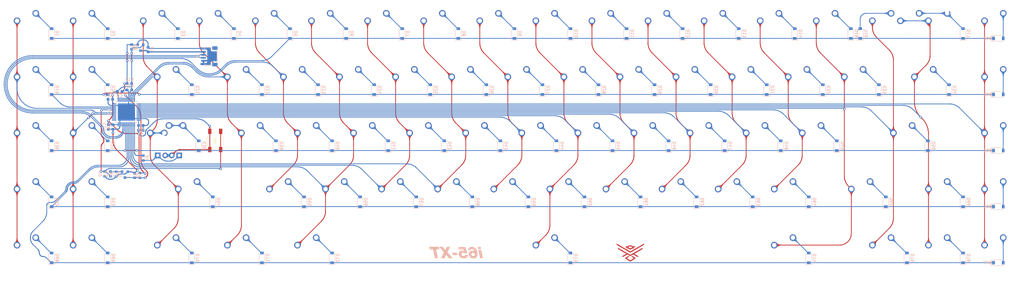
<source format=kicad_pcb>
(kicad_pcb (version 20171130) (host pcbnew "(5.1.7)-1")
  (layers (0 F.Cu signal) (31 B.Cu signal) (34 B.Paste user) (35 F.Paste user) (36 B.SilkS user) (37 F.SilkS user) (38 B.Mask user) (39 F.Mask user) (44 Edge.Cuts user))
  (net 0 "")
  (net 1 GND)
  (net 2 +5V)
  (net 3 +3V3)
  (net 4 BOOT0)
  (net 5 "Net-(C3-Pad1)")
  (net 6 NRST)
  (net 7 "Net-(D1-Pad2)")
  (net 8 Row0)
  (net 9 "Net-(D2-Pad2)")
  (net 10 "Net-(D3-Pad2)")
  (net 11 "Net-(D4-Pad2)")
  (net 12 "Net-(D5-Pad2)")
  (net 13 "Net-(D6-Pad2)")
  (net 14 "Net-(D7-Pad2)")
  (net 15 "Net-(D8-Pad2)")
  (net 16 "Net-(D9-Pad2)")
  (net 17 "Net-(D10-Pad2)")
  (net 18 "Net-(D11-Pad2)")
  (net 19 "Net-(D12-Pad2)")
  (net 20 "Net-(D13-Pad2)")
  (net 21 "Net-(D14-Pad2)")
  (net 22 "Net-(D15-Pad2)")
  (net 23 "Net-(D16-Pad2)")
  (net 24 "Net-(D17-Pad2)")
  (net 25 "Net-(D18-Pad2)")
  (net 26 "Net-(D19-Pad2)")
  (net 27 Row1)
  (net 28 "Net-(D20-Pad2)")
  (net 29 "Net-(D21-Pad2)")
  (net 30 "Net-(D22-Pad2)")
  (net 31 "Net-(D23-Pad2)")
  (net 32 "Net-(D24-Pad2)")
  (net 33 "Net-(D25-Pad2)")
  (net 34 "Net-(D26-Pad2)")
  (net 35 "Net-(D27-Pad2)")
  (net 36 "Net-(D28-Pad2)")
  (net 37 "Net-(D29-Pad2)")
  (net 38 "Net-(D30-Pad2)")
  (net 39 "Net-(D31-Pad2)")
  (net 40 "Net-(D32-Pad2)")
  (net 41 "Net-(D33-Pad2)")
  (net 42 "Net-(D34-Pad2)")
  (net 43 "Net-(D35-Pad2)")
  (net 44 "Net-(D36-Pad2)")
  (net 45 Row2)
  (net 46 "Net-(D37-Pad2)")
  (net 47 "Net-(D38-Pad2)")
  (net 48 "Net-(D39-Pad2)")
  (net 49 "Net-(D40-Pad2)")
  (net 50 "Net-(D41-Pad2)")
  (net 51 "Net-(D42-Pad2)")
  (net 52 "Net-(D43-Pad2)")
  (net 53 "Net-(D44-Pad2)")
  (net 54 "Net-(D45-Pad2)")
  (net 55 "Net-(D46-Pad2)")
  (net 56 "Net-(D47-Pad2)")
  (net 57 "Net-(D48-Pad2)")
  (net 58 "Net-(D49-Pad2)")
  (net 59 "Net-(D50-Pad2)")
  (net 60 "Net-(D51-Pad2)")
  (net 61 "Net-(D52-Pad2)")
  (net 62 Row3)
  (net 63 "Net-(D53-Pad2)")
  (net 64 "Net-(D54-Pad2)")
  (net 65 "Net-(D55-Pad2)")
  (net 66 "Net-(D56-Pad2)")
  (net 67 "Net-(D57-Pad2)")
  (net 68 "Net-(D58-Pad2)")
  (net 69 "Net-(D59-Pad2)")
  (net 70 "Net-(D60-Pad2)")
  (net 71 "Net-(D61-Pad2)")
  (net 72 "Net-(D62-Pad2)")
  (net 73 "Net-(D63-Pad2)")
  (net 74 "Net-(D64-Pad2)")
  (net 75 "Net-(D65-Pad2)")
  (net 76 "Net-(D66-Pad2)")
  (net 77 "Net-(D67-Pad2)")
  (net 78 "Net-(D68-Pad2)")
  (net 79 Row4)
  (net 80 "Net-(D69-Pad2)")
  (net 81 "Net-(D70-Pad2)")
  (net 82 "Net-(D71-Pad2)")
  (net 83 "Net-(D72-Pad2)")
  (net 84 "Net-(D73-Pad2)")
  (net 85 "Net-(D74-Pad2)")
  (net 86 "Net-(D75-Pad2)")
  (net 87 "Net-(D76-Pad2)")
  (net 88 "Net-(D77-Pad2)")
  (net 89 D-)
  (net 90 D+)
  (net 91 Col0)
  (net 92 Col1)
  (net 93 Col2)
  (net 94 Col3)
  (net 95 Col4)
  (net 96 Col5)
  (net 97 Col6)
  (net 98 Col7)
  (net 99 Col8)
  (net 100 Col9)
  (net 101 Col10)
  (net 102 Col11)
  (net 103 Col12)
  (net 104 Col13)
  (net 105 Col14)
  (net 106 Col15)
  (net 107 Col16)
  (net 108 Col17)
  (net 109 "Net-(MX39-Pad4)")
  (net 110 CapsLED)
  (net 111 "Net-(U2-Pad43)")
  (net 112 "Net-(U2-Pad40)")
  (net 113 "Net-(U2-Pad39)")
  (net 114 "Net-(U2-Pad38)")
  (net 115 "Net-(U2-Pad37)")
  (net 116 "Net-(U2-Pad34)")
  (net 117 "Net-(U2-Pad6)")
  (net 118 "Net-(U2-Pad5)")
  (net 119 "Net-(U2-Pad4)")
  (net 120 "Net-(U2-Pad3)")
  (net 121 "Net-(U2-Pad2)")
  (module board_logos:i65-xt-silk (layer B.Cu) (at 289.71875 244.475 180)
    (fp_text reference G*** hide)
    (fp_text value LOGO hide)
  )
  (module board_logos:o-logo (layer F.Cu) (at 349.25 244.475)
    (fp_text reference G*** hide)
    (fp_text value LOGO hide)
    (fp_poly (pts (xy 3.85132 -1.422468) (xy 3.8354 -1.207069) (xy 2.8702 -0.647694) (xy 2.557912 -0.466747) (xy 2.248061 -0.287281) (xy 1.961032 -0.121095) (xy 1.71721 0.020007) (xy 1.536977 0.124224) (xy 1.5113 0.139057) (xy 1.336778 0.243621) (xy 1.201927 0.331596) (xy 1.126694 0.389629) (xy 1.1176 0.402605) (xy 1.159341 0.439029) (xy 1.274533 0.515903) (xy 1.448127 0.623772) (xy 1.665076 0.753178) (xy 1.8034 0.833546) (xy 2.038472 0.97119) (xy 2.238819 1.092942) (xy 2.389384 1.189295) (xy 2.475114 1.250744) (xy 2.4892 1.266558) (xy 2.448809 1.312852) (xy 2.348604 1.379867) (xy 2.31702 1.397525) (xy 2.14484 1.49025) (xy 1.430922 1.046694) (xy 0.717003 0.603139) (xy 0.227479 0.885769) (xy 0.02684 0.99951) (xy -0.142131 1.091375) (xy -0.259808 1.150943) (xy -0.3048 1.1684) (xy -0.363641 1.144362) (xy -0.490407 1.079196) (xy -0.665475 0.983322) (xy -0.83708 0.885769) (xy -1.326604 0.603139) (xy -2.026801 1.038169) (xy -2.265531 1.184724) (xy -2.475108 1.310048) (xy -2.640005 1.40512) (xy -2.744693 1.460917) (xy -2.773199 1.471848) (xy -2.845215 1.446229) (xy -2.95532 1.386216) (xy -2.9591 1.383882) (xy -3.055343 1.314667) (xy -3.098615 1.264687) (xy -3.0988 1.262792) (xy -3.057069 1.226955) (xy -2.941902 1.150591) (xy -2.768343 1.043116) (xy -2.551434 0.913944) (xy -2.413 0.833546) (xy -2.177959 0.696046) (xy -1.977632 0.574656) (xy -1.827068 0.47883) (xy -1.741314 0.418024) (xy -1.7272 0.402605) (xy -1.768254 0.362861) (xy -1.878115 0.287022) (xy -2.036837 0.188442) (xy -2.1209 0.139057) (xy -2.286558 0.043292) (xy -2.519728 -0.091629) (xy -2.800026 -0.253905) (xy -3.107069 -0.431733) (xy -3.420472 -0.613312) (xy -3.4798 -0.647694) (xy -4.445 -1.207069) (xy -4.460921 -1.422468) (xy -4.476842 -1.637868) (xy -4.308521 -1.53572) (xy -4.222061 -1.484602) (xy -4.061253 -1.390836) (xy -3.83756 -1.261025) (xy -3.562446 -1.101774) (xy -3.247374 -0.919686) (xy -2.903808 -0.721367) (xy -2.54321 -0.51342) (xy -2.177044 -0.302449) (xy -1.816773 -0.095059) (xy -1.473861 0.102145) (xy -1.159771 0.282561) (xy -0.885966 0.439582) (xy -0.66391 0.566606) (xy -0.505065 0.657028) (xy -0.420896 0.704243) (xy -0.415169 0.707324) (xy -0.360122 0.727827) (xy -0.294932 0.726589) (xy -0.203457 0.697225) (xy -0.069555 0.633344) (xy 0.122917 0.528561) (xy 0.321431 0.415848) (xy 0.605993 0.252725) (xy 0.929959 0.066595) (xy 1.281386 -0.13564) (xy 1.648329 -0.347083) (xy 2.018847 -0.560831) (xy 2.380996 -0.769984) (xy 2.722833 -0.967643) (xy 3.032415 -1.146908) (xy 3.297798 -1.300877) (xy 3.50704 -1.422651) (xy 3.648197 -1.505329) (xy 3.69892 -1.535527) (xy 3.867241 -1.637868) (xy 3.85132 -1.422468)) (layer F.Cu) (width 0.01))
    (fp_poly (pts (xy 4.359566 -2.89347) (xy 4.354054 -2.760373) (xy 4.319585 -2.668911) (xy 4.253856 -2.616509) (xy 4.120687 -2.528411) (xy 3.941427 -2.418307) (xy 3.795419 -2.332866) (xy 3.646088 -2.247019) (xy 3.421571 -2.117662) (xy 3.134629 -1.952162) (xy 2.79802 -1.757882) (xy 2.424505 -1.542189) (xy 2.026844 -1.312447) (xy 1.617796 -1.076021) (xy 1.542066 -1.032238) (xy 1.152631 -0.808086) (xy 0.789141 -0.600809) (xy 0.461283 -0.415787) (xy 0.178746 -0.2584) (xy -0.048781 -0.134031) (xy -0.211609 -0.048059) (xy -0.300051 -0.005866) (xy -0.312134 -0.002431) (xy -0.372262 -0.027726) (xy -0.508304 -0.098014) (xy -0.708568 -0.206834) (xy -0.961361 -0.347723) (xy -1.254991 -0.514219) (xy -1.577764 -0.699862) (xy -1.651 -0.742327) (xy -2.043903 -0.970236) (xy -2.469049 -1.216428) (xy -2.900843 -1.466112) (xy -3.313689 -1.704492) (xy -3.681992 -1.916776) (xy -3.896896 -2.040377) (xy -4.184126 -2.20692) (xy -4.443036 -2.359985) (xy -4.660043 -2.491301) (xy -4.821566 -2.592601) (xy -4.914022 -2.655616) (xy -4.929062 -2.668762) (xy -4.964482 -2.765174) (xy -4.969167 -2.89347) (xy -4.953 -3.050375) (xy -4.2164 -2.625522) (xy -3.521717 -2.224995) (xy -2.910144 -1.872735) (xy -2.376905 -1.56603) (xy -1.917223 -1.302173) (xy -1.526322 -1.078452) (xy -1.199425 -0.892159) (xy -0.931757 -0.740583) (xy -0.718541 -0.621015) (xy -0.555001 -0.530745) (xy -0.436359 -0.467063) (xy -0.357841 -0.42726) (xy -0.314669 -0.408626) (xy -0.3048 -0.4064) (xy -0.277621 -0.415399) (xy -0.217501 -0.444203) (xy -0.119663 -0.49552) (xy 0.020668 -0.572061) (xy 0.20827 -0.676535) (xy 0.447918 -0.811652) (xy 0.744389 -0.980123) (xy 1.102459 -1.184656) (xy 1.526904 -1.427961) (xy 2.022502 -1.712748) (xy 2.594027 -2.041727) (xy 3.246258 -2.417607) (xy 3.6068 -2.625522) (xy 4.3434 -3.050375) (xy 4.359566 -2.89347)) (layer F.Cu) (width 0.01))
    (fp_poly (pts (xy 0.026177 -2.412658) (xy 0.307444 -2.329288) (xy 0.564278 -2.186383) (xy 0.786843 -2.036906) (xy 0.999367 -2.161453) (xy 1.128935 -2.234161) (xy 1.219492 -2.279031) (xy 1.240945 -2.286) (xy 1.261213 -2.24172) (xy 1.26999 -2.134779) (xy 1.27 -2.130737) (xy 1.23145 -1.976062) (xy 1.110634 -1.829915) (xy 0.999891 -1.702359) (xy 0.975369 -1.595184) (xy 0.978377 -1.580695) (xy 0.97272 -1.494893) (xy 0.894123 -1.414474) (xy 0.830039 -1.373517) (xy 0.703433 -1.300327) (xy 0.644802 -1.280008) (xy 0.633816 -1.315181) (xy 0.647966 -1.397) (xy 0.654465 -1.491532) (xy 0.637594 -1.524) (xy 0.581694 -1.499694) (xy 0.459317 -1.434278) (xy 0.29105 -1.339006) (xy 0.172914 -1.27) (xy -0.016922 -1.161753) (xy -0.177641 -1.077259) (xy -0.287124 -1.027777) (xy -0.319059 -1.01958) (xy -0.387358 -1.046306) (xy -0.51891 -1.114983) (xy -0.691004 -1.213405) (xy -0.7874 -1.271324) (xy -0.968998 -1.379736) (xy -1.118944 -1.464651) (xy -1.215644 -1.514062) (xy -1.237823 -1.521745) (xy -1.262446 -1.481301) (xy -1.257567 -1.397) (xy -1.242966 -1.309365) (xy -1.257617 -1.279594) (xy -1.321851 -1.305065) (xy -1.43964 -1.373517) (xy -1.556793 -1.459239) (xy -1.593376 -1.539688) (xy -1.587978 -1.580695) (xy -1.600963 -1.686288) (xy -1.698952 -1.809969) (xy -1.720235 -1.829915) (xy -1.731973 -1.844232) (xy -1.071157 -1.844232) (xy -0.726079 -1.633627) (xy -0.55508 -1.53413) (xy -0.412315 -1.459894) (xy -0.323586 -1.424114) (xy -0.313682 -1.422712) (xy -0.240695 -1.44721) (xy -0.106976 -1.512512) (xy 0.061873 -1.605855) (xy 0.108102 -1.632984) (xy 0.462567 -1.843568) (xy 0.323083 -1.935069) (xy 0.052725 -2.058253) (xy -0.253277 -2.110631) (xy -0.549 -2.085152) (xy -0.727047 -2.030349) (xy -0.886591 -1.961661) (xy -0.932179 -1.9354) (xy -1.071157 -1.844232) (xy -1.731973 -1.844232) (xy -1.842856 -1.97947) (xy -1.8796 -2.130737) (xy -1.871314 -2.239048) (xy -1.851303 -2.285948) (xy -1.850546 -2.286) (xy -1.793343 -2.262417) (xy -1.68053 -2.202438) (xy -1.608968 -2.161453) (xy -1.396444 -2.036906) (xy -1.173879 -2.186383) (xy -0.902218 -2.335569) (xy -0.619278 -2.415441) (xy -0.3048 -2.437834) (xy 0.026177 -2.412658)) (layer F.Cu) (width 0.01))
    (fp_poly (pts (xy 0.942871 1.499224) (xy 1.153315 1.624313) (xy 1.327204 1.735122) (xy 1.447726 1.82039) (xy 1.498068 1.868857) (xy 1.4986 1.871453) (xy 1.457836 1.914832) (xy 1.345879 2.001108) (xy 1.178228 2.120195) (xy 0.970383 2.26201) (xy 0.737844 2.416469) (xy 0.49611 2.573488) (xy 0.260681 2.722983) (xy 0.047056 2.854871) (xy -0.129263 2.959067) (xy -0.252778 3.025488) (xy -0.3048 3.044712) (xy -0.369073 3.017784) (xy -0.504053 2.943315) (xy -0.695638 2.829705) (xy -0.929724 2.685357) (xy -1.192208 2.518671) (xy -1.2446 2.484863) (xy -1.506328 2.313007) (xy -1.73617 2.15726) (xy -1.921319 2.026701) (xy -2.048963 1.930411) (xy -2.106293 1.877471) (xy -2.1082 1.872678) (xy -2.066575 1.828465) (xy -1.952912 1.746288) (xy -1.784028 1.637449) (xy -1.576742 1.51325) (xy -1.552472 1.499224) (xy -0.996743 1.179227) (xy -0.828572 1.259422) (xy -0.718681 1.319811) (xy -0.662351 1.366381) (xy -0.6604 1.372271) (xy -0.701855 1.409571) (xy -0.812942 1.48223) (xy -0.973744 1.577616) (xy -1.065985 1.629562) (xy -1.244197 1.731562) (xy -1.382715 1.81711) (xy -1.461571 1.873565) (xy -1.472385 1.886876) (xy -1.432557 1.925186) (xy -1.32522 2.003889) (xy -1.169639 2.11053) (xy -0.98508 2.232658) (xy -0.790808 2.357818) (xy -0.60609 2.473558) (xy -0.450191 2.567424) (xy -0.342376 2.626963) (xy -0.3048 2.6416) (xy -0.245225 2.615655) (xy -0.12324 2.546125) (xy 0.041887 2.445461) (xy 0.230893 2.326118) (xy 0.42451 2.200548) (xy 0.603474 2.081205) (xy 0.748518 1.980542) (xy 0.840377 1.911012) (xy 0.862784 1.886876) (xy 0.820957 1.849557) (xy 0.709557 1.776869) (xy 0.548552 1.681455) (xy 0.456384 1.629562) (xy 0.278284 1.527582) (xy 0.14 1.442049) (xy 0.061451 1.385597) (xy 0.0508 1.372271) (xy 0.09193 1.33132) (xy 0.193425 1.271983) (xy 0.218971 1.259422) (xy 0.387142 1.179227) (xy 0.942871 1.499224)) (layer F.Cu) (width 0.01))
  )
  (module footprints-and-logos:K2-1187SQ-A4SW-06 (layer F.Cu) (at 207.9625 206.375 270)
    (fp_text reference SW1 (at 0.1 0 270) (layer F.SilkS) (effects (font (size 0.7 0.7))))
    (fp_text value SW_Push)
    (pad 1 smd rect (at -3.1 -1.85 270) (size 1.8 1.1) (layers F.Cu F.Paste F.Mask) (net 4 BOOT0))
    (pad 1 smd rect (at 3.1 -1.85 270) (size 1.8 1.1) (layers F.Cu F.Paste F.Mask) (net 4 BOOT0))
    (pad 2 smd rect (at -3.1 1.85 270) (size 1.8 1.1) (layers F.Cu F.Paste F.Mask) (net 3 +3V3))
    (pad 2 smd rect (at 3.1 1.85 270) (size 1.8 1.1) (layers F.Cu F.Paste F.Mask) (net 3 +3V3))
  )
  (module Capacitor_SMD:C_0603_1608Metric (layer B.Cu) (at 178.816 189.23 180)
    (fp_text reference C11 (at 0 1.43) (layer B.SilkS) (effects (justify mirror)))
    (fp_text value 10nF)
    (pad 2 smd roundrect (at 0.775 0 180) (size 0.9 0.95) (layers B.Cu B.Paste B.Mask) (net 1 GND))
    (pad 1 smd roundrect (at -0.775 0 180) (size 0.9 0.95) (layers B.Cu B.Paste B.Mask) (net 3 +3V3))
  )
  (module MX_Only:MXOnly-1.25U-FLIPPED (layer F.Cu) (at 189.70625 206.375)
    (fp_text reference MX39)
    (fp_text value MX-LED)
    (pad "" np_thru_hole circle (at 5.08 0 48.0996) (size 1.75 1.75) (drill 1.75) (layers *.Cu *.Mask))
    (pad "" np_thru_hole circle (at -5.08 0 48.0996) (size 1.75 1.75) (drill 1.75) (layers *.Cu *.Mask))
    (pad 4 thru_hole rect (at -1.27 5.08) (size 1.905 1.905) (drill 1.04) (layers *.Cu B.Mask) (net 109 "Net-(MX39-Pad4)"))
    (pad 3 thru_hole circle (at 1.27 5.08) (size 1.905 1.905) (drill 1.04) (layers *.Cu B.Mask) (net 3 +3V3))
    (pad 1 thru_hole circle (at -3.81 -2.54) (size 2.25 2.25) (drill 1.47) (layers *.Cu B.Mask) (net 93 Col2))
    (pad "" np_thru_hole circle (at 0 0) (size 3.9878 3.9878) (drill 3.9878) (layers *.Cu *.Mask))
    (pad 2 thru_hole circle (at 2.54 -5.08) (size 2.25 2.25) (drill 1.47) (layers *.Cu B.Mask) (net 47 "Net-(D38-Pad2)"))
  )
  (module Package_QFP:LQFP-48_7x7mm_P0.5mm (layer B.Cu) (at 177.8 196.723 270)
    (fp_text reference U2 (at 0 5.85 90) (layer B.SilkS) (effects (justify mirror)))
    (fp_text value STM32F072CBT6)
    (pad 48 smd roundrect (at -2.75 4.1625 270) (size 0.3 1.475) (layers B.Cu B.Paste B.Mask) (net 3 +3V3))
    (pad 47 smd roundrect (at -2.25 4.1625 270) (size 0.3 1.475) (layers B.Cu B.Paste B.Mask) (net 1 GND))
    (pad 46 smd roundrect (at -1.75 4.1625 270) (size 0.3 1.475) (layers B.Cu B.Paste B.Mask) (net 27 Row1))
    (pad 45 smd roundrect (at -1.25 4.1625 270) (size 0.3 1.475) (layers B.Cu B.Paste B.Mask) (net 91 Col0))
    (pad 44 smd roundrect (at -0.75 4.1625 270) (size 0.3 1.475) (layers B.Cu B.Paste B.Mask) (net 4 BOOT0))
    (pad 43 smd roundrect (at -0.25 4.1625 270) (size 0.3 1.475) (layers B.Cu B.Paste B.Mask) (net 111 "Net-(U2-Pad43)"))
    (pad 42 smd roundrect (at 0.25 4.1625 270) (size 0.3 1.475) (layers B.Cu B.Paste B.Mask) (net 8 Row0))
    (pad 41 smd roundrect (at 0.75 4.1625 270) (size 0.3 1.475) (layers B.Cu B.Paste B.Mask) (net 92 Col1))
    (pad 40 smd roundrect (at 1.25 4.1625 270) (size 0.3 1.475) (layers B.Cu B.Paste B.Mask) (net 112 "Net-(U2-Pad40)"))
    (pad 39 smd roundrect (at 1.75 4.1625 270) (size 0.3 1.475) (layers B.Cu B.Paste B.Mask) (net 113 "Net-(U2-Pad39)"))
    (pad 38 smd roundrect (at 2.25 4.1625 270) (size 0.3 1.475) (layers B.Cu B.Paste B.Mask) (net 114 "Net-(U2-Pad38)"))
    (pad 37 smd roundrect (at 2.75 4.1625 270) (size 0.3 1.475) (layers B.Cu B.Paste B.Mask) (net 115 "Net-(U2-Pad37)"))
    (pad 36 smd roundrect (at 4.1625 2.75 270) (size 1.475 0.3) (layers B.Cu B.Paste B.Mask) (net 3 +3V3))
    (pad 35 smd roundrect (at 4.1625 2.25 270) (size 1.475 0.3) (layers B.Cu B.Paste B.Mask) (net 1 GND))
    (pad 34 smd roundrect (at 4.1625 1.75 270) (size 1.475 0.3) (layers B.Cu B.Paste B.Mask) (net 116 "Net-(U2-Pad34)"))
    (pad 33 smd roundrect (at 4.1625 1.25 270) (size 1.475 0.3) (layers B.Cu B.Paste B.Mask) (net 90 D+))
    (pad 32 smd roundrect (at 4.1625 0.75 270) (size 1.475 0.3) (layers B.Cu B.Paste B.Mask) (net 89 D-))
    (pad 31 smd roundrect (at 4.1625 0.25 270) (size 1.475 0.3) (layers B.Cu B.Paste B.Mask) (net 45 Row2))
    (pad 30 smd roundrect (at 4.1625 -0.25 270) (size 1.475 0.3) (layers B.Cu B.Paste B.Mask) (net 79 Row4))
    (pad 29 smd roundrect (at 4.1625 -0.75 270) (size 1.475 0.3) (layers B.Cu B.Paste B.Mask) (net 62 Row3))
    (pad 28 smd roundrect (at 4.1625 -1.25 270) (size 1.475 0.3) (layers B.Cu B.Paste B.Mask) (net 96 Col5))
    (pad 27 smd roundrect (at 4.1625 -1.75 270) (size 1.475 0.3) (layers B.Cu B.Paste B.Mask) (net 97 Col6))
    (pad 26 smd roundrect (at 4.1625 -2.25 270) (size 1.475 0.3) (layers B.Cu B.Paste B.Mask) (net 98 Col7))
    (pad 25 smd roundrect (at 4.1625 -2.75 270) (size 1.475 0.3) (layers B.Cu B.Paste B.Mask) (net 110 CapsLED))
    (pad 24 smd roundrect (at 2.75 -4.1625 270) (size 0.3 1.475) (layers B.Cu B.Paste B.Mask) (net 3 +3V3))
    (pad 23 smd roundrect (at 2.25 -4.1625 270) (size 0.3 1.475) (layers B.Cu B.Paste B.Mask) (net 1 GND))
    (pad 22 smd roundrect (at 1.75 -4.1625 270) (size 0.3 1.475) (layers B.Cu B.Paste B.Mask) (net 99 Col8))
    (pad 21 smd roundrect (at 1.25 -4.1625 270) (size 0.3 1.475) (layers B.Cu B.Paste B.Mask) (net 100 Col9))
    (pad 20 smd roundrect (at 0.75 -4.1625 270) (size 0.3 1.475) (layers B.Cu B.Paste B.Mask) (net 101 Col10))
    (pad 19 smd roundrect (at 0.25 -4.1625 270) (size 0.3 1.475) (layers B.Cu B.Paste B.Mask) (net 102 Col11))
    (pad 18 smd roundrect (at -0.25 -4.1625 270) (size 0.3 1.475) (layers B.Cu B.Paste B.Mask) (net 103 Col12))
    (pad 17 smd roundrect (at -0.75 -4.1625 270) (size 0.3 1.475) (layers B.Cu B.Paste B.Mask) (net 104 Col13))
    (pad 16 smd roundrect (at -1.25 -4.1625 270) (size 0.3 1.475) (layers B.Cu B.Paste B.Mask) (net 105 Col14))
    (pad 15 smd roundrect (at -1.75 -4.1625 270) (size 0.3 1.475) (layers B.Cu B.Paste B.Mask) (net 106 Col15))
    (pad 14 smd roundrect (at -2.25 -4.1625 270) (size 0.3 1.475) (layers B.Cu B.Paste B.Mask) (net 107 Col16))
    (pad 13 smd roundrect (at -2.75 -4.1625 270) (size 0.3 1.475) (layers B.Cu B.Paste B.Mask) (net 108 Col17))
    (pad 12 smd roundrect (at -4.1625 -2.75 270) (size 1.475 0.3) (layers B.Cu B.Paste B.Mask) (net 93 Col2))
    (pad 11 smd roundrect (at -4.1625 -2.25 270) (size 1.475 0.3) (layers B.Cu B.Paste B.Mask) (net 94 Col3))
    (pad 10 smd roundrect (at -4.1625 -1.75 270) (size 1.475 0.3) (layers B.Cu B.Paste B.Mask) (net 95 Col4))
    (pad 9 smd roundrect (at -4.1625 -1.25 270) (size 1.475 0.3) (layers B.Cu B.Paste B.Mask) (net 3 +3V3))
    (pad 8 smd roundrect (at -4.1625 -0.75 270) (size 1.475 0.3) (layers B.Cu B.Paste B.Mask) (net 1 GND))
    (pad 7 smd roundrect (at -4.1625 -0.25 270) (size 1.475 0.3) (layers B.Cu B.Paste B.Mask) (net 6 NRST))
    (pad 6 smd roundrect (at -4.1625 0.25 270) (size 1.475 0.3) (layers B.Cu B.Paste B.Mask) (net 117 "Net-(U2-Pad6)"))
    (pad 5 smd roundrect (at -4.1625 0.75 270) (size 1.475 0.3) (layers B.Cu B.Paste B.Mask) (net 118 "Net-(U2-Pad5)"))
    (pad 4 smd roundrect (at -4.1625 1.25 270) (size 1.475 0.3) (layers B.Cu B.Paste B.Mask) (net 119 "Net-(U2-Pad4)"))
    (pad 3 smd roundrect (at -4.1625 1.75 270) (size 1.475 0.3) (layers B.Cu B.Paste B.Mask) (net 120 "Net-(U2-Pad3)"))
    (pad 2 smd roundrect (at -4.1625 2.25 270) (size 1.475 0.3) (layers B.Cu B.Paste B.Mask) (net 121 "Net-(U2-Pad2)"))
    (pad 1 smd roundrect (at -4.1625 2.75 270) (size 1.475 0.3) (layers B.Cu B.Paste B.Mask) (net 3 +3V3))
  )
  (module Package_TO_SOT_SMD:SOT-23 (layer B.Cu) (at 182.5625 174.879 270)
    (fp_text reference U1 (at 0 2.5 90) (layer B.SilkS) (effects (justify mirror)))
    (fp_text value MCP1700-3302E_SOT23)
    (pad 3 smd rect (at 1 0 270) (size 0.9 0.8) (layers B.Cu B.Paste B.Mask) (net 2 +5V))
    (pad 2 smd rect (at -1 -0.95 270) (size 0.9 0.8) (layers B.Cu B.Paste B.Mask) (net 3 +3V3))
    (pad 1 smd rect (at -1 0.95 270) (size 0.9 0.8) (layers B.Cu B.Paste B.Mask) (net 1 GND))
  )
  (module Resistor_SMD:R_0603_1608Metric (layer B.Cu) (at 183.515 212.344 90)
    (fp_text reference R4 (at 0 1.43 270) (layer B.SilkS) (effects (justify mirror)))
    (fp_text value 1k)
    (pad 1 smd roundrect (at -0.825 0 90) (size 0.8 0.95) (layers B.Cu B.Paste B.Mask) (net 109 "Net-(MX39-Pad4)"))
    (pad 2 smd roundrect (at 0.825 0 90) (size 0.8 0.95) (layers B.Cu B.Paste B.Mask) (net 110 CapsLED))
  )
  (module Resistor_SMD:R_0603_1608Metric (layer B.Cu) (at 174.3075 217.805 270)
    (fp_text reference R3 (at 0 1.43 90) (layer B.SilkS) (effects (justify mirror)))
    (fp_text value 100k)
    (pad 1 smd roundrect (at -0.825 0 270) (size 0.8 0.95) (layers B.Cu B.Paste B.Mask) (net 5 "Net-(C3-Pad1)"))
    (pad 2 smd roundrect (at 0.825 0 270) (size 0.8 0.95) (layers B.Cu B.Paste B.Mask) (net 1 GND))
  )
  (module Resistor_SMD:R_0603_1608Metric (layer B.Cu) (at 170.434 217.7415 270)
    (fp_text reference R2 (at 0 1.43 90) (layer B.SilkS) (effects (justify mirror)))
    (fp_text value 100k)
    (pad 1 smd roundrect (at -0.825 0 270) (size 0.8 0.95) (layers B.Cu B.Paste B.Mask) (net 4 BOOT0))
    (pad 2 smd roundrect (at 0.825 0 270) (size 0.8 0.95) (layers B.Cu B.Paste B.Mask) (net 1 GND))
  )
  (module Resistor_SMD:R_0603_1608Metric (layer B.Cu) (at 182.372 218.249501 270)
    (fp_text reference R1 (at 0 1.43 90) (layer B.SilkS) (effects (justify mirror)))
    (fp_text value 10k)
    (pad 1 smd roundrect (at -0.825 0 270) (size 0.8 0.95) (layers B.Cu B.Paste B.Mask) (net 3 +3V3))
    (pad 2 smd roundrect (at 0.825 0 270) (size 0.8 0.95) (layers B.Cu B.Paste B.Mask) (net 6 NRST))
  )
  (module Package_TO_SOT_SMD:SOT-23 (layer B.Cu) (at 177.292 217.9955 270)
    (fp_text reference Q1 (at 0 2.5 90) (layer B.SilkS) (effects (justify mirror)))
    (fp_text value 2N7002)
    (pad 1 smd rect (at -1 0.95 270) (size 0.9 0.8) (layers B.Cu B.Paste B.Mask) (net 5 "Net-(C3-Pad1)"))
    (pad 2 smd rect (at -1 -0.95 270) (size 0.9 0.8) (layers B.Cu B.Paste B.Mask) (net 1 GND))
    (pad 3 smd rect (at 1 0 270) (size 0.9 0.8) (layers B.Cu B.Paste B.Mask) (net 6 NRST))
  )
  (module MX_Only:MXOnly-1U-NoLED (layer F.Cu) (at 473.075 244.475)
    (fp_text reference MX79)
    (fp_text value MX-NoLED)
    (pad 2 thru_hole circle (at 2.54 -5.08) (size 2.25 2.25) (drill 1.47) (layers *.Cu B.Mask) (net 88 "Net-(D77-Pad2)"))
    (pad "" np_thru_hole circle (at 0 0) (size 3.9878 3.9878) (drill 3.9878) (layers *.Cu *.Mask))
    (pad 1 thru_hole circle (at -3.81 -2.54) (size 2.25 2.25) (drill 1.47) (layers *.Cu B.Mask) (net 108 Col17))
    (pad "" np_thru_hole circle (at -5.08 0 48.0996) (size 1.75 1.75) (drill 1.75) (layers *.Cu *.Mask))
    (pad "" np_thru_hole circle (at 5.08 0 48.0996) (size 1.75 1.75) (drill 1.75) (layers *.Cu *.Mask))
  )
  (module MX_Only:MXOnly-1U-NoLED (layer F.Cu) (at 454.025 244.475)
    (fp_text reference MX78)
    (fp_text value MX-NoLED)
    (pad 2 thru_hole circle (at 2.54 -5.08) (size 2.25 2.25) (drill 1.47) (layers *.Cu B.Mask) (net 87 "Net-(D76-Pad2)"))
    (pad "" np_thru_hole circle (at 0 0) (size 3.9878 3.9878) (drill 3.9878) (layers *.Cu *.Mask))
    (pad 1 thru_hole circle (at -3.81 -2.54) (size 2.25 2.25) (drill 1.47) (layers *.Cu B.Mask) (net 107 Col16))
    (pad "" np_thru_hole circle (at -5.08 0 48.0996) (size 1.75 1.75) (drill 1.75) (layers *.Cu *.Mask))
    (pad "" np_thru_hole circle (at 5.08 0 48.0996) (size 1.75 1.75) (drill 1.75) (layers *.Cu *.Mask))
  )
  (module MX_Only:MXOnly-1U-NoLED (layer F.Cu) (at 434.975 244.475)
    (fp_text reference MX77)
    (fp_text value MX-NoLED)
    (pad 2 thru_hole circle (at 2.54 -5.08) (size 2.25 2.25) (drill 1.47) (layers *.Cu B.Mask) (net 86 "Net-(D75-Pad2)"))
    (pad "" np_thru_hole circle (at 0 0) (size 3.9878 3.9878) (drill 3.9878) (layers *.Cu *.Mask))
    (pad 1 thru_hole circle (at -3.81 -2.54) (size 2.25 2.25) (drill 1.47) (layers *.Cu B.Mask) (net 106 Col15))
    (pad "" np_thru_hole circle (at -5.08 0 48.0996) (size 1.75 1.75) (drill 1.75) (layers *.Cu *.Mask))
    (pad "" np_thru_hole circle (at 5.08 0 48.0996) (size 1.75 1.75) (drill 1.75) (layers *.Cu *.Mask))
  )
  (module MX_Only:MXOnly-1.5U-NoLED (layer F.Cu) (at 401.6375 244.475)
    (fp_text reference MX76)
    (fp_text value MX-NoLED)
    (pad 2 thru_hole circle (at 2.54 -5.08) (size 2.25 2.25) (drill 1.47) (layers *.Cu B.Mask) (net 85 "Net-(D74-Pad2)"))
    (pad "" np_thru_hole circle (at 0 0) (size 3.9878 3.9878) (drill 3.9878) (layers *.Cu *.Mask))
    (pad 1 thru_hole circle (at -3.81 -2.54) (size 2.25 2.25) (drill 1.47) (layers *.Cu B.Mask) (net 105 Col14))
    (pad "" np_thru_hole circle (at -5.08 0 48.0996) (size 1.75 1.75) (drill 1.75) (layers *.Cu *.Mask))
    (pad "" np_thru_hole circle (at 5.08 0 48.0996) (size 1.75 1.75) (drill 1.75) (layers *.Cu *.Mask))
  )
  (module MX_Only:MXOnly-7U-ReversedStabilizers-NoLED (layer F.Cu) (at 320.675 244.475)
    (fp_text reference MX75)
    (fp_text value MX-NoLED)
    (pad 2 thru_hole circle (at 2.54 -5.08) (size 2.25 2.25) (drill 1.47) (layers *.Cu B.Mask) (net 84 "Net-(D73-Pad2)"))
    (pad "" np_thru_hole circle (at 0 0) (size 3.9878 3.9878) (drill 3.9878) (layers *.Cu *.Mask))
    (pad 1 thru_hole circle (at -3.81 -2.54) (size 2.25 2.25) (drill 1.47) (layers *.Cu B.Mask) (net 100 Col9))
    (pad "" np_thru_hole circle (at -5.08 0 48.0996) (size 1.75 1.75) (drill 1.75) (layers *.Cu *.Mask))
    (pad "" np_thru_hole circle (at 5.08 0 48.0996) (size 1.75 1.75) (drill 1.75) (layers *.Cu *.Mask))
    (pad "" np_thru_hole circle (at -57.15 6.985) (size 3.048 3.048) (drill 3.048) (layers *.Cu *.Mask))
    (pad "" np_thru_hole circle (at 57.15 6.985) (size 3.048 3.048) (drill 3.048) (layers *.Cu *.Mask))
    (pad "" np_thru_hole circle (at -57.15 -8.255) (size 3.9878 3.9878) (drill 3.9878) (layers *.Cu *.Mask))
    (pad "" np_thru_hole circle (at 57.15 -8.255) (size 3.9878 3.9878) (drill 3.9878) (layers *.Cu *.Mask))
  )
  (module MX_Only:MXOnly-1.5U-NoLED (layer F.Cu) (at 239.7125 244.475)
    (fp_text reference MX74)
    (fp_text value MX-NoLED)
    (pad 2 thru_hole circle (at 2.54 -5.08) (size 2.25 2.25) (drill 1.47) (layers *.Cu B.Mask) (net 83 "Net-(D72-Pad2)"))
    (pad "" np_thru_hole circle (at 0 0) (size 3.9878 3.9878) (drill 3.9878) (layers *.Cu *.Mask))
    (pad 1 thru_hole circle (at -3.81 -2.54) (size 2.25 2.25) (drill 1.47) (layers *.Cu B.Mask) (net 96 Col5))
    (pad "" np_thru_hole circle (at -5.08 0 48.0996) (size 1.75 1.75) (drill 1.75) (layers *.Cu *.Mask))
    (pad "" np_thru_hole circle (at 5.08 0 48.0996) (size 1.75 1.75) (drill 1.75) (layers *.Cu *.Mask))
  )
  (module MX_Only:MXOnly-1U-NoLED (layer F.Cu) (at 215.9 244.475)
    (fp_text reference MX73)
    (fp_text value MX-NoLED)
    (pad 2 thru_hole circle (at 2.54 -5.08) (size 2.25 2.25) (drill 1.47) (layers *.Cu B.Mask) (net 82 "Net-(D71-Pad2)"))
    (pad "" np_thru_hole circle (at 0 0) (size 3.9878 3.9878) (drill 3.9878) (layers *.Cu *.Mask))
    (pad 1 thru_hole circle (at -3.81 -2.54) (size 2.25 2.25) (drill 1.47) (layers *.Cu B.Mask) (net 94 Col3))
    (pad "" np_thru_hole circle (at -5.08 0 48.0996) (size 1.75 1.75) (drill 1.75) (layers *.Cu *.Mask))
    (pad "" np_thru_hole circle (at 5.08 0 48.0996) (size 1.75 1.75) (drill 1.75) (layers *.Cu *.Mask))
  )
  (module MX_Only:MXOnly-1.5U-NoLED (layer F.Cu) (at 192.0875 244.475)
    (fp_text reference MX72)
    (fp_text value MX-NoLED)
    (pad 2 thru_hole circle (at 2.54 -5.08) (size 2.25 2.25) (drill 1.47) (layers *.Cu B.Mask) (net 81 "Net-(D70-Pad2)"))
    (pad "" np_thru_hole circle (at 0 0) (size 3.9878 3.9878) (drill 3.9878) (layers *.Cu *.Mask))
    (pad 1 thru_hole circle (at -3.81 -2.54) (size 2.25 2.25) (drill 1.47) (layers *.Cu B.Mask) (net 93 Col2))
    (pad "" np_thru_hole circle (at -5.08 0 48.0996) (size 1.75 1.75) (drill 1.75) (layers *.Cu *.Mask))
    (pad "" np_thru_hole circle (at 5.08 0 48.0996) (size 1.75 1.75) (drill 1.75) (layers *.Cu *.Mask))
  )
  (module MX_Only:MXOnly-1U-NoLED (layer F.Cu) (at 163.5125 244.475)
    (fp_text reference MX71)
    (fp_text value MX-NoLED)
    (pad 2 thru_hole circle (at 2.54 -5.08) (size 2.25 2.25) (drill 1.47) (layers *.Cu B.Mask) (net 80 "Net-(D69-Pad2)"))
    (pad "" np_thru_hole circle (at 0 0) (size 3.9878 3.9878) (drill 3.9878) (layers *.Cu *.Mask))
    (pad 1 thru_hole circle (at -3.81 -2.54) (size 2.25 2.25) (drill 1.47) (layers *.Cu B.Mask) (net 92 Col1))
    (pad "" np_thru_hole circle (at -5.08 0 48.0996) (size 1.75 1.75) (drill 1.75) (layers *.Cu *.Mask))
    (pad "" np_thru_hole circle (at 5.08 0 48.0996) (size 1.75 1.75) (drill 1.75) (layers *.Cu *.Mask))
  )
  (module MX_Only:MXOnly-1U-NoLED (layer F.Cu) (at 144.4625 244.475)
    (fp_text reference MX70)
    (fp_text value MX-NoLED)
    (pad 2 thru_hole circle (at 2.54 -5.08) (size 2.25 2.25) (drill 1.47) (layers *.Cu B.Mask) (net 78 "Net-(D68-Pad2)"))
    (pad "" np_thru_hole circle (at 0 0) (size 3.9878 3.9878) (drill 3.9878) (layers *.Cu *.Mask))
    (pad 1 thru_hole circle (at -3.81 -2.54) (size 2.25 2.25) (drill 1.47) (layers *.Cu B.Mask) (net 91 Col0))
    (pad "" np_thru_hole circle (at -5.08 0 48.0996) (size 1.75 1.75) (drill 1.75) (layers *.Cu *.Mask))
    (pad "" np_thru_hole circle (at 5.08 0 48.0996) (size 1.75 1.75) (drill 1.75) (layers *.Cu *.Mask))
  )
  (module MX_Only:MXOnly-1U-NoLED (layer F.Cu) (at 473.075 225.425)
    (fp_text reference MX69)
    (fp_text value MX-NoLED)
    (pad 2 thru_hole circle (at 2.54 -5.08) (size 2.25 2.25) (drill 1.47) (layers *.Cu B.Mask) (net 77 "Net-(D67-Pad2)"))
    (pad "" np_thru_hole circle (at 0 0) (size 3.9878 3.9878) (drill 3.9878) (layers *.Cu *.Mask))
    (pad 1 thru_hole circle (at -3.81 -2.54) (size 2.25 2.25) (drill 1.47) (layers *.Cu B.Mask) (net 108 Col17))
    (pad "" np_thru_hole circle (at -5.08 0 48.0996) (size 1.75 1.75) (drill 1.75) (layers *.Cu *.Mask))
    (pad "" np_thru_hole circle (at 5.08 0 48.0996) (size 1.75 1.75) (drill 1.75) (layers *.Cu *.Mask))
  )
  (module MX_Only:MXOnly-1U-NoLED (layer F.Cu) (at 454.025 225.425)
    (fp_text reference MX68)
    (fp_text value MX-NoLED)
    (pad 2 thru_hole circle (at 2.54 -5.08) (size 2.25 2.25) (drill 1.47) (layers *.Cu B.Mask) (net 76 "Net-(D66-Pad2)"))
    (pad "" np_thru_hole circle (at 0 0) (size 3.9878 3.9878) (drill 3.9878) (layers *.Cu *.Mask))
    (pad 1 thru_hole circle (at -3.81 -2.54) (size 2.25 2.25) (drill 1.47) (layers *.Cu B.Mask) (net 107 Col16))
    (pad "" np_thru_hole circle (at -5.08 0 48.0996) (size 1.75 1.75) (drill 1.75) (layers *.Cu *.Mask))
    (pad "" np_thru_hole circle (at 5.08 0 48.0996) (size 1.75 1.75) (drill 1.75) (layers *.Cu *.Mask))
  )
  (module MX_Only:MXOnly-1.75U-NoLED (layer F.Cu) (at 427.83125 225.425)
    (fp_text reference MX67)
    (fp_text value MX-NoLED)
    (pad 2 thru_hole circle (at 2.54 -5.08) (size 2.25 2.25) (drill 1.47) (layers *.Cu B.Mask) (net 75 "Net-(D65-Pad2)"))
    (pad "" np_thru_hole circle (at 0 0) (size 3.9878 3.9878) (drill 3.9878) (layers *.Cu *.Mask))
    (pad 1 thru_hole circle (at -3.81 -2.54) (size 2.25 2.25) (drill 1.47) (layers *.Cu B.Mask) (net 105 Col14))
    (pad "" np_thru_hole circle (at -5.08 0 48.0996) (size 1.75 1.75) (drill 1.75) (layers *.Cu *.Mask))
    (pad "" np_thru_hole circle (at 5.08 0 48.0996) (size 1.75 1.75) (drill 1.75) (layers *.Cu *.Mask))
  )
  (module MX_Only:MXOnly-1U-NoLED (layer F.Cu) (at 401.6375 225.425)
    (fp_text reference MX66)
    (fp_text value MX-NoLED)
    (pad 2 thru_hole circle (at 2.54 -5.08) (size 2.25 2.25) (drill 1.47) (layers *.Cu B.Mask) (net 74 "Net-(D64-Pad2)"))
    (pad "" np_thru_hole circle (at 0 0) (size 3.9878 3.9878) (drill 3.9878) (layers *.Cu *.Mask))
    (pad 1 thru_hole circle (at -3.81 -2.54) (size 2.25 2.25) (drill 1.47) (layers *.Cu B.Mask) (net 104 Col13))
    (pad "" np_thru_hole circle (at -5.08 0 48.0996) (size 1.75 1.75) (drill 1.75) (layers *.Cu *.Mask))
    (pad "" np_thru_hole circle (at 5.08 0 48.0996) (size 1.75 1.75) (drill 1.75) (layers *.Cu *.Mask))
  )
  (module MX_Only:MXOnly-1U-NoLED (layer F.Cu) (at 382.5875 225.425)
    (fp_text reference MX65)
    (fp_text value MX-NoLED)
    (pad 2 thru_hole circle (at 2.54 -5.08) (size 2.25 2.25) (drill 1.47) (layers *.Cu B.Mask) (net 73 "Net-(D63-Pad2)"))
    (pad "" np_thru_hole circle (at 0 0) (size 3.9878 3.9878) (drill 3.9878) (layers *.Cu *.Mask))
    (pad 1 thru_hole circle (at -3.81 -2.54) (size 2.25 2.25) (drill 1.47) (layers *.Cu B.Mask) (net 103 Col12))
    (pad "" np_thru_hole circle (at -5.08 0 48.0996) (size 1.75 1.75) (drill 1.75) (layers *.Cu *.Mask))
    (pad "" np_thru_hole circle (at 5.08 0 48.0996) (size 1.75 1.75) (drill 1.75) (layers *.Cu *.Mask))
  )
  (module MX_Only:MXOnly-1U-NoLED (layer F.Cu) (at 363.5375 225.425)
    (fp_text reference MX64)
    (fp_text value MX-NoLED)
    (pad 2 thru_hole circle (at 2.54 -5.08) (size 2.25 2.25) (drill 1.47) (layers *.Cu B.Mask) (net 72 "Net-(D62-Pad2)"))
    (pad "" np_thru_hole circle (at 0 0) (size 3.9878 3.9878) (drill 3.9878) (layers *.Cu *.Mask))
    (pad 1 thru_hole circle (at -3.81 -2.54) (size 2.25 2.25) (drill 1.47) (layers *.Cu B.Mask) (net 102 Col11))
    (pad "" np_thru_hole circle (at -5.08 0 48.0996) (size 1.75 1.75) (drill 1.75) (layers *.Cu *.Mask))
    (pad "" np_thru_hole circle (at 5.08 0 48.0996) (size 1.75 1.75) (drill 1.75) (layers *.Cu *.Mask))
  )
  (module MX_Only:MXOnly-1U-NoLED (layer F.Cu) (at 344.4875 225.425)
    (fp_text reference MX63)
    (fp_text value MX-NoLED)
    (pad 2 thru_hole circle (at 2.54 -5.08) (size 2.25 2.25) (drill 1.47) (layers *.Cu B.Mask) (net 71 "Net-(D61-Pad2)"))
    (pad "" np_thru_hole circle (at 0 0) (size 3.9878 3.9878) (drill 3.9878) (layers *.Cu *.Mask))
    (pad 1 thru_hole circle (at -3.81 -2.54) (size 2.25 2.25) (drill 1.47) (layers *.Cu B.Mask) (net 101 Col10))
    (pad "" np_thru_hole circle (at -5.08 0 48.0996) (size 1.75 1.75) (drill 1.75) (layers *.Cu *.Mask))
    (pad "" np_thru_hole circle (at 5.08 0 48.0996) (size 1.75 1.75) (drill 1.75) (layers *.Cu *.Mask))
  )
  (module MX_Only:MXOnly-1U-NoLED (layer F.Cu) (at 325.4375 225.425)
    (fp_text reference MX62)
    (fp_text value MX-NoLED)
    (pad 2 thru_hole circle (at 2.54 -5.08) (size 2.25 2.25) (drill 1.47) (layers *.Cu B.Mask) (net 70 "Net-(D60-Pad2)"))
    (pad "" np_thru_hole circle (at 0 0) (size 3.9878 3.9878) (drill 3.9878) (layers *.Cu *.Mask))
    (pad 1 thru_hole circle (at -3.81 -2.54) (size 2.25 2.25) (drill 1.47) (layers *.Cu B.Mask) (net 100 Col9))
    (pad "" np_thru_hole circle (at -5.08 0 48.0996) (size 1.75 1.75) (drill 1.75) (layers *.Cu *.Mask))
    (pad "" np_thru_hole circle (at 5.08 0 48.0996) (size 1.75 1.75) (drill 1.75) (layers *.Cu *.Mask))
  )
  (module MX_Only:MXOnly-1U-NoLED (layer F.Cu) (at 306.3875 225.425)
    (fp_text reference MX61)
    (fp_text value MX-NoLED)
    (pad 2 thru_hole circle (at 2.54 -5.08) (size 2.25 2.25) (drill 1.47) (layers *.Cu B.Mask) (net 69 "Net-(D59-Pad2)"))
    (pad "" np_thru_hole circle (at 0 0) (size 3.9878 3.9878) (drill 3.9878) (layers *.Cu *.Mask))
    (pad 1 thru_hole circle (at -3.81 -2.54) (size 2.25 2.25) (drill 1.47) (layers *.Cu B.Mask) (net 99 Col8))
    (pad "" np_thru_hole circle (at -5.08 0 48.0996) (size 1.75 1.75) (drill 1.75) (layers *.Cu *.Mask))
    (pad "" np_thru_hole circle (at 5.08 0 48.0996) (size 1.75 1.75) (drill 1.75) (layers *.Cu *.Mask))
  )
  (module MX_Only:MXOnly-1U-NoLED (layer F.Cu) (at 287.3375 225.425)
    (fp_text reference MX60)
    (fp_text value MX-NoLED)
    (pad 2 thru_hole circle (at 2.54 -5.08) (size 2.25 2.25) (drill 1.47) (layers *.Cu B.Mask) (net 68 "Net-(D58-Pad2)"))
    (pad "" np_thru_hole circle (at 0 0) (size 3.9878 3.9878) (drill 3.9878) (layers *.Cu *.Mask))
    (pad 1 thru_hole circle (at -3.81 -2.54) (size 2.25 2.25) (drill 1.47) (layers *.Cu B.Mask) (net 98 Col7))
    (pad "" np_thru_hole circle (at -5.08 0 48.0996) (size 1.75 1.75) (drill 1.75) (layers *.Cu *.Mask))
    (pad "" np_thru_hole circle (at 5.08 0 48.0996) (size 1.75 1.75) (drill 1.75) (layers *.Cu *.Mask))
  )
  (module MX_Only:MXOnly-1U-NoLED (layer F.Cu) (at 268.2875 225.425)
    (fp_text reference MX59)
    (fp_text value MX-NoLED)
    (pad 2 thru_hole circle (at 2.54 -5.08) (size 2.25 2.25) (drill 1.47) (layers *.Cu B.Mask) (net 67 "Net-(D57-Pad2)"))
    (pad "" np_thru_hole circle (at 0 0) (size 3.9878 3.9878) (drill 3.9878) (layers *.Cu *.Mask))
    (pad 1 thru_hole circle (at -3.81 -2.54) (size 2.25 2.25) (drill 1.47) (layers *.Cu B.Mask) (net 97 Col6))
    (pad "" np_thru_hole circle (at -5.08 0 48.0996) (size 1.75 1.75) (drill 1.75) (layers *.Cu *.Mask))
    (pad "" np_thru_hole circle (at 5.08 0 48.0996) (size 1.75 1.75) (drill 1.75) (layers *.Cu *.Mask))
  )
  (module MX_Only:MXOnly-1U-NoLED (layer F.Cu) (at 249.2375 225.425)
    (fp_text reference MX58)
    (fp_text value MX-NoLED)
    (pad 2 thru_hole circle (at 2.54 -5.08) (size 2.25 2.25) (drill 1.47) (layers *.Cu B.Mask) (net 66 "Net-(D56-Pad2)"))
    (pad "" np_thru_hole circle (at 0 0) (size 3.9878 3.9878) (drill 3.9878) (layers *.Cu *.Mask))
    (pad 1 thru_hole circle (at -3.81 -2.54) (size 2.25 2.25) (drill 1.47) (layers *.Cu B.Mask) (net 96 Col5))
    (pad "" np_thru_hole circle (at -5.08 0 48.0996) (size 1.75 1.75) (drill 1.75) (layers *.Cu *.Mask))
    (pad "" np_thru_hole circle (at 5.08 0 48.0996) (size 1.75 1.75) (drill 1.75) (layers *.Cu *.Mask))
  )
  (module MX_Only:MXOnly-1U-NoLED (layer F.Cu) (at 230.1875 225.425)
    (fp_text reference MX57)
    (fp_text value MX-NoLED)
    (pad 2 thru_hole circle (at 2.54 -5.08) (size 2.25 2.25) (drill 1.47) (layers *.Cu B.Mask) (net 65 "Net-(D55-Pad2)"))
    (pad "" np_thru_hole circle (at 0 0) (size 3.9878 3.9878) (drill 3.9878) (layers *.Cu *.Mask))
    (pad 1 thru_hole circle (at -3.81 -2.54) (size 2.25 2.25) (drill 1.47) (layers *.Cu B.Mask) (net 95 Col4))
    (pad "" np_thru_hole circle (at -5.08 0 48.0996) (size 1.75 1.75) (drill 1.75) (layers *.Cu *.Mask))
    (pad "" np_thru_hole circle (at 5.08 0 48.0996) (size 1.75 1.75) (drill 1.75) (layers *.Cu *.Mask))
  )
  (module MX_Only:MXOnly-2.25U-NoLED (layer F.Cu) (at 199.23125 225.425)
    (fp_text reference MX56)
    (fp_text value MX-NoLED)
    (pad 2 thru_hole circle (at 2.54 -5.08) (size 2.25 2.25) (drill 1.47) (layers *.Cu B.Mask) (net 64 "Net-(D54-Pad2)"))
    (pad "" np_thru_hole circle (at 0 0) (size 3.9878 3.9878) (drill 3.9878) (layers *.Cu *.Mask))
    (pad 1 thru_hole circle (at -3.81 -2.54) (size 2.25 2.25) (drill 1.47) (layers *.Cu B.Mask) (net 93 Col2))
    (pad "" np_thru_hole circle (at -5.08 0 48.0996) (size 1.75 1.75) (drill 1.75) (layers *.Cu *.Mask))
    (pad "" np_thru_hole circle (at 5.08 0 48.0996) (size 1.75 1.75) (drill 1.75) (layers *.Cu *.Mask))
    (pad "" np_thru_hole circle (at -11.90625 -6.985) (size 3.048 3.048) (drill 3.048) (layers *.Cu *.Mask))
    (pad "" np_thru_hole circle (at 11.90625 -6.985) (size 3.048 3.048) (drill 3.048) (layers *.Cu *.Mask))
    (pad "" np_thru_hole circle (at -11.90625 8.255) (size 3.9878 3.9878) (drill 3.9878) (layers *.Cu *.Mask))
    (pad "" np_thru_hole circle (at 11.90625 8.255) (size 3.9878 3.9878) (drill 3.9878) (layers *.Cu *.Mask))
  )
  (module MX_Only:MXOnly-1U-NoLED (layer F.Cu) (at 163.5125 225.425)
    (fp_text reference MX55)
    (fp_text value MX-NoLED)
    (pad 2 thru_hole circle (at 2.54 -5.08) (size 2.25 2.25) (drill 1.47) (layers *.Cu B.Mask) (net 63 "Net-(D53-Pad2)"))
    (pad "" np_thru_hole circle (at 0 0) (size 3.9878 3.9878) (drill 3.9878) (layers *.Cu *.Mask))
    (pad 1 thru_hole circle (at -3.81 -2.54) (size 2.25 2.25) (drill 1.47) (layers *.Cu B.Mask) (net 92 Col1))
    (pad "" np_thru_hole circle (at -5.08 0 48.0996) (size 1.75 1.75) (drill 1.75) (layers *.Cu *.Mask))
    (pad "" np_thru_hole circle (at 5.08 0 48.0996) (size 1.75 1.75) (drill 1.75) (layers *.Cu *.Mask))
  )
  (module MX_Only:MXOnly-1U-NoLED (layer F.Cu) (at 144.4625 225.425)
    (fp_text reference MX54)
    (fp_text value MX-NoLED)
    (pad 2 thru_hole circle (at 2.54 -5.08) (size 2.25 2.25) (drill 1.47) (layers *.Cu B.Mask) (net 61 "Net-(D52-Pad2)"))
    (pad "" np_thru_hole circle (at 0 0) (size 3.9878 3.9878) (drill 3.9878) (layers *.Cu *.Mask))
    (pad 1 thru_hole circle (at -3.81 -2.54) (size 2.25 2.25) (drill 1.47) (layers *.Cu B.Mask) (net 91 Col0))
    (pad "" np_thru_hole circle (at -5.08 0 48.0996) (size 1.75 1.75) (drill 1.75) (layers *.Cu *.Mask))
    (pad "" np_thru_hole circle (at 5.08 0 48.0996) (size 1.75 1.75) (drill 1.75) (layers *.Cu *.Mask))
  )
  (module MX_Only:MXOnly-1U-NoLED (layer F.Cu) (at 473.075 206.375)
    (fp_text reference MX53)
    (fp_text value MX-NoLED)
    (pad 2 thru_hole circle (at 2.54 -5.08) (size 2.25 2.25) (drill 1.47) (layers *.Cu B.Mask) (net 60 "Net-(D51-Pad2)"))
    (pad "" np_thru_hole circle (at 0 0) (size 3.9878 3.9878) (drill 3.9878) (layers *.Cu *.Mask))
    (pad 1 thru_hole circle (at -3.81 -2.54) (size 2.25 2.25) (drill 1.47) (layers *.Cu B.Mask) (net 108 Col17))
    (pad "" np_thru_hole circle (at -5.08 0 48.0996) (size 1.75 1.75) (drill 1.75) (layers *.Cu *.Mask))
    (pad "" np_thru_hole circle (at 5.08 0 48.0996) (size 1.75 1.75) (drill 1.75) (layers *.Cu *.Mask))
  )
  (module MX_Only:MXOnly-2.25U-NoLED (layer F.Cu) (at 442.11875 206.375)
    (fp_text reference MX52)
    (fp_text value MX-NoLED)
    (pad 2 thru_hole circle (at 2.54 -5.08) (size 2.25 2.25) (drill 1.47) (layers *.Cu B.Mask) (net 59 "Net-(D50-Pad2)"))
    (pad "" np_thru_hole circle (at 0 0) (size 3.9878 3.9878) (drill 3.9878) (layers *.Cu *.Mask))
    (pad 1 thru_hole circle (at -3.81 -2.54) (size 2.25 2.25) (drill 1.47) (layers *.Cu B.Mask) (net 106 Col15))
    (pad "" np_thru_hole circle (at -5.08 0 48.0996) (size 1.75 1.75) (drill 1.75) (layers *.Cu *.Mask))
    (pad "" np_thru_hole circle (at 5.08 0 48.0996) (size 1.75 1.75) (drill 1.75) (layers *.Cu *.Mask))
    (pad "" np_thru_hole circle (at -11.90625 -6.985) (size 3.048 3.048) (drill 3.048) (layers *.Cu *.Mask))
    (pad "" np_thru_hole circle (at 11.90625 -6.985) (size 3.048 3.048) (drill 3.048) (layers *.Cu *.Mask))
    (pad "" np_thru_hole circle (at -11.90625 8.255) (size 3.9878 3.9878) (drill 3.9878) (layers *.Cu *.Mask))
    (pad "" np_thru_hole circle (at 11.90625 8.255) (size 3.9878 3.9878) (drill 3.9878) (layers *.Cu *.Mask))
  )
  (module MX_Only:MXOnly-1U-NoLED (layer F.Cu) (at 411.1625 206.375)
    (fp_text reference MX51)
    (fp_text value MX-NoLED)
    (pad 2 thru_hole circle (at 2.54 -5.08) (size 2.25 2.25) (drill 1.47) (layers *.Cu B.Mask) (net 58 "Net-(D49-Pad2)"))
    (pad "" np_thru_hole circle (at 0 0) (size 3.9878 3.9878) (drill 3.9878) (layers *.Cu *.Mask))
    (pad 1 thru_hole circle (at -3.81 -2.54) (size 2.25 2.25) (drill 1.47) (layers *.Cu B.Mask) (net 104 Col13))
    (pad "" np_thru_hole circle (at -5.08 0 48.0996) (size 1.75 1.75) (drill 1.75) (layers *.Cu *.Mask))
    (pad "" np_thru_hole circle (at 5.08 0 48.0996) (size 1.75 1.75) (drill 1.75) (layers *.Cu *.Mask))
  )
  (module MX_Only:MXOnly-1U-NoLED (layer F.Cu) (at 392.1125 206.375)
    (fp_text reference MX50)
    (fp_text value MX-NoLED)
    (pad 2 thru_hole circle (at 2.54 -5.08) (size 2.25 2.25) (drill 1.47) (layers *.Cu B.Mask) (net 57 "Net-(D48-Pad2)"))
    (pad "" np_thru_hole circle (at 0 0) (size 3.9878 3.9878) (drill 3.9878) (layers *.Cu *.Mask))
    (pad 1 thru_hole circle (at -3.81 -2.54) (size 2.25 2.25) (drill 1.47) (layers *.Cu B.Mask) (net 103 Col12))
    (pad "" np_thru_hole circle (at -5.08 0 48.0996) (size 1.75 1.75) (drill 1.75) (layers *.Cu *.Mask))
    (pad "" np_thru_hole circle (at 5.08 0 48.0996) (size 1.75 1.75) (drill 1.75) (layers *.Cu *.Mask))
  )
  (module MX_Only:MXOnly-1U-NoLED (layer F.Cu) (at 373.0625 206.375)
    (fp_text reference MX49)
    (fp_text value MX-NoLED)
    (pad 2 thru_hole circle (at 2.54 -5.08) (size 2.25 2.25) (drill 1.47) (layers *.Cu B.Mask) (net 56 "Net-(D47-Pad2)"))
    (pad "" np_thru_hole circle (at 0 0) (size 3.9878 3.9878) (drill 3.9878) (layers *.Cu *.Mask))
    (pad 1 thru_hole circle (at -3.81 -2.54) (size 2.25 2.25) (drill 1.47) (layers *.Cu B.Mask) (net 102 Col11))
    (pad "" np_thru_hole circle (at -5.08 0 48.0996) (size 1.75 1.75) (drill 1.75) (layers *.Cu *.Mask))
    (pad "" np_thru_hole circle (at 5.08 0 48.0996) (size 1.75 1.75) (drill 1.75) (layers *.Cu *.Mask))
  )
  (module MX_Only:MXOnly-1U-NoLED (layer F.Cu) (at 354.0125 206.375)
    (fp_text reference MX48)
    (fp_text value MX-NoLED)
    (pad 2 thru_hole circle (at 2.54 -5.08) (size 2.25 2.25) (drill 1.47) (layers *.Cu B.Mask) (net 55 "Net-(D46-Pad2)"))
    (pad "" np_thru_hole circle (at 0 0) (size 3.9878 3.9878) (drill 3.9878) (layers *.Cu *.Mask))
    (pad 1 thru_hole circle (at -3.81 -2.54) (size 2.25 2.25) (drill 1.47) (layers *.Cu B.Mask) (net 101 Col10))
    (pad "" np_thru_hole circle (at -5.08 0 48.0996) (size 1.75 1.75) (drill 1.75) (layers *.Cu *.Mask))
    (pad "" np_thru_hole circle (at 5.08 0 48.0996) (size 1.75 1.75) (drill 1.75) (layers *.Cu *.Mask))
  )
  (module MX_Only:MXOnly-1U-NoLED (layer F.Cu) (at 334.9625 206.375)
    (fp_text reference MX47)
    (fp_text value MX-NoLED)
    (pad 2 thru_hole circle (at 2.54 -5.08) (size 2.25 2.25) (drill 1.47) (layers *.Cu B.Mask) (net 54 "Net-(D45-Pad2)"))
    (pad "" np_thru_hole circle (at 0 0) (size 3.9878 3.9878) (drill 3.9878) (layers *.Cu *.Mask))
    (pad 1 thru_hole circle (at -3.81 -2.54) (size 2.25 2.25) (drill 1.47) (layers *.Cu B.Mask) (net 100 Col9))
    (pad "" np_thru_hole circle (at -5.08 0 48.0996) (size 1.75 1.75) (drill 1.75) (layers *.Cu *.Mask))
    (pad "" np_thru_hole circle (at 5.08 0 48.0996) (size 1.75 1.75) (drill 1.75) (layers *.Cu *.Mask))
  )
  (module MX_Only:MXOnly-1U-NoLED (layer F.Cu) (at 315.9125 206.375)
    (fp_text reference MX46)
    (fp_text value MX-NoLED)
    (pad 2 thru_hole circle (at 2.54 -5.08) (size 2.25 2.25) (drill 1.47) (layers *.Cu B.Mask) (net 53 "Net-(D44-Pad2)"))
    (pad "" np_thru_hole circle (at 0 0) (size 3.9878 3.9878) (drill 3.9878) (layers *.Cu *.Mask))
    (pad 1 thru_hole circle (at -3.81 -2.54) (size 2.25 2.25) (drill 1.47) (layers *.Cu B.Mask) (net 99 Col8))
    (pad "" np_thru_hole circle (at -5.08 0 48.0996) (size 1.75 1.75) (drill 1.75) (layers *.Cu *.Mask))
    (pad "" np_thru_hole circle (at 5.08 0 48.0996) (size 1.75 1.75) (drill 1.75) (layers *.Cu *.Mask))
  )
  (module MX_Only:MXOnly-1U-NoLED (layer F.Cu) (at 296.8625 206.375)
    (fp_text reference MX45)
    (fp_text value MX-NoLED)
    (pad 2 thru_hole circle (at 2.54 -5.08) (size 2.25 2.25) (drill 1.47) (layers *.Cu B.Mask) (net 52 "Net-(D43-Pad2)"))
    (pad "" np_thru_hole circle (at 0 0) (size 3.9878 3.9878) (drill 3.9878) (layers *.Cu *.Mask))
    (pad 1 thru_hole circle (at -3.81 -2.54) (size 2.25 2.25) (drill 1.47) (layers *.Cu B.Mask) (net 98 Col7))
    (pad "" np_thru_hole circle (at -5.08 0 48.0996) (size 1.75 1.75) (drill 1.75) (layers *.Cu *.Mask))
    (pad "" np_thru_hole circle (at 5.08 0 48.0996) (size 1.75 1.75) (drill 1.75) (layers *.Cu *.Mask))
  )
  (module MX_Only:MXOnly-1U-NoLED (layer F.Cu) (at 277.8125 206.375)
    (fp_text reference MX44)
    (fp_text value MX-NoLED)
    (pad 2 thru_hole circle (at 2.54 -5.08) (size 2.25 2.25) (drill 1.47) (layers *.Cu B.Mask) (net 51 "Net-(D42-Pad2)"))
    (pad "" np_thru_hole circle (at 0 0) (size 3.9878 3.9878) (drill 3.9878) (layers *.Cu *.Mask))
    (pad 1 thru_hole circle (at -3.81 -2.54) (size 2.25 2.25) (drill 1.47) (layers *.Cu B.Mask) (net 97 Col6))
    (pad "" np_thru_hole circle (at -5.08 0 48.0996) (size 1.75 1.75) (drill 1.75) (layers *.Cu *.Mask))
    (pad "" np_thru_hole circle (at 5.08 0 48.0996) (size 1.75 1.75) (drill 1.75) (layers *.Cu *.Mask))
  )
  (module MX_Only:MXOnly-1U-NoLED (layer F.Cu) (at 258.7625 206.375)
    (fp_text reference MX43)
    (fp_text value MX-NoLED)
    (pad 2 thru_hole circle (at 2.54 -5.08) (size 2.25 2.25) (drill 1.47) (layers *.Cu B.Mask) (net 50 "Net-(D41-Pad2)"))
    (pad "" np_thru_hole circle (at 0 0) (size 3.9878 3.9878) (drill 3.9878) (layers *.Cu *.Mask))
    (pad 1 thru_hole circle (at -3.81 -2.54) (size 2.25 2.25) (drill 1.47) (layers *.Cu B.Mask) (net 96 Col5))
    (pad "" np_thru_hole circle (at -5.08 0 48.0996) (size 1.75 1.75) (drill 1.75) (layers *.Cu *.Mask))
    (pad "" np_thru_hole circle (at 5.08 0 48.0996) (size 1.75 1.75) (drill 1.75) (layers *.Cu *.Mask))
  )
  (module MX_Only:MXOnly-1U-NoLED (layer F.Cu) (at 239.7125 206.375)
    (fp_text reference MX42)
    (fp_text value MX-NoLED)
    (pad 2 thru_hole circle (at 2.54 -5.08) (size 2.25 2.25) (drill 1.47) (layers *.Cu B.Mask) (net 49 "Net-(D40-Pad2)"))
    (pad "" np_thru_hole circle (at 0 0) (size 3.9878 3.9878) (drill 3.9878) (layers *.Cu *.Mask))
    (pad 1 thru_hole circle (at -3.81 -2.54) (size 2.25 2.25) (drill 1.47) (layers *.Cu B.Mask) (net 95 Col4))
    (pad "" np_thru_hole circle (at -5.08 0 48.0996) (size 1.75 1.75) (drill 1.75) (layers *.Cu *.Mask))
    (pad "" np_thru_hole circle (at 5.08 0 48.0996) (size 1.75 1.75) (drill 1.75) (layers *.Cu *.Mask))
  )
  (module MX_Only:MXOnly-1U-NoLED (layer F.Cu) (at 220.6625 206.375)
    (fp_text reference MX41)
    (fp_text value MX-NoLED)
    (pad 2 thru_hole circle (at 2.54 -5.08) (size 2.25 2.25) (drill 1.47) (layers *.Cu B.Mask) (net 48 "Net-(D39-Pad2)"))
    (pad "" np_thru_hole circle (at 0 0) (size 3.9878 3.9878) (drill 3.9878) (layers *.Cu *.Mask))
    (pad 1 thru_hole circle (at -3.81 -2.54) (size 2.25 2.25) (drill 1.47) (layers *.Cu B.Mask) (net 94 Col3))
    (pad "" np_thru_hole circle (at -5.08 0 48.0996) (size 1.75 1.75) (drill 1.75) (layers *.Cu *.Mask))
    (pad "" np_thru_hole circle (at 5.08 0 48.0996) (size 1.75 1.75) (drill 1.75) (layers *.Cu *.Mask))
  )
  (module MX_Only:MXOnly-1.75U (layer F.Cu) (at 194.46875 206.375)
    (fp_text reference MX40)
    (fp_text value MX-LED)
    (pad "" np_thru_hole circle (at 5.08 0 48.0996) (size 1.75 1.75) (drill 1.75) (layers *.Cu *.Mask))
    (pad "" np_thru_hole circle (at -5.08 0 48.0996) (size 1.75 1.75) (drill 1.75) (layers *.Cu *.Mask))
    (pad 4 thru_hole rect (at 1.27 5.08) (size 1.905 1.905) (drill 1.04) (layers *.Cu B.Mask) (net 109 "Net-(MX39-Pad4)"))
    (pad 3 thru_hole circle (at -1.27 5.08) (size 1.905 1.905) (drill 1.04) (layers *.Cu B.Mask) (net 3 +3V3))
    (pad 1 thru_hole circle (at -3.81 -2.54) (size 2.25 2.25) (drill 1.47) (layers *.Cu B.Mask) (net 93 Col2))
    (pad "" np_thru_hole circle (at 0 0) (size 3.9878 3.9878) (drill 3.9878) (layers *.Cu *.Mask))
    (pad 2 thru_hole circle (at 2.54 -5.08) (size 2.25 2.25) (drill 1.47) (layers *.Cu B.Mask) (net 47 "Net-(D38-Pad2)"))
  )
  (module MX_Only:MXOnly-1U-NoLED (layer F.Cu) (at 163.5125 206.375)
    (fp_text reference MX38)
    (fp_text value MX-NoLED)
    (pad 2 thru_hole circle (at 2.54 -5.08) (size 2.25 2.25) (drill 1.47) (layers *.Cu B.Mask) (net 46 "Net-(D37-Pad2)"))
    (pad "" np_thru_hole circle (at 0 0) (size 3.9878 3.9878) (drill 3.9878) (layers *.Cu *.Mask))
    (pad 1 thru_hole circle (at -3.81 -2.54) (size 2.25 2.25) (drill 1.47) (layers *.Cu B.Mask) (net 92 Col1))
    (pad "" np_thru_hole circle (at -5.08 0 48.0996) (size 1.75 1.75) (drill 1.75) (layers *.Cu *.Mask))
    (pad "" np_thru_hole circle (at 5.08 0 48.0996) (size 1.75 1.75) (drill 1.75) (layers *.Cu *.Mask))
  )
  (module MX_Only:MXOnly-1U-NoLED (layer F.Cu) (at 144.4625 206.375)
    (fp_text reference MX37)
    (fp_text value MX-NoLED)
    (pad 2 thru_hole circle (at 2.54 -5.08) (size 2.25 2.25) (drill 1.47) (layers *.Cu B.Mask) (net 44 "Net-(D36-Pad2)"))
    (pad "" np_thru_hole circle (at 0 0) (size 3.9878 3.9878) (drill 3.9878) (layers *.Cu *.Mask))
    (pad 1 thru_hole circle (at -3.81 -2.54) (size 2.25 2.25) (drill 1.47) (layers *.Cu B.Mask) (net 91 Col0))
    (pad "" np_thru_hole circle (at -5.08 0 48.0996) (size 1.75 1.75) (drill 1.75) (layers *.Cu *.Mask))
    (pad "" np_thru_hole circle (at 5.08 0 48.0996) (size 1.75 1.75) (drill 1.75) (layers *.Cu *.Mask))
  )
  (module MX_Only:MXOnly-1U-NoLED (layer F.Cu) (at 473.075 187.325)
    (fp_text reference MX36)
    (fp_text value MX-NoLED)
    (pad 2 thru_hole circle (at 2.54 -5.08) (size 2.25 2.25) (drill 1.47) (layers *.Cu B.Mask) (net 43 "Net-(D35-Pad2)"))
    (pad "" np_thru_hole circle (at 0 0) (size 3.9878 3.9878) (drill 3.9878) (layers *.Cu *.Mask))
    (pad 1 thru_hole circle (at -3.81 -2.54) (size 2.25 2.25) (drill 1.47) (layers *.Cu B.Mask) (net 108 Col17))
    (pad "" np_thru_hole circle (at -5.08 0 48.0996) (size 1.75 1.75) (drill 1.75) (layers *.Cu *.Mask))
    (pad "" np_thru_hole circle (at 5.08 0 48.0996) (size 1.75 1.75) (drill 1.75) (layers *.Cu *.Mask))
  )
  (module MX_Only:MXOnly-1.5U-NoLED (layer F.Cu) (at 449.2625 187.325)
    (fp_text reference MX35)
    (fp_text value MX-NoLED)
    (pad 2 thru_hole circle (at 2.54 -5.08) (size 2.25 2.25) (drill 1.47) (layers *.Cu B.Mask) (net 42 "Net-(D34-Pad2)"))
    (pad "" np_thru_hole circle (at 0 0) (size 3.9878 3.9878) (drill 3.9878) (layers *.Cu *.Mask))
    (pad 1 thru_hole circle (at -3.81 -2.54) (size 2.25 2.25) (drill 1.47) (layers *.Cu B.Mask) (net 107 Col16))
    (pad "" np_thru_hole circle (at -5.08 0 48.0996) (size 1.75 1.75) (drill 1.75) (layers *.Cu *.Mask))
    (pad "" np_thru_hole circle (at 5.08 0 48.0996) (size 1.75 1.75) (drill 1.75) (layers *.Cu *.Mask))
  )
  (module MX_Only:MXOnly-1U-NoLED (layer F.Cu) (at 425.45 187.325)
    (fp_text reference MX34)
    (fp_text value MX-NoLED)
    (pad 2 thru_hole circle (at 2.54 -5.08) (size 2.25 2.25) (drill 1.47) (layers *.Cu B.Mask) (net 41 "Net-(D33-Pad2)"))
    (pad "" np_thru_hole circle (at 0 0) (size 3.9878 3.9878) (drill 3.9878) (layers *.Cu *.Mask))
    (pad 1 thru_hole circle (at -3.81 -2.54) (size 2.25 2.25) (drill 1.47) (layers *.Cu B.Mask) (net 105 Col14))
    (pad "" np_thru_hole circle (at -5.08 0 48.0996) (size 1.75 1.75) (drill 1.75) (layers *.Cu *.Mask))
    (pad "" np_thru_hole circle (at 5.08 0 48.0996) (size 1.75 1.75) (drill 1.75) (layers *.Cu *.Mask))
  )
  (module MX_Only:MXOnly-1U-NoLED (layer F.Cu) (at 406.4 187.325)
    (fp_text reference MX33)
    (fp_text value MX-NoLED)
    (pad 2 thru_hole circle (at 2.54 -5.08) (size 2.25 2.25) (drill 1.47) (layers *.Cu B.Mask) (net 40 "Net-(D32-Pad2)"))
    (pad "" np_thru_hole circle (at 0 0) (size 3.9878 3.9878) (drill 3.9878) (layers *.Cu *.Mask))
    (pad 1 thru_hole circle (at -3.81 -2.54) (size 2.25 2.25) (drill 1.47) (layers *.Cu B.Mask) (net 104 Col13))
    (pad "" np_thru_hole circle (at -5.08 0 48.0996) (size 1.75 1.75) (drill 1.75) (layers *.Cu *.Mask))
    (pad "" np_thru_hole circle (at 5.08 0 48.0996) (size 1.75 1.75) (drill 1.75) (layers *.Cu *.Mask))
  )
  (module MX_Only:MXOnly-1U-NoLED (layer F.Cu) (at 387.35 187.325)
    (fp_text reference MX32)
    (fp_text value MX-NoLED)
    (pad 2 thru_hole circle (at 2.54 -5.08) (size 2.25 2.25) (drill 1.47) (layers *.Cu B.Mask) (net 39 "Net-(D31-Pad2)"))
    (pad "" np_thru_hole circle (at 0 0) (size 3.9878 3.9878) (drill 3.9878) (layers *.Cu *.Mask))
    (pad 1 thru_hole circle (at -3.81 -2.54) (size 2.25 2.25) (drill 1.47) (layers *.Cu B.Mask) (net 103 Col12))
    (pad "" np_thru_hole circle (at -5.08 0 48.0996) (size 1.75 1.75) (drill 1.75) (layers *.Cu *.Mask))
    (pad "" np_thru_hole circle (at 5.08 0 48.0996) (size 1.75 1.75) (drill 1.75) (layers *.Cu *.Mask))
  )
  (module MX_Only:MXOnly-1U-NoLED (layer F.Cu) (at 368.3 187.325)
    (fp_text reference MX31)
    (fp_text value MX-NoLED)
    (pad 2 thru_hole circle (at 2.54 -5.08) (size 2.25 2.25) (drill 1.47) (layers *.Cu B.Mask) (net 38 "Net-(D30-Pad2)"))
    (pad "" np_thru_hole circle (at 0 0) (size 3.9878 3.9878) (drill 3.9878) (layers *.Cu *.Mask))
    (pad 1 thru_hole circle (at -3.81 -2.54) (size 2.25 2.25) (drill 1.47) (layers *.Cu B.Mask) (net 102 Col11))
    (pad "" np_thru_hole circle (at -5.08 0 48.0996) (size 1.75 1.75) (drill 1.75) (layers *.Cu *.Mask))
    (pad "" np_thru_hole circle (at 5.08 0 48.0996) (size 1.75 1.75) (drill 1.75) (layers *.Cu *.Mask))
  )
  (module MX_Only:MXOnly-1U-NoLED (layer F.Cu) (at 349.25 187.325)
    (fp_text reference MX30)
    (fp_text value MX-NoLED)
    (pad 2 thru_hole circle (at 2.54 -5.08) (size 2.25 2.25) (drill 1.47) (layers *.Cu B.Mask) (net 37 "Net-(D29-Pad2)"))
    (pad "" np_thru_hole circle (at 0 0) (size 3.9878 3.9878) (drill 3.9878) (layers *.Cu *.Mask))
    (pad 1 thru_hole circle (at -3.81 -2.54) (size 2.25 2.25) (drill 1.47) (layers *.Cu B.Mask) (net 101 Col10))
    (pad "" np_thru_hole circle (at -5.08 0 48.0996) (size 1.75 1.75) (drill 1.75) (layers *.Cu *.Mask))
    (pad "" np_thru_hole circle (at 5.08 0 48.0996) (size 1.75 1.75) (drill 1.75) (layers *.Cu *.Mask))
  )
  (module MX_Only:MXOnly-1U-NoLED (layer F.Cu) (at 330.2 187.325)
    (fp_text reference MX29)
    (fp_text value MX-NoLED)
    (pad 2 thru_hole circle (at 2.54 -5.08) (size 2.25 2.25) (drill 1.47) (layers *.Cu B.Mask) (net 36 "Net-(D28-Pad2)"))
    (pad "" np_thru_hole circle (at 0 0) (size 3.9878 3.9878) (drill 3.9878) (layers *.Cu *.Mask))
    (pad 1 thru_hole circle (at -3.81 -2.54) (size 2.25 2.25) (drill 1.47) (layers *.Cu B.Mask) (net 100 Col9))
    (pad "" np_thru_hole circle (at -5.08 0 48.0996) (size 1.75 1.75) (drill 1.75) (layers *.Cu *.Mask))
    (pad "" np_thru_hole circle (at 5.08 0 48.0996) (size 1.75 1.75) (drill 1.75) (layers *.Cu *.Mask))
  )
  (module MX_Only:MXOnly-1U-NoLED (layer F.Cu) (at 311.15 187.325)
    (fp_text reference MX28)
    (fp_text value MX-NoLED)
    (pad 2 thru_hole circle (at 2.54 -5.08) (size 2.25 2.25) (drill 1.47) (layers *.Cu B.Mask) (net 35 "Net-(D27-Pad2)"))
    (pad "" np_thru_hole circle (at 0 0) (size 3.9878 3.9878) (drill 3.9878) (layers *.Cu *.Mask))
    (pad 1 thru_hole circle (at -3.81 -2.54) (size 2.25 2.25) (drill 1.47) (layers *.Cu B.Mask) (net 99 Col8))
    (pad "" np_thru_hole circle (at -5.08 0 48.0996) (size 1.75 1.75) (drill 1.75) (layers *.Cu *.Mask))
    (pad "" np_thru_hole circle (at 5.08 0 48.0996) (size 1.75 1.75) (drill 1.75) (layers *.Cu *.Mask))
  )
  (module MX_Only:MXOnly-1U-NoLED (layer F.Cu) (at 292.1 187.325)
    (fp_text reference MX27)
    (fp_text value MX-NoLED)
    (pad 2 thru_hole circle (at 2.54 -5.08) (size 2.25 2.25) (drill 1.47) (layers *.Cu B.Mask) (net 34 "Net-(D26-Pad2)"))
    (pad "" np_thru_hole circle (at 0 0) (size 3.9878 3.9878) (drill 3.9878) (layers *.Cu *.Mask))
    (pad 1 thru_hole circle (at -3.81 -2.54) (size 2.25 2.25) (drill 1.47) (layers *.Cu B.Mask) (net 98 Col7))
    (pad "" np_thru_hole circle (at -5.08 0 48.0996) (size 1.75 1.75) (drill 1.75) (layers *.Cu *.Mask))
    (pad "" np_thru_hole circle (at 5.08 0 48.0996) (size 1.75 1.75) (drill 1.75) (layers *.Cu *.Mask))
  )
  (module MX_Only:MXOnly-1U-NoLED (layer F.Cu) (at 273.05 187.325)
    (fp_text reference MX26)
    (fp_text value MX-NoLED)
    (pad 2 thru_hole circle (at 2.54 -5.08) (size 2.25 2.25) (drill 1.47) (layers *.Cu B.Mask) (net 33 "Net-(D25-Pad2)"))
    (pad "" np_thru_hole circle (at 0 0) (size 3.9878 3.9878) (drill 3.9878) (layers *.Cu *.Mask))
    (pad 1 thru_hole circle (at -3.81 -2.54) (size 2.25 2.25) (drill 1.47) (layers *.Cu B.Mask) (net 97 Col6))
    (pad "" np_thru_hole circle (at -5.08 0 48.0996) (size 1.75 1.75) (drill 1.75) (layers *.Cu *.Mask))
    (pad "" np_thru_hole circle (at 5.08 0 48.0996) (size 1.75 1.75) (drill 1.75) (layers *.Cu *.Mask))
  )
  (module MX_Only:MXOnly-1U-NoLED (layer F.Cu) (at 254 187.325)
    (fp_text reference MX25)
    (fp_text value MX-NoLED)
    (pad 2 thru_hole circle (at 2.54 -5.08) (size 2.25 2.25) (drill 1.47) (layers *.Cu B.Mask) (net 32 "Net-(D24-Pad2)"))
    (pad "" np_thru_hole circle (at 0 0) (size 3.9878 3.9878) (drill 3.9878) (layers *.Cu *.Mask))
    (pad 1 thru_hole circle (at -3.81 -2.54) (size 2.25 2.25) (drill 1.47) (layers *.Cu B.Mask) (net 96 Col5))
    (pad "" np_thru_hole circle (at -5.08 0 48.0996) (size 1.75 1.75) (drill 1.75) (layers *.Cu *.Mask))
    (pad "" np_thru_hole circle (at 5.08 0 48.0996) (size 1.75 1.75) (drill 1.75) (layers *.Cu *.Mask))
  )
  (module MX_Only:MXOnly-1U-NoLED (layer F.Cu) (at 234.95 187.325)
    (fp_text reference MX24)
    (fp_text value MX-NoLED)
    (pad 2 thru_hole circle (at 2.54 -5.08) (size 2.25 2.25) (drill 1.47) (layers *.Cu B.Mask) (net 31 "Net-(D23-Pad2)"))
    (pad "" np_thru_hole circle (at 0 0) (size 3.9878 3.9878) (drill 3.9878) (layers *.Cu *.Mask))
    (pad 1 thru_hole circle (at -3.81 -2.54) (size 2.25 2.25) (drill 1.47) (layers *.Cu B.Mask) (net 95 Col4))
    (pad "" np_thru_hole circle (at -5.08 0 48.0996) (size 1.75 1.75) (drill 1.75) (layers *.Cu *.Mask))
    (pad "" np_thru_hole circle (at 5.08 0 48.0996) (size 1.75 1.75) (drill 1.75) (layers *.Cu *.Mask))
  )
  (module MX_Only:MXOnly-1U-NoLED (layer F.Cu) (at 215.9 187.325)
    (fp_text reference MX23)
    (fp_text value MX-NoLED)
    (pad 2 thru_hole circle (at 2.54 -5.08) (size 2.25 2.25) (drill 1.47) (layers *.Cu B.Mask) (net 30 "Net-(D22-Pad2)"))
    (pad "" np_thru_hole circle (at 0 0) (size 3.9878 3.9878) (drill 3.9878) (layers *.Cu *.Mask))
    (pad 1 thru_hole circle (at -3.81 -2.54) (size 2.25 2.25) (drill 1.47) (layers *.Cu B.Mask) (net 94 Col3))
    (pad "" np_thru_hole circle (at -5.08 0 48.0996) (size 1.75 1.75) (drill 1.75) (layers *.Cu *.Mask))
    (pad "" np_thru_hole circle (at 5.08 0 48.0996) (size 1.75 1.75) (drill 1.75) (layers *.Cu *.Mask))
  )
  (module MX_Only:MXOnly-1.5U-NoLED (layer F.Cu) (at 192.0875 187.325)
    (fp_text reference MX22)
    (fp_text value MX-NoLED)
    (pad 2 thru_hole circle (at 2.54 -5.08) (size 2.25 2.25) (drill 1.47) (layers *.Cu B.Mask) (net 29 "Net-(D21-Pad2)"))
    (pad "" np_thru_hole circle (at 0 0) (size 3.9878 3.9878) (drill 3.9878) (layers *.Cu *.Mask))
    (pad 1 thru_hole circle (at -3.81 -2.54) (size 2.25 2.25) (drill 1.47) (layers *.Cu B.Mask) (net 93 Col2))
    (pad "" np_thru_hole circle (at -5.08 0 48.0996) (size 1.75 1.75) (drill 1.75) (layers *.Cu *.Mask))
    (pad "" np_thru_hole circle (at 5.08 0 48.0996) (size 1.75 1.75) (drill 1.75) (layers *.Cu *.Mask))
  )
  (module MX_Only:MXOnly-1U-NoLED (layer F.Cu) (at 163.5125 187.325)
    (fp_text reference MX21)
    (fp_text value MX-NoLED)
    (pad 2 thru_hole circle (at 2.54 -5.08) (size 2.25 2.25) (drill 1.47) (layers *.Cu B.Mask) (net 28 "Net-(D20-Pad2)"))
    (pad "" np_thru_hole circle (at 0 0) (size 3.9878 3.9878) (drill 3.9878) (layers *.Cu *.Mask))
    (pad 1 thru_hole circle (at -3.81 -2.54) (size 2.25 2.25) (drill 1.47) (layers *.Cu B.Mask) (net 92 Col1))
    (pad "" np_thru_hole circle (at -5.08 0 48.0996) (size 1.75 1.75) (drill 1.75) (layers *.Cu *.Mask))
    (pad "" np_thru_hole circle (at 5.08 0 48.0996) (size 1.75 1.75) (drill 1.75) (layers *.Cu *.Mask))
  )
  (module MX_Only:MXOnly-1U-NoLED (layer F.Cu) (at 144.4625 187.325)
    (fp_text reference MX20)
    (fp_text value MX-NoLED)
    (pad 2 thru_hole circle (at 2.54 -5.08) (size 2.25 2.25) (drill 1.47) (layers *.Cu B.Mask) (net 26 "Net-(D19-Pad2)"))
    (pad "" np_thru_hole circle (at 0 0) (size 3.9878 3.9878) (drill 3.9878) (layers *.Cu *.Mask))
    (pad 1 thru_hole circle (at -3.81 -2.54) (size 2.25 2.25) (drill 1.47) (layers *.Cu B.Mask) (net 91 Col0))
    (pad "" np_thru_hole circle (at -5.08 0 48.0996) (size 1.75 1.75) (drill 1.75) (layers *.Cu *.Mask))
    (pad "" np_thru_hole circle (at 5.08 0 48.0996) (size 1.75 1.75) (drill 1.75) (layers *.Cu *.Mask))
  )
  (module MX_Only:MXOnly-1U-NoLED (layer F.Cu) (at 473.075 168.275)
    (fp_text reference MX19)
    (fp_text value MX-NoLED)
    (pad 2 thru_hole circle (at 2.54 -5.08) (size 2.25 2.25) (drill 1.47) (layers *.Cu B.Mask) (net 25 "Net-(D18-Pad2)"))
    (pad "" np_thru_hole circle (at 0 0) (size 3.9878 3.9878) (drill 3.9878) (layers *.Cu *.Mask))
    (pad 1 thru_hole circle (at -3.81 -2.54) (size 2.25 2.25) (drill 1.47) (layers *.Cu B.Mask) (net 108 Col17))
    (pad "" np_thru_hole circle (at -5.08 0 48.0996) (size 1.75 1.75) (drill 1.75) (layers *.Cu *.Mask))
    (pad "" np_thru_hole circle (at 5.08 0 48.0996) (size 1.75 1.75) (drill 1.75) (layers *.Cu *.Mask))
  )
  (module MX_Only:MXOnly-2U-NoLED (layer F.Cu) (at 444.5 168.275)
    (fp_text reference MX18)
    (fp_text value MX-NoLED)
    (pad 2 thru_hole circle (at 2.54 -5.08) (size 2.25 2.25) (drill 1.47) (layers *.Cu B.Mask) (net 24 "Net-(D17-Pad2)"))
    (pad "" np_thru_hole circle (at 0 0) (size 3.9878 3.9878) (drill 3.9878) (layers *.Cu *.Mask))
    (pad 1 thru_hole circle (at -3.81 -2.54) (size 2.25 2.25) (drill 1.47) (layers *.Cu B.Mask) (net 107 Col16))
    (pad "" np_thru_hole circle (at -5.08 0 48.0996) (size 1.75 1.75) (drill 1.75) (layers *.Cu *.Mask))
    (pad "" np_thru_hole circle (at 5.08 0 48.0996) (size 1.75 1.75) (drill 1.75) (layers *.Cu *.Mask))
    (pad "" np_thru_hole circle (at -11.90625 -6.985) (size 3.048 3.048) (drill 3.048) (layers *.Cu *.Mask))
    (pad "" np_thru_hole circle (at 11.90625 -6.985) (size 3.048 3.048) (drill 3.048) (layers *.Cu *.Mask))
    (pad "" np_thru_hole circle (at -11.90625 8.255) (size 3.9878 3.9878) (drill 3.9878) (layers *.Cu *.Mask))
    (pad "" np_thru_hole circle (at 11.90625 8.255) (size 3.9878 3.9878) (drill 3.9878) (layers *.Cu *.Mask))
  )
  (module MX_Only:MXOnly-1U-NoLED (layer F.Cu) (at 454.025 168.275)
    (fp_text reference MX17)
    (fp_text value MX-NoLED)
    (pad 2 thru_hole circle (at 2.54 -5.08) (size 2.25 2.25) (drill 1.47) (layers *.Cu B.Mask) (net 24 "Net-(D17-Pad2)"))
    (pad "" np_thru_hole circle (at 0 0) (size 3.9878 3.9878) (drill 3.9878) (layers *.Cu *.Mask))
    (pad 1 thru_hole circle (at -3.81 -2.54) (size 2.25 2.25) (drill 1.47) (layers *.Cu B.Mask) (net 107 Col16))
    (pad "" np_thru_hole circle (at -5.08 0 48.0996) (size 1.75 1.75) (drill 1.75) (layers *.Cu *.Mask))
    (pad "" np_thru_hole circle (at 5.08 0 48.0996) (size 1.75 1.75) (drill 1.75) (layers *.Cu *.Mask))
  )
  (module MX_Only:MXOnly-1U-NoLED (layer F.Cu) (at 434.975 168.275)
    (fp_text reference MX16)
    (fp_text value MX-NoLED)
    (pad 2 thru_hole circle (at 2.54 -5.08) (size 2.25 2.25) (drill 1.47) (layers *.Cu B.Mask) (net 23 "Net-(D16-Pad2)"))
    (pad "" np_thru_hole circle (at 0 0) (size 3.9878 3.9878) (drill 3.9878) (layers *.Cu *.Mask))
    (pad 1 thru_hole circle (at -3.81 -2.54) (size 2.25 2.25) (drill 1.47) (layers *.Cu B.Mask) (net 106 Col15))
    (pad "" np_thru_hole circle (at -5.08 0 48.0996) (size 1.75 1.75) (drill 1.75) (layers *.Cu *.Mask))
    (pad "" np_thru_hole circle (at 5.08 0 48.0996) (size 1.75 1.75) (drill 1.75) (layers *.Cu *.Mask))
  )
  (module MX_Only:MXOnly-1U-NoLED (layer F.Cu) (at 415.925 168.275)
    (fp_text reference MX15)
    (fp_text value MX-NoLED)
    (pad 2 thru_hole circle (at 2.54 -5.08) (size 2.25 2.25) (drill 1.47) (layers *.Cu B.Mask) (net 22 "Net-(D15-Pad2)"))
    (pad "" np_thru_hole circle (at 0 0) (size 3.9878 3.9878) (drill 3.9878) (layers *.Cu *.Mask))
    (pad 1 thru_hole circle (at -3.81 -2.54) (size 2.25 2.25) (drill 1.47) (layers *.Cu B.Mask) (net 105 Col14))
    (pad "" np_thru_hole circle (at -5.08 0 48.0996) (size 1.75 1.75) (drill 1.75) (layers *.Cu *.Mask))
    (pad "" np_thru_hole circle (at 5.08 0 48.0996) (size 1.75 1.75) (drill 1.75) (layers *.Cu *.Mask))
  )
  (module MX_Only:MXOnly-1U-NoLED (layer F.Cu) (at 396.875 168.275)
    (fp_text reference MX14)
    (fp_text value MX-NoLED)
    (pad 2 thru_hole circle (at 2.54 -5.08) (size 2.25 2.25) (drill 1.47) (layers *.Cu B.Mask) (net 21 "Net-(D14-Pad2)"))
    (pad "" np_thru_hole circle (at 0 0) (size 3.9878 3.9878) (drill 3.9878) (layers *.Cu *.Mask))
    (pad 1 thru_hole circle (at -3.81 -2.54) (size 2.25 2.25) (drill 1.47) (layers *.Cu B.Mask) (net 104 Col13))
    (pad "" np_thru_hole circle (at -5.08 0 48.0996) (size 1.75 1.75) (drill 1.75) (layers *.Cu *.Mask))
    (pad "" np_thru_hole circle (at 5.08 0 48.0996) (size 1.75 1.75) (drill 1.75) (layers *.Cu *.Mask))
  )
  (module MX_Only:MXOnly-1U-NoLED (layer F.Cu) (at 377.825 168.275)
    (fp_text reference MX13)
    (fp_text value MX-NoLED)
    (pad 2 thru_hole circle (at 2.54 -5.08) (size 2.25 2.25) (drill 1.47) (layers *.Cu B.Mask) (net 20 "Net-(D13-Pad2)"))
    (pad "" np_thru_hole circle (at 0 0) (size 3.9878 3.9878) (drill 3.9878) (layers *.Cu *.Mask))
    (pad 1 thru_hole circle (at -3.81 -2.54) (size 2.25 2.25) (drill 1.47) (layers *.Cu B.Mask) (net 103 Col12))
    (pad "" np_thru_hole circle (at -5.08 0 48.0996) (size 1.75 1.75) (drill 1.75) (layers *.Cu *.Mask))
    (pad "" np_thru_hole circle (at 5.08 0 48.0996) (size 1.75 1.75) (drill 1.75) (layers *.Cu *.Mask))
  )
  (module MX_Only:MXOnly-1U-NoLED (layer F.Cu) (at 358.775 168.275)
    (fp_text reference MX12)
    (fp_text value MX-NoLED)
    (pad 2 thru_hole circle (at 2.54 -5.08) (size 2.25 2.25) (drill 1.47) (layers *.Cu B.Mask) (net 19 "Net-(D12-Pad2)"))
    (pad "" np_thru_hole circle (at 0 0) (size 3.9878 3.9878) (drill 3.9878) (layers *.Cu *.Mask))
    (pad 1 thru_hole circle (at -3.81 -2.54) (size 2.25 2.25) (drill 1.47) (layers *.Cu B.Mask) (net 102 Col11))
    (pad "" np_thru_hole circle (at -5.08 0 48.0996) (size 1.75 1.75) (drill 1.75) (layers *.Cu *.Mask))
    (pad "" np_thru_hole circle (at 5.08 0 48.0996) (size 1.75 1.75) (drill 1.75) (layers *.Cu *.Mask))
  )
  (module MX_Only:MXOnly-1U-NoLED (layer F.Cu) (at 339.725 168.275)
    (fp_text reference MX11)
    (fp_text value MX-NoLED)
    (pad 2 thru_hole circle (at 2.54 -5.08) (size 2.25 2.25) (drill 1.47) (layers *.Cu B.Mask) (net 18 "Net-(D11-Pad2)"))
    (pad "" np_thru_hole circle (at 0 0) (size 3.9878 3.9878) (drill 3.9878) (layers *.Cu *.Mask))
    (pad 1 thru_hole circle (at -3.81 -2.54) (size 2.25 2.25) (drill 1.47) (layers *.Cu B.Mask) (net 101 Col10))
    (pad "" np_thru_hole circle (at -5.08 0 48.0996) (size 1.75 1.75) (drill 1.75) (layers *.Cu *.Mask))
    (pad "" np_thru_hole circle (at 5.08 0 48.0996) (size 1.75 1.75) (drill 1.75) (layers *.Cu *.Mask))
  )
  (module MX_Only:MXOnly-1U-NoLED (layer F.Cu) (at 320.675 168.275)
    (fp_text reference MX10)
    (fp_text value MX-NoLED)
    (pad 2 thru_hole circle (at 2.54 -5.08) (size 2.25 2.25) (drill 1.47) (layers *.Cu B.Mask) (net 17 "Net-(D10-Pad2)"))
    (pad "" np_thru_hole circle (at 0 0) (size 3.9878 3.9878) (drill 3.9878) (layers *.Cu *.Mask))
    (pad 1 thru_hole circle (at -3.81 -2.54) (size 2.25 2.25) (drill 1.47) (layers *.Cu B.Mask) (net 100 Col9))
    (pad "" np_thru_hole circle (at -5.08 0 48.0996) (size 1.75 1.75) (drill 1.75) (layers *.Cu *.Mask))
    (pad "" np_thru_hole circle (at 5.08 0 48.0996) (size 1.75 1.75) (drill 1.75) (layers *.Cu *.Mask))
  )
  (module MX_Only:MXOnly-1U-NoLED (layer F.Cu) (at 301.625 168.275)
    (fp_text reference MX9)
    (fp_text value MX-NoLED)
    (pad 2 thru_hole circle (at 2.54 -5.08) (size 2.25 2.25) (drill 1.47) (layers *.Cu B.Mask) (net 16 "Net-(D9-Pad2)"))
    (pad "" np_thru_hole circle (at 0 0) (size 3.9878 3.9878) (drill 3.9878) (layers *.Cu *.Mask))
    (pad 1 thru_hole circle (at -3.81 -2.54) (size 2.25 2.25) (drill 1.47) (layers *.Cu B.Mask) (net 99 Col8))
    (pad "" np_thru_hole circle (at -5.08 0 48.0996) (size 1.75 1.75) (drill 1.75) (layers *.Cu *.Mask))
    (pad "" np_thru_hole circle (at 5.08 0 48.0996) (size 1.75 1.75) (drill 1.75) (layers *.Cu *.Mask))
  )
  (module MX_Only:MXOnly-1U-NoLED (layer F.Cu) (at 282.575 168.275)
    (fp_text reference MX8)
    (fp_text value MX-NoLED)
    (pad 2 thru_hole circle (at 2.54 -5.08) (size 2.25 2.25) (drill 1.47) (layers *.Cu B.Mask) (net 15 "Net-(D8-Pad2)"))
    (pad "" np_thru_hole circle (at 0 0) (size 3.9878 3.9878) (drill 3.9878) (layers *.Cu *.Mask))
    (pad 1 thru_hole circle (at -3.81 -2.54) (size 2.25 2.25) (drill 1.47) (layers *.Cu B.Mask) (net 98 Col7))
    (pad "" np_thru_hole circle (at -5.08 0 48.0996) (size 1.75 1.75) (drill 1.75) (layers *.Cu *.Mask))
    (pad "" np_thru_hole circle (at 5.08 0 48.0996) (size 1.75 1.75) (drill 1.75) (layers *.Cu *.Mask))
  )
  (module MX_Only:MXOnly-1U-NoLED (layer F.Cu) (at 263.525 168.275)
    (fp_text reference MX7)
    (fp_text value MX-NoLED)
    (pad 2 thru_hole circle (at 2.54 -5.08) (size 2.25 2.25) (drill 1.47) (layers *.Cu B.Mask) (net 14 "Net-(D7-Pad2)"))
    (pad "" np_thru_hole circle (at 0 0) (size 3.9878 3.9878) (drill 3.9878) (layers *.Cu *.Mask))
    (pad 1 thru_hole circle (at -3.81 -2.54) (size 2.25 2.25) (drill 1.47) (layers *.Cu B.Mask) (net 97 Col6))
    (pad "" np_thru_hole circle (at -5.08 0 48.0996) (size 1.75 1.75) (drill 1.75) (layers *.Cu *.Mask))
    (pad "" np_thru_hole circle (at 5.08 0 48.0996) (size 1.75 1.75) (drill 1.75) (layers *.Cu *.Mask))
  )
  (module MX_Only:MXOnly-1U-NoLED (layer F.Cu) (at 244.475 168.275)
    (fp_text reference MX6)
    (fp_text value MX-NoLED)
    (pad 2 thru_hole circle (at 2.54 -5.08) (size 2.25 2.25) (drill 1.47) (layers *.Cu B.Mask) (net 13 "Net-(D6-Pad2)"))
    (pad "" np_thru_hole circle (at 0 0) (size 3.9878 3.9878) (drill 3.9878) (layers *.Cu *.Mask))
    (pad 1 thru_hole circle (at -3.81 -2.54) (size 2.25 2.25) (drill 1.47) (layers *.Cu B.Mask) (net 96 Col5))
    (pad "" np_thru_hole circle (at -5.08 0 48.0996) (size 1.75 1.75) (drill 1.75) (layers *.Cu *.Mask))
    (pad "" np_thru_hole circle (at 5.08 0 48.0996) (size 1.75 1.75) (drill 1.75) (layers *.Cu *.Mask))
  )
  (module MX_Only:MXOnly-1U-NoLED (layer F.Cu) (at 225.425 168.275)
    (fp_text reference MX5)
    (fp_text value MX-NoLED)
    (pad 2 thru_hole circle (at 2.54 -5.08) (size 2.25 2.25) (drill 1.47) (layers *.Cu B.Mask) (net 12 "Net-(D5-Pad2)"))
    (pad "" np_thru_hole circle (at 0 0) (size 3.9878 3.9878) (drill 3.9878) (layers *.Cu *.Mask))
    (pad 1 thru_hole circle (at -3.81 -2.54) (size 2.25 2.25) (drill 1.47) (layers *.Cu B.Mask) (net 95 Col4))
    (pad "" np_thru_hole circle (at -5.08 0 48.0996) (size 1.75 1.75) (drill 1.75) (layers *.Cu *.Mask))
    (pad "" np_thru_hole circle (at 5.08 0 48.0996) (size 1.75 1.75) (drill 1.75) (layers *.Cu *.Mask))
  )
  (module MX_Only:MXOnly-1U-NoLED (layer F.Cu) (at 206.375 168.275)
    (fp_text reference MX4)
    (fp_text value MX-NoLED)
    (pad 2 thru_hole circle (at 2.54 -5.08) (size 2.25 2.25) (drill 1.47) (layers *.Cu B.Mask) (net 11 "Net-(D4-Pad2)"))
    (pad "" np_thru_hole circle (at 0 0) (size 3.9878 3.9878) (drill 3.9878) (layers *.Cu *.Mask))
    (pad 1 thru_hole circle (at -3.81 -2.54) (size 2.25 2.25) (drill 1.47) (layers *.Cu B.Mask) (net 94 Col3))
    (pad "" np_thru_hole circle (at -5.08 0 48.0996) (size 1.75 1.75) (drill 1.75) (layers *.Cu *.Mask))
    (pad "" np_thru_hole circle (at 5.08 0 48.0996) (size 1.75 1.75) (drill 1.75) (layers *.Cu *.Mask))
  )
  (module MX_Only:MXOnly-1U-NoLED (layer F.Cu) (at 187.325 168.275)
    (fp_text reference MX3)
    (fp_text value MX-NoLED)
    (pad 2 thru_hole circle (at 2.54 -5.08) (size 2.25 2.25) (drill 1.47) (layers *.Cu B.Mask) (net 10 "Net-(D3-Pad2)"))
    (pad "" np_thru_hole circle (at 0 0) (size 3.9878 3.9878) (drill 3.9878) (layers *.Cu *.Mask))
    (pad 1 thru_hole circle (at -3.81 -2.54) (size 2.25 2.25) (drill 1.47) (layers *.Cu B.Mask) (net 93 Col2))
    (pad "" np_thru_hole circle (at -5.08 0 48.0996) (size 1.75 1.75) (drill 1.75) (layers *.Cu *.Mask))
    (pad "" np_thru_hole circle (at 5.08 0 48.0996) (size 1.75 1.75) (drill 1.75) (layers *.Cu *.Mask))
  )
  (module MX_Only:MXOnly-1U-NoLED (layer F.Cu) (at 163.5125 168.275)
    (fp_text reference MX2)
    (fp_text value MX-NoLED)
    (pad 2 thru_hole circle (at 2.54 -5.08) (size 2.25 2.25) (drill 1.47) (layers *.Cu B.Mask) (net 9 "Net-(D2-Pad2)"))
    (pad "" np_thru_hole circle (at 0 0) (size 3.9878 3.9878) (drill 3.9878) (layers *.Cu *.Mask))
    (pad 1 thru_hole circle (at -3.81 -2.54) (size 2.25 2.25) (drill 1.47) (layers *.Cu B.Mask) (net 92 Col1))
    (pad "" np_thru_hole circle (at -5.08 0 48.0996) (size 1.75 1.75) (drill 1.75) (layers *.Cu *.Mask))
    (pad "" np_thru_hole circle (at 5.08 0 48.0996) (size 1.75 1.75) (drill 1.75) (layers *.Cu *.Mask))
  )
  (module MX_Only:MXOnly-1U-NoLED (layer F.Cu) (at 144.4625 168.275)
    (fp_text reference MX1)
    (fp_text value MX-NoLED)
    (pad 2 thru_hole circle (at 2.54 -5.08) (size 2.25 2.25) (drill 1.47) (layers *.Cu B.Mask) (net 7 "Net-(D1-Pad2)"))
    (pad "" np_thru_hole circle (at 0 0) (size 3.9878 3.9878) (drill 3.9878) (layers *.Cu *.Mask))
    (pad 1 thru_hole circle (at -3.81 -2.54) (size 2.25 2.25) (drill 1.47) (layers *.Cu B.Mask) (net 91 Col0))
    (pad "" np_thru_hole circle (at -5.08 0 48.0996) (size 1.75 1.75) (drill 1.75) (layers *.Cu *.Mask))
    (pad "" np_thru_hole circle (at 5.08 0 48.0996) (size 1.75 1.75) (drill 1.75) (layers *.Cu *.Mask))
  )
  (module random-keyboard-parts:JST-SR-4 (layer B.Cu) (at 208.75625 177.8 270)
    (fp_text reference J1 (at 0 6.5 90) (layer B.SilkS) (effects (justify mirror)))
    (fp_text value Conn_01x04)
    (pad "" smd rect (at 2.8 0.9 270) (size 1.2 1.8) (layers B.Cu B.Paste B.Mask))
    (pad "" smd rect (at -2.8 0.9 270) (size 1.2 1.8) (layers B.Cu B.Paste B.Mask))
    (pad 1 smd rect (at -1.5 4.775 270) (size 0.6 1.55) (layers B.Cu B.Paste B.Mask) (net 2 +5V))
    (pad 2 smd rect (at -0.5 4.775 270) (size 0.6 1.55) (layers B.Cu B.Paste B.Mask) (net 89 D-))
    (pad 4 smd rect (at 1.5 4.775 270) (size 0.6 1.55) (layers B.Cu B.Paste B.Mask) (net 1 GND))
    (pad 3 smd rect (at 0.5 4.775 270) (size 0.6 1.55) (layers B.Cu B.Paste B.Mask) (net 90 D+))
  )
  (module Diode_SMD:D_SOD-123 (layer B.Cu) (at 473.964 247.904)
    (fp_text reference D77 (at -3.683 0) (layer B.SilkS) (effects (justify mirror)))
    (fp_text value D_Small)
    (pad 2 smd rect (at 1.65 0) (size 0.9 1.2) (layers B.Cu B.Paste B.Mask) (net 88 "Net-(D77-Pad2)"))
    (pad 1 smd rect (at -1.65 0) (size 0.9 1.2) (layers B.Cu B.Paste B.Mask) (net 79 Row4))
  )
  (module Diode_SMD:D_SOD-123 (layer B.Cu) (at 461.9625 246.253 90)
    (fp_text reference D76 (at 0 2 90) (layer B.SilkS) (effects (justify mirror)))
    (fp_text value D_Small)
    (pad 2 smd rect (at 1.65 0 90) (size 0.9 1.2) (layers B.Cu B.Paste B.Mask) (net 87 "Net-(D76-Pad2)"))
    (pad 1 smd rect (at -1.65 0 90) (size 0.9 1.2) (layers B.Cu B.Paste B.Mask) (net 79 Row4))
  )
  (module Diode_SMD:D_SOD-123 (layer B.Cu) (at 442.9125 246.253 90)
    (fp_text reference D75 (at 0 2 90) (layer B.SilkS) (effects (justify mirror)))
    (fp_text value D_Small)
    (pad 2 smd rect (at 1.65 0 90) (size 0.9 1.2) (layers B.Cu B.Paste B.Mask) (net 86 "Net-(D75-Pad2)"))
    (pad 1 smd rect (at -1.65 0 90) (size 0.9 1.2) (layers B.Cu B.Paste B.Mask) (net 79 Row4))
  )
  (module Diode_SMD:D_SOD-123 (layer B.Cu) (at 409.575 246.253 90)
    (fp_text reference D74 (at 0 2 90) (layer B.SilkS) (effects (justify mirror)))
    (fp_text value D_Small)
    (pad 2 smd rect (at 1.65 0 90) (size 0.9 1.2) (layers B.Cu B.Paste B.Mask) (net 85 "Net-(D74-Pad2)"))
    (pad 1 smd rect (at -1.65 0 90) (size 0.9 1.2) (layers B.Cu B.Paste B.Mask) (net 79 Row4))
  )
  (module Diode_SMD:D_SOD-123 (layer B.Cu) (at 328.6125 246.253 90)
    (fp_text reference D73 (at 0 2 90) (layer B.SilkS) (effects (justify mirror)))
    (fp_text value D_Small)
    (pad 2 smd rect (at 1.65 0 90) (size 0.9 1.2) (layers B.Cu B.Paste B.Mask) (net 84 "Net-(D73-Pad2)"))
    (pad 1 smd rect (at -1.65 0 90) (size 0.9 1.2) (layers B.Cu B.Paste B.Mask) (net 79 Row4))
  )
  (module Diode_SMD:D_SOD-123 (layer B.Cu) (at 247.65 246.253 90)
    (fp_text reference D72 (at 0 2 90) (layer B.SilkS) (effects (justify mirror)))
    (fp_text value D_Small)
    (pad 2 smd rect (at 1.65 0 90) (size 0.9 1.2) (layers B.Cu B.Paste B.Mask) (net 83 "Net-(D72-Pad2)"))
    (pad 1 smd rect (at -1.65 0 90) (size 0.9 1.2) (layers B.Cu B.Paste B.Mask) (net 79 Row4))
  )
  (module Diode_SMD:D_SOD-123 (layer B.Cu) (at 223.8375 246.253 90)
    (fp_text reference D71 (at 0 2 90) (layer B.SilkS) (effects (justify mirror)))
    (fp_text value D_Small)
    (pad 2 smd rect (at 1.65 0 90) (size 0.9 1.2) (layers B.Cu B.Paste B.Mask) (net 82 "Net-(D71-Pad2)"))
    (pad 1 smd rect (at -1.65 0 90) (size 0.9 1.2) (layers B.Cu B.Paste B.Mask) (net 79 Row4))
  )
  (module Diode_SMD:D_SOD-123 (layer B.Cu) (at 200.025 246.253 90)
    (fp_text reference D70 (at 0 2 90) (layer B.SilkS) (effects (justify mirror)))
    (fp_text value D_Small)
    (pad 2 smd rect (at 1.65 0 90) (size 0.9 1.2) (layers B.Cu B.Paste B.Mask) (net 81 "Net-(D70-Pad2)"))
    (pad 1 smd rect (at -1.65 0 90) (size 0.9 1.2) (layers B.Cu B.Paste B.Mask) (net 79 Row4))
  )
  (module Diode_SMD:D_SOD-123 (layer B.Cu) (at 171.45 246.253 90)
    (fp_text reference D69 (at 0 2 90) (layer B.SilkS) (effects (justify mirror)))
    (fp_text value D_Small)
    (pad 2 smd rect (at 1.65 0 90) (size 0.9 1.2) (layers B.Cu B.Paste B.Mask) (net 80 "Net-(D69-Pad2)"))
    (pad 1 smd rect (at -1.65 0 90) (size 0.9 1.2) (layers B.Cu B.Paste B.Mask) (net 79 Row4))
  )
  (module Diode_SMD:D_SOD-123 (layer B.Cu) (at 152.4 246.253 90)
    (fp_text reference D68 (at 0 2 90) (layer B.SilkS) (effects (justify mirror)))
    (fp_text value D_Small)
    (pad 2 smd rect (at 1.65 0 90) (size 0.9 1.2) (layers B.Cu B.Paste B.Mask) (net 78 "Net-(D68-Pad2)"))
    (pad 1 smd rect (at -1.65 0 90) (size 0.9 1.2) (layers B.Cu B.Paste B.Mask) (net 79 Row4))
  )
  (module Diode_SMD:D_SOD-123 (layer B.Cu) (at 473.964 228.854)
    (fp_text reference D67 (at -3.683 0) (layer B.SilkS) (effects (justify mirror)))
    (fp_text value D_Small)
    (pad 2 smd rect (at 1.65 0) (size 0.9 1.2) (layers B.Cu B.Paste B.Mask) (net 77 "Net-(D67-Pad2)"))
    (pad 1 smd rect (at -1.65 0) (size 0.9 1.2) (layers B.Cu B.Paste B.Mask) (net 62 Row3))
  )
  (module Diode_SMD:D_SOD-123 (layer B.Cu) (at 461.9625 227.203 90)
    (fp_text reference D66 (at 0 2 90) (layer B.SilkS) (effects (justify mirror)))
    (fp_text value D_Small)
    (pad 2 smd rect (at 1.65 0 90) (size 0.9 1.2) (layers B.Cu B.Paste B.Mask) (net 76 "Net-(D66-Pad2)"))
    (pad 1 smd rect (at -1.65 0 90) (size 0.9 1.2) (layers B.Cu B.Paste B.Mask) (net 62 Row3))
  )
  (module Diode_SMD:D_SOD-123 (layer B.Cu) (at 435.737 227.203 90)
    (fp_text reference D65 (at 0 2 90) (layer B.SilkS) (effects (justify mirror)))
    (fp_text value D_Small)
    (pad 2 smd rect (at 1.65 0 90) (size 0.9 1.2) (layers B.Cu B.Paste B.Mask) (net 75 "Net-(D65-Pad2)"))
    (pad 1 smd rect (at -1.65 0 90) (size 0.9 1.2) (layers B.Cu B.Paste B.Mask) (net 62 Row3))
  )
  (module Diode_SMD:D_SOD-123 (layer B.Cu) (at 409.575 227.203 90)
    (fp_text reference D64 (at 0 2 90) (layer B.SilkS) (effects (justify mirror)))
    (fp_text value D_Small)
    (pad 2 smd rect (at 1.65 0 90) (size 0.9 1.2) (layers B.Cu B.Paste B.Mask) (net 74 "Net-(D64-Pad2)"))
    (pad 1 smd rect (at -1.65 0 90) (size 0.9 1.2) (layers B.Cu B.Paste B.Mask) (net 62 Row3))
  )
  (module Diode_SMD:D_SOD-123 (layer B.Cu) (at 390.525 227.203 90)
    (fp_text reference D63 (at 0 2 90) (layer B.SilkS) (effects (justify mirror)))
    (fp_text value D_Small)
    (pad 2 smd rect (at 1.65 0 90) (size 0.9 1.2) (layers B.Cu B.Paste B.Mask) (net 73 "Net-(D63-Pad2)"))
    (pad 1 smd rect (at -1.65 0 90) (size 0.9 1.2) (layers B.Cu B.Paste B.Mask) (net 62 Row3))
  )
  (module Diode_SMD:D_SOD-123 (layer B.Cu) (at 371.475 227.203 90)
    (fp_text reference D62 (at 0 2 90) (layer B.SilkS) (effects (justify mirror)))
    (fp_text value D_Small)
    (pad 2 smd rect (at 1.65 0 90) (size 0.9 1.2) (layers B.Cu B.Paste B.Mask) (net 72 "Net-(D62-Pad2)"))
    (pad 1 smd rect (at -1.65 0 90) (size 0.9 1.2) (layers B.Cu B.Paste B.Mask) (net 62 Row3))
  )
  (module Diode_SMD:D_SOD-123 (layer B.Cu) (at 352.425 227.203 90)
    (fp_text reference D61 (at 0 2 90) (layer B.SilkS) (effects (justify mirror)))
    (fp_text value D_Small)
    (pad 2 smd rect (at 1.65 0 90) (size 0.9 1.2) (layers B.Cu B.Paste B.Mask) (net 71 "Net-(D61-Pad2)"))
    (pad 1 smd rect (at -1.65 0 90) (size 0.9 1.2) (layers B.Cu B.Paste B.Mask) (net 62 Row3))
  )
  (module Diode_SMD:D_SOD-123 (layer B.Cu) (at 333.375 227.203 90)
    (fp_text reference D60 (at 0 2 90) (layer B.SilkS) (effects (justify mirror)))
    (fp_text value D_Small)
    (pad 2 smd rect (at 1.65 0 90) (size 0.9 1.2) (layers B.Cu B.Paste B.Mask) (net 70 "Net-(D60-Pad2)"))
    (pad 1 smd rect (at -1.65 0 90) (size 0.9 1.2) (layers B.Cu B.Paste B.Mask) (net 62 Row3))
  )
  (module Diode_SMD:D_SOD-123 (layer B.Cu) (at 314.325 227.203 90)
    (fp_text reference D59 (at 0 2 90) (layer B.SilkS) (effects (justify mirror)))
    (fp_text value D_Small)
    (pad 2 smd rect (at 1.65 0 90) (size 0.9 1.2) (layers B.Cu B.Paste B.Mask) (net 69 "Net-(D59-Pad2)"))
    (pad 1 smd rect (at -1.65 0 90) (size 0.9 1.2) (layers B.Cu B.Paste B.Mask) (net 62 Row3))
  )
  (module Diode_SMD:D_SOD-123 (layer B.Cu) (at 295.275 227.203 90)
    (fp_text reference D58 (at 0 2 90) (layer B.SilkS) (effects (justify mirror)))
    (fp_text value D_Small)
    (pad 2 smd rect (at 1.65 0 90) (size 0.9 1.2) (layers B.Cu B.Paste B.Mask) (net 68 "Net-(D58-Pad2)"))
    (pad 1 smd rect (at -1.65 0 90) (size 0.9 1.2) (layers B.Cu B.Paste B.Mask) (net 62 Row3))
  )
  (module Diode_SMD:D_SOD-123 (layer B.Cu) (at 276.225 227.203 90)
    (fp_text reference D57 (at 0 2 90) (layer B.SilkS) (effects (justify mirror)))
    (fp_text value D_Small)
    (pad 2 smd rect (at 1.65 0 90) (size 0.9 1.2) (layers B.Cu B.Paste B.Mask) (net 67 "Net-(D57-Pad2)"))
    (pad 1 smd rect (at -1.65 0 90) (size 0.9 1.2) (layers B.Cu B.Paste B.Mask) (net 62 Row3))
  )
  (module Diode_SMD:D_SOD-123 (layer B.Cu) (at 257.175 227.203 90)
    (fp_text reference D56 (at 0 2 90) (layer B.SilkS) (effects (justify mirror)))
    (fp_text value D_Small)
    (pad 2 smd rect (at 1.65 0 90) (size 0.9 1.2) (layers B.Cu B.Paste B.Mask) (net 66 "Net-(D56-Pad2)"))
    (pad 1 smd rect (at -1.65 0 90) (size 0.9 1.2) (layers B.Cu B.Paste B.Mask) (net 62 Row3))
  )
  (module Diode_SMD:D_SOD-123 (layer B.Cu) (at 238.125 227.203 90)
    (fp_text reference D55 (at 0 2 90) (layer B.SilkS) (effects (justify mirror)))
    (fp_text value D_Small)
    (pad 2 smd rect (at 1.65 0 90) (size 0.9 1.2) (layers B.Cu B.Paste B.Mask) (net 65 "Net-(D55-Pad2)"))
    (pad 1 smd rect (at -1.65 0 90) (size 0.9 1.2) (layers B.Cu B.Paste B.Mask) (net 62 Row3))
  )
  (module Diode_SMD:D_SOD-123 (layer B.Cu) (at 207.137 227.203 90)
    (fp_text reference D54 (at 0 2 90) (layer B.SilkS) (effects (justify mirror)))
    (fp_text value D_Small)
    (pad 2 smd rect (at 1.65 0 90) (size 0.9 1.2) (layers B.Cu B.Paste B.Mask) (net 64 "Net-(D54-Pad2)"))
    (pad 1 smd rect (at -1.65 0 90) (size 0.9 1.2) (layers B.Cu B.Paste B.Mask) (net 62 Row3))
  )
  (module Diode_SMD:D_SOD-123 (layer B.Cu) (at 171.45 227.203 90)
    (fp_text reference D53 (at 0 2 90) (layer B.SilkS) (effects (justify mirror)))
    (fp_text value D_Small)
    (pad 2 smd rect (at 1.65 0 90) (size 0.9 1.2) (layers B.Cu B.Paste B.Mask) (net 63 "Net-(D53-Pad2)"))
    (pad 1 smd rect (at -1.65 0 90) (size 0.9 1.2) (layers B.Cu B.Paste B.Mask) (net 62 Row3))
  )
  (module Diode_SMD:D_SOD-123 (layer B.Cu) (at 152.4 227.203 90)
    (fp_text reference D52 (at 0 2 90) (layer B.SilkS) (effects (justify mirror)))
    (fp_text value D_Small)
    (pad 2 smd rect (at 1.65 0 90) (size 0.9 1.2) (layers B.Cu B.Paste B.Mask) (net 61 "Net-(D52-Pad2)"))
    (pad 1 smd rect (at -1.65 0 90) (size 0.9 1.2) (layers B.Cu B.Paste B.Mask) (net 62 Row3))
  )
  (module Diode_SMD:D_SOD-123 (layer B.Cu) (at 473.964 209.804)
    (fp_text reference D51 (at -3.683 0) (layer B.SilkS) (effects (justify mirror)))
    (fp_text value D_Small)
    (pad 2 smd rect (at 1.65 0) (size 0.9 1.2) (layers B.Cu B.Paste B.Mask) (net 60 "Net-(D51-Pad2)"))
    (pad 1 smd rect (at -1.65 0) (size 0.9 1.2) (layers B.Cu B.Paste B.Mask) (net 45 Row2))
  )
  (module Diode_SMD:D_SOD-123 (layer B.Cu) (at 450.0245 208.153 90)
    (fp_text reference D50 (at 0 2 90) (layer B.SilkS) (effects (justify mirror)))
    (fp_text value D_Small)
    (pad 2 smd rect (at 1.65 0 90) (size 0.9 1.2) (layers B.Cu B.Paste B.Mask) (net 59 "Net-(D50-Pad2)"))
    (pad 1 smd rect (at -1.65 0 90) (size 0.9 1.2) (layers B.Cu B.Paste B.Mask) (net 45 Row2))
  )
  (module Diode_SMD:D_SOD-123 (layer B.Cu) (at 419.1 208.153 90)
    (fp_text reference D49 (at 0 2 90) (layer B.SilkS) (effects (justify mirror)))
    (fp_text value D_Small)
    (pad 2 smd rect (at 1.65 0 90) (size 0.9 1.2) (layers B.Cu B.Paste B.Mask) (net 58 "Net-(D49-Pad2)"))
    (pad 1 smd rect (at -1.65 0 90) (size 0.9 1.2) (layers B.Cu B.Paste B.Mask) (net 45 Row2))
  )
  (module Diode_SMD:D_SOD-123 (layer B.Cu) (at 400.05 208.153 90)
    (fp_text reference D48 (at 0 2 90) (layer B.SilkS) (effects (justify mirror)))
    (fp_text value D_Small)
    (pad 2 smd rect (at 1.65 0 90) (size 0.9 1.2) (layers B.Cu B.Paste B.Mask) (net 57 "Net-(D48-Pad2)"))
    (pad 1 smd rect (at -1.65 0 90) (size 0.9 1.2) (layers B.Cu B.Paste B.Mask) (net 45 Row2))
  )
  (module Diode_SMD:D_SOD-123 (layer B.Cu) (at 381 208.153 90)
    (fp_text reference D47 (at 0 2 90) (layer B.SilkS) (effects (justify mirror)))
    (fp_text value D_Small)
    (pad 2 smd rect (at 1.65 0 90) (size 0.9 1.2) (layers B.Cu B.Paste B.Mask) (net 56 "Net-(D47-Pad2)"))
    (pad 1 smd rect (at -1.65 0 90) (size 0.9 1.2) (layers B.Cu B.Paste B.Mask) (net 45 Row2))
  )
  (module Diode_SMD:D_SOD-123 (layer B.Cu) (at 361.95 208.153 90)
    (fp_text reference D46 (at 0 2 90) (layer B.SilkS) (effects (justify mirror)))
    (fp_text value D_Small)
    (pad 2 smd rect (at 1.65 0 90) (size 0.9 1.2) (layers B.Cu B.Paste B.Mask) (net 55 "Net-(D46-Pad2)"))
    (pad 1 smd rect (at -1.65 0 90) (size 0.9 1.2) (layers B.Cu B.Paste B.Mask) (net 45 Row2))
  )
  (module Diode_SMD:D_SOD-123 (layer B.Cu) (at 342.9 208.153 90)
    (fp_text reference D45 (at 0 2 90) (layer B.SilkS) (effects (justify mirror)))
    (fp_text value D_Small)
    (pad 2 smd rect (at 1.65 0 90) (size 0.9 1.2) (layers B.Cu B.Paste B.Mask) (net 54 "Net-(D45-Pad2)"))
    (pad 1 smd rect (at -1.65 0 90) (size 0.9 1.2) (layers B.Cu B.Paste B.Mask) (net 45 Row2))
  )
  (module Diode_SMD:D_SOD-123 (layer B.Cu) (at 323.85 208.153 90)
    (fp_text reference D44 (at 0 2 90) (layer B.SilkS) (effects (justify mirror)))
    (fp_text value D_Small)
    (pad 2 smd rect (at 1.65 0 90) (size 0.9 1.2) (layers B.Cu B.Paste B.Mask) (net 53 "Net-(D44-Pad2)"))
    (pad 1 smd rect (at -1.65 0 90) (size 0.9 1.2) (layers B.Cu B.Paste B.Mask) (net 45 Row2))
  )
  (module Diode_SMD:D_SOD-123 (layer B.Cu) (at 304.8 208.153 90)
    (fp_text reference D43 (at 0 2 90) (layer B.SilkS) (effects (justify mirror)))
    (fp_text value D_Small)
    (pad 2 smd rect (at 1.65 0 90) (size 0.9 1.2) (layers B.Cu B.Paste B.Mask) (net 52 "Net-(D43-Pad2)"))
    (pad 1 smd rect (at -1.65 0 90) (size 0.9 1.2) (layers B.Cu B.Paste B.Mask) (net 45 Row2))
  )
  (module Diode_SMD:D_SOD-123 (layer B.Cu) (at 285.75 208.153 90)
    (fp_text reference D42 (at 0 2 90) (layer B.SilkS) (effects (justify mirror)))
    (fp_text value D_Small)
    (pad 2 smd rect (at 1.65 0 90) (size 0.9 1.2) (layers B.Cu B.Paste B.Mask) (net 51 "Net-(D42-Pad2)"))
    (pad 1 smd rect (at -1.65 0 90) (size 0.9 1.2) (layers B.Cu B.Paste B.Mask) (net 45 Row2))
  )
  (module Diode_SMD:D_SOD-123 (layer B.Cu) (at 266.7 208.153 90)
    (fp_text reference D41 (at 0 2 90) (layer B.SilkS) (effects (justify mirror)))
    (fp_text value D_Small)
    (pad 2 smd rect (at 1.65 0 90) (size 0.9 1.2) (layers B.Cu B.Paste B.Mask) (net 50 "Net-(D41-Pad2)"))
    (pad 1 smd rect (at -1.65 0 90) (size 0.9 1.2) (layers B.Cu B.Paste B.Mask) (net 45 Row2))
  )
  (module Diode_SMD:D_SOD-123 (layer B.Cu) (at 247.65 208.153 90)
    (fp_text reference D40 (at 0 2 90) (layer B.SilkS) (effects (justify mirror)))
    (fp_text value D_Small)
    (pad 2 smd rect (at 1.65 0 90) (size 0.9 1.2) (layers B.Cu B.Paste B.Mask) (net 49 "Net-(D40-Pad2)"))
    (pad 1 smd rect (at -1.65 0 90) (size 0.9 1.2) (layers B.Cu B.Paste B.Mask) (net 45 Row2))
  )
  (module Diode_SMD:D_SOD-123 (layer B.Cu) (at 228.6 208.153 90)
    (fp_text reference D39 (at 0 2 90) (layer B.SilkS) (effects (justify mirror)))
    (fp_text value D_Small)
    (pad 2 smd rect (at 1.65 0 90) (size 0.9 1.2) (layers B.Cu B.Paste B.Mask) (net 48 "Net-(D39-Pad2)"))
    (pad 1 smd rect (at -1.65 0 90) (size 0.9 1.2) (layers B.Cu B.Paste B.Mask) (net 45 Row2))
  )
  (module Diode_SMD:D_SOD-123 (layer B.Cu) (at 202.3745 208.153 90)
    (fp_text reference D38 (at 0 2 90) (layer B.SilkS) (effects (justify mirror)))
    (fp_text value D_Small)
    (pad 2 smd rect (at 1.65 0 90) (size 0.9 1.2) (layers B.Cu B.Paste B.Mask) (net 47 "Net-(D38-Pad2)"))
    (pad 1 smd rect (at -1.65 0 90) (size 0.9 1.2) (layers B.Cu B.Paste B.Mask) (net 45 Row2))
  )
  (module Diode_SMD:D_SOD-123 (layer B.Cu) (at 171.45 208.153 90)
    (fp_text reference D37 (at 0 2 90) (layer B.SilkS) (effects (justify mirror)))
    (fp_text value D_Small)
    (pad 2 smd rect (at 1.65 0 90) (size 0.9 1.2) (layers B.Cu B.Paste B.Mask) (net 46 "Net-(D37-Pad2)"))
    (pad 1 smd rect (at -1.65 0 90) (size 0.9 1.2) (layers B.Cu B.Paste B.Mask) (net 45 Row2))
  )
  (module Diode_SMD:D_SOD-123 (layer B.Cu) (at 152.4 208.153 90)
    (fp_text reference D36 (at 0 2 90) (layer B.SilkS) (effects (justify mirror)))
    (fp_text value D_Small)
    (pad 2 smd rect (at 1.65 0 90) (size 0.9 1.2) (layers B.Cu B.Paste B.Mask) (net 44 "Net-(D36-Pad2)"))
    (pad 1 smd rect (at -1.65 0 90) (size 0.9 1.2) (layers B.Cu B.Paste B.Mask) (net 45 Row2))
  )
  (module Diode_SMD:D_SOD-123 (layer B.Cu) (at 473.964 190.754)
    (fp_text reference D35 (at -3.683 0) (layer B.SilkS) (effects (justify mirror)))
    (fp_text value D_Small)
    (pad 2 smd rect (at 1.65 0) (size 0.9 1.2) (layers B.Cu B.Paste B.Mask) (net 43 "Net-(D35-Pad2)"))
    (pad 1 smd rect (at -1.65 0) (size 0.9 1.2) (layers B.Cu B.Paste B.Mask) (net 27 Row1))
  )
  (module Diode_SMD:D_SOD-123 (layer B.Cu) (at 457.2 189.103 90)
    (fp_text reference D34 (at 0 2 90) (layer B.SilkS) (effects (justify mirror)))
    (fp_text value D_Small)
    (pad 2 smd rect (at 1.65 0 90) (size 0.9 1.2) (layers B.Cu B.Paste B.Mask) (net 42 "Net-(D34-Pad2)"))
    (pad 1 smd rect (at -1.65 0 90) (size 0.9 1.2) (layers B.Cu B.Paste B.Mask) (net 27 Row1))
  )
  (module Diode_SMD:D_SOD-123 (layer B.Cu) (at 433.3875 189.103 90)
    (fp_text reference D33 (at 0 2 90) (layer B.SilkS) (effects (justify mirror)))
    (fp_text value D_Small)
    (pad 2 smd rect (at 1.65 0 90) (size 0.9 1.2) (layers B.Cu B.Paste B.Mask) (net 41 "Net-(D33-Pad2)"))
    (pad 1 smd rect (at -1.65 0 90) (size 0.9 1.2) (layers B.Cu B.Paste B.Mask) (net 27 Row1))
  )
  (module Diode_SMD:D_SOD-123 (layer B.Cu) (at 414.3375 189.103 90)
    (fp_text reference D32 (at 0 2 90) (layer B.SilkS) (effects (justify mirror)))
    (fp_text value D_Small)
    (pad 2 smd rect (at 1.65 0 90) (size 0.9 1.2) (layers B.Cu B.Paste B.Mask) (net 40 "Net-(D32-Pad2)"))
    (pad 1 smd rect (at -1.65 0 90) (size 0.9 1.2) (layers B.Cu B.Paste B.Mask) (net 27 Row1))
  )
  (module Diode_SMD:D_SOD-123 (layer B.Cu) (at 395.2875 189.103 90)
    (fp_text reference D31 (at 0 2 90) (layer B.SilkS) (effects (justify mirror)))
    (fp_text value D_Small)
    (pad 2 smd rect (at 1.65 0 90) (size 0.9 1.2) (layers B.Cu B.Paste B.Mask) (net 39 "Net-(D31-Pad2)"))
    (pad 1 smd rect (at -1.65 0 90) (size 0.9 1.2) (layers B.Cu B.Paste B.Mask) (net 27 Row1))
  )
  (module Diode_SMD:D_SOD-123 (layer B.Cu) (at 376.2375 189.103 90)
    (fp_text reference D30 (at 0 2 90) (layer B.SilkS) (effects (justify mirror)))
    (fp_text value D_Small)
    (pad 2 smd rect (at 1.65 0 90) (size 0.9 1.2) (layers B.Cu B.Paste B.Mask) (net 38 "Net-(D30-Pad2)"))
    (pad 1 smd rect (at -1.65 0 90) (size 0.9 1.2) (layers B.Cu B.Paste B.Mask) (net 27 Row1))
  )
  (module Diode_SMD:D_SOD-123 (layer B.Cu) (at 357.1875 189.103 90)
    (fp_text reference D29 (at 0 2 90) (layer B.SilkS) (effects (justify mirror)))
    (fp_text value D_Small)
    (pad 2 smd rect (at 1.65 0 90) (size 0.9 1.2) (layers B.Cu B.Paste B.Mask) (net 37 "Net-(D29-Pad2)"))
    (pad 1 smd rect (at -1.65 0 90) (size 0.9 1.2) (layers B.Cu B.Paste B.Mask) (net 27 Row1))
  )
  (module Diode_SMD:D_SOD-123 (layer B.Cu) (at 338.1375 189.103 90)
    (fp_text reference D28 (at 0 2 90) (layer B.SilkS) (effects (justify mirror)))
    (fp_text value D_Small)
    (pad 2 smd rect (at 1.65 0 90) (size 0.9 1.2) (layers B.Cu B.Paste B.Mask) (net 36 "Net-(D28-Pad2)"))
    (pad 1 smd rect (at -1.65 0 90) (size 0.9 1.2) (layers B.Cu B.Paste B.Mask) (net 27 Row1))
  )
  (module Diode_SMD:D_SOD-123 (layer B.Cu) (at 319.0875 189.103 90)
    (fp_text reference D27 (at 0 2 90) (layer B.SilkS) (effects (justify mirror)))
    (fp_text value D_Small)
    (pad 2 smd rect (at 1.65 0 90) (size 0.9 1.2) (layers B.Cu B.Paste B.Mask) (net 35 "Net-(D27-Pad2)"))
    (pad 1 smd rect (at -1.65 0 90) (size 0.9 1.2) (layers B.Cu B.Paste B.Mask) (net 27 Row1))
  )
  (module Diode_SMD:D_SOD-123 (layer B.Cu) (at 300.0375 189.103 90)
    (fp_text reference D26 (at 0 2 90) (layer B.SilkS) (effects (justify mirror)))
    (fp_text value D_Small)
    (pad 2 smd rect (at 1.65 0 90) (size 0.9 1.2) (layers B.Cu B.Paste B.Mask) (net 34 "Net-(D26-Pad2)"))
    (pad 1 smd rect (at -1.65 0 90) (size 0.9 1.2) (layers B.Cu B.Paste B.Mask) (net 27 Row1))
  )
  (module Diode_SMD:D_SOD-123 (layer B.Cu) (at 280.9875 189.103 90)
    (fp_text reference D25 (at 0 2 90) (layer B.SilkS) (effects (justify mirror)))
    (fp_text value D_Small)
    (pad 2 smd rect (at 1.65 0 90) (size 0.9 1.2) (layers B.Cu B.Paste B.Mask) (net 33 "Net-(D25-Pad2)"))
    (pad 1 smd rect (at -1.65 0 90) (size 0.9 1.2) (layers B.Cu B.Paste B.Mask) (net 27 Row1))
  )
  (module Diode_SMD:D_SOD-123 (layer B.Cu) (at 261.9375 189.103 90)
    (fp_text reference D24 (at 0 2 90) (layer B.SilkS) (effects (justify mirror)))
    (fp_text value D_Small)
    (pad 2 smd rect (at 1.65 0 90) (size 0.9 1.2) (layers B.Cu B.Paste B.Mask) (net 32 "Net-(D24-Pad2)"))
    (pad 1 smd rect (at -1.65 0 90) (size 0.9 1.2) (layers B.Cu B.Paste B.Mask) (net 27 Row1))
  )
  (module Diode_SMD:D_SOD-123 (layer B.Cu) (at 242.8875 189.103 90)
    (fp_text reference D23 (at 0 2 90) (layer B.SilkS) (effects (justify mirror)))
    (fp_text value D_Small)
    (pad 2 smd rect (at 1.65 0 90) (size 0.9 1.2) (layers B.Cu B.Paste B.Mask) (net 31 "Net-(D23-Pad2)"))
    (pad 1 smd rect (at -1.65 0 90) (size 0.9 1.2) (layers B.Cu B.Paste B.Mask) (net 27 Row1))
  )
  (module Diode_SMD:D_SOD-123 (layer B.Cu) (at 223.8375 189.103 90)
    (fp_text reference D22 (at 0 2 90) (layer B.SilkS) (effects (justify mirror)))
    (fp_text value D_Small)
    (pad 2 smd rect (at 1.65 0 90) (size 0.9 1.2) (layers B.Cu B.Paste B.Mask) (net 30 "Net-(D22-Pad2)"))
    (pad 1 smd rect (at -1.65 0 90) (size 0.9 1.2) (layers B.Cu B.Paste B.Mask) (net 27 Row1))
  )
  (module Diode_SMD:D_SOD-123 (layer B.Cu) (at 200.025 189.103 90)
    (fp_text reference D21 (at 0 2 90) (layer B.SilkS) (effects (justify mirror)))
    (fp_text value D_Small)
    (pad 2 smd rect (at 1.65 0 90) (size 0.9 1.2) (layers B.Cu B.Paste B.Mask) (net 29 "Net-(D21-Pad2)"))
    (pad 1 smd rect (at -1.65 0 90) (size 0.9 1.2) (layers B.Cu B.Paste B.Mask) (net 27 Row1))
  )
  (module Diode_SMD:D_SOD-123 (layer B.Cu) (at 171.45 189.103 90)
    (fp_text reference D20 (at 0 2 90) (layer B.SilkS) (effects (justify mirror)))
    (fp_text value D_Small)
    (pad 2 smd rect (at 1.65 0 90) (size 0.9 1.2) (layers B.Cu B.Paste B.Mask) (net 28 "Net-(D20-Pad2)"))
    (pad 1 smd rect (at -1.65 0 90) (size 0.9 1.2) (layers B.Cu B.Paste B.Mask) (net 27 Row1))
  )
  (module Diode_SMD:D_SOD-123 (layer B.Cu) (at 152.4 189.103 90)
    (fp_text reference D19 (at 0 2 90) (layer B.SilkS) (effects (justify mirror)))
    (fp_text value D_Small)
    (pad 2 smd rect (at 1.65 0 90) (size 0.9 1.2) (layers B.Cu B.Paste B.Mask) (net 26 "Net-(D19-Pad2)"))
    (pad 1 smd rect (at -1.65 0 90) (size 0.9 1.2) (layers B.Cu B.Paste B.Mask) (net 27 Row1))
  )
  (module Diode_SMD:D_SOD-123 (layer B.Cu) (at 473.964 171.704)
    (fp_text reference D18 (at -3.683 0) (layer B.SilkS) (effects (justify mirror)))
    (fp_text value D_Small)
    (pad 2 smd rect (at 1.65 0) (size 0.9 1.2) (layers B.Cu B.Paste B.Mask) (net 25 "Net-(D18-Pad2)"))
    (pad 1 smd rect (at -1.65 0) (size 0.9 1.2) (layers B.Cu B.Paste B.Mask) (net 8 Row0))
  )
  (module Diode_SMD:D_SOD-123 (layer B.Cu) (at 461.9625 170.053 90)
    (fp_text reference D17 (at 0 2 90) (layer B.SilkS) (effects (justify mirror)))
    (fp_text value D_Small)
    (pad 2 smd rect (at 1.65 0 90) (size 0.9 1.2) (layers B.Cu B.Paste B.Mask) (net 24 "Net-(D17-Pad2)"))
    (pad 1 smd rect (at -1.65 0 90) (size 0.9 1.2) (layers B.Cu B.Paste B.Mask) (net 8 Row0))
  )
  (module Diode_SMD:D_SOD-123 (layer B.Cu) (at 427.0375 170.053 90)
    (fp_text reference D16 (at 0 2 90) (layer B.SilkS) (effects (justify mirror)))
    (fp_text value D_Small)
    (pad 2 smd rect (at 1.65 0 90) (size 0.9 1.2) (layers B.Cu B.Paste B.Mask) (net 23 "Net-(D16-Pad2)"))
    (pad 1 smd rect (at -1.65 0 90) (size 0.9 1.2) (layers B.Cu B.Paste B.Mask) (net 8 Row0))
  )
  (module Diode_SMD:D_SOD-123 (layer B.Cu) (at 423.8625 170.053 90)
    (fp_text reference D15 (at 0 2 90) (layer B.SilkS) (effects (justify mirror)))
    (fp_text value D_Small)
    (pad 2 smd rect (at 1.65 0 90) (size 0.9 1.2) (layers B.Cu B.Paste B.Mask) (net 22 "Net-(D15-Pad2)"))
    (pad 1 smd rect (at -1.65 0 90) (size 0.9 1.2) (layers B.Cu B.Paste B.Mask) (net 8 Row0))
  )
  (module Diode_SMD:D_SOD-123 (layer B.Cu) (at 404.8125 170.053 90)
    (fp_text reference D14 (at 0 2 90) (layer B.SilkS) (effects (justify mirror)))
    (fp_text value D_Small)
    (pad 2 smd rect (at 1.65 0 90) (size 0.9 1.2) (layers B.Cu B.Paste B.Mask) (net 21 "Net-(D14-Pad2)"))
    (pad 1 smd rect (at -1.65 0 90) (size 0.9 1.2) (layers B.Cu B.Paste B.Mask) (net 8 Row0))
  )
  (module Diode_SMD:D_SOD-123 (layer B.Cu) (at 385.7625 170.053 90)
    (fp_text reference D13 (at 0 2 90) (layer B.SilkS) (effects (justify mirror)))
    (fp_text value D_Small)
    (pad 2 smd rect (at 1.65 0 90) (size 0.9 1.2) (layers B.Cu B.Paste B.Mask) (net 20 "Net-(D13-Pad2)"))
    (pad 1 smd rect (at -1.65 0 90) (size 0.9 1.2) (layers B.Cu B.Paste B.Mask) (net 8 Row0))
  )
  (module Diode_SMD:D_SOD-123 (layer B.Cu) (at 366.7125 170.053 90)
    (fp_text reference D12 (at 0 2 90) (layer B.SilkS) (effects (justify mirror)))
    (fp_text value D_Small)
    (pad 2 smd rect (at 1.65 0 90) (size 0.9 1.2) (layers B.Cu B.Paste B.Mask) (net 19 "Net-(D12-Pad2)"))
    (pad 1 smd rect (at -1.65 0 90) (size 0.9 1.2) (layers B.Cu B.Paste B.Mask) (net 8 Row0))
  )
  (module Diode_SMD:D_SOD-123 (layer B.Cu) (at 347.6625 170.053 90)
    (fp_text reference D11 (at 0 2 90) (layer B.SilkS) (effects (justify mirror)))
    (fp_text value D_Small)
    (pad 2 smd rect (at 1.65 0 90) (size 0.9 1.2) (layers B.Cu B.Paste B.Mask) (net 18 "Net-(D11-Pad2)"))
    (pad 1 smd rect (at -1.65 0 90) (size 0.9 1.2) (layers B.Cu B.Paste B.Mask) (net 8 Row0))
  )
  (module Diode_SMD:D_SOD-123 (layer B.Cu) (at 328.6125 170.053 90)
    (fp_text reference D10 (at 0 2 90) (layer B.SilkS) (effects (justify mirror)))
    (fp_text value D_Small)
    (pad 2 smd rect (at 1.65 0 90) (size 0.9 1.2) (layers B.Cu B.Paste B.Mask) (net 17 "Net-(D10-Pad2)"))
    (pad 1 smd rect (at -1.65 0 90) (size 0.9 1.2) (layers B.Cu B.Paste B.Mask) (net 8 Row0))
  )
  (module Diode_SMD:D_SOD-123 (layer B.Cu) (at 309.5625 170.053 90)
    (fp_text reference D9 (at 0 2 90) (layer B.SilkS) (effects (justify mirror)))
    (fp_text value D_Small)
    (pad 2 smd rect (at 1.65 0 90) (size 0.9 1.2) (layers B.Cu B.Paste B.Mask) (net 16 "Net-(D9-Pad2)"))
    (pad 1 smd rect (at -1.65 0 90) (size 0.9 1.2) (layers B.Cu B.Paste B.Mask) (net 8 Row0))
  )
  (module Diode_SMD:D_SOD-123 (layer B.Cu) (at 290.5125 170.053 90)
    (fp_text reference D8 (at 0 2 90) (layer B.SilkS) (effects (justify mirror)))
    (fp_text value D_Small)
    (pad 2 smd rect (at 1.65 0 90) (size 0.9 1.2) (layers B.Cu B.Paste B.Mask) (net 15 "Net-(D8-Pad2)"))
    (pad 1 smd rect (at -1.65 0 90) (size 0.9 1.2) (layers B.Cu B.Paste B.Mask) (net 8 Row0))
  )
  (module Diode_SMD:D_SOD-123 (layer B.Cu) (at 271.4625 170.053 90)
    (fp_text reference D7 (at 0 2 90) (layer B.SilkS) (effects (justify mirror)))
    (fp_text value D_Small)
    (pad 2 smd rect (at 1.65 0 90) (size 0.9 1.2) (layers B.Cu B.Paste B.Mask) (net 14 "Net-(D7-Pad2)"))
    (pad 1 smd rect (at -1.65 0 90) (size 0.9 1.2) (layers B.Cu B.Paste B.Mask) (net 8 Row0))
  )
  (module Diode_SMD:D_SOD-123 (layer B.Cu) (at 252.4125 170.053 90)
    (fp_text reference D6 (at 0 2 90) (layer B.SilkS) (effects (justify mirror)))
    (fp_text value D_Small)
    (pad 2 smd rect (at 1.65 0 90) (size 0.9 1.2) (layers B.Cu B.Paste B.Mask) (net 13 "Net-(D6-Pad2)"))
    (pad 1 smd rect (at -1.65 0 90) (size 0.9 1.2) (layers B.Cu B.Paste B.Mask) (net 8 Row0))
  )
  (module Diode_SMD:D_SOD-123 (layer B.Cu) (at 233.3625 170.053 90)
    (fp_text reference D5 (at 0 2 90) (layer B.SilkS) (effects (justify mirror)))
    (fp_text value D_Small)
    (pad 2 smd rect (at 1.65 0 90) (size 0.9 1.2) (layers B.Cu B.Paste B.Mask) (net 12 "Net-(D5-Pad2)"))
    (pad 1 smd rect (at -1.65 0 90) (size 0.9 1.2) (layers B.Cu B.Paste B.Mask) (net 8 Row0))
  )
  (module Diode_SMD:D_SOD-123 (layer B.Cu) (at 214.3125 170.053 90)
    (fp_text reference D4 (at 0 2 90) (layer B.SilkS) (effects (justify mirror)))
    (fp_text value D_Small)
    (pad 2 smd rect (at 1.65 0 90) (size 0.9 1.2) (layers B.Cu B.Paste B.Mask) (net 11 "Net-(D4-Pad2)"))
    (pad 1 smd rect (at -1.65 0 90) (size 0.9 1.2) (layers B.Cu B.Paste B.Mask) (net 8 Row0))
  )
  (module Diode_SMD:D_SOD-123 (layer B.Cu) (at 195.2625 170.053 90)
    (fp_text reference D3 (at 0 2 90) (layer B.SilkS) (effects (justify mirror)))
    (fp_text value D_Small)
    (pad 2 smd rect (at 1.65 0 90) (size 0.9 1.2) (layers B.Cu B.Paste B.Mask) (net 10 "Net-(D3-Pad2)"))
    (pad 1 smd rect (at -1.65 0 90) (size 0.9 1.2) (layers B.Cu B.Paste B.Mask) (net 8 Row0))
  )
  (module Diode_SMD:D_SOD-123 (layer B.Cu) (at 171.45 170.053 90)
    (fp_text reference D2 (at 0 2 90) (layer B.SilkS) (effects (justify mirror)))
    (fp_text value D_Small)
    (pad 2 smd rect (at 1.65 0 90) (size 0.9 1.2) (layers B.Cu B.Paste B.Mask) (net 9 "Net-(D2-Pad2)"))
    (pad 1 smd rect (at -1.65 0 90) (size 0.9 1.2) (layers B.Cu B.Paste B.Mask) (net 8 Row0))
  )
  (module Diode_SMD:D_SOD-123 (layer B.Cu) (at 152.4 170.053 90)
    (fp_text reference D1 (at 0 2 90) (layer B.SilkS) (effects (justify mirror)))
    (fp_text value D_Small)
    (pad 2 smd rect (at 1.65 0 90) (size 0.9 1.2) (layers B.Cu B.Paste B.Mask) (net 7 "Net-(D1-Pad2)"))
    (pad 1 smd rect (at -1.65 0 90) (size 0.9 1.2) (layers B.Cu B.Paste B.Mask) (net 8 Row0))
  )
  (module Capacitor_SMD:C_0603_1608Metric (layer B.Cu) (at 178.816 187.071 180)
    (fp_text reference C12 (at 0 1.43) (layer B.SilkS) (effects (justify mirror)))
    (fp_text value 1uF)
    (pad 2 smd roundrect (at 0.775 0 180) (size 0.9 0.95) (layers B.Cu B.Paste B.Mask) (net 1 GND))
    (pad 1 smd roundrect (at -0.775 0 180) (size 0.9 0.95) (layers B.Cu B.Paste B.Mask) (net 3 +3V3))
  )
  (module Capacitor_SMD:C_0603_1608Metric (layer B.Cu) (at 171.6405 201.803 270)
    (fp_text reference C10 (at 0 1.43 90) (layer B.SilkS) (effects (justify mirror)))
    (fp_text value 4.7uF)
    (pad 2 smd roundrect (at 0.775 0 270) (size 0.9 0.95) (layers B.Cu B.Paste B.Mask) (net 1 GND))
    (pad 1 smd roundrect (at -0.775 0 270) (size 0.9 0.95) (layers B.Cu B.Paste B.Mask) (net 3 +3V3))
  )
  (module Capacitor_SMD:C_0603_1608Metric (layer B.Cu) (at 175.514 189.738)
    (fp_text reference C9 (at 0 1.43) (layer B.SilkS) (effects (justify mirror)))
    (fp_text value 100nF)
    (pad 2 smd roundrect (at 0.775 0) (size 0.9 0.95) (layers B.Cu B.Paste B.Mask) (net 1 GND))
    (pad 1 smd roundrect (at -0.775 0) (size 0.9 0.95) (layers B.Cu B.Paste B.Mask) (net 3 +3V3))
  )
  (module Capacitor_SMD:C_0603_1608Metric (layer B.Cu) (at 182.7022 202.945999)
    (fp_text reference C8 (at 0 1.43) (layer B.SilkS) (effects (justify mirror)))
    (fp_text value 4.7uF)
    (pad 2 smd roundrect (at 0.775 0) (size 0.9 0.95) (layers B.Cu B.Paste B.Mask) (net 1 GND))
    (pad 1 smd roundrect (at -0.775 0) (size 0.9 0.95) (layers B.Cu B.Paste B.Mask) (net 3 +3V3))
  )
  (module Capacitor_SMD:C_0603_1608Metric (layer B.Cu) (at 172.339 192.405 180)
    (fp_text reference C7 (at 0 1.43) (layer B.SilkS) (effects (justify mirror)))
    (fp_text value 100nF)
    (pad 2 smd roundrect (at 0.775 0 180) (size 0.9 0.95) (layers B.Cu B.Paste B.Mask) (net 1 GND))
    (pad 1 smd roundrect (at -0.775 0 180) (size 0.9 0.95) (layers B.Cu B.Paste B.Mask) (net 3 +3V3))
  )
  (module Capacitor_SMD:C_0603_1608Metric (layer B.Cu) (at 173.228 201.803 270)
    (fp_text reference C6 (at 0 1.43 90) (layer B.SilkS) (effects (justify mirror)))
    (fp_text value 100nF)
    (pad 2 smd roundrect (at 0.775 0 270) (size 0.9 0.95) (layers B.Cu B.Paste B.Mask) (net 1 GND))
    (pad 1 smd roundrect (at -0.775 0 270) (size 0.9 0.95) (layers B.Cu B.Paste B.Mask) (net 3 +3V3))
  )
  (module Capacitor_SMD:C_0603_1608Metric (layer B.Cu) (at 182.7022 201.295)
    (fp_text reference C5 (at 0 1.43) (layer B.SilkS) (effects (justify mirror)))
    (fp_text value 100nF)
    (pad 2 smd roundrect (at 0.775 0) (size 0.9 0.95) (layers B.Cu B.Paste B.Mask) (net 1 GND))
    (pad 1 smd roundrect (at -0.775 0) (size 0.9 0.95) (layers B.Cu B.Paste B.Mask) (net 3 +3V3))
  )
  (module Capacitor_SMD:C_0603_1608Metric (layer B.Cu) (at 180.594 218.249501 90)
    (fp_text reference C4 (at 0 1.43 90) (layer B.SilkS) (effects (justify mirror)))
    (fp_text value 1uF)
    (pad 1 smd roundrect (at -0.775 0 90) (size 0.9 0.95) (layers B.Cu B.Paste B.Mask) (net 6 NRST))
    (pad 2 smd roundrect (at 0.775 0 90) (size 0.9 0.95) (layers B.Cu B.Paste B.Mask) (net 1 GND))
  )
  (module Capacitor_SMD:C_0603_1608Metric (layer B.Cu) (at 172.4025 217.741499 270)
    (fp_text reference C3 (at 0 1.43 90) (layer B.SilkS) (effects (justify mirror)))
    (fp_text value 1uF)
    (pad 1 smd roundrect (at -0.775 0 270) (size 0.9 0.95) (layers B.Cu B.Paste B.Mask) (net 5 "Net-(C3-Pad1)"))
    (pad 2 smd roundrect (at 0.775 0 270) (size 0.9 0.95) (layers B.Cu B.Paste B.Mask) (net 4 BOOT0))
  )
  (module Capacitor_SMD:C_0603_1608Metric (layer B.Cu) (at 179.578 174.625 90)
    (fp_text reference C2 (at 0 1.43 90) (layer B.SilkS) (effects (justify mirror)))
    (fp_text value 1uF)
    (pad 2 smd roundrect (at 0.775 0 90) (size 0.9 0.95) (layers B.Cu B.Paste B.Mask) (net 1 GND))
    (pad 1 smd roundrect (at -0.775 0 90) (size 0.9 0.95) (layers B.Cu B.Paste B.Mask) (net 3 +3V3))
  )
  (module Capacitor_SMD:C_0603_1608Metric (layer B.Cu) (at 185.166 175.514 90)
    (fp_text reference C1 (at 0 1.43 90) (layer B.SilkS) (effects (justify mirror)))
    (fp_text value 1uF)
    (pad 2 smd roundrect (at 0.775 0 90) (size 0.9 0.95) (layers B.Cu B.Paste B.Mask) (net 1 GND))
    (pad 1 smd roundrect (at -0.775 0 90) (size 0.9 0.95) (layers B.Cu B.Paste B.Mask) (net 2 +5V))
  )
  (gr_arc (start 137.4375 161.25) (end 137.4375 159.25) (angle -90) (layer Edge.Cuts) (width 0.0025))
  (gr_arc (start 137.437499 251.5) (end 135.4375 251.5) (angle -90) (layer Edge.Cuts) (width 0.0025))
  (gr_arc (start 480.1005 251.499999) (end 480.1005 253.499999) (angle -90) (layer Edge.Cuts) (width 0.0025))
  (gr_arc (start 480.1005 161.25) (end 482.1005 161.25) (angle -90) (layer Edge.Cuts) (width 0.0025))
  (gr_line (start 480.1005 253.499999) (end 137.4375 253.5) (layer Edge.Cuts) (width 0.0025))
  (gr_line (start 482.1005 161.25) (end 482.1005 251.5) (layer Edge.Cuts) (width 0.0025))
  (gr_line (start 480.1 159.249999) (end 480.100499 159.25) (layer Edge.Cuts) (width 0.0025))
  (gr_line (start 135.4375 251.5) (end 135.4375 161.25) (layer Edge.Cuts) (width 0.0025))
  (gr_line (start 250.4598 159.250266) (end 137.4375 159.25) (layer Edge.Cuts) (width 0.0025))
  (gr_line (start 251 159.250266) (end 250.4598 159.250266) (layer Edge.Cuts) (width 0.0025))
  (gr_line (start 365.3 159.250266) (end 257 159.250266) (layer Edge.Cuts) (width 0.0025))
  (gr_line (start 480.1 159.249999) (end 371.299999 159.250266) (layer Edge.Cuts) (width 0.0025))
  (gr_line (start 251 159.250266) (end 251 161.275266) (layer Edge.Cuts) (width 0.0025))
  (gr_arc (start 254 161.275266) (end 251 161.275266) (angle -180) (layer Edge.Cuts) (width 0.0025))
  (gr_line (start 371.3 161.275266) (end 371.299999 159.250266) (layer Edge.Cuts) (width 0.0025))
  (gr_line (start 365.3 159.250266) (end 365.3 161.275266) (layer Edge.Cuts) (width 0.0025))
  (gr_line (start 257 161.275266) (end 257 159.250266) (layer Edge.Cuts) (width 0.0025))
  (gr_arc (start 368.3 161.275266) (end 365.3 161.275266) (angle -180) (layer Edge.Cuts) (width 0.0025))
  (segment (start 171.6405 202.578) (end 173.228 202.578) (width 0.28) (layer B.Cu) (net 1))
  (segment (start 178.55 189.739) (end 178.55 192.5605) (width 0.28) (layer B.Cu) (net 1))
  (segment (start 178.041 189.23) (end 178.55 189.739) (width 0.28) (layer B.Cu) (net 1))
  (segment (start 183.4772 201.295) (end 183.4772 202.945999) (width 0.28) (layer B.Cu) (net 1))
  (segment (start 179.607 173.879) (end 179.578 173.85) (width 0.28) (layer B.Cu) (net 1))
  (segment (start 181.6125 173.879) (end 179.607 173.879) (width 0.28) (layer B.Cu) (net 1))
  (via (at 178.054 176.821) (size 0.8) (drill 0.4) (layers F.Cu B.Cu) (net 1))
  (segment (start 178.054 173.85) (end 179.578 173.85) (width 0.28) (layer B.Cu) (net 1))
  (segment (start 178.054 176.821) (end 178.054 173.85) (width 0.28) (layer B.Cu) (net 1))
  (via (at 178.054 179.289) (size 0.8) (drill 0.4) (layers F.Cu B.Cu) (net 1))
  (segment (start 178.054 176.821) (end 178.054 179.289) (width 0.28) (layer F.Cu) (net 1))
  (segment (start 178.054 187.058) (end 178.041 187.071) (width 0.28) (layer B.Cu) (net 1))
  (segment (start 178.054 179.289) (end 178.054 187.058) (width 0.28) (layer B.Cu) (net 1))
  (segment (start 184.3565 198.973) (end 181.9625 198.973) (width 0.28) (layer B.Cu) (net 1))
  (segment (start 184.3565 198.973) (end 184.454517 198.977815) (width 0.28) (layer B.Cu) (net 1))
  (segment (start 184.454517 198.977815) (end 184.55159 198.992214) (width 0.28) (layer B.Cu) (net 1))
  (segment (start 184.55159 198.992214) (end 184.646784 199.016059) (width 0.28) (layer B.Cu) (net 1))
  (segment (start 184.646784 199.016059) (end 184.739183 199.04912) (width 0.28) (layer B.Cu) (net 1))
  (segment (start 184.739183 199.04912) (end 184.827896 199.091078) (width 0.28) (layer B.Cu) (net 1))
  (segment (start 184.827896 199.091078) (end 184.91207 199.14153) (width 0.28) (layer B.Cu) (net 1))
  (segment (start 184.91207 199.14153) (end 184.990893 199.199989) (width 0.28) (layer B.Cu) (net 1))
  (segment (start 184.990893 199.199989) (end 185.063606 199.265893) (width 0.28) (layer B.Cu) (net 1))
  (segment (start 185.063606 199.265893) (end 185.12951 199.338606) (width 0.28) (layer B.Cu) (net 1))
  (segment (start 185.12951 199.338606) (end 185.187969 199.417429) (width 0.28) (layer B.Cu) (net 1))
  (segment (start 185.187969 199.417429) (end 185.238421 199.501603) (width 0.28) (layer B.Cu) (net 1))
  (segment (start 185.238421 199.501603) (end 185.280379 199.590316) (width 0.28) (layer B.Cu) (net 1))
  (segment (start 185.280379 199.590316) (end 185.31344 199.682715) (width 0.28) (layer B.Cu) (net 1))
  (segment (start 185.31344 199.682715) (end 185.337285 199.777909) (width 0.28) (layer B.Cu) (net 1))
  (segment (start 185.337285 199.777909) (end 185.351684 199.874982) (width 0.28) (layer B.Cu) (net 1))
  (segment (start 185.351684 199.874982) (end 185.3565 199.973) (width 0.28) (layer B.Cu) (net 1))
  (segment (start 184.3565 201.295) (end 183.4772 201.295) (width 0.28) (layer B.Cu) (net 1))
  (segment (start 184.3565 201.295) (end 184.454517 201.290184) (width 0.28) (layer B.Cu) (net 1))
  (segment (start 184.454517 201.290184) (end 184.55159 201.275785) (width 0.28) (layer B.Cu) (net 1))
  (segment (start 184.55159 201.275785) (end 184.646784 201.25194) (width 0.28) (layer B.Cu) (net 1))
  (segment (start 184.646784 201.25194) (end 184.739183 201.218879) (width 0.28) (layer B.Cu) (net 1))
  (segment (start 184.739183 201.218879) (end 184.827896 201.176921) (width 0.28) (layer B.Cu) (net 1))
  (segment (start 184.827896 201.176921) (end 184.91207 201.126469) (width 0.28) (layer B.Cu) (net 1))
  (segment (start 184.91207 201.126469) (end 184.990893 201.06801) (width 0.28) (layer B.Cu) (net 1))
  (segment (start 184.990893 201.06801) (end 185.063606 201.002106) (width 0.28) (layer B.Cu) (net 1))
  (segment (start 185.063606 201.002106) (end 185.12951 200.929393) (width 0.28) (layer B.Cu) (net 1))
  (segment (start 185.12951 200.929393) (end 185.187969 200.85057) (width 0.28) (layer B.Cu) (net 1))
  (segment (start 185.187969 200.85057) (end 185.238421 200.766396) (width 0.28) (layer B.Cu) (net 1))
  (segment (start 185.238421 200.766396) (end 185.280379 200.677683) (width 0.28) (layer B.Cu) (net 1))
  (segment (start 185.280379 200.677683) (end 185.31344 200.585284) (width 0.28) (layer B.Cu) (net 1))
  (segment (start 185.31344 200.585284) (end 185.337285 200.49009) (width 0.28) (layer B.Cu) (net 1))
  (segment (start 185.337285 200.49009) (end 185.351684 200.393017) (width 0.28) (layer B.Cu) (net 1))
  (segment (start 185.351684 200.393017) (end 185.3565 200.295) (width 0.28) (layer B.Cu) (net 1))
  (segment (start 185.3565 200.295) (end 185.3565 199.973) (width 0.28) (layer B.Cu) (net 1))
  (segment (start 171.564 193.473) (end 171.564 192.405) (width 0.28) (layer B.Cu) (net 1))
  (segment (start 171.564 193.473) (end 171.568815 193.571017) (width 0.28) (layer B.Cu) (net 1))
  (segment (start 171.568815 193.571017) (end 171.583214 193.66809) (width 0.28) (layer B.Cu) (net 1))
  (segment (start 171.583214 193.66809) (end 171.607059 193.763284) (width 0.28) (layer B.Cu) (net 1))
  (segment (start 171.607059 193.763284) (end 171.64012 193.855683) (width 0.28) (layer B.Cu) (net 1))
  (segment (start 171.64012 193.855683) (end 171.682078 193.944396) (width 0.28) (layer B.Cu) (net 1))
  (segment (start 171.682078 193.944396) (end 171.73253 194.02857) (width 0.28) (layer B.Cu) (net 1))
  (segment (start 171.73253 194.02857) (end 171.790989 194.107393) (width 0.28) (layer B.Cu) (net 1))
  (segment (start 171.790989 194.107393) (end 171.856893 194.180106) (width 0.28) (layer B.Cu) (net 1))
  (segment (start 171.856893 194.180106) (end 171.929606 194.24601) (width 0.28) (layer B.Cu) (net 1))
  (segment (start 171.929606 194.24601) (end 172.008429 194.304469) (width 0.28) (layer B.Cu) (net 1))
  (segment (start 172.008429 194.304469) (end 172.092603 194.354921) (width 0.28) (layer B.Cu) (net 1))
  (segment (start 172.092603 194.354921) (end 172.181316 194.396879) (width 0.28) (layer B.Cu) (net 1))
  (segment (start 172.181316 194.396879) (end 172.273715 194.42994) (width 0.28) (layer B.Cu) (net 1))
  (segment (start 172.273715 194.42994) (end 172.368909 194.453785) (width 0.28) (layer B.Cu) (net 1))
  (segment (start 172.368909 194.453785) (end 172.465982 194.468184) (width 0.28) (layer B.Cu) (net 1))
  (segment (start 172.465982 194.468184) (end 172.564 194.473) (width 0.28) (layer B.Cu) (net 1))
  (segment (start 172.564 194.473) (end 173.6375 194.473) (width 0.28) (layer B.Cu) (net 1))
  (segment (start 175.55 201.728) (end 175.55 200.8855) (width 0.28) (layer B.Cu) (net 1))
  (segment (start 175.55 201.728) (end 175.545907 201.811314) (width 0.28) (layer B.Cu) (net 1))
  (segment (start 175.545907 201.811314) (end 175.533667 201.893826) (width 0.28) (layer B.Cu) (net 1))
  (segment (start 175.533667 201.893826) (end 175.513399 201.974741) (width 0.28) (layer B.Cu) (net 1))
  (segment (start 175.513399 201.974741) (end 175.485297 202.05328) (width 0.28) (layer B.Cu) (net 1))
  (segment (start 175.485297 202.05328) (end 175.449633 202.128687) (width 0.28) (layer B.Cu) (net 1))
  (segment (start 175.449633 202.128687) (end 175.406749 202.200234) (width 0.28) (layer B.Cu) (net 1))
  (segment (start 175.406749 202.200234) (end 175.357058 202.267234) (width 0.28) (layer B.Cu) (net 1))
  (segment (start 175.357058 202.267234) (end 175.30104 202.32904) (width 0.28) (layer B.Cu) (net 1))
  (segment (start 175.30104 202.32904) (end 175.239234 202.385058) (width 0.28) (layer B.Cu) (net 1))
  (segment (start 175.239234 202.385058) (end 175.172234 202.434749) (width 0.28) (layer B.Cu) (net 1))
  (segment (start 175.172234 202.434749) (end 175.100687 202.477633) (width 0.28) (layer B.Cu) (net 1))
  (segment (start 175.100687 202.477633) (end 175.02528 202.513297) (width 0.28) (layer B.Cu) (net 1))
  (segment (start 175.02528 202.513297) (end 174.946741 202.541399) (width 0.28) (layer B.Cu) (net 1))
  (segment (start 174.946741 202.541399) (end 174.865826 202.561667) (width 0.28) (layer B.Cu) (net 1))
  (segment (start 174.865826 202.561667) (end 174.783314 202.573907) (width 0.28) (layer B.Cu) (net 1))
  (segment (start 174.783314 202.573907) (end 174.7 202.578) (width 0.28) (layer B.Cu) (net 1))
  (segment (start 174.7 202.578) (end 173.228 202.578) (width 0.28) (layer B.Cu) (net 1))
  (via (at 173.228 203.835) (size 0.8) (drill 0.4) (layers F.Cu B.Cu) (net 1))
  (segment (start 173.228 202.578) (end 173.228 203.835) (width 0.28) (layer B.Cu) (net 1))
  (via (at 181.5465 216.627) (size 0.8) (drill 0.4) (layers F.Cu B.Cu) (net 1))
  (segment (start 181.441501 216.627) (end 180.594 217.474501) (width 0.28) (layer B.Cu) (net 1))
  (segment (start 181.5465 216.627) (end 181.441501 216.627) (width 0.28) (layer B.Cu) (net 1))
  (segment (start 183.1125 172.212) (end 182.965474 172.219222) (width 0.28) (layer B.Cu) (net 1))
  (segment (start 182.965474 172.219222) (end 182.819864 172.240822) (width 0.28) (layer B.Cu) (net 1))
  (segment (start 182.819864 172.240822) (end 182.677072 172.276589) (width 0.28) (layer B.Cu) (net 1))
  (segment (start 182.677072 172.276589) (end 182.538474 172.32618) (width 0.28) (layer B.Cu) (net 1))
  (segment (start 182.538474 172.32618) (end 182.405404 172.389118) (width 0.28) (layer B.Cu) (net 1))
  (segment (start 182.405404 172.389118) (end 182.279144 172.464795) (width 0.28) (layer B.Cu) (net 1))
  (segment (start 182.279144 172.464795) (end 182.16091 172.552484) (width 0.28) (layer B.Cu) (net 1))
  (segment (start 182.16091 172.552484) (end 182.051839 172.651339) (width 0.28) (layer B.Cu) (net 1))
  (segment (start 182.051839 172.651339) (end 181.952984 172.76041) (width 0.28) (layer B.Cu) (net 1))
  (segment (start 181.952984 172.76041) (end 181.865295 172.878644) (width 0.28) (layer B.Cu) (net 1))
  (segment (start 181.865295 172.878644) (end 181.789618 173.004904) (width 0.28) (layer B.Cu) (net 1))
  (segment (start 181.789618 173.004904) (end 181.72668 173.137974) (width 0.28) (layer B.Cu) (net 1))
  (segment (start 181.72668 173.137974) (end 181.677089 173.276572) (width 0.28) (layer B.Cu) (net 1))
  (segment (start 181.677089 173.276572) (end 181.641322 173.419364) (width 0.28) (layer B.Cu) (net 1))
  (segment (start 181.641322 173.419364) (end 181.619722 173.564974) (width 0.28) (layer B.Cu) (net 1))
  (segment (start 181.619722 173.564974) (end 181.6125 173.712) (width 0.28) (layer B.Cu) (net 1))
  (segment (start 181.6125 173.712) (end 181.6125 173.879) (width 0.28) (layer B.Cu) (net 1))
  (segment (start 185.166 173.712) (end 185.166 174.739) (width 0.28) (layer B.Cu) (net 1))
  (segment (start 185.166 173.712) (end 185.158777 173.564974) (width 0.28) (layer B.Cu) (net 1))
  (segment (start 185.158777 173.564974) (end 185.137177 173.419364) (width 0.28) (layer B.Cu) (net 1))
  (segment (start 185.137177 173.419364) (end 185.10141 173.276572) (width 0.28) (layer B.Cu) (net 1))
  (segment (start 185.10141 173.276572) (end 185.051819 173.137974) (width 0.28) (layer B.Cu) (net 1))
  (segment (start 185.051819 173.137974) (end 184.988881 173.004904) (width 0.28) (layer B.Cu) (net 1))
  (segment (start 184.988881 173.004904) (end 184.913204 172.878644) (width 0.28) (layer B.Cu) (net 1))
  (segment (start 184.913204 172.878644) (end 184.825515 172.76041) (width 0.28) (layer B.Cu) (net 1))
  (segment (start 184.825515 172.76041) (end 184.72666 172.651339) (width 0.28) (layer B.Cu) (net 1))
  (segment (start 184.72666 172.651339) (end 184.617589 172.552484) (width 0.28) (layer B.Cu) (net 1))
  (segment (start 184.617589 172.552484) (end 184.499355 172.464795) (width 0.28) (layer B.Cu) (net 1))
  (segment (start 184.499355 172.464795) (end 184.373095 172.389118) (width 0.28) (layer B.Cu) (net 1))
  (segment (start 184.373095 172.389118) (end 184.240025 172.32618) (width 0.28) (layer B.Cu) (net 1))
  (segment (start 184.240025 172.32618) (end 184.101427 172.276589) (width 0.28) (layer B.Cu) (net 1))
  (segment (start 184.101427 172.276589) (end 183.958635 172.240822) (width 0.28) (layer B.Cu) (net 1))
  (segment (start 183.958635 172.240822) (end 183.813025 172.219222) (width 0.28) (layer B.Cu) (net 1))
  (segment (start 183.813025 172.219222) (end 183.666 172.212) (width 0.28) (layer B.Cu) (net 1))
  (segment (start 183.666 172.212) (end 183.1125 172.212) (width 0.28) (layer B.Cu) (net 1))
  (segment (start 180.3675 198.973) (end 181.9625 198.973) (width 0.28) (layer B.Cu) (net 1))
  (segment (start 173.6375 194.473) (end 175.8675 194.473) (width 0.28) (layer B.Cu) (net 1))
  (segment (start 175.55999 199.40751) (end 178.181 196.7865) (width 0.28) (layer B.Cu) (net 1))
  (segment (start 175.55999 200.48701) (end 175.55999 199.40751) (width 0.28) (layer B.Cu) (net 1))
  (segment (start 175.55 200.497) (end 175.55999 200.48701) (width 0.28) (layer B.Cu) (net 1))
  (segment (start 175.55 200.8855) (end 175.55 200.497) (width 0.28) (layer B.Cu) (net 1))
  (segment (start 178.181 196.7865) (end 180.3675 198.973) (width 0.28) (layer B.Cu) (net 1))
  (segment (start 178.55 194.5125) (end 177.2285 195.834) (width 0.28) (layer B.Cu) (net 1))
  (segment (start 178.55 192.5605) (end 178.55 194.5125) (width 0.28) (layer B.Cu) (net 1))
  (segment (start 177.2285 195.834) (end 178.181 196.7865) (width 0.28) (layer B.Cu) (net 1))
  (segment (start 175.8675 194.473) (end 177.2285 195.834) (width 0.28) (layer B.Cu) (net 1))
  (segment (start 185.166 174.739) (end 185.166 174.752) (width 0.28) (layer B.Cu) (net 1))
  (segment (start 185.166 174.752) (end 185.547 175.133) (width 0.28) (layer B.Cu) (net 1))
  (segment (start 185.547 175.133) (end 205.105 175.133) (width 0.28) (layer B.Cu) (net 1))
  (via (at 177.165 189.23) (size 0.8) (drill 0.4) (layers F.Cu B.Cu) (net 1))
  (segment (start 176.657 189.738) (end 177.165 189.23) (width 0.28) (layer B.Cu) (net 1))
  (segment (start 176.289 189.738) (end 176.657 189.738) (width 0.28) (layer B.Cu) (net 1))
  (via (at 177.165 187.071) (size 0.8) (drill 0.4) (layers F.Cu B.Cu) (net 1))
  (segment (start 177.165 189.23) (end 177.165 187.071) (width 0.28) (layer F.Cu) (net 1))
  (segment (start 177.165 187.071) (end 178.041 187.071) (width 0.28) (layer B.Cu) (net 1))
  (segment (start 177.165 189.23) (end 178.041 189.23) (width 0.28) (layer B.Cu) (net 1))
  (segment (start 172.3505 219.583) (end 172.243886 219.580382) (width 0.28) (layer B.Cu) (net 1))
  (segment (start 172.243886 219.580382) (end 172.137528 219.572537) (width 0.28) (layer B.Cu) (net 1))
  (segment (start 172.137528 219.572537) (end 172.031684 219.559482) (width 0.28) (layer B.Cu) (net 1))
  (segment (start 172.031684 219.559482) (end 171.926608 219.54125) (width 0.28) (layer B.Cu) (net 1))
  (segment (start 171.926608 219.54125) (end 171.822554 219.517884) (width 0.28) (layer B.Cu) (net 1))
  (segment (start 171.822554 219.517884) (end 171.719771 219.48944) (width 0.28) (layer B.Cu) (net 1))
  (segment (start 171.719771 219.48944) (end 171.618507 219.455987) (width 0.28) (layer B.Cu) (net 1))
  (segment (start 171.618507 219.455987) (end 171.519007 219.417605) (width 0.28) (layer B.Cu) (net 1))
  (segment (start 171.519007 219.417605) (end 171.42151 219.374388) (width 0.28) (layer B.Cu) (net 1))
  (segment (start 171.42151 219.374388) (end 171.326251 219.326439) (width 0.28) (layer B.Cu) (net 1))
  (segment (start 171.326251 219.326439) (end 171.23346 219.273873) (width 0.28) (layer B.Cu) (net 1))
  (segment (start 171.23346 219.273873) (end 171.14336 219.216818) (width 0.28) (layer B.Cu) (net 1))
  (segment (start 171.14336 219.216818) (end 171.056168 219.15541) (width 0.28) (layer B.Cu) (net 1))
  (segment (start 171.056168 219.15541) (end 170.972094 219.089798) (width 0.28) (layer B.Cu) (net 1))
  (segment (start 170.972094 219.089798) (end 170.89134 219.02014) (width 0.28) (layer B.Cu) (net 1))
  (segment (start 170.89134 219.02014) (end 170.814103 218.946603) (width 0.28) (layer B.Cu) (net 1))
  (segment (start 170.814103 218.946603) (end 170.434 218.5665) (width 0.28) (layer B.Cu) (net 1))
  (segment (start 173.990896 218.946603) (end 174.3075 218.63) (width 0.28) (layer B.Cu) (net 1))
  (segment (start 173.990896 218.946603) (end 173.913657 219.020139) (width 0.28) (layer B.Cu) (net 1))
  (segment (start 173.913657 219.020139) (end 173.832904 219.089797) (width 0.28) (layer B.Cu) (net 1))
  (segment (start 173.832904 219.089797) (end 173.74883 219.155409) (width 0.28) (layer B.Cu) (net 1))
  (segment (start 173.74883 219.155409) (end 173.661638 219.216817) (width 0.28) (layer B.Cu) (net 1))
  (segment (start 173.661638 219.216817) (end 173.571538 219.273872) (width 0.28) (layer B.Cu) (net 1))
  (segment (start 173.571538 219.273872) (end 173.478747 219.326438) (width 0.28) (layer B.Cu) (net 1))
  (segment (start 173.478747 219.326438) (end 173.383488 219.374387) (width 0.28) (layer B.Cu) (net 1))
  (segment (start 173.383488 219.374387) (end 173.285991 219.417605) (width 0.28) (layer B.Cu) (net 1))
  (segment (start 173.285991 219.417605) (end 173.186491 219.455986) (width 0.28) (layer B.Cu) (net 1))
  (segment (start 173.186491 219.455986) (end 173.085228 219.489439) (width 0.28) (layer B.Cu) (net 1))
  (segment (start 173.085228 219.489439) (end 172.982445 219.517883) (width 0.28) (layer B.Cu) (net 1))
  (segment (start 172.982445 219.517883) (end 172.87839 219.541249) (width 0.28) (layer B.Cu) (net 1))
  (segment (start 172.87839 219.541249) (end 172.773314 219.559482) (width 0.28) (layer B.Cu) (net 1))
  (segment (start 172.773314 219.559482) (end 172.66747 219.572536) (width 0.28) (layer B.Cu) (net 1))
  (segment (start 172.66747 219.572536) (end 172.561113 219.580382) (width 0.28) (layer B.Cu) (net 1))
  (segment (start 172.561113 219.580382) (end 172.4545 219.583) (width 0.28) (layer B.Cu) (net 1))
  (segment (start 172.4545 219.583) (end 172.3505 219.583) (width 0.28) (layer B.Cu) (net 1))
  (segment (start 176.1325 217.805) (end 176.01404 217.807907) (width 0.28) (layer B.Cu) (net 1))
  (segment (start 176.01404 217.807907) (end 175.895865 217.816624) (width 0.28) (layer B.Cu) (net 1))
  (segment (start 175.895865 217.816624) (end 175.778261 217.831129) (width 0.28) (layer B.Cu) (net 1))
  (segment (start 175.778261 217.831129) (end 175.66151 217.851387) (width 0.28) (layer B.Cu) (net 1))
  (segment (start 175.66151 217.851387) (end 175.545893 217.87735) (width 0.28) (layer B.Cu) (net 1))
  (segment (start 175.545893 217.87735) (end 175.43169 217.908954) (width 0.28) (layer B.Cu) (net 1))
  (segment (start 175.43169 217.908954) (end 175.319175 217.946124) (width 0.28) (layer B.Cu) (net 1))
  (segment (start 175.319175 217.946124) (end 175.20862 217.98877) (width 0.28) (layer B.Cu) (net 1))
  (segment (start 175.20862 217.98877) (end 175.10029 218.036789) (width 0.28) (layer B.Cu) (net 1))
  (segment (start 175.10029 218.036789) (end 174.994447 218.090066) (width 0.28) (layer B.Cu) (net 1))
  (segment (start 174.994447 218.090066) (end 174.891346 218.148472) (width 0.28) (layer B.Cu) (net 1))
  (segment (start 174.891346 218.148472) (end 174.791234 218.211867) (width 0.28) (layer B.Cu) (net 1))
  (segment (start 174.791234 218.211867) (end 174.694354 218.280098) (width 0.28) (layer B.Cu) (net 1))
  (segment (start 174.694354 218.280098) (end 174.600938 218.353) (width 0.28) (layer B.Cu) (net 1))
  (segment (start 174.600938 218.353) (end 174.511213 218.430398) (width 0.28) (layer B.Cu) (net 1))
  (segment (start 174.511213 218.430398) (end 174.425393 218.512106) (width 0.28) (layer B.Cu) (net 1))
  (segment (start 174.425393 218.512106) (end 174.3075 218.63) (width 0.28) (layer B.Cu) (net 1))
  (segment (start 176.9325 217.805) (end 176.1325 217.805) (width 0.28) (layer B.Cu) (net 1))
  (segment (start 176.9325 217.805) (end 176.991729 217.803545) (width 0.28) (layer B.Cu) (net 1))
  (segment (start 176.991729 217.803545) (end 177.050817 217.799187) (width 0.28) (layer B.Cu) (net 1))
  (segment (start 177.050817 217.799187) (end 177.109619 217.791934) (width 0.28) (layer B.Cu) (net 1))
  (segment (start 177.109619 217.791934) (end 177.167994 217.781805) (width 0.28) (layer B.Cu) (net 1))
  (segment (start 177.167994 217.781805) (end 177.225802 217.768824) (width 0.28) (layer B.Cu) (net 1))
  (segment (start 177.225802 217.768824) (end 177.282904 217.753021) (width 0.28) (layer B.Cu) (net 1))
  (segment (start 177.282904 217.753021) (end 177.339161 217.734436) (width 0.28) (layer B.Cu) (net 1))
  (segment (start 177.339161 217.734436) (end 177.394439 217.713113) (width 0.28) (layer B.Cu) (net 1))
  (segment (start 177.394439 217.713113) (end 177.448604 217.689104) (width 0.28) (layer B.Cu) (net 1))
  (segment (start 177.448604 217.689104) (end 177.501525 217.662465) (width 0.28) (layer B.Cu) (net 1))
  (segment (start 177.501525 217.662465) (end 177.553076 217.633262) (width 0.28) (layer B.Cu) (net 1))
  (segment (start 177.553076 217.633262) (end 177.603132 217.601565) (width 0.28) (layer B.Cu) (net 1))
  (segment (start 177.603132 217.601565) (end 177.651572 217.567449) (width 0.28) (layer B.Cu) (net 1))
  (segment (start 177.651572 217.567449) (end 177.698279 217.530998) (width 0.28) (layer B.Cu) (net 1))
  (segment (start 177.698279 217.530998) (end 177.743142 217.492299) (width 0.28) (layer B.Cu) (net 1))
  (segment (start 177.743142 217.492299) (end 177.786053 217.451446) (width 0.28) (layer B.Cu) (net 1))
  (segment (start 177.786053 217.451446) (end 178.242 216.9955) (width 0.28) (layer B.Cu) (net 1))
  (segment (start 179.911667 217.186583) (end 180.594 217.474501) (width 0.28) (layer B.Cu) (net 1))
  (segment (start 179.911667 217.186583) (end 179.854566 217.163328) (width 0.28) (layer B.Cu) (net 1))
  (segment (start 179.854566 217.163328) (end 179.796899 217.141516) (width 0.28) (layer B.Cu) (net 1))
  (segment (start 179.796899 217.141516) (end 179.738702 217.12116) (width 0.28) (layer B.Cu) (net 1))
  (segment (start 179.738702 217.12116) (end 179.680012 217.102273) (width 0.28) (layer B.Cu) (net 1))
  (segment (start 179.680012 217.102273) (end 179.620866 217.084866) (width 0.28) (layer B.Cu) (net 1))
  (segment (start 179.620866 217.084866) (end 179.561301 217.06895) (width 0.28) (layer B.Cu) (net 1))
  (segment (start 179.561301 217.06895) (end 179.501355 217.054536) (width 0.28) (layer B.Cu) (net 1))
  (segment (start 179.501355 217.054536) (end 179.441066 217.041633) (width 0.28) (layer B.Cu) (net 1))
  (segment (start 179.441066 217.041633) (end 179.380472 217.030248) (width 0.28) (layer B.Cu) (net 1))
  (segment (start 179.380472 217.030248) (end 179.319611 217.020389) (width 0.28) (layer B.Cu) (net 1))
  (segment (start 179.319611 217.020389) (end 179.258522 217.012063) (width 0.28) (layer B.Cu) (net 1))
  (segment (start 179.258522 217.012063) (end 179.197242 217.005274) (width 0.28) (layer B.Cu) (net 1))
  (segment (start 179.197242 217.005274) (end 179.135812 217.000026) (width 0.28) (layer B.Cu) (net 1))
  (segment (start 179.135812 217.000026) (end 179.074269 216.996324) (width 0.28) (layer B.Cu) (net 1))
  (segment (start 179.074269 216.996324) (end 179.012652 216.994169) (width 0.28) (layer B.Cu) (net 1))
  (segment (start 179.012652 216.994169) (end 178.951001 216.993564) (width 0.28) (layer B.Cu) (net 1))
  (segment (start 178.951001 216.993564) (end 178.242 216.9955) (width 0.28) (layer B.Cu) (net 1))
  (segment (start 174.642213 209.722713) (end 181.5465 216.627) (width 0.28) (layer F.Cu) (net 1))
  (segment (start 174.642213 209.722713) (end 174.478797 209.551073) (width 0.28) (layer F.Cu) (net 1))
  (segment (start 174.478797 209.551073) (end 174.324001 209.371621) (width 0.28) (layer F.Cu) (net 1))
  (segment (start 174.324001 209.371621) (end 174.178196 209.18479) (width 0.28) (layer F.Cu) (net 1))
  (segment (start 174.178196 209.18479) (end 174.041735 208.99103) (width 0.28) (layer F.Cu) (net 1))
  (segment (start 174.041735 208.99103) (end 173.914945 208.790807) (width 0.28) (layer F.Cu) (net 1))
  (segment (start 173.914945 208.790807) (end 173.798133 208.584604) (width 0.28) (layer F.Cu) (net 1))
  (segment (start 173.798133 208.584604) (end 173.691579 208.372918) (width 0.28) (layer F.Cu) (net 1))
  (segment (start 173.691579 208.372918) (end 173.59554 208.156259) (width 0.28) (layer F.Cu) (net 1))
  (segment (start 173.59554 208.156259) (end 173.510248 207.935148) (width 0.28) (layer F.Cu) (net 1))
  (segment (start 173.510248 207.935148) (end 173.435909 207.710118) (width 0.28) (layer F.Cu) (net 1))
  (segment (start 173.435909 207.710118) (end 173.3727 207.481712) (width 0.28) (layer F.Cu) (net 1))
  (segment (start 173.3727 207.481712) (end 173.320775 207.250479) (width 0.28) (layer F.Cu) (net 1))
  (segment (start 173.320775 207.250479) (end 173.280259 207.016977) (width 0.28) (layer F.Cu) (net 1))
  (segment (start 173.280259 207.016977) (end 173.251248 206.781768) (width 0.28) (layer F.Cu) (net 1))
  (segment (start 173.251248 206.781768) (end 173.233814 206.545419) (width 0.28) (layer F.Cu) (net 1))
  (segment (start 173.233814 206.545419) (end 173.228 206.3085) (width 0.28) (layer F.Cu) (net 1))
  (segment (start 173.228 206.3085) (end 173.228 203.835) (width 0.28) (layer F.Cu) (net 1))
  (segment (start 182.597 175.8445) (end 182.5625 175.879) (width 0.381) (layer B.Cu) (net 2))
  (segment (start 184.756 175.879) (end 185.166 176.289) (width 0.381) (layer B.Cu) (net 2))
  (segment (start 182.5625 175.879) (end 184.756 175.879) (width 0.381) (layer B.Cu) (net 2))
  (segment (start 203.97025 176.289) (end 203.98125 176.3) (width 0.381) (layer B.Cu) (net 2))
  (segment (start 185.547 176.289) (end 203.97025 176.289) (width 0.381) (layer B.Cu) (net 2))
  (segment (start 190.97625 211.455) (end 193.19875 211.455) (width 0.381) (layer B.Cu) (net 3))
  (segment (start 181.9272 202.946) (end 181.9272 201.295) (width 0.28) (layer B.Cu) (net 3))
  (segment (start 171.6405 201.028) (end 173.228 201.028) (width 0.28) (layer B.Cu) (net 3))
  (segment (start 179.578 189.217) (end 179.591 189.23) (width 0.28) (layer B.Cu) (net 3))
  (segment (start 179.05 189.771) (end 179.05 192.5605) (width 0.28) (layer B.Cu) (net 3))
  (segment (start 179.591 189.23) (end 179.05 189.771) (width 0.28) (layer B.Cu) (net 3))
  (segment (start 179.591 187.071) (end 179.591 188.1375) (width 0.28) (layer B.Cu) (net 3))
  (segment (start 179.591 188.1375) (end 179.591 189.23) (width 0.28) (layer B.Cu) (net 3))
  (segment (start 175.05 191.2044) (end 175.05 192.5605) (width 0.28) (layer B.Cu) (net 3))
  (segment (start 174.739 190.8934) (end 175.05 191.2044) (width 0.28) (layer B.Cu) (net 3))
  (segment (start 174.739 189.738) (end 174.739 190.8934) (width 0.28) (layer B.Cu) (net 3))
  (segment (start 173.114 190.738) (end 173.114 190.995) (width 0.28) (layer B.Cu) (net 3))
  (segment (start 173.114 190.738) (end 173.118815 190.639982) (width 0.28) (layer B.Cu) (net 3))
  (segment (start 173.118815 190.639982) (end 173.133214 190.542909) (width 0.28) (layer B.Cu) (net 3))
  (segment (start 173.133214 190.542909) (end 173.157059 190.447715) (width 0.28) (layer B.Cu) (net 3))
  (segment (start 173.157059 190.447715) (end 173.19012 190.355316) (width 0.28) (layer B.Cu) (net 3))
  (segment (start 173.19012 190.355316) (end 173.232078 190.266603) (width 0.28) (layer B.Cu) (net 3))
  (segment (start 173.232078 190.266603) (end 173.28253 190.182429) (width 0.28) (layer B.Cu) (net 3))
  (segment (start 173.28253 190.182429) (end 173.340989 190.103606) (width 0.28) (layer B.Cu) (net 3))
  (segment (start 173.340989 190.103606) (end 173.406893 190.030893) (width 0.28) (layer B.Cu) (net 3))
  (segment (start 173.406893 190.030893) (end 173.479606 189.964989) (width 0.28) (layer B.Cu) (net 3))
  (segment (start 173.479606 189.964989) (end 173.558429 189.90653) (width 0.28) (layer B.Cu) (net 3))
  (segment (start 173.558429 189.90653) (end 173.642603 189.856078) (width 0.28) (layer B.Cu) (net 3))
  (segment (start 173.642603 189.856078) (end 173.731316 189.81412) (width 0.28) (layer B.Cu) (net 3))
  (segment (start 173.731316 189.81412) (end 173.823715 189.781059) (width 0.28) (layer B.Cu) (net 3))
  (segment (start 173.823715 189.781059) (end 173.918909 189.757214) (width 0.28) (layer B.Cu) (net 3))
  (segment (start 173.918909 189.757214) (end 174.015982 189.742815) (width 0.28) (layer B.Cu) (net 3))
  (segment (start 174.015982 189.742815) (end 174.114 189.738) (width 0.28) (layer B.Cu) (net 3))
  (segment (start 174.114 189.738) (end 174.739 189.738) (width 0.28) (layer B.Cu) (net 3))
  (segment (start 173.114 190.995) (end 173.114 192.405) (width 0.28) (layer B.Cu) (net 3))
  (via (at 173.114 190.995) (size 0.8) (drill 0.4) (layers F.Cu B.Cu) (net 3))
  (via (at 171.6405 199.7075) (size 0.8) (drill 0.4) (layers F.Cu B.Cu) (net 3))
  (segment (start 171.6405 199.7075) (end 171.6405 201.028) (width 0.28) (layer B.Cu) (net 3))
  (segment (start 180.099 174.879) (end 179.578 175.4) (width 0.28) (layer B.Cu) (net 3))
  (segment (start 182.5125 174.879) (end 180.099 174.879) (width 0.28) (layer B.Cu) (net 3))
  (segment (start 183.5125 173.879) (end 182.5125 174.879) (width 0.28) (layer B.Cu) (net 3))
  (segment (start 179.578 187.058) (end 179.591 187.071) (width 0.28) (layer B.Cu) (net 3))
  (via (at 179.578 179.289) (size 0.8) (drill 0.4) (layers F.Cu B.Cu) (net 3))
  (segment (start 179.591 179.302) (end 179.578 179.289) (width 0.28) (layer B.Cu) (net 3))
  (segment (start 179.591 187.071) (end 179.591 179.302) (width 0.28) (layer B.Cu) (net 3))
  (via (at 179.578 176.821) (size 0.8) (drill 0.4) (layers F.Cu B.Cu) (net 3))
  (segment (start 179.578 175.4) (end 179.578 176.821) (width 0.28) (layer B.Cu) (net 3))
  (segment (start 179.578 176.821) (end 179.578 179.289) (width 0.28) (layer F.Cu) (net 3))
  (segment (start 181.9625 201.2597) (end 181.9272 201.295) (width 0.28) (layer B.Cu) (net 3))
  (segment (start 181.9625 199.473) (end 181.9625 201.2597) (width 0.28) (layer B.Cu) (net 3))
  (segment (start 181.9275 204.0255) (end 181.991 204.089) (width 0.28) (layer F.Cu) (net 3))
  (via (at 181.991 204.089) (size 0.8) (drill 0.4) (layers F.Cu B.Cu) (net 3))
  (segment (start 181.991 203.009799) (end 181.9272 202.945999) (width 0.28) (layer B.Cu) (net 3))
  (segment (start 181.991 204.089) (end 181.991 203.009799) (width 0.28) (layer B.Cu) (net 3))
  (via (at 206.1083 201.5236) (size 0.8) (drill 0.4) (layers F.Cu B.Cu) (net 3))
  (segment (start 182.372501 217.424) (end 182.372 217.424501) (width 0.28) (layer B.Cu) (net 3))
  (segment (start 175.632393 188.844606) (end 174.739 189.738) (width 0.28) (layer B.Cu) (net 3))
  (segment (start 175.632393 188.844606) (end 175.718212 188.762898) (width 0.28) (layer B.Cu) (net 3))
  (segment (start 175.718212 188.762898) (end 175.807938 188.6855) (width 0.28) (layer B.Cu) (net 3))
  (segment (start 175.807938 188.6855) (end 175.901354 188.612598) (width 0.28) (layer B.Cu) (net 3))
  (segment (start 175.901354 188.612598) (end 175.998234 188.544367) (width 0.28) (layer B.Cu) (net 3))
  (segment (start 175.998234 188.544367) (end 176.098345 188.480972) (width 0.28) (layer B.Cu) (net 3))
  (segment (start 176.098345 188.480972) (end 176.201447 188.422566) (width 0.28) (layer B.Cu) (net 3))
  (segment (start 176.201447 188.422566) (end 176.30729 188.369289) (width 0.28) (layer B.Cu) (net 3))
  (segment (start 176.30729 188.369289) (end 176.41562 188.32127) (width 0.28) (layer B.Cu) (net 3))
  (segment (start 176.41562 188.32127) (end 176.526175 188.278624) (width 0.28) (layer B.Cu) (net 3))
  (segment (start 176.526175 188.278624) (end 176.63869 188.241454) (width 0.28) (layer B.Cu) (net 3))
  (segment (start 176.63869 188.241454) (end 176.752893 188.20985) (width 0.28) (layer B.Cu) (net 3))
  (segment (start 176.752893 188.20985) (end 176.86851 188.183887) (width 0.28) (layer B.Cu) (net 3))
  (segment (start 176.86851 188.183887) (end 176.985261 188.163629) (width 0.28) (layer B.Cu) (net 3))
  (segment (start 176.985261 188.163629) (end 177.102865 188.149124) (width 0.28) (layer B.Cu) (net 3))
  (segment (start 177.102865 188.149124) (end 177.22104 188.140407) (width 0.28) (layer B.Cu) (net 3))
  (segment (start 177.22104 188.140407) (end 177.3395 188.1375) (width 0.28) (layer B.Cu) (net 3))
  (segment (start 177.3395 188.1375) (end 179.591 188.1375) (width 0.28) (layer B.Cu) (net 3))
  (segment (start 173.114 192.405) (end 173.114 193.4495) (width 0.28) (layer B.Cu) (net 3))
  (segment (start 173.114 193.4495) (end 173.6375 193.973) (width 0.28) (layer B.Cu) (net 3))
  (segment (start 174.9075 201.028) (end 175.05 200.8855) (width 0.28) (layer B.Cu) (net 3))
  (segment (start 173.228 201.028) (end 174.9075 201.028) (width 0.28) (layer B.Cu) (net 3))
  (via (at 184.15 217.678) (size 0.8) (drill 0.4) (layers F.Cu B.Cu) (net 3))
  (segment (start 183.896501 217.424501) (end 184.15 217.678) (width 0.28) (layer B.Cu) (net 3))
  (segment (start 182.372 217.424501) (end 183.896501 217.424501) (width 0.28) (layer B.Cu) (net 3))
  (segment (start 181.991 204.089) (end 182.118 204.216) (width 0.28) (layer F.Cu) (net 3))
  (segment (start 183.532213 217.060213) (end 184.15 217.678) (width 0.28) (layer F.Cu) (net 3))
  (segment (start 183.532213 217.060213) (end 183.368798 216.888572) (width 0.28) (layer F.Cu) (net 3))
  (segment (start 183.368798 216.888572) (end 183.214001 216.709121) (width 0.28) (layer F.Cu) (net 3))
  (segment (start 183.214001 216.709121) (end 183.068197 216.52229) (width 0.28) (layer F.Cu) (net 3))
  (segment (start 183.068197 216.52229) (end 182.931736 216.328529) (width 0.28) (layer F.Cu) (net 3))
  (segment (start 182.931736 216.328529) (end 182.804946 216.128307) (width 0.28) (layer F.Cu) (net 3))
  (segment (start 182.804946 216.128307) (end 182.688134 215.922104) (width 0.28) (layer F.Cu) (net 3))
  (segment (start 182.688134 215.922104) (end 182.58158 215.710418) (width 0.28) (layer F.Cu) (net 3))
  (segment (start 182.58158 215.710418) (end 182.485541 215.493758) (width 0.28) (layer F.Cu) (net 3))
  (segment (start 182.485541 215.493758) (end 182.400249 215.272647) (width 0.28) (layer F.Cu) (net 3))
  (segment (start 182.400249 215.272647) (end 182.32591 215.047618) (width 0.28) (layer F.Cu) (net 3))
  (segment (start 182.32591 215.047618) (end 182.262701 214.819211) (width 0.28) (layer F.Cu) (net 3))
  (segment (start 182.262701 214.819211) (end 182.210776 214.587979) (width 0.28) (layer F.Cu) (net 3))
  (segment (start 182.210776 214.587979) (end 182.17026 214.354477) (width 0.28) (layer F.Cu) (net 3))
  (segment (start 182.17026 214.354477) (end 182.141249 214.119268) (width 0.28) (layer F.Cu) (net 3))
  (segment (start 182.141249 214.119268) (end 182.123815 213.882919) (width 0.28) (layer F.Cu) (net 3))
  (segment (start 182.123815 213.882919) (end 182.118 213.646) (width 0.28) (layer F.Cu) (net 3))
  (segment (start 182.118 213.646) (end 182.118 204.216) (width 0.28) (layer F.Cu) (net 3))
  (segment (start 173.114 197.234) (end 173.114 190.995) (width 0.28) (layer F.Cu) (net 3))
  (segment (start 173.114 197.234) (end 173.111091 197.352459) (width 0.28) (layer F.Cu) (net 3))
  (segment (start 173.111091 197.352459) (end 173.102374 197.470634) (width 0.28) (layer F.Cu) (net 3))
  (segment (start 173.102374 197.470634) (end 173.087869 197.588238) (width 0.28) (layer F.Cu) (net 3))
  (segment (start 173.087869 197.588238) (end 173.067611 197.704989) (width 0.28) (layer F.Cu) (net 3))
  (segment (start 173.067611 197.704989) (end 173.041648 197.820605) (width 0.28) (layer F.Cu) (net 3))
  (segment (start 173.041648 197.820605) (end 173.010044 197.934808) (width 0.28) (layer F.Cu) (net 3))
  (segment (start 173.010044 197.934808) (end 172.972874 198.047323) (width 0.28) (layer F.Cu) (net 3))
  (segment (start 172.972874 198.047323) (end 172.930228 198.157879) (width 0.28) (layer F.Cu) (net 3))
  (segment (start 172.930228 198.157879) (end 172.882209 198.266208) (width 0.28) (layer F.Cu) (net 3))
  (segment (start 172.882209 198.266208) (end 172.828932 198.372051) (width 0.28) (layer F.Cu) (net 3))
  (segment (start 172.828932 198.372051) (end 172.770525 198.475153) (width 0.28) (layer F.Cu) (net 3))
  (segment (start 172.770525 198.475153) (end 172.707131 198.575264) (width 0.28) (layer F.Cu) (net 3))
  (segment (start 172.707131 198.575264) (end 172.6389 198.672144) (width 0.28) (layer F.Cu) (net 3))
  (segment (start 172.6389 198.672144) (end 172.565998 198.765559) (width 0.28) (layer F.Cu) (net 3))
  (segment (start 172.565998 198.765559) (end 172.4886 198.855285) (width 0.28) (layer F.Cu) (net 3))
  (segment (start 172.4886 198.855285) (end 172.406893 198.941106) (width 0.28) (layer F.Cu) (net 3))
  (segment (start 172.406893 198.941106) (end 171.6405 199.7075) (width 0.28) (layer F.Cu) (net 3))
  (segment (start 174.544286 202.611286) (end 171.6405 199.7075) (width 0.28) (layer F.Cu) (net 3))
  (segment (start 174.544286 202.611286) (end 174.715926 202.7747) (width 0.28) (layer F.Cu) (net 3))
  (segment (start 174.715926 202.7747) (end 174.895377 202.929497) (width 0.28) (layer F.Cu) (net 3))
  (segment (start 174.895377 202.929497) (end 175.082208 203.075301) (width 0.28) (layer F.Cu) (net 3))
  (segment (start 175.082208 203.075301) (end 175.275969 203.211762) (width 0.28) (layer F.Cu) (net 3))
  (segment (start 175.275969 203.211762) (end 175.476192 203.338552) (width 0.28) (layer F.Cu) (net 3))
  (segment (start 175.476192 203.338552) (end 175.682394 203.455365) (width 0.28) (layer F.Cu) (net 3))
  (segment (start 175.682394 203.455365) (end 175.894081 203.561918) (width 0.28) (layer F.Cu) (net 3))
  (segment (start 175.894081 203.561918) (end 176.11074 203.657957) (width 0.28) (layer F.Cu) (net 3))
  (segment (start 176.11074 203.657957) (end 176.331851 203.743249) (width 0.28) (layer F.Cu) (net 3))
  (segment (start 176.331851 203.743249) (end 176.556881 203.817589) (width 0.28) (layer F.Cu) (net 3))
  (segment (start 176.556881 203.817589) (end 176.785287 203.880797) (width 0.28) (layer F.Cu) (net 3))
  (segment (start 176.785287 203.880797) (end 177.01652 203.932722) (width 0.28) (layer F.Cu) (net 3))
  (segment (start 177.01652 203.932722) (end 177.250022 203.973239) (width 0.28) (layer F.Cu) (net 3))
  (segment (start 177.250022 203.973239) (end 177.485231 204.002249) (width 0.28) (layer F.Cu) (net 3))
  (segment (start 177.485231 204.002249) (end 177.72158 204.019683) (width 0.28) (layer F.Cu) (net 3))
  (segment (start 177.72158 204.019683) (end 177.9585 204.0255) (width 0.28) (layer F.Cu) (net 3))
  (segment (start 177.9585 204.0255) (end 181.9275 204.0255) (width 0.28) (layer F.Cu) (net 3))
  (segment (start 196.17875 209.475) (end 196.06029 209.477907) (width 0.28) (layer F.Cu) (net 3))
  (segment (start 196.06029 209.477907) (end 195.942115 209.486624) (width 0.28) (layer F.Cu) (net 3))
  (segment (start 195.942115 209.486624) (end 195.824511 209.501129) (width 0.28) (layer F.Cu) (net 3))
  (segment (start 195.824511 209.501129) (end 195.70776 209.521387) (width 0.28) (layer F.Cu) (net 3))
  (segment (start 195.70776 209.521387) (end 195.592143 209.54735) (width 0.28) (layer F.Cu) (net 3))
  (segment (start 195.592143 209.54735) (end 195.47794 209.578954) (width 0.28) (layer F.Cu) (net 3))
  (segment (start 195.47794 209.578954) (end 195.365425 209.616124) (width 0.28) (layer F.Cu) (net 3))
  (segment (start 195.365425 209.616124) (end 195.25487 209.65877) (width 0.28) (layer F.Cu) (net 3))
  (segment (start 195.25487 209.65877) (end 195.14654 209.706789) (width 0.28) (layer F.Cu) (net 3))
  (segment (start 195.14654 209.706789) (end 195.040697 209.760066) (width 0.28) (layer F.Cu) (net 3))
  (segment (start 195.040697 209.760066) (end 194.937596 209.818472) (width 0.28) (layer F.Cu) (net 3))
  (segment (start 194.937596 209.818472) (end 194.837484 209.881867) (width 0.28) (layer F.Cu) (net 3))
  (segment (start 194.837484 209.881867) (end 194.740604 209.950098) (width 0.28) (layer F.Cu) (net 3))
  (segment (start 194.740604 209.950098) (end 194.647188 210.023) (width 0.28) (layer F.Cu) (net 3))
  (segment (start 194.647188 210.023) (end 194.557463 210.100398) (width 0.28) (layer F.Cu) (net 3))
  (segment (start 194.557463 210.100398) (end 194.471643 210.182106) (width 0.28) (layer F.Cu) (net 3))
  (segment (start 194.471643 210.182106) (end 193.19875 211.455) (width 0.28) (layer F.Cu) (net 3))
  (segment (start 206.1083 203.2708) (end 206.1125 203.275) (width 0.28) (layer F.Cu) (net 3))
  (segment (start 206.1083 201.5236) (end 206.1083 203.2708) (width 0.28) (layer F.Cu) (net 3))
  (segment (start 206.109593 209.477907) (end 206.1125 209.475) (width 0.28) (layer F.Cu) (net 3))
  (segment (start 206.1125 203.275) (end 206.1125 209.475) (width 0.28) (layer F.Cu) (net 3))
  (segment (start 206.1125 209.475) (end 196.17875 209.475) (width 0.28) (layer F.Cu) (net 3))
  (segment (start 182.399446 204.497446) (end 181.991 204.089) (width 0.28) (layer B.Cu) (net 3))
  (segment (start 182.442355 204.5383) (end 182.399446 204.497446) (width 0.28) (layer B.Cu) (net 3))
  (segment (start 182.487218 204.576999) (end 182.442355 204.5383) (width 0.28) (layer B.Cu) (net 3))
  (segment (start 182.533926 204.61345) (end 182.487218 204.576999) (width 0.28) (layer B.Cu) (net 3))
  (segment (start 182.582366 204.647565) (end 182.533926 204.61345) (width 0.28) (layer B.Cu) (net 3))
  (segment (start 182.632422 204.679263) (end 182.582366 204.647565) (width 0.28) (layer B.Cu) (net 3))
  (segment (start 182.683973 204.708466) (end 182.632422 204.679263) (width 0.28) (layer B.Cu) (net 3))
  (segment (start 182.736894 204.735104) (end 182.683973 204.708466) (width 0.28) (layer B.Cu) (net 3))
  (segment (start 182.791059 204.759114) (end 182.736894 204.735104) (width 0.28) (layer B.Cu) (net 3))
  (segment (start 182.846337 204.780437) (end 182.791059 204.759114) (width 0.28) (layer B.Cu) (net 3))
  (segment (start 182.902595 204.799022) (end 182.846337 204.780437) (width 0.28) (layer B.Cu) (net 3))
  (segment (start 184.543933 202.838866) (end 184.512235 202.888922) (width 0.28) (layer B.Cu) (net 3))
  (segment (start 186.926786 200.423213) (end 184.694053 202.655946) (width 0.28) (layer B.Cu) (net 3))
  (segment (start 187.098425 200.259797) (end 186.926786 200.423213) (width 0.28) (layer B.Cu) (net 3))
  (segment (start 187.277877 200.105001) (end 187.098425 200.259797) (width 0.28) (layer B.Cu) (net 3))
  (segment (start 183.07588 204.837934) (end 183.017504 204.827805) (width 0.28) (layer B.Cu) (net 3))
  (segment (start 184.483032 202.940473) (end 184.456394 202.993394) (width 0.28) (layer B.Cu) (net 3))
  (segment (start 187.464708 199.959196) (end 187.277877 200.105001) (width 0.28) (layer B.Cu) (net 3))
  (segment (start 188.49324 199.376541) (end 188.27658 199.472579) (width 0.28) (layer B.Cu) (net 3))
  (segment (start 183.3405 204.851) (end 183.253 204.851) (width 0.28) (layer B.Cu) (net 3))
  (segment (start 184.694053 202.655946) (end 184.653198 202.698855) (width 0.28) (layer B.Cu) (net 3))
  (segment (start 187.658468 199.822735) (end 187.464708 199.959196) (width 0.28) (layer B.Cu) (net 3))
  (segment (start 184.3405 203.851) (end 184.335683 203.949017) (width 0.28) (layer B.Cu) (net 3))
  (segment (start 187.858691 199.695946) (end 187.658468 199.822735) (width 0.28) (layer B.Cu) (net 3))
  (segment (start 184.432384 203.047559) (end 184.411061 203.102837) (width 0.28) (layer B.Cu) (net 3))
  (segment (start 188.714351 199.291249) (end 188.49324 199.376541) (width 0.28) (layer B.Cu) (net 3))
  (segment (start 184.512235 202.888922) (end 184.483032 202.940473) (width 0.28) (layer B.Cu) (net 3))
  (segment (start 183.19377 204.849545) (end 183.134682 204.845187) (width 0.28) (layer B.Cu) (net 3))
  (segment (start 189.39902 199.101776) (end 189.167787 199.153701) (width 0.28) (layer B.Cu) (net 3))
  (segment (start 183.630784 204.80794) (end 183.53559 204.831785) (width 0.28) (layer B.Cu) (net 3))
  (segment (start 188.939381 199.216909) (end 188.714351 199.291249) (width 0.28) (layer B.Cu) (net 3))
  (segment (start 184.653198 202.698855) (end 184.614499 202.743718) (width 0.28) (layer B.Cu) (net 3))
  (segment (start 190.341 199.009) (end 190.10408 199.014815) (width 0.28) (layer B.Cu) (net 3))
  (segment (start 190.10408 199.014815) (end 189.867731 199.032249) (width 0.28) (layer B.Cu) (net 3))
  (segment (start 184.363693 203.274004) (end 184.353564 203.33238) (width 0.28) (layer B.Cu) (net 3))
  (segment (start 188.27658 199.472579) (end 188.064894 199.579133) (width 0.28) (layer B.Cu) (net 3))
  (segment (start 184.456394 202.993394) (end 184.432384 203.047559) (width 0.28) (layer B.Cu) (net 3))
  (segment (start 184.411061 203.102837) (end 184.392476 203.159095) (width 0.28) (layer B.Cu) (net 3))
  (segment (start 189.867731 199.032249) (end 189.632522 199.061259) (width 0.28) (layer B.Cu) (net 3))
  (segment (start 184.297439 204.141284) (end 184.264378 204.233683) (width 0.28) (layer B.Cu) (net 3))
  (segment (start 189.632522 199.061259) (end 189.39902 199.101776) (width 0.28) (layer B.Cu) (net 3))
  (segment (start 189.167787 199.153701) (end 188.939381 199.216909) (width 0.28) (layer B.Cu) (net 3))
  (segment (start 184.578048 202.790426) (end 184.543933 202.838866) (width 0.28) (layer B.Cu) (net 3))
  (segment (start 184.614499 202.743718) (end 184.578048 202.790426) (width 0.28) (layer B.Cu) (net 3))
  (segment (start 188.064894 199.579133) (end 187.858691 199.695946) (width 0.28) (layer B.Cu) (net 3))
  (segment (start 183.811896 204.73292) (end 183.723183 204.774879) (width 0.28) (layer B.Cu) (net 3))
  (segment (start 184.392476 203.159095) (end 184.376674 203.216196) (width 0.28) (layer B.Cu) (net 3))
  (segment (start 184.376674 203.216196) (end 184.363693 203.274004) (width 0.28) (layer B.Cu) (net 3))
  (segment (start 184.353564 203.33238) (end 184.346312 203.391182) (width 0.28) (layer B.Cu) (net 3))
  (segment (start 184.346312 203.391182) (end 184.341953 203.45027) (width 0.28) (layer B.Cu) (net 3))
  (segment (start 184.341953 203.45027) (end 184.3405 203.5095) (width 0.28) (layer B.Cu) (net 3))
  (segment (start 184.3405 203.5095) (end 184.3405 203.851) (width 0.28) (layer B.Cu) (net 3))
  (segment (start 184.335683 203.949017) (end 184.321284 204.04609) (width 0.28) (layer B.Cu) (net 3))
  (segment (start 184.113509 204.485392) (end 184.047606 204.558106) (width 0.28) (layer B.Cu) (net 3))
  (segment (start 184.321284 204.04609) (end 184.297439 204.141284) (width 0.28) (layer B.Cu) (net 3))
  (segment (start 184.264378 204.233683) (end 184.22242 204.322396) (width 0.28) (layer B.Cu) (net 3))
  (segment (start 184.22242 204.322396) (end 184.171968 204.406569) (width 0.28) (layer B.Cu) (net 3))
  (segment (start 184.171968 204.406569) (end 184.113509 204.485392) (width 0.28) (layer B.Cu) (net 3))
  (segment (start 184.047606 204.558106) (end 183.974892 204.62401) (width 0.28) (layer B.Cu) (net 3))
  (segment (start 183.974892 204.62401) (end 183.896069 204.682469) (width 0.28) (layer B.Cu) (net 3))
  (segment (start 183.896069 204.682469) (end 183.811896 204.73292) (width 0.28) (layer B.Cu) (net 3))
  (segment (start 183.723183 204.774879) (end 183.630784 204.80794) (width 0.28) (layer B.Cu) (net 3))
  (segment (start 183.53559 204.831785) (end 183.438517 204.846184) (width 0.28) (layer B.Cu) (net 3))
  (segment (start 183.438517 204.846184) (end 183.3405 204.851) (width 0.28) (layer B.Cu) (net 3))
  (segment (start 183.253 204.851) (end 183.19377 204.849545) (width 0.28) (layer B.Cu) (net 3))
  (segment (start 183.134682 204.845187) (end 183.07588 204.837934) (width 0.28) (layer B.Cu) (net 3))
  (segment (start 183.017504 204.827805) (end 182.959696 204.814824) (width 0.28) (layer B.Cu) (net 3))
  (segment (start 182.959696 204.814824) (end 182.902595 204.799022) (width 0.28) (layer B.Cu) (net 3))
  (segment (start 201.5937 199.009) (end 190.341 199.009) (width 0.28) (layer B.Cu) (net 3))
  (segment (start 201.5937 199.009) (end 201.830619 199.014816) (width 0.28) (layer B.Cu) (net 3))
  (segment (start 201.830619 199.014816) (end 202.066968 199.03225) (width 0.28) (layer B.Cu) (net 3))
  (segment (start 202.066968 199.03225) (end 202.302177 199.06126) (width 0.28) (layer B.Cu) (net 3))
  (segment (start 202.302177 199.06126) (end 202.535679 199.101776) (width 0.28) (layer B.Cu) (net 3))
  (segment (start 202.535679 199.101776) (end 202.766911 199.153701) (width 0.28) (layer B.Cu) (net 3))
  (segment (start 202.766911 199.153701) (end 202.995318 199.21691) (width 0.28) (layer B.Cu) (net 3))
  (segment (start 202.995318 199.21691) (end 203.220347 199.29125) (width 0.28) (layer B.Cu) (net 3))
  (segment (start 203.220347 199.29125) (end 203.441458 199.376542) (width 0.28) (layer B.Cu) (net 3))
  (segment (start 203.441458 199.376542) (end 203.658118 199.47258) (width 0.28) (layer B.Cu) (net 3))
  (segment (start 203.658118 199.47258) (end 203.869804 199.579134) (width 0.28) (layer B.Cu) (net 3))
  (segment (start 203.869804 199.579134) (end 204.076007 199.695946) (width 0.28) (layer B.Cu) (net 3))
  (segment (start 204.076007 199.695946) (end 204.276229 199.822736) (width 0.28) (layer B.Cu) (net 3))
  (segment (start 204.276229 199.822736) (end 204.46999 199.959197) (width 0.28) (layer B.Cu) (net 3))
  (segment (start 204.46999 199.959197) (end 204.656821 200.105002) (width 0.28) (layer B.Cu) (net 3))
  (segment (start 204.656821 200.105002) (end 204.836272 200.259798) (width 0.28) (layer B.Cu) (net 3))
  (segment (start 204.836272 200.259798) (end 205.007913 200.423213) (width 0.28) (layer B.Cu) (net 3))
  (segment (start 205.007913 200.423213) (end 206.1083 201.5236) (width 0.28) (layer B.Cu) (net 3))
  (segment (start 173.6368 195.9737) (end 173.6375 195.973) (width 0.254) (layer B.Cu) (net 4))
  (via (at 169.291 196.2) (size 0.8) (drill 0.4) (layers F.Cu B.Cu) (net 4))
  (segment (start 169.2275 196.2635) (end 169.291 196.2) (width 0.254) (layer F.Cu) (net 4))
  (segment (start 169.518 195.973) (end 173.6375 195.973) (width 0.254) (layer B.Cu) (net 4))
  (segment (start 169.291 196.2) (end 169.518 195.973) (width 0.254) (layer B.Cu) (net 4))
  (segment (start 170.802501 216.9165) (end 172.4025 218.516499) (width 0.254) (layer B.Cu) (net 4))
  (segment (start 170.434 216.9165) (end 170.802501 216.9165) (width 0.254) (layer B.Cu) (net 4))
  (via (at 169.164 216.916) (size 0.8) (drill 0.4) (layers F.Cu B.Cu) (net 4))
  (segment (start 169.2275 216.8525) (end 169.164 216.916) (width 0.254) (layer F.Cu) (net 4))
  (segment (start 170.4335 216.916) (end 170.434 216.9165) (width 0.254) (layer B.Cu) (net 4))
  (segment (start 169.164 216.916) (end 170.4335 216.916) (width 0.254) (layer B.Cu) (net 4))
  (segment (start 169.692235 205.315735) (end 169.74126 205.367226) (width 0.254) (layer F.Cu) (net 4))
  (segment (start 169.74126 205.367226) (end 169.787698 205.421062) (width 0.254) (layer F.Cu) (net 4))
  (segment (start 169.787698 205.421062) (end 169.83144 205.477111) (width 0.254) (layer F.Cu) (net 4))
  (segment (start 169.83144 205.477111) (end 169.872378 205.535239) (width 0.254) (layer F.Cu) (net 4))
  (segment (start 169.872378 205.535239) (end 169.910415 205.595306) (width 0.254) (layer F.Cu) (net 4))
  (segment (start 169.910415 205.595306) (end 169.945459 205.657167) (width 0.254) (layer F.Cu) (net 4))
  (segment (start 169.945459 205.657167) (end 169.977425 205.720673) (width 0.254) (layer F.Cu) (net 4))
  (segment (start 169.977425 205.720673) (end 170.006237 205.785671) (width 0.254) (layer F.Cu) (net 4))
  (segment (start 170.006237 205.785671) (end 170.031824 205.852004) (width 0.254) (layer F.Cu) (net 4))
  (segment (start 170.031824 205.852004) (end 170.054126 205.919513) (width 0.254) (layer F.Cu) (net 4))
  (segment (start 170.054126 205.919513) (end 170.073089 205.988035) (width 0.254) (layer F.Cu) (net 4))
  (segment (start 170.073089 205.988035) (end 170.088666 206.057405) (width 0.254) (layer F.Cu) (net 4))
  (segment (start 170.088666 206.057405) (end 170.100821 206.127456) (width 0.254) (layer F.Cu) (net 4))
  (segment (start 170.100821 206.127456) (end 170.109524 206.198019) (width 0.254) (layer F.Cu) (net 4))
  (segment (start 170.109524 206.198019) (end 170.114754 206.268924) (width 0.254) (layer F.Cu) (net 4))
  (segment (start 170.114754 206.268924) (end 170.1165 206.34) (width 0.254) (layer F.Cu) (net 4))
  (segment (start 169.692235 207.434264) (end 169.741259 207.382771) (width 0.254) (layer F.Cu) (net 4))
  (segment (start 169.741259 207.382771) (end 169.787698 207.328936) (width 0.254) (layer F.Cu) (net 4))
  (segment (start 169.787698 207.328936) (end 169.831439 207.272887) (width 0.254) (layer F.Cu) (net 4))
  (segment (start 169.831439 207.272887) (end 169.872378 207.214758) (width 0.254) (layer F.Cu) (net 4))
  (segment (start 169.872378 207.214758) (end 169.910414 207.154692) (width 0.254) (layer F.Cu) (net 4))
  (segment (start 169.910414 207.154692) (end 169.945458 207.092831) (width 0.254) (layer F.Cu) (net 4))
  (segment (start 169.945458 207.092831) (end 169.977424 207.029325) (width 0.254) (layer F.Cu) (net 4))
  (segment (start 169.977424 207.029325) (end 170.006236 206.964327) (width 0.254) (layer F.Cu) (net 4))
  (segment (start 170.006236 206.964327) (end 170.031824 206.897994) (width 0.254) (layer F.Cu) (net 4))
  (segment (start 170.031824 206.897994) (end 170.054126 206.830485) (width 0.254) (layer F.Cu) (net 4))
  (segment (start 170.054126 206.830485) (end 170.073088 206.761963) (width 0.254) (layer F.Cu) (net 4))
  (segment (start 170.073088 206.761963) (end 170.088666 206.692593) (width 0.254) (layer F.Cu) (net 4))
  (segment (start 170.088666 206.692593) (end 170.100821 206.622543) (width 0.254) (layer F.Cu) (net 4))
  (segment (start 170.100821 206.622543) (end 170.109524 206.55198) (width 0.254) (layer F.Cu) (net 4))
  (segment (start 170.109524 206.55198) (end 170.114754 206.481075) (width 0.254) (layer F.Cu) (net 4))
  (segment (start 170.114754 206.481075) (end 170.1165 206.41) (width 0.254) (layer F.Cu) (net 4))
  (segment (start 170.1165 206.41) (end 170.1165 206.34) (width 0.254) (layer F.Cu) (net 4))
  (segment (start 169.2275 208.499) (end 169.2275 216.8525) (width 0.254) (layer F.Cu) (net 4))
  (segment (start 169.2275 208.499) (end 169.229243 208.427924) (width 0.254) (layer F.Cu) (net 4))
  (segment (start 169.229243 208.427924) (end 169.234474 208.357019) (width 0.254) (layer F.Cu) (net 4))
  (segment (start 169.234474 208.357019) (end 169.243177 208.286456) (width 0.254) (layer F.Cu) (net 4))
  (segment (start 169.243177 208.286456) (end 169.255332 208.216405) (width 0.254) (layer F.Cu) (net 4))
  (segment (start 169.255332 208.216405) (end 169.270909 208.147036) (width 0.254) (layer F.Cu) (net 4))
  (segment (start 169.270909 208.147036) (end 169.289872 208.078514) (width 0.254) (layer F.Cu) (net 4))
  (segment (start 169.289872 208.078514) (end 169.312174 208.011005) (width 0.254) (layer F.Cu) (net 4))
  (segment (start 169.312174 208.011005) (end 169.337761 207.944671) (width 0.254) (layer F.Cu) (net 4))
  (segment (start 169.337761 207.944671) (end 169.366573 207.879673) (width 0.254) (layer F.Cu) (net 4))
  (segment (start 169.366573 207.879673) (end 169.398539 207.816167) (width 0.254) (layer F.Cu) (net 4))
  (segment (start 169.398539 207.816167) (end 169.433582 207.754306) (width 0.254) (layer F.Cu) (net 4))
  (segment (start 169.433582 207.754306) (end 169.471619 207.69424) (width 0.254) (layer F.Cu) (net 4))
  (segment (start 169.471619 207.69424) (end 169.512558 207.636111) (width 0.254) (layer F.Cu) (net 4))
  (segment (start 169.512558 207.636111) (end 169.556299 207.580062) (width 0.254) (layer F.Cu) (net 4))
  (segment (start 169.556299 207.580062) (end 169.602738 207.526226) (width 0.254) (layer F.Cu) (net 4))
  (segment (start 169.602738 207.526226) (end 169.651763 207.474735) (width 0.254) (layer F.Cu) (net 4))
  (segment (start 169.651763 207.474735) (end 169.692235 207.434264) (width 0.254) (layer F.Cu) (net 4))
  (segment (start 169.2275 204.251) (end 169.2275 196.2635) (width 0.254) (layer F.Cu) (net 4))
  (segment (start 169.2275 204.251) (end 169.229244 204.322075) (width 0.254) (layer F.Cu) (net 4))
  (segment (start 169.229244 204.322075) (end 169.234475 204.39298) (width 0.254) (layer F.Cu) (net 4))
  (segment (start 169.234475 204.39298) (end 169.243178 204.463543) (width 0.254) (layer F.Cu) (net 4))
  (segment (start 169.243178 204.463543) (end 169.255333 204.533593) (width 0.254) (layer F.Cu) (net 4))
  (segment (start 169.255333 204.533593) (end 169.27091 204.602963) (width 0.254) (layer F.Cu) (net 4))
  (segment (start 169.27091 204.602963) (end 169.289873 204.671485) (width 0.254) (layer F.Cu) (net 4))
  (segment (start 169.289873 204.671485) (end 169.312175 204.738994) (width 0.254) (layer F.Cu) (net 4))
  (segment (start 169.312175 204.738994) (end 169.337762 204.805327) (width 0.254) (layer F.Cu) (net 4))
  (segment (start 169.337762 204.805327) (end 169.366574 204.870325) (width 0.254) (layer F.Cu) (net 4))
  (segment (start 169.366574 204.870325) (end 169.39854 204.933831) (width 0.254) (layer F.Cu) (net 4))
  (segment (start 169.39854 204.933831) (end 169.433584 204.995692) (width 0.254) (layer F.Cu) (net 4))
  (segment (start 169.433584 204.995692) (end 169.47162 205.055759) (width 0.254) (layer F.Cu) (net 4))
  (segment (start 169.47162 205.055759) (end 169.512559 205.113887) (width 0.254) (layer F.Cu) (net 4))
  (segment (start 169.512559 205.113887) (end 169.5563 205.169936) (width 0.254) (layer F.Cu) (net 4))
  (segment (start 169.5563 205.169936) (end 169.602739 205.223771) (width 0.254) (layer F.Cu) (net 4))
  (segment (start 169.602739 205.223771) (end 169.651764 205.275264) (width 0.254) (layer F.Cu) (net 4))
  (segment (start 169.651764 205.275264) (end 169.692235 205.315735) (width 0.254) (layer F.Cu) (net 4))
  (segment (start 172.4505 215.9) (end 208.026 215.9) (width 0.254) (layer B.Cu) (net 4))
  (segment (start 172.4505 215.9) (end 172.33204 215.902907) (width 0.254) (layer B.Cu) (net 4))
  (segment (start 172.33204 215.902907) (end 172.213865 215.911624) (width 0.254) (layer B.Cu) (net 4))
  (segment (start 172.213865 215.911624) (end 172.096261 215.926129) (width 0.254) (layer B.Cu) (net 4))
  (segment (start 172.096261 215.926129) (end 171.97951 215.946387) (width 0.254) (layer B.Cu) (net 4))
  (segment (start 171.97951 215.946387) (end 171.863893 215.97235) (width 0.254) (layer B.Cu) (net 4))
  (segment (start 171.863893 215.97235) (end 171.74969 216.003954) (width 0.254) (layer B.Cu) (net 4))
  (segment (start 171.74969 216.003954) (end 171.637175 216.041124) (width 0.254) (layer B.Cu) (net 4))
  (segment (start 171.637175 216.041124) (end 171.52662 216.08377) (width 0.254) (layer B.Cu) (net 4))
  (segment (start 171.52662 216.08377) (end 171.41829 216.131789) (width 0.254) (layer B.Cu) (net 4))
  (segment (start 171.41829 216.131789) (end 171.312447 216.185066) (width 0.254) (layer B.Cu) (net 4))
  (segment (start 171.312447 216.185066) (end 171.209346 216.243472) (width 0.254) (layer B.Cu) (net 4))
  (segment (start 171.209346 216.243472) (end 171.109234 216.306867) (width 0.254) (layer B.Cu) (net 4))
  (segment (start 171.109234 216.306867) (end 171.012354 216.375098) (width 0.254) (layer B.Cu) (net 4))
  (segment (start 171.012354 216.375098) (end 170.918938 216.448) (width 0.254) (layer B.Cu) (net 4))
  (segment (start 170.918938 216.448) (end 170.829213 216.525398) (width 0.254) (layer B.Cu) (net 4))
  (segment (start 170.829213 216.525398) (end 170.743393 216.607106) (width 0.254) (layer B.Cu) (net 4))
  (segment (start 170.743393 216.607106) (end 170.434 216.9165) (width 0.254) (layer B.Cu) (net 4))
  (segment (start 209.8125 203.275) (end 209.8125 209.475) (width 0.254) (layer F.Cu) (net 4))
  (segment (start 209.8675 209.53) (end 209.8125 209.475) (width 0.254) (layer F.Cu) (net 4))
  (via (at 209.804 216.0555) (size 0.8) (drill 0.4) (layers F.Cu B.Cu) (net 4))
  (segment (start 209.6485 215.9) (end 209.804 216.0555) (width 0.254) (layer B.Cu) (net 4))
  (segment (start 208.026 215.9) (end 209.6485 215.9) (width 0.254) (layer B.Cu) (net 4))
  (segment (start 209.804 209.4835) (end 209.8125 209.475) (width 0.254) (layer F.Cu) (net 4))
  (segment (start 209.804 216.0555) (end 209.804 209.4835) (width 0.254) (layer F.Cu) (net 4))
  (segment (start 174.323 216.9955) (end 174.3075 216.98) (width 0.254) (layer B.Cu) (net 5))
  (segment (start 176.342 216.9955) (end 174.323 216.9955) (width 0.254) (layer B.Cu) (net 5))
  (segment (start 172.416 216.98) (end 172.4025 216.966501) (width 0.254) (layer B.Cu) (net 5))
  (segment (start 174.3075 216.98) (end 172.416 216.98) (width 0.254) (layer B.Cu) (net 5))
  (segment (start 180.565 218.9955) (end 180.594 219.024499) (width 0.254) (layer B.Cu) (net 6))
  (segment (start 177.292 218.9955) (end 180.565 218.9955) (width 0.254) (layer B.Cu) (net 6))
  (segment (start 182.322 219.0245) (end 182.372 219.0745) (width 0.254) (layer B.Cu) (net 6))
  (segment (start 180.594 219.024499) (end 182.322 219.0245) (width 0.254) (layer B.Cu) (net 6))
  (via (at 184.2135 219.075) (size 0.8) (drill 0.4) (layers F.Cu B.Cu) (net 6))
  (segment (start 184.213001 219.074501) (end 184.2135 219.075) (width 0.254) (layer B.Cu) (net 6))
  (segment (start 182.372 219.074501) (end 184.213001 219.074501) (width 0.254) (layer B.Cu) (net 6))
  (via (at 177.419 190.994999) (size 0.8) (drill 0.4) (layers F.Cu B.Cu) (net 6))
  (segment (start 178.05 191.625999) (end 178.05 192.5605) (width 0.254) (layer B.Cu) (net 6))
  (segment (start 177.419 190.994999) (end 178.05 191.625999) (width 0.254) (layer B.Cu) (net 6))
  (segment (start 184.685446 216.819984) (end 184.7263 216.862893) (width 0.254) (layer F.Cu) (net 6))
  (segment (start 184.7263 216.862893) (end 184.764999 216.907756) (width 0.254) (layer F.Cu) (net 6))
  (segment (start 184.764999 216.907756) (end 184.80145 216.954464) (width 0.254) (layer F.Cu) (net 6))
  (segment (start 184.80145 216.954464) (end 184.835565 217.002904) (width 0.254) (layer F.Cu) (net 6))
  (segment (start 184.835565 217.002904) (end 184.867263 217.05296) (width 0.254) (layer F.Cu) (net 6))
  (segment (start 184.867263 217.05296) (end 184.896466 217.104511) (width 0.254) (layer F.Cu) (net 6))
  (segment (start 184.896466 217.104511) (end 184.923104 217.157432) (width 0.254) (layer F.Cu) (net 6))
  (segment (start 184.923104 217.157432) (end 184.947114 217.211597) (width 0.254) (layer F.Cu) (net 6))
  (segment (start 184.947114 217.211597) (end 184.968437 217.266875) (width 0.254) (layer F.Cu) (net 6))
  (segment (start 184.968437 217.266875) (end 184.987022 217.323132) (width 0.254) (layer F.Cu) (net 6))
  (segment (start 184.987022 217.323132) (end 185.002824 217.380234) (width 0.254) (layer F.Cu) (net 6))
  (segment (start 185.002824 217.380234) (end 185.015805 217.438042) (width 0.254) (layer F.Cu) (net 6))
  (segment (start 185.015805 217.438042) (end 185.025934 217.496418) (width 0.254) (layer F.Cu) (net 6))
  (segment (start 185.025934 217.496418) (end 185.033187 217.55522) (width 0.254) (layer F.Cu) (net 6))
  (segment (start 185.033187 217.55522) (end 185.037545 217.614308) (width 0.254) (layer F.Cu) (net 6))
  (segment (start 185.037545 217.614308) (end 185.039 217.673538) (width 0.254) (layer F.Cu) (net 6))
  (segment (start 184.685446 218.603053) (end 184.2135 219.075) (width 0.254) (layer F.Cu) (net 6))
  (segment (start 184.685446 218.603053) (end 184.726299 218.560142) (width 0.254) (layer F.Cu) (net 6))
  (segment (start 184.726299 218.560142) (end 184.764998 218.515279) (width 0.254) (layer F.Cu) (net 6))
  (segment (start 184.764998 218.515279) (end 184.801449 218.468571) (width 0.254) (layer F.Cu) (net 6))
  (segment (start 184.801449 218.468571) (end 184.835564 218.420131) (width 0.254) (layer F.Cu) (net 6))
  (segment (start 184.835564 218.420131) (end 184.867262 218.370076) (width 0.254) (layer F.Cu) (net 6))
  (segment (start 184.867262 218.370076) (end 184.896465 218.318525) (width 0.254) (layer F.Cu) (net 6))
  (segment (start 184.896465 218.318525) (end 184.923103 218.265604) (width 0.254) (layer F.Cu) (net 6))
  (segment (start 184.923103 218.265604) (end 184.947113 218.211439) (width 0.254) (layer F.Cu) (net 6))
  (segment (start 184.947113 218.211439) (end 184.968436 218.156161) (width 0.254) (layer F.Cu) (net 6))
  (segment (start 184.968436 218.156161) (end 184.987021 218.099904) (width 0.254) (layer F.Cu) (net 6))
  (segment (start 184.987021 218.099904) (end 185.002823 218.042802) (width 0.254) (layer F.Cu) (net 6))
  (segment (start 185.002823 218.042802) (end 185.015805 217.984994) (width 0.254) (layer F.Cu) (net 6))
  (segment (start 185.015805 217.984994) (end 185.025934 217.926619) (width 0.254) (layer F.Cu) (net 6))
  (segment (start 185.025934 217.926619) (end 185.033186 217.867817) (width 0.254) (layer F.Cu) (net 6))
  (segment (start 185.033186 217.867817) (end 185.037545 217.808729) (width 0.254) (layer F.Cu) (net 6))
  (segment (start 185.037545 217.808729) (end 185.039 217.7495) (width 0.254) (layer F.Cu) (net 6))
  (segment (start 185.039 217.7495) (end 185.039 217.673538) (width 0.254) (layer F.Cu) (net 6))
  (segment (start 182.718001 212.852539) (end 182.723816 213.089458) (width 0.254) (layer F.Cu) (net 6))
  (segment (start 182.723816 213.089458) (end 182.74125 213.325807) (width 0.254) (layer F.Cu) (net 6))
  (segment (start 182.74125 213.325807) (end 182.77026 213.561016) (width 0.254) (layer F.Cu) (net 6))
  (segment (start 182.77026 213.561016) (end 182.810776 213.794518) (width 0.254) (layer F.Cu) (net 6))
  (segment (start 182.810776 213.794518) (end 182.862701 214.025751) (width 0.254) (layer F.Cu) (net 6))
  (segment (start 182.862701 214.025751) (end 182.92591 214.254157) (width 0.254) (layer F.Cu) (net 6))
  (segment (start 182.92591 214.254157) (end 183.00025 214.479187) (width 0.254) (layer F.Cu) (net 6))
  (segment (start 183.00025 214.479187) (end 183.085542 214.700297) (width 0.254) (layer F.Cu) (net 6))
  (segment (start 183.085542 214.700297) (end 183.18158 214.916957) (width 0.254) (layer F.Cu) (net 6))
  (segment (start 183.18158 214.916957) (end 183.288134 215.128643) (width 0.254) (layer F.Cu) (net 6))
  (segment (start 183.288134 215.128643) (end 183.404947 215.334846) (width 0.254) (layer F.Cu) (net 6))
  (segment (start 183.404947 215.334846) (end 183.531736 215.535069) (width 0.254) (layer F.Cu) (net 6))
  (segment (start 183.531736 215.535069) (end 183.668198 215.728829) (width 0.254) (layer F.Cu) (net 6))
  (segment (start 183.668198 215.728829) (end 183.814002 215.91566) (width 0.254) (layer F.Cu) (net 6))
  (segment (start 183.814002 215.91566) (end 183.968798 216.095112) (width 0.254) (layer F.Cu) (net 6))
  (segment (start 183.968798 216.095112) (end 184.132214 216.266752) (width 0.254) (layer F.Cu) (net 6))
  (segment (start 184.132214 216.266752) (end 184.685446 216.819984) (width 0.254) (layer F.Cu) (net 6))
  (segment (start 181.303787 194.879786) (end 177.419 190.994999) (width 0.254) (layer F.Cu) (net 6))
  (segment (start 181.303787 194.879786) (end 181.467201 195.051426) (width 0.254) (layer F.Cu) (net 6))
  (segment (start 181.467201 195.051426) (end 181.621998 195.230877) (width 0.254) (layer F.Cu) (net 6))
  (segment (start 181.621998 195.230877) (end 181.767802 195.417708) (width 0.254) (layer F.Cu) (net 6))
  (segment (start 181.767802 195.417708) (end 181.904263 195.611469) (width 0.254) (layer F.Cu) (net 6))
  (segment (start 181.904263 195.611469) (end 182.031053 195.811692) (width 0.254) (layer F.Cu) (net 6))
  (segment (start 182.031053 195.811692) (end 182.147866 196.017894) (width 0.254) (layer F.Cu) (net 6))
  (segment (start 182.147866 196.017894) (end 182.254419 196.229581) (width 0.254) (layer F.Cu) (net 6))
  (segment (start 182.254419 196.229581) (end 182.350458 196.44624) (width 0.254) (layer F.Cu) (net 6))
  (segment (start 182.350458 196.44624) (end 182.43575 196.667351) (width 0.254) (layer F.Cu) (net 6))
  (segment (start 182.43575 196.667351) (end 182.51009 196.892381) (width 0.254) (layer F.Cu) (net 6))
  (segment (start 182.51009 196.892381) (end 182.573298 197.120787) (width 0.254) (layer F.Cu) (net 6))
  (segment (start 182.573298 197.120787) (end 182.625223 197.35202) (width 0.254) (layer F.Cu) (net 6))
  (segment (start 182.625223 197.35202) (end 182.66574 197.585522) (width 0.254) (layer F.Cu) (net 6))
  (segment (start 182.66574 197.585522) (end 182.69475 197.820731) (width 0.254) (layer F.Cu) (net 6))
  (segment (start 182.69475 197.820731) (end 182.712184 198.05708) (width 0.254) (layer F.Cu) (net 6))
  (segment (start 182.712184 198.05708) (end 182.718001 198.294) (width 0.254) (layer F.Cu) (net 6))
  (segment (start 182.718001 198.294) (end 182.718001 212.852539) (width 0.254) (layer F.Cu) (net 6))
  (segment (start 152.2105 168.403) (end 152.4 168.403) (width 0.254) (layer B.Cu) (net 7))
  (segment (start 147.0025 163.195) (end 152.2105 168.403) (width 0.254) (layer B.Cu) (net 7))
  (segment (start 461.9625 171.703) (end 427.0375 171.703) (width 0.254) (layer B.Cu) (net 8))
  (segment (start 427.0375 171.703) (end 423.8625 171.703) (width 0.254) (layer B.Cu) (net 8))
  (segment (start 423.8625 171.703) (end 404.8125 171.703) (width 0.254) (layer B.Cu) (net 8))
  (segment (start 404.8125 171.703) (end 385.7625 171.703) (width 0.254) (layer B.Cu) (net 8))
  (segment (start 385.7625 171.703) (end 366.7125 171.703) (width 0.254) (layer B.Cu) (net 8))
  (segment (start 366.7125 171.703) (end 347.6625 171.703) (width 0.254) (layer B.Cu) (net 8))
  (segment (start 347.6625 171.703) (end 328.6125 171.703) (width 0.254) (layer B.Cu) (net 8))
  (segment (start 328.6125 171.703) (end 309.5625 171.703) (width 0.254) (layer B.Cu) (net 8))
  (segment (start 309.5625 171.703) (end 290.5125 171.703) (width 0.254) (layer B.Cu) (net 8))
  (segment (start 290.5125 171.703) (end 271.4625 171.703) (width 0.254) (layer B.Cu) (net 8))
  (segment (start 271.4625 171.703) (end 252.4125 171.703) (width 0.254) (layer B.Cu) (net 8))
  (segment (start 252.4125 171.703) (end 233.3625 171.703) (width 0.254) (layer B.Cu) (net 8))
  (segment (start 233.3625 171.703) (end 214.3125 171.703) (width 0.254) (layer B.Cu) (net 8))
  (segment (start 214.3125 171.703) (end 195.2625 171.703) (width 0.254) (layer B.Cu) (net 8))
  (segment (start 195.2625 171.703) (end 171.45 171.703) (width 0.254) (layer B.Cu) (net 8))
  (segment (start 171.45 171.703) (end 152.4 171.703) (width 0.254) (layer B.Cu) (net 8))
  (segment (start 167.855 196.973) (end 173.6375 196.973) (width 0.254) (layer B.Cu) (net 8))
  (segment (start 167.783924 196.971255) (end 167.855 196.973) (width 0.254) (layer B.Cu) (net 8))
  (segment (start 167.713019 196.966024) (end 167.783924 196.971255) (width 0.254) (layer B.Cu) (net 8))
  (segment (start 167.642456 196.957321) (end 167.713019 196.966024) (width 0.254) (layer B.Cu) (net 8))
  (segment (start 167.572405 196.945166) (end 167.642456 196.957321) (width 0.254) (layer B.Cu) (net 8))
  (segment (start 167.503035 196.929589) (end 167.572405 196.945166) (width 0.254) (layer B.Cu) (net 8))
  (segment (start 167.434513 196.910626) (end 167.503035 196.929589) (width 0.254) (layer B.Cu) (net 8))
  (segment (start 167.367004 196.888324) (end 167.434513 196.910626) (width 0.254) (layer B.Cu) (net 8))
  (segment (start 167.300671 196.862737) (end 167.367004 196.888324) (width 0.254) (layer B.Cu) (net 8))
  (segment (start 167.235673 196.833925) (end 167.300671 196.862737) (width 0.254) (layer B.Cu) (net 8))
  (segment (start 167.172167 196.801959) (end 167.235673 196.833925) (width 0.254) (layer B.Cu) (net 8))
  (segment (start 167.110306 196.766915) (end 167.172167 196.801959) (width 0.254) (layer B.Cu) (net 8))
  (segment (start 167.050239 196.728878) (end 167.110306 196.766915) (width 0.254) (layer B.Cu) (net 8))
  (segment (start 166.992111 196.68794) (end 167.050239 196.728878) (width 0.254) (layer B.Cu) (net 8))
  (segment (start 166.936062 196.644198) (end 166.992111 196.68794) (width 0.254) (layer B.Cu) (net 8))
  (segment (start 166.882226 196.597759) (end 166.936062 196.644198) (width 0.254) (layer B.Cu) (net 8))
  (segment (start 137.953358 190.6765) (end 138.320661 191.453097) (width 0.254) (layer B.Cu) (net 8))
  (segment (start 137.455205 189.03431) (end 137.663944 189.867642) (width 0.254) (layer B.Cu) (net 8))
  (segment (start 137.287 187.32649) (end 137.329152 188.184532) (width 0.254) (layer B.Cu) (net 8))
  (segment (start 166.381815 196.219564) (end 166.445321 196.25153) (width 0.254) (layer B.Cu) (net 8))
  (segment (start 166.625377 196.365549) (end 166.681426 196.40929) (width 0.254) (layer B.Cu) (net 8))
  (segment (start 137.287 187.316) (end 137.287 187.32649) (width 0.254) (layer B.Cu) (net 8))
  (segment (start 165.975033 196.096168) (end 166.045083 196.108323) (width 0.254) (layer B.Cu) (net 8))
  (segment (start 137.329152 186.457957) (end 137.287 187.316) (width 0.254) (layer B.Cu) (net 8))
  (segment (start 166.045083 196.108323) (end 166.114453 196.1239) (width 0.254) (layer B.Cu) (net 8))
  (segment (start 137.663944 184.774847) (end 137.455205 185.608179) (width 0.254) (layer B.Cu) (net 8))
  (segment (start 166.681426 196.40929) (end 166.735261 196.455729) (width 0.254) (layer B.Cu) (net 8))
  (segment (start 137.953358 183.965989) (end 137.663944 184.774847) (width 0.254) (layer B.Cu) (net 8))
  (segment (start 166.567249 196.32461) (end 166.625377 196.365549) (width 0.254) (layer B.Cu) (net 8))
  (segment (start 138.762315 182.452538) (end 138.320661 183.189392) (width 0.254) (layer B.Cu) (net 8))
  (segment (start 139.274066 181.762521) (end 138.762315 182.452538) (width 0.254) (layer B.Cu) (net 8))
  (segment (start 166.182975 196.142863) (end 166.250484 196.165165) (width 0.254) (layer B.Cu) (net 8))
  (segment (start 140.487521 180.549066) (end 139.850987 181.125987) (width 0.254) (layer B.Cu) (net 8))
  (segment (start 146.041 196.08049) (end 165.76249 196.08049) (width 0.254) (layer B.Cu) (net 8))
  (segment (start 137.329152 188.184532) (end 137.455205 189.03431) (width 0.254) (layer B.Cu) (net 8))
  (segment (start 141.177538 180.037315) (end 140.487521 180.549066) (width 0.254) (layer B.Cu) (net 8))
  (segment (start 137.663944 189.867642) (end 137.953358 190.6765) (width 0.254) (layer B.Cu) (net 8))
  (segment (start 138.320661 183.189392) (end 137.953358 183.965989) (width 0.254) (layer B.Cu) (net 8))
  (segment (start 144.333179 178.730205) (end 143.499847 178.938944) (width 0.254) (layer B.Cu) (net 8))
  (segment (start 141.914392 195.046828) (end 142.690989 195.414131) (width 0.254) (layer B.Cu) (net 8))
  (segment (start 141.914392 179.595661) (end 141.177538 180.037315) (width 0.254) (layer B.Cu) (net 8))
  (segment (start 137.455205 185.608179) (end 137.329152 186.457957) (width 0.254) (layer B.Cu) (net 8))
  (segment (start 166.507182 196.286574) (end 166.567249 196.32461) (width 0.254) (layer B.Cu) (net 8))
  (segment (start 139.850987 181.125987) (end 139.274066 181.762521) (width 0.254) (layer B.Cu) (net 8))
  (segment (start 166.250484 196.165165) (end 166.316817 196.190752) (width 0.254) (layer B.Cu) (net 8))
  (segment (start 145.182957 178.604152) (end 144.333179 178.730205) (width 0.254) (layer B.Cu) (net 8))
  (segment (start 165.76249 196.08049) (end 165.833565 196.082234) (width 0.254) (layer B.Cu) (net 8))
  (segment (start 143.499847 178.938944) (end 142.690989 179.228358) (width 0.254) (layer B.Cu) (net 8))
  (segment (start 233.3625 171.703) (end 233.3 171.703) (width 0.254) (layer B.Cu) (net 8))
  (segment (start 146.041 178.562) (end 145.182957 178.604152) (width 0.254) (layer B.Cu) (net 8))
  (segment (start 142.690989 179.228358) (end 141.914392 179.595661) (width 0.254) (layer B.Cu) (net 8))
  (segment (start 138.320661 191.453097) (end 138.762315 192.189951) (width 0.254) (layer B.Cu) (net 8))
  (segment (start 166.786754 196.504754) (end 166.830735 196.548735) (width 0.254) (layer B.Cu) (net 8))
  (segment (start 138.762315 192.189951) (end 139.274066 192.879968) (width 0.254) (layer B.Cu) (net 8))
  (segment (start 144.333179 195.912284) (end 145.182957 196.038337) (width 0.254) (layer B.Cu) (net 8))
  (segment (start 139.274066 192.879968) (end 139.850987 193.516502) (width 0.254) (layer B.Cu) (net 8))
  (segment (start 139.850987 193.516502) (end 140.487521 194.093423) (width 0.254) (layer B.Cu) (net 8))
  (segment (start 140.487521 194.093423) (end 141.177538 194.605174) (width 0.254) (layer B.Cu) (net 8))
  (segment (start 166.316817 196.190752) (end 166.381815 196.219564) (width 0.254) (layer B.Cu) (net 8))
  (segment (start 141.177538 194.605174) (end 141.914392 195.046828) (width 0.254) (layer B.Cu) (net 8))
  (segment (start 142.690989 195.414131) (end 143.499847 195.703545) (width 0.254) (layer B.Cu) (net 8))
  (segment (start 143.499847 195.703545) (end 144.333179 195.912284) (width 0.254) (layer B.Cu) (net 8))
  (segment (start 145.182957 196.038337) (end 146.041 196.08049) (width 0.254) (layer B.Cu) (net 8))
  (segment (start 165.833565 196.082234) (end 165.90447 196.087465) (width 0.254) (layer B.Cu) (net 8))
  (segment (start 165.90447 196.087465) (end 165.975033 196.096168) (width 0.254) (layer B.Cu) (net 8))
  (segment (start 166.114453 196.1239) (end 166.182975 196.142863) (width 0.254) (layer B.Cu) (net 8))
  (segment (start 166.445321 196.25153) (end 166.507182 196.286574) (width 0.254) (layer B.Cu) (net 8))
  (segment (start 166.735261 196.455729) (end 166.786754 196.504754) (width 0.254) (layer B.Cu) (net 8))
  (segment (start 166.830735 196.548735) (end 166.882226 196.597759) (width 0.254) (layer B.Cu) (net 8))
  (segment (start 227.156713 177.846286) (end 233.3 171.703) (width 0.254) (layer B.Cu) (net 8))
  (segment (start 227.156713 177.846286) (end 226.985072 178.0097) (width 0.254) (layer B.Cu) (net 8))
  (segment (start 226.985072 178.0097) (end 226.80562 178.164496) (width 0.254) (layer B.Cu) (net 8))
  (segment (start 226.80562 178.164496) (end 226.618789 178.3103) (width 0.254) (layer B.Cu) (net 8))
  (segment (start 226.618789 178.3103) (end 226.425029 178.446762) (width 0.254) (layer B.Cu) (net 8))
  (segment (start 226.425029 178.446762) (end 226.224806 178.573552) (width 0.254) (layer B.Cu) (net 8))
  (segment (start 226.224806 178.573552) (end 226.018604 178.690364) (width 0.254) (layer B.Cu) (net 8))
  (segment (start 226.018604 178.690364) (end 225.806918 178.796918) (width 0.254) (layer B.Cu) (net 8))
  (segment (start 225.806918 178.796918) (end 225.590258 178.892957) (width 0.254) (layer B.Cu) (net 8))
  (segment (start 225.590258 178.892957) (end 225.369147 178.978249) (width 0.254) (layer B.Cu) (net 8))
  (segment (start 225.369147 178.978249) (end 225.144118 179.052588) (width 0.254) (layer B.Cu) (net 8))
  (segment (start 225.144118 179.052588) (end 224.915711 179.115797) (width 0.254) (layer B.Cu) (net 8))
  (segment (start 224.915711 179.115797) (end 224.684479 179.167722) (width 0.254) (layer B.Cu) (net 8))
  (segment (start 224.684479 179.167722) (end 224.450977 179.208239) (width 0.254) (layer B.Cu) (net 8))
  (segment (start 224.450977 179.208239) (end 224.215768 179.237249) (width 0.254) (layer B.Cu) (net 8))
  (segment (start 224.215768 179.237249) (end 223.979419 179.254683) (width 0.254) (layer B.Cu) (net 8))
  (segment (start 223.979419 179.254683) (end 223.7425 179.2605) (width 0.254) (layer B.Cu) (net 8))
  (segment (start 209.966312 182.142654) (end 209.768925 182.330581) (width 0.254) (layer B.Cu) (net 8))
  (segment (start 209.768925 182.330581) (end 209.562556 182.508596) (width 0.254) (layer B.Cu) (net 8))
  (segment (start 209.562556 182.508596) (end 209.3477 182.676271) (width 0.254) (layer B.Cu) (net 8))
  (segment (start 209.3477 182.676271) (end 209.124876 182.833202) (width 0.254) (layer B.Cu) (net 8))
  (segment (start 209.124876 182.833202) (end 208.89462 182.97901) (width 0.254) (layer B.Cu) (net 8))
  (segment (start 208.89462 182.97901) (end 208.657487 183.113344) (width 0.254) (layer B.Cu) (net 8))
  (segment (start 208.657487 183.113344) (end 208.414048 183.235881) (width 0.254) (layer B.Cu) (net 8))
  (segment (start 208.414048 183.235881) (end 208.164889 183.346326) (width 0.254) (layer B.Cu) (net 8))
  (segment (start 208.164889 183.346326) (end 207.910612 183.444411) (width 0.254) (layer B.Cu) (net 8))
  (segment (start 207.910612 183.444411) (end 207.651827 183.529902) (width 0.254) (layer B.Cu) (net 8))
  (segment (start 207.651827 183.529902) (end 207.38916 183.602592) (width 0.254) (layer B.Cu) (net 8))
  (segment (start 207.38916 183.602592) (end 207.123243 183.662306) (width 0.254) (layer B.Cu) (net 8))
  (segment (start 207.123243 183.662306) (end 206.854715 183.7089) (width 0.254) (layer B.Cu) (net 8))
  (segment (start 206.854715 183.7089) (end 206.584225 183.742261) (width 0.254) (layer B.Cu) (net 8))
  (segment (start 206.584225 183.742261) (end 206.312424 183.762311) (width 0.254) (layer B.Cu) (net 8))
  (segment (start 206.312424 183.762311) (end 206.039967 183.769) (width 0.254) (layer B.Cu) (net 8))
  (segment (start 202.018154 182.142654) (end 202.215539 182.330581) (width 0.254) (layer B.Cu) (net 8))
  (segment (start 202.215539 182.330581) (end 202.421909 182.508597) (width 0.254) (layer B.Cu) (net 8))
  (segment (start 202.421909 182.508597) (end 202.636764 182.676272) (width 0.254) (layer B.Cu) (net 8))
  (segment (start 202.636764 182.676272) (end 202.859589 182.833202) (width 0.254) (layer B.Cu) (net 8))
  (segment (start 202.859589 182.833202) (end 203.089845 182.97901) (width 0.254) (layer B.Cu) (net 8))
  (segment (start 203.089845 182.97901) (end 203.326978 183.113345) (width 0.254) (layer B.Cu) (net 8))
  (segment (start 203.326978 183.113345) (end 203.570418 183.235882) (width 0.254) (layer B.Cu) (net 8))
  (segment (start 203.570418 183.235882) (end 203.819576 183.346326) (width 0.254) (layer B.Cu) (net 8))
  (segment (start 203.819576 183.346326) (end 204.073854 183.444412) (width 0.254) (layer B.Cu) (net 8))
  (segment (start 204.073854 183.444412) (end 204.332638 183.529902) (width 0.254) (layer B.Cu) (net 8))
  (segment (start 204.332638 183.529902) (end 204.595305 183.602592) (width 0.254) (layer B.Cu) (net 8))
  (segment (start 204.595305 183.602592) (end 204.861223 183.662306) (width 0.254) (layer B.Cu) (net 8))
  (segment (start 204.861223 183.662306) (end 205.12975 183.7089) (width 0.254) (layer B.Cu) (net 8))
  (segment (start 205.12975 183.7089) (end 205.40024 183.742262) (width 0.254) (layer B.Cu) (net 8))
  (segment (start 205.40024 183.742262) (end 205.672042 183.762311) (width 0.254) (layer B.Cu) (net 8))
  (segment (start 205.672042 183.762311) (end 205.9445 183.769) (width 0.254) (layer B.Cu) (net 8))
  (segment (start 205.9445 183.769) (end 206.039967 183.769) (width 0.254) (layer B.Cu) (net 8))
  (segment (start 214.848467 179.2605) (end 223.7425 179.2605) (width 0.254) (layer B.Cu) (net 8))
  (segment (start 214.848467 179.2605) (end 214.611547 179.266315) (width 0.254) (layer B.Cu) (net 8))
  (segment (start 214.611547 179.266315) (end 214.375198 179.283749) (width 0.254) (layer B.Cu) (net 8))
  (segment (start 214.375198 179.283749) (end 214.139989 179.31276) (width 0.254) (layer B.Cu) (net 8))
  (segment (start 214.139989 179.31276) (end 213.906487 179.353276) (width 0.254) (layer B.Cu) (net 8))
  (segment (start 213.906487 179.353276) (end 213.675254 179.405201) (width 0.254) (layer B.Cu) (net 8))
  (segment (start 213.675254 179.405201) (end 213.446848 179.468409) (width 0.254) (layer B.Cu) (net 8))
  (segment (start 213.446848 179.468409) (end 213.221818 179.542749) (width 0.254) (layer B.Cu) (net 8))
  (segment (start 213.221818 179.542749) (end 213.000707 179.628041) (width 0.254) (layer B.Cu) (net 8))
  (segment (start 213.000707 179.628041) (end 212.784048 179.72408) (width 0.254) (layer B.Cu) (net 8))
  (segment (start 212.784048 179.72408) (end 212.572361 179.830634) (width 0.254) (layer B.Cu) (net 8))
  (segment (start 212.572361 179.830634) (end 212.366159 179.947446) (width 0.254) (layer B.Cu) (net 8))
  (segment (start 212.366159 179.947446) (end 212.165936 180.074236) (width 0.254) (layer B.Cu) (net 8))
  (segment (start 212.165936 180.074236) (end 211.972175 180.210697) (width 0.254) (layer B.Cu) (net 8))
  (segment (start 211.972175 180.210697) (end 211.785344 180.356501) (width 0.254) (layer B.Cu) (net 8))
  (segment (start 211.785344 180.356501) (end 211.605892 180.511297) (width 0.254) (layer B.Cu) (net 8))
  (segment (start 211.605892 180.511297) (end 211.434253 180.674713) (width 0.254) (layer B.Cu) (net 8))
  (segment (start 211.434253 180.674713) (end 209.966312 182.142654) (width 0.254) (layer B.Cu) (net 8))
  (segment (start 196.4375 178.562) (end 146.041 178.562) (width 0.254) (layer B.Cu) (net 8))
  (segment (start 196.4375 178.562) (end 196.674419 178.567816) (width 0.254) (layer B.Cu) (net 8))
  (segment (start 196.674419 178.567816) (end 196.910768 178.58525) (width 0.254) (layer B.Cu) (net 8))
  (segment (start 196.910768 178.58525) (end 197.145977 178.61426) (width 0.254) (layer B.Cu) (net 8))
  (segment (start 197.145977 178.61426) (end 197.379479 178.654776) (width 0.254) (layer B.Cu) (net 8))
  (segment (start 197.379479 178.654776) (end 197.610711 178.706701) (width 0.254) (layer B.Cu) (net 8))
  (segment (start 197.610711 178.706701) (end 197.839118 178.76991) (width 0.254) (layer B.Cu) (net 8))
  (segment (start 197.839118 178.76991) (end 198.064147 178.84425) (width 0.254) (layer B.Cu) (net 8))
  (segment (start 198.064147 178.84425) (end 198.285258 178.929542) (width 0.254) (layer B.Cu) (net 8))
  (segment (start 198.285258 178.929542) (end 198.501918 179.02558) (width 0.254) (layer B.Cu) (net 8))
  (segment (start 198.501918 179.02558) (end 198.713604 179.132134) (width 0.254) (layer B.Cu) (net 8))
  (segment (start 198.713604 179.132134) (end 198.919807 179.248946) (width 0.254) (layer B.Cu) (net 8))
  (segment (start 198.919807 179.248946) (end 199.120029 179.375736) (width 0.254) (layer B.Cu) (net 8))
  (segment (start 199.120029 179.375736) (end 199.31379 179.512197) (width 0.254) (layer B.Cu) (net 8))
  (segment (start 199.31379 179.512197) (end 199.500621 179.658002) (width 0.254) (layer B.Cu) (net 8))
  (segment (start 199.500621 179.658002) (end 199.680072 179.812798) (width 0.254) (layer B.Cu) (net 8))
  (segment (start 199.680072 179.812798) (end 199.851713 179.976213) (width 0.254) (layer B.Cu) (net 8))
  (segment (start 199.851713 179.976213) (end 202.018154 182.142654) (width 0.254) (layer B.Cu) (net 8))
  (segment (start 461.9635 171.704) (end 461.9625 171.703) (width 0.254) (layer B.Cu) (net 8))
  (segment (start 472.314 171.704) (end 461.9635 171.704) (width 0.254) (layer B.Cu) (net 8))
  (segment (start 171.2605 168.403) (end 171.45 168.403) (width 0.254) (layer B.Cu) (net 9))
  (segment (start 166.0525 163.195) (end 171.2605 168.403) (width 0.254) (layer B.Cu) (net 9))
  (segment (start 195.073 168.403) (end 195.2625 168.403) (width 0.254) (layer B.Cu) (net 10))
  (segment (start 189.865 163.195) (end 195.073 168.403) (width 0.254) (layer B.Cu) (net 10))
  (segment (start 214.123 168.403) (end 214.3125 168.403) (width 0.254) (layer B.Cu) (net 11))
  (segment (start 208.915 163.195) (end 214.123 168.403) (width 0.254) (layer B.Cu) (net 11))
  (segment (start 233.173 168.403) (end 233.3625 168.403) (width 0.254) (layer B.Cu) (net 12))
  (segment (start 227.965 163.195) (end 233.173 168.403) (width 0.254) (layer B.Cu) (net 12))
  (segment (start 252.223 168.403) (end 252.4125 168.403) (width 0.254) (layer B.Cu) (net 13))
  (segment (start 247.015 163.195) (end 252.223 168.403) (width 0.254) (layer B.Cu) (net 13))
  (segment (start 271.273 168.403) (end 271.4625 168.403) (width 0.254) (layer B.Cu) (net 14))
  (segment (start 266.065 163.195) (end 271.273 168.403) (width 0.254) (layer B.Cu) (net 14))
  (segment (start 290.323 168.403) (end 290.5125 168.403) (width 0.254) (layer B.Cu) (net 15))
  (segment (start 285.115 163.195) (end 290.323 168.403) (width 0.254) (layer B.Cu) (net 15))
  (segment (start 309.373 168.403) (end 309.5625 168.403) (width 0.254) (layer B.Cu) (net 16))
  (segment (start 304.165 163.195) (end 309.373 168.403) (width 0.254) (layer B.Cu) (net 16))
  (segment (start 328.423 168.403) (end 328.6125 168.403) (width 0.254) (layer B.Cu) (net 17))
  (segment (start 323.215 163.195) (end 328.423 168.403) (width 0.254) (layer B.Cu) (net 17))
  (segment (start 347.473 168.403) (end 347.6625 168.403) (width 0.254) (layer B.Cu) (net 18))
  (segment (start 342.265 163.195) (end 347.473 168.403) (width 0.254) (layer B.Cu) (net 18))
  (segment (start 366.523 168.403) (end 366.7125 168.403) (width 0.254) (layer B.Cu) (net 19))
  (segment (start 361.315 163.195) (end 366.523 168.403) (width 0.254) (layer B.Cu) (net 19))
  (segment (start 385.573 168.403) (end 385.7625 168.403) (width 0.254) (layer B.Cu) (net 20))
  (segment (start 380.365 163.195) (end 385.573 168.403) (width 0.254) (layer B.Cu) (net 20))
  (segment (start 404.623 168.403) (end 404.8125 168.403) (width 0.254) (layer B.Cu) (net 21))
  (segment (start 399.415 163.195) (end 404.623 168.403) (width 0.254) (layer B.Cu) (net 21))
  (segment (start 423.673 168.403) (end 423.8625 168.403) (width 0.254) (layer B.Cu) (net 22))
  (segment (start 418.465 163.195) (end 423.673 168.403) (width 0.254) (layer B.Cu) (net 22))
  (segment (start 427.0375 165.195) (end 427.0375 168.403) (width 0.254) (layer B.Cu) (net 23))
  (segment (start 427.0375 165.195) (end 427.04713 164.998965) (width 0.254) (layer B.Cu) (net 23))
  (segment (start 427.04713 164.998965) (end 427.075929 164.804819) (width 0.254) (layer B.Cu) (net 23))
  (segment (start 427.075929 164.804819) (end 427.123619 164.61443) (width 0.254) (layer B.Cu) (net 23))
  (segment (start 427.123619 164.61443) (end 427.18974 164.429633) (width 0.254) (layer B.Cu) (net 23))
  (segment (start 427.18974 164.429633) (end 427.273657 164.252206) (width 0.254) (layer B.Cu) (net 23))
  (segment (start 427.273657 164.252206) (end 427.37456 164.083859) (width 0.254) (layer B.Cu) (net 23))
  (segment (start 427.37456 164.083859) (end 427.491479 163.926213) (width 0.254) (layer B.Cu) (net 23))
  (segment (start 427.491479 163.926213) (end 427.623286 163.780786) (width 0.254) (layer B.Cu) (net 23))
  (segment (start 427.623286 163.780786) (end 427.768713 163.648979) (width 0.254) (layer B.Cu) (net 23))
  (segment (start 427.768713 163.648979) (end 427.926359 163.53206) (width 0.254) (layer B.Cu) (net 23))
  (segment (start 427.926359 163.53206) (end 428.094706 163.431157) (width 0.254) (layer B.Cu) (net 23))
  (segment (start 428.094706 163.431157) (end 428.272133 163.34724) (width 0.254) (layer B.Cu) (net 23))
  (segment (start 428.272133 163.34724) (end 428.45693 163.281119) (width 0.254) (layer B.Cu) (net 23))
  (segment (start 428.45693 163.281119) (end 428.647319 163.233429) (width 0.254) (layer B.Cu) (net 23))
  (segment (start 428.647319 163.233429) (end 428.841465 163.20463) (width 0.254) (layer B.Cu) (net 23))
  (segment (start 428.841465 163.20463) (end 429.0375 163.195) (width 0.254) (layer B.Cu) (net 23))
  (segment (start 429.0375 163.195) (end 437.515 163.195) (width 0.254) (layer B.Cu) (net 23))
  (segment (start 461.773 168.403) (end 461.9625 168.403) (width 0.254) (layer B.Cu) (net 24))
  (segment (start 456.565 163.195) (end 461.773 168.403) (width 0.254) (layer B.Cu) (net 24))
  (segment (start 447.04 163.195) (end 456.565 163.195) (width 0.254) (layer B.Cu) (net 24))
  (segment (start 475.614 163.196) (end 475.615 163.195) (width 0.254) (layer B.Cu) (net 25))
  (segment (start 475.614 171.704) (end 475.614 163.196) (width 0.254) (layer B.Cu) (net 25))
  (segment (start 152.2105 187.453) (end 152.4 187.453) (width 0.254) (layer B.Cu) (net 26))
  (segment (start 147.0025 182.245) (end 152.2105 187.453) (width 0.254) (layer B.Cu) (net 26))
  (segment (start 152.4 190.753) (end 170.054 190.753) (width 0.254) (layer B.Cu) (net 27))
  (segment (start 200.025 190.753) (end 223.8375 190.753) (width 0.254) (layer B.Cu) (net 27))
  (segment (start 242.8875 190.753) (end 261.9375 190.753) (width 0.254) (layer B.Cu) (net 27))
  (segment (start 261.9375 190.753) (end 280.9875 190.753) (width 0.254) (layer B.Cu) (net 27))
  (segment (start 280.9875 190.753) (end 300.0375 190.753) (width 0.254) (layer B.Cu) (net 27))
  (segment (start 300.0375 190.753) (end 319.0875 190.753) (width 0.254) (layer B.Cu) (net 27))
  (segment (start 319.0875 190.753) (end 338.1375 190.753) (width 0.254) (layer B.Cu) (net 27))
  (segment (start 338.1375 190.753) (end 357.1875 190.753) (width 0.254) (layer B.Cu) (net 27))
  (segment (start 357.1875 190.753) (end 376.2375 190.753) (width 0.254) (layer B.Cu) (net 27))
  (segment (start 376.2375 190.753) (end 395.2875 190.753) (width 0.254) (layer B.Cu) (net 27))
  (segment (start 395.2875 190.753) (end 414.3375 190.753) (width 0.254) (layer B.Cu) (net 27))
  (segment (start 414.3375 190.753) (end 433.3875 190.753) (width 0.254) (layer B.Cu) (net 27))
  (segment (start 433.3875 190.753) (end 457.2 190.753) (width 0.254) (layer B.Cu) (net 27))
  (segment (start 223.8375 190.753) (end 242.8875 190.753) (width 0.254) (layer B.Cu) (net 27))
  (segment (start 173.581 194.973) (end 173.55801 194.99599) (width 0.254) (layer B.Cu) (net 27))
  (segment (start 173.6375 194.973) (end 173.581 194.973) (width 0.254) (layer B.Cu) (net 27))
  (segment (start 170.054 190.753) (end 171.45 190.753) (width 0.254) (layer B.Cu) (net 27))
  (via (at 170.054 190.753) (size 0.8) (drill 0.4) (layers F.Cu B.Cu) (net 27))
  (via (at 182.118 190.754) (size 0.8) (drill 0.4) (layers F.Cu B.Cu) (net 27))
  (segment (start 181.631999 190.267999) (end 182.118 190.754) (width 0.254) (layer F.Cu) (net 27))
  (segment (start 170.539001 190.267999) (end 181.631999 190.267999) (width 0.254) (layer F.Cu) (net 27))
  (segment (start 170.054 190.753) (end 170.539001 190.267999) (width 0.254) (layer F.Cu) (net 27))
  (segment (start 200.024 190.754) (end 200.025 190.753) (width 0.254) (layer B.Cu) (net 27))
  (segment (start 182.118 190.754) (end 200.024 190.754) (width 0.254) (layer B.Cu) (net 27))
  (segment (start 155.228776 193.581776) (end 152.4 190.753) (width 0.254) (layer B.Cu) (net 27))
  (segment (start 155.228776 193.581776) (end 155.400416 193.74519) (width 0.254) (layer B.Cu) (net 27))
  (segment (start 155.400416 193.74519) (end 155.579868 193.899986) (width 0.254) (layer B.Cu) (net 27))
  (segment (start 155.579868 193.899986) (end 155.766699 194.04579) (width 0.254) (layer B.Cu) (net 27))
  (segment (start 155.766699 194.04579) (end 155.960459 194.182252) (width 0.254) (layer B.Cu) (net 27))
  (segment (start 155.960459 194.182252) (end 156.160682 194.309041) (width 0.254) (layer B.Cu) (net 27))
  (segment (start 156.160682 194.309041) (end 156.366885 194.425854) (width 0.254) (layer B.Cu) (net 27))
  (segment (start 156.366885 194.425854) (end 156.578571 194.532408) (width 0.254) (layer B.Cu) (net 27))
  (segment (start 156.578571 194.532408) (end 156.795231 194.628446) (width 0.254) (layer B.Cu) (net 27))
  (segment (start 156.795231 194.628446) (end 157.016341 194.713738) (width 0.254) (layer B.Cu) (net 27))
  (segment (start 157.016341 194.713738) (end 157.241371 194.788078) (width 0.254) (layer B.Cu) (net 27))
  (segment (start 157.241371 194.788078) (end 157.469777 194.851286) (width 0.254) (layer B.Cu) (net 27))
  (segment (start 157.469777 194.851286) (end 157.70101 194.903211) (width 0.254) (layer B.Cu) (net 27))
  (segment (start 157.70101 194.903211) (end 157.934512 194.943728) (width 0.254) (layer B.Cu) (net 27))
  (segment (start 157.934512 194.943728) (end 158.169721 194.972738) (width 0.254) (layer B.Cu) (net 27))
  (segment (start 158.169721 194.972738) (end 158.40607 194.990172) (width 0.254) (layer B.Cu) (net 27))
  (segment (start 158.40607 194.990172) (end 158.64299 194.99599) (width 0.254) (layer B.Cu) (net 27))
  (segment (start 158.64299 194.99599) (end 173.55801 194.99599) (width 0.254) (layer B.Cu) (net 27))
  (segment (start 457.201 190.754) (end 457.2 190.753) (width 0.254) (layer B.Cu) (net 27))
  (segment (start 472.314 190.754) (end 457.201 190.754) (width 0.254) (layer B.Cu) (net 27))
  (segment (start 171.2605 187.453) (end 171.45 187.453) (width 0.254) (layer B.Cu) (net 28))
  (segment (start 166.0525 182.245) (end 171.2605 187.453) (width 0.254) (layer B.Cu) (net 28))
  (segment (start 199.8355 187.453) (end 200.025 187.453) (width 0.254) (layer B.Cu) (net 29))
  (segment (start 194.6275 182.245) (end 199.8355 187.453) (width 0.254) (layer B.Cu) (net 29))
  (segment (start 223.648 187.453) (end 223.8375 187.453) (width 0.254) (layer B.Cu) (net 30))
  (segment (start 218.44 182.245) (end 223.648 187.453) (width 0.254) (layer B.Cu) (net 30))
  (segment (start 242.698 187.453) (end 242.8875 187.453) (width 0.254) (layer B.Cu) (net 31))
  (segment (start 237.49 182.245) (end 242.698 187.453) (width 0.254) (layer B.Cu) (net 31))
  (segment (start 261.748 187.453) (end 261.9375 187.453) (width 0.254) (layer B.Cu) (net 32))
  (segment (start 256.54 182.245) (end 261.748 187.453) (width 0.254) (layer B.Cu) (net 32))
  (segment (start 280.798 187.453) (end 280.9875 187.453) (width 0.254) (layer B.Cu) (net 33))
  (segment (start 275.59 182.245) (end 280.798 187.453) (width 0.254) (layer B.Cu) (net 33))
  (segment (start 299.848 187.453) (end 300.0375 187.453) (width 0.254) (layer B.Cu) (net 34))
  (segment (start 294.64 182.245) (end 299.848 187.453) (width 0.254) (layer B.Cu) (net 34))
  (segment (start 318.898 187.453) (end 319.0875 187.453) (width 0.254) (layer B.Cu) (net 35))
  (segment (start 313.69 182.245) (end 318.898 187.453) (width 0.254) (layer B.Cu) (net 35))
  (segment (start 337.948 187.453) (end 338.1375 187.453) (width 0.254) (layer B.Cu) (net 36))
  (segment (start 332.74 182.245) (end 337.948 187.453) (width 0.254) (layer B.Cu) (net 36))
  (segment (start 356.998 187.453) (end 357.1875 187.453) (width 0.254) (layer B.Cu) (net 37))
  (segment (start 351.79 182.245) (end 356.998 187.453) (width 0.254) (layer B.Cu) (net 37))
  (segment (start 376.048 187.453) (end 376.2375 187.453) (width 0.254) (layer B.Cu) (net 38))
  (segment (start 370.84 182.245) (end 376.048 187.453) (width 0.254) (layer B.Cu) (net 38))
  (segment (start 395.098 187.453) (end 395.2875 187.453) (width 0.254) (layer B.Cu) (net 39))
  (segment (start 389.89 182.245) (end 395.098 187.453) (width 0.254) (layer B.Cu) (net 39))
  (segment (start 414.148 187.453) (end 414.3375 187.453) (width 0.254) (layer B.Cu) (net 40))
  (segment (start 408.94 182.245) (end 414.148 187.453) (width 0.254) (layer B.Cu) (net 40))
  (segment (start 433.198 187.453) (end 433.3875 187.453) (width 0.254) (layer B.Cu) (net 41))
  (segment (start 427.99 182.245) (end 433.198 187.453) (width 0.254) (layer B.Cu) (net 41))
  (segment (start 457.0105 187.453) (end 457.2 187.453) (width 0.254) (layer B.Cu) (net 42))
  (segment (start 451.8025 182.245) (end 457.0105 187.453) (width 0.254) (layer B.Cu) (net 42))
  (segment (start 475.614 182.246) (end 475.615 182.245) (width 0.254) (layer B.Cu) (net 43))
  (segment (start 475.614 190.754) (end 475.614 182.246) (width 0.254) (layer B.Cu) (net 43))
  (segment (start 152.2105 206.503) (end 152.4 206.503) (width 0.254) (layer B.Cu) (net 44))
  (segment (start 147.0025 201.295) (end 152.2105 206.503) (width 0.254) (layer B.Cu) (net 44))
  (segment (start 450.0245 209.803) (end 419.1 209.803) (width 0.254) (layer B.Cu) (net 45))
  (segment (start 419.1 209.803) (end 400.05 209.803) (width 0.254) (layer B.Cu) (net 45))
  (segment (start 400.05 209.803) (end 381 209.803) (width 0.254) (layer B.Cu) (net 45))
  (segment (start 381 209.803) (end 361.95 209.803) (width 0.254) (layer B.Cu) (net 45))
  (segment (start 361.95 209.803) (end 342.9 209.803) (width 0.254) (layer B.Cu) (net 45))
  (segment (start 342.9 209.803) (end 323.85 209.803) (width 0.254) (layer B.Cu) (net 45))
  (segment (start 323.85 209.803) (end 304.8 209.803) (width 0.254) (layer B.Cu) (net 45))
  (segment (start 304.8 209.803) (end 285.75 209.803) (width 0.254) (layer B.Cu) (net 45))
  (segment (start 266.7 209.803) (end 285.75 209.803) (width 0.254) (layer B.Cu) (net 45))
  (segment (start 247.65 209.803) (end 266.7 209.803) (width 0.254) (layer B.Cu) (net 45))
  (segment (start 247.65 209.803) (end 228.6 209.803) (width 0.254) (layer B.Cu) (net 45))
  (segment (start 228.6 209.803) (end 202.3745 209.803) (width 0.254) (layer B.Cu) (net 45))
  (segment (start 171.45 209.803) (end 152.4 209.803) (width 0.254) (layer B.Cu) (net 45))
  (segment (start 202.3735 209.804) (end 202.3745 209.803) (width 0.254) (layer B.Cu) (net 45))
  (via (at 177.323 209.804) (size 0.8) (drill 0.4) (layers F.Cu B.Cu) (net 45))
  (segment (start 171.451 209.804) (end 171.45 209.803) (width 0.254) (layer B.Cu) (net 45))
  (segment (start 177.323 209.804) (end 171.451 209.804) (width 0.254) (layer B.Cu) (net 45))
  (segment (start 177.55 209.577) (end 177.55 200.8855) (width 0.254) (layer B.Cu) (net 45))
  (segment (start 177.323 209.804) (end 177.55 209.577) (width 0.254) (layer B.Cu) (net 45))
  (via (at 181.277 209.7405) (size 0.8) (drill 0.4) (layers F.Cu B.Cu) (net 45))
  (segment (start 181.3395 209.803) (end 181.277 209.7405) (width 0.254) (layer B.Cu) (net 45))
  (segment (start 202.3745 209.803) (end 181.3395 209.803) (width 0.254) (layer B.Cu) (net 45))
  (segment (start 177.3865 209.7405) (end 177.323 209.804) (width 0.254) (layer F.Cu) (net 45))
  (segment (start 181.277 209.7405) (end 177.3865 209.7405) (width 0.254) (layer F.Cu) (net 45))
  (segment (start 450.0255 209.804) (end 450.0245 209.803) (width 0.254) (layer B.Cu) (net 45))
  (segment (start 472.314 209.804) (end 450.0255 209.804) (width 0.254) (layer B.Cu) (net 45))
  (segment (start 171.2605 206.503) (end 171.45 206.503) (width 0.254) (layer B.Cu) (net 46))
  (segment (start 166.0525 201.295) (end 171.2605 206.503) (width 0.254) (layer B.Cu) (net 46))
  (segment (start 202.21675 206.503) (end 202.3745 206.503) (width 0.254) (layer B.Cu) (net 47))
  (segment (start 197.00875 201.295) (end 202.21675 206.503) (width 0.254) (layer B.Cu) (net 47))
  (segment (start 192.24625 201.295) (end 197.00875 201.295) (width 0.254) (layer B.Cu) (net 47))
  (segment (start 228.4105 206.503) (end 228.6 206.503) (width 0.254) (layer B.Cu) (net 48))
  (segment (start 223.2025 201.295) (end 228.4105 206.503) (width 0.254) (layer B.Cu) (net 48))
  (segment (start 247.4605 206.503) (end 247.65 206.503) (width 0.254) (layer B.Cu) (net 49))
  (segment (start 242.2525 201.295) (end 247.4605 206.503) (width 0.254) (layer B.Cu) (net 49))
  (segment (start 266.5105 206.503) (end 266.7 206.503) (width 0.254) (layer B.Cu) (net 50))
  (segment (start 261.3025 201.295) (end 266.5105 206.503) (width 0.254) (layer B.Cu) (net 50))
  (segment (start 285.5605 206.503) (end 285.75 206.503) (width 0.254) (layer B.Cu) (net 51))
  (segment (start 280.3525 201.295) (end 285.5605 206.503) (width 0.254) (layer B.Cu) (net 51))
  (segment (start 304.6105 206.503) (end 304.8 206.503) (width 0.254) (layer B.Cu) (net 52))
  (segment (start 299.4025 201.295) (end 304.6105 206.503) (width 0.254) (layer B.Cu) (net 52))
  (segment (start 323.6605 206.503) (end 323.85 206.503) (width 0.254) (layer B.Cu) (net 53))
  (segment (start 318.4525 201.295) (end 323.6605 206.503) (width 0.254) (layer B.Cu) (net 53))
  (segment (start 342.7105 206.503) (end 342.9 206.503) (width 0.254) (layer B.Cu) (net 54))
  (segment (start 337.5025 201.295) (end 342.7105 206.503) (width 0.254) (layer B.Cu) (net 54))
  (segment (start 361.7605 206.503) (end 361.95 206.503) (width 0.254) (layer B.Cu) (net 55))
  (segment (start 356.5525 201.295) (end 361.7605 206.503) (width 0.254) (layer B.Cu) (net 55))
  (segment (start 380.8105 206.503) (end 381 206.503) (width 0.254) (layer B.Cu) (net 56))
  (segment (start 375.6025 201.295) (end 380.8105 206.503) (width 0.254) (layer B.Cu) (net 56))
  (segment (start 399.8605 206.503) (end 400.05 206.503) (width 0.254) (layer B.Cu) (net 57))
  (segment (start 394.6525 201.295) (end 399.8605 206.503) (width 0.254) (layer B.Cu) (net 57))
  (segment (start 418.9105 206.503) (end 419.1 206.503) (width 0.254) (layer B.Cu) (net 58))
  (segment (start 413.7025 201.295) (end 418.9105 206.503) (width 0.254) (layer B.Cu) (net 58))
  (segment (start 449.86675 206.503) (end 450.0245 206.503) (width 0.254) (layer B.Cu) (net 59))
  (segment (start 444.65875 201.295) (end 449.86675 206.503) (width 0.254) (layer B.Cu) (net 59))
  (segment (start 475.615 209.803) (end 475.614 209.804) (width 0.254) (layer B.Cu) (net 60))
  (segment (start 475.615 201.295) (end 475.615 209.803) (width 0.254) (layer B.Cu) (net 60))
  (segment (start 152.2105 225.553) (end 152.4 225.553) (width 0.254) (layer B.Cu) (net 61))
  (segment (start 147.0025 220.345) (end 152.2105 225.553) (width 0.254) (layer B.Cu) (net 61))
  (segment (start 152.4 228.853) (end 171.45 228.853) (width 0.254) (layer B.Cu) (net 62))
  (segment (start 171.45 228.853) (end 207.137 228.853) (width 0.254) (layer B.Cu) (net 62))
  (segment (start 207.137 228.853) (end 238.125 228.853) (width 0.254) (layer B.Cu) (net 62))
  (segment (start 238.125 228.853) (end 257.175 228.853) (width 0.254) (layer B.Cu) (net 62))
  (segment (start 257.175 228.853) (end 276.225 228.853) (width 0.254) (layer B.Cu) (net 62))
  (segment (start 276.225 228.853) (end 295.275 228.853) (width 0.254) (layer B.Cu) (net 62))
  (segment (start 295.275 228.853) (end 314.325 228.853) (width 0.254) (layer B.Cu) (net 62))
  (segment (start 314.325 228.853) (end 333.375 228.853) (width 0.254) (layer B.Cu) (net 62))
  (segment (start 333.375 228.853) (end 352.425 228.853) (width 0.254) (layer B.Cu) (net 62))
  (segment (start 352.425 228.853) (end 371.475 228.853) (width 0.254) (layer B.Cu) (net 62))
  (segment (start 371.475 228.853) (end 390.525 228.853) (width 0.254) (layer B.Cu) (net 62))
  (segment (start 390.525 228.853) (end 409.575 228.853) (width 0.254) (layer B.Cu) (net 62))
  (segment (start 409.575 228.853) (end 435.737 228.853) (width 0.254) (layer B.Cu) (net 62))
  (segment (start 435.737 228.853) (end 461.9625 228.853) (width 0.254) (layer B.Cu) (net 62))
  (segment (start 152.4 228.853) (end 152.401 228.853) (width 0.254) (layer B.Cu) (net 62))
  (segment (start 175.55 215.3285) (end 175.844051 215.314054) (width 0.254) (layer B.Cu) (net 62))
  (segment (start 175.844051 215.314054) (end 176.13527 215.270855) (width 0.254) (layer B.Cu) (net 62))
  (segment (start 176.13527 215.270855) (end 176.420854 215.199321) (width 0.254) (layer B.Cu) (net 62))
  (segment (start 176.420854 215.199321) (end 176.69805 215.100138) (width 0.254) (layer B.Cu) (net 62))
  (segment (start 176.69805 215.100138) (end 176.96419 214.974263) (width 0.254) (layer B.Cu) (net 62))
  (segment (start 176.96419 214.974263) (end 177.21671 214.822908) (width 0.254) (layer B.Cu) (net 62))
  (segment (start 177.21671 214.822908) (end 177.453179 214.647531) (width 0.254) (layer B.Cu) (net 62))
  (segment (start 177.453179 214.647531) (end 177.67132 214.44982) (width 0.254) (layer B.Cu) (net 62))
  (segment (start 177.67132 214.44982) (end 177.869031 214.231679) (width 0.254) (layer B.Cu) (net 62))
  (segment (start 177.869031 214.231679) (end 178.044408 213.99521) (width 0.254) (layer B.Cu) (net 62))
  (segment (start 178.044408 213.99521) (end 178.195763 213.74269) (width 0.254) (layer B.Cu) (net 62))
  (segment (start 178.195763 213.74269) (end 178.321638 213.47655) (width 0.254) (layer B.Cu) (net 62))
  (segment (start 178.321638 213.47655) (end 178.420821 213.199354) (width 0.254) (layer B.Cu) (net 62))
  (segment (start 178.420821 213.199354) (end 178.492355 212.91377) (width 0.254) (layer B.Cu) (net 62))
  (segment (start 178.492355 212.91377) (end 178.535554 212.622551) (width 0.254) (layer B.Cu) (net 62))
  (segment (start 178.535554 212.622551) (end 178.55 212.3285) (width 0.254) (layer B.Cu) (net 62))
  (segment (start 178.55 212.3285) (end 178.55 200.8855) (width 0.254) (layer B.Cu) (net 62))
  (segment (start 158.311314 221.545685) (end 158.379969 221.480318) (width 0.254) (layer B.Cu) (net 62))
  (segment (start 158.379969 221.480318) (end 158.45175 221.4184) (width 0.254) (layer B.Cu) (net 62))
  (segment (start 158.45175 221.4184) (end 158.526483 221.360078) (width 0.254) (layer B.Cu) (net 62))
  (segment (start 158.526483 221.360078) (end 158.603987 221.305494) (width 0.254) (layer B.Cu) (net 62))
  (segment (start 158.603987 221.305494) (end 158.684076 221.254778) (width 0.254) (layer B.Cu) (net 62))
  (segment (start 158.684076 221.254778) (end 158.766557 221.208053) (width 0.254) (layer B.Cu) (net 62))
  (segment (start 158.766557 221.208053) (end 158.851232 221.165431) (width 0.254) (layer B.Cu) (net 62))
  (segment (start 158.851232 221.165431) (end 158.937896 221.127016) (width 0.254) (layer B.Cu) (net 62))
  (segment (start 158.937896 221.127016) (end 159.02634 221.092899) (width 0.254) (layer B.Cu) (net 62))
  (segment (start 159.02634 221.092899) (end 159.116352 221.063163) (width 0.254) (layer B.Cu) (net 62))
  (segment (start 159.116352 221.063163) (end 159.207714 221.03788) (width 0.254) (layer B.Cu) (net 62))
  (segment (start 159.207714 221.03788) (end 159.300208 221.01711) (width 0.254) (layer B.Cu) (net 62))
  (segment (start 159.300208 221.01711) (end 159.393608 221.000903) (width 0.254) (layer B.Cu) (net 62))
  (segment (start 159.393608 221.000903) (end 159.487692 220.989299) (width 0.254) (layer B.Cu) (net 62))
  (segment (start 159.487692 220.989299) (end 159.582232 220.982326) (width 0.254) (layer B.Cu) (net 62))
  (segment (start 159.582232 220.982326) (end 159.677 220.98) (width 0.254) (layer B.Cu) (net 62))
  (segment (start 157.734 222.923) (end 157.736325 222.828232) (width 0.254) (layer B.Cu) (net 62))
  (segment (start 157.736325 222.828232) (end 157.743299 222.733692) (width 0.254) (layer B.Cu) (net 62))
  (segment (start 157.743299 222.733692) (end 157.754903 222.639608) (width 0.254) (layer B.Cu) (net 62))
  (segment (start 157.754903 222.639608) (end 157.771109 222.546208) (width 0.254) (layer B.Cu) (net 62))
  (segment (start 157.771109 222.546208) (end 157.791879 222.453715) (width 0.254) (layer B.Cu) (net 62))
  (segment (start 157.791879 222.453715) (end 157.817163 222.362352) (width 0.254) (layer B.Cu) (net 62))
  (segment (start 157.817163 222.362352) (end 157.846899 222.27234) (width 0.254) (layer B.Cu) (net 62))
  (segment (start 157.846899 222.27234) (end 157.881015 222.183896) (width 0.254) (layer B.Cu) (net 62))
  (segment (start 157.881015 222.183896) (end 157.919431 222.097232) (width 0.254) (layer B.Cu) (net 62))
  (segment (start 157.919431 222.097232) (end 157.962052 222.012557) (width 0.254) (layer B.Cu) (net 62))
  (segment (start 157.962052 222.012557) (end 158.008777 221.930076) (width 0.254) (layer B.Cu) (net 62))
  (segment (start 158.008777 221.930076) (end 158.059493 221.849987) (width 0.254) (layer B.Cu) (net 62))
  (segment (start 158.059493 221.849987) (end 158.114077 221.772483) (width 0.254) (layer B.Cu) (net 62))
  (segment (start 158.114077 221.772483) (end 158.172399 221.69775) (width 0.254) (layer B.Cu) (net 62))
  (segment (start 158.172399 221.69775) (end 158.234317 221.625969) (width 0.254) (layer B.Cu) (net 62))
  (segment (start 158.234317 221.625969) (end 158.299684 221.557314) (width 0.254) (layer B.Cu) (net 62))
  (segment (start 158.299684 221.557314) (end 158.311314 221.545685) (width 0.254) (layer B.Cu) (net 62))
  (segment (start 157.380446 223.873553) (end 152.401 228.853) (width 0.254) (layer B.Cu) (net 62))
  (segment (start 157.380446 223.873553) (end 157.421299 223.830642) (width 0.254) (layer B.Cu) (net 62))
  (segment (start 157.421299 223.830642) (end 157.459998 223.785779) (width 0.254) (layer B.Cu) (net 62))
  (segment (start 157.459998 223.785779) (end 157.496449 223.739072) (width 0.254) (layer B.Cu) (net 62))
  (segment (start 157.496449 223.739072) (end 157.530565 223.690632) (width 0.254) (layer B.Cu) (net 62))
  (segment (start 157.530565 223.690632) (end 157.562262 223.640576) (width 0.254) (layer B.Cu) (net 62))
  (segment (start 157.562262 223.640576) (end 157.591465 223.589025) (width 0.254) (layer B.Cu) (net 62))
  (segment (start 157.591465 223.589025) (end 157.618104 223.536104) (width 0.254) (layer B.Cu) (net 62))
  (segment (start 157.618104 223.536104) (end 157.642113 223.481939) (width 0.254) (layer B.Cu) (net 62))
  (segment (start 157.642113 223.481939) (end 157.663436 223.426661) (width 0.254) (layer B.Cu) (net 62))
  (segment (start 157.663436 223.426661) (end 157.682021 223.370404) (width 0.254) (layer B.Cu) (net 62))
  (segment (start 157.682021 223.370404) (end 157.697824 223.313302) (width 0.254) (layer B.Cu) (net 62))
  (segment (start 157.697824 223.313302) (end 157.710805 223.255494) (width 0.254) (layer B.Cu) (net 62))
  (segment (start 157.710805 223.255494) (end 157.720934 223.197119) (width 0.254) (layer B.Cu) (net 62))
  (segment (start 157.720934 223.197119) (end 157.728186 223.138317) (width 0.254) (layer B.Cu) (net 62))
  (segment (start 157.728186 223.138317) (end 157.732545 223.079229) (width 0.254) (layer B.Cu) (net 62))
  (segment (start 157.732545 223.079229) (end 157.734 223.02) (width 0.254) (layer B.Cu) (net 62))
  (segment (start 157.734 223.02) (end 157.734 222.923) (width 0.254) (layer B.Cu) (net 62))
  (segment (start 161.552606 220.272893) (end 161.466785 220.3546) (width 0.254) (layer B.Cu) (net 62))
  (segment (start 161.466785 220.3546) (end 161.37706 220.431998) (width 0.254) (layer B.Cu) (net 62))
  (segment (start 161.37706 220.431998) (end 161.283644 220.5049) (width 0.254) (layer B.Cu) (net 62))
  (segment (start 161.283644 220.5049) (end 161.186764 220.573131) (width 0.254) (layer B.Cu) (net 62))
  (segment (start 161.186764 220.573131) (end 161.086653 220.636526) (width 0.254) (layer B.Cu) (net 62))
  (segment (start 161.086653 220.636526) (end 160.983551 220.694932) (width 0.254) (layer B.Cu) (net 62))
  (segment (start 160.983551 220.694932) (end 160.877708 220.748209) (width 0.254) (layer B.Cu) (net 62))
  (segment (start 160.877708 220.748209) (end 160.769379 220.796228) (width 0.254) (layer B.Cu) (net 62))
  (segment (start 160.769379 220.796228) (end 160.658823 220.838874) (width 0.254) (layer B.Cu) (net 62))
  (segment (start 160.658823 220.838874) (end 160.546308 220.876044) (width 0.254) (layer B.Cu) (net 62))
  (segment (start 160.546308 220.876044) (end 160.432105 220.907648) (width 0.254) (layer B.Cu) (net 62))
  (segment (start 160.432105 220.907648) (end 160.316489 220.933611) (width 0.254) (layer B.Cu) (net 62))
  (segment (start 160.316489 220.933611) (end 160.199738 220.953869) (width 0.254) (layer B.Cu) (net 62))
  (segment (start 160.199738 220.953869) (end 160.082134 220.968374) (width 0.254) (layer B.Cu) (net 62))
  (segment (start 160.082134 220.968374) (end 159.963959 220.977091) (width 0.254) (layer B.Cu) (net 62))
  (segment (start 159.963959 220.977091) (end 159.8455 220.98) (width 0.254) (layer B.Cu) (net 62))
  (segment (start 159.8455 220.98) (end 159.677 220.98) (width 0.254) (layer B.Cu) (net 62))
  (segment (start 165.082786 216.742713) (end 161.552606 220.272893) (width 0.254) (layer B.Cu) (net 62))
  (segment (start 165.082786 216.742713) (end 165.254425 216.579297) (width 0.254) (layer B.Cu) (net 62))
  (segment (start 165.254425 216.579297) (end 165.433877 216.424501) (width 0.254) (layer B.Cu) (net 62))
  (segment (start 165.433877 216.424501) (end 165.620708 216.278696) (width 0.254) (layer B.Cu) (net 62))
  (segment (start 165.620708 216.278696) (end 165.814468 216.142235) (width 0.254) (layer B.Cu) (net 62))
  (segment (start 165.814468 216.142235) (end 166.014691 216.015446) (width 0.254) (layer B.Cu) (net 62))
  (segment (start 166.014691 216.015446) (end 166.220894 215.898633) (width 0.254) (layer B.Cu) (net 62))
  (segment (start 166.220894 215.898633) (end 166.43258 215.792079) (width 0.254) (layer B.Cu) (net 62))
  (segment (start 166.43258 215.792079) (end 166.64924 215.696041) (width 0.254) (layer B.Cu) (net 62))
  (segment (start 166.64924 215.696041) (end 166.870351 215.610749) (width 0.254) (layer B.Cu) (net 62))
  (segment (start 166.870351 215.610749) (end 167.095381 215.536409) (width 0.254) (layer B.Cu) (net 62))
  (segment (start 167.095381 215.536409) (end 167.323787 215.473201) (width 0.254) (layer B.Cu) (net 62))
  (segment (start 167.323787 215.473201) (end 167.55502 215.421276) (width 0.254) (layer B.Cu) (net 62))
  (segment (start 167.55502 215.421276) (end 167.788522 215.380759) (width 0.254) (layer B.Cu) (net 62))
  (segment (start 167.788522 215.380759) (end 168.023731 215.351749) (width 0.254) (layer B.Cu) (net 62))
  (segment (start 168.023731 215.351749) (end 168.26008 215.334315) (width 0.254) (layer B.Cu) (net 62))
  (segment (start 168.26008 215.334315) (end 168.497 215.3285) (width 0.254) (layer B.Cu) (net 62))
  (segment (start 168.497 215.3285) (end 175.55 215.3285) (width 0.254) (layer B.Cu) (net 62))
  (segment (start 461.9635 228.854) (end 461.9625 228.853) (width 0.254) (layer B.Cu) (net 62))
  (segment (start 472.314 228.854) (end 461.9635 228.854) (width 0.254) (layer B.Cu) (net 62))
  (segment (start 171.2605 225.553) (end 171.45 225.553) (width 0.254) (layer B.Cu) (net 63))
  (segment (start 166.0525 220.345) (end 171.2605 225.553) (width 0.254) (layer B.Cu) (net 63))
  (segment (start 206.97925 225.553) (end 207.137 225.553) (width 0.254) (layer B.Cu) (net 64))
  (segment (start 201.77125 220.345) (end 206.97925 225.553) (width 0.254) (layer B.Cu) (net 64))
  (segment (start 237.9355 225.553) (end 238.125 225.553) (width 0.254) (layer B.Cu) (net 65))
  (segment (start 232.7275 220.345) (end 237.9355 225.553) (width 0.254) (layer B.Cu) (net 65))
  (segment (start 256.9855 225.553) (end 257.175 225.553) (width 0.254) (layer B.Cu) (net 66))
  (segment (start 251.7775 220.345) (end 256.9855 225.553) (width 0.254) (layer B.Cu) (net 66))
  (segment (start 276.0355 225.553) (end 276.225 225.553) (width 0.254) (layer B.Cu) (net 67))
  (segment (start 270.8275 220.345) (end 276.0355 225.553) (width 0.254) (layer B.Cu) (net 67))
  (segment (start 295.0855 225.553) (end 295.275 225.553) (width 0.254) (layer B.Cu) (net 68))
  (segment (start 289.8775 220.345) (end 295.0855 225.553) (width 0.254) (layer B.Cu) (net 68))
  (segment (start 314.1355 225.553) (end 314.325 225.553) (width 0.254) (layer B.Cu) (net 69))
  (segment (start 308.9275 220.345) (end 314.1355 225.553) (width 0.254) (layer B.Cu) (net 69))
  (segment (start 333.1855 225.553) (end 333.375 225.553) (width 0.254) (layer B.Cu) (net 70))
  (segment (start 327.9775 220.345) (end 333.1855 225.553) (width 0.254) (layer B.Cu) (net 70))
  (segment (start 352.2355 225.553) (end 352.425 225.553) (width 0.254) (layer B.Cu) (net 71))
  (segment (start 347.0275 220.345) (end 352.2355 225.553) (width 0.254) (layer B.Cu) (net 71))
  (segment (start 371.2855 225.553) (end 371.475 225.553) (width 0.254) (layer B.Cu) (net 72))
  (segment (start 366.0775 220.345) (end 371.2855 225.553) (width 0.254) (layer B.Cu) (net 72))
  (segment (start 390.3355 225.553) (end 390.525 225.553) (width 0.254) (layer B.Cu) (net 73))
  (segment (start 385.1275 220.345) (end 390.3355 225.553) (width 0.254) (layer B.Cu) (net 73))
  (segment (start 409.3855 225.553) (end 409.575 225.553) (width 0.254) (layer B.Cu) (net 74))
  (segment (start 404.1775 220.345) (end 409.3855 225.553) (width 0.254) (layer B.Cu) (net 74))
  (segment (start 435.57925 225.553) (end 435.737 225.553) (width 0.254) (layer B.Cu) (net 75))
  (segment (start 430.37125 220.345) (end 435.57925 225.553) (width 0.254) (layer B.Cu) (net 75))
  (segment (start 461.773 225.553) (end 461.9625 225.553) (width 0.254) (layer B.Cu) (net 76))
  (segment (start 456.565 220.345) (end 461.773 225.553) (width 0.254) (layer B.Cu) (net 76))
  (segment (start 475.614 220.346) (end 475.615 220.345) (width 0.254) (layer B.Cu) (net 77))
  (segment (start 475.614 228.854) (end 475.614 220.346) (width 0.254) (layer B.Cu) (net 77))
  (segment (start 152.2105 244.603) (end 152.4 244.603) (width 0.254) (layer B.Cu) (net 78))
  (segment (start 147.0025 239.395) (end 152.2105 244.603) (width 0.254) (layer B.Cu) (net 78))
  (segment (start 461.9625 247.903) (end 442.9125 247.903) (width 0.254) (layer B.Cu) (net 79))
  (segment (start 442.9125 247.903) (end 409.575 247.903) (width 0.254) (layer B.Cu) (net 79))
  (segment (start 409.575 247.903) (end 328.6125 247.903) (width 0.254) (layer B.Cu) (net 79))
  (segment (start 328.6125 247.903) (end 247.65 247.903) (width 0.254) (layer B.Cu) (net 79))
  (segment (start 247.65 247.903) (end 223.8375 247.903) (width 0.254) (layer B.Cu) (net 79))
  (segment (start 223.8375 247.903) (end 200.025 247.903) (width 0.254) (layer B.Cu) (net 79))
  (segment (start 200.025 247.903) (end 171.45 247.903) (width 0.254) (layer B.Cu) (net 79))
  (segment (start 171.45 247.903) (end 152.4 247.903) (width 0.254) (layer B.Cu) (net 79))
  (segment (start 152.272 247.903) (end 152.4 247.903) (width 0.254) (layer B.Cu) (net 79))
  (segment (start 178.05 211.8205) (end 178.05 200.8855) (width 0.254) (layer B.Cu) (net 79))
  (segment (start 178.05 211.8205) (end 178.035554 212.114551) (width 0.254) (layer B.Cu) (net 79))
  (segment (start 178.035554 212.114551) (end 177.992355 212.40577) (width 0.254) (layer B.Cu) (net 79))
  (segment (start 177.992355 212.40577) (end 177.920821 212.691354) (width 0.254) (layer B.Cu) (net 79))
  (segment (start 177.920821 212.691354) (end 177.821638 212.96855) (width 0.254) (layer B.Cu) (net 79))
  (segment (start 177.821638 212.96855) (end 177.695763 213.23469) (width 0.254) (layer B.Cu) (net 79))
  (segment (start 177.695763 213.23469) (end 177.544408 213.48721) (width 0.254) (layer B.Cu) (net 79))
  (segment (start 177.544408 213.48721) (end 177.369031 213.723679) (width 0.254) (layer B.Cu) (net 79))
  (segment (start 177.369031 213.723679) (end 177.17132 213.94182) (width 0.254) (layer B.Cu) (net 79))
  (segment (start 177.17132 213.94182) (end 176.953179 214.139531) (width 0.254) (layer B.Cu) (net 79))
  (segment (start 176.953179 214.139531) (end 176.71671 214.314908) (width 0.254) (layer B.Cu) (net 79))
  (segment (start 176.71671 214.314908) (end 176.46419 214.466263) (width 0.254) (layer B.Cu) (net 79))
  (segment (start 176.46419 214.466263) (end 176.19805 214.592138) (width 0.254) (layer B.Cu) (net 79))
  (segment (start 176.19805 214.592138) (end 175.920854 214.691321) (width 0.254) (layer B.Cu) (net 79))
  (segment (start 175.920854 214.691321) (end 175.63527 214.762855) (width 0.254) (layer B.Cu) (net 79))
  (segment (start 175.63527 214.762855) (end 175.344051 214.806054) (width 0.254) (layer B.Cu) (net 79))
  (segment (start 175.344051 214.806054) (end 175.05 214.8205) (width 0.254) (layer B.Cu) (net 79))
  (segment (start 159.528943 220.52599) (end 159.429436 220.528432) (width 0.254) (layer B.Cu) (net 79))
  (segment (start 159.429436 220.528432) (end 159.33017 220.535754) (width 0.254) (layer B.Cu) (net 79))
  (segment (start 159.33017 220.535754) (end 159.231382 220.547938) (width 0.254) (layer B.Cu) (net 79))
  (segment (start 159.231382 220.547938) (end 159.133311 220.564955) (width 0.254) (layer B.Cu) (net 79))
  (segment (start 159.133311 220.564955) (end 159.036193 220.586764) (width 0.254) (layer B.Cu) (net 79))
  (segment (start 159.036193 220.586764) (end 158.940263 220.613311) (width 0.254) (layer B.Cu) (net 79))
  (segment (start 158.940263 220.613311) (end 158.84575 220.644534) (width 0.254) (layer B.Cu) (net 79))
  (segment (start 158.84575 220.644534) (end 158.752884 220.680357) (width 0.254) (layer B.Cu) (net 79))
  (segment (start 158.752884 220.680357) (end 158.661887 220.720693) (width 0.254) (layer B.Cu) (net 79))
  (segment (start 158.661887 220.720693) (end 158.572978 220.765445) (width 0.254) (layer B.Cu) (net 79))
  (segment (start 158.572978 220.765445) (end 158.486373 220.814507) (width 0.254) (layer B.Cu) (net 79))
  (segment (start 158.486373 220.814507) (end 158.402279 220.867758) (width 0.254) (layer B.Cu) (net 79))
  (segment (start 158.402279 220.867758) (end 158.3209 220.925072) (width 0.254) (layer B.Cu) (net 79))
  (segment (start 158.3209 220.925072) (end 158.242431 220.98631) (width 0.254) (layer B.Cu) (net 79))
  (segment (start 158.242431 220.98631) (end 158.167061 221.051324) (width 0.254) (layer B.Cu) (net 79))
  (segment (start 158.167061 221.051324) (end 158.094973 221.119959) (width 0.254) (layer B.Cu) (net 79))
  (segment (start 157.27999 222.774943) (end 157.282431 222.675436) (width 0.254) (layer B.Cu) (net 79))
  (segment (start 157.282431 222.675436) (end 157.289754 222.576169) (width 0.254) (layer B.Cu) (net 79))
  (segment (start 157.289754 222.576169) (end 157.301938 222.477382) (width 0.254) (layer B.Cu) (net 79))
  (segment (start 157.301938 222.477382) (end 157.318955 222.379311) (width 0.254) (layer B.Cu) (net 79))
  (segment (start 157.318955 222.379311) (end 157.340763 222.282193) (width 0.254) (layer B.Cu) (net 79))
  (segment (start 157.340763 222.282193) (end 157.367311 222.186262) (width 0.254) (layer B.Cu) (net 79))
  (segment (start 157.367311 222.186262) (end 157.398534 222.09175) (width 0.254) (layer B.Cu) (net 79))
  (segment (start 157.398534 222.09175) (end 157.434356 221.998883) (width 0.254) (layer B.Cu) (net 79))
  (segment (start 157.434356 221.998883) (end 157.474692 221.907886) (width 0.254) (layer B.Cu) (net 79))
  (segment (start 157.474692 221.907886) (end 157.519445 221.818977) (width 0.254) (layer B.Cu) (net 79))
  (segment (start 157.519445 221.818977) (end 157.568506 221.732372) (width 0.254) (layer B.Cu) (net 79))
  (segment (start 157.568506 221.732372) (end 157.621758 221.648278) (width 0.254) (layer B.Cu) (net 79))
  (segment (start 157.621758 221.648278) (end 157.679072 221.566899) (width 0.254) (layer B.Cu) (net 79))
  (segment (start 157.679072 221.566899) (end 157.740309 221.48843) (width 0.254) (layer B.Cu) (net 79))
  (segment (start 157.740309 221.48843) (end 157.805324 221.41306) (width 0.254) (layer B.Cu) (net 79))
  (segment (start 157.805324 221.41306) (end 157.873959 221.340972) (width 0.254) (layer B.Cu) (net 79))
  (segment (start 157.873959 221.340972) (end 158.094973 221.119959) (width 0.254) (layer B.Cu) (net 79))
  (segment (start 156.926436 223.685497) (end 156.967289 223.642586) (width 0.254) (layer B.Cu) (net 79))
  (segment (start 156.967289 223.642586) (end 157.005988 223.597723) (width 0.254) (layer B.Cu) (net 79))
  (segment (start 157.005988 223.597723) (end 157.042439 223.551016) (width 0.254) (layer B.Cu) (net 79))
  (segment (start 157.042439 223.551016) (end 157.076555 223.502576) (width 0.254) (layer B.Cu) (net 79))
  (segment (start 157.076555 223.502576) (end 157.108252 223.45252) (width 0.254) (layer B.Cu) (net 79))
  (segment (start 157.108252 223.45252) (end 157.137455 223.400969) (width 0.254) (layer B.Cu) (net 79))
  (segment (start 157.137455 223.400969) (end 157.164094 223.348048) (width 0.254) (layer B.Cu) (net 79))
  (segment (start 157.164094 223.348048) (end 157.188103 223.293883) (width 0.254) (layer B.Cu) (net 79))
  (segment (start 157.188103 223.293883) (end 157.209426 223.238605) (width 0.254) (layer B.Cu) (net 79))
  (segment (start 157.209426 223.238605) (end 157.228011 223.182348) (width 0.254) (layer B.Cu) (net 79))
  (segment (start 157.228011 223.182348) (end 157.243814 223.125246) (width 0.254) (layer B.Cu) (net 79))
  (segment (start 157.243814 223.125246) (end 157.256795 223.067438) (width 0.254) (layer B.Cu) (net 79))
  (segment (start 157.256795 223.067438) (end 157.266924 223.009063) (width 0.254) (layer B.Cu) (net 79))
  (segment (start 157.266924 223.009063) (end 157.274176 222.950261) (width 0.254) (layer B.Cu) (net 79))
  (segment (start 157.274176 222.950261) (end 157.278535 222.891173) (width 0.254) (layer B.Cu) (net 79))
  (segment (start 157.278535 222.891173) (end 157.27999 222.831944) (width 0.254) (layer B.Cu) (net 79))
  (segment (start 157.27999 222.831944) (end 157.27999 222.774943) (width 0.254) (layer B.Cu) (net 79))
  (segment (start 161.36455 219.818883) (end 161.278729 219.900589) (width 0.254) (layer B.Cu) (net 79))
  (segment (start 161.278729 219.900589) (end 161.189003 219.977987) (width 0.254) (layer B.Cu) (net 79))
  (segment (start 161.189003 219.977987) (end 161.095588 220.05089) (width 0.254) (layer B.Cu) (net 79))
  (segment (start 161.095588 220.05089) (end 160.998708 220.11912) (width 0.254) (layer B.Cu) (net 79))
  (segment (start 160.998708 220.11912) (end 160.898596 220.182515) (width 0.254) (layer B.Cu) (net 79))
  (segment (start 160.898596 220.182515) (end 160.795495 220.240921) (width 0.254) (layer B.Cu) (net 79))
  (segment (start 160.795495 220.240921) (end 160.689652 220.294198) (width 0.254) (layer B.Cu) (net 79))
  (segment (start 160.689652 220.294198) (end 160.581322 220.342218) (width 0.254) (layer B.Cu) (net 79))
  (segment (start 160.581322 220.342218) (end 160.470767 220.384864) (width 0.254) (layer B.Cu) (net 79))
  (segment (start 160.470767 220.384864) (end 160.358252 220.422034) (width 0.254) (layer B.Cu) (net 79))
  (segment (start 160.358252 220.422034) (end 160.244049 220.453638) (width 0.254) (layer B.Cu) (net 79))
  (segment (start 160.244049 220.453638) (end 160.128433 220.479601) (width 0.254) (layer B.Cu) (net 79))
  (segment (start 160.128433 220.479601) (end 160.011682 220.499859) (width 0.254) (layer B.Cu) (net 79))
  (segment (start 160.011682 220.499859) (end 159.894078 220.514364) (width 0.254) (layer B.Cu) (net 79))
  (segment (start 159.894078 220.514364) (end 159.775903 220.523081) (width 0.254) (layer B.Cu) (net 79))
  (segment (start 159.775903 220.523081) (end 159.657444 220.52599) (width 0.254) (layer B.Cu) (net 79))
  (segment (start 159.657444 220.52599) (end 159.528943 220.52599) (width 0.254) (layer B.Cu) (net 79))
  (segment (start 151.749 227.457) (end 151.650982 227.461815) (width 0.254) (layer B.Cu) (net 79))
  (segment (start 151.650982 227.461815) (end 151.553909 227.476214) (width 0.254) (layer B.Cu) (net 79))
  (segment (start 151.553909 227.476214) (end 151.458715 227.500059) (width 0.254) (layer B.Cu) (net 79))
  (segment (start 151.458715 227.500059) (end 151.366316 227.53312) (width 0.254) (layer B.Cu) (net 79))
  (segment (start 151.366316 227.53312) (end 151.277603 227.575078) (width 0.254) (layer B.Cu) (net 79))
  (segment (start 151.277603 227.575078) (end 151.193429 227.62553) (width 0.254) (layer B.Cu) (net 79))
  (segment (start 151.193429 227.62553) (end 151.114606 227.683989) (width 0.254) (layer B.Cu) (net 79))
  (segment (start 151.114606 227.683989) (end 151.041893 227.749893) (width 0.254) (layer B.Cu) (net 79))
  (segment (start 151.041893 227.749893) (end 150.975989 227.822606) (width 0.254) (layer B.Cu) (net 79))
  (segment (start 150.975989 227.822606) (end 150.91753 227.901429) (width 0.254) (layer B.Cu) (net 79))
  (segment (start 150.91753 227.901429) (end 150.867078 227.985603) (width 0.254) (layer B.Cu) (net 79))
  (segment (start 150.867078 227.985603) (end 150.82512 228.074316) (width 0.254) (layer B.Cu) (net 79))
  (segment (start 150.82512 228.074316) (end 150.792059 228.166715) (width 0.254) (layer B.Cu) (net 79))
  (segment (start 150.792059 228.166715) (end 150.768214 228.261909) (width 0.254) (layer B.Cu) (net 79))
  (segment (start 150.768214 228.261909) (end 150.753815 228.358982) (width 0.254) (layer B.Cu) (net 79))
  (segment (start 150.753815 228.358982) (end 150.749 228.457) (width 0.254) (layer B.Cu) (net 79))
  (segment (start 153.86204 226.749893) (end 156.926436 223.685497) (width 0.254) (layer B.Cu) (net 79))
  (segment (start 153.86204 226.749893) (end 153.776219 226.8316) (width 0.254) (layer B.Cu) (net 79))
  (segment (start 153.776219 226.8316) (end 153.686494 226.908998) (width 0.254) (layer B.Cu) (net 79))
  (segment (start 153.686494 226.908998) (end 153.593078 226.9819) (width 0.254) (layer B.Cu) (net 79))
  (segment (start 153.593078 226.9819) (end 153.496198 227.050131) (width 0.254) (layer B.Cu) (net 79))
  (segment (start 153.496198 227.050131) (end 153.396087 227.113526) (width 0.254) (layer B.Cu) (net 79))
  (segment (start 153.396087 227.113526) (end 153.292985 227.171932) (width 0.254) (layer B.Cu) (net 79))
  (segment (start 153.292985 227.171932) (end 153.187142 227.225209) (width 0.254) (layer B.Cu) (net 79))
  (segment (start 153.187142 227.225209) (end 153.078813 227.273228) (width 0.254) (layer B.Cu) (net 79))
  (segment (start 153.078813 227.273228) (end 152.968257 227.315874) (width 0.254) (layer B.Cu) (net 79))
  (segment (start 152.968257 227.315874) (end 152.855742 227.353044) (width 0.254) (layer B.Cu) (net 79))
  (segment (start 152.855742 227.353044) (end 152.741539 227.384648) (width 0.254) (layer B.Cu) (net 79))
  (segment (start 152.741539 227.384648) (end 152.625923 227.410611) (width 0.254) (layer B.Cu) (net 79))
  (segment (start 152.625923 227.410611) (end 152.509172 227.430869) (width 0.254) (layer B.Cu) (net 79))
  (segment (start 152.509172 227.430869) (end 152.391568 227.445374) (width 0.254) (layer B.Cu) (net 79))
  (segment (start 152.391568 227.445374) (end 152.273393 227.454091) (width 0.254) (layer B.Cu) (net 79))
  (segment (start 152.273393 227.454091) (end 152.154934 227.457) (width 0.254) (layer B.Cu) (net 79))
  (segment (start 152.154934 227.457) (end 151.749 227.457) (width 0.254) (layer B.Cu) (net 79))
  (segment (start 164.94872 216.234713) (end 161.36455 219.818883) (width 0.254) (layer B.Cu) (net 79))
  (segment (start 164.94872 216.234713) (end 165.120359 216.071297) (width 0.254) (layer B.Cu) (net 79))
  (segment (start 165.120359 216.071297) (end 165.299811 215.916501) (width 0.254) (layer B.Cu) (net 79))
  (segment (start 165.299811 215.916501) (end 165.486642 215.770697) (width 0.254) (layer B.Cu) (net 79))
  (segment (start 165.486642 215.770697) (end 165.680403 215.634236) (width 0.254) (layer B.Cu) (net 79))
  (segment (start 165.680403 215.634236) (end 165.880626 215.507446) (width 0.254) (layer B.Cu) (net 79))
  (segment (start 165.880626 215.507446) (end 166.086828 215.390633) (width 0.254) (layer B.Cu) (net 79))
  (segment (start 166.086828 215.390633) (end 166.298515 215.28408) (width 0.254) (layer B.Cu) (net 79))
  (segment (start 166.298515 215.28408) (end 166.515174 215.188041) (width 0.254) (layer B.Cu) (net 79))
  (segment (start 166.515174 215.188041) (end 166.736285 215.102749) (width 0.254) (layer B.Cu) (net 79))
  (segment (start 166.736285 215.102749) (end 166.961315 215.028409) (width 0.254) (layer B.Cu) (net 79))
  (segment (start 166.961315 215.028409) (end 167.189721 214.965201) (width 0.254) (layer B.Cu) (net 79))
  (segment (start 167.189721 214.965201) (end 167.420954 214.913276) (width 0.254) (layer B.Cu) (net 79))
  (segment (start 167.420954 214.913276) (end 167.654456 214.872759) (width 0.254) (layer B.Cu) (net 79))
  (segment (start 167.654456 214.872759) (end 167.889665 214.843749) (width 0.254) (layer B.Cu) (net 79))
  (segment (start 167.889665 214.843749) (end 168.126014 214.826315) (width 0.254) (layer B.Cu) (net 79))
  (segment (start 168.126014 214.826315) (end 168.362934 214.8205) (width 0.254) (layer B.Cu) (net 79))
  (segment (start 168.362934 214.8205) (end 175.05 214.8205) (width 0.254) (layer B.Cu) (net 79))
  (segment (start 150.749 230.537) (end 150.749 228.457) (width 0.254) (layer B.Cu) (net 79))
  (segment (start 150.749 230.537) (end 150.743183 230.773919) (width 0.254) (layer B.Cu) (net 79))
  (segment (start 150.743183 230.773919) (end 150.725749 231.010268) (width 0.254) (layer B.Cu) (net 79))
  (segment (start 150.725749 231.010268) (end 150.696739 231.245477) (width 0.254) (layer B.Cu) (net 79))
  (segment (start 150.696739 231.245477) (end 150.656222 231.478979) (width 0.254) (layer B.Cu) (net 79))
  (segment (start 150.656222 231.478979) (end 150.604297 231.710211) (width 0.254) (layer B.Cu) (net 79))
  (segment (start 150.604297 231.710211) (end 150.541089 231.938618) (width 0.254) (layer B.Cu) (net 79))
  (segment (start 150.541089 231.938618) (end 150.466749 232.163647) (width 0.254) (layer B.Cu) (net 79))
  (segment (start 150.466749 232.163647) (end 150.381457 232.384758) (width 0.254) (layer B.Cu) (net 79))
  (segment (start 150.381457 232.384758) (end 150.285418 232.601418) (width 0.254) (layer B.Cu) (net 79))
  (segment (start 150.285418 232.601418) (end 150.178864 232.813104) (width 0.254) (layer B.Cu) (net 79))
  (segment (start 150.178864 232.813104) (end 150.062052 233.019307) (width 0.254) (layer B.Cu) (net 79))
  (segment (start 150.062052 233.019307) (end 149.935262 233.219529) (width 0.254) (layer B.Cu) (net 79))
  (segment (start 149.935262 233.219529) (end 149.798801 233.41329) (width 0.254) (layer B.Cu) (net 79))
  (segment (start 149.798801 233.41329) (end 149.652996 233.600121) (width 0.254) (layer B.Cu) (net 79))
  (segment (start 149.652996 233.600121) (end 149.4982 233.779572) (width 0.254) (layer B.Cu) (net 79))
  (segment (start 149.4982 233.779572) (end 149.334786 233.951213) (width 0.254) (layer B.Cu) (net 79))
  (segment (start 145.161 239.425) (end 145.16478 239.271002) (width 0.254) (layer B.Cu) (net 79))
  (segment (start 145.16478 239.271002) (end 145.176112 239.117375) (width 0.254) (layer B.Cu) (net 79))
  (segment (start 145.176112 239.117375) (end 145.194968 238.964489) (width 0.254) (layer B.Cu) (net 79))
  (segment (start 145.194968 238.964489) (end 145.221304 238.812713) (width 0.254) (layer B.Cu) (net 79))
  (segment (start 145.221304 238.812713) (end 145.255055 238.662412) (width 0.254) (layer B.Cu) (net 79))
  (segment (start 145.255055 238.662412) (end 145.296141 238.513948) (width 0.254) (layer B.Cu) (net 79))
  (segment (start 145.296141 238.513948) (end 145.344462 238.367678) (width 0.254) (layer B.Cu) (net 79))
  (segment (start 145.344462 238.367678) (end 145.399901 238.223956) (width 0.254) (layer B.Cu) (net 79))
  (segment (start 145.399901 238.223956) (end 145.462326 238.083127) (width 0.254) (layer B.Cu) (net 79))
  (segment (start 145.462326 238.083127) (end 145.531586 237.945531) (width 0.254) (layer B.Cu) (net 79))
  (segment (start 145.531586 237.945531) (end 145.607514 237.811499) (width 0.254) (layer B.Cu) (net 79))
  (segment (start 145.607514 237.811499) (end 145.689928 237.681355) (width 0.254) (layer B.Cu) (net 79))
  (segment (start 145.689928 237.681355) (end 145.778628 237.55541) (width 0.254) (layer B.Cu) (net 79))
  (segment (start 145.778628 237.55541) (end 145.8734 237.43397) (width 0.254) (layer B.Cu) (net 79))
  (segment (start 145.8734 237.43397) (end 145.974018 237.317327) (width 0.254) (layer B.Cu) (net 79))
  (segment (start 145.974018 237.317327) (end 146.080238 237.205761) (width 0.254) (layer B.Cu) (net 79))
  (segment (start 146.080238 237.205761) (end 149.334786 233.951213) (width 0.254) (layer B.Cu) (net 79))
  (segment (start 146.080238 241.711238) (end 145.974018 241.599671) (width 0.254) (layer B.Cu) (net 79))
  (segment (start 145.974018 241.599671) (end 145.8734 241.483028) (width 0.254) (layer B.Cu) (net 79))
  (segment (start 145.8734 241.483028) (end 145.778628 241.361588) (width 0.254) (layer B.Cu) (net 79))
  (segment (start 145.778628 241.361588) (end 145.689928 241.235644) (width 0.254) (layer B.Cu) (net 79))
  (segment (start 145.689928 241.235644) (end 145.607514 241.105499) (width 0.254) (layer B.Cu) (net 79))
  (segment (start 145.607514 241.105499) (end 145.531586 240.971467) (width 0.254) (layer B.Cu) (net 79))
  (segment (start 145.531586 240.971467) (end 145.462326 240.833871) (width 0.254) (layer B.Cu) (net 79))
  (segment (start 145.462326 240.833871) (end 145.399901 240.693042) (width 0.254) (layer B.Cu) (net 79))
  (segment (start 145.399901 240.693042) (end 145.344462 240.54932) (width 0.254) (layer B.Cu) (net 79))
  (segment (start 145.344462 240.54932) (end 145.296141 240.403051) (width 0.254) (layer B.Cu) (net 79))
  (segment (start 145.296141 240.403051) (end 145.255055 240.254587) (width 0.254) (layer B.Cu) (net 79))
  (segment (start 145.255055 240.254587) (end 145.221304 240.104286) (width 0.254) (layer B.Cu) (net 79))
  (segment (start 145.221304 240.104286) (end 145.194968 239.95251) (width 0.254) (layer B.Cu) (net 79))
  (segment (start 145.194968 239.95251) (end 145.176112 239.799624) (width 0.254) (layer B.Cu) (net 79))
  (segment (start 145.176112 239.799624) (end 145.164779 239.645997) (width 0.254) (layer B.Cu) (net 79))
  (segment (start 145.164779 239.645997) (end 145.161 239.492) (width 0.254) (layer B.Cu) (net 79))
  (segment (start 145.161 239.492) (end 145.161 239.425) (width 0.254) (layer B.Cu) (net 79))
  (segment (start 149.471 245.8085) (end 149.41177 245.807045) (width 0.254) (layer B.Cu) (net 79))
  (segment (start 149.41177 245.807045) (end 149.352682 245.802687) (width 0.254) (layer B.Cu) (net 79))
  (segment (start 149.352682 245.802687) (end 149.29388 245.795434) (width 0.254) (layer B.Cu) (net 79))
  (segment (start 149.29388 245.795434) (end 149.235504 245.785305) (width 0.254) (layer B.Cu) (net 79))
  (segment (start 149.235504 245.785305) (end 149.177696 245.772324) (width 0.254) (layer B.Cu) (net 79))
  (segment (start 149.177696 245.772324) (end 149.120595 245.756522) (width 0.254) (layer B.Cu) (net 79))
  (segment (start 149.120595 245.756522) (end 149.064337 245.737937) (width 0.254) (layer B.Cu) (net 79))
  (segment (start 149.064337 245.737937) (end 149.009059 245.716614) (width 0.254) (layer B.Cu) (net 79))
  (segment (start 149.009059 245.716614) (end 148.954894 245.692604) (width 0.254) (layer B.Cu) (net 79))
  (segment (start 148.954894 245.692604) (end 148.901973 245.665966) (width 0.254) (layer B.Cu) (net 79))
  (segment (start 148.901973 245.665966) (end 148.850422 245.636763) (width 0.254) (layer B.Cu) (net 79))
  (segment (start 148.850422 245.636763) (end 148.800366 245.605065) (width 0.254) (layer B.Cu) (net 79))
  (segment (start 148.800366 245.605065) (end 148.751926 245.57095) (width 0.254) (layer B.Cu) (net 79))
  (segment (start 148.751926 245.57095) (end 148.705218 245.534499) (width 0.254) (layer B.Cu) (net 79))
  (segment (start 148.705218 245.534499) (end 148.660355 245.4958) (width 0.254) (layer B.Cu) (net 79))
  (segment (start 148.660355 245.4958) (end 148.617446 245.454946) (width 0.254) (layer B.Cu) (net 79))
  (segment (start 148.209 244.5465) (end 148.210454 244.605729) (width 0.254) (layer B.Cu) (net 79))
  (segment (start 148.210454 244.605729) (end 148.214812 244.664817) (width 0.254) (layer B.Cu) (net 79))
  (segment (start 148.214812 244.664817) (end 148.222065 244.723619) (width 0.254) (layer B.Cu) (net 79))
  (segment (start 148.222065 244.723619) (end 148.232194 244.781994) (width 0.254) (layer B.Cu) (net 79))
  (segment (start 148.232194 244.781994) (end 148.245175 244.839802) (width 0.254) (layer B.Cu) (net 79))
  (segment (start 148.245175 244.839802) (end 148.260977 244.896904) (width 0.254) (layer B.Cu) (net 79))
  (segment (start 148.260977 244.896904) (end 148.279562 244.953161) (width 0.254) (layer B.Cu) (net 79))
  (segment (start 148.279562 244.953161) (end 148.300885 245.008439) (width 0.254) (layer B.Cu) (net 79))
  (segment (start 148.300885 245.008439) (end 148.324895 245.062604) (width 0.254) (layer B.Cu) (net 79))
  (segment (start 148.324895 245.062604) (end 148.351533 245.115525) (width 0.254) (layer B.Cu) (net 79))
  (segment (start 148.351533 245.115525) (end 148.380736 245.167076) (width 0.254) (layer B.Cu) (net 79))
  (segment (start 148.380736 245.167076) (end 148.412434 245.217132) (width 0.254) (layer B.Cu) (net 79))
  (segment (start 148.412434 245.217132) (end 148.446549 245.265572) (width 0.254) (layer B.Cu) (net 79))
  (segment (start 148.446549 245.265572) (end 148.483 245.312279) (width 0.254) (layer B.Cu) (net 79))
  (segment (start 148.483 245.312279) (end 148.521699 245.357142) (width 0.254) (layer B.Cu) (net 79))
  (segment (start 148.521699 245.357142) (end 148.562553 245.400053) (width 0.254) (layer B.Cu) (net 79))
  (segment (start 148.562553 245.400053) (end 148.617446 245.454946) (width 0.254) (layer B.Cu) (net 79))
  (segment (start 147.714025 243.345025) (end 146.080238 241.711238) (width 0.254) (layer B.Cu) (net 79))
  (segment (start 147.714025 243.345025) (end 147.771219 243.405099) (width 0.254) (layer B.Cu) (net 79))
  (segment (start 147.771219 243.405099) (end 147.825398 243.467907) (width 0.254) (layer B.Cu) (net 79))
  (segment (start 147.825398 243.467907) (end 147.876429 243.533298) (width 0.254) (layer B.Cu) (net 79))
  (segment (start 147.876429 243.533298) (end 147.924191 243.601114) (width 0.254) (layer B.Cu) (net 79))
  (segment (start 147.924191 243.601114) (end 147.968567 243.671192) (width 0.254) (layer B.Cu) (net 79))
  (segment (start 147.968567 243.671192) (end 148.009451 243.743363) (width 0.254) (layer B.Cu) (net 79))
  (segment (start 148.009451 243.743363) (end 148.046745 243.817453) (width 0.254) (layer B.Cu) (net 79))
  (segment (start 148.046745 243.817453) (end 148.080359 243.893284) (width 0.254) (layer B.Cu) (net 79))
  (segment (start 148.080359 243.893284) (end 148.110211 243.970673) (width 0.254) (layer B.Cu) (net 79))
  (segment (start 148.110211 243.970673) (end 148.13623 244.049433) (width 0.254) (layer B.Cu) (net 79))
  (segment (start 148.13623 244.049433) (end 148.158353 244.129375) (width 0.254) (layer B.Cu) (net 79))
  (segment (start 148.158353 244.129375) (end 148.176526 244.210307) (width 0.254) (layer B.Cu) (net 79))
  (segment (start 148.176526 244.210307) (end 148.190707 244.292032) (width 0.254) (layer B.Cu) (net 79))
  (segment (start 148.190707 244.292032) (end 148.200861 244.374356) (width 0.254) (layer B.Cu) (net 79))
  (segment (start 148.200861 244.374356) (end 148.206963 244.457078) (width 0.254) (layer B.Cu) (net 79))
  (segment (start 148.206963 244.457078) (end 148.209 244.54) (width 0.254) (layer B.Cu) (net 79))
  (segment (start 148.209 244.54) (end 148.209 244.5465) (width 0.254) (layer B.Cu) (net 79))
  (segment (start 150.672474 246.303474) (end 152.272 247.903) (width 0.254) (layer B.Cu) (net 79))
  (segment (start 150.672474 246.303474) (end 150.6124 246.246278) (width 0.254) (layer B.Cu) (net 79))
  (segment (start 150.6124 246.246278) (end 150.549592 246.192099) (width 0.254) (layer B.Cu) (net 79))
  (segment (start 150.549592 246.192099) (end 150.484201 246.141068) (width 0.254) (layer B.Cu) (net 79))
  (segment (start 150.484201 246.141068) (end 150.416385 246.093306) (width 0.254) (layer B.Cu) (net 79))
  (segment (start 150.416385 246.093306) (end 150.346307 246.04893) (width 0.254) (layer B.Cu) (net 79))
  (segment (start 150.346307 246.04893) (end 150.274136 246.008045) (width 0.254) (layer B.Cu) (net 79))
  (segment (start 150.274136 246.008045) (end 150.200046 245.970751) (width 0.254) (layer B.Cu) (net 79))
  (segment (start 150.200046 245.970751) (end 150.124215 245.937138) (width 0.254) (layer B.Cu) (net 79))
  (segment (start 150.124215 245.937138) (end 150.046826 245.907286) (width 0.254) (layer B.Cu) (net 79))
  (segment (start 150.046826 245.907286) (end 149.968066 245.881267) (width 0.254) (layer B.Cu) (net 79))
  (segment (start 149.968066 245.881267) (end 149.888124 245.859144) (width 0.254) (layer B.Cu) (net 79))
  (segment (start 149.888124 245.859144) (end 149.807192 245.84097) (width 0.254) (layer B.Cu) (net 79))
  (segment (start 149.807192 245.84097) (end 149.725467 245.826789) (width 0.254) (layer B.Cu) (net 79))
  (segment (start 149.725467 245.826789) (end 149.643144 245.816636) (width 0.254) (layer B.Cu) (net 79))
  (segment (start 149.643144 245.816636) (end 149.560421 245.810534) (width 0.254) (layer B.Cu) (net 79))
  (segment (start 149.560421 245.810534) (end 149.4775 245.8085) (width 0.254) (layer B.Cu) (net 79))
  (segment (start 149.4775 245.8085) (end 149.471 245.8085) (width 0.254) (layer B.Cu) (net 79))
  (segment (start 461.9635 247.904) (end 461.9625 247.903) (width 0.254) (layer B.Cu) (net 79))
  (segment (start 472.314 247.904) (end 461.9635 247.904) (width 0.254) (layer B.Cu) (net 79))
  (segment (start 171.2605 244.603) (end 171.45 244.603) (width 0.254) (layer B.Cu) (net 80))
  (segment (start 166.0525 239.395) (end 171.2605 244.603) (width 0.254) (layer B.Cu) (net 80))
  (segment (start 199.8355 244.603) (end 200.025 244.603) (width 0.254) (layer B.Cu) (net 81))
  (segment (start 194.6275 239.395) (end 199.8355 244.603) (width 0.254) (layer B.Cu) (net 81))
  (segment (start 223.648 244.603) (end 223.8375 244.603) (width 0.254) (layer B.Cu) (net 82))
  (segment (start 218.44 239.395) (end 223.648 244.603) (width 0.254) (layer B.Cu) (net 82))
  (segment (start 247.4605 244.603) (end 247.65 244.603) (width 0.254) (layer B.Cu) (net 83))
  (segment (start 242.2525 239.395) (end 247.4605 244.603) (width 0.254) (layer B.Cu) (net 83))
  (segment (start 328.423 244.603) (end 328.6125 244.603) (width 0.254) (layer B.Cu) (net 84))
  (segment (start 323.215 239.395) (end 328.423 244.603) (width 0.254) (layer B.Cu) (net 84))
  (segment (start 409.3855 244.603) (end 409.575 244.603) (width 0.254) (layer B.Cu) (net 85))
  (segment (start 404.1775 239.395) (end 409.3855 244.603) (width 0.254) (layer B.Cu) (net 85))
  (segment (start 442.723 244.603) (end 442.9125 244.603) (width 0.254) (layer B.Cu) (net 86))
  (segment (start 437.515 239.395) (end 442.723 244.603) (width 0.254) (layer B.Cu) (net 86))
  (segment (start 461.773 244.603) (end 461.9625 244.603) (width 0.254) (layer B.Cu) (net 87))
  (segment (start 456.565 239.395) (end 461.773 244.603) (width 0.254) (layer B.Cu) (net 87))
  (segment (start 475.614 239.396) (end 475.615 239.395) (width 0.254) (layer B.Cu) (net 88))
  (segment (start 475.614 247.904) (end 475.614 239.396) (width 0.254) (layer B.Cu) (net 88))
  (segment (start 202.818749 177.3) (end 203.98125 177.3) (width 0.254) (layer B.Cu) (net 89))
  (segment (start 202.570749 177.548) (end 202.818749 177.3) (width 0.254) (layer B.Cu) (net 89))
  (segment (start 146.0135 177.548) (end 202.570749 177.548) (width 0.254) (layer B.Cu) (net 89))
  (segment (start 145.058764 177.594903) (end 146.0135 177.548) (width 0.254) (layer B.Cu) (net 89))
  (segment (start 144.113222 177.73516) (end 145.058764 177.594903) (width 0.254) (layer B.Cu) (net 89))
  (segment (start 140.601968 179.18957) (end 141.42186 178.698145) (width 0.254) (layer B.Cu) (net 89))
  (segment (start 139.125926 180.400926) (end 139.834192 179.758991) (width 0.254) (layer B.Cu) (net 89))
  (segment (start 137.91457 181.876968) (end 138.483991 181.109192) (width 0.254) (layer B.Cu) (net 89))
  (segment (start 136.46016 185.388222) (end 136.692422 184.460982) (width 0.254) (layer B.Cu) (net 89))
  (segment (start 136.319903 186.333764) (end 136.46016 185.388222) (width 0.254) (layer B.Cu) (net 89))
  (segment (start 136.273 187.2885) (end 136.319903 186.333764) (width 0.254) (layer B.Cu) (net 89))
  (segment (start 136.273 187.298) (end 136.273 187.2885) (width 0.254) (layer B.Cu) (net 89))
  (segment (start 136.319903 188.252735) (end 136.273 187.298) (width 0.254) (layer B.Cu) (net 89))
  (segment (start 136.46016 189.198277) (end 136.319903 188.252735) (width 0.254) (layer B.Cu) (net 89))
  (segment (start 136.692422 190.125517) (end 136.46016 189.198277) (width 0.254) (layer B.Cu) (net 89))
  (segment (start 137.014451 191.025527) (end 136.692422 190.125517) (width 0.254) (layer B.Cu) (net 89))
  (segment (start 137.91457 192.709531) (end 137.423145 191.889639) (width 0.254) (layer B.Cu) (net 89))
  (segment (start 138.483991 193.477307) (end 137.91457 192.709531) (width 0.254) (layer B.Cu) (net 89))
  (segment (start 139.125926 194.185573) (end 138.483991 193.477307) (width 0.254) (layer B.Cu) (net 89))
  (segment (start 139.834192 194.827508) (end 139.125926 194.185573) (width 0.254) (layer B.Cu) (net 89))
  (segment (start 140.601968 195.396929) (end 139.834192 194.827508) (width 0.254) (layer B.Cu) (net 89))
  (segment (start 141.42186 195.888354) (end 140.601968 195.396929) (width 0.254) (layer B.Cu) (net 89))
  (segment (start 142.285972 196.297048) (end 141.42186 195.888354) (width 0.254) (layer B.Cu) (net 89))
  (segment (start 143.185982 196.619077) (end 142.285972 196.297048) (width 0.254) (layer B.Cu) (net 89))
  (segment (start 144.113222 196.851339) (end 143.185982 196.619077) (width 0.254) (layer B.Cu) (net 89))
  (segment (start 145.058764 196.991596) (end 144.113222 196.851339) (width 0.254) (layer B.Cu) (net 89))
  (segment (start 146.0135 197.0385) (end 145.058764 196.991596) (width 0.254) (layer B.Cu) (net 89))
  (segment (start 162.424118 197.0385) (end 146.0135 197.0385) (width 0.254) (layer B.Cu) (net 89))
  (segment (start 162.661037 197.044316) (end 162.424118 197.0385) (width 0.254) (layer B.Cu) (net 89))
  (segment (start 169.549326 203.131767) (end 169.547 203.037) (width 0.254) (layer B.Cu) (net 89))
  (segment (start 169.556299 203.226307) (end 169.549326 203.131767) (width 0.254) (layer B.Cu) (net 89))
  (segment (start 169.58411 203.413791) (end 169.567903 203.32039) (width 0.254) (layer B.Cu) (net 89))
  (segment (start 169.630163 203.597647) (end 169.60488 203.506284) (width 0.254) (layer B.Cu) (net 89))
  (segment (start 169.544672 202.866614) (end 169.537698 202.772074) (width 0.254) (layer B.Cu) (net 89))
  (segment (start 163.132595 197.09076) (end 162.897386 197.06175) (width 0.254) (layer B.Cu) (net 89))
  (segment (start 169.659899 203.687659) (end 169.630163 203.597647) (width 0.254) (layer B.Cu) (net 89))
  (segment (start 169.547 203.037) (end 169.547 202.961382) (width 0.254) (layer B.Cu) (net 89))
  (segment (start 169.694016 203.776103) (end 169.659899 203.687659) (width 0.254) (layer B.Cu) (net 89))
  (segment (start 169.9854 204.262248) (end 169.927078 204.187515) (width 0.254) (layer B.Cu) (net 89))
  (segment (start 169.567903 203.32039) (end 169.556299 203.226307) (width 0.254) (layer B.Cu) (net 89))
  (segment (start 141.42186 178.698145) (end 142.285972 178.289451) (width 0.254) (layer B.Cu) (net 89))
  (segment (start 170.047319 204.334028) (end 169.9854 204.262248) (width 0.254) (layer B.Cu) (net 89))
  (segment (start 143.185982 177.967422) (end 144.113222 177.73516) (width 0.254) (layer B.Cu) (net 89))
  (segment (start 169.775053 203.947441) (end 169.732431 203.862767) (width 0.254) (layer B.Cu) (net 89))
  (segment (start 168.981314 201.595696) (end 165.838331 198.452713) (width 0.254) (layer B.Cu) (net 89))
  (segment (start 137.014451 183.560972) (end 137.423145 182.69686) (width 0.254) (layer B.Cu) (net 89))
  (segment (start 169.821778 204.029922) (end 169.775053 203.947441) (width 0.254) (layer B.Cu) (net 89))
  (segment (start 139.834192 179.758991) (end 140.601968 179.18957) (width 0.254) (layer B.Cu) (net 89))
  (segment (start 164.700222 197.608634) (end 164.488536 197.50208) (width 0.254) (layer B.Cu) (net 89))
  (segment (start 137.423145 191.889639) (end 137.014451 191.025527) (width 0.254) (layer B.Cu) (net 89))
  (segment (start 169.872494 204.110011) (end 169.821778 204.029922) (width 0.254) (layer B.Cu) (net 89))
  (segment (start 164.050765 197.32075) (end 163.825736 197.24641) (width 0.254) (layer B.Cu) (net 89))
  (segment (start 169.60488 203.506284) (end 169.58411 203.413791) (width 0.254) (layer B.Cu) (net 89))
  (segment (start 137.423145 182.69686) (end 137.91457 181.876968) (width 0.254) (layer B.Cu) (net 89))
  (segment (start 170.112685 204.402685) (end 170.047319 204.334028) (width 0.254) (layer B.Cu) (net 89))
  (segment (start 169.547 202.961382) (end 169.544672 202.866614) (width 0.254) (layer B.Cu) (net 89))
  (segment (start 138.483991 181.109192) (end 139.125926 180.400926) (width 0.254) (layer B.Cu) (net 89))
  (segment (start 165.66669 198.289298) (end 165.487239 198.134502) (width 0.254) (layer B.Cu) (net 89))
  (segment (start 169.732431 203.862767) (end 169.694016 203.776103) (width 0.254) (layer B.Cu) (net 89))
  (segment (start 169.463834 202.400734) (end 169.434098 202.310722) (width 0.254) (layer B.Cu) (net 89))
  (segment (start 142.285972 178.289451) (end 143.185982 177.967422) (width 0.254) (layer B.Cu) (net 89))
  (segment (start 169.927078 204.187515) (end 169.872494 204.110011) (width 0.254) (layer B.Cu) (net 89))
  (segment (start 169.537698 202.772074) (end 169.526094 202.677991) (width 0.254) (layer B.Cu) (net 89))
  (segment (start 136.692422 184.460982) (end 137.014451 183.560972) (width 0.254) (layer B.Cu) (net 89))
  (segment (start 177.05 200.8855) (end 177.052 200.8875) (width 0.254) (layer B.Cu) (net 89))
  (segment (start 169.526094 202.677991) (end 169.509888 202.58459) (width 0.254) (layer B.Cu) (net 89))
  (segment (start 169.509888 202.58459) (end 169.489118 202.492097) (width 0.254) (layer B.Cu) (net 89))
  (segment (start 169.489118 202.492097) (end 169.463834 202.400734) (width 0.254) (layer B.Cu) (net 89))
  (segment (start 169.434098 202.310722) (end 169.399982 202.222278) (width 0.254) (layer B.Cu) (net 89))
  (segment (start 169.399982 202.222278) (end 169.361566 202.135614) (width 0.254) (layer B.Cu) (net 89))
  (segment (start 169.361566 202.135614) (end 169.318945 202.050939) (width 0.254) (layer B.Cu) (net 89))
  (segment (start 164.488536 197.50208) (end 164.271876 197.406042) (width 0.254) (layer B.Cu) (net 89))
  (segment (start 169.318945 202.050939) (end 169.27222 201.968458) (width 0.254) (layer B.Cu) (net 89))
  (segment (start 169.27222 201.968458) (end 169.221504 201.888369) (width 0.254) (layer B.Cu) (net 89))
  (segment (start 169.221504 201.888369) (end 169.166919 201.810865) (width 0.254) (layer B.Cu) (net 89))
  (segment (start 169.166919 201.810865) (end 169.108598 201.736133) (width 0.254) (layer B.Cu) (net 89))
  (segment (start 169.108598 201.736133) (end 169.046679 201.664352) (width 0.254) (layer B.Cu) (net 89))
  (segment (start 169.046679 201.664352) (end 168.981314 201.595696) (width 0.254) (layer B.Cu) (net 89))
  (segment (start 165.838331 198.452713) (end 165.66669 198.289298) (width 0.254) (layer B.Cu) (net 89))
  (segment (start 165.487239 198.134502) (end 165.300408 197.988697) (width 0.254) (layer B.Cu) (net 89))
  (segment (start 165.300408 197.988697) (end 165.106647 197.852236) (width 0.254) (layer B.Cu) (net 89))
  (segment (start 165.106647 197.852236) (end 164.906425 197.725446) (width 0.254) (layer B.Cu) (net 89))
  (segment (start 164.906425 197.725446) (end 164.700222 197.608634) (width 0.254) (layer B.Cu) (net 89))
  (segment (start 164.271876 197.406042) (end 164.050765 197.32075) (width 0.254) (layer B.Cu) (net 89))
  (segment (start 163.825736 197.24641) (end 163.597329 197.183201) (width 0.254) (layer B.Cu) (net 89))
  (segment (start 163.597329 197.183201) (end 163.366097 197.131276) (width 0.254) (layer B.Cu) (net 89))
  (segment (start 163.366097 197.131276) (end 163.132595 197.09076) (width 0.254) (layer B.Cu) (net 89))
  (segment (start 162.897386 197.06175) (end 162.661037 197.044316) (width 0.254) (layer B.Cu) (net 89))
  (segment (start 176.175894 204.684796) (end 176.277129 204.578464) (width 0.254) (layer B.Cu) (net 89))
  (segment (start 176.277129 204.578464) (end 176.373025 204.467294) (width 0.254) (layer B.Cu) (net 89))
  (segment (start 176.373025 204.467294) (end 176.463351 204.351552) (width 0.254) (layer B.Cu) (net 89))
  (segment (start 176.463351 204.351552) (end 176.547889 204.231518) (width 0.254) (layer B.Cu) (net 89))
  (segment (start 176.547889 204.231518) (end 176.626435 204.10748) (width 0.254) (layer B.Cu) (net 89))
  (segment (start 176.626435 204.10748) (end 176.6988 203.979737) (width 0.254) (layer B.Cu) (net 89))
  (segment (start 176.6988 203.979737) (end 176.764811 203.848598) (width 0.254) (layer B.Cu) (net 89))
  (segment (start 176.764811 203.848598) (end 176.824307 203.714377) (width 0.254) (layer B.Cu) (net 89))
  (segment (start 176.824307 203.714377) (end 176.877145 203.577399) (width 0.254) (layer B.Cu) (net 89))
  (segment (start 176.877145 203.577399) (end 176.923198 203.437993) (width 0.254) (layer B.Cu) (net 89))
  (segment (start 176.923198 203.437993) (end 176.962356 203.296495) (width 0.254) (layer B.Cu) (net 89))
  (segment (start 176.962356 203.296495) (end 176.994524 203.153247) (width 0.254) (layer B.Cu) (net 89))
  (segment (start 176.994524 203.153247) (end 177.019624 203.008592) (width 0.254) (layer B.Cu) (net 89))
  (segment (start 177.019624 203.008592) (end 177.037595 202.86288) (width 0.254) (layer B.Cu) (net 89))
  (segment (start 177.037595 202.86288) (end 177.048396 202.716462) (width 0.254) (layer B.Cu) (net 89))
  (segment (start 177.048396 202.716462) (end 177.052 202.569691) (width 0.254) (layer B.Cu) (net 89))
  (segment (start 177.052 202.569691) (end 177.052 200.8875) (width 0.254) (layer B.Cu) (net 89))
  (segment (start 174.008691 205.613) (end 174.155462 205.609396) (width 0.254) (layer B.Cu) (net 89))
  (segment (start 174.155462 205.609396) (end 174.30188 205.598595) (width 0.254) (layer B.Cu) (net 89))
  (segment (start 174.30188 205.598595) (end 174.447592 205.580623) (width 0.254) (layer B.Cu) (net 89))
  (segment (start 174.447592 205.580623) (end 174.592246 205.555523) (width 0.254) (layer B.Cu) (net 89))
  (segment (start 174.592246 205.555523) (end 174.735495 205.523356) (width 0.254) (layer B.Cu) (net 89))
  (segment (start 174.735495 205.523356) (end 174.876993 205.484198) (width 0.254) (layer B.Cu) (net 89))
  (segment (start 174.876993 205.484198) (end 175.016398 205.438145) (width 0.254) (layer B.Cu) (net 89))
  (segment (start 175.016398 205.438145) (end 175.153376 205.385306) (width 0.254) (layer B.Cu) (net 89))
  (segment (start 175.153376 205.385306) (end 175.287597 205.32581) (width 0.254) (layer B.Cu) (net 89))
  (segment (start 175.287597 205.32581) (end 175.418736 205.2598) (width 0.254) (layer B.Cu) (net 89))
  (segment (start 175.418736 205.2598) (end 175.546479 205.187435) (width 0.254) (layer B.Cu) (net 89))
  (segment (start 175.546479 205.187435) (end 175.670517 205.108889) (width 0.254) (layer B.Cu) (net 89))
  (segment (start 175.670517 205.108889) (end 175.790551 205.024351) (width 0.254) (layer B.Cu) (net 89))
  (segment (start 175.790551 205.024351) (end 175.906293 204.934025) (width 0.254) (layer B.Cu) (net 89))
  (segment (start 175.906293 204.934025) (end 176.017463 204.838129) (width 0.254) (layer B.Cu) (net 89))
  (segment (start 176.017463 204.838129) (end 176.123795 204.736894) (width 0.254) (layer B.Cu) (net 89))
  (segment (start 176.123795 204.736894) (end 176.175894 204.684796) (width 0.254) (layer B.Cu) (net 89))
  (segment (start 170.615893 204.905893) (end 170.112685 204.402685) (width 0.254) (layer B.Cu) (net 89))
  (segment (start 170.615893 204.905893) (end 170.701713 204.9876) (width 0.254) (layer B.Cu) (net 89))
  (segment (start 170.701713 204.9876) (end 170.791438 205.064998) (width 0.254) (layer B.Cu) (net 89))
  (segment (start 170.791438 205.064998) (end 170.884854 205.1379) (width 0.254) (layer B.Cu) (net 89))
  (segment (start 170.884854 205.1379) (end 170.981734 205.206131) (width 0.254) (layer B.Cu) (net 89))
  (segment (start 170.981734 205.206131) (end 171.081846 205.269526) (width 0.254) (layer B.Cu) (net 89))
  (segment (start 171.081846 205.269526) (end 171.184947 205.327932) (width 0.254) (layer B.Cu) (net 89))
  (segment (start 171.184947 205.327932) (end 171.29079 205.381209) (width 0.254) (layer B.Cu) (net 89))
  (segment (start 171.29079 205.381209) (end 171.39912 205.429228) (width 0.254) (layer B.Cu) (net 89))
  (segment (start 171.39912 205.429228) (end 171.509675 205.471874) (width 0.254) (layer B.Cu) (net 89))
  (segment (start 171.509675 205.471874) (end 171.62219 205.509044) (width 0.254) (layer B.Cu) (net 89))
  (segment (start 171.62219 205.509044) (end 171.736393 205.540648) (width 0.254) (layer B.Cu) (net 89))
  (segment (start 171.736393 205.540648) (end 171.85201 205.566611) (width 0.254) (layer B.Cu) (net 89))
  (segment (start 171.85201 205.566611) (end 171.968761 205.586869) (width 0.254) (layer B.Cu) (net 89))
  (segment (start 171.968761 205.586869) (end 172.086365 205.601374) (width 0.254) (layer B.Cu) (net 89))
  (segment (start 172.086365 205.601374) (end 172.20454 205.610091) (width 0.254) (layer B.Cu) (net 89))
  (segment (start 172.20454 205.610091) (end 172.323 205.613) (width 0.254) (layer B.Cu) (net 89))
  (segment (start 172.323 205.613) (end 174.008691 205.613) (width 0.254) (layer B.Cu) (net 89))
  (segment (start 202.818749 178.3) (end 203.98125 178.3) (width 0.254) (layer B.Cu) (net 90))
  (segment (start 202.570749 178.052) (end 202.818749 178.3) (width 0.254) (layer B.Cu) (net 90))
  (segment (start 146.0135 178.052) (end 202.570749 178.052) (width 0.254) (layer B.Cu) (net 90))
  (segment (start 145.108164 178.096476) (end 146.0135 178.052) (width 0.254) (layer B.Cu) (net 90))
  (segment (start 144.211548 178.229476) (end 145.108164 178.096476) (width 0.254) (layer B.Cu) (net 90))
  (segment (start 143.332285 178.44972) (end 144.211548 178.229476) (width 0.254) (layer B.Cu) (net 90))
  (segment (start 142.478844 178.755086) (end 143.332285 178.44972) (width 0.254) (layer B.Cu) (net 90))
  (segment (start 141.659444 179.142634) (end 142.478844 178.755086) (width 0.254) (layer B.Cu) (net 90))
  (segment (start 140.881975 179.60863) (end 141.659444 179.142634) (width 0.254) (layer B.Cu) (net 90))
  (segment (start 140.153926 180.148588) (end 140.881975 179.60863) (width 0.254) (layer B.Cu) (net 90))
  (segment (start 139.482308 180.757308) (end 140.153926 180.148588) (width 0.254) (layer B.Cu) (net 90))
  (segment (start 138.873588 181.428926) (end 139.482308 180.757308) (width 0.254) (layer B.Cu) (net 90))
  (segment (start 138.33363 182.156975) (end 138.873588 181.428926) (width 0.254) (layer B.Cu) (net 90))
  (segment (start 137.867634 182.934444) (end 138.33363 182.156975) (width 0.254) (layer B.Cu) (net 90))
  (segment (start 137.480086 183.753844) (end 137.867634 182.934444) (width 0.254) (layer B.Cu) (net 90))
  (segment (start 137.17472 184.607285) (end 137.480086 183.753844) (width 0.254) (layer B.Cu) (net 90))
  (segment (start 136.954476 185.486548) (end 137.17472 184.607285) (width 0.254) (layer B.Cu) (net 90))
  (segment (start 136.821476 186.383164) (end 136.954476 185.486548) (width 0.254) (layer B.Cu) (net 90))
  (segment (start 136.777 187.2885) (end 136.821476 186.383164) (width 0.254) (layer B.Cu) (net 90))
  (segment (start 136.777 187.298) (end 136.777 187.2885) (width 0.254) (layer B.Cu) (net 90))
  (segment (start 136.821476 188.203335) (end 136.777 187.298) (width 0.254) (layer B.Cu) (net 90))
  (segment (start 136.954476 189.099951) (end 136.821476 188.203335) (width 0.254) (layer B.Cu) (net 90))
  (segment (start 137.17472 189.979214) (end 136.954476 189.099951) (width 0.254) (layer B.Cu) (net 90))
  (segment (start 137.480086 190.832655) (end 137.17472 189.979214) (width 0.254) (layer B.Cu) (net 90))
  (segment (start 137.867634 191.652055) (end 137.480086 190.832655) (width 0.254) (layer B.Cu) (net 90))
  (segment (start 138.33363 192.429524) (end 137.867634 191.652055) (width 0.254) (layer B.Cu) (net 90))
  (segment (start 138.873588 193.157573) (end 138.33363 192.429524) (width 0.254) (layer B.Cu) (net 90))
  (segment (start 139.482308 193.829191) (end 138.873588 193.157573) (width 0.254) (layer B.Cu) (net 90))
  (segment (start 140.153926 194.437911) (end 139.482308 193.829191) (width 0.254) (layer B.Cu) (net 90))
  (segment (start 140.881975 194.977869) (end 140.153926 194.437911) (width 0.254) (layer B.Cu) (net 90))
  (segment (start 141.659444 195.443865) (end 140.881975 194.977869) (width 0.254) (layer B.Cu) (net 90))
  (segment (start 142.478844 195.831413) (end 141.659444 195.443865) (width 0.254) (layer B.Cu) (net 90))
  (segment (start 143.332285 196.136779) (end 142.478844 195.831413) (width 0.254) (layer B.Cu) (net 90))
  (segment (start 170.041699 202.56331) (end 170.030095 202.469226) (width 0.254) (layer B.Cu) (net 90))
  (segment (start 169.485314 201.386932) (end 166.047095 197.948713) (width 0.254) (layer B.Cu) (net 90))
  (segment (start 170.048673 202.65785) (end 170.041699 202.56331) (width 0.254) (layer B.Cu) (net 90))
  (segment (start 170.051 202.752618) (end 170.048673 202.65785) (width 0.254) (layer B.Cu) (net 90))
  (segment (start 163.806093 196.679201) (end 163.574861 196.627276) (width 0.254) (layer B.Cu) (net 90))
  (segment (start 170.051 202.791309) (end 170.051 202.752618) (width 0.254) (layer B.Cu) (net 90))
  (segment (start 170.053326 202.886076) (end 170.051 202.791309) (width 0.254) (layer B.Cu) (net 90))
  (segment (start 170.060299 202.980616) (end 170.053326 202.886076) (width 0.254) (layer B.Cu) (net 90))
  (segment (start 170.071903 203.074699) (end 170.060299 202.980616) (width 0.254) (layer B.Cu) (net 90))
  (segment (start 164.48064 196.902042) (end 164.259529 196.81675) (width 0.254) (layer B.Cu) (net 90))
  (segment (start 170.08811 203.1681) (end 170.071903 203.074699) (width 0.254) (layer B.Cu) (net 90))
  (segment (start 166.047095 197.948713) (end 165.875454 197.785298) (width 0.254) (layer B.Cu) (net 90))
  (segment (start 170.10888 203.260593) (end 170.08811 203.1681) (width 0.254) (layer B.Cu) (net 90))
  (segment (start 170.198016 203.530412) (end 170.163899 203.441968) (width 0.254) (layer B.Cu) (net 90))
  (segment (start 176.55 200.8855) (end 176.548 200.8875) (width 0.254) (layer B.Cu) (net 90))
  (segment (start 169.55068 201.455587) (end 169.485314 201.386932) (width 0.254) (layer B.Cu) (net 90))
  (segment (start 170.616685 204.156994) (end 170.551319 204.088337) (width 0.254) (layer B.Cu) (net 90))
  (segment (start 165.875454 197.785298) (end 165.696003 197.630502) (width 0.254) (layer B.Cu) (net 90))
  (segment (start 170.163899 203.441968) (end 170.134163 203.351956) (width 0.254) (layer B.Cu) (net 90))
  (segment (start 145.108164 196.490023) (end 144.211548 196.357023) (width 0.254) (layer B.Cu) (net 90))
  (segment (start 170.013889 202.375826) (end 169.993119 202.283332) (width 0.254) (layer B.Cu) (net 90))
  (segment (start 170.030095 202.469226) (end 170.013889 202.375826) (width 0.254) (layer B.Cu) (net 90))
  (segment (start 170.551319 204.088337) (end 170.4894 204.016557) (width 0.254) (layer B.Cu) (net 90))
  (segment (start 164.908986 197.104634) (end 164.6973 196.99808) (width 0.254) (layer B.Cu) (net 90))
  (segment (start 170.376494 203.86432) (end 170.325778 203.784231) (width 0.254) (layer B.Cu) (net 90))
  (segment (start 169.993119 202.283332) (end 169.967835 202.19197) (width 0.254) (layer B.Cu) (net 90))
  (segment (start 162.632882 196.5345) (end 146.0135 196.5345) (width 0.254) (layer B.Cu) (net 90))
  (segment (start 170.4894 204.016557) (end 170.431078 203.941824) (width 0.254) (layer B.Cu) (net 90))
  (segment (start 169.967835 202.19197) (end 169.938099 202.101958) (width 0.254) (layer B.Cu) (net 90))
  (segment (start 170.431078 203.941824) (end 170.376494 203.86432) (width 0.254) (layer B.Cu) (net 90))
  (segment (start 170.325778 203.784231) (end 170.279053 203.70175) (width 0.254) (layer B.Cu) (net 90))
  (segment (start 144.211548 196.357023) (end 143.332285 196.136779) (width 0.254) (layer B.Cu) (net 90))
  (segment (start 170.279053 203.70175) (end 170.236431 203.617076) (width 0.254) (layer B.Cu) (net 90))
  (segment (start 163.10615 196.55775) (end 162.869801 196.540316) (width 0.254) (layer B.Cu) (net 90))
  (segment (start 170.134163 203.351956) (end 170.10888 203.260593) (width 0.254) (layer B.Cu) (net 90))
  (segment (start 170.236431 203.617076) (end 170.198016 203.530412) (width 0.254) (layer B.Cu) (net 90))
  (segment (start 169.938099 202.101958) (end 169.903983 202.013513) (width 0.254) (layer B.Cu) (net 90))
  (segment (start 169.903983 202.013513) (end 169.865567 201.92685) (width 0.254) (layer B.Cu) (net 90))
  (segment (start 165.696003 197.630502) (end 165.509172 197.484697) (width 0.254) (layer B.Cu) (net 90))
  (segment (start 169.865567 201.92685) (end 169.822946 201.842175) (width 0.254) (layer B.Cu) (net 90))
  (segment (start 164.6973 196.99808) (end 164.48064 196.902042) (width 0.254) (layer B.Cu) (net 90))
  (segment (start 169.822946 201.842175) (end 169.776221 201.759694) (width 0.254) (layer B.Cu) (net 90))
  (segment (start 169.776221 201.759694) (end 169.725505 201.679605) (width 0.254) (layer B.Cu) (net 90))
  (segment (start 169.725505 201.679605) (end 169.67092 201.602101) (width 0.254) (layer B.Cu) (net 90))
  (segment (start 169.67092 201.602101) (end 169.612598 201.527368) (width 0.254) (layer B.Cu) (net 90))
  (segment (start 169.612598 201.527368) (end 169.55068 201.455587) (width 0.254) (layer B.Cu) (net 90))
  (segment (start 165.509172 197.484697) (end 165.315411 197.348236) (width 0.254) (layer B.Cu) (net 90))
  (segment (start 165.315411 197.348236) (end 165.115189 197.221446) (width 0.254) (layer B.Cu) (net 90))
  (segment (start 165.115189 197.221446) (end 164.908986 197.104634) (width 0.254) (layer B.Cu) (net 90))
  (segment (start 164.259529 196.81675) (end 164.0345 196.74241) (width 0.254) (layer B.Cu) (net 90))
  (segment (start 164.0345 196.74241) (end 163.806093 196.679201) (width 0.254) (layer B.Cu) (net 90))
  (segment (start 163.574861 196.627276) (end 163.341359 196.58676) (width 0.254) (layer B.Cu) (net 90))
  (segment (start 163.341359 196.58676) (end 163.10615 196.55775) (width 0.254) (layer B.Cu) (net 90))
  (segment (start 162.869801 196.540316) (end 162.632882 196.5345) (width 0.254) (layer B.Cu) (net 90))
  (segment (start 146.0135 196.5345) (end 145.108164 196.490023) (width 0.254) (layer B.Cu) (net 90))
  (segment (start 176.548 202.638809) (end 176.548 200.8875) (width 0.254) (layer B.Cu) (net 90))
  (segment (start 176.548 202.638809) (end 176.545091 202.757268) (width 0.254) (layer B.Cu) (net 90))
  (segment (start 176.545091 202.757268) (end 176.536374 202.875443) (width 0.254) (layer B.Cu) (net 90))
  (segment (start 176.536374 202.875443) (end 176.521869 202.993047) (width 0.254) (layer B.Cu) (net 90))
  (segment (start 176.521869 202.993047) (end 176.501611 203.109798) (width 0.254) (layer B.Cu) (net 90))
  (segment (start 176.501611 203.109798) (end 176.475648 203.225414) (width 0.254) (layer B.Cu) (net 90))
  (segment (start 176.475648 203.225414) (end 176.444044 203.339617) (width 0.254) (layer B.Cu) (net 90))
  (segment (start 176.444044 203.339617) (end 176.406874 203.452132) (width 0.254) (layer B.Cu) (net 90))
  (segment (start 176.406874 203.452132) (end 176.364228 203.562688) (width 0.254) (layer B.Cu) (net 90))
  (segment (start 176.364228 203.562688) (end 176.316209 203.671017) (width 0.254) (layer B.Cu) (net 90))
  (segment (start 176.316209 203.671017) (end 176.262932 203.77686) (width 0.254) (layer B.Cu) (net 90))
  (segment (start 176.262932 203.77686) (end 176.204525 203.879962) (width 0.254) (layer B.Cu) (net 90))
  (segment (start 176.204525 203.879962) (end 176.141131 203.980073) (width 0.254) (layer B.Cu) (net 90))
  (segment (start 176.141131 203.980073) (end 176.0729 204.076953) (width 0.254) (layer B.Cu) (net 90))
  (segment (start 176.0729 204.076953) (end 175.999998 204.170368) (width 0.254) (layer B.Cu) (net 90))
  (segment (start 175.999998 204.170368) (end 175.9226 204.260094) (width 0.254) (layer B.Cu) (net 90))
  (segment (start 175.9226 204.260094) (end 175.840893 204.345915) (width 0.254) (layer B.Cu) (net 90))
  (segment (start 174.081809 205.105) (end 174.200268 205.102091) (width 0.254) (layer B.Cu) (net 90))
  (segment (start 174.200268 205.102091) (end 174.318443 205.093374) (width 0.254) (layer B.Cu) (net 90))
  (segment (start 174.318443 205.093374) (end 174.436047 205.078868) (width 0.254) (layer B.Cu) (net 90))
  (segment (start 174.436047 205.078868) (end 174.552798 205.05861) (width 0.254) (layer B.Cu) (net 90))
  (segment (start 174.552798 205.05861) (end 174.668414 205.032648) (width 0.254) (layer B.Cu) (net 90))
  (segment (start 174.668414 205.032648) (end 174.782617 205.001043) (width 0.254) (layer B.Cu) (net 90))
  (segment (start 174.782617 205.001043) (end 174.895132 204.963873) (width 0.254) (layer B.Cu) (net 90))
  (segment (start 174.895132 204.963873) (end 175.005688 204.921227) (width 0.254) (layer B.Cu) (net 90))
  (segment (start 175.005688 204.921227) (end 175.114017 204.873208) (width 0.254) (layer B.Cu) (net 90))
  (segment (start 175.114017 204.873208) (end 175.21986 204.819931) (width 0.254) (layer B.Cu) (net 90))
  (segment (start 175.21986 204.819931) (end 175.322962 204.761525) (width 0.254) (layer B.Cu) (net 90))
  (segment (start 175.322962 204.761525) (end 175.423073 204.69813) (width 0.254) (layer B.Cu) (net 90))
  (segment (start 175.423073 204.69813) (end 175.519953 204.629899) (width 0.254) (layer B.Cu) (net 90))
  (segment (start 175.519953 204.629899) (end 175.613368 204.556997) (width 0.254) (layer B.Cu) (net 90))
  (segment (start 175.613368 204.556997) (end 175.703094 204.479599) (width 0.254) (layer B.Cu) (net 90))
  (segment (start 175.703094 204.479599) (end 175.788915 204.397892) (width 0.254) (layer B.Cu) (net 90))
  (segment (start 175.788915 204.397892) (end 175.840893 204.345915) (width 0.254) (layer B.Cu) (net 90))
  (segment (start 170.857584 204.397893) (end 170.616685 204.156994) (width 0.254) (layer B.Cu) (net 90))
  (segment (start 170.857584 204.397893) (end 170.943404 204.4796) (width 0.254) (layer B.Cu) (net 90))
  (segment (start 170.943404 204.4796) (end 171.033129 204.556998) (width 0.254) (layer B.Cu) (net 90))
  (segment (start 171.033129 204.556998) (end 171.126545 204.6299) (width 0.254) (layer B.Cu) (net 90))
  (segment (start 171.126545 204.6299) (end 171.223425 204.698131) (width 0.254) (layer B.Cu) (net 90))
  (segment (start 171.223425 204.698131) (end 171.323537 204.761526) (width 0.254) (layer B.Cu) (net 90))
  (segment (start 171.323537 204.761526) (end 171.426638 204.819932) (width 0.254) (layer B.Cu) (net 90))
  (segment (start 171.426638 204.819932) (end 171.532481 204.873209) (width 0.254) (layer B.Cu) (net 90))
  (segment (start 171.532481 204.873209) (end 171.640811 204.921228) (width 0.254) (layer B.Cu) (net 90))
  (segment (start 171.640811 204.921228) (end 171.751366 204.963874) (width 0.254) (layer B.Cu) (net 90))
  (segment (start 171.751366 204.963874) (end 171.863881 205.001044) (width 0.254) (layer B.Cu) (net 90))
  (segment (start 171.863881 205.001044) (end 171.978084 205.032648) (width 0.254) (layer B.Cu) (net 90))
  (segment (start 171.978084 205.032648) (end 172.093701 205.058611) (width 0.254) (layer B.Cu) (net 90))
  (segment (start 172.093701 205.058611) (end 172.210452 205.078869) (width 0.254) (layer B.Cu) (net 90))
  (segment (start 172.210452 205.078869) (end 172.328056 205.093374) (width 0.254) (layer B.Cu) (net 90))
  (segment (start 172.328056 205.093374) (end 172.446231 205.102091) (width 0.254) (layer B.Cu) (net 90))
  (segment (start 172.446231 205.102091) (end 172.564691 205.105) (width 0.254) (layer B.Cu) (net 90))
  (segment (start 172.564691 205.105) (end 174.081809 205.105) (width 0.254) (layer B.Cu) (net 90))
  (segment (start 140.6525 165.735) (end 140.6525 184.785) (width 0.254) (layer F.Cu) (net 91))
  (segment (start 140.6525 184.785) (end 140.6525 203.835) (width 0.254) (layer F.Cu) (net 91))
  (segment (start 140.6525 203.835) (end 140.6525 222.885) (width 0.254) (layer F.Cu) (net 91))
  (segment (start 140.6525 222.885) (end 140.6525 241.935) (width 0.254) (layer F.Cu) (net 91))
  (segment (start 147.3595 195.473) (end 173.6375 195.473) (width 0.254) (layer B.Cu) (net 91))
  (segment (start 147.3595 195.473) (end 147.033735 195.465002) (width 0.254) (layer B.Cu) (net 91))
  (segment (start 147.033735 195.465002) (end 146.708755 195.44103) (width 0.254) (layer B.Cu) (net 91))
  (segment (start 146.708755 195.44103) (end 146.385343 195.401141) (width 0.254) (layer B.Cu) (net 91))
  (segment (start 146.385343 195.401141) (end 146.064278 195.345431) (width 0.254) (layer B.Cu) (net 91))
  (segment (start 146.064278 195.345431) (end 145.746333 195.274034) (width 0.254) (layer B.Cu) (net 91))
  (segment (start 145.746333 195.274034) (end 145.432274 195.187123) (width 0.254) (layer B.Cu) (net 91))
  (segment (start 145.432274 195.187123) (end 145.122858 195.084905) (width 0.254) (layer B.Cu) (net 91))
  (segment (start 145.122858 195.084905) (end 144.818831 194.967629) (width 0.254) (layer B.Cu) (net 91))
  (segment (start 144.818831 194.967629) (end 144.520924 194.835576) (width 0.254) (layer B.Cu) (net 91))
  (segment (start 144.520924 194.835576) (end 144.229855 194.689064) (width 0.254) (layer B.Cu) (net 91))
  (segment (start 144.229855 194.689064) (end 143.946326 194.528447) (width 0.254) (layer B.Cu) (net 91))
  (segment (start 143.946326 194.528447) (end 143.67102 194.354111) (width 0.254) (layer B.Cu) (net 91))
  (segment (start 143.67102 194.354111) (end 143.404599 194.166477) (width 0.254) (layer B.Cu) (net 91))
  (segment (start 143.404599 194.166477) (end 143.147707 193.965996) (width 0.254) (layer B.Cu) (net 91))
  (segment (start 143.147707 193.965996) (end 142.900961 193.753151) (width 0.254) (layer B.Cu) (net 91))
  (segment (start 142.900961 193.753151) (end 142.664956 193.528456) (width 0.254) (layer B.Cu) (net 91))
  (segment (start 140.6525 188.766) (end 140.6525 184.785) (width 0.254) (layer B.Cu) (net 91))
  (segment (start 140.6525 188.766) (end 140.660497 189.091764) (width 0.254) (layer B.Cu) (net 91))
  (segment (start 140.660497 189.091764) (end 140.684469 189.416744) (width 0.254) (layer B.Cu) (net 91))
  (segment (start 140.684469 189.416744) (end 140.724358 189.740156) (width 0.254) (layer B.Cu) (net 91))
  (segment (start 140.724358 189.740156) (end 140.780068 190.061221) (width 0.254) (layer B.Cu) (net 91))
  (segment (start 140.780068 190.061221) (end 140.851465 190.379166) (width 0.254) (layer B.Cu) (net 91))
  (segment (start 140.851465 190.379166) (end 140.938376 190.693224) (width 0.254) (layer B.Cu) (net 91))
  (segment (start 140.938376 190.693224) (end 141.040593 191.00264) (width 0.254) (layer B.Cu) (net 91))
  (segment (start 141.040593 191.00264) (end 141.15787 191.306668) (width 0.254) (layer B.Cu) (net 91))
  (segment (start 141.15787 191.306668) (end 141.289923 191.604575) (width 0.254) (layer B.Cu) (net 91))
  (segment (start 141.289923 191.604575) (end 141.436434 191.895643) (width 0.254) (layer B.Cu) (net 91))
  (segment (start 141.436434 191.895643) (end 141.597051 192.179172) (width 0.254) (layer B.Cu) (net 91))
  (segment (start 141.597051 192.179172) (end 141.771387 192.454478) (width 0.254) (layer B.Cu) (net 91))
  (segment (start 141.771387 192.454478) (end 141.959022 192.720898) (width 0.254) (layer B.Cu) (net 91))
  (segment (start 141.959022 192.720898) (end 142.159503 192.977791) (width 0.254) (layer B.Cu) (net 91))
  (segment (start 142.159503 192.977791) (end 142.372347 193.224537) (width 0.254) (layer B.Cu) (net 91))
  (segment (start 142.372347 193.224537) (end 142.597043 193.460543) (width 0.254) (layer B.Cu) (net 91))
  (segment (start 142.597043 193.460543) (end 142.664956 193.528456) (width 0.254) (layer B.Cu) (net 91))
  (segment (start 159.7025 165.735) (end 159.7025 184.785) (width 0.254) (layer F.Cu) (net 92))
  (segment (start 159.7025 184.785) (end 159.7025 203.835) (width 0.254) (layer F.Cu) (net 92))
  (segment (start 159.7025 203.835) (end 159.7025 222.885) (width 0.254) (layer F.Cu) (net 92))
  (segment (start 159.7025 222.885) (end 159.7025 241.935) (width 0.254) (layer F.Cu) (net 92))
  (via (at 166.363758 197.237242) (size 0.8) (drill 0.4) (layers F.Cu B.Cu) (net 92))
  (segment (start 166.599516 197.473) (end 173.6375 197.473) (width 0.254) (layer B.Cu) (net 92))
  (segment (start 166.363758 197.237242) (end 166.599516 197.473) (width 0.254) (layer B.Cu) (net 92))
  (segment (start 164.957965 198.643035) (end 164.957965 198.643649) (width 0.254) (layer F.Cu) (net 92))
  (segment (start 164.893851 198.643649) (end 164.957965 198.643649) (width 0.254) (layer B.Cu) (net 92))
  (segment (start 166.363758 197.237242) (end 164.957965 198.643035) (width 0.254) (layer F.Cu) (net 92))
  (segment (start 159.7025 203.835) (end 164.893851 198.643649) (width 0.254) (layer B.Cu) (net 92))
  (via (at 164.957965 198.643649) (size 0.8) (drill 0.4) (layers F.Cu B.Cu) (net 92))
  (segment (start 185.89625 203.835) (end 190.65875 203.835) (width 0.254) (layer B.Cu) (net 93))
  (segment (start 188.2775 184.785) (end 186.68651 184.785) (width 0.254) (layer B.Cu) (net 93))
  (segment (start 180.55 191.42151) (end 180.55 192.5605) (width 0.254) (layer B.Cu) (net 93))
  (segment (start 180.55 191.42151) (end 180.551453 191.36228) (width 0.254) (layer B.Cu) (net 93))
  (segment (start 180.551453 191.36228) (end 180.555812 191.303192) (width 0.254) (layer B.Cu) (net 93))
  (segment (start 180.555812 191.303192) (end 180.563064 191.24439) (width 0.254) (layer B.Cu) (net 93))
  (segment (start 180.563064 191.24439) (end 180.573193 191.186014) (width 0.254) (layer B.Cu) (net 93))
  (segment (start 180.573193 191.186014) (end 180.586175 191.128206) (width 0.254) (layer B.Cu) (net 93))
  (segment (start 180.586175 191.128206) (end 180.601977 191.071105) (width 0.254) (layer B.Cu) (net 93))
  (segment (start 180.601977 191.071105) (end 180.620562 191.014847) (width 0.254) (layer B.Cu) (net 93))
  (segment (start 180.620562 191.014847) (end 180.641885 190.959569) (width 0.254) (layer B.Cu) (net 93))
  (segment (start 180.641885 190.959569) (end 180.665894 190.905404) (width 0.254) (layer B.Cu) (net 93))
  (segment (start 180.665894 190.905404) (end 180.692533 190.852483) (width 0.254) (layer B.Cu) (net 93))
  (segment (start 180.692533 190.852483) (end 180.721736 190.800932) (width 0.254) (layer B.Cu) (net 93))
  (segment (start 180.721736 190.800932) (end 180.753433 190.750876) (width 0.254) (layer B.Cu) (net 93))
  (segment (start 180.753433 190.750876) (end 180.787548 190.702436) (width 0.254) (layer B.Cu) (net 93))
  (segment (start 180.787548 190.702436) (end 180.824 190.655728) (width 0.254) (layer B.Cu) (net 93))
  (segment (start 180.824 190.655728) (end 180.862699 190.610865) (width 0.254) (layer B.Cu) (net 93))
  (segment (start 180.862699 190.610865) (end 180.903553 190.567956) (width 0.254) (layer B.Cu) (net 93))
  (segment (start 180.903553 190.567956) (end 186.68651 184.785) (width 0.254) (layer B.Cu) (net 93))
  (segment (start 194.007036 236.205463) (end 188.2775 241.935) (width 0.254) (layer F.Cu) (net 93))
  (segment (start 194.007036 236.205463) (end 194.17045 236.033822) (width 0.254) (layer F.Cu) (net 93))
  (segment (start 194.17045 236.033822) (end 194.325246 235.854371) (width 0.254) (layer F.Cu) (net 93))
  (segment (start 194.325246 235.854371) (end 194.471051 235.66754) (width 0.254) (layer F.Cu) (net 93))
  (segment (start 194.471051 235.66754) (end 194.607512 235.473779) (width 0.254) (layer F.Cu) (net 93))
  (segment (start 194.607512 235.473779) (end 194.734302 235.273557) (width 0.254) (layer F.Cu) (net 93))
  (segment (start 194.734302 235.273557) (end 194.851114 235.067354) (width 0.254) (layer F.Cu) (net 93))
  (segment (start 194.851114 235.067354) (end 194.957668 234.855668) (width 0.254) (layer F.Cu) (net 93))
  (segment (start 194.957668 234.855668) (end 195.053707 234.639008) (width 0.254) (layer F.Cu) (net 93))
  (segment (start 195.053707 234.639008) (end 195.138999 234.417897) (width 0.254) (layer F.Cu) (net 93))
  (segment (start 195.138999 234.417897) (end 195.213339 234.192868) (width 0.254) (layer F.Cu) (net 93))
  (segment (start 195.213339 234.192868) (end 195.276547 233.964461) (width 0.254) (layer F.Cu) (net 93))
  (segment (start 195.276547 233.964461) (end 195.328472 233.733229) (width 0.254) (layer F.Cu) (net 93))
  (segment (start 195.328472 233.733229) (end 195.368989 233.499727) (width 0.254) (layer F.Cu) (net 93))
  (segment (start 195.368989 233.499727) (end 195.397999 233.264518) (width 0.254) (layer F.Cu) (net 93))
  (segment (start 195.397999 233.264518) (end 195.415433 233.028169) (width 0.254) (layer F.Cu) (net 93))
  (segment (start 195.415433 233.028169) (end 195.42125 232.79125) (width 0.254) (layer F.Cu) (net 93))
  (segment (start 195.42125 232.79125) (end 195.42125 222.885) (width 0.254) (layer F.Cu) (net 93))
  (segment (start 184.929213 181.436713) (end 188.2775 184.785) (width 0.254) (layer F.Cu) (net 93))
  (segment (start 184.929213 181.436713) (end 184.765797 181.265073) (width 0.254) (layer F.Cu) (net 93))
  (segment (start 184.765797 181.265073) (end 184.611001 181.085621) (width 0.254) (layer F.Cu) (net 93))
  (segment (start 184.611001 181.085621) (end 184.465196 180.89879) (width 0.254) (layer F.Cu) (net 93))
  (segment (start 184.465196 180.89879) (end 184.328735 180.70503) (width 0.254) (layer F.Cu) (net 93))
  (segment (start 184.328735 180.70503) (end 184.201945 180.504807) (width 0.254) (layer F.Cu) (net 93))
  (segment (start 184.201945 180.504807) (end 184.085133 180.298604) (width 0.254) (layer F.Cu) (net 93))
  (segment (start 184.085133 180.298604) (end 183.978579 180.086918) (width 0.254) (layer F.Cu) (net 93))
  (segment (start 183.978579 180.086918) (end 183.88254 179.870259) (width 0.254) (layer F.Cu) (net 93))
  (segment (start 183.88254 179.870259) (end 183.797248 179.649148) (width 0.254) (layer F.Cu) (net 93))
  (segment (start 183.797248 179.649148) (end 183.722909 179.424118) (width 0.254) (layer F.Cu) (net 93))
  (segment (start 183.722909 179.424118) (end 183.6597 179.195712) (width 0.254) (layer F.Cu) (net 93))
  (segment (start 183.6597 179.195712) (end 183.607775 178.964479) (width 0.254) (layer F.Cu) (net 93))
  (segment (start 183.607775 178.964479) (end 183.567259 178.730977) (width 0.254) (layer F.Cu) (net 93))
  (segment (start 183.567259 178.730977) (end 183.538248 178.495768) (width 0.254) (layer F.Cu) (net 93))
  (segment (start 183.538248 178.495768) (end 183.520814 178.259419) (width 0.254) (layer F.Cu) (net 93))
  (segment (start 183.520814 178.259419) (end 183.515 178.0225) (width 0.254) (layer F.Cu) (net 93))
  (segment (start 183.515 178.0225) (end 183.515 165.735) (width 0.254) (layer F.Cu) (net 93))
  (segment (start 187.310463 214.774213) (end 195.42125 222.885) (width 0.254) (layer F.Cu) (net 93))
  (segment (start 187.310463 214.774213) (end 187.147048 214.602572) (width 0.254) (layer F.Cu) (net 93))
  (segment (start 187.147048 214.602572) (end 186.992251 214.423121) (width 0.254) (layer F.Cu) (net 93))
  (segment (start 186.992251 214.423121) (end 186.846447 214.23629) (width 0.254) (layer F.Cu) (net 93))
  (segment (start 186.846447 214.23629) (end 186.709986 214.042529) (width 0.254) (layer F.Cu) (net 93))
  (segment (start 186.709986 214.042529) (end 186.583196 213.842307) (width 0.254) (layer F.Cu) (net 93))
  (segment (start 186.583196 213.842307) (end 186.466384 213.636104) (width 0.254) (layer F.Cu) (net 93))
  (segment (start 186.466384 213.636104) (end 186.35983 213.424418) (width 0.254) (layer F.Cu) (net 93))
  (segment (start 186.35983 213.424418) (end 186.263791 213.207758) (width 0.254) (layer F.Cu) (net 93))
  (segment (start 186.263791 213.207758) (end 186.178499 212.986647) (width 0.254) (layer F.Cu) (net 93))
  (segment (start 186.178499 212.986647) (end 186.10416 212.761618) (width 0.254) (layer F.Cu) (net 93))
  (segment (start 186.10416 212.761618) (end 186.040951 212.533211) (width 0.254) (layer F.Cu) (net 93))
  (segment (start 186.040951 212.533211) (end 185.989026 212.301979) (width 0.254) (layer F.Cu) (net 93))
  (segment (start 185.989026 212.301979) (end 185.94851 212.068477) (width 0.254) (layer F.Cu) (net 93))
  (segment (start 185.94851 212.068477) (end 185.919499 211.833268) (width 0.254) (layer F.Cu) (net 93))
  (segment (start 185.919499 211.833268) (end 185.902065 211.596919) (width 0.254) (layer F.Cu) (net 93))
  (segment (start 185.902065 211.596919) (end 185.89625 211.36) (width 0.254) (layer F.Cu) (net 93))
  (segment (start 185.89625 211.36) (end 185.89625 203.835) (width 0.254) (layer F.Cu) (net 93))
  (segment (start 186.863286 202.867963) (end 185.89625 203.835) (width 0.254) (layer F.Cu) (net 93))
  (segment (start 186.863286 202.867963) (end 187.0267 202.696322) (width 0.254) (layer F.Cu) (net 93))
  (segment (start 187.0267 202.696322) (end 187.181496 202.51687) (width 0.254) (layer F.Cu) (net 93))
  (segment (start 187.181496 202.51687) (end 187.3273 202.330039) (width 0.254) (layer F.Cu) (net 93))
  (segment (start 187.3273 202.330039) (end 187.463762 202.136279) (width 0.254) (layer F.Cu) (net 93))
  (segment (start 187.463762 202.136279) (end 187.590552 201.936056) (width 0.254) (layer F.Cu) (net 93))
  (segment (start 187.590552 201.936056) (end 187.707364 201.729854) (width 0.254) (layer F.Cu) (net 93))
  (segment (start 187.707364 201.729854) (end 187.813918 201.518168) (width 0.254) (layer F.Cu) (net 93))
  (segment (start 187.813918 201.518168) (end 187.909957 201.301508) (width 0.254) (layer F.Cu) (net 93))
  (segment (start 187.909957 201.301508) (end 187.995249 201.080397) (width 0.254) (layer F.Cu) (net 93))
  (segment (start 187.995249 201.080397) (end 188.069588 200.855368) (width 0.254) (layer F.Cu) (net 93))
  (segment (start 188.069588 200.855368) (end 188.132797 200.626961) (width 0.254) (layer F.Cu) (net 93))
  (segment (start 188.132797 200.626961) (end 188.184722 200.395729) (width 0.254) (layer F.Cu) (net 93))
  (segment (start 188.184722 200.395729) (end 188.225239 200.162227) (width 0.254) (layer F.Cu) (net 93))
  (segment (start 188.225239 200.162227) (end 188.254249 199.927018) (width 0.254) (layer F.Cu) (net 93))
  (segment (start 188.254249 199.927018) (end 188.271683 199.690669) (width 0.254) (layer F.Cu) (net 93))
  (segment (start 188.271683 199.690669) (end 188.2775 199.45375) (width 0.254) (layer F.Cu) (net 93))
  (segment (start 188.2775 199.45375) (end 188.2775 184.785) (width 0.254) (layer F.Cu) (net 93))
  (segment (start 201.502804 183.024304) (end 201.716495 183.227755) (width 0.254) (layer B.Cu) (net 94))
  (segment (start 201.716495 183.227755) (end 201.939913 183.420476) (width 0.254) (layer B.Cu) (net 94))
  (segment (start 201.939913 183.420476) (end 202.172518 183.602003) (width 0.254) (layer B.Cu) (net 94))
  (segment (start 202.172518 183.602003) (end 202.413749 183.771897) (width 0.254) (layer B.Cu) (net 94))
  (segment (start 202.413749 183.771897) (end 202.663026 183.92975) (width 0.254) (layer B.Cu) (net 94))
  (segment (start 202.663026 183.92975) (end 202.919749 184.075182) (width 0.254) (layer B.Cu) (net 94))
  (segment (start 202.919749 184.075182) (end 203.183298 184.207841) (width 0.254) (layer B.Cu) (net 94))
  (segment (start 203.183298 184.207841) (end 203.453039 184.327409) (width 0.254) (layer B.Cu) (net 94))
  (segment (start 203.453039 184.327409) (end 203.728323 184.433598) (width 0.254) (layer B.Cu) (net 94))
  (segment (start 203.728323 184.433598) (end 204.008485 184.526151) (width 0.254) (layer B.Cu) (net 94))
  (segment (start 204.008485 184.526151) (end 204.29285 184.604846) (width 0.254) (layer B.Cu) (net 94))
  (segment (start 204.29285 184.604846) (end 204.580735 184.669492) (width 0.254) (layer B.Cu) (net 94))
  (segment (start 204.580735 184.669492) (end 204.871445 184.719935) (width 0.254) (layer B.Cu) (net 94))
  (segment (start 204.871445 184.719935) (end 205.16428 184.756053) (width 0.254) (layer B.Cu) (net 94))
  (segment (start 205.16428 184.756053) (end 205.458534 184.777758) (width 0.254) (layer B.Cu) (net 94))
  (segment (start 205.458534 184.777758) (end 205.7535 184.785) (width 0.254) (layer B.Cu) (net 94))
  (segment (start 205.7535 184.785) (end 212.09 184.785) (width 0.254) (layer B.Cu) (net 94))
  (segment (start 196.882 180.4035) (end 197.118919 180.409316) (width 0.254) (layer B.Cu) (net 94))
  (segment (start 197.118919 180.409316) (end 197.355268 180.42675) (width 0.254) (layer B.Cu) (net 94))
  (segment (start 197.355268 180.42675) (end 197.590477 180.45576) (width 0.254) (layer B.Cu) (net 94))
  (segment (start 197.590477 180.45576) (end 197.823979 180.496276) (width 0.254) (layer B.Cu) (net 94))
  (segment (start 197.823979 180.496276) (end 198.055211 180.548201) (width 0.254) (layer B.Cu) (net 94))
  (segment (start 198.055211 180.548201) (end 198.283618 180.61141) (width 0.254) (layer B.Cu) (net 94))
  (segment (start 198.283618 180.61141) (end 198.508647 180.68575) (width 0.254) (layer B.Cu) (net 94))
  (segment (start 198.508647 180.68575) (end 198.729758 180.771042) (width 0.254) (layer B.Cu) (net 94))
  (segment (start 198.729758 180.771042) (end 198.946418 180.86708) (width 0.254) (layer B.Cu) (net 94))
  (segment (start 198.946418 180.86708) (end 199.158104 180.973634) (width 0.254) (layer B.Cu) (net 94))
  (segment (start 199.158104 180.973634) (end 199.364307 181.090446) (width 0.254) (layer B.Cu) (net 94))
  (segment (start 199.364307 181.090446) (end 199.564529 181.217236) (width 0.254) (layer B.Cu) (net 94))
  (segment (start 199.564529 181.217236) (end 199.75829 181.353697) (width 0.254) (layer B.Cu) (net 94))
  (segment (start 199.75829 181.353697) (end 199.945121 181.499502) (width 0.254) (layer B.Cu) (net 94))
  (segment (start 199.945121 181.499502) (end 200.124572 181.654298) (width 0.254) (layer B.Cu) (net 94))
  (segment (start 200.124572 181.654298) (end 200.296213 181.817713) (width 0.254) (layer B.Cu) (net 94))
  (segment (start 200.296213 181.817713) (end 201.502804 183.024304) (width 0.254) (layer B.Cu) (net 94))
  (segment (start 188.958786 181.817713) (end 189.130425 181.654297) (width 0.254) (layer B.Cu) (net 94))
  (segment (start 189.130425 181.654297) (end 189.309877 181.499501) (width 0.254) (layer B.Cu) (net 94))
  (segment (start 189.309877 181.499501) (end 189.496708 181.353697) (width 0.254) (layer B.Cu) (net 94))
  (segment (start 189.496708 181.353697) (end 189.690469 181.217236) (width 0.254) (layer B.Cu) (net 94))
  (segment (start 189.690469 181.217236) (end 189.890692 181.090446) (width 0.254) (layer B.Cu) (net 94))
  (segment (start 189.890692 181.090446) (end 190.096894 180.973633) (width 0.254) (layer B.Cu) (net 94))
  (segment (start 190.096894 180.973633) (end 190.308581 180.86708) (width 0.254) (layer B.Cu) (net 94))
  (segment (start 190.308581 180.86708) (end 190.52524 180.771041) (width 0.254) (layer B.Cu) (net 94))
  (segment (start 190.52524 180.771041) (end 190.746351 180.685749) (width 0.254) (layer B.Cu) (net 94))
  (segment (start 190.746351 180.685749) (end 190.971381 180.611409) (width 0.254) (layer B.Cu) (net 94))
  (segment (start 190.971381 180.611409) (end 191.199787 180.548201) (width 0.254) (layer B.Cu) (net 94))
  (segment (start 191.199787 180.548201) (end 191.43102 180.496276) (width 0.254) (layer B.Cu) (net 94))
  (segment (start 191.43102 180.496276) (end 191.664522 180.455759) (width 0.254) (layer B.Cu) (net 94))
  (segment (start 191.664522 180.455759) (end 191.899731 180.426749) (width 0.254) (layer B.Cu) (net 94))
  (segment (start 191.899731 180.426749) (end 192.13608 180.409315) (width 0.254) (layer B.Cu) (net 94))
  (segment (start 192.13608 180.409315) (end 192.373 180.4035) (width 0.254) (layer B.Cu) (net 94))
  (segment (start 192.373 180.4035) (end 196.882 180.4035) (width 0.254) (layer B.Cu) (net 94))
  (segment (start 180.05 191.2265) (end 180.05 192.5605) (width 0.254) (layer B.Cu) (net 94))
  (segment (start 180.05 191.2265) (end 180.051453 191.16727) (width 0.254) (layer B.Cu) (net 94))
  (segment (start 180.051453 191.16727) (end 180.055812 191.108182) (width 0.254) (layer B.Cu) (net 94))
  (segment (start 180.055812 191.108182) (end 180.063064 191.04938) (width 0.254) (layer B.Cu) (net 94))
  (segment (start 180.063064 191.04938) (end 180.073193 190.991004) (width 0.254) (layer B.Cu) (net 94))
  (segment (start 180.073193 190.991004) (end 180.086175 190.933196) (width 0.254) (layer B.Cu) (net 94))
  (segment (start 180.086175 190.933196) (end 180.101977 190.876095) (width 0.254) (layer B.Cu) (net 94))
  (segment (start 180.101977 190.876095) (end 180.120562 190.819837) (width 0.254) (layer B.Cu) (net 94))
  (segment (start 180.120562 190.819837) (end 180.141885 190.764559) (width 0.254) (layer B.Cu) (net 94))
  (segment (start 180.141885 190.764559) (end 180.165894 190.710394) (width 0.254) (layer B.Cu) (net 94))
  (segment (start 180.165894 190.710394) (end 180.192533 190.657473) (width 0.254) (layer B.Cu) (net 94))
  (segment (start 180.192533 190.657473) (end 180.221736 190.605922) (width 0.254) (layer B.Cu) (net 94))
  (segment (start 180.221736 190.605922) (end 180.253433 190.555866) (width 0.254) (layer B.Cu) (net 94))
  (segment (start 180.253433 190.555866) (end 180.287548 190.507426) (width 0.254) (layer B.Cu) (net 94))
  (segment (start 180.287548 190.507426) (end 180.324 190.460718) (width 0.254) (layer B.Cu) (net 94))
  (segment (start 180.324 190.460718) (end 180.362699 190.415855) (width 0.254) (layer B.Cu) (net 94))
  (segment (start 180.362699 190.415855) (end 180.403553 190.372946) (width 0.254) (layer B.Cu) (net 94))
  (segment (start 180.403553 190.372946) (end 188.958786 181.817713) (width 0.254) (layer B.Cu) (net 94))
  (segment (start 215.438286 238.586713) (end 212.09 241.935) (width 0.254) (layer F.Cu) (net 94))
  (segment (start 215.438286 238.586713) (end 215.6017 238.415072) (width 0.254) (layer F.Cu) (net 94))
  (segment (start 215.6017 238.415072) (end 215.756496 238.235621) (width 0.254) (layer F.Cu) (net 94))
  (segment (start 215.756496 238.235621) (end 215.902301 238.04879) (width 0.254) (layer F.Cu) (net 94))
  (segment (start 215.902301 238.04879) (end 216.038762 237.855029) (width 0.254) (layer F.Cu) (net 94))
  (segment (start 216.038762 237.855029) (end 216.165552 237.654807) (width 0.254) (layer F.Cu) (net 94))
  (segment (start 216.165552 237.654807) (end 216.282364 237.448604) (width 0.254) (layer F.Cu) (net 94))
  (segment (start 216.282364 237.448604) (end 216.388918 237.236918) (width 0.254) (layer F.Cu) (net 94))
  (segment (start 216.388918 237.236918) (end 216.484957 237.020258) (width 0.254) (layer F.Cu) (net 94))
  (segment (start 216.484957 237.020258) (end 216.570249 236.799147) (width 0.254) (layer F.Cu) (net 94))
  (segment (start 216.570249 236.799147) (end 216.644589 236.574118) (width 0.254) (layer F.Cu) (net 94))
  (segment (start 216.644589 236.574118) (end 216.707797 236.345711) (width 0.254) (layer F.Cu) (net 94))
  (segment (start 216.707797 236.345711) (end 216.759722 236.114479) (width 0.254) (layer F.Cu) (net 94))
  (segment (start 216.759722 236.114479) (end 216.800239 235.880977) (width 0.254) (layer F.Cu) (net 94))
  (segment (start 216.800239 235.880977) (end 216.829249 235.645768) (width 0.254) (layer F.Cu) (net 94))
  (segment (start 216.829249 235.645768) (end 216.846683 235.409419) (width 0.254) (layer F.Cu) (net 94))
  (segment (start 216.846683 235.409419) (end 216.8525 235.1725) (width 0.254) (layer F.Cu) (net 94))
  (segment (start 216.8525 235.1725) (end 216.8525 203.835) (width 0.254) (layer F.Cu) (net 94))
  (segment (start 213.504213 200.486713) (end 216.8525 203.835) (width 0.254) (layer F.Cu) (net 94))
  (segment (start 213.504213 200.486713) (end 213.340798 200.315072) (width 0.254) (layer F.Cu) (net 94))
  (segment (start 213.340798 200.315072) (end 213.186001 200.135621) (width 0.254) (layer F.Cu) (net 94))
  (segment (start 213.186001 200.135621) (end 213.040197 199.94879) (width 0.254) (layer F.Cu) (net 94))
  (segment (start 213.040197 199.94879) (end 212.903736 199.755029) (width 0.254) (layer F.Cu) (net 94))
  (segment (start 212.903736 199.755029) (end 212.776946 199.554807) (width 0.254) (layer F.Cu) (net 94))
  (segment (start 212.776946 199.554807) (end 212.660134 199.348604) (width 0.254) (layer F.Cu) (net 94))
  (segment (start 212.660134 199.348604) (end 212.55358 199.136918) (width 0.254) (layer F.Cu) (net 94))
  (segment (start 212.55358 199.136918) (end 212.457541 198.920258) (width 0.254) (layer F.Cu) (net 94))
  (segment (start 212.457541 198.920258) (end 212.372249 198.699147) (width 0.254) (layer F.Cu) (net 94))
  (segment (start 212.372249 198.699147) (end 212.29791 198.474118) (width 0.254) (layer F.Cu) (net 94))
  (segment (start 212.29791 198.474118) (end 212.234701 198.245711) (width 0.254) (layer F.Cu) (net 94))
  (segment (start 212.234701 198.245711) (end 212.182776 198.014479) (width 0.254) (layer F.Cu) (net 94))
  (segment (start 212.182776 198.014479) (end 212.14226 197.780977) (width 0.254) (layer F.Cu) (net 94))
  (segment (start 212.14226 197.780977) (end 212.113249 197.545768) (width 0.254) (layer F.Cu) (net 94))
  (segment (start 212.113249 197.545768) (end 212.095815 197.309419) (width 0.254) (layer F.Cu) (net 94))
  (segment (start 212.095815 197.309419) (end 212.09 197.0725) (width 0.254) (layer F.Cu) (net 94))
  (segment (start 212.09 197.0725) (end 212.09 184.785) (width 0.254) (layer F.Cu) (net 94))
  (segment (start 203.979213 176.674213) (end 212.09 184.785) (width 0.254) (layer F.Cu) (net 94))
  (segment (start 203.979213 176.674213) (end 203.815798 176.502572) (width 0.254) (layer F.Cu) (net 94))
  (segment (start 203.815798 176.502572) (end 203.661001 176.323121) (width 0.254) (layer F.Cu) (net 94))
  (segment (start 203.661001 176.323121) (end 203.515197 176.13629) (width 0.254) (layer F.Cu) (net 94))
  (segment (start 203.515197 176.13629) (end 203.378736 175.942529) (width 0.254) (layer F.Cu) (net 94))
  (segment (start 203.378736 175.942529) (end 203.251946 175.742307) (width 0.254) (layer F.Cu) (net 94))
  (segment (start 203.251946 175.742307) (end 203.135134 175.536104) (width 0.254) (layer F.Cu) (net 94))
  (segment (start 203.135134 175.536104) (end 203.02858 175.324418) (width 0.254) (layer F.Cu) (net 94))
  (segment (start 203.02858 175.324418) (end 202.932541 175.107758) (width 0.254) (layer F.Cu) (net 94))
  (segment (start 202.932541 175.107758) (end 202.847249 174.886647) (width 0.254) (layer F.Cu) (net 94))
  (segment (start 202.847249 174.886647) (end 202.77291 174.661618) (width 0.254) (layer F.Cu) (net 94))
  (segment (start 202.77291 174.661618) (end 202.709701 174.433211) (width 0.254) (layer F.Cu) (net 94))
  (segment (start 202.709701 174.433211) (end 202.657776 174.201979) (width 0.254) (layer F.Cu) (net 94))
  (segment (start 202.657776 174.201979) (end 202.61726 173.968477) (width 0.254) (layer F.Cu) (net 94))
  (segment (start 202.61726 173.968477) (end 202.588249 173.733268) (width 0.254) (layer F.Cu) (net 94))
  (segment (start 202.588249 173.733268) (end 202.570815 173.496919) (width 0.254) (layer F.Cu) (net 94))
  (segment (start 202.570815 173.496919) (end 202.565 173.26) (width 0.254) (layer F.Cu) (net 94))
  (segment (start 202.565 173.26) (end 202.565 165.735) (width 0.254) (layer F.Cu) (net 94))
  (segment (start 224.1235 179.7685) (end 224.360419 179.774316) (width 0.254) (layer B.Cu) (net 95))
  (segment (start 224.360419 179.774316) (end 224.596768 179.79175) (width 0.254) (layer B.Cu) (net 95))
  (segment (start 224.596768 179.79175) (end 224.831977 179.82076) (width 0.254) (layer B.Cu) (net 95))
  (segment (start 224.831977 179.82076) (end 225.065479 179.861276) (width 0.254) (layer B.Cu) (net 95))
  (segment (start 225.065479 179.861276) (end 225.296711 179.913201) (width 0.254) (layer B.Cu) (net 95))
  (segment (start 225.296711 179.913201) (end 225.525118 179.97641) (width 0.254) (layer B.Cu) (net 95))
  (segment (start 225.525118 179.97641) (end 225.750147 180.05075) (width 0.254) (layer B.Cu) (net 95))
  (segment (start 225.750147 180.05075) (end 225.971258 180.136042) (width 0.254) (layer B.Cu) (net 95))
  (segment (start 225.971258 180.136042) (end 226.187918 180.23208) (width 0.254) (layer B.Cu) (net 95))
  (segment (start 226.187918 180.23208) (end 226.399604 180.338634) (width 0.254) (layer B.Cu) (net 95))
  (segment (start 226.399604 180.338634) (end 226.605807 180.455446) (width 0.254) (layer B.Cu) (net 95))
  (segment (start 226.605807 180.455446) (end 226.806029 180.582236) (width 0.254) (layer B.Cu) (net 95))
  (segment (start 226.806029 180.582236) (end 226.99979 180.718697) (width 0.254) (layer B.Cu) (net 95))
  (segment (start 226.99979 180.718697) (end 227.186621 180.864502) (width 0.254) (layer B.Cu) (net 95))
  (segment (start 227.186621 180.864502) (end 227.366072 181.019298) (width 0.254) (layer B.Cu) (net 95))
  (segment (start 227.366072 181.019298) (end 227.537713 181.182713) (width 0.254) (layer B.Cu) (net 95))
  (segment (start 227.537713 181.182713) (end 231.14 184.785) (width 0.254) (layer B.Cu) (net 95))
  (segment (start 206.044 184.277) (end 206.338964 184.269758) (width 0.254) (layer B.Cu) (net 95))
  (segment (start 206.338964 184.269758) (end 206.633219 184.248053) (width 0.254) (layer B.Cu) (net 95))
  (segment (start 206.633219 184.248053) (end 206.926054 184.211935) (width 0.254) (layer B.Cu) (net 95))
  (segment (start 206.926054 184.211935) (end 207.216764 184.161492) (width 0.254) (layer B.Cu) (net 95))
  (segment (start 207.216764 184.161492) (end 207.504648 184.096845) (width 0.254) (layer B.Cu) (net 95))
  (segment (start 207.504648 184.096845) (end 207.789014 184.018151) (width 0.254) (layer B.Cu) (net 95))
  (segment (start 207.789014 184.018151) (end 208.069176 183.925598) (width 0.254) (layer B.Cu) (net 95))
  (segment (start 208.069176 183.925598) (end 208.344459 183.819409) (width 0.254) (layer B.Cu) (net 95))
  (segment (start 208.344459 183.819409) (end 208.6142 183.699841) (width 0.254) (layer B.Cu) (net 95))
  (segment (start 208.6142 183.699841) (end 208.877749 183.567182) (width 0.254) (layer B.Cu) (net 95))
  (segment (start 208.877749 183.567182) (end 209.134472 183.42175) (width 0.254) (layer B.Cu) (net 95))
  (segment (start 209.134472 183.42175) (end 209.383749 183.263897) (width 0.254) (layer B.Cu) (net 95))
  (segment (start 209.383749 183.263897) (end 209.62498 183.094002) (width 0.254) (layer B.Cu) (net 95))
  (segment (start 209.62498 183.094002) (end 209.857585 182.912476) (width 0.254) (layer B.Cu) (net 95))
  (segment (start 209.857585 182.912476) (end 210.081002 182.719755) (width 0.254) (layer B.Cu) (net 95))
  (segment (start 210.081002 182.719755) (end 210.294695 182.516304) (width 0.254) (layer B.Cu) (net 95))
  (segment (start 201.693304 182.516304) (end 201.906995 182.719755) (width 0.254) (layer B.Cu) (net 95))
  (segment (start 201.906995 182.719755) (end 202.130413 182.912476) (width 0.254) (layer B.Cu) (net 95))
  (segment (start 202.130413 182.912476) (end 202.363018 183.094003) (width 0.254) (layer B.Cu) (net 95))
  (segment (start 202.363018 183.094003) (end 202.604249 183.263897) (width 0.254) (layer B.Cu) (net 95))
  (segment (start 202.604249 183.263897) (end 202.853526 183.42175) (width 0.254) (layer B.Cu) (net 95))
  (segment (start 202.853526 183.42175) (end 203.110249 183.567182) (width 0.254) (layer B.Cu) (net 95))
  (segment (start 203.110249 183.567182) (end 203.373798 183.699841) (width 0.254) (layer B.Cu) (net 95))
  (segment (start 203.373798 183.699841) (end 203.643539 183.819409) (width 0.254) (layer B.Cu) (net 95))
  (segment (start 203.643539 183.819409) (end 203.918823 183.925598) (width 0.254) (layer B.Cu) (net 95))
  (segment (start 203.918823 183.925598) (end 204.198985 184.018151) (width 0.254) (layer B.Cu) (net 95))
  (segment (start 204.198985 184.018151) (end 204.48335 184.096846) (width 0.254) (layer B.Cu) (net 95))
  (segment (start 204.48335 184.096846) (end 204.771235 184.161492) (width 0.254) (layer B.Cu) (net 95))
  (segment (start 204.771235 184.161492) (end 205.061945 184.211935) (width 0.254) (layer B.Cu) (net 95))
  (segment (start 205.061945 184.211935) (end 205.35478 184.248053) (width 0.254) (layer B.Cu) (net 95))
  (segment (start 205.35478 184.248053) (end 205.649034 184.269758) (width 0.254) (layer B.Cu) (net 95))
  (segment (start 205.649034 184.269758) (end 205.944 184.277) (width 0.254) (layer B.Cu) (net 95))
  (segment (start 205.944 184.277) (end 206.044 184.277) (width 0.254) (layer B.Cu) (net 95))
  (segment (start 197.0725 179.8955) (end 197.309419 179.901316) (width 0.254) (layer B.Cu) (net 95))
  (segment (start 197.309419 179.901316) (end 197.545768 179.91875) (width 0.254) (layer B.Cu) (net 95))
  (segment (start 197.545768 179.91875) (end 197.780977 179.94776) (width 0.254) (layer B.Cu) (net 95))
  (segment (start 197.780977 179.94776) (end 198.014479 179.988276) (width 0.254) (layer B.Cu) (net 95))
  (segment (start 198.014479 179.988276) (end 198.245711 180.040201) (width 0.254) (layer B.Cu) (net 95))
  (segment (start 198.245711 180.040201) (end 198.474118 180.10341) (width 0.254) (layer B.Cu) (net 95))
  (segment (start 198.474118 180.10341) (end 198.699147 180.17775) (width 0.254) (layer B.Cu) (net 95))
  (segment (start 198.699147 180.17775) (end 198.920258 180.263042) (width 0.254) (layer B.Cu) (net 95))
  (segment (start 198.920258 180.263042) (end 199.136918 180.35908) (width 0.254) (layer B.Cu) (net 95))
  (segment (start 199.136918 180.35908) (end 199.348604 180.465634) (width 0.254) (layer B.Cu) (net 95))
  (segment (start 199.348604 180.465634) (end 199.554807 180.582446) (width 0.254) (layer B.Cu) (net 95))
  (segment (start 199.554807 180.582446) (end 199.755029 180.709236) (width 0.254) (layer B.Cu) (net 95))
  (segment (start 199.755029 180.709236) (end 199.94879 180.845697) (width 0.254) (layer B.Cu) (net 95))
  (segment (start 199.94879 180.845697) (end 200.135621 180.991502) (width 0.254) (layer B.Cu) (net 95))
  (segment (start 200.135621 180.991502) (end 200.315072 181.146298) (width 0.254) (layer B.Cu) (net 95))
  (segment (start 200.315072 181.146298) (end 200.486713 181.309713) (width 0.254) (layer B.Cu) (net 95))
  (segment (start 200.486713 181.309713) (end 201.693304 182.516304) (width 0.254) (layer B.Cu) (net 95))
  (segment (start 215.0425 179.7685) (end 224.1235 179.7685) (width 0.254) (layer B.Cu) (net 95))
  (segment (start 215.0425 179.7685) (end 214.80558 179.774315) (width 0.254) (layer B.Cu) (net 95))
  (segment (start 214.80558 179.774315) (end 214.569231 179.791749) (width 0.254) (layer B.Cu) (net 95))
  (segment (start 214.569231 179.791749) (end 214.334022 179.82076) (width 0.254) (layer B.Cu) (net 95))
  (segment (start 214.334022 179.82076) (end 214.10052 179.861276) (width 0.254) (layer B.Cu) (net 95))
  (segment (start 214.10052 179.861276) (end 213.869287 179.913201) (width 0.254) (layer B.Cu) (net 95))
  (segment (start 213.869287 179.913201) (end 213.640881 179.976409) (width 0.254) (layer B.Cu) (net 95))
  (segment (start 213.640881 179.976409) (end 213.415851 180.050749) (width 0.254) (layer B.Cu) (net 95))
  (segment (start 213.415851 180.050749) (end 213.19474 180.136041) (width 0.254) (layer B.Cu) (net 95))
  (segment (start 213.19474 180.136041) (end 212.978081 180.23208) (width 0.254) (layer B.Cu) (net 95))
  (segment (start 212.978081 180.23208) (end 212.766394 180.338634) (width 0.254) (layer B.Cu) (net 95))
  (segment (start 212.766394 180.338634) (end 212.560192 180.455446) (width 0.254) (layer B.Cu) (net 95))
  (segment (start 212.560192 180.455446) (end 212.359969 180.582236) (width 0.254) (layer B.Cu) (net 95))
  (segment (start 212.359969 180.582236) (end 212.166208 180.718697) (width 0.254) (layer B.Cu) (net 95))
  (segment (start 212.166208 180.718697) (end 211.979377 180.864501) (width 0.254) (layer B.Cu) (net 95))
  (segment (start 211.979377 180.864501) (end 211.799925 181.019297) (width 0.254) (layer B.Cu) (net 95))
  (segment (start 211.799925 181.019297) (end 211.628286 181.182713) (width 0.254) (layer B.Cu) (net 95))
  (segment (start 211.628286 181.182713) (end 210.294695 182.516304) (width 0.254) (layer B.Cu) (net 95))
  (segment (start 188.766948 181.309713) (end 188.938587 181.146297) (width 0.254) (layer B.Cu) (net 95))
  (segment (start 188.938587 181.146297) (end 189.118039 180.991501) (width 0.254) (layer B.Cu) (net 95))
  (segment (start 189.118039 180.991501) (end 189.30487 180.845697) (width 0.254) (layer B.Cu) (net 95))
  (segment (start 189.30487 180.845697) (end 189.498631 180.709236) (width 0.254) (layer B.Cu) (net 95))
  (segment (start 189.498631 180.709236) (end 189.698854 180.582446) (width 0.254) (layer B.Cu) (net 95))
  (segment (start 189.698854 180.582446) (end 189.905056 180.465633) (width 0.254) (layer B.Cu) (net 95))
  (segment (start 189.905056 180.465633) (end 190.116743 180.35908) (width 0.254) (layer B.Cu) (net 95))
  (segment (start 190.116743 180.35908) (end 190.333402 180.263041) (width 0.254) (layer B.Cu) (net 95))
  (segment (start 190.333402 180.263041) (end 190.554513 180.177749) (width 0.254) (layer B.Cu) (net 95))
  (segment (start 190.554513 180.177749) (end 190.779543 180.103409) (width 0.254) (layer B.Cu) (net 95))
  (segment (start 190.779543 180.103409) (end 191.007949 180.040201) (width 0.254) (layer B.Cu) (net 95))
  (segment (start 191.007949 180.040201) (end 191.239182 179.988276) (width 0.254) (layer B.Cu) (net 95))
  (segment (start 191.239182 179.988276) (end 191.472684 179.947759) (width 0.254) (layer B.Cu) (net 95))
  (segment (start 191.472684 179.947759) (end 191.707893 179.918749) (width 0.254) (layer B.Cu) (net 95))
  (segment (start 191.707893 179.918749) (end 191.944242 179.901315) (width 0.254) (layer B.Cu) (net 95))
  (segment (start 191.944242 179.901315) (end 192.181162 179.8955) (width 0.254) (layer B.Cu) (net 95))
  (segment (start 192.181162 179.8955) (end 197.0725 179.8955) (width 0.254) (layer B.Cu) (net 95))
  (segment (start 179.55 191.026662) (end 179.55 192.5605) (width 0.254) (layer B.Cu) (net 95))
  (segment (start 179.55 191.026662) (end 179.551453 190.967432) (width 0.254) (layer B.Cu) (net 95))
  (segment (start 179.551453 190.967432) (end 179.555812 190.908344) (width 0.254) (layer B.Cu) (net 95))
  (segment (start 179.555812 190.908344) (end 179.563064 190.849542) (width 0.254) (layer B.Cu) (net 95))
  (segment (start 179.563064 190.849542) (end 179.573193 190.791166) (width 0.254) (layer B.Cu) (net 95))
  (segment (start 179.573193 190.791166) (end 179.586175 190.733358) (width 0.254) (layer B.Cu) (net 95))
  (segment (start 179.586175 190.733358) (end 179.601977 190.676257) (width 0.254) (layer B.Cu) (net 95))
  (segment (start 179.601977 190.676257) (end 179.620562 190.619999) (width 0.254) (layer B.Cu) (net 95))
  (segment (start 179.620562 190.619999) (end 179.641885 190.564721) (width 0.254) (layer B.Cu) (net 95))
  (segment (start 179.641885 190.564721) (end 179.665894 190.510556) (width 0.254) (layer B.Cu) (net 95))
  (segment (start 179.665894 190.510556) (end 179.692533 190.457635) (width 0.254) (layer B.Cu) (net 95))
  (segment (start 179.692533 190.457635) (end 179.721736 190.406084) (width 0.254) (layer B.Cu) (net 95))
  (segment (start 179.721736 190.406084) (end 179.753433 190.356028) (width 0.254) (layer B.Cu) (net 95))
  (segment (start 179.753433 190.356028) (end 179.787548 190.307588) (width 0.254) (layer B.Cu) (net 95))
  (segment (start 179.787548 190.307588) (end 179.824 190.26088) (width 0.254) (layer B.Cu) (net 95))
  (segment (start 179.824 190.26088) (end 179.862699 190.216017) (width 0.254) (layer B.Cu) (net 95))
  (segment (start 179.862699 190.216017) (end 179.903553 190.173108) (width 0.254) (layer B.Cu) (net 95))
  (segment (start 179.903553 190.173108) (end 188.766948 181.309713) (width 0.254) (layer B.Cu) (net 95))
  (segment (start 234.488286 214.774213) (end 226.3775 222.885) (width 0.254) (layer F.Cu) (net 95))
  (segment (start 234.488286 214.774213) (end 234.6517 214.602572) (width 0.254) (layer F.Cu) (net 95))
  (segment (start 234.6517 214.602572) (end 234.806496 214.423121) (width 0.254) (layer F.Cu) (net 95))
  (segment (start 234.806496 214.423121) (end 234.952301 214.23629) (width 0.254) (layer F.Cu) (net 95))
  (segment (start 234.952301 214.23629) (end 235.088762 214.042529) (width 0.254) (layer F.Cu) (net 95))
  (segment (start 235.088762 214.042529) (end 235.215552 213.842307) (width 0.254) (layer F.Cu) (net 95))
  (segment (start 235.215552 213.842307) (end 235.332364 213.636104) (width 0.254) (layer F.Cu) (net 95))
  (segment (start 235.332364 213.636104) (end 235.438918 213.424418) (width 0.254) (layer F.Cu) (net 95))
  (segment (start 235.438918 213.424418) (end 235.534957 213.207758) (width 0.254) (layer F.Cu) (net 95))
  (segment (start 235.534957 213.207758) (end 235.620249 212.986647) (width 0.254) (layer F.Cu) (net 95))
  (segment (start 235.620249 212.986647) (end 235.694589 212.761618) (width 0.254) (layer F.Cu) (net 95))
  (segment (start 235.694589 212.761618) (end 235.757797 212.533211) (width 0.254) (layer F.Cu) (net 95))
  (segment (start 235.757797 212.533211) (end 235.809722 212.301979) (width 0.254) (layer F.Cu) (net 95))
  (segment (start 235.809722 212.301979) (end 235.850239 212.068477) (width 0.254) (layer F.Cu) (net 95))
  (segment (start 235.850239 212.068477) (end 235.879249 211.833268) (width 0.254) (layer F.Cu) (net 95))
  (segment (start 235.879249 211.833268) (end 235.896683 211.596919) (width 0.254) (layer F.Cu) (net 95))
  (segment (start 235.896683 211.596919) (end 235.9025 211.36) (width 0.254) (layer F.Cu) (net 95))
  (segment (start 235.9025 211.36) (end 235.9025 203.835) (width 0.254) (layer F.Cu) (net 95))
  (segment (start 232.554213 200.486713) (end 235.9025 203.835) (width 0.254) (layer F.Cu) (net 95))
  (segment (start 232.554213 200.486713) (end 232.390798 200.315072) (width 0.254) (layer F.Cu) (net 95))
  (segment (start 232.390798 200.315072) (end 232.236002 200.13562) (width 0.254) (layer F.Cu) (net 95))
  (segment (start 232.236002 200.13562) (end 232.090198 199.948789) (width 0.254) (layer F.Cu) (net 95))
  (segment (start 232.090198 199.948789) (end 231.953736 199.755029) (width 0.254) (layer F.Cu) (net 95))
  (segment (start 231.953736 199.755029) (end 231.826947 199.554806) (width 0.254) (layer F.Cu) (net 95))
  (segment (start 231.826947 199.554806) (end 231.710134 199.348604) (width 0.254) (layer F.Cu) (net 95))
  (segment (start 231.710134 199.348604) (end 231.60358 199.136918) (width 0.254) (layer F.Cu) (net 95))
  (segment (start 231.60358 199.136918) (end 231.507542 198.920258) (width 0.254) (layer F.Cu) (net 95))
  (segment (start 231.507542 198.920258) (end 231.42225 198.699147) (width 0.254) (layer F.Cu) (net 95))
  (segment (start 231.42225 198.699147) (end 231.34791 198.474118) (width 0.254) (layer F.Cu) (net 95))
  (segment (start 231.34791 198.474118) (end 231.284701 198.245711) (width 0.254) (layer F.Cu) (net 95))
  (segment (start 231.284701 198.245711) (end 231.232776 198.014479) (width 0.254) (layer F.Cu) (net 95))
  (segment (start 231.232776 198.014479) (end 231.19226 197.780977) (width 0.254) (layer F.Cu) (net 95))
  (segment (start 231.19226 197.780977) (end 231.163249 197.545768) (width 0.254) (layer F.Cu) (net 95))
  (segment (start 231.163249 197.545768) (end 231.145815 197.309419) (width 0.254) (layer F.Cu) (net 95))
  (segment (start 231.145815 197.309419) (end 231.14 197.0725) (width 0.254) (layer F.Cu) (net 95))
  (segment (start 231.14 197.0725) (end 231.14 184.785) (width 0.254) (layer F.Cu) (net 95))
  (segment (start 223.029213 176.674213) (end 231.14 184.785) (width 0.254) (layer F.Cu) (net 95))
  (segment (start 223.029213 176.674213) (end 222.865798 176.502572) (width 0.254) (layer F.Cu) (net 95))
  (segment (start 222.865798 176.502572) (end 222.711002 176.32312) (width 0.254) (layer F.Cu) (net 95))
  (segment (start 222.711002 176.32312) (end 222.565198 176.136289) (width 0.254) (layer F.Cu) (net 95))
  (segment (start 222.565198 176.136289) (end 222.428736 175.942529) (width 0.254) (layer F.Cu) (net 95))
  (segment (start 222.428736 175.942529) (end 222.301947 175.742306) (width 0.254) (layer F.Cu) (net 95))
  (segment (start 222.301947 175.742306) (end 222.185134 175.536104) (width 0.254) (layer F.Cu) (net 95))
  (segment (start 222.185134 175.536104) (end 222.07858 175.324418) (width 0.254) (layer F.Cu) (net 95))
  (segment (start 222.07858 175.324418) (end 221.982542 175.107758) (width 0.254) (layer F.Cu) (net 95))
  (segment (start 221.982542 175.107758) (end 221.89725 174.886647) (width 0.254) (layer F.Cu) (net 95))
  (segment (start 221.89725 174.886647) (end 221.82291 174.661618) (width 0.254) (layer F.Cu) (net 95))
  (segment (start 221.82291 174.661618) (end 221.759701 174.433211) (width 0.254) (layer F.Cu) (net 95))
  (segment (start 221.759701 174.433211) (end 221.707776 174.201979) (width 0.254) (layer F.Cu) (net 95))
  (segment (start 221.707776 174.201979) (end 221.66726 173.968477) (width 0.254) (layer F.Cu) (net 95))
  (segment (start 221.66726 173.968477) (end 221.638249 173.733268) (width 0.254) (layer F.Cu) (net 95))
  (segment (start 221.638249 173.733268) (end 221.620815 173.496919) (width 0.254) (layer F.Cu) (net 95))
  (segment (start 221.620815 173.496919) (end 221.615 173.26) (width 0.254) (layer F.Cu) (net 95))
  (segment (start 221.615 173.26) (end 221.615 165.735) (width 0.254) (layer F.Cu) (net 95))
  (segment (start 181.755948 215.314054) (end 182.05 215.3285) (width 0.254) (layer B.Cu) (net 96))
  (segment (start 181.179145 215.199321) (end 181.464729 215.270855) (width 0.254) (layer B.Cu) (net 96))
  (segment (start 179.05 200.8855) (end 179.05 212.3285) (width 0.254) (layer B.Cu) (net 96))
  (segment (start 181.464729 215.270855) (end 181.755948 215.314054) (width 0.254) (layer B.Cu) (net 96))
  (segment (start 179.05 212.3285) (end 179.064445 212.622551) (width 0.254) (layer B.Cu) (net 96))
  (segment (start 179.064445 212.622551) (end 179.107644 212.91377) (width 0.254) (layer B.Cu) (net 96))
  (segment (start 179.107644 212.91377) (end 179.179178 213.199354) (width 0.254) (layer B.Cu) (net 96))
  (segment (start 179.179178 213.199354) (end 179.278361 213.47655) (width 0.254) (layer B.Cu) (net 96))
  (segment (start 179.404236 213.74269) (end 179.555591 213.99521) (width 0.254) (layer B.Cu) (net 96))
  (segment (start 179.278361 213.47655) (end 179.404236 213.74269) (width 0.254) (layer B.Cu) (net 96))
  (segment (start 179.555591 213.99521) (end 179.730968 214.231679) (width 0.254) (layer B.Cu) (net 96))
  (segment (start 179.730968 214.231679) (end 179.928679 214.44982) (width 0.254) (layer B.Cu) (net 96))
  (segment (start 179.928679 214.44982) (end 180.14682 214.647531) (width 0.254) (layer B.Cu) (net 96))
  (segment (start 180.901949 215.100138) (end 181.179145 215.199321) (width 0.254) (layer B.Cu) (net 96))
  (segment (start 180.14682 214.647531) (end 180.383289 214.822908) (width 0.254) (layer B.Cu) (net 96))
  (segment (start 180.383289 214.822908) (end 180.635809 214.974263) (width 0.254) (layer B.Cu) (net 96))
  (segment (start 180.635809 214.974263) (end 180.901949 215.100138) (width 0.254) (layer B.Cu) (net 96))
  (segment (start 235.871 215.3285) (end 182.05 215.3285) (width 0.254) (layer B.Cu) (net 96))
  (segment (start 235.871 215.3285) (end 236.107919 215.334316) (width 0.254) (layer B.Cu) (net 96))
  (segment (start 236.107919 215.334316) (end 236.344268 215.35175) (width 0.254) (layer B.Cu) (net 96))
  (segment (start 236.344268 215.35175) (end 236.579477 215.38076) (width 0.254) (layer B.Cu) (net 96))
  (segment (start 236.579477 215.38076) (end 236.812979 215.421276) (width 0.254) (layer B.Cu) (net 96))
  (segment (start 236.812979 215.421276) (end 237.044211 215.473201) (width 0.254) (layer B.Cu) (net 96))
  (segment (start 237.044211 215.473201) (end 237.272618 215.53641) (width 0.254) (layer B.Cu) (net 96))
  (segment (start 237.272618 215.53641) (end 237.497647 215.61075) (width 0.254) (layer B.Cu) (net 96))
  (segment (start 237.497647 215.61075) (end 237.718758 215.696042) (width 0.254) (layer B.Cu) (net 96))
  (segment (start 237.718758 215.696042) (end 237.935418 215.79208) (width 0.254) (layer B.Cu) (net 96))
  (segment (start 237.935418 215.79208) (end 238.147104 215.898634) (width 0.254) (layer B.Cu) (net 96))
  (segment (start 238.147104 215.898634) (end 238.353307 216.015446) (width 0.254) (layer B.Cu) (net 96))
  (segment (start 238.353307 216.015446) (end 238.553529 216.142236) (width 0.254) (layer B.Cu) (net 96))
  (segment (start 238.553529 216.142236) (end 238.74729 216.278697) (width 0.254) (layer B.Cu) (net 96))
  (segment (start 238.74729 216.278697) (end 238.934121 216.424502) (width 0.254) (layer B.Cu) (net 96))
  (segment (start 238.934121 216.424502) (end 239.113572 216.579298) (width 0.254) (layer B.Cu) (net 96))
  (segment (start 239.113572 216.579298) (end 239.285213 216.742713) (width 0.254) (layer B.Cu) (net 96))
  (segment (start 239.285213 216.742713) (end 245.4275 222.885) (width 0.254) (layer B.Cu) (net 96))
  (segment (start 244.013286 233.824213) (end 235.9025 241.935) (width 0.254) (layer F.Cu) (net 96))
  (segment (start 244.013286 233.824213) (end 244.1767 233.652572) (width 0.254) (layer F.Cu) (net 96))
  (segment (start 244.1767 233.652572) (end 244.331496 233.473121) (width 0.254) (layer F.Cu) (net 96))
  (segment (start 244.331496 233.473121) (end 244.477301 233.28629) (width 0.254) (layer F.Cu) (net 96))
  (segment (start 244.477301 233.28629) (end 244.613762 233.092529) (width 0.254) (layer F.Cu) (net 96))
  (segment (start 244.613762 233.092529) (end 244.740552 232.892307) (width 0.254) (layer F.Cu) (net 96))
  (segment (start 244.740552 232.892307) (end 244.857364 232.686104) (width 0.254) (layer F.Cu) (net 96))
  (segment (start 244.857364 232.686104) (end 244.963918 232.474418) (width 0.254) (layer F.Cu) (net 96))
  (segment (start 244.963918 232.474418) (end 245.059957 232.257758) (width 0.254) (layer F.Cu) (net 96))
  (segment (start 245.059957 232.257758) (end 245.145249 232.036647) (width 0.254) (layer F.Cu) (net 96))
  (segment (start 245.145249 232.036647) (end 245.219589 231.811618) (width 0.254) (layer F.Cu) (net 96))
  (segment (start 245.219589 231.811618) (end 245.282797 231.583211) (width 0.254) (layer F.Cu) (net 96))
  (segment (start 245.282797 231.583211) (end 245.334722 231.351979) (width 0.254) (layer F.Cu) (net 96))
  (segment (start 245.334722 231.351979) (end 245.375239 231.118477) (width 0.254) (layer F.Cu) (net 96))
  (segment (start 245.375239 231.118477) (end 245.404249 230.883268) (width 0.254) (layer F.Cu) (net 96))
  (segment (start 245.404249 230.883268) (end 245.421683 230.646919) (width 0.254) (layer F.Cu) (net 96))
  (segment (start 245.421683 230.646919) (end 245.4275 230.41) (width 0.254) (layer F.Cu) (net 96))
  (segment (start 245.4275 230.41) (end 245.4275 222.885) (width 0.254) (layer F.Cu) (net 96))
  (segment (start 253.538286 214.774213) (end 245.4275 222.885) (width 0.254) (layer F.Cu) (net 96))
  (segment (start 253.538286 214.774213) (end 253.7017 214.602572) (width 0.254) (layer F.Cu) (net 96))
  (segment (start 253.7017 214.602572) (end 253.856496 214.423121) (width 0.254) (layer F.Cu) (net 96))
  (segment (start 253.856496 214.423121) (end 254.002301 214.23629) (width 0.254) (layer F.Cu) (net 96))
  (segment (start 254.002301 214.23629) (end 254.138762 214.042529) (width 0.254) (layer F.Cu) (net 96))
  (segment (start 254.138762 214.042529) (end 254.265552 213.842307) (width 0.254) (layer F.Cu) (net 96))
  (segment (start 254.265552 213.842307) (end 254.382364 213.636104) (width 0.254) (layer F.Cu) (net 96))
  (segment (start 254.382364 213.636104) (end 254.488918 213.424418) (width 0.254) (layer F.Cu) (net 96))
  (segment (start 254.488918 213.424418) (end 254.584957 213.207758) (width 0.254) (layer F.Cu) (net 96))
  (segment (start 254.584957 213.207758) (end 254.670249 212.986647) (width 0.254) (layer F.Cu) (net 96))
  (segment (start 254.670249 212.986647) (end 254.744589 212.761618) (width 0.254) (layer F.Cu) (net 96))
  (segment (start 254.744589 212.761618) (end 254.807797 212.533211) (width 0.254) (layer F.Cu) (net 96))
  (segment (start 254.807797 212.533211) (end 254.859722 212.301979) (width 0.254) (layer F.Cu) (net 96))
  (segment (start 254.859722 212.301979) (end 254.900239 212.068477) (width 0.254) (layer F.Cu) (net 96))
  (segment (start 254.900239 212.068477) (end 254.929249 211.833268) (width 0.254) (layer F.Cu) (net 96))
  (segment (start 254.929249 211.833268) (end 254.946683 211.596919) (width 0.254) (layer F.Cu) (net 96))
  (segment (start 254.946683 211.596919) (end 254.9525 211.36) (width 0.254) (layer F.Cu) (net 96))
  (segment (start 254.9525 211.36) (end 254.9525 203.835) (width 0.254) (layer F.Cu) (net 96))
  (segment (start 251.604213 200.486713) (end 254.9525 203.835) (width 0.254) (layer F.Cu) (net 96))
  (segment (start 251.604213 200.486713) (end 251.440798 200.315072) (width 0.254) (layer F.Cu) (net 96))
  (segment (start 251.440798 200.315072) (end 251.286002 200.13562) (width 0.254) (layer F.Cu) (net 96))
  (segment (start 251.286002 200.13562) (end 251.140198 199.948789) (width 0.254) (layer F.Cu) (net 96))
  (segment (start 251.140198 199.948789) (end 251.003736 199.755029) (width 0.254) (layer F.Cu) (net 96))
  (segment (start 251.003736 199.755029) (end 250.876947 199.554806) (width 0.254) (layer F.Cu) (net 96))
  (segment (start 250.876947 199.554806) (end 250.760134 199.348604) (width 0.254) (layer F.Cu) (net 96))
  (segment (start 250.760134 199.348604) (end 250.65358 199.136918) (width 0.254) (layer F.Cu) (net 96))
  (segment (start 250.65358 199.136918) (end 250.557542 198.920258) (width 0.254) (layer F.Cu) (net 96))
  (segment (start 250.557542 198.920258) (end 250.47225 198.699147) (width 0.254) (layer F.Cu) (net 96))
  (segment (start 250.47225 198.699147) (end 250.39791 198.474118) (width 0.254) (layer F.Cu) (net 96))
  (segment (start 250.39791 198.474118) (end 250.334701 198.245711) (width 0.254) (layer F.Cu) (net 96))
  (segment (start 250.334701 198.245711) (end 250.282776 198.014479) (width 0.254) (layer F.Cu) (net 96))
  (segment (start 250.282776 198.014479) (end 250.24226 197.780977) (width 0.254) (layer F.Cu) (net 96))
  (segment (start 250.24226 197.780977) (end 250.213249 197.545768) (width 0.254) (layer F.Cu) (net 96))
  (segment (start 250.213249 197.545768) (end 250.195815 197.309419) (width 0.254) (layer F.Cu) (net 96))
  (segment (start 250.195815 197.309419) (end 250.19 197.0725) (width 0.254) (layer F.Cu) (net 96))
  (segment (start 250.19 197.0725) (end 250.19 184.785) (width 0.254) (layer F.Cu) (net 96))
  (segment (start 242.079213 176.674213) (end 250.19 184.785) (width 0.254) (layer F.Cu) (net 96))
  (segment (start 242.079213 176.674213) (end 241.915797 176.502573) (width 0.254) (layer F.Cu) (net 96))
  (segment (start 241.915797 176.502573) (end 241.761001 176.323121) (width 0.254) (layer F.Cu) (net 96))
  (segment (start 241.761001 176.323121) (end 241.615196 176.13629) (width 0.254) (layer F.Cu) (net 96))
  (segment (start 241.615196 176.13629) (end 241.478735 175.94253) (width 0.254) (layer F.Cu) (net 96))
  (segment (start 241.478735 175.94253) (end 241.351945 175.742307) (width 0.254) (layer F.Cu) (net 96))
  (segment (start 241.351945 175.742307) (end 241.235133 175.536104) (width 0.254) (layer F.Cu) (net 96))
  (segment (start 241.235133 175.536104) (end 241.128579 175.324418) (width 0.254) (layer F.Cu) (net 96))
  (segment (start 241.128579 175.324418) (end 241.03254 175.107759) (width 0.254) (layer F.Cu) (net 96))
  (segment (start 241.03254 175.107759) (end 240.947248 174.886648) (width 0.254) (layer F.Cu) (net 96))
  (segment (start 240.947248 174.886648) (end 240.872909 174.661618) (width 0.254) (layer F.Cu) (net 96))
  (segment (start 240.872909 174.661618) (end 240.8097 174.433212) (width 0.254) (layer F.Cu) (net 96))
  (segment (start 240.8097 174.433212) (end 240.757775 174.201979) (width 0.254) (layer F.Cu) (net 96))
  (segment (start 240.757775 174.201979) (end 240.717259 173.968477) (width 0.254) (layer F.Cu) (net 96))
  (segment (start 240.717259 173.968477) (end 240.688248 173.733268) (width 0.254) (layer F.Cu) (net 96))
  (segment (start 240.688248 173.733268) (end 240.670814 173.496919) (width 0.254) (layer F.Cu) (net 96))
  (segment (start 240.670814 173.496919) (end 240.665 173.26) (width 0.254) (layer F.Cu) (net 96))
  (segment (start 240.665 173.26) (end 240.665 165.735) (width 0.254) (layer F.Cu) (net 96))
  (segment (start 182.255948 214.806054) (end 182.55 214.8205) (width 0.254) (layer B.Cu) (net 97))
  (segment (start 181.964729 214.762855) (end 182.255948 214.806054) (width 0.254) (layer B.Cu) (net 97))
  (segment (start 181.679145 214.691321) (end 181.964729 214.762855) (width 0.254) (layer B.Cu) (net 97))
  (segment (start 179.55 200.8855) (end 179.55 211.8205) (width 0.254) (layer B.Cu) (net 97))
  (segment (start 179.55 211.8205) (end 179.564445 212.114551) (width 0.254) (layer B.Cu) (net 97))
  (segment (start 180.64682 214.139531) (end 180.883289 214.314908) (width 0.254) (layer B.Cu) (net 97))
  (segment (start 179.564445 212.114551) (end 179.607644 212.40577) (width 0.254) (layer B.Cu) (net 97))
  (segment (start 181.135809 214.466263) (end 181.401949 214.592138) (width 0.254) (layer B.Cu) (net 97))
  (segment (start 179.607644 212.40577) (end 179.679178 212.691354) (width 0.254) (layer B.Cu) (net 97))
  (segment (start 180.883289 214.314908) (end 181.135809 214.466263) (width 0.254) (layer B.Cu) (net 97))
  (segment (start 179.904236 213.23469) (end 180.055591 213.48721) (width 0.254) (layer B.Cu) (net 97))
  (segment (start 179.679178 212.691354) (end 179.778361 212.96855) (width 0.254) (layer B.Cu) (net 97))
  (segment (start 179.778361 212.96855) (end 179.904236 213.23469) (width 0.254) (layer B.Cu) (net 97))
  (segment (start 180.055591 213.48721) (end 180.230968 213.723679) (width 0.254) (layer B.Cu) (net 97))
  (segment (start 180.230968 213.723679) (end 180.428679 213.94182) (width 0.254) (layer B.Cu) (net 97))
  (segment (start 181.401949 214.592138) (end 181.679145 214.691321) (width 0.254) (layer B.Cu) (net 97))
  (segment (start 180.428679 213.94182) (end 180.64682 214.139531) (width 0.254) (layer B.Cu) (net 97))
  (segment (start 254.413 214.8205) (end 182.55 214.8205) (width 0.254) (layer B.Cu) (net 97))
  (segment (start 254.413 214.8205) (end 254.649919 214.826316) (width 0.254) (layer B.Cu) (net 97))
  (segment (start 254.649919 214.826316) (end 254.886268 214.84375) (width 0.254) (layer B.Cu) (net 97))
  (segment (start 254.886268 214.84375) (end 255.121477 214.87276) (width 0.254) (layer B.Cu) (net 97))
  (segment (start 255.121477 214.87276) (end 255.354979 214.913276) (width 0.254) (layer B.Cu) (net 97))
  (segment (start 255.354979 214.913276) (end 255.586211 214.965201) (width 0.254) (layer B.Cu) (net 97))
  (segment (start 255.586211 214.965201) (end 255.814618 215.02841) (width 0.254) (layer B.Cu) (net 97))
  (segment (start 255.814618 215.02841) (end 256.039647 215.10275) (width 0.254) (layer B.Cu) (net 97))
  (segment (start 256.039647 215.10275) (end 256.260758 215.188042) (width 0.254) (layer B.Cu) (net 97))
  (segment (start 256.260758 215.188042) (end 256.477418 215.28408) (width 0.254) (layer B.Cu) (net 97))
  (segment (start 256.477418 215.28408) (end 256.689104 215.390634) (width 0.254) (layer B.Cu) (net 97))
  (segment (start 256.689104 215.390634) (end 256.895307 215.507446) (width 0.254) (layer B.Cu) (net 97))
  (segment (start 256.895307 215.507446) (end 257.095529 215.634236) (width 0.254) (layer B.Cu) (net 97))
  (segment (start 257.095529 215.634236) (end 257.28929 215.770697) (width 0.254) (layer B.Cu) (net 97))
  (segment (start 257.28929 215.770697) (end 257.476121 215.916502) (width 0.254) (layer B.Cu) (net 97))
  (segment (start 257.476121 215.916502) (end 257.655572 216.071298) (width 0.254) (layer B.Cu) (net 97))
  (segment (start 257.655572 216.071298) (end 257.827213 216.234713) (width 0.254) (layer B.Cu) (net 97))
  (segment (start 257.827213 216.234713) (end 264.4775 222.885) (width 0.254) (layer B.Cu) (net 97))
  (segment (start 272.588286 214.774213) (end 264.4775 222.885) (width 0.254) (layer F.Cu) (net 97))
  (segment (start 272.588286 214.774213) (end 272.7517 214.602572) (width 0.254) (layer F.Cu) (net 97))
  (segment (start 272.7517 214.602572) (end 272.906496 214.423121) (width 0.254) (layer F.Cu) (net 97))
  (segment (start 272.906496 214.423121) (end 273.052301 214.23629) (width 0.254) (layer F.Cu) (net 97))
  (segment (start 273.052301 214.23629) (end 273.188762 214.042529) (width 0.254) (layer F.Cu) (net 97))
  (segment (start 273.188762 214.042529) (end 273.315552 213.842307) (width 0.254) (layer F.Cu) (net 97))
  (segment (start 273.315552 213.842307) (end 273.432364 213.636104) (width 0.254) (layer F.Cu) (net 97))
  (segment (start 273.432364 213.636104) (end 273.538918 213.424418) (width 0.254) (layer F.Cu) (net 97))
  (segment (start 273.538918 213.424418) (end 273.634957 213.207758) (width 0.254) (layer F.Cu) (net 97))
  (segment (start 273.634957 213.207758) (end 273.720249 212.986647) (width 0.254) (layer F.Cu) (net 97))
  (segment (start 273.720249 212.986647) (end 273.794589 212.761618) (width 0.254) (layer F.Cu) (net 97))
  (segment (start 273.794589 212.761618) (end 273.857797 212.533211) (width 0.254) (layer F.Cu) (net 97))
  (segment (start 273.857797 212.533211) (end 273.909722 212.301979) (width 0.254) (layer F.Cu) (net 97))
  (segment (start 273.909722 212.301979) (end 273.950239 212.068477) (width 0.254) (layer F.Cu) (net 97))
  (segment (start 273.950239 212.068477) (end 273.979249 211.833268) (width 0.254) (layer F.Cu) (net 97))
  (segment (start 273.979249 211.833268) (end 273.996683 211.596919) (width 0.254) (layer F.Cu) (net 97))
  (segment (start 273.996683 211.596919) (end 274.0025 211.36) (width 0.254) (layer F.Cu) (net 97))
  (segment (start 274.0025 211.36) (end 274.0025 203.835) (width 0.254) (layer F.Cu) (net 97))
  (segment (start 270.654213 200.486713) (end 274.0025 203.835) (width 0.254) (layer F.Cu) (net 97))
  (segment (start 270.654213 200.486713) (end 270.490798 200.315072) (width 0.254) (layer F.Cu) (net 97))
  (segment (start 270.490798 200.315072) (end 270.336001 200.135621) (width 0.254) (layer F.Cu) (net 97))
  (segment (start 270.336001 200.135621) (end 270.190197 199.94879) (width 0.254) (layer F.Cu) (net 97))
  (segment (start 270.190197 199.94879) (end 270.053736 199.755029) (width 0.254) (layer F.Cu) (net 97))
  (segment (start 270.053736 199.755029) (end 269.926946 199.554807) (width 0.254) (layer F.Cu) (net 97))
  (segment (start 269.926946 199.554807) (end 269.810134 199.348604) (width 0.254) (layer F.Cu) (net 97))
  (segment (start 269.810134 199.348604) (end 269.70358 199.136918) (width 0.254) (layer F.Cu) (net 97))
  (segment (start 269.70358 199.136918) (end 269.607541 198.920258) (width 0.254) (layer F.Cu) (net 97))
  (segment (start 269.607541 198.920258) (end 269.522249 198.699147) (width 0.254) (layer F.Cu) (net 97))
  (segment (start 269.522249 198.699147) (end 269.44791 198.474118) (width 0.254) (layer F.Cu) (net 97))
  (segment (start 269.44791 198.474118) (end 269.384701 198.245711) (width 0.254) (layer F.Cu) (net 97))
  (segment (start 269.384701 198.245711) (end 269.332776 198.014479) (width 0.254) (layer F.Cu) (net 97))
  (segment (start 269.332776 198.014479) (end 269.29226 197.780977) (width 0.254) (layer F.Cu) (net 97))
  (segment (start 269.29226 197.780977) (end 269.263249 197.545768) (width 0.254) (layer F.Cu) (net 97))
  (segment (start 269.263249 197.545768) (end 269.245815 197.309419) (width 0.254) (layer F.Cu) (net 97))
  (segment (start 269.245815 197.309419) (end 269.24 197.0725) (width 0.254) (layer F.Cu) (net 97))
  (segment (start 269.24 197.0725) (end 269.24 184.785) (width 0.254) (layer F.Cu) (net 97))
  (segment (start 261.129213 176.674213) (end 269.24 184.785) (width 0.254) (layer F.Cu) (net 97))
  (segment (start 261.129213 176.674213) (end 260.965798 176.502572) (width 0.254) (layer F.Cu) (net 97))
  (segment (start 260.965798 176.502572) (end 260.811002 176.32312) (width 0.254) (layer F.Cu) (net 97))
  (segment (start 260.811002 176.32312) (end 260.665198 176.136289) (width 0.254) (layer F.Cu) (net 97))
  (segment (start 260.665198 176.136289) (end 260.528736 175.942529) (width 0.254) (layer F.Cu) (net 97))
  (segment (start 260.528736 175.942529) (end 260.401947 175.742306) (width 0.254) (layer F.Cu) (net 97))
  (segment (start 260.401947 175.742306) (end 260.285134 175.536104) (width 0.254) (layer F.Cu) (net 97))
  (segment (start 260.285134 175.536104) (end 260.17858 175.324418) (width 0.254) (layer F.Cu) (net 97))
  (segment (start 260.17858 175.324418) (end 260.082542 175.107758) (width 0.254) (layer F.Cu) (net 97))
  (segment (start 260.082542 175.107758) (end 259.99725 174.886647) (width 0.254) (layer F.Cu) (net 97))
  (segment (start 259.99725 174.886647) (end 259.92291 174.661618) (width 0.254) (layer F.Cu) (net 97))
  (segment (start 259.92291 174.661618) (end 259.859701 174.433211) (width 0.254) (layer F.Cu) (net 97))
  (segment (start 259.859701 174.433211) (end 259.807776 174.201979) (width 0.254) (layer F.Cu) (net 97))
  (segment (start 259.807776 174.201979) (end 259.76726 173.968477) (width 0.254) (layer F.Cu) (net 97))
  (segment (start 259.76726 173.968477) (end 259.738249 173.733268) (width 0.254) (layer F.Cu) (net 97))
  (segment (start 259.738249 173.733268) (end 259.720815 173.496919) (width 0.254) (layer F.Cu) (net 97))
  (segment (start 259.720815 173.496919) (end 259.715 173.26) (width 0.254) (layer F.Cu) (net 97))
  (segment (start 259.715 173.26) (end 259.715 165.735) (width 0.254) (layer F.Cu) (net 97))
  (segment (start 182.755948 214.298054) (end 183.05 214.3125) (width 0.254) (layer B.Cu) (net 98))
  (segment (start 182.179145 214.183321) (end 182.464729 214.254855) (width 0.254) (layer B.Cu) (net 98))
  (segment (start 182.464729 214.254855) (end 182.755948 214.298054) (width 0.254) (layer B.Cu) (net 98))
  (segment (start 180.05 200.8855) (end 180.05 211.3125) (width 0.254) (layer B.Cu) (net 98))
  (segment (start 180.730968 213.215679) (end 180.928679 213.43382) (width 0.254) (layer B.Cu) (net 98))
  (segment (start 181.901949 214.084138) (end 182.179145 214.183321) (width 0.254) (layer B.Cu) (net 98))
  (segment (start 180.179178 212.183354) (end 180.278361 212.46055) (width 0.254) (layer B.Cu) (net 98))
  (segment (start 180.064445 211.606551) (end 180.107644 211.89777) (width 0.254) (layer B.Cu) (net 98))
  (segment (start 180.107644 211.89777) (end 180.179178 212.183354) (width 0.254) (layer B.Cu) (net 98))
  (segment (start 180.928679 213.43382) (end 181.14682 213.631531) (width 0.254) (layer B.Cu) (net 98))
  (segment (start 181.635809 213.958263) (end 181.901949 214.084138) (width 0.254) (layer B.Cu) (net 98))
  (segment (start 180.278361 212.46055) (end 180.404236 212.72669) (width 0.254) (layer B.Cu) (net 98))
  (segment (start 180.404236 212.72669) (end 180.555591 212.97921) (width 0.254) (layer B.Cu) (net 98))
  (segment (start 180.555591 212.97921) (end 180.730968 213.215679) (width 0.254) (layer B.Cu) (net 98))
  (segment (start 180.05 211.3125) (end 180.064445 211.606551) (width 0.254) (layer B.Cu) (net 98))
  (segment (start 181.14682 213.631531) (end 181.383289 213.806908) (width 0.254) (layer B.Cu) (net 98))
  (segment (start 181.383289 213.806908) (end 181.635809 213.958263) (width 0.254) (layer B.Cu) (net 98))
  (segment (start 276.369213 215.726713) (end 283.5275 222.885) (width 0.254) (layer B.Cu) (net 98))
  (segment (start 276.369213 215.726713) (end 276.197572 215.563298) (width 0.254) (layer B.Cu) (net 98))
  (segment (start 276.197572 215.563298) (end 276.01812 215.408502) (width 0.254) (layer B.Cu) (net 98))
  (segment (start 276.01812 215.408502) (end 275.831289 215.262698) (width 0.254) (layer B.Cu) (net 98))
  (segment (start 275.831289 215.262698) (end 275.637529 215.126236) (width 0.254) (layer B.Cu) (net 98))
  (segment (start 275.637529 215.126236) (end 275.437306 214.999447) (width 0.254) (layer B.Cu) (net 98))
  (segment (start 275.437306 214.999447) (end 275.231104 214.882634) (width 0.254) (layer B.Cu) (net 98))
  (segment (start 275.231104 214.882634) (end 275.019418 214.77608) (width 0.254) (layer B.Cu) (net 98))
  (segment (start 275.019418 214.77608) (end 274.802758 214.680042) (width 0.254) (layer B.Cu) (net 98))
  (segment (start 274.802758 214.680042) (end 274.581647 214.59475) (width 0.254) (layer B.Cu) (net 98))
  (segment (start 274.581647 214.59475) (end 274.356618 214.52041) (width 0.254) (layer B.Cu) (net 98))
  (segment (start 274.356618 214.52041) (end 274.128211 214.457201) (width 0.254) (layer B.Cu) (net 98))
  (segment (start 274.128211 214.457201) (end 273.896979 214.405276) (width 0.254) (layer B.Cu) (net 98))
  (segment (start 273.896979 214.405276) (end 273.663477 214.36476) (width 0.254) (layer B.Cu) (net 98))
  (segment (start 273.663477 214.36476) (end 273.428268 214.335749) (width 0.254) (layer B.Cu) (net 98))
  (segment (start 273.428268 214.335749) (end 273.191919 214.318315) (width 0.254) (layer B.Cu) (net 98))
  (segment (start 273.191919 214.318315) (end 272.955 214.3125) (width 0.254) (layer B.Cu) (net 98))
  (segment (start 272.955 214.3125) (end 183.05 214.3125) (width 0.254) (layer B.Cu) (net 98))
  (segment (start 291.638286 214.774213) (end 283.5275 222.885) (width 0.254) (layer F.Cu) (net 98))
  (segment (start 291.638286 214.774213) (end 291.8017 214.602572) (width 0.254) (layer F.Cu) (net 98))
  (segment (start 291.8017 214.602572) (end 291.956496 214.423121) (width 0.254) (layer F.Cu) (net 98))
  (segment (start 291.956496 214.423121) (end 292.102301 214.23629) (width 0.254) (layer F.Cu) (net 98))
  (segment (start 292.102301 214.23629) (end 292.238762 214.042529) (width 0.254) (layer F.Cu) (net 98))
  (segment (start 292.238762 214.042529) (end 292.365552 213.842307) (width 0.254) (layer F.Cu) (net 98))
  (segment (start 292.365552 213.842307) (end 292.482364 213.636104) (width 0.254) (layer F.Cu) (net 98))
  (segment (start 292.482364 213.636104) (end 292.588918 213.424418) (width 0.254) (layer F.Cu) (net 98))
  (segment (start 292.588918 213.424418) (end 292.684957 213.207758) (width 0.254) (layer F.Cu) (net 98))
  (segment (start 292.684957 213.207758) (end 292.770249 212.986647) (width 0.254) (layer F.Cu) (net 98))
  (segment (start 292.770249 212.986647) (end 292.844589 212.761618) (width 0.254) (layer F.Cu) (net 98))
  (segment (start 292.844589 212.761618) (end 292.907797 212.533211) (width 0.254) (layer F.Cu) (net 98))
  (segment (start 292.907797 212.533211) (end 292.959722 212.301979) (width 0.254) (layer F.Cu) (net 98))
  (segment (start 292.959722 212.301979) (end 293.000239 212.068477) (width 0.254) (layer F.Cu) (net 98))
  (segment (start 293.000239 212.068477) (end 293.029249 211.833268) (width 0.254) (layer F.Cu) (net 98))
  (segment (start 293.029249 211.833268) (end 293.046683 211.596919) (width 0.254) (layer F.Cu) (net 98))
  (segment (start 293.046683 211.596919) (end 293.0525 211.36) (width 0.254) (layer F.Cu) (net 98))
  (segment (start 293.0525 211.36) (end 293.0525 203.835) (width 0.254) (layer F.Cu) (net 98))
  (segment (start 289.704213 200.486713) (end 293.0525 203.835) (width 0.254) (layer F.Cu) (net 98))
  (segment (start 289.704213 200.486713) (end 289.540798 200.315072) (width 0.254) (layer F.Cu) (net 98))
  (segment (start 289.540798 200.315072) (end 289.386001 200.135621) (width 0.254) (layer F.Cu) (net 98))
  (segment (start 289.386001 200.135621) (end 289.240197 199.94879) (width 0.254) (layer F.Cu) (net 98))
  (segment (start 289.240197 199.94879) (end 289.103736 199.755029) (width 0.254) (layer F.Cu) (net 98))
  (segment (start 289.103736 199.755029) (end 288.976946 199.554807) (width 0.254) (layer F.Cu) (net 98))
  (segment (start 288.976946 199.554807) (end 288.860134 199.348604) (width 0.254) (layer F.Cu) (net 98))
  (segment (start 288.860134 199.348604) (end 288.75358 199.136918) (width 0.254) (layer F.Cu) (net 98))
  (segment (start 288.75358 199.136918) (end 288.657541 198.920258) (width 0.254) (layer F.Cu) (net 98))
  (segment (start 288.657541 198.920258) (end 288.572249 198.699147) (width 0.254) (layer F.Cu) (net 98))
  (segment (start 288.572249 198.699147) (end 288.49791 198.474118) (width 0.254) (layer F.Cu) (net 98))
  (segment (start 288.49791 198.474118) (end 288.434701 198.245711) (width 0.254) (layer F.Cu) (net 98))
  (segment (start 288.434701 198.245711) (end 288.382776 198.014479) (width 0.254) (layer F.Cu) (net 98))
  (segment (start 288.382776 198.014479) (end 288.34226 197.780977) (width 0.254) (layer F.Cu) (net 98))
  (segment (start 288.34226 197.780977) (end 288.313249 197.545768) (width 0.254) (layer F.Cu) (net 98))
  (segment (start 288.313249 197.545768) (end 288.295815 197.309419) (width 0.254) (layer F.Cu) (net 98))
  (segment (start 288.295815 197.309419) (end 288.29 197.0725) (width 0.254) (layer F.Cu) (net 98))
  (segment (start 288.29 197.0725) (end 288.29 184.785) (width 0.254) (layer F.Cu) (net 98))
  (segment (start 278.765 173.26) (end 278.765 165.735) (width 0.254) (layer F.Cu) (net 98))
  (segment (start 278.765 173.26) (end 278.770816 173.496919) (width 0.254) (layer F.Cu) (net 98))
  (segment (start 278.770816 173.496919) (end 278.78825 173.733268) (width 0.254) (layer F.Cu) (net 98))
  (segment (start 278.78825 173.733268) (end 278.81726 173.968477) (width 0.254) (layer F.Cu) (net 98))
  (segment (start 278.81726 173.968477) (end 278.857776 174.201979) (width 0.254) (layer F.Cu) (net 98))
  (segment (start 278.857776 174.201979) (end 278.909701 174.433211) (width 0.254) (layer F.Cu) (net 98))
  (segment (start 278.909701 174.433211) (end 278.97291 174.661618) (width 0.254) (layer F.Cu) (net 98))
  (segment (start 278.97291 174.661618) (end 279.04725 174.886647) (width 0.254) (layer F.Cu) (net 98))
  (segment (start 279.04725 174.886647) (end 279.132542 175.107758) (width 0.254) (layer F.Cu) (net 98))
  (segment (start 279.132542 175.107758) (end 279.22858 175.324418) (width 0.254) (layer F.Cu) (net 98))
  (segment (start 279.22858 175.324418) (end 279.335134 175.536104) (width 0.254) (layer F.Cu) (net 98))
  (segment (start 279.335134 175.536104) (end 279.451946 175.742307) (width 0.254) (layer F.Cu) (net 98))
  (segment (start 279.451946 175.742307) (end 279.578736 175.942529) (width 0.254) (layer F.Cu) (net 98))
  (segment (start 279.578736 175.942529) (end 279.715197 176.13629) (width 0.254) (layer F.Cu) (net 98))
  (segment (start 279.715197 176.13629) (end 279.861002 176.323121) (width 0.254) (layer F.Cu) (net 98))
  (segment (start 279.861002 176.323121) (end 280.015798 176.502572) (width 0.254) (layer F.Cu) (net 98))
  (segment (start 280.015798 176.502572) (end 280.179213 176.674213) (width 0.254) (layer F.Cu) (net 98))
  (segment (start 280.179213 176.674213) (end 288.29 184.785) (width 0.254) (layer F.Cu) (net 98))
  (segment (start 308.154713 199.887213) (end 312.1025 203.835) (width 0.254) (layer B.Cu) (net 99))
  (segment (start 308.154713 199.887213) (end 307.983072 199.723798) (width 0.254) (layer B.Cu) (net 99))
  (segment (start 307.983072 199.723798) (end 307.803621 199.569001) (width 0.254) (layer B.Cu) (net 99))
  (segment (start 307.803621 199.569001) (end 307.61679 199.423197) (width 0.254) (layer B.Cu) (net 99))
  (segment (start 307.61679 199.423197) (end 307.423029 199.286736) (width 0.254) (layer B.Cu) (net 99))
  (segment (start 307.423029 199.286736) (end 307.222807 199.159946) (width 0.254) (layer B.Cu) (net 99))
  (segment (start 307.222807 199.159946) (end 307.016604 199.043134) (width 0.254) (layer B.Cu) (net 99))
  (segment (start 307.016604 199.043134) (end 306.804918 198.93658) (width 0.254) (layer B.Cu) (net 99))
  (segment (start 306.804918 198.93658) (end 306.588258 198.840541) (width 0.254) (layer B.Cu) (net 99))
  (segment (start 306.588258 198.840541) (end 306.367147 198.755249) (width 0.254) (layer B.Cu) (net 99))
  (segment (start 306.367147 198.755249) (end 306.142118 198.68091) (width 0.254) (layer B.Cu) (net 99))
  (segment (start 306.142118 198.68091) (end 305.913711 198.617701) (width 0.254) (layer B.Cu) (net 99))
  (segment (start 305.913711 198.617701) (end 305.682479 198.565776) (width 0.254) (layer B.Cu) (net 99))
  (segment (start 305.682479 198.565776) (end 305.448977 198.52526) (width 0.254) (layer B.Cu) (net 99))
  (segment (start 305.448977 198.52526) (end 305.213768 198.496249) (width 0.254) (layer B.Cu) (net 99))
  (segment (start 305.213768 198.496249) (end 304.977419 198.478815) (width 0.254) (layer B.Cu) (net 99))
  (segment (start 304.977419 198.478815) (end 304.7405 198.473) (width 0.254) (layer B.Cu) (net 99))
  (segment (start 304.7405 198.473) (end 181.9625 198.473) (width 0.254) (layer B.Cu) (net 99))
  (segment (start 310.688286 214.774213) (end 302.5775 222.885) (width 0.254) (layer F.Cu) (net 99))
  (segment (start 310.688286 214.774213) (end 310.8517 214.602572) (width 0.254) (layer F.Cu) (net 99))
  (segment (start 310.8517 214.602572) (end 311.006496 214.423121) (width 0.254) (layer F.Cu) (net 99))
  (segment (start 311.006496 214.423121) (end 311.152301 214.23629) (width 0.254) (layer F.Cu) (net 99))
  (segment (start 311.152301 214.23629) (end 311.288762 214.042529) (width 0.254) (layer F.Cu) (net 99))
  (segment (start 311.288762 214.042529) (end 311.415552 213.842307) (width 0.254) (layer F.Cu) (net 99))
  (segment (start 311.415552 213.842307) (end 311.532364 213.636104) (width 0.254) (layer F.Cu) (net 99))
  (segment (start 311.532364 213.636104) (end 311.638918 213.424418) (width 0.254) (layer F.Cu) (net 99))
  (segment (start 311.638918 213.424418) (end 311.734957 213.207758) (width 0.254) (layer F.Cu) (net 99))
  (segment (start 311.734957 213.207758) (end 311.820249 212.986647) (width 0.254) (layer F.Cu) (net 99))
  (segment (start 311.820249 212.986647) (end 311.894589 212.761618) (width 0.254) (layer F.Cu) (net 99))
  (segment (start 311.894589 212.761618) (end 311.957797 212.533211) (width 0.254) (layer F.Cu) (net 99))
  (segment (start 311.957797 212.533211) (end 312.009722 212.301979) (width 0.254) (layer F.Cu) (net 99))
  (segment (start 312.009722 212.301979) (end 312.050239 212.068477) (width 0.254) (layer F.Cu) (net 99))
  (segment (start 312.050239 212.068477) (end 312.079249 211.833268) (width 0.254) (layer F.Cu) (net 99))
  (segment (start 312.079249 211.833268) (end 312.096683 211.596919) (width 0.254) (layer F.Cu) (net 99))
  (segment (start 312.096683 211.596919) (end 312.1025 211.36) (width 0.254) (layer F.Cu) (net 99))
  (segment (start 312.1025 211.36) (end 312.1025 203.835) (width 0.254) (layer F.Cu) (net 99))
  (segment (start 308.754213 200.486713) (end 312.1025 203.835) (width 0.254) (layer F.Cu) (net 99))
  (segment (start 308.754213 200.486713) (end 308.590798 200.315072) (width 0.254) (layer F.Cu) (net 99))
  (segment (start 308.590798 200.315072) (end 308.436001 200.135621) (width 0.254) (layer F.Cu) (net 99))
  (segment (start 308.436001 200.135621) (end 308.290197 199.94879) (width 0.254) (layer F.Cu) (net 99))
  (segment (start 308.290197 199.94879) (end 308.153736 199.755029) (width 0.254) (layer F.Cu) (net 99))
  (segment (start 308.153736 199.755029) (end 308.026946 199.554807) (width 0.254) (layer F.Cu) (net 99))
  (segment (start 308.026946 199.554807) (end 307.910134 199.348604) (width 0.254) (layer F.Cu) (net 99))
  (segment (start 307.910134 199.348604) (end 307.80358 199.136918) (width 0.254) (layer F.Cu) (net 99))
  (segment (start 307.80358 199.136918) (end 307.707541 198.920258) (width 0.254) (layer F.Cu) (net 99))
  (segment (start 307.707541 198.920258) (end 307.622249 198.699147) (width 0.254) (layer F.Cu) (net 99))
  (segment (start 307.622249 198.699147) (end 307.54791 198.474118) (width 0.254) (layer F.Cu) (net 99))
  (segment (start 307.54791 198.474118) (end 307.484701 198.245711) (width 0.254) (layer F.Cu) (net 99))
  (segment (start 307.484701 198.245711) (end 307.432776 198.014479) (width 0.254) (layer F.Cu) (net 99))
  (segment (start 307.432776 198.014479) (end 307.39226 197.780977) (width 0.254) (layer F.Cu) (net 99))
  (segment (start 307.39226 197.780977) (end 307.363249 197.545768) (width 0.254) (layer F.Cu) (net 99))
  (segment (start 307.363249 197.545768) (end 307.345815 197.309419) (width 0.254) (layer F.Cu) (net 99))
  (segment (start 307.345815 197.309419) (end 307.34 197.0725) (width 0.254) (layer F.Cu) (net 99))
  (segment (start 307.34 197.0725) (end 307.34 184.785) (width 0.254) (layer F.Cu) (net 99))
  (segment (start 299.229213 176.674213) (end 307.34 184.785) (width 0.254) (layer F.Cu) (net 99))
  (segment (start 299.229213 176.674213) (end 299.065798 176.502572) (width 0.254) (layer F.Cu) (net 99))
  (segment (start 299.065798 176.502572) (end 298.911002 176.32312) (width 0.254) (layer F.Cu) (net 99))
  (segment (start 298.911002 176.32312) (end 298.765198 176.136289) (width 0.254) (layer F.Cu) (net 99))
  (segment (start 298.765198 176.136289) (end 298.628736 175.942529) (width 0.254) (layer F.Cu) (net 99))
  (segment (start 298.628736 175.942529) (end 298.501947 175.742306) (width 0.254) (layer F.Cu) (net 99))
  (segment (start 298.501947 175.742306) (end 298.385134 175.536104) (width 0.254) (layer F.Cu) (net 99))
  (segment (start 298.385134 175.536104) (end 298.27858 175.324418) (width 0.254) (layer F.Cu) (net 99))
  (segment (start 298.27858 175.324418) (end 298.182542 175.107758) (width 0.254) (layer F.Cu) (net 99))
  (segment (start 298.182542 175.107758) (end 298.09725 174.886647) (width 0.254) (layer F.Cu) (net 99))
  (segment (start 298.09725 174.886647) (end 298.02291 174.661618) (width 0.254) (layer F.Cu) (net 99))
  (segment (start 298.02291 174.661618) (end 297.959701 174.433211) (width 0.254) (layer F.Cu) (net 99))
  (segment (start 297.959701 174.433211) (end 297.907776 174.201979) (width 0.254) (layer F.Cu) (net 99))
  (segment (start 297.907776 174.201979) (end 297.86726 173.968477) (width 0.254) (layer F.Cu) (net 99))
  (segment (start 297.86726 173.968477) (end 297.838249 173.733268) (width 0.254) (layer F.Cu) (net 99))
  (segment (start 297.838249 173.733268) (end 297.820815 173.496919) (width 0.254) (layer F.Cu) (net 99))
  (segment (start 297.820815 173.496919) (end 297.815 173.26) (width 0.254) (layer F.Cu) (net 99))
  (segment (start 297.815 173.26) (end 297.815 165.735) (width 0.254) (layer F.Cu) (net 99))
  (segment (start 326.704713 199.387213) (end 331.1525 203.835) (width 0.254) (layer B.Cu) (net 100))
  (segment (start 326.704713 199.387213) (end 326.533072 199.223798) (width 0.254) (layer B.Cu) (net 100))
  (segment (start 326.533072 199.223798) (end 326.353621 199.069001) (width 0.254) (layer B.Cu) (net 100))
  (segment (start 326.353621 199.069001) (end 326.16679 198.923197) (width 0.254) (layer B.Cu) (net 100))
  (segment (start 326.16679 198.923197) (end 325.973029 198.786736) (width 0.254) (layer B.Cu) (net 100))
  (segment (start 325.973029 198.786736) (end 325.772807 198.659946) (width 0.254) (layer B.Cu) (net 100))
  (segment (start 325.772807 198.659946) (end 325.566604 198.543134) (width 0.254) (layer B.Cu) (net 100))
  (segment (start 325.566604 198.543134) (end 325.354918 198.43658) (width 0.254) (layer B.Cu) (net 100))
  (segment (start 325.354918 198.43658) (end 325.138258 198.340541) (width 0.254) (layer B.Cu) (net 100))
  (segment (start 325.138258 198.340541) (end 324.917147 198.255249) (width 0.254) (layer B.Cu) (net 100))
  (segment (start 324.917147 198.255249) (end 324.692118 198.18091) (width 0.254) (layer B.Cu) (net 100))
  (segment (start 324.692118 198.18091) (end 324.463711 198.117701) (width 0.254) (layer B.Cu) (net 100))
  (segment (start 324.463711 198.117701) (end 324.232479 198.065776) (width 0.254) (layer B.Cu) (net 100))
  (segment (start 324.232479 198.065776) (end 323.998977 198.02526) (width 0.254) (layer B.Cu) (net 100))
  (segment (start 323.998977 198.02526) (end 323.763768 197.996249) (width 0.254) (layer B.Cu) (net 100))
  (segment (start 323.763768 197.996249) (end 323.527419 197.978815) (width 0.254) (layer B.Cu) (net 100))
  (segment (start 323.527419 197.978815) (end 323.2905 197.973) (width 0.254) (layer B.Cu) (net 100))
  (segment (start 323.2905 197.973) (end 181.9625 197.973) (width 0.254) (layer B.Cu) (net 100))
  (segment (start 320.213286 238.586713) (end 316.865 241.935) (width 0.254) (layer F.Cu) (net 100))
  (segment (start 320.213286 238.586713) (end 320.3767 238.415072) (width 0.254) (layer F.Cu) (net 100))
  (segment (start 320.3767 238.415072) (end 320.531496 238.235621) (width 0.254) (layer F.Cu) (net 100))
  (segment (start 320.531496 238.235621) (end 320.677301 238.04879) (width 0.254) (layer F.Cu) (net 100))
  (segment (start 320.677301 238.04879) (end 320.813762 237.855029) (width 0.254) (layer F.Cu) (net 100))
  (segment (start 320.813762 237.855029) (end 320.940552 237.654807) (width 0.254) (layer F.Cu) (net 100))
  (segment (start 320.940552 237.654807) (end 321.057364 237.448604) (width 0.254) (layer F.Cu) (net 100))
  (segment (start 321.057364 237.448604) (end 321.163918 237.236918) (width 0.254) (layer F.Cu) (net 100))
  (segment (start 321.163918 237.236918) (end 321.259957 237.020258) (width 0.254) (layer F.Cu) (net 100))
  (segment (start 321.259957 237.020258) (end 321.345249 236.799147) (width 0.254) (layer F.Cu) (net 100))
  (segment (start 321.345249 236.799147) (end 321.419589 236.574118) (width 0.254) (layer F.Cu) (net 100))
  (segment (start 321.419589 236.574118) (end 321.482797 236.345711) (width 0.254) (layer F.Cu) (net 100))
  (segment (start 321.482797 236.345711) (end 321.534722 236.114479) (width 0.254) (layer F.Cu) (net 100))
  (segment (start 321.534722 236.114479) (end 321.575239 235.880977) (width 0.254) (layer F.Cu) (net 100))
  (segment (start 321.575239 235.880977) (end 321.604249 235.645768) (width 0.254) (layer F.Cu) (net 100))
  (segment (start 321.604249 235.645768) (end 321.621683 235.409419) (width 0.254) (layer F.Cu) (net 100))
  (segment (start 321.621683 235.409419) (end 321.6275 235.1725) (width 0.254) (layer F.Cu) (net 100))
  (segment (start 321.6275 235.1725) (end 321.6275 222.885) (width 0.254) (layer F.Cu) (net 100))
  (segment (start 329.738286 214.774213) (end 321.6275 222.885) (width 0.254) (layer F.Cu) (net 100))
  (segment (start 329.738286 214.774213) (end 329.9017 214.602572) (width 0.254) (layer F.Cu) (net 100))
  (segment (start 329.9017 214.602572) (end 330.056496 214.423121) (width 0.254) (layer F.Cu) (net 100))
  (segment (start 330.056496 214.423121) (end 330.202301 214.23629) (width 0.254) (layer F.Cu) (net 100))
  (segment (start 330.202301 214.23629) (end 330.338762 214.042529) (width 0.254) (layer F.Cu) (net 100))
  (segment (start 330.338762 214.042529) (end 330.465552 213.842307) (width 0.254) (layer F.Cu) (net 100))
  (segment (start 330.465552 213.842307) (end 330.582364 213.636104) (width 0.254) (layer F.Cu) (net 100))
  (segment (start 330.582364 213.636104) (end 330.688918 213.424418) (width 0.254) (layer F.Cu) (net 100))
  (segment (start 330.688918 213.424418) (end 330.784957 213.207758) (width 0.254) (layer F.Cu) (net 100))
  (segment (start 330.784957 213.207758) (end 330.870249 212.986647) (width 0.254) (layer F.Cu) (net 100))
  (segment (start 330.870249 212.986647) (end 330.944589 212.761618) (width 0.254) (layer F.Cu) (net 100))
  (segment (start 330.944589 212.761618) (end 331.007797 212.533211) (width 0.254) (layer F.Cu) (net 100))
  (segment (start 331.007797 212.533211) (end 331.059722 212.301979) (width 0.254) (layer F.Cu) (net 100))
  (segment (start 331.059722 212.301979) (end 331.100239 212.068477) (width 0.254) (layer F.Cu) (net 100))
  (segment (start 331.100239 212.068477) (end 331.129249 211.833268) (width 0.254) (layer F.Cu) (net 100))
  (segment (start 331.129249 211.833268) (end 331.146683 211.596919) (width 0.254) (layer F.Cu) (net 100))
  (segment (start 331.146683 211.596919) (end 331.1525 211.36) (width 0.254) (layer F.Cu) (net 100))
  (segment (start 331.1525 211.36) (end 331.1525 203.835) (width 0.254) (layer F.Cu) (net 100))
  (segment (start 327.804213 200.486713) (end 331.1525 203.835) (width 0.254) (layer F.Cu) (net 100))
  (segment (start 327.804213 200.486713) (end 327.640798 200.315072) (width 0.254) (layer F.Cu) (net 100))
  (segment (start 327.640798 200.315072) (end 327.486001 200.135621) (width 0.254) (layer F.Cu) (net 100))
  (segment (start 327.486001 200.135621) (end 327.340197 199.94879) (width 0.254) (layer F.Cu) (net 100))
  (segment (start 327.340197 199.94879) (end 327.203736 199.755029) (width 0.254) (layer F.Cu) (net 100))
  (segment (start 327.203736 199.755029) (end 327.076946 199.554807) (width 0.254) (layer F.Cu) (net 100))
  (segment (start 327.076946 199.554807) (end 326.960134 199.348604) (width 0.254) (layer F.Cu) (net 100))
  (segment (start 326.960134 199.348604) (end 326.85358 199.136918) (width 0.254) (layer F.Cu) (net 100))
  (segment (start 326.85358 199.136918) (end 326.757541 198.920258) (width 0.254) (layer F.Cu) (net 100))
  (segment (start 326.757541 198.920258) (end 326.672249 198.699147) (width 0.254) (layer F.Cu) (net 100))
  (segment (start 326.672249 198.699147) (end 326.59791 198.474118) (width 0.254) (layer F.Cu) (net 100))
  (segment (start 326.59791 198.474118) (end 326.534701 198.245711) (width 0.254) (layer F.Cu) (net 100))
  (segment (start 326.534701 198.245711) (end 326.482776 198.014479) (width 0.254) (layer F.Cu) (net 100))
  (segment (start 326.482776 198.014479) (end 326.44226 197.780977) (width 0.254) (layer F.Cu) (net 100))
  (segment (start 326.44226 197.780977) (end 326.413249 197.545768) (width 0.254) (layer F.Cu) (net 100))
  (segment (start 326.413249 197.545768) (end 326.395815 197.309419) (width 0.254) (layer F.Cu) (net 100))
  (segment (start 326.395815 197.309419) (end 326.39 197.0725) (width 0.254) (layer F.Cu) (net 100))
  (segment (start 326.39 197.0725) (end 326.39 184.785) (width 0.254) (layer F.Cu) (net 100))
  (segment (start 318.279213 176.674213) (end 326.39 184.785) (width 0.254) (layer F.Cu) (net 100))
  (segment (start 318.279213 176.674213) (end 318.115797 176.502573) (width 0.254) (layer F.Cu) (net 100))
  (segment (start 318.115797 176.502573) (end 317.961001 176.323121) (width 0.254) (layer F.Cu) (net 100))
  (segment (start 317.961001 176.323121) (end 317.815196 176.13629) (width 0.254) (layer F.Cu) (net 100))
  (segment (start 317.815196 176.13629) (end 317.678735 175.94253) (width 0.254) (layer F.Cu) (net 100))
  (segment (start 317.678735 175.94253) (end 317.551945 175.742307) (width 0.254) (layer F.Cu) (net 100))
  (segment (start 317.551945 175.742307) (end 317.435133 175.536104) (width 0.254) (layer F.Cu) (net 100))
  (segment (start 317.435133 175.536104) (end 317.328579 175.324418) (width 0.254) (layer F.Cu) (net 100))
  (segment (start 317.328579 175.324418) (end 317.23254 175.107759) (width 0.254) (layer F.Cu) (net 100))
  (segment (start 317.23254 175.107759) (end 317.147248 174.886648) (width 0.254) (layer F.Cu) (net 100))
  (segment (start 317.147248 174.886648) (end 317.072909 174.661618) (width 0.254) (layer F.Cu) (net 100))
  (segment (start 317.072909 174.661618) (end 317.0097 174.433212) (width 0.254) (layer F.Cu) (net 100))
  (segment (start 317.0097 174.433212) (end 316.957775 174.201979) (width 0.254) (layer F.Cu) (net 100))
  (segment (start 316.957775 174.201979) (end 316.917259 173.968477) (width 0.254) (layer F.Cu) (net 100))
  (segment (start 316.917259 173.968477) (end 316.888248 173.733268) (width 0.254) (layer F.Cu) (net 100))
  (segment (start 316.888248 173.733268) (end 316.870814 173.496919) (width 0.254) (layer F.Cu) (net 100))
  (segment (start 316.870814 173.496919) (end 316.865 173.26) (width 0.254) (layer F.Cu) (net 100))
  (segment (start 316.865 173.26) (end 316.865 165.735) (width 0.254) (layer F.Cu) (net 100))
  (segment (start 345.254713 198.887213) (end 350.2025 203.835) (width 0.254) (layer B.Cu) (net 101))
  (segment (start 345.254713 198.887213) (end 345.083072 198.723798) (width 0.254) (layer B.Cu) (net 101))
  (segment (start 345.083072 198.723798) (end 344.903621 198.569001) (width 0.254) (layer B.Cu) (net 101))
  (segment (start 344.903621 198.569001) (end 344.71679 198.423197) (width 0.254) (layer B.Cu) (net 101))
  (segment (start 344.71679 198.423197) (end 344.523029 198.286736) (width 0.254) (layer B.Cu) (net 101))
  (segment (start 344.523029 198.286736) (end 344.322807 198.159946) (width 0.254) (layer B.Cu) (net 101))
  (segment (start 344.322807 198.159946) (end 344.116604 198.043134) (width 0.254) (layer B.Cu) (net 101))
  (segment (start 344.116604 198.043134) (end 343.904918 197.93658) (width 0.254) (layer B.Cu) (net 101))
  (segment (start 343.904918 197.93658) (end 343.688258 197.840541) (width 0.254) (layer B.Cu) (net 101))
  (segment (start 343.688258 197.840541) (end 343.467147 197.755249) (width 0.254) (layer B.Cu) (net 101))
  (segment (start 343.467147 197.755249) (end 343.242118 197.68091) (width 0.254) (layer B.Cu) (net 101))
  (segment (start 343.242118 197.68091) (end 343.013711 197.617701) (width 0.254) (layer B.Cu) (net 101))
  (segment (start 343.013711 197.617701) (end 342.782479 197.565776) (width 0.254) (layer B.Cu) (net 101))
  (segment (start 342.782479 197.565776) (end 342.548977 197.52526) (width 0.254) (layer B.Cu) (net 101))
  (segment (start 342.548977 197.52526) (end 342.313768 197.496249) (width 0.254) (layer B.Cu) (net 101))
  (segment (start 342.313768 197.496249) (end 342.077419 197.478815) (width 0.254) (layer B.Cu) (net 101))
  (segment (start 342.077419 197.478815) (end 341.8405 197.473) (width 0.254) (layer B.Cu) (net 101))
  (segment (start 341.8405 197.473) (end 181.9625 197.473) (width 0.254) (layer B.Cu) (net 101))
  (segment (start 350.2025 211.36) (end 350.2025 203.835) (width 0.254) (layer F.Cu) (net 101))
  (segment (start 350.2025 211.36) (end 350.196683 211.596919) (width 0.254) (layer F.Cu) (net 101))
  (segment (start 350.196683 211.596919) (end 350.179249 211.833268) (width 0.254) (layer F.Cu) (net 101))
  (segment (start 350.179249 211.833268) (end 350.150239 212.068477) (width 0.254) (layer F.Cu) (net 101))
  (segment (start 350.150239 212.068477) (end 350.109722 212.301979) (width 0.254) (layer F.Cu) (net 101))
  (segment (start 350.109722 212.301979) (end 350.057797 212.533211) (width 0.254) (layer F.Cu) (net 101))
  (segment (start 350.057797 212.533211) (end 349.994589 212.761618) (width 0.254) (layer F.Cu) (net 101))
  (segment (start 349.994589 212.761618) (end 349.920249 212.986647) (width 0.254) (layer F.Cu) (net 101))
  (segment (start 349.920249 212.986647) (end 349.834957 213.207758) (width 0.254) (layer F.Cu) (net 101))
  (segment (start 349.834957 213.207758) (end 349.738918 213.424418) (width 0.254) (layer F.Cu) (net 101))
  (segment (start 349.738918 213.424418) (end 349.632364 213.636104) (width 0.254) (layer F.Cu) (net 101))
  (segment (start 349.632364 213.636104) (end 349.515552 213.842307) (width 0.254) (layer F.Cu) (net 101))
  (segment (start 349.515552 213.842307) (end 349.388762 214.042529) (width 0.254) (layer F.Cu) (net 101))
  (segment (start 349.388762 214.042529) (end 349.252301 214.23629) (width 0.254) (layer F.Cu) (net 101))
  (segment (start 349.252301 214.23629) (end 349.106496 214.423121) (width 0.254) (layer F.Cu) (net 101))
  (segment (start 349.106496 214.423121) (end 348.9517 214.602572) (width 0.254) (layer F.Cu) (net 101))
  (segment (start 348.9517 214.602572) (end 348.788286 214.774213) (width 0.254) (layer F.Cu) (net 101))
  (segment (start 348.788286 214.774213) (end 340.6775 222.885) (width 0.254) (layer F.Cu) (net 101))
  (segment (start 345.44 197.0725) (end 345.44 184.785) (width 0.254) (layer F.Cu) (net 101))
  (segment (start 345.44 197.0725) (end 345.445816 197.309419) (width 0.254) (layer F.Cu) (net 101))
  (segment (start 345.445816 197.309419) (end 345.46325 197.545768) (width 0.254) (layer F.Cu) (net 101))
  (segment (start 345.46325 197.545768) (end 345.49226 197.780977) (width 0.254) (layer F.Cu) (net 101))
  (segment (start 345.49226 197.780977) (end 345.532776 198.014479) (width 0.254) (layer F.Cu) (net 101))
  (segment (start 345.532776 198.014479) (end 345.584701 198.245711) (width 0.254) (layer F.Cu) (net 101))
  (segment (start 345.584701 198.245711) (end 345.64791 198.474118) (width 0.254) (layer F.Cu) (net 101))
  (segment (start 345.64791 198.474118) (end 345.72225 198.699147) (width 0.254) (layer F.Cu) (net 101))
  (segment (start 345.72225 198.699147) (end 345.807542 198.920258) (width 0.254) (layer F.Cu) (net 101))
  (segment (start 345.807542 198.920258) (end 345.90358 199.136918) (width 0.254) (layer F.Cu) (net 101))
  (segment (start 345.90358 199.136918) (end 346.010134 199.348604) (width 0.254) (layer F.Cu) (net 101))
  (segment (start 346.010134 199.348604) (end 346.126946 199.554807) (width 0.254) (layer F.Cu) (net 101))
  (segment (start 346.126946 199.554807) (end 346.253736 199.755029) (width 0.254) (layer F.Cu) (net 101))
  (segment (start 346.253736 199.755029) (end 346.390197 199.94879) (width 0.254) (layer F.Cu) (net 101))
  (segment (start 346.390197 199.94879) (end 346.536002 200.135621) (width 0.254) (layer F.Cu) (net 101))
  (segment (start 346.536002 200.135621) (end 346.690798 200.315072) (width 0.254) (layer F.Cu) (net 101))
  (segment (start 346.690798 200.315072) (end 346.854213 200.486713) (width 0.254) (layer F.Cu) (net 101))
  (segment (start 346.854213 200.486713) (end 350.2025 203.835) (width 0.254) (layer F.Cu) (net 101))
  (segment (start 335.915 173.26) (end 335.915 165.735) (width 0.254) (layer F.Cu) (net 101))
  (segment (start 335.915 173.26) (end 335.920816 173.496919) (width 0.254) (layer F.Cu) (net 101))
  (segment (start 335.920816 173.496919) (end 335.93825 173.733268) (width 0.254) (layer F.Cu) (net 101))
  (segment (start 335.93825 173.733268) (end 335.96726 173.968477) (width 0.254) (layer F.Cu) (net 101))
  (segment (start 335.96726 173.968477) (end 336.007776 174.201979) (width 0.254) (layer F.Cu) (net 101))
  (segment (start 336.007776 174.201979) (end 336.059701 174.433211) (width 0.254) (layer F.Cu) (net 101))
  (segment (start 336.059701 174.433211) (end 336.12291 174.661618) (width 0.254) (layer F.Cu) (net 101))
  (segment (start 336.12291 174.661618) (end 336.19725 174.886647) (width 0.254) (layer F.Cu) (net 101))
  (segment (start 336.19725 174.886647) (end 336.282542 175.107758) (width 0.254) (layer F.Cu) (net 101))
  (segment (start 336.282542 175.107758) (end 336.37858 175.324418) (width 0.254) (layer F.Cu) (net 101))
  (segment (start 336.37858 175.324418) (end 336.485134 175.536104) (width 0.254) (layer F.Cu) (net 101))
  (segment (start 336.485134 175.536104) (end 336.601946 175.742307) (width 0.254) (layer F.Cu) (net 101))
  (segment (start 336.601946 175.742307) (end 336.728736 175.942529) (width 0.254) (layer F.Cu) (net 101))
  (segment (start 336.728736 175.942529) (end 336.865197 176.13629) (width 0.254) (layer F.Cu) (net 101))
  (segment (start 336.865197 176.13629) (end 337.011002 176.323121) (width 0.254) (layer F.Cu) (net 101))
  (segment (start 337.011002 176.323121) (end 337.165798 176.502572) (width 0.254) (layer F.Cu) (net 101))
  (segment (start 337.165798 176.502572) (end 337.329213 176.674213) (width 0.254) (layer F.Cu) (net 101))
  (segment (start 337.329213 176.674213) (end 345.44 184.785) (width 0.254) (layer F.Cu) (net 101))
  (segment (start 363.804713 198.387213) (end 369.2525 203.835) (width 0.254) (layer B.Cu) (net 102))
  (segment (start 363.804713 198.387213) (end 363.633072 198.223798) (width 0.254) (layer B.Cu) (net 102))
  (segment (start 363.633072 198.223798) (end 363.453621 198.069001) (width 0.254) (layer B.Cu) (net 102))
  (segment (start 363.453621 198.069001) (end 363.26679 197.923197) (width 0.254) (layer B.Cu) (net 102))
  (segment (start 363.26679 197.923197) (end 363.073029 197.786736) (width 0.254) (layer B.Cu) (net 102))
  (segment (start 363.073029 197.786736) (end 362.872807 197.659946) (width 0.254) (layer B.Cu) (net 102))
  (segment (start 362.872807 197.659946) (end 362.666604 197.543134) (width 0.254) (layer B.Cu) (net 102))
  (segment (start 362.666604 197.543134) (end 362.454918 197.43658) (width 0.254) (layer B.Cu) (net 102))
  (segment (start 362.454918 197.43658) (end 362.238258 197.340541) (width 0.254) (layer B.Cu) (net 102))
  (segment (start 362.238258 197.340541) (end 362.017147 197.255249) (width 0.254) (layer B.Cu) (net 102))
  (segment (start 362.017147 197.255249) (end 361.792118 197.18091) (width 0.254) (layer B.Cu) (net 102))
  (segment (start 361.792118 197.18091) (end 361.563711 197.117701) (width 0.254) (layer B.Cu) (net 102))
  (segment (start 361.563711 197.117701) (end 361.332479 197.065776) (width 0.254) (layer B.Cu) (net 102))
  (segment (start 361.332479 197.065776) (end 361.098977 197.02526) (width 0.254) (layer B.Cu) (net 102))
  (segment (start 361.098977 197.02526) (end 360.863768 196.996249) (width 0.254) (layer B.Cu) (net 102))
  (segment (start 360.863768 196.996249) (end 360.627419 196.978815) (width 0.254) (layer B.Cu) (net 102))
  (segment (start 360.627419 196.978815) (end 360.3905 196.973) (width 0.254) (layer B.Cu) (net 102))
  (segment (start 360.3905 196.973) (end 181.9625 196.973) (width 0.254) (layer B.Cu) (net 102))
  (segment (start 367.838286 214.774213) (end 359.7275 222.885) (width 0.254) (layer F.Cu) (net 102))
  (segment (start 367.838286 214.774213) (end 368.0017 214.602572) (width 0.254) (layer F.Cu) (net 102))
  (segment (start 368.0017 214.602572) (end 368.156496 214.423121) (width 0.254) (layer F.Cu) (net 102))
  (segment (start 368.156496 214.423121) (end 368.302301 214.23629) (width 0.254) (layer F.Cu) (net 102))
  (segment (start 368.302301 214.23629) (end 368.438762 214.042529) (width 0.254) (layer F.Cu) (net 102))
  (segment (start 368.438762 214.042529) (end 368.565552 213.842307) (width 0.254) (layer F.Cu) (net 102))
  (segment (start 368.565552 213.842307) (end 368.682364 213.636104) (width 0.254) (layer F.Cu) (net 102))
  (segment (start 368.682364 213.636104) (end 368.788918 213.424418) (width 0.254) (layer F.Cu) (net 102))
  (segment (start 368.788918 213.424418) (end 368.884957 213.207758) (width 0.254) (layer F.Cu) (net 102))
  (segment (start 368.884957 213.207758) (end 368.970249 212.986647) (width 0.254) (layer F.Cu) (net 102))
  (segment (start 368.970249 212.986647) (end 369.044589 212.761618) (width 0.254) (layer F.Cu) (net 102))
  (segment (start 369.044589 212.761618) (end 369.107797 212.533211) (width 0.254) (layer F.Cu) (net 102))
  (segment (start 369.107797 212.533211) (end 369.159722 212.301979) (width 0.254) (layer F.Cu) (net 102))
  (segment (start 369.159722 212.301979) (end 369.200239 212.068477) (width 0.254) (layer F.Cu) (net 102))
  (segment (start 369.200239 212.068477) (end 369.229249 211.833268) (width 0.254) (layer F.Cu) (net 102))
  (segment (start 369.229249 211.833268) (end 369.246683 211.596919) (width 0.254) (layer F.Cu) (net 102))
  (segment (start 369.246683 211.596919) (end 369.2525 211.36) (width 0.254) (layer F.Cu) (net 102))
  (segment (start 369.2525 211.36) (end 369.2525 203.835) (width 0.254) (layer F.Cu) (net 102))
  (segment (start 365.904213 200.486713) (end 369.2525 203.835) (width 0.254) (layer F.Cu) (net 102))
  (segment (start 365.904213 200.486713) (end 365.740797 200.315073) (width 0.254) (layer F.Cu) (net 102))
  (segment (start 365.740797 200.315073) (end 365.586001 200.135621) (width 0.254) (layer F.Cu) (net 102))
  (segment (start 365.586001 200.135621) (end 365.440196 199.94879) (width 0.254) (layer F.Cu) (net 102))
  (segment (start 365.440196 199.94879) (end 365.303735 199.75503) (width 0.254) (layer F.Cu) (net 102))
  (segment (start 365.303735 199.75503) (end 365.176945 199.554807) (width 0.254) (layer F.Cu) (net 102))
  (segment (start 365.176945 199.554807) (end 365.060133 199.348604) (width 0.254) (layer F.Cu) (net 102))
  (segment (start 365.060133 199.348604) (end 364.953579 199.136918) (width 0.254) (layer F.Cu) (net 102))
  (segment (start 364.953579 199.136918) (end 364.85754 198.920259) (width 0.254) (layer F.Cu) (net 102))
  (segment (start 364.85754 198.920259) (end 364.772248 198.699148) (width 0.254) (layer F.Cu) (net 102))
  (segment (start 364.772248 198.699148) (end 364.697909 198.474118) (width 0.254) (layer F.Cu) (net 102))
  (segment (start 364.697909 198.474118) (end 364.6347 198.245712) (width 0.254) (layer F.Cu) (net 102))
  (segment (start 364.6347 198.245712) (end 364.582775 198.014479) (width 0.254) (layer F.Cu) (net 102))
  (segment (start 364.582775 198.014479) (end 364.542259 197.780977) (width 0.254) (layer F.Cu) (net 102))
  (segment (start 364.542259 197.780977) (end 364.513248 197.545768) (width 0.254) (layer F.Cu) (net 102))
  (segment (start 364.513248 197.545768) (end 364.495814 197.309419) (width 0.254) (layer F.Cu) (net 102))
  (segment (start 364.495814 197.309419) (end 364.49 197.0725) (width 0.254) (layer F.Cu) (net 102))
  (segment (start 364.49 197.0725) (end 364.49 184.785) (width 0.254) (layer F.Cu) (net 102))
  (segment (start 356.379213 176.674213) (end 364.49 184.785) (width 0.254) (layer F.Cu) (net 102))
  (segment (start 356.379213 176.674213) (end 356.215797 176.502573) (width 0.254) (layer F.Cu) (net 102))
  (segment (start 356.215797 176.502573) (end 356.061001 176.323121) (width 0.254) (layer F.Cu) (net 102))
  (segment (start 356.061001 176.323121) (end 355.915196 176.13629) (width 0.254) (layer F.Cu) (net 102))
  (segment (start 355.915196 176.13629) (end 355.778735 175.94253) (width 0.254) (layer F.Cu) (net 102))
  (segment (start 355.778735 175.94253) (end 355.651945 175.742307) (width 0.254) (layer F.Cu) (net 102))
  (segment (start 355.651945 175.742307) (end 355.535133 175.536104) (width 0.254) (layer F.Cu) (net 102))
  (segment (start 355.535133 175.536104) (end 355.428579 175.324418) (width 0.254) (layer F.Cu) (net 102))
  (segment (start 355.428579 175.324418) (end 355.33254 175.107759) (width 0.254) (layer F.Cu) (net 102))
  (segment (start 355.33254 175.107759) (end 355.247248 174.886648) (width 0.254) (layer F.Cu) (net 102))
  (segment (start 355.247248 174.886648) (end 355.172909 174.661618) (width 0.254) (layer F.Cu) (net 102))
  (segment (start 355.172909 174.661618) (end 355.1097 174.433212) (width 0.254) (layer F.Cu) (net 102))
  (segment (start 355.1097 174.433212) (end 355.057775 174.201979) (width 0.254) (layer F.Cu) (net 102))
  (segment (start 355.057775 174.201979) (end 355.017259 173.968477) (width 0.254) (layer F.Cu) (net 102))
  (segment (start 355.017259 173.968477) (end 354.988248 173.733268) (width 0.254) (layer F.Cu) (net 102))
  (segment (start 354.988248 173.733268) (end 354.970814 173.496919) (width 0.254) (layer F.Cu) (net 102))
  (segment (start 354.970814 173.496919) (end 354.965 173.26) (width 0.254) (layer F.Cu) (net 102))
  (segment (start 354.965 173.26) (end 354.965 165.735) (width 0.254) (layer F.Cu) (net 102))
  (segment (start 382.354713 197.887213) (end 388.3025 203.835) (width 0.254) (layer B.Cu) (net 103))
  (segment (start 382.354713 197.887213) (end 382.183072 197.723798) (width 0.254) (layer B.Cu) (net 103))
  (segment (start 382.183072 197.723798) (end 382.003621 197.569001) (width 0.254) (layer B.Cu) (net 103))
  (segment (start 382.003621 197.569001) (end 381.81679 197.423197) (width 0.254) (layer B.Cu) (net 103))
  (segment (start 381.81679 197.423197) (end 381.623029 197.286736) (width 0.254) (layer B.Cu) (net 103))
  (segment (start 381.623029 197.286736) (end 381.422807 197.159946) (width 0.254) (layer B.Cu) (net 103))
  (segment (start 381.422807 197.159946) (end 381.216604 197.043134) (width 0.254) (layer B.Cu) (net 103))
  (segment (start 381.216604 197.043134) (end 381.004918 196.93658) (width 0.254) (layer B.Cu) (net 103))
  (segment (start 381.004918 196.93658) (end 380.788258 196.840541) (width 0.254) (layer B.Cu) (net 103))
  (segment (start 380.788258 196.840541) (end 380.567147 196.755249) (width 0.254) (layer B.Cu) (net 103))
  (segment (start 380.567147 196.755249) (end 380.342118 196.68091) (width 0.254) (layer B.Cu) (net 103))
  (segment (start 380.342118 196.68091) (end 380.113711 196.617701) (width 0.254) (layer B.Cu) (net 103))
  (segment (start 380.113711 196.617701) (end 379.882479 196.565776) (width 0.254) (layer B.Cu) (net 103))
  (segment (start 379.882479 196.565776) (end 379.648977 196.52526) (width 0.254) (layer B.Cu) (net 103))
  (segment (start 379.648977 196.52526) (end 379.413768 196.496249) (width 0.254) (layer B.Cu) (net 103))
  (segment (start 379.413768 196.496249) (end 379.177419 196.478815) (width 0.254) (layer B.Cu) (net 103))
  (segment (start 379.177419 196.478815) (end 378.9405 196.473) (width 0.254) (layer B.Cu) (net 103))
  (segment (start 378.9405 196.473) (end 181.9625 196.473) (width 0.254) (layer B.Cu) (net 103))
  (segment (start 388.3025 211.36) (end 388.3025 203.835) (width 0.254) (layer F.Cu) (net 103))
  (segment (start 388.3025 211.36) (end 388.296683 211.596919) (width 0.254) (layer F.Cu) (net 103))
  (segment (start 388.296683 211.596919) (end 388.279249 211.833268) (width 0.254) (layer F.Cu) (net 103))
  (segment (start 388.279249 211.833268) (end 388.250239 212.068477) (width 0.254) (layer F.Cu) (net 103))
  (segment (start 388.250239 212.068477) (end 388.209722 212.301979) (width 0.254) (layer F.Cu) (net 103))
  (segment (start 388.209722 212.301979) (end 388.157797 212.533211) (width 0.254) (layer F.Cu) (net 103))
  (segment (start 388.157797 212.533211) (end 388.094589 212.761618) (width 0.254) (layer F.Cu) (net 103))
  (segment (start 388.094589 212.761618) (end 388.020249 212.986647) (width 0.254) (layer F.Cu) (net 103))
  (segment (start 388.020249 212.986647) (end 387.934957 213.207758) (width 0.254) (layer F.Cu) (net 103))
  (segment (start 387.934957 213.207758) (end 387.838918 213.424418) (width 0.254) (layer F.Cu) (net 103))
  (segment (start 387.838918 213.424418) (end 387.732364 213.636104) (width 0.254) (layer F.Cu) (net 103))
  (segment (start 387.732364 213.636104) (end 387.615552 213.842307) (width 0.254) (layer F.Cu) (net 103))
  (segment (start 387.615552 213.842307) (end 387.488762 214.042529) (width 0.254) (layer F.Cu) (net 103))
  (segment (start 387.488762 214.042529) (end 387.352301 214.23629) (width 0.254) (layer F.Cu) (net 103))
  (segment (start 387.352301 214.23629) (end 387.206496 214.423121) (width 0.254) (layer F.Cu) (net 103))
  (segment (start 387.206496 214.423121) (end 387.0517 214.602572) (width 0.254) (layer F.Cu) (net 103))
  (segment (start 387.0517 214.602572) (end 386.888286 214.774213) (width 0.254) (layer F.Cu) (net 103))
  (segment (start 386.888286 214.774213) (end 378.7775 222.885) (width 0.254) (layer F.Cu) (net 103))
  (segment (start 384.954213 200.486713) (end 388.3025 203.835) (width 0.254) (layer F.Cu) (net 103))
  (segment (start 384.954213 200.486713) (end 384.790798 200.315072) (width 0.254) (layer F.Cu) (net 103))
  (segment (start 384.790798 200.315072) (end 384.636001 200.135621) (width 0.254) (layer F.Cu) (net 103))
  (segment (start 384.636001 200.135621) (end 384.490197 199.94879) (width 0.254) (layer F.Cu) (net 103))
  (segment (start 384.490197 199.94879) (end 384.353736 199.755029) (width 0.254) (layer F.Cu) (net 103))
  (segment (start 384.353736 199.755029) (end 384.226946 199.554807) (width 0.254) (layer F.Cu) (net 103))
  (segment (start 384.226946 199.554807) (end 384.110134 199.348604) (width 0.254) (layer F.Cu) (net 103))
  (segment (start 384.110134 199.348604) (end 384.00358 199.136918) (width 0.254) (layer F.Cu) (net 103))
  (segment (start 384.00358 199.136918) (end 383.907541 198.920258) (width 0.254) (layer F.Cu) (net 103))
  (segment (start 383.907541 198.920258) (end 383.822249 198.699147) (width 0.254) (layer F.Cu) (net 103))
  (segment (start 383.822249 198.699147) (end 383.74791 198.474118) (width 0.254) (layer F.Cu) (net 103))
  (segment (start 383.74791 198.474118) (end 383.684701 198.245711) (width 0.254) (layer F.Cu) (net 103))
  (segment (start 383.684701 198.245711) (end 383.632776 198.014479) (width 0.254) (layer F.Cu) (net 103))
  (segment (start 383.632776 198.014479) (end 383.59226 197.780977) (width 0.254) (layer F.Cu) (net 103))
  (segment (start 383.59226 197.780977) (end 383.563249 197.545768) (width 0.254) (layer F.Cu) (net 103))
  (segment (start 383.563249 197.545768) (end 383.545815 197.309419) (width 0.254) (layer F.Cu) (net 103))
  (segment (start 383.545815 197.309419) (end 383.54 197.0725) (width 0.254) (layer F.Cu) (net 103))
  (segment (start 383.54 197.0725) (end 383.54 184.785) (width 0.254) (layer F.Cu) (net 103))
  (segment (start 374.015 173.26) (end 374.015 165.735) (width 0.254) (layer F.Cu) (net 103))
  (segment (start 374.015 173.26) (end 374.020816 173.496919) (width 0.254) (layer F.Cu) (net 103))
  (segment (start 374.020816 173.496919) (end 374.03825 173.733268) (width 0.254) (layer F.Cu) (net 103))
  (segment (start 374.03825 173.733268) (end 374.06726 173.968477) (width 0.254) (layer F.Cu) (net 103))
  (segment (start 374.06726 173.968477) (end 374.107776 174.201979) (width 0.254) (layer F.Cu) (net 103))
  (segment (start 374.107776 174.201979) (end 374.159701 174.433211) (width 0.254) (layer F.Cu) (net 103))
  (segment (start 374.159701 174.433211) (end 374.22291 174.661618) (width 0.254) (layer F.Cu) (net 103))
  (segment (start 374.22291 174.661618) (end 374.29725 174.886647) (width 0.254) (layer F.Cu) (net 103))
  (segment (start 374.29725 174.886647) (end 374.382542 175.107758) (width 0.254) (layer F.Cu) (net 103))
  (segment (start 374.382542 175.107758) (end 374.47858 175.324418) (width 0.254) (layer F.Cu) (net 103))
  (segment (start 374.47858 175.324418) (end 374.585134 175.536104) (width 0.254) (layer F.Cu) (net 103))
  (segment (start 374.585134 175.536104) (end 374.701946 175.742307) (width 0.254) (layer F.Cu) (net 103))
  (segment (start 374.701946 175.742307) (end 374.828736 175.942529) (width 0.254) (layer F.Cu) (net 103))
  (segment (start 374.828736 175.942529) (end 374.965197 176.13629) (width 0.254) (layer F.Cu) (net 103))
  (segment (start 374.965197 176.13629) (end 375.111002 176.323121) (width 0.254) (layer F.Cu) (net 103))
  (segment (start 375.111002 176.323121) (end 375.265798 176.502572) (width 0.254) (layer F.Cu) (net 103))
  (segment (start 375.265798 176.502572) (end 375.429213 176.674213) (width 0.254) (layer F.Cu) (net 103))
  (segment (start 375.429213 176.674213) (end 383.54 184.785) (width 0.254) (layer F.Cu) (net 103))
  (segment (start 400.904713 197.387213) (end 407.3525 203.835) (width 0.254) (layer B.Cu) (net 104))
  (segment (start 400.904713 197.387213) (end 400.733073 197.223797) (width 0.254) (layer B.Cu) (net 104))
  (segment (start 400.733073 197.223797) (end 400.553621 197.069001) (width 0.254) (layer B.Cu) (net 104))
  (segment (start 400.553621 197.069001) (end 400.36679 196.923196) (width 0.254) (layer B.Cu) (net 104))
  (segment (start 400.36679 196.923196) (end 400.17303 196.786735) (width 0.254) (layer B.Cu) (net 104))
  (segment (start 400.17303 196.786735) (end 399.972807 196.659945) (width 0.254) (layer B.Cu) (net 104))
  (segment (start 399.972807 196.659945) (end 399.766604 196.543133) (width 0.254) (layer B.Cu) (net 104))
  (segment (start 399.766604 196.543133) (end 399.554918 196.436579) (width 0.254) (layer B.Cu) (net 104))
  (segment (start 399.554918 196.436579) (end 399.338259 196.34054) (width 0.254) (layer B.Cu) (net 104))
  (segment (start 399.338259 196.34054) (end 399.117148 196.255248) (width 0.254) (layer B.Cu) (net 104))
  (segment (start 399.117148 196.255248) (end 398.892118 196.180909) (width 0.254) (layer B.Cu) (net 104))
  (segment (start 398.892118 196.180909) (end 398.663712 196.1177) (width 0.254) (layer B.Cu) (net 104))
  (segment (start 398.663712 196.1177) (end 398.432479 196.065775) (width 0.254) (layer B.Cu) (net 104))
  (segment (start 398.432479 196.065775) (end 398.198977 196.025259) (width 0.254) (layer B.Cu) (net 104))
  (segment (start 398.198977 196.025259) (end 397.963768 195.996248) (width 0.254) (layer B.Cu) (net 104))
  (segment (start 397.963768 195.996248) (end 397.727419 195.978814) (width 0.254) (layer B.Cu) (net 104))
  (segment (start 397.727419 195.978814) (end 397.4905 195.973) (width 0.254) (layer B.Cu) (net 104))
  (segment (start 397.4905 195.973) (end 181.9625 195.973) (width 0.254) (layer B.Cu) (net 104))
  (segment (start 405.938286 214.774213) (end 397.8275 222.885) (width 0.254) (layer F.Cu) (net 104))
  (segment (start 405.938286 214.774213) (end 406.1017 214.602572) (width 0.254) (layer F.Cu) (net 104))
  (segment (start 406.1017 214.602572) (end 406.256496 214.423121) (width 0.254) (layer F.Cu) (net 104))
  (segment (start 406.256496 214.423121) (end 406.402301 214.23629) (width 0.254) (layer F.Cu) (net 104))
  (segment (start 406.402301 214.23629) (end 406.538762 214.042529) (width 0.254) (layer F.Cu) (net 104))
  (segment (start 406.538762 214.042529) (end 406.665552 213.842307) (width 0.254) (layer F.Cu) (net 104))
  (segment (start 406.665552 213.842307) (end 406.782364 213.636104) (width 0.254) (layer F.Cu) (net 104))
  (segment (start 406.782364 213.636104) (end 406.888918 213.424418) (width 0.254) (layer F.Cu) (net 104))
  (segment (start 406.888918 213.424418) (end 406.984957 213.207758) (width 0.254) (layer F.Cu) (net 104))
  (segment (start 406.984957 213.207758) (end 407.070249 212.986647) (width 0.254) (layer F.Cu) (net 104))
  (segment (start 407.070249 212.986647) (end 407.144589 212.761618) (width 0.254) (layer F.Cu) (net 104))
  (segment (start 407.144589 212.761618) (end 407.207797 212.533211) (width 0.254) (layer F.Cu) (net 104))
  (segment (start 407.207797 212.533211) (end 407.259722 212.301979) (width 0.254) (layer F.Cu) (net 104))
  (segment (start 407.259722 212.301979) (end 407.300239 212.068477) (width 0.254) (layer F.Cu) (net 104))
  (segment (start 407.300239 212.068477) (end 407.329249 211.833268) (width 0.254) (layer F.Cu) (net 104))
  (segment (start 407.329249 211.833268) (end 407.346683 211.596919) (width 0.254) (layer F.Cu) (net 104))
  (segment (start 407.346683 211.596919) (end 407.3525 211.36) (width 0.254) (layer F.Cu) (net 104))
  (segment (start 407.3525 211.36) (end 407.3525 203.835) (width 0.254) (layer F.Cu) (net 104))
  (segment (start 404.004213 200.486713) (end 407.3525 203.835) (width 0.254) (layer F.Cu) (net 104))
  (segment (start 404.004213 200.486713) (end 403.840798 200.315072) (width 0.254) (layer F.Cu) (net 104))
  (segment (start 403.840798 200.315072) (end 403.686002 200.13562) (width 0.254) (layer F.Cu) (net 104))
  (segment (start 403.686002 200.13562) (end 403.540198 199.948789) (width 0.254) (layer F.Cu) (net 104))
  (segment (start 403.540198 199.948789) (end 403.403736 199.755029) (width 0.254) (layer F.Cu) (net 104))
  (segment (start 403.403736 199.755029) (end 403.276947 199.554806) (width 0.254) (layer F.Cu) (net 104))
  (segment (start 403.276947 199.554806) (end 403.160134 199.348604) (width 0.254) (layer F.Cu) (net 104))
  (segment (start 403.160134 199.348604) (end 403.05358 199.136918) (width 0.254) (layer F.Cu) (net 104))
  (segment (start 403.05358 199.136918) (end 402.957542 198.920258) (width 0.254) (layer F.Cu) (net 104))
  (segment (start 402.957542 198.920258) (end 402.87225 198.699147) (width 0.254) (layer F.Cu) (net 104))
  (segment (start 402.87225 198.699147) (end 402.79791 198.474118) (width 0.254) (layer F.Cu) (net 104))
  (segment (start 402.79791 198.474118) (end 402.734701 198.245711) (width 0.254) (layer F.Cu) (net 104))
  (segment (start 402.734701 198.245711) (end 402.682776 198.014479) (width 0.254) (layer F.Cu) (net 104))
  (segment (start 402.682776 198.014479) (end 402.64226 197.780977) (width 0.254) (layer F.Cu) (net 104))
  (segment (start 402.64226 197.780977) (end 402.613249 197.545768) (width 0.254) (layer F.Cu) (net 104))
  (segment (start 402.613249 197.545768) (end 402.595815 197.309419) (width 0.254) (layer F.Cu) (net 104))
  (segment (start 402.595815 197.309419) (end 402.59 197.0725) (width 0.254) (layer F.Cu) (net 104))
  (segment (start 402.59 197.0725) (end 402.59 184.785) (width 0.254) (layer F.Cu) (net 104))
  (segment (start 394.479213 176.674213) (end 402.59 184.785) (width 0.254) (layer F.Cu) (net 104))
  (segment (start 394.479213 176.674213) (end 394.315797 176.502573) (width 0.254) (layer F.Cu) (net 104))
  (segment (start 394.315797 176.502573) (end 394.161001 176.323121) (width 0.254) (layer F.Cu) (net 104))
  (segment (start 394.161001 176.323121) (end 394.015196 176.13629) (width 0.254) (layer F.Cu) (net 104))
  (segment (start 394.015196 176.13629) (end 393.878735 175.94253) (width 0.254) (layer F.Cu) (net 104))
  (segment (start 393.878735 175.94253) (end 393.751945 175.742307) (width 0.254) (layer F.Cu) (net 104))
  (segment (start 393.751945 175.742307) (end 393.635133 175.536104) (width 0.254) (layer F.Cu) (net 104))
  (segment (start 393.635133 175.536104) (end 393.528579 175.324418) (width 0.254) (layer F.Cu) (net 104))
  (segment (start 393.528579 175.324418) (end 393.43254 175.107759) (width 0.254) (layer F.Cu) (net 104))
  (segment (start 393.43254 175.107759) (end 393.347248 174.886648) (width 0.254) (layer F.Cu) (net 104))
  (segment (start 393.347248 174.886648) (end 393.272909 174.661618) (width 0.254) (layer F.Cu) (net 104))
  (segment (start 393.272909 174.661618) (end 393.2097 174.433212) (width 0.254) (layer F.Cu) (net 104))
  (segment (start 393.2097 174.433212) (end 393.157775 174.201979) (width 0.254) (layer F.Cu) (net 104))
  (segment (start 393.157775 174.201979) (end 393.117259 173.968477) (width 0.254) (layer F.Cu) (net 104))
  (segment (start 393.117259 173.968477) (end 393.088248 173.733268) (width 0.254) (layer F.Cu) (net 104))
  (segment (start 393.088248 173.733268) (end 393.070814 173.496919) (width 0.254) (layer F.Cu) (net 104))
  (segment (start 393.070814 173.496919) (end 393.065 173.26) (width 0.254) (layer F.Cu) (net 104))
  (segment (start 393.065 173.26) (end 393.065 165.735) (width 0.254) (layer F.Cu) (net 104))
  (via (at 421.64 195.707) (size 0.8) (drill 0.4) (layers F.Cu B.Cu) (net 105))
  (segment (start 421.406 195.473) (end 421.64 195.707) (width 0.254) (layer B.Cu) (net 105))
  (segment (start 181.9625 195.473) (end 421.406 195.473) (width 0.254) (layer B.Cu) (net 105))
  (segment (start 421.64 184.785) (end 421.64 195.707) (width 0.254) (layer F.Cu) (net 105))
  (segment (start 413.529213 176.674213) (end 421.64 184.785) (width 0.254) (layer F.Cu) (net 105))
  (segment (start 413.529213 176.674213) (end 413.365798 176.502572) (width 0.254) (layer F.Cu) (net 105))
  (segment (start 413.365798 176.502572) (end 413.211001 176.323121) (width 0.254) (layer F.Cu) (net 105))
  (segment (start 413.211001 176.323121) (end 413.065197 176.13629) (width 0.254) (layer F.Cu) (net 105))
  (segment (start 413.065197 176.13629) (end 412.928736 175.942529) (width 0.254) (layer F.Cu) (net 105))
  (segment (start 412.928736 175.942529) (end 412.801946 175.742307) (width 0.254) (layer F.Cu) (net 105))
  (segment (start 412.801946 175.742307) (end 412.685134 175.536104) (width 0.254) (layer F.Cu) (net 105))
  (segment (start 412.685134 175.536104) (end 412.57858 175.324418) (width 0.254) (layer F.Cu) (net 105))
  (segment (start 412.57858 175.324418) (end 412.482541 175.107758) (width 0.254) (layer F.Cu) (net 105))
  (segment (start 412.482541 175.107758) (end 412.397249 174.886647) (width 0.254) (layer F.Cu) (net 105))
  (segment (start 412.397249 174.886647) (end 412.32291 174.661618) (width 0.254) (layer F.Cu) (net 105))
  (segment (start 412.32291 174.661618) (end 412.259701 174.433211) (width 0.254) (layer F.Cu) (net 105))
  (segment (start 412.259701 174.433211) (end 412.207776 174.201979) (width 0.254) (layer F.Cu) (net 105))
  (segment (start 412.207776 174.201979) (end 412.16726 173.968477) (width 0.254) (layer F.Cu) (net 105))
  (segment (start 412.16726 173.968477) (end 412.138249 173.733268) (width 0.254) (layer F.Cu) (net 105))
  (segment (start 412.138249 173.733268) (end 412.120815 173.496919) (width 0.254) (layer F.Cu) (net 105))
  (segment (start 412.120815 173.496919) (end 412.115 173.26) (width 0.254) (layer F.Cu) (net 105))
  (segment (start 412.115 173.26) (end 412.115 165.735) (width 0.254) (layer F.Cu) (net 105))
  (segment (start 423.054213 221.917963) (end 424.02125 222.885) (width 0.254) (layer F.Cu) (net 105))
  (segment (start 423.054213 221.917963) (end 422.890798 221.746322) (width 0.254) (layer F.Cu) (net 105))
  (segment (start 422.890798 221.746322) (end 422.736001 221.566871) (width 0.254) (layer F.Cu) (net 105))
  (segment (start 422.736001 221.566871) (end 422.590197 221.38004) (width 0.254) (layer F.Cu) (net 105))
  (segment (start 422.590197 221.38004) (end 422.453736 221.186279) (width 0.254) (layer F.Cu) (net 105))
  (segment (start 422.453736 221.186279) (end 422.326946 220.986057) (width 0.254) (layer F.Cu) (net 105))
  (segment (start 422.326946 220.986057) (end 422.210134 220.779854) (width 0.254) (layer F.Cu) (net 105))
  (segment (start 422.210134 220.779854) (end 422.10358 220.568168) (width 0.254) (layer F.Cu) (net 105))
  (segment (start 422.10358 220.568168) (end 422.007541 220.351508) (width 0.254) (layer F.Cu) (net 105))
  (segment (start 422.007541 220.351508) (end 421.922249 220.130397) (width 0.254) (layer F.Cu) (net 105))
  (segment (start 421.922249 220.130397) (end 421.84791 219.905368) (width 0.254) (layer F.Cu) (net 105))
  (segment (start 421.84791 219.905368) (end 421.784701 219.676961) (width 0.254) (layer F.Cu) (net 105))
  (segment (start 421.784701 219.676961) (end 421.732776 219.445729) (width 0.254) (layer F.Cu) (net 105))
  (segment (start 421.732776 219.445729) (end 421.69226 219.212227) (width 0.254) (layer F.Cu) (net 105))
  (segment (start 421.69226 219.212227) (end 421.663249 218.977018) (width 0.254) (layer F.Cu) (net 105))
  (segment (start 421.663249 218.977018) (end 421.645815 218.740669) (width 0.254) (layer F.Cu) (net 105))
  (segment (start 421.645815 218.740669) (end 421.64 218.50375) (width 0.254) (layer F.Cu) (net 105))
  (segment (start 421.64 218.50375) (end 421.64 195.707) (width 0.254) (layer F.Cu) (net 105))
  (segment (start 420.02125 241.935) (end 397.8275 241.935) (width 0.254) (layer F.Cu) (net 105))
  (segment (start 420.02125 241.935) (end 420.413318 241.915738) (width 0.254) (layer F.Cu) (net 105))
  (segment (start 420.413318 241.915738) (end 420.801611 241.858141) (width 0.254) (layer F.Cu) (net 105))
  (segment (start 420.801611 241.858141) (end 421.182388 241.762761) (width 0.254) (layer F.Cu) (net 105))
  (segment (start 421.182388 241.762761) (end 421.551983 241.630518) (width 0.254) (layer F.Cu) (net 105))
  (segment (start 421.551983 241.630518) (end 421.906836 241.462685) (width 0.254) (layer F.Cu) (net 105))
  (segment (start 421.906836 241.462685) (end 422.24353 241.260878) (width 0.254) (layer F.Cu) (net 105))
  (segment (start 422.24353 241.260878) (end 422.558823 241.027041) (width 0.254) (layer F.Cu) (net 105))
  (segment (start 422.558823 241.027041) (end 422.849677 240.763427) (width 0.254) (layer F.Cu) (net 105))
  (segment (start 422.849677 240.763427) (end 423.113291 240.472573) (width 0.254) (layer F.Cu) (net 105))
  (segment (start 423.113291 240.472573) (end 423.347128 240.15728) (width 0.254) (layer F.Cu) (net 105))
  (segment (start 423.347128 240.15728) (end 423.548935 239.820586) (width 0.254) (layer F.Cu) (net 105))
  (segment (start 423.548935 239.820586) (end 423.716768 239.465733) (width 0.254) (layer F.Cu) (net 105))
  (segment (start 423.716768 239.465733) (end 423.849011 239.096138) (width 0.254) (layer F.Cu) (net 105))
  (segment (start 423.849011 239.096138) (end 423.944391 238.715361) (width 0.254) (layer F.Cu) (net 105))
  (segment (start 423.944391 238.715361) (end 424.001988 238.327068) (width 0.254) (layer F.Cu) (net 105))
  (segment (start 424.001988 238.327068) (end 424.02125 237.935) (width 0.254) (layer F.Cu) (net 105))
  (segment (start 424.02125 237.935) (end 424.02125 222.885) (width 0.254) (layer F.Cu) (net 105))
  (segment (start 430.860963 196.387213) (end 438.30875 203.835) (width 0.254) (layer B.Cu) (net 106))
  (segment (start 430.860963 196.387213) (end 430.689322 196.223798) (width 0.254) (layer B.Cu) (net 106))
  (segment (start 430.689322 196.223798) (end 430.50987 196.069002) (width 0.254) (layer B.Cu) (net 106))
  (segment (start 430.50987 196.069002) (end 430.323039 195.923198) (width 0.254) (layer B.Cu) (net 106))
  (segment (start 430.323039 195.923198) (end 430.129279 195.786736) (width 0.254) (layer B.Cu) (net 106))
  (segment (start 430.129279 195.786736) (end 429.929056 195.659947) (width 0.254) (layer B.Cu) (net 106))
  (segment (start 429.929056 195.659947) (end 429.722854 195.543134) (width 0.254) (layer B.Cu) (net 106))
  (segment (start 429.722854 195.543134) (end 429.511168 195.43658) (width 0.254) (layer B.Cu) (net 106))
  (segment (start 429.511168 195.43658) (end 429.294508 195.340542) (width 0.254) (layer B.Cu) (net 106))
  (segment (start 429.294508 195.340542) (end 429.073397 195.25525) (width 0.254) (layer B.Cu) (net 106))
  (segment (start 429.073397 195.25525) (end 428.848368 195.18091) (width 0.254) (layer B.Cu) (net 106))
  (segment (start 428.848368 195.18091) (end 428.619961 195.117701) (width 0.254) (layer B.Cu) (net 106))
  (segment (start 428.619961 195.117701) (end 428.388729 195.065776) (width 0.254) (layer B.Cu) (net 106))
  (segment (start 428.388729 195.065776) (end 428.155227 195.02526) (width 0.254) (layer B.Cu) (net 106))
  (segment (start 428.155227 195.02526) (end 427.920018 194.996249) (width 0.254) (layer B.Cu) (net 106))
  (segment (start 427.920018 194.996249) (end 427.683669 194.978815) (width 0.254) (layer B.Cu) (net 106))
  (segment (start 427.683669 194.978815) (end 427.44675 194.973) (width 0.254) (layer B.Cu) (net 106))
  (segment (start 427.44675 194.973) (end 181.9625 194.973) (width 0.254) (layer B.Cu) (net 106))
  (segment (start 436.894536 236.205463) (end 431.165 241.935) (width 0.254) (layer F.Cu) (net 106))
  (segment (start 436.894536 236.205463) (end 437.05795 236.033822) (width 0.254) (layer F.Cu) (net 106))
  (segment (start 437.05795 236.033822) (end 437.212746 235.85437) (width 0.254) (layer F.Cu) (net 106))
  (segment (start 437.212746 235.85437) (end 437.35855 235.667539) (width 0.254) (layer F.Cu) (net 106))
  (segment (start 437.35855 235.667539) (end 437.495012 235.473779) (width 0.254) (layer F.Cu) (net 106))
  (segment (start 437.495012 235.473779) (end 437.621802 235.273556) (width 0.254) (layer F.Cu) (net 106))
  (segment (start 437.621802 235.273556) (end 437.738614 235.067354) (width 0.254) (layer F.Cu) (net 106))
  (segment (start 437.738614 235.067354) (end 437.845168 234.855668) (width 0.254) (layer F.Cu) (net 106))
  (segment (start 437.845168 234.855668) (end 437.941207 234.639008) (width 0.254) (layer F.Cu) (net 106))
  (segment (start 437.941207 234.639008) (end 438.026499 234.417897) (width 0.254) (layer F.Cu) (net 106))
  (segment (start 438.026499 234.417897) (end 438.100838 234.192868) (width 0.254) (layer F.Cu) (net 106))
  (segment (start 438.100838 234.192868) (end 438.164047 233.964461) (width 0.254) (layer F.Cu) (net 106))
  (segment (start 438.164047 233.964461) (end 438.215972 233.733229) (width 0.254) (layer F.Cu) (net 106))
  (segment (start 438.215972 233.733229) (end 438.256489 233.499727) (width 0.254) (layer F.Cu) (net 106))
  (segment (start 438.256489 233.499727) (end 438.285499 233.264518) (width 0.254) (layer F.Cu) (net 106))
  (segment (start 438.285499 233.264518) (end 438.302933 233.028169) (width 0.254) (layer F.Cu) (net 106))
  (segment (start 438.302933 233.028169) (end 438.30875 232.79125) (width 0.254) (layer F.Cu) (net 106))
  (segment (start 438.30875 232.79125) (end 438.30875 203.835) (width 0.254) (layer F.Cu) (net 106))
  (segment (start 431.165 167.926) (end 431.165 165.735) (width 0.254) (layer F.Cu) (net 106))
  (segment (start 431.165 167.926) (end 431.170815 168.162919) (width 0.254) (layer F.Cu) (net 106))
  (segment (start 431.170815 168.162919) (end 431.188249 168.399268) (width 0.254) (layer F.Cu) (net 106))
  (segment (start 431.188249 168.399268) (end 431.217259 168.634477) (width 0.254) (layer F.Cu) (net 106))
  (segment (start 431.217259 168.634477) (end 431.257775 168.867979) (width 0.254) (layer F.Cu) (net 106))
  (segment (start 431.257775 168.867979) (end 431.3097 169.099212) (width 0.254) (layer F.Cu) (net 106))
  (segment (start 431.3097 169.099212) (end 431.372909 169.327618) (width 0.254) (layer F.Cu) (net 106))
  (segment (start 431.372909 169.327618) (end 431.447249 169.552648) (width 0.254) (layer F.Cu) (net 106))
  (segment (start 431.447249 169.552648) (end 431.532541 169.773758) (width 0.254) (layer F.Cu) (net 106))
  (segment (start 431.532541 169.773758) (end 431.628579 169.990418) (width 0.254) (layer F.Cu) (net 106))
  (segment (start 431.628579 169.990418) (end 431.735133 170.202104) (width 0.254) (layer F.Cu) (net 106))
  (segment (start 431.735133 170.202104) (end 431.851946 170.408307) (width 0.254) (layer F.Cu) (net 106))
  (segment (start 431.851946 170.408307) (end 431.978735 170.60853) (width 0.254) (layer F.Cu) (net 106))
  (segment (start 431.978735 170.60853) (end 432.115197 170.80229) (width 0.254) (layer F.Cu) (net 106))
  (segment (start 432.115197 170.80229) (end 432.261001 170.989121) (width 0.254) (layer F.Cu) (net 106))
  (segment (start 432.261001 170.989121) (end 432.415797 171.168573) (width 0.254) (layer F.Cu) (net 106))
  (segment (start 432.415797 171.168573) (end 432.579213 171.340213) (width 0.254) (layer F.Cu) (net 106))
  (segment (start 438.30875 179.06975) (end 438.30875 203.835) (width 0.254) (layer F.Cu) (net 106))
  (segment (start 438.30875 179.06975) (end 438.302933 178.83283) (width 0.254) (layer F.Cu) (net 106))
  (segment (start 438.302933 178.83283) (end 438.285499 178.596481) (width 0.254) (layer F.Cu) (net 106))
  (segment (start 438.285499 178.596481) (end 438.256489 178.361272) (width 0.254) (layer F.Cu) (net 106))
  (segment (start 438.256489 178.361272) (end 438.215973 178.12777) (width 0.254) (layer F.Cu) (net 106))
  (segment (start 438.215973 178.12777) (end 438.164048 177.896537) (width 0.254) (layer F.Cu) (net 106))
  (segment (start 438.164048 177.896537) (end 438.100839 177.668131) (width 0.254) (layer F.Cu) (net 106))
  (segment (start 438.100839 177.668131) (end 438.026499 177.443101) (width 0.254) (layer F.Cu) (net 106))
  (segment (start 438.026499 177.443101) (end 437.941207 177.22199) (width 0.254) (layer F.Cu) (net 106))
  (segment (start 437.941207 177.22199) (end 437.845169 177.005331) (width 0.254) (layer F.Cu) (net 106))
  (segment (start 437.845169 177.005331) (end 437.738615 176.793644) (width 0.254) (layer F.Cu) (net 106))
  (segment (start 437.738615 176.793644) (end 437.621802 176.587441) (width 0.254) (layer F.Cu) (net 106))
  (segment (start 437.621802 176.587441) (end 437.495013 176.387219) (width 0.254) (layer F.Cu) (net 106))
  (segment (start 437.495013 176.387219) (end 437.358551 176.193458) (width 0.254) (layer F.Cu) (net 106))
  (segment (start 437.358551 176.193458) (end 437.212747 176.006627) (width 0.254) (layer F.Cu) (net 106))
  (segment (start 437.212747 176.006627) (end 437.057951 175.827175) (width 0.254) (layer F.Cu) (net 106))
  (segment (start 437.057951 175.827175) (end 436.894536 175.655536) (width 0.254) (layer F.Cu) (net 106))
  (segment (start 436.894536 175.655536) (end 432.579213 171.340213) (width 0.254) (layer F.Cu) (net 106))
  (segment (start 450.215 222.885) (end 450.215 241.935) (width 0.254) (layer F.Cu) (net 107))
  (segment (start 450.215 165.735) (end 450.782001 166.302001) (width 0.254) (layer F.Cu) (net 107))
  (segment (start 440.69 165.735) (end 450.215 165.735) (width 0.254) (layer B.Cu) (net 107))
  (segment (start 450.215 204.1045) (end 450.215 222.885) (width 0.254) (layer F.Cu) (net 107))
  (segment (start 450.215 204.1045) (end 450.206274 203.74912) (width 0.254) (layer F.Cu) (net 107))
  (segment (start 450.206274 203.74912) (end 450.180123 203.394597) (width 0.254) (layer F.Cu) (net 107))
  (segment (start 450.180123 203.394597) (end 450.136608 203.041783) (width 0.254) (layer F.Cu) (net 107))
  (segment (start 450.136608 203.041783) (end 450.075833 202.69153) (width 0.254) (layer F.Cu) (net 107))
  (segment (start 450.075833 202.69153) (end 449.997946 202.344681) (width 0.254) (layer F.Cu) (net 107))
  (segment (start 449.997946 202.344681) (end 449.903133 202.002072) (width 0.254) (layer F.Cu) (net 107))
  (segment (start 449.903133 202.002072) (end 449.791623 201.664527) (width 0.254) (layer F.Cu) (net 107))
  (segment (start 449.791623 201.664527) (end 449.663685 201.332861) (width 0.254) (layer F.Cu) (net 107))
  (segment (start 449.663685 201.332861) (end 449.519627 201.007871) (width 0.254) (layer F.Cu) (net 107))
  (segment (start 449.519627 201.007871) (end 449.359797 200.690342) (width 0.254) (layer F.Cu) (net 107))
  (segment (start 449.359797 200.690342) (end 449.184578 200.381038) (width 0.254) (layer F.Cu) (net 107))
  (segment (start 449.184578 200.381038) (end 448.994394 200.080704) (width 0.254) (layer F.Cu) (net 107))
  (segment (start 448.994394 200.080704) (end 448.789701 199.790063) (width 0.254) (layer F.Cu) (net 107))
  (segment (start 448.789701 199.790063) (end 448.570995 199.509817) (width 0.254) (layer F.Cu) (net 107))
  (segment (start 448.570995 199.509817) (end 448.338801 199.240639) (width 0.254) (layer F.Cu) (net 107))
  (segment (start 448.338801 199.240639) (end 448.093679 198.983179) (width 0.254) (layer F.Cu) (net 107))
  (segment (start 445.4525 193.342) (end 445.4525 184.785) (width 0.254) (layer F.Cu) (net 107))
  (segment (start 445.4525 193.342) (end 445.461224 193.697379) (width 0.254) (layer F.Cu) (net 107))
  (segment (start 445.461224 193.697379) (end 445.487375 194.051902) (width 0.254) (layer F.Cu) (net 107))
  (segment (start 445.487375 194.051902) (end 445.53089 194.404716) (width 0.254) (layer F.Cu) (net 107))
  (segment (start 445.53089 194.404716) (end 445.591665 194.754968) (width 0.254) (layer F.Cu) (net 107))
  (segment (start 445.591665 194.754968) (end 445.669552 195.101817) (width 0.254) (layer F.Cu) (net 107))
  (segment (start 445.669552 195.101817) (end 445.764365 195.444427) (width 0.254) (layer F.Cu) (net 107))
  (segment (start 445.764365 195.444427) (end 445.875875 195.781971) (width 0.254) (layer F.Cu) (net 107))
  (segment (start 445.875875 195.781971) (end 446.003813 196.113638) (width 0.254) (layer F.Cu) (net 107))
  (segment (start 446.003813 196.113638) (end 446.14787 196.438627) (width 0.254) (layer F.Cu) (net 107))
  (segment (start 446.14787 196.438627) (end 446.307701 196.756156) (width 0.254) (layer F.Cu) (net 107))
  (segment (start 446.307701 196.756156) (end 446.48292 197.065461) (width 0.254) (layer F.Cu) (net 107))
  (segment (start 446.48292 197.065461) (end 446.673104 197.365795) (width 0.254) (layer F.Cu) (net 107))
  (segment (start 446.673104 197.365795) (end 446.877797 197.656435) (width 0.254) (layer F.Cu) (net 107))
  (segment (start 446.877797 197.656435) (end 447.096503 197.936682) (width 0.254) (layer F.Cu) (net 107))
  (segment (start 447.096503 197.936682) (end 447.328697 198.205859) (width 0.254) (layer F.Cu) (net 107))
  (segment (start 447.328697 198.205859) (end 447.57382 198.46332) (width 0.254) (layer F.Cu) (net 107))
  (segment (start 447.57382 198.46332) (end 448.093679 198.983179) (width 0.254) (layer F.Cu) (net 107))
  (via (at 447.57382 198.46332) (size 0.8) (drill 0.4) (layers F.Cu B.Cu) (net 107))
  (segment (start 444.997713 195.887213) (end 447.57382 198.46332) (width 0.254) (layer B.Cu) (net 107))
  (segment (start 444.997713 195.887213) (end 444.826072 195.723798) (width 0.254) (layer B.Cu) (net 107))
  (segment (start 444.826072 195.723798) (end 444.64662 195.569002) (width 0.254) (layer B.Cu) (net 107))
  (segment (start 444.64662 195.569002) (end 444.459789 195.423198) (width 0.254) (layer B.Cu) (net 107))
  (segment (start 444.459789 195.423198) (end 444.266029 195.286736) (width 0.254) (layer B.Cu) (net 107))
  (segment (start 444.266029 195.286736) (end 444.065806 195.159947) (width 0.254) (layer B.Cu) (net 107))
  (segment (start 444.065806 195.159947) (end 443.859604 195.043134) (width 0.254) (layer B.Cu) (net 107))
  (segment (start 443.859604 195.043134) (end 443.647918 194.93658) (width 0.254) (layer B.Cu) (net 107))
  (segment (start 443.647918 194.93658) (end 443.431258 194.840542) (width 0.254) (layer B.Cu) (net 107))
  (segment (start 443.431258 194.840542) (end 443.210147 194.75525) (width 0.254) (layer B.Cu) (net 107))
  (segment (start 443.210147 194.75525) (end 442.985118 194.68091) (width 0.254) (layer B.Cu) (net 107))
  (segment (start 442.985118 194.68091) (end 442.756711 194.617701) (width 0.254) (layer B.Cu) (net 107))
  (segment (start 442.756711 194.617701) (end 442.525479 194.565776) (width 0.254) (layer B.Cu) (net 107))
  (segment (start 442.525479 194.565776) (end 442.291977 194.52526) (width 0.254) (layer B.Cu) (net 107))
  (segment (start 442.291977 194.52526) (end 442.056768 194.496249) (width 0.254) (layer B.Cu) (net 107))
  (segment (start 442.056768 194.496249) (end 441.820419 194.478815) (width 0.254) (layer B.Cu) (net 107))
  (segment (start 441.820419 194.478815) (end 441.5835 194.473) (width 0.254) (layer B.Cu) (net 107))
  (segment (start 441.5835 194.473) (end 181.9625 194.473) (width 0.254) (layer B.Cu) (net 107))
  (segment (start 449.367787 180.869712) (end 445.4525 184.785) (width 0.254) (layer F.Cu) (net 107))
  (segment (start 449.367787 180.869712) (end 449.531201 180.698071) (width 0.254) (layer F.Cu) (net 107))
  (segment (start 449.531201 180.698071) (end 449.685997 180.518619) (width 0.254) (layer F.Cu) (net 107))
  (segment (start 449.685997 180.518619) (end 449.831801 180.331788) (width 0.254) (layer F.Cu) (net 107))
  (segment (start 449.831801 180.331788) (end 449.968263 180.138028) (width 0.254) (layer F.Cu) (net 107))
  (segment (start 449.968263 180.138028) (end 450.095053 179.937805) (width 0.254) (layer F.Cu) (net 107))
  (segment (start 450.095053 179.937805) (end 450.211865 179.731603) (width 0.254) (layer F.Cu) (net 107))
  (segment (start 450.211865 179.731603) (end 450.318419 179.519917) (width 0.254) (layer F.Cu) (net 107))
  (segment (start 450.318419 179.519917) (end 450.414458 179.303257) (width 0.254) (layer F.Cu) (net 107))
  (segment (start 450.414458 179.303257) (end 450.49975 179.082146) (width 0.254) (layer F.Cu) (net 107))
  (segment (start 450.49975 179.082146) (end 450.574089 178.857117) (width 0.254) (layer F.Cu) (net 107))
  (segment (start 450.574089 178.857117) (end 450.637298 178.62871) (width 0.254) (layer F.Cu) (net 107))
  (segment (start 450.637298 178.62871) (end 450.689223 178.397478) (width 0.254) (layer F.Cu) (net 107))
  (segment (start 450.689223 178.397478) (end 450.72974 178.163976) (width 0.254) (layer F.Cu) (net 107))
  (segment (start 450.72974 178.163976) (end 450.75875 177.928767) (width 0.254) (layer F.Cu) (net 107))
  (segment (start 450.75875 177.928767) (end 450.776184 177.692418) (width 0.254) (layer F.Cu) (net 107))
  (segment (start 450.776184 177.692418) (end 450.782001 177.455499) (width 0.254) (layer F.Cu) (net 107))
  (segment (start 450.782001 177.455499) (end 450.782001 166.302001) (width 0.254) (layer F.Cu) (net 107))
  (segment (start 469.265 165.735) (end 469.265 184.785) (width 0.254) (layer F.Cu) (net 108))
  (segment (start 469.265 184.785) (end 469.265 203.835) (width 0.254) (layer F.Cu) (net 108))
  (segment (start 469.265 203.835) (end 469.265 222.885) (width 0.254) (layer F.Cu) (net 108))
  (segment (start 469.265 222.885) (end 469.265 241.935) (width 0.254) (layer F.Cu) (net 108))
  (segment (start 460.817213 195.387213) (end 469.265 203.835) (width 0.254) (layer B.Cu) (net 108))
  (segment (start 460.817213 195.387213) (end 460.645573 195.223797) (width 0.254) (layer B.Cu) (net 108))
  (segment (start 460.645573 195.223797) (end 460.466121 195.069001) (width 0.254) (layer B.Cu) (net 108))
  (segment (start 460.466121 195.069001) (end 460.27929 194.923196) (width 0.254) (layer B.Cu) (net 108))
  (segment (start 460.27929 194.923196) (end 460.08553 194.786735) (width 0.254) (layer B.Cu) (net 108))
  (segment (start 460.08553 194.786735) (end 459.885307 194.659945) (width 0.254) (layer B.Cu) (net 108))
  (segment (start 459.885307 194.659945) (end 459.679104 194.543133) (width 0.254) (layer B.Cu) (net 108))
  (segment (start 459.679104 194.543133) (end 459.467418 194.436579) (width 0.254) (layer B.Cu) (net 108))
  (segment (start 459.467418 194.436579) (end 459.250759 194.34054) (width 0.254) (layer B.Cu) (net 108))
  (segment (start 459.250759 194.34054) (end 459.029648 194.255248) (width 0.254) (layer B.Cu) (net 108))
  (segment (start 459.029648 194.255248) (end 458.804618 194.180909) (width 0.254) (layer B.Cu) (net 108))
  (segment (start 458.804618 194.180909) (end 458.576212 194.1177) (width 0.254) (layer B.Cu) (net 108))
  (segment (start 458.576212 194.1177) (end 458.344979 194.065775) (width 0.254) (layer B.Cu) (net 108))
  (segment (start 458.344979 194.065775) (end 458.111477 194.025259) (width 0.254) (layer B.Cu) (net 108))
  (segment (start 458.111477 194.025259) (end 457.876268 193.996248) (width 0.254) (layer B.Cu) (net 108))
  (segment (start 457.876268 193.996248) (end 457.639919 193.978814) (width 0.254) (layer B.Cu) (net 108))
  (segment (start 457.639919 193.978814) (end 457.403 193.973) (width 0.254) (layer B.Cu) (net 108))
  (segment (start 457.403 193.973) (end 181.9625 193.973) (width 0.254) (layer B.Cu) (net 108))
  (segment (start 195.73875 211.455) (end 195.771 211.455) (width 0.254) (layer B.Cu) (net 109))
  (segment (start 191.90475 213.4235) (end 191.72706 213.419137) (width 0.254) (layer B.Cu) (net 109))
  (segment (start 191.72706 213.419137) (end 191.549798 213.406062) (width 0.254) (layer B.Cu) (net 109))
  (segment (start 191.549798 213.406062) (end 191.373391 213.384304) (width 0.254) (layer B.Cu) (net 109))
  (segment (start 191.373391 213.384304) (end 191.198265 213.353917) (width 0.254) (layer B.Cu) (net 109))
  (segment (start 191.198265 213.353917) (end 191.02484 213.314973) (width 0.254) (layer B.Cu) (net 109))
  (segment (start 191.02484 213.314973) (end 190.853535 213.267567) (width 0.254) (layer B.Cu) (net 109))
  (segment (start 190.853535 213.267567) (end 190.684763 213.211812) (width 0.254) (layer B.Cu) (net 109))
  (segment (start 190.684763 213.211812) (end 190.51893 213.147843) (width 0.254) (layer B.Cu) (net 109))
  (segment (start 190.51893 213.147843) (end 190.356435 213.075814) (width 0.254) (layer B.Cu) (net 109))
  (segment (start 190.356435 213.075814) (end 190.19767 212.995898) (width 0.254) (layer B.Cu) (net 109))
  (segment (start 190.19767 212.995898) (end 190.043018 212.908289) (width 0.254) (layer B.Cu) (net 109))
  (segment (start 190.043018 212.908289) (end 189.892851 212.813197) (width 0.254) (layer B.Cu) (net 109))
  (segment (start 189.892851 212.813197) (end 189.747531 212.710851) (width 0.254) (layer B.Cu) (net 109))
  (segment (start 189.747531 212.710851) (end 189.607407 212.601497) (width 0.254) (layer B.Cu) (net 109))
  (segment (start 189.607407 212.601497) (end 189.472818 212.4854) (width 0.254) (layer B.Cu) (net 109))
  (segment (start 189.472818 212.4854) (end 189.344089 212.362839) (width 0.254) (layer B.Cu) (net 109))
  (segment (start 189.344089 212.362839) (end 188.43625 211.455) (width 0.254) (layer B.Cu) (net 109))
  (segment (start 194.83091 212.362839) (end 195.73875 211.455) (width 0.254) (layer B.Cu) (net 109))
  (segment (start 194.83091 212.362839) (end 194.702179 212.4854) (width 0.254) (layer B.Cu) (net 109))
  (segment (start 194.702179 212.4854) (end 194.567591 212.601497) (width 0.254) (layer B.Cu) (net 109))
  (segment (start 194.567591 212.601497) (end 194.427467 212.71085) (width 0.254) (layer B.Cu) (net 109))
  (segment (start 194.427467 212.71085) (end 194.282147 212.813196) (width 0.254) (layer B.Cu) (net 109))
  (segment (start 194.282147 212.813196) (end 194.13198 212.908288) (width 0.254) (layer B.Cu) (net 109))
  (segment (start 194.13198 212.908288) (end 193.977328 212.995898) (width 0.254) (layer B.Cu) (net 109))
  (segment (start 193.977328 212.995898) (end 193.818563 213.075813) (width 0.254) (layer B.Cu) (net 109))
  (segment (start 193.818563 213.075813) (end 193.656069 213.147842) (width 0.254) (layer B.Cu) (net 109))
  (segment (start 193.656069 213.147842) (end 193.490236 213.211811) (width 0.254) (layer B.Cu) (net 109))
  (segment (start 193.490236 213.211811) (end 193.321463 213.267566) (width 0.254) (layer B.Cu) (net 109))
  (segment (start 193.321463 213.267566) (end 193.150159 213.314972) (width 0.254) (layer B.Cu) (net 109))
  (segment (start 193.150159 213.314972) (end 192.976734 213.353916) (width 0.254) (layer B.Cu) (net 109))
  (segment (start 192.976734 213.353916) (end 192.801608 213.384304) (width 0.254) (layer B.Cu) (net 109))
  (segment (start 192.801608 213.384304) (end 192.625201 213.406061) (width 0.254) (layer B.Cu) (net 109))
  (segment (start 192.625201 213.406061) (end 192.447939 213.419137) (width 0.254) (layer B.Cu) (net 109))
  (segment (start 192.447939 213.419137) (end 192.27025 213.4235) (width 0.254) (layer B.Cu) (net 109))
  (segment (start 192.27025 213.4235) (end 191.90475 213.4235) (width 0.254) (layer B.Cu) (net 109))
  (segment (start 187.075803 212.815446) (end 188.43625 211.455) (width 0.254) (layer B.Cu) (net 109))
  (segment (start 187.075803 212.815446) (end 187.032892 212.856299) (width 0.254) (layer B.Cu) (net 109))
  (segment (start 187.032892 212.856299) (end 186.988029 212.894998) (width 0.254) (layer B.Cu) (net 109))
  (segment (start 186.988029 212.894998) (end 186.941322 212.931449) (width 0.254) (layer B.Cu) (net 109))
  (segment (start 186.941322 212.931449) (end 186.892882 212.965565) (width 0.254) (layer B.Cu) (net 109))
  (segment (start 186.892882 212.965565) (end 186.842826 212.997262) (width 0.254) (layer B.Cu) (net 109))
  (segment (start 186.842826 212.997262) (end 186.791275 213.026465) (width 0.254) (layer B.Cu) (net 109))
  (segment (start 186.791275 213.026465) (end 186.738354 213.053104) (width 0.254) (layer B.Cu) (net 109))
  (segment (start 186.738354 213.053104) (end 186.684189 213.077113) (width 0.254) (layer B.Cu) (net 109))
  (segment (start 186.684189 213.077113) (end 186.628911 213.098436) (width 0.254) (layer B.Cu) (net 109))
  (segment (start 186.628911 213.098436) (end 186.572654 213.117021) (width 0.254) (layer B.Cu) (net 109))
  (segment (start 186.572654 213.117021) (end 186.515552 213.132824) (width 0.254) (layer B.Cu) (net 109))
  (segment (start 186.515552 213.132824) (end 186.457744 213.145805) (width 0.254) (layer B.Cu) (net 109))
  (segment (start 186.457744 213.145805) (end 186.399369 213.155934) (width 0.254) (layer B.Cu) (net 109))
  (segment (start 186.399369 213.155934) (end 186.340567 213.163186) (width 0.254) (layer B.Cu) (net 109))
  (segment (start 186.340567 213.163186) (end 186.281479 213.167545) (width 0.254) (layer B.Cu) (net 109))
  (segment (start 186.281479 213.167545) (end 186.22225 213.169) (width 0.254) (layer B.Cu) (net 109))
  (segment (start 186.22225 213.169) (end 183.515 213.169) (width 0.254) (layer B.Cu) (net 109))
  (segment (start 181.55 211.519) (end 183.515 211.519) (width 0.254) (layer B.Cu) (net 110))
  (segment (start 181.55 211.519) (end 181.451982 211.514184) (width 0.254) (layer B.Cu) (net 110))
  (segment (start 181.451982 211.514184) (end 181.354909 211.499785) (width 0.254) (layer B.Cu) (net 110))
  (segment (start 181.354909 211.499785) (end 181.259715 211.47594) (width 0.254) (layer B.Cu) (net 110))
  (segment (start 181.259715 211.47594) (end 181.167316 211.442879) (width 0.254) (layer B.Cu) (net 110))
  (segment (start 181.167316 211.442879) (end 181.078603 211.400921) (width 0.254) (layer B.Cu) (net 110))
  (segment (start 181.078603 211.400921) (end 180.994429 211.350469) (width 0.254) (layer B.Cu) (net 110))
  (segment (start 180.994429 211.350469) (end 180.915606 211.29201) (width 0.254) (layer B.Cu) (net 110))
  (segment (start 180.915606 211.29201) (end 180.842893 211.226106) (width 0.254) (layer B.Cu) (net 110))
  (segment (start 180.842893 211.226106) (end 180.776989 211.153393) (width 0.254) (layer B.Cu) (net 110))
  (segment (start 180.776989 211.153393) (end 180.71853 211.07457) (width 0.254) (layer B.Cu) (net 110))
  (segment (start 180.71853 211.07457) (end 180.668078 210.990396) (width 0.254) (layer B.Cu) (net 110))
  (segment (start 180.668078 210.990396) (end 180.62612 210.901683) (width 0.254) (layer B.Cu) (net 110))
  (segment (start 180.62612 210.901683) (end 180.593059 210.809284) (width 0.254) (layer B.Cu) (net 110))
  (segment (start 180.593059 210.809284) (end 180.569214 210.71409) (width 0.254) (layer B.Cu) (net 110))
  (segment (start 180.569214 210.71409) (end 180.554815 210.617017) (width 0.254) (layer B.Cu) (net 110))
  (segment (start 180.554815 210.617017) (end 180.55 210.519) (width 0.254) (layer B.Cu) (net 110))
  (segment (start 180.55 210.519) (end 180.55 200.8855) (width 0.254) (layer B.Cu) (net 110))
  (zone (net 1) (net_name GND) (layer B.Cu) (connect_pads (clearance 0.508)) (min_thickness 0.254) (fill yes (arc_segments 32) (thermal_gap 0.508) (thermal_bridge_width 0.508))
    (polygon (pts (xy 208.5975 180.7845) (xy 202.946 180.7845) (xy 202.97775 174.8155) (xy 208.56575 174.8155)))
  )
  (zone (net 1) (net_name GND) (layer B.Cu) (connect_pads (clearance 0.508)) (min_thickness 0.254) (fill yes (arc_segments 32) (thermal_gap 0.508) (thermal_bridge_width 0.508))
    (polygon (pts (xy 181.5465 200.4695) (xy 174.0535 200.4695) (xy 174.0535 192.9765) (xy 181.5465 192.9765)))
  )
  (zone (net 1) (net_name GND) (layer B.Cu) (priority 16962) (connect_pads yes (clearance 0.2)) (min_thickness 0.0254) (fill yes (arc_segments 32) (thermal_gap 0.508) (thermal_bridge_width 0.508))
    (polygon (pts (xy 177.914 176.193308) (xy 177.9126 176.233593) (xy 177.9084 176.272527) (xy 177.9014 176.31011) (xy 177.8916 176.346341) (xy 177.879 176.38122) (xy 177.8636 176.414748) (xy 177.8454 176.446924) (xy 177.8244 176.477748) (xy 177.8006 176.507221) (xy 177.774 176.535343) (xy 178.054 177.021) (xy 178.334 176.535343) (xy 178.307399 176.507221) (xy 178.283599 176.477748) (xy 178.262599 176.446924) (xy 178.244399 176.414748) (xy 178.228999 176.38122) (xy 178.216399 176.346341) (xy 178.206599 176.31011) (xy 178.199599 176.272527) (xy 178.195399 176.233593) (xy 178.194 176.193308)))
  )
  (zone (net 1) (net_name GND) (layer F.Cu) (priority 16962) (connect_pads yes (clearance 0.2)) (min_thickness 0.0254) (fill yes (arc_segments 32) (thermal_gap 0.508) (thermal_bridge_width 0.508))
    (polygon (pts (xy 178.194 177.448692) (xy 178.195399 177.408406) (xy 178.199599 177.369472) (xy 178.206599 177.331889) (xy 178.216399 177.295658) (xy 178.228999 177.260779) (xy 178.244399 177.227251) (xy 178.262599 177.195075) (xy 178.283599 177.164251) (xy 178.307399 177.134778) (xy 178.334 177.106657) (xy 178.054 176.621) (xy 177.774 177.106657) (xy 177.8006 177.134778) (xy 177.8244 177.164251) (xy 177.8454 177.195075) (xy 177.8636 177.227251) (xy 177.879 177.260779) (xy 177.8916 177.295658) (xy 177.9014 177.331889) (xy 177.9084 177.369472) (xy 177.9126 177.408406) (xy 177.914 177.448692)))
  )
  (zone (net 1) (net_name GND) (layer F.Cu) (priority 16962) (connect_pads yes (clearance 0.2)) (min_thickness 0.0254) (fill yes (arc_segments 32) (thermal_gap 0.508) (thermal_bridge_width 0.508))
    (polygon (pts (xy 177.914 178.661308) (xy 177.9126 178.701593) (xy 177.9084 178.740527) (xy 177.9014 178.77811) (xy 177.8916 178.814341) (xy 177.879 178.84922) (xy 177.8636 178.882748) (xy 177.8454 178.914924) (xy 177.8244 178.945748) (xy 177.8006 178.975221) (xy 177.774 179.003343) (xy 178.054 179.489) (xy 178.334 179.003343) (xy 178.307399 178.975221) (xy 178.283599 178.945748) (xy 178.262599 178.914924) (xy 178.244399 178.882748) (xy 178.228999 178.84922) (xy 178.216399 178.814341) (xy 178.206599 178.77811) (xy 178.199599 178.740527) (xy 178.195399 178.701593) (xy 178.194 178.661308)))
  )
  (zone (net 1) (net_name GND) (layer B.Cu) (priority 16962) (connect_pads yes (clearance 0.2)) (min_thickness 0.0254) (fill yes (arc_segments 32) (thermal_gap 0.508) (thermal_bridge_width 0.508))
    (polygon (pts (xy 178.194 179.916692) (xy 178.195399 179.876406) (xy 178.199599 179.837472) (xy 178.206599 179.799889) (xy 178.216399 179.763658) (xy 178.228999 179.728779) (xy 178.244399 179.695251) (xy 178.262599 179.663075) (xy 178.283599 179.632251) (xy 178.307399 179.602778) (xy 178.334 179.574657) (xy 178.054 179.089) (xy 177.774 179.574657) (xy 177.8006 179.602778) (xy 177.8244 179.632251) (xy 177.8454 179.663075) (xy 177.8636 179.695251) (xy 177.879 179.728779) (xy 177.8916 179.763658) (xy 177.9014 179.799889) (xy 177.9084 179.837472) (xy 177.9126 179.876406) (xy 177.914 179.916692)))
  )
  (zone (net 1) (net_name GND) (layer B.Cu) (priority 16962) (connect_pads yes (clearance 0.2)) (min_thickness 0.0254) (fill yes (arc_segments 32) (thermal_gap 0.508) (thermal_bridge_width 0.508))
    (polygon (pts (xy 173.088 203.207308) (xy 173.0866 203.247593) (xy 173.0824 203.286527) (xy 173.0754 203.32411) (xy 173.0656 203.360341) (xy 173.053 203.39522) (xy 173.0376 203.428748) (xy 173.0194 203.460924) (xy 172.9984 203.491748) (xy 172.9746 203.521221) (xy 172.948 203.549343) (xy 173.228 204.035) (xy 173.508 203.549343) (xy 173.481399 203.521221) (xy 173.457599 203.491748) (xy 173.436599 203.460924) (xy 173.418399 203.428748) (xy 173.402999 203.39522) (xy 173.390399 203.360341) (xy 173.380599 203.32411) (xy 173.373599 203.286527) (xy 173.369399 203.247593) (xy 173.368 203.207308)))
  )
  (zone (net 1) (net_name GND) (layer B.Cu) (priority 16962) (connect_pads yes (clearance 0.2)) (min_thickness 0.0254) (fill yes (arc_segments 32) (thermal_gap 0.508) (thermal_bridge_width 0.508))
    (polygon (pts (xy 176.82015 189.77284) (xy 176.849626 189.745343) (xy 176.880126 189.720782) (xy 176.911651 189.699157) (xy 176.9442 189.680468) (xy 176.977773 189.664714) (xy 177.01237 189.651895) (xy 177.047991 189.642013) (xy 177.084636 189.635066) (xy 177.122306 189.631054) (xy 177.161 189.629979) (xy 177.306421 189.088579) (xy 176.765021 189.234) (xy 176.763945 189.272693) (xy 176.759933 189.310363) (xy 176.752986 189.347008) (xy 176.743104 189.382629) (xy 176.730285 189.417227) (xy 176.714531 189.450799) (xy 176.695842 189.483348) (xy 176.674217 189.514873) (xy 176.649656 189.545373) (xy 176.62216 189.57485)))
  )
  (zone (net 1) (net_name GND) (layer F.Cu) (priority 16962) (connect_pads yes (clearance 0.2)) (min_thickness 0.0254) (fill yes (arc_segments 32) (thermal_gap 0.508) (thermal_bridge_width 0.508))
    (polygon (pts (xy 177.025 188.602308) (xy 177.0236 188.642593) (xy 177.0194 188.681527) (xy 177.0124 188.71911) (xy 177.0026 188.755341) (xy 176.99 188.79022) (xy 176.9746 188.823748) (xy 176.9564 188.855924) (xy 176.9354 188.886748) (xy 176.9116 188.916221) (xy 176.885 188.944343) (xy 177.165 189.43) (xy 177.445 188.944343) (xy 177.418399 188.916221) (xy 177.394599 188.886748) (xy 177.373599 188.855924) (xy 177.355399 188.823748) (xy 177.339999 188.79022) (xy 177.327399 188.755341) (xy 177.317599 188.71911) (xy 177.310599 188.681527) (xy 177.306399 188.642593) (xy 177.305 188.602308)))
  )
  (zone (net 1) (net_name GND) (layer F.Cu) (priority 16962) (connect_pads yes (clearance 0.2)) (min_thickness 0.0254) (fill yes (arc_segments 32) (thermal_gap 0.508) (thermal_bridge_width 0.508))
    (polygon (pts (xy 177.305 187.698692) (xy 177.306399 187.658406) (xy 177.310599 187.619472) (xy 177.317599 187.581889) (xy 177.327399 187.545658) (xy 177.339999 187.510779) (xy 177.355399 187.477251) (xy 177.373599 187.445075) (xy 177.394599 187.414251) (xy 177.418399 187.384778) (xy 177.445 187.356657) (xy 177.165 186.871) (xy 176.885 187.356657) (xy 176.9116 187.384778) (xy 176.9354 187.414251) (xy 176.9564 187.445075) (xy 176.9746 187.477251) (xy 176.99 187.510779) (xy 177.0026 187.545658) (xy 177.0124 187.581889) (xy 177.0194 187.619472) (xy 177.0236 187.658406) (xy 177.025 187.698692)))
  )
  (zone (net 1) (net_name GND) (layer B.Cu) (priority 16962) (connect_pads yes (clearance 0.2)) (min_thickness 0.0254) (fill yes (arc_segments 32) (thermal_gap 0.508) (thermal_bridge_width 0.508))
    (polygon (pts (xy 177.792692 186.931) (xy 177.752406 186.9296) (xy 177.713472 186.9254) (xy 177.675889 186.9184) (xy 177.639658 186.9086) (xy 177.604779 186.896) (xy 177.571251 186.8806) (xy 177.539075 186.8624) (xy 177.508251 186.8414) (xy 177.478778 186.8176) (xy 177.450657 186.791) (xy 176.965 187.071) (xy 177.450657 187.351) (xy 177.478778 187.324399) (xy 177.508251 187.300599) (xy 177.539075 187.279599) (xy 177.571251 187.261399) (xy 177.604779 187.245999) (xy 177.639658 187.233399) (xy 177.675889 187.223599) (xy 177.713472 187.216599) (xy 177.752406 187.212399) (xy 177.792692 187.211)))
  )
  (zone (net 1) (net_name GND) (layer B.Cu) (priority 16962) (connect_pads yes (clearance 0.2)) (min_thickness 0.0254) (fill yes (arc_segments 32) (thermal_gap 0.508) (thermal_bridge_width 0.508))
    (polygon (pts (xy 177.792692 189.09) (xy 177.752406 189.0886) (xy 177.713472 189.0844) (xy 177.675889 189.0774) (xy 177.639658 189.0676) (xy 177.604779 189.055) (xy 177.571251 189.0396) (xy 177.539075 189.0214) (xy 177.508251 189.0004) (xy 177.478778 188.9766) (xy 177.450657 188.95) (xy 176.965 189.23) (xy 177.450657 189.51) (xy 177.478778 189.483399) (xy 177.508251 189.459599) (xy 177.539075 189.438599) (xy 177.571251 189.420399) (xy 177.604779 189.404999) (xy 177.639658 189.392399) (xy 177.675889 189.382599) (xy 177.713472 189.375599) (xy 177.752406 189.371399) (xy 177.792692 189.37)))
  )
  (zone (net 1) (net_name GND) (layer F.Cu) (priority 16962) (connect_pads yes (clearance 0.2)) (min_thickness 0.0254) (fill yes (arc_segments 32) (thermal_gap 0.508) (thermal_bridge_width 0.508))
    (polygon (pts (xy 181.00366 216.28215) (xy 181.031156 216.311626) (xy 181.055717 216.342126) (xy 181.077342 216.373651) (xy 181.096031 216.4062) (xy 181.111785 216.439773) (xy 181.124604 216.47437) (xy 181.134486 216.509991) (xy 181.141433 216.546636) (xy 181.145445 216.584306) (xy 181.146521 216.623) (xy 181.687921 216.768421) (xy 181.5425 216.227021) (xy 181.503806 216.225945) (xy 181.466136 216.221933) (xy 181.429491 216.214986) (xy 181.39387 216.205104) (xy 181.359273 216.192285) (xy 181.3257 216.176531) (xy 181.293151 216.157842) (xy 181.261626 216.136217) (xy 181.231126 216.111656) (xy 181.20165 216.08416)))
  )
  (zone (net 1) (net_name GND) (layer F.Cu) (priority 16962) (connect_pads yes (clearance 0.2)) (min_thickness 0.0254) (fill yes (arc_segments 32) (thermal_gap 0.508) (thermal_bridge_width 0.508))
    (polygon (pts (xy 173.368 204.462692) (xy 173.369399 204.422406) (xy 173.373599 204.383472) (xy 173.380599 204.345889) (xy 173.390399 204.309658) (xy 173.402999 204.274779) (xy 173.418399 204.241251) (xy 173.436599 204.209075) (xy 173.457599 204.178251) (xy 173.481399 204.148778) (xy 173.508 204.120657) (xy 173.228 203.635) (xy 172.948 204.120657) (xy 172.9746 204.148778) (xy 172.9984 204.178251) (xy 173.0194 204.209075) (xy 173.0376 204.241251) (xy 173.053 204.274779) (xy 173.0656 204.309658) (xy 173.0754 204.345889) (xy 173.0824 204.383472) (xy 173.0866 204.422406) (xy 173.088 204.462692)))
  )
  (zone (net 3) (net_name +3V3) (layer B.Cu) (priority 16962) (connect_pads yes (clearance 0.2)) (min_thickness 0.0254) (fill yes (arc_segments 32) (thermal_gap 0.508) (thermal_bridge_width 0.508))
    (polygon (pts (xy 192.81587 211.2645) (xy 192.679611 211.259737) (xy 192.547868 211.24545) (xy 192.42064 211.221637) (xy 192.297927 211.1883) (xy 192.179729 211.145438) (xy 192.066047 211.09305) (xy 191.95688 211.031137) (xy 191.852228 210.9597) (xy 191.752092 210.878737) (xy 191.656471 210.78825) (xy 190.5 211.455) (xy 191.656471 212.12175) (xy 191.752092 212.031262) (xy 191.852228 211.950299) (xy 191.95688 211.878862) (xy 192.066047 211.816949) (xy 192.179729 211.764562) (xy 192.297927 211.721699) (xy 192.42064 211.688362) (xy 192.547868 211.664549) (xy 192.679611 211.650262) (xy 192.81587 211.6455)))
  )
  (zone (net 3) (net_name +3V3) (layer B.Cu) (priority 16962) (connect_pads yes (clearance 0.2)) (min_thickness 0.0254) (fill yes (arc_segments 32) (thermal_gap 0.508) (thermal_bridge_width 0.508))
    (polygon (pts (xy 191.35913 211.6455) (xy 191.495388 211.650262) (xy 191.627131 211.664549) (xy 191.754359 211.688362) (xy 191.877072 211.721699) (xy 191.99527 211.764562) (xy 192.108952 211.816949) (xy 192.218119 211.878862) (xy 192.322771 211.950299) (xy 192.422907 212.031262) (xy 192.518529 212.12175) (xy 193.675 211.455) (xy 192.518529 210.78825) (xy 192.422907 210.878737) (xy 192.322771 210.9597) (xy 192.218119 211.031137) (xy 192.108952 211.09305) (xy 191.99527 211.145438) (xy 191.877072 211.1883) (xy 191.754359 211.221637) (xy 191.627131 211.24545) (xy 191.495388 211.259737) (xy 191.35913 211.2645)))
  )
  (zone (net 3) (net_name +3V3) (layer B.Cu) (priority 16962) (connect_pads yes (clearance 0.2)) (min_thickness 0.0254) (fill yes (arc_segments 32) (thermal_gap 0.508) (thermal_bridge_width 0.508))
    (polygon (pts (xy 173.254 191.622692) (xy 173.255399 191.582406) (xy 173.259599 191.543472) (xy 173.266599 191.505889) (xy 173.276399 191.469658) (xy 173.288999 191.434779) (xy 173.304399 191.401251) (xy 173.322599 191.369075) (xy 173.343599 191.338251) (xy 173.367399 191.308778) (xy 173.394 191.280657) (xy 173.114 190.795) (xy 172.834 191.280657) (xy 172.8606 191.308778) (xy 172.8844 191.338251) (xy 172.9054 191.369075) (xy 172.9236 191.401251) (xy 172.939 191.434779) (xy 172.9516 191.469658) (xy 172.9614 191.505889) (xy 172.9684 191.543472) (xy 172.9726 191.582406) (xy 172.974 191.622692)))
  )
  (zone (net 3) (net_name +3V3) (layer B.Cu) (priority 16962) (connect_pads yes (clearance 0.2)) (min_thickness 0.0254) (fill yes (arc_segments 32) (thermal_gap 0.508) (thermal_bridge_width 0.508))
    (polygon (pts (xy 171.7805 200.335192) (xy 171.781899 200.294906) (xy 171.786099 200.255972) (xy 171.793099 200.218389) (xy 171.802899 200.182158) (xy 171.815499 200.147279) (xy 171.830899 200.113751) (xy 171.849099 200.081575) (xy 171.870099 200.050751) (xy 171.893899 200.021278) (xy 171.9205 199.993157) (xy 171.6405 199.5075) (xy 171.3605 199.993157) (xy 171.3871 200.021278) (xy 171.4109 200.050751) (xy 171.4319 200.081575) (xy 171.4501 200.113751) (xy 171.4655 200.147279) (xy 171.4781 200.182158) (xy 171.4879 200.218389) (xy 171.4949 200.255972) (xy 171.4991 200.294906) (xy 171.5005 200.335192)))
  )
  (zone (net 3) (net_name +3V3) (layer B.Cu) (priority 16962) (connect_pads yes (clearance 0.2)) (min_thickness 0.0254) (fill yes (arc_segments 32) (thermal_gap 0.508) (thermal_bridge_width 0.508))
    (polygon (pts (xy 179.731 179.929692) (xy 179.729929 179.886936) (xy 179.731919 179.845792) (xy 179.736969 179.806259) (xy 179.745079 179.768338) (xy 179.756249 179.732029) (xy 179.770479 179.697331) (xy 179.787769 179.664245) (xy 179.808119 179.632771) (xy 179.831529 179.602908) (xy 179.858 179.574657) (xy 179.578 179.089) (xy 179.298 179.574657) (xy 179.32473 179.602908) (xy 179.34892 179.632771) (xy 179.37057 179.664245) (xy 179.38968 179.697331) (xy 179.40625 179.732029) (xy 179.42028 179.768338) (xy 179.43177 179.806259) (xy 179.44072 179.845792) (xy 179.44713 179.886936) (xy 179.451 179.929692)))
  )
  (zone (net 3) (net_name +3V3) (layer B.Cu) (priority 16962) (connect_pads yes (clearance 0.2)) (min_thickness 0.0254) (fill yes (arc_segments 32) (thermal_gap 0.508) (thermal_bridge_width 0.508))
    (polygon (pts (xy 179.438 176.193308) (xy 179.4366 176.233593) (xy 179.4324 176.272527) (xy 179.4254 176.31011) (xy 179.4156 176.346341) (xy 179.403 176.38122) (xy 179.3876 176.414748) (xy 179.3694 176.446924) (xy 179.3484 176.477748) (xy 179.3246 176.507221) (xy 179.298 176.535343) (xy 179.578 177.021) (xy 179.858 176.535343) (xy 179.831399 176.507221) (xy 179.807599 176.477748) (xy 179.786599 176.446924) (xy 179.768399 176.414748) (xy 179.752999 176.38122) (xy 179.740399 176.346341) (xy 179.730599 176.31011) (xy 179.723599 176.272527) (xy 179.719399 176.233593) (xy 179.718 176.193308)))
  )
  (zone (net 3) (net_name +3V3) (layer F.Cu) (priority 16962) (connect_pads yes (clearance 0.2)) (min_thickness 0.0254) (fill yes (arc_segments 32) (thermal_gap 0.508) (thermal_bridge_width 0.508))
    (polygon (pts (xy 179.438 178.661308) (xy 179.4366 178.701593) (xy 179.4324 178.740527) (xy 179.4254 178.77811) (xy 179.4156 178.814341) (xy 179.403 178.84922) (xy 179.3876 178.882748) (xy 179.3694 178.914924) (xy 179.3484 178.945748) (xy 179.3246 178.975221) (xy 179.298 179.003343) (xy 179.578 179.489) (xy 179.858 179.003343) (xy 179.831399 178.975221) (xy 179.807599 178.945748) (xy 179.786599 178.914924) (xy 179.768399 178.882748) (xy 179.752999 178.84922) (xy 179.740399 178.814341) (xy 179.730599 178.77811) (xy 179.723599 178.740527) (xy 179.719399 178.701593) (xy 179.718 178.661308)))
  )
  (zone (net 3) (net_name +3V3) (layer F.Cu) (priority 16962) (connect_pads yes (clearance 0.2)) (min_thickness 0.0254) (fill yes (arc_segments 32) (thermal_gap 0.508) (thermal_bridge_width 0.508))
    (polygon (pts (xy 179.718 177.448692) (xy 179.719399 177.408406) (xy 179.723599 177.369472) (xy 179.730599 177.331889) (xy 179.740399 177.295658) (xy 179.752999 177.260779) (xy 179.768399 177.227251) (xy 179.786599 177.195075) (xy 179.807599 177.164251) (xy 179.831399 177.134778) (xy 179.858 177.106657) (xy 179.578 176.621) (xy 179.298 177.106657) (xy 179.3246 177.134778) (xy 179.3484 177.164251) (xy 179.3694 177.195075) (xy 179.3876 177.227251) (xy 179.403 177.260779) (xy 179.4156 177.295658) (xy 179.4254 177.331889) (xy 179.4324 177.369472) (xy 179.4366 177.408406) (xy 179.438 177.448692)))
  )
  (zone (net 3) (net_name +3V3) (layer B.Cu) (priority 16962) (connect_pads yes (clearance 0.2)) (min_thickness 0.0254) (fill yes (arc_segments 32) (thermal_gap 0.508) (thermal_bridge_width 0.508))
    (polygon (pts (xy 181.851 203.461308) (xy 181.8496 203.501593) (xy 181.8454 203.540527) (xy 181.8384 203.57811) (xy 181.8286 203.614341) (xy 181.816 203.64922) (xy 181.8006 203.682748) (xy 181.7824 203.714924) (xy 181.7614 203.745748) (xy 181.7376 203.775221) (xy 181.711 203.803343) (xy 181.991 204.289) (xy 182.271 203.803343) (xy 182.244399 203.775221) (xy 182.220599 203.745748) (xy 182.199599 203.714924) (xy 182.181399 203.682748) (xy 182.165999 203.64922) (xy 182.153399 203.614341) (xy 182.143599 203.57811) (xy 182.136599 203.540527) (xy 182.132399 203.501593) (xy 182.131 203.461308)))
  )
  (zone (net 3) (net_name +3V3) (layer F.Cu) (priority 16962) (connect_pads yes (clearance 0.2)) (min_thickness 0.0254) (fill yes (arc_segments 32) (thermal_gap 0.508) (thermal_bridge_width 0.508))
    (polygon (pts (xy 183.60716 217.33315) (xy 183.634656 217.362626) (xy 183.659217 217.393126) (xy 183.680842 217.424651) (xy 183.699531 217.4572) (xy 183.715285 217.490773) (xy 183.728104 217.52537) (xy 183.737986 217.560991) (xy 183.744933 217.597636) (xy 183.748945 217.635306) (xy 183.750021 217.674) (xy 184.291421 217.819421) (xy 184.146 217.278021) (xy 184.107306 217.276945) (xy 184.069636 217.272933) (xy 184.032991 217.265986) (xy 183.99737 217.256104) (xy 183.962773 217.243285) (xy 183.9292 217.227531) (xy 183.896651 217.208842) (xy 183.865126 217.187217) (xy 183.834626 217.162656) (xy 183.80515 217.13516)))
  )
  (zone (net 3) (net_name +3V3) (layer F.Cu) (priority 16962) (connect_pads yes (clearance 0.2)) (min_thickness 0.0254) (fill yes (arc_segments 32) (thermal_gap 0.508) (thermal_bridge_width 0.508))
    (polygon (pts (xy 173.254 191.622692) (xy 173.255399 191.582406) (xy 173.259599 191.543472) (xy 173.266599 191.505889) (xy 173.276399 191.469658) (xy 173.288999 191.434779) (xy 173.304399 191.401251) (xy 173.322599 191.369075) (xy 173.343599 191.338251) (xy 173.367399 191.308778) (xy 173.394 191.280657) (xy 173.114 190.795) (xy 172.834 191.280657) (xy 172.8606 191.308778) (xy 172.8844 191.338251) (xy 172.9054 191.369075) (xy 172.9236 191.401251) (xy 172.939 191.434779) (xy 172.9516 191.469658) (xy 172.9614 191.505889) (xy 172.9684 191.543472) (xy 172.9726 191.582406) (xy 172.974 191.622692)))
  )
  (zone (net 3) (net_name +3V3) (layer F.Cu) (priority 16962) (connect_pads yes (clearance 0.2)) (min_thickness 0.0254) (fill yes (arc_segments 32) (thermal_gap 0.508) (thermal_bridge_width 0.508))
    (polygon (pts (xy 171.985349 199.16466) (xy 171.955872 199.192156) (xy 171.925372 199.216717) (xy 171.893848 199.238342) (xy 171.861299 199.257031) (xy 171.827726 199.272785) (xy 171.793129 199.285603) (xy 171.757508 199.295486) (xy 171.720862 199.302433) (xy 171.683192 199.306444) (xy 171.644499 199.30752) (xy 171.499079 199.848921) (xy 172.040479 199.7035) (xy 172.041554 199.664806) (xy 172.045566 199.627136) (xy 172.052513 199.590491) (xy 172.062395 199.55487) (xy 172.075214 199.520273) (xy 172.090967 199.4867) (xy 172.109657 199.454151) (xy 172.131282 199.422626) (xy 172.155842 199.392126) (xy 172.183339 199.36265)))
  )
  (zone (net 3) (net_name +3V3) (layer F.Cu) (priority 16962) (connect_pads yes (clearance 0.2)) (min_thickness 0.0254) (fill yes (arc_segments 32) (thermal_gap 0.508) (thermal_bridge_width 0.508))
    (polygon (pts (xy 172.18334 200.05235) (xy 172.155843 200.022873) (xy 172.131282 199.992373) (xy 172.109657 199.960848) (xy 172.090968 199.928299) (xy 172.075214 199.894727) (xy 172.062395 199.860129) (xy 172.052513 199.824508) (xy 172.045566 199.787863) (xy 172.041554 199.750193) (xy 172.040479 199.7115) (xy 171.499079 199.566079) (xy 171.6445 200.107479) (xy 171.683193 200.108554) (xy 171.720863 200.112566) (xy 171.757508 200.119513) (xy 171.793129 200.129395) (xy 171.827727 200.142214) (xy 171.861299 200.157968) (xy 171.893848 200.176657) (xy 171.925373 200.198282) (xy 171.955873 200.222843) (xy 171.98535 200.25034)))
  )
  (zone (net 3) (net_name +3V3) (layer F.Cu) (priority 16962) (connect_pads yes (clearance 0.2)) (min_thickness 0.0254) (fill yes (arc_segments 32) (thermal_gap 0.508) (thermal_bridge_width 0.508))
    (polygon (pts (xy 181.299808 204.1655) (xy 181.352158 204.178964) (xy 181.401887 204.193959) (xy 181.448995 204.210484) (xy 181.493481 204.228539) (xy 181.535345 204.248124) (xy 181.574588 204.269239) (xy 181.611209 204.291884) (xy 181.645208 204.316059) (xy 181.676586 204.341764) (xy 181.705343 204.369) (xy 182.191 204.089) (xy 181.705343 203.809) (xy 181.676586 203.834965) (xy 181.645208 203.85686) (xy 181.611209 203.874685) (xy 181.574588 203.88844) (xy 181.535345 203.898125) (xy 181.493481 203.90374) (xy 181.448995 203.905285) (xy 181.401887 203.90276) (xy 181.352158 203.896165) (xy 181.299808 203.8855)))
  )
  (zone (net 3) (net_name +3V3) (layer F.Cu) (priority 16962) (connect_pads yes (clearance 0.2)) (min_thickness 0.0254) (fill yes (arc_segments 32) (thermal_gap 0.508) (thermal_bridge_width 0.508))
    (polygon (pts (xy 194.372648 210.083112) (xy 194.284177 210.164132) (xy 194.189492 210.236469) (xy 194.088592 210.300122) (xy 193.981478 210.355091) (xy 193.868148 210.401377) (xy 193.748603 210.438978) (xy 193.622843 210.467896) (xy 193.490869 210.48813) (xy 193.352679 210.499681) (xy 193.208275 210.502548) (xy 192.861991 211.791759) (xy 194.151202 211.445475) (xy 194.154068 211.30107) (xy 194.165618 211.16288) (xy 194.185852 211.030905) (xy 194.21477 210.905145) (xy 194.252372 210.785601) (xy 194.298657 210.672271) (xy 194.353626 210.565156) (xy 194.417279 210.464256) (xy 194.489616 210.369571) (xy 194.570637 210.281101)))
  )
  (zone (net 3) (net_name +3V3) (layer F.Cu) (priority 16962) (connect_pads yes (clearance 0.2)) (min_thickness 0.0254) (fill yes (arc_segments 32) (thermal_gap 0.508) (thermal_bridge_width 0.508))
    (polygon (pts (xy 206.2483 202.151292) (xy 206.249699 202.111006) (xy 206.253899 202.072072) (xy 206.260899 202.034489) (xy 206.270699 201.998258) (xy 206.283299 201.963379) (xy 206.298699 201.929851) (xy 206.316899 201.897675) (xy 206.337899 201.866851) (xy 206.361699 201.837378) (xy 206.3883 201.809257) (xy 206.1083 201.3236) (xy 205.8283 201.809257) (xy 205.8549 201.837378) (xy 205.8787 201.866851) (xy 205.8997 201.897675) (xy 205.9179 201.929851) (xy 205.9333 201.963379) (xy 205.9459 201.998258) (xy 205.9557 202.034489) (xy 205.9627 202.072072) (xy 205.9669 202.111006) (xy 205.9683 202.151292)))
  )
  (zone (net 3) (net_name +3V3) (layer B.Cu) (priority 16962) (connect_pads yes (clearance 0.2)) (min_thickness 0.0254) (fill yes (arc_segments 32) (thermal_gap 0.508) (thermal_bridge_width 0.508))
    (polygon (pts (xy 182.49844 204.398451) (xy 182.477669 204.3757) (xy 182.459126 204.351217) (xy 182.442811 204.325003) (xy 182.428724 204.297056) (xy 182.416864 204.267377) (xy 182.407231 204.235966) (xy 182.399827 204.202822) (xy 182.39465 204.167947) (xy 182.3917 204.131339) (xy 182.390979 204.093) (xy 181.849579 203.947579) (xy 181.995 204.488979) (xy 182.033339 204.4897) (xy 182.069947 204.49265) (xy 182.104822 204.497827) (xy 182.137966 204.505231) (xy 182.169377 204.514864) (xy 182.199056 204.526724) (xy 182.227003 204.540811) (xy 182.253217 204.557126) (xy 182.2777 204.575669) (xy 182.300451 204.59644)))
  )
  (zone (net 3) (net_name +3V3) (layer B.Cu) (priority 16962) (connect_pads yes (clearance 0.2)) (min_thickness 0.0254) (fill yes (arc_segments 32) (thermal_gap 0.508) (thermal_bridge_width 0.508))
    (polygon (pts (xy 205.56546 201.17875) (xy 205.592956 201.208226) (xy 205.617517 201.238726) (xy 205.639142 201.270251) (xy 205.657831 201.3028) (xy 205.673585 201.336373) (xy 205.686404 201.37097) (xy 205.696286 201.406591) (xy 205.703233 201.443236) (xy 205.707245 201.480906) (xy 205.708321 201.5196) (xy 206.249721 201.665021) (xy 206.1043 201.123621) (xy 206.065606 201.122545) (xy 206.027936 201.118533) (xy 205.991291 201.111586) (xy 205.95567 201.101704) (xy 205.921073 201.088885) (xy 205.8875 201.073131) (xy 205.854951 201.054442) (xy 205.823426 201.032817) (xy 205.792926 201.008256) (xy 205.76345 200.98076)))
  )
  (zone (net 4) (net_name BOOT0) (layer B.Cu) (priority 16962) (connect_pads yes (clearance 0.2)) (min_thickness 0.0254) (fill yes (arc_segments 32) (thermal_gap 0.508) (thermal_bridge_width 0.508))
    (polygon (pts (xy 169.823076 216.789) (xy 169.77912 216.78747) (xy 169.736635 216.78288) (xy 169.695619 216.77523) (xy 169.656073 216.76452) (xy 169.617996 216.75075) (xy 169.581389 216.73392) (xy 169.546252 216.71403) (xy 169.512584 216.69108) (xy 169.480385 216.66507) (xy 169.449657 216.636) (xy 168.964 216.916) (xy 169.449657 217.196) (xy 169.480385 217.166929) (xy 169.512584 217.140919) (xy 169.546252 217.117969) (xy 169.581389 217.098079) (xy 169.617996 217.081249) (xy 169.656073 217.067479) (xy 169.695619 217.056769) (xy 169.736635 217.049119) (xy 169.77912 217.044529) (xy 169.823076 217.043)))
  )
  (zone (net 4) (net_name BOOT0) (layer B.Cu) (priority 16962) (connect_pads yes (clearance 0.2)) (min_thickness 0.0254) (fill yes (arc_segments 32) (thermal_gap 0.508) (thermal_bridge_width 0.508))
    (polygon (pts (xy 208.989424 216.027) (xy 209.062924 216.058074) (xy 209.131844 216.089099) (xy 209.196185 216.120074) (xy 209.255946 216.150999) (xy 209.311128 216.181874) (xy 209.36173 216.212699) (xy 209.407752 216.243474) (xy 209.449195 216.274199) (xy 209.486059 216.304874) (xy 209.518343 216.3355) (xy 210.004 216.0555) (xy 209.518343 215.7755) (xy 209.486059 215.803015) (xy 209.449195 215.82436) (xy 209.407752 215.839535) (xy 209.36173 215.84854) (xy 209.311128 215.851375) (xy 209.255946 215.84804) (xy 209.196185 215.838535) (xy 209.131844 215.82286) (xy 209.062924 215.801015) (xy 208.989424 215.773)))
  )
  (zone (net 4) (net_name BOOT0) (layer F.Cu) (priority 16962) (connect_pads yes (clearance 0.2)) (min_thickness 0.0254) (fill yes (arc_segments 32) (thermal_gap 0.508) (thermal_bridge_width 0.508))
    (polygon (pts (xy 209.677 215.396424) (xy 209.67547 215.440379) (xy 209.67088 215.482864) (xy 209.66323 215.52388) (xy 209.65252 215.563426) (xy 209.63875 215.601503) (xy 209.62192 215.63811) (xy 209.60203 215.673247) (xy 209.57908 215.706915) (xy 209.55307 215.739114) (xy 209.524 215.769843) (xy 209.804 216.2555) (xy 210.084 215.769843) (xy 210.054929 215.739114) (xy 210.028919 215.706915) (xy 210.005969 215.673247) (xy 209.986079 215.63811) (xy 209.969249 215.601503) (xy 209.955479 215.563426) (xy 209.944769 215.52388) (xy 209.937119 215.482864) (xy 209.932529 215.440379) (xy 209.931 215.396424)))
  )
  (zone (net 6) (net_name NRST) (layer B.Cu) (priority 16962) (connect_pads yes (clearance 0.2)) (min_thickness 0.0254) (fill yes (arc_segments 32) (thermal_gap 0.508) (thermal_bridge_width 0.508))
    (polygon (pts (xy 183.553925 219.201501) (xy 183.597974 219.203125) (xy 183.640545 219.2078) (xy 183.681635 219.215525) (xy 183.721246 219.226299) (xy 183.759378 219.240124) (xy 183.79603 219.256999) (xy 183.831202 219.276924) (xy 183.864895 219.299899) (xy 183.897109 219.325924) (xy 183.927843 219.355) (xy 184.4135 219.075) (xy 183.927843 218.795) (xy 183.897109 218.824065) (xy 183.864895 218.85006) (xy 183.831202 218.872985) (xy 183.79603 218.89284) (xy 183.759378 218.909625) (xy 183.721246 218.92334) (xy 183.681635 218.933985) (xy 183.640545 218.94156) (xy 183.597974 218.946065) (xy 183.553925 218.947501)))
  )
  (zone (net 6) (net_name NRST) (layer B.Cu) (priority 16962) (connect_pads yes (clearance 0.2)) (min_thickness 0.0254) (fill yes (arc_segments 32) (thermal_gap 0.508) (thermal_bridge_width 0.508))
    (polygon (pts (xy 177.97484 191.371233) (xy 177.94484 191.33907) (xy 177.918044 191.305783) (xy 177.894451 191.271371) (xy 177.87406 191.235834) (xy 177.856873 191.199173) (xy 177.842888 191.161387) (xy 177.832106 191.122477) (xy 177.824528 191.082442) (xy 177.820152 191.041283) (xy 177.818979 190.998999) (xy 177.277579 190.853578) (xy 177.423 191.394978) (xy 177.465284 191.396151) (xy 177.506443 191.400527) (xy 177.546478 191.408105) (xy 177.585388 191.418887) (xy 177.623174 191.432872) (xy 177.659835 191.450059) (xy 177.695372 191.47045) (xy 177.729784 191.494043) (xy 177.763071 191.520839) (xy 177.795234 191.550839)))
  )
  (zone (net 6) (net_name NRST) (layer F.Cu) (priority 16962) (connect_pads yes (clearance 0.2)) (min_thickness 0.0254) (fill yes (arc_segments 32) (thermal_gap 0.508) (thermal_bridge_width 0.508))
    (polygon (pts (xy 184.589734 218.51916) (xy 184.557571 218.549159) (xy 184.524283 218.575955) (xy 184.489871 218.599548) (xy 184.454334 218.619939) (xy 184.417673 218.637126) (xy 184.379887 218.651111) (xy 184.340977 218.661892) (xy 184.300942 218.669471) (xy 184.259783 218.673847) (xy 184.217499 218.67502) (xy 184.072079 219.216421) (xy 184.613479 219.071) (xy 184.614652 219.028715) (xy 184.619027 218.987556) (xy 184.626606 218.947521) (xy 184.637388 218.908611) (xy 184.651373 218.870825) (xy 184.66856 218.834164) (xy 184.68895 218.798627) (xy 184.712543 218.764215) (xy 184.73934 218.730927) (xy 184.769339 218.698765)))
  )
  (zone (net 6) (net_name NRST) (layer F.Cu) (priority 16962) (connect_pads yes (clearance 0.2)) (min_thickness 0.0254) (fill yes (arc_segments 32) (thermal_gap 0.508) (thermal_bridge_width 0.508))
    (polygon (pts (xy 177.97484 191.371233) (xy 177.94484 191.33907) (xy 177.918044 191.305783) (xy 177.894451 191.271371) (xy 177.87406 191.235834) (xy 177.856873 191.199173) (xy 177.842888 191.161387) (xy 177.832106 191.122477) (xy 177.824528 191.082442) (xy 177.820152 191.041283) (xy 177.818979 190.998999) (xy 177.277579 190.853578) (xy 177.423 191.394978) (xy 177.465284 191.396151) (xy 177.506443 191.400527) (xy 177.546478 191.408105) (xy 177.585388 191.418887) (xy 177.623174 191.432872) (xy 177.659835 191.450059) (xy 177.695372 191.47045) (xy 177.729784 191.494043) (xy 177.763071 191.520839) (xy 177.795234 191.550839)))
  )
  (zone (net 7) (net_name "Net-(D1-Pad2)") (layer B.Cu) (priority 16962) (connect_pads yes (clearance 0.2)) (min_thickness 0.0254) (fill yes (arc_segments 32) (thermal_gap 0.508) (thermal_bridge_width 0.508))
    (polygon (pts (xy 148.795985 164.80888) (xy 148.667297 164.670851) (xy 148.55235 164.527881) (xy 148.451144 164.379971) (xy 148.363678 164.227119) (xy 148.289954 164.069327) (xy 148.22997 163.906593) (xy 148.183727 163.738919) (xy 148.151225 163.566303) (xy 148.132463 163.388747) (xy 148.127443 163.20625) (xy 146.604753 162.797253) (xy 147.01375 164.319943) (xy 147.196247 164.324963) (xy 147.373803 164.343725) (xy 147.546419 164.376227) (xy 147.714093 164.42247) (xy 147.876827 164.482454) (xy 148.034619 164.556178) (xy 148.187471 164.643644) (xy 148.335381 164.74485) (xy 148.478351 164.859797) (xy 148.61638 164.988485)))
  )
  (zone (net 9) (net_name "Net-(D2-Pad2)") (layer B.Cu) (priority 16962) (connect_pads yes (clearance 0.2)) (min_thickness 0.0254) (fill yes (arc_segments 32) (thermal_gap 0.508) (thermal_bridge_width 0.508))
    (polygon (pts (xy 167.845985 164.80888) (xy 167.717297 164.670851) (xy 167.60235 164.527881) (xy 167.501144 164.379971) (xy 167.413678 164.227119) (xy 167.339954 164.069327) (xy 167.27997 163.906593) (xy 167.233727 163.738919) (xy 167.201225 163.566303) (xy 167.182463 163.388747) (xy 167.177443 163.20625) (xy 165.654753 162.797253) (xy 166.06375 164.319943) (xy 166.246247 164.324963) (xy 166.423803 164.343725) (xy 166.596419 164.376227) (xy 166.764093 164.42247) (xy 166.926827 164.482454) (xy 167.084619 164.556178) (xy 167.237471 164.643644) (xy 167.385381 164.74485) (xy 167.528351 164.859797) (xy 167.66638 164.988485)))
  )
  (zone (net 10) (net_name "Net-(D3-Pad2)") (layer B.Cu) (priority 16962) (connect_pads yes (clearance 0.2)) (min_thickness 0.0254) (fill yes (arc_segments 32) (thermal_gap 0.508) (thermal_bridge_width 0.508))
    (polygon (pts (xy 191.658485 164.80888) (xy 191.529797 164.670851) (xy 191.41485 164.527881) (xy 191.313644 164.379971) (xy 191.226178 164.227119) (xy 191.152454 164.069327) (xy 191.09247 163.906593) (xy 191.046227 163.738919) (xy 191.013725 163.566303) (xy 190.994963 163.388747) (xy 190.989943 163.20625) (xy 189.467253 162.797253) (xy 189.87625 164.319943) (xy 190.058747 164.324963) (xy 190.236303 164.343725) (xy 190.408919 164.376227) (xy 190.576593 164.42247) (xy 190.739327 164.482454) (xy 190.897119 164.556178) (xy 191.049971 164.643644) (xy 191.197881 164.74485) (xy 191.340851 164.859797) (xy 191.47888 164.988485)))
  )
  (zone (net 11) (net_name "Net-(D4-Pad2)") (layer B.Cu) (priority 16962) (connect_pads yes (clearance 0.2)) (min_thickness 0.0254) (fill yes (arc_segments 32) (thermal_gap 0.508) (thermal_bridge_width 0.508))
    (polygon (pts (xy 210.708485 164.80888) (xy 210.579797 164.670851) (xy 210.46485 164.527881) (xy 210.363644 164.379971) (xy 210.276178 164.227119) (xy 210.202454 164.069327) (xy 210.14247 163.906593) (xy 210.096227 163.738919) (xy 210.063725 163.566303) (xy 210.044963 163.388747) (xy 210.039943 163.20625) (xy 208.517253 162.797253) (xy 208.92625 164.319943) (xy 209.108747 164.324963) (xy 209.286303 164.343725) (xy 209.458919 164.376227) (xy 209.626593 164.42247) (xy 209.789327 164.482454) (xy 209.947119 164.556178) (xy 210.099971 164.643644) (xy 210.247881 164.74485) (xy 210.390851 164.859797) (xy 210.52888 164.988485)))
  )
  (zone (net 12) (net_name "Net-(D5-Pad2)") (layer B.Cu) (priority 16962) (connect_pads yes (clearance 0.2)) (min_thickness 0.0254) (fill yes (arc_segments 32) (thermal_gap 0.508) (thermal_bridge_width 0.508))
    (polygon (pts (xy 229.758485 164.80888) (xy 229.629797 164.670851) (xy 229.51485 164.527881) (xy 229.413644 164.379971) (xy 229.326178 164.227119) (xy 229.252454 164.069327) (xy 229.19247 163.906593) (xy 229.146227 163.738919) (xy 229.113725 163.566303) (xy 229.094963 163.388747) (xy 229.089943 163.20625) (xy 227.567253 162.797253) (xy 227.97625 164.319943) (xy 228.158747 164.324963) (xy 228.336303 164.343725) (xy 228.508919 164.376227) (xy 228.676593 164.42247) (xy 228.839327 164.482454) (xy 228.997119 164.556178) (xy 229.149971 164.643644) (xy 229.297881 164.74485) (xy 229.440851 164.859797) (xy 229.57888 164.988485)))
  )
  (zone (net 13) (net_name "Net-(D6-Pad2)") (layer B.Cu) (priority 16962) (connect_pads yes (clearance 0.2)) (min_thickness 0.0254) (fill yes (arc_segments 32) (thermal_gap 0.508) (thermal_bridge_width 0.508))
    (polygon (pts (xy 248.808485 164.80888) (xy 248.679797 164.670851) (xy 248.56485 164.527881) (xy 248.463644 164.379971) (xy 248.376178 164.227119) (xy 248.302454 164.069327) (xy 248.24247 163.906593) (xy 248.196227 163.738919) (xy 248.163725 163.566303) (xy 248.144963 163.388747) (xy 248.139943 163.20625) (xy 246.617253 162.797253) (xy 247.02625 164.319943) (xy 247.208747 164.324963) (xy 247.386303 164.343725) (xy 247.558919 164.376227) (xy 247.726593 164.42247) (xy 247.889327 164.482454) (xy 248.047119 164.556178) (xy 248.199971 164.643644) (xy 248.347881 164.74485) (xy 248.490851 164.859797) (xy 248.62888 164.988485)))
  )
  (zone (net 14) (net_name "Net-(D7-Pad2)") (layer B.Cu) (priority 16962) (connect_pads yes (clearance 0.2)) (min_thickness 0.0254) (fill yes (arc_segments 32) (thermal_gap 0.508) (thermal_bridge_width 0.508))
    (polygon (pts (xy 267.858485 164.80888) (xy 267.729797 164.670851) (xy 267.61485 164.527881) (xy 267.513643 164.379971) (xy 267.426178 164.227119) (xy 267.352454 164.069327) (xy 267.29247 163.906593) (xy 267.246227 163.738919) (xy 267.213725 163.566303) (xy 267.194963 163.388747) (xy 267.189943 163.20625) (xy 265.667253 162.797253) (xy 266.07625 164.319943) (xy 266.258747 164.324963) (xy 266.436303 164.343725) (xy 266.608919 164.376227) (xy 266.776593 164.42247) (xy 266.939327 164.482454) (xy 267.097119 164.556178) (xy 267.249971 164.643644) (xy 267.397881 164.74485) (xy 267.540851 164.859797) (xy 267.67888 164.988485)))
  )
  (zone (net 15) (net_name "Net-(D8-Pad2)") (layer B.Cu) (priority 16962) (connect_pads yes (clearance 0.2)) (min_thickness 0.0254) (fill yes (arc_segments 32) (thermal_gap 0.508) (thermal_bridge_width 0.508))
    (polygon (pts (xy 286.908485 164.80888) (xy 286.779797 164.670851) (xy 286.66485 164.527881) (xy 286.563643 164.379971) (xy 286.476178 164.227119) (xy 286.402454 164.069327) (xy 286.34247 163.906593) (xy 286.296227 163.738919) (xy 286.263725 163.566303) (xy 286.244963 163.388747) (xy 286.239943 163.20625) (xy 284.717253 162.797253) (xy 285.12625 164.319943) (xy 285.308747 164.324963) (xy 285.486303 164.343725) (xy 285.658919 164.376227) (xy 285.826593 164.42247) (xy 285.989327 164.482454) (xy 286.147119 164.556178) (xy 286.299971 164.643644) (xy 286.447881 164.74485) (xy 286.590851 164.859797) (xy 286.72888 164.988485)))
  )
  (zone (net 16) (net_name "Net-(D9-Pad2)") (layer B.Cu) (priority 16962) (connect_pads yes (clearance 0.2)) (min_thickness 0.0254) (fill yes (arc_segments 32) (thermal_gap 0.508) (thermal_bridge_width 0.508))
    (polygon (pts (xy 305.958485 164.80888) (xy 305.829797 164.670851) (xy 305.71485 164.527881) (xy 305.613644 164.379971) (xy 305.526178 164.227119) (xy 305.452454 164.069327) (xy 305.39247 163.906593) (xy 305.346227 163.738919) (xy 305.313725 163.566303) (xy 305.294963 163.388747) (xy 305.289943 163.20625) (xy 303.767253 162.797253) (xy 304.17625 164.319943) (xy 304.358747 164.324963) (xy 304.536303 164.343725) (xy 304.708919 164.376227) (xy 304.876593 164.42247) (xy 305.039327 164.482454) (xy 305.197119 164.556178) (xy 305.349971 164.643644) (xy 305.497881 164.74485) (xy 305.640851 164.859797) (xy 305.77888 164.988485)))
  )
  (zone (net 17) (net_name "Net-(D10-Pad2)") (layer B.Cu) (priority 16962) (connect_pads yes (clearance 0.2)) (min_thickness 0.0254) (fill yes (arc_segments 32) (thermal_gap 0.508) (thermal_bridge_width 0.508))
    (polygon (pts (xy 325.008485 164.80888) (xy 324.879797 164.670851) (xy 324.76485 164.527881) (xy 324.663644 164.379971) (xy 324.576178 164.227119) (xy 324.502454 164.069327) (xy 324.44247 163.906593) (xy 324.396227 163.738919) (xy 324.363725 163.566303) (xy 324.344963 163.388747) (xy 324.339943 163.20625) (xy 322.817253 162.797253) (xy 323.22625 164.319943) (xy 323.408747 164.324963) (xy 323.586303 164.343725) (xy 323.758919 164.376227) (xy 323.926593 164.42247) (xy 324.089327 164.482454) (xy 324.247119 164.556178) (xy 324.399971 164.643644) (xy 324.547881 164.74485) (xy 324.690851 164.859797) (xy 324.82888 164.988485)))
  )
  (zone (net 18) (net_name "Net-(D11-Pad2)") (layer B.Cu) (priority 16962) (connect_pads yes (clearance 0.2)) (min_thickness 0.0254) (fill yes (arc_segments 32) (thermal_gap 0.508) (thermal_bridge_width 0.508))
    (polygon (pts (xy 344.058485 164.80888) (xy 343.929797 164.670851) (xy 343.81485 164.527881) (xy 343.713644 164.379971) (xy 343.626178 164.227119) (xy 343.552454 164.069327) (xy 343.49247 163.906593) (xy 343.446227 163.738919) (xy 343.413725 163.566303) (xy 343.394963 163.388747) (xy 343.389943 163.20625) (xy 341.867253 162.797253) (xy 342.27625 164.319943) (xy 342.458747 164.324963) (xy 342.636303 164.343725) (xy 342.808919 164.376227) (xy 342.976593 164.42247) (xy 343.139327 164.482454) (xy 343.297119 164.556178) (xy 343.449971 164.643644) (xy 343.597881 164.74485) (xy 343.740851 164.859797) (xy 343.87888 164.988485)))
  )
  (zone (net 19) (net_name "Net-(D12-Pad2)") (layer B.Cu) (priority 16962) (connect_pads yes (clearance 0.2)) (min_thickness 0.0254) (fill yes (arc_segments 32) (thermal_gap 0.508) (thermal_bridge_width 0.508))
    (polygon (pts (xy 363.108485 164.80888) (xy 362.979797 164.670851) (xy 362.86485 164.527881) (xy 362.763644 164.379971) (xy 362.676178 164.227119) (xy 362.602454 164.069327) (xy 362.54247 163.906593) (xy 362.496227 163.738919) (xy 362.463725 163.566303) (xy 362.444963 163.388747) (xy 362.439943 163.20625) (xy 360.917253 162.797253) (xy 361.32625 164.319943) (xy 361.508747 164.324963) (xy 361.686303 164.343725) (xy 361.858919 164.376227) (xy 362.026593 164.42247) (xy 362.189327 164.482454) (xy 362.347119 164.556178) (xy 362.499971 164.643644) (xy 362.647881 164.74485) (xy 362.790851 164.859797) (xy 362.92888 164.988485)))
  )
  (zone (net 20) (net_name "Net-(D13-Pad2)") (layer B.Cu) (priority 16962) (connect_pads yes (clearance 0.2)) (min_thickness 0.0254) (fill yes (arc_segments 32) (thermal_gap 0.508) (thermal_bridge_width 0.508))
    (polygon (pts (xy 382.158485 164.80888) (xy 382.029797 164.670851) (xy 381.91485 164.527881) (xy 381.813644 164.379971) (xy 381.726178 164.227119) (xy 381.652454 164.069327) (xy 381.59247 163.906593) (xy 381.546227 163.738919) (xy 381.513725 163.566303) (xy 381.494963 163.388747) (xy 381.489943 163.20625) (xy 379.967253 162.797253) (xy 380.37625 164.319943) (xy 380.558747 164.324963) (xy 380.736303 164.343725) (xy 380.908919 164.376227) (xy 381.076593 164.42247) (xy 381.239327 164.482454) (xy 381.397119 164.556178) (xy 381.549971 164.643644) (xy 381.697881 164.74485) (xy 381.840851 164.859797) (xy 381.97888 164.988485)))
  )
  (zone (net 21) (net_name "Net-(D14-Pad2)") (layer B.Cu) (priority 16962) (connect_pads yes (clearance 0.2)) (min_thickness 0.0254) (fill yes (arc_segments 32) (thermal_gap 0.508) (thermal_bridge_width 0.508))
    (polygon (pts (xy 401.208485 164.80888) (xy 401.079797 164.670851) (xy 400.96485 164.527881) (xy 400.863644 164.379971) (xy 400.776178 164.227119) (xy 400.702454 164.069327) (xy 400.64247 163.906593) (xy 400.596227 163.738919) (xy 400.563725 163.566303) (xy 400.544963 163.388747) (xy 400.539943 163.20625) (xy 399.017253 162.797253) (xy 399.42625 164.319943) (xy 399.608747 164.324963) (xy 399.786303 164.343725) (xy 399.958919 164.376227) (xy 400.126593 164.42247) (xy 400.289327 164.482454) (xy 400.447119 164.556178) (xy 400.599971 164.643644) (xy 400.747881 164.74485) (xy 400.890851 164.859797) (xy 401.02888 164.988485)))
  )
  (zone (net 22) (net_name "Net-(D15-Pad2)") (layer B.Cu) (priority 16962) (connect_pads yes (clearance 0.2)) (min_thickness 0.0254) (fill yes (arc_segments 32) (thermal_gap 0.508) (thermal_bridge_width 0.508))
    (polygon (pts (xy 420.258485 164.80888) (xy 420.129797 164.670851) (xy 420.01485 164.527881) (xy 419.913644 164.379971) (xy 419.826178 164.227119) (xy 419.752454 164.069327) (xy 419.69247 163.906593) (xy 419.646227 163.738919) (xy 419.613725 163.566303) (xy 419.594963 163.388747) (xy 419.589943 163.20625) (xy 418.067253 162.797253) (xy 418.47625 164.319943) (xy 418.658747 164.324963) (xy 418.836303 164.343725) (xy 419.008919 164.376227) (xy 419.176593 164.42247) (xy 419.339327 164.482454) (xy 419.497119 164.556178) (xy 419.649971 164.643644) (xy 419.797881 164.74485) (xy 419.940851 164.859797) (xy 420.07888 164.988485)))
  )
  (zone (net 23) (net_name "Net-(D16-Pad2)") (layer B.Cu) (priority 16962) (connect_pads yes (clearance 0.2)) (min_thickness 0.0254) (fill yes (arc_segments 32) (thermal_gap 0.508) (thermal_bridge_width 0.508))
    (polygon (pts (xy 435.105629 163.322) (xy 435.294225 163.328605) (xy 435.4766 163.34842) (xy 435.652752 163.381445) (xy 435.822682 163.42768) (xy 435.986389 163.487125) (xy 436.143874 163.55978) (xy 436.295137 163.645645) (xy 436.440177 163.74472) (xy 436.578994 163.857005) (xy 436.71159 163.9825) (xy 438.0775 163.195) (xy 436.71159 162.4075) (xy 436.578994 162.532995) (xy 436.440177 162.64528) (xy 436.295137 162.744355) (xy 436.143874 162.83022) (xy 435.986389 162.902875) (xy 435.822682 162.96232) (xy 435.652752 163.008555) (xy 435.4766 163.04158) (xy 435.294225 163.061395) (xy 435.105629 163.068)))
  )
  (zone (net 24) (net_name "Net-(D17-Pad2)") (layer B.Cu) (priority 16962) (connect_pads yes (clearance 0.2)) (min_thickness 0.0254) (fill yes (arc_segments 32) (thermal_gap 0.508) (thermal_bridge_width 0.508))
    (polygon (pts (xy 458.358485 164.80888) (xy 458.229797 164.670851) (xy 458.11485 164.527881) (xy 458.013644 164.379971) (xy 457.926178 164.227119) (xy 457.852454 164.069327) (xy 457.79247 163.906593) (xy 457.746227 163.738919) (xy 457.713725 163.566303) (xy 457.694963 163.388747) (xy 457.689943 163.20625) (xy 456.167253 162.797253) (xy 456.57625 164.319943) (xy 456.758747 164.324963) (xy 456.936303 164.343725) (xy 457.108919 164.376227) (xy 457.276593 164.42247) (xy 457.439327 164.482454) (xy 457.597119 164.556178) (xy 457.749971 164.643644) (xy 457.897881 164.74485) (xy 458.040851 164.859797) (xy 458.17888 164.988485)))
  )
  (zone (net 24) (net_name "Net-(D17-Pad2)") (layer B.Cu) (priority 16962) (connect_pads yes (clearance 0.2)) (min_thickness 0.0254) (fill yes (arc_segments 32) (thermal_gap 0.508) (thermal_bridge_width 0.508))
    (polygon (pts (xy 449.449371 163.068) (xy 449.260774 163.061395) (xy 449.078399 163.04158) (xy 448.902247 163.008555) (xy 448.732317 162.96232) (xy 448.56861 162.902875) (xy 448.411125 162.83022) (xy 448.259862 162.744355) (xy 448.114822 162.64528) (xy 447.976005 162.532995) (xy 447.84341 162.4075) (xy 446.4775 163.195) (xy 447.84341 163.9825) (xy 447.976005 163.857005) (xy 448.114822 163.74472) (xy 448.259862 163.645645) (xy 448.411125 163.55978) (xy 448.56861 163.487125) (xy 448.732317 163.42768) (xy 448.902247 163.381445) (xy 449.078399 163.34842) (xy 449.260774 163.328605) (xy 449.449371 163.322)))
  )
  (zone (net 24) (net_name "Net-(D17-Pad2)") (layer B.Cu) (priority 16962) (connect_pads yes (clearance 0.2)) (min_thickness 0.0254) (fill yes (arc_segments 32) (thermal_gap 0.508) (thermal_bridge_width 0.508))
    (polygon (pts (xy 454.155629 163.322) (xy 454.344225 163.328605) (xy 454.5266 163.34842) (xy 454.702752 163.381445) (xy 454.872682 163.42768) (xy 455.036389 163.487125) (xy 455.193874 163.55978) (xy 455.345137 163.645645) (xy 455.490177 163.74472) (xy 455.628994 163.857005) (xy 455.76159 163.9825) (xy 457.1275 163.195) (xy 455.76159 162.4075) (xy 455.628994 162.532995) (xy 455.490177 162.64528) (xy 455.345137 162.744355) (xy 455.193874 162.83022) (xy 455.036389 162.902875) (xy 454.872682 162.96232) (xy 454.702752 163.008555) (xy 454.5266 163.04158) (xy 454.344225 163.061395) (xy 454.155629 163.068)))
  )
  (zone (net 25) (net_name "Net-(D18-Pad2)") (layer B.Cu) (priority 16962) (connect_pads yes (clearance 0.2)) (min_thickness 0.0254) (fill yes (arc_segments 32) (thermal_gap 0.508) (thermal_bridge_width 0.508))
    (polygon (pts (xy 475.741 165.605371) (xy 475.747795 165.416584) (xy 475.76778 165.234039) (xy 475.800955 165.057737) (xy 475.84732 164.887677) (xy 475.906875 164.72386) (xy 475.97962 164.566285) (xy 476.065555 164.414952) (xy 476.16468 164.269862) (xy 476.276995 164.131015) (xy 476.4025 163.99841) (xy 475.615 162.6325) (xy 474.8275 163.99841) (xy 474.952985 164.131015) (xy 475.06524 164.269862) (xy 475.164265 164.414952) (xy 475.25006 164.566285) (xy 475.322625 164.72386) (xy 475.38196 164.887677) (xy 475.428065 165.057737) (xy 475.46094 165.234039) (xy 475.480585 165.416584) (xy 475.487 165.605371)))
  )
  (zone (net 26) (net_name "Net-(D19-Pad2)") (layer B.Cu) (priority 16962) (connect_pads yes (clearance 0.2)) (min_thickness 0.0254) (fill yes (arc_segments 32) (thermal_gap 0.508) (thermal_bridge_width 0.508))
    (polygon (pts (xy 148.795985 183.85888) (xy 148.667297 183.720851) (xy 148.55235 183.577881) (xy 148.451144 183.429971) (xy 148.363678 183.277119) (xy 148.289954 183.119327) (xy 148.22997 182.956593) (xy 148.183727 182.788919) (xy 148.151225 182.616303) (xy 148.132463 182.438747) (xy 148.127443 182.25625) (xy 146.604753 181.847253) (xy 147.01375 183.369943) (xy 147.196247 183.374963) (xy 147.373803 183.393725) (xy 147.546419 183.426227) (xy 147.714093 183.47247) (xy 147.876827 183.532454) (xy 148.034619 183.606178) (xy 148.187471 183.693644) (xy 148.335381 183.79485) (xy 148.478351 183.909797) (xy 148.61638 184.038485)))
  )
  (zone (net 27) (net_name Row1) (layer B.Cu) (priority 16962) (connect_pads yes (clearance 0.2)) (min_thickness 0.0254) (fill yes (arc_segments 32) (thermal_gap 0.508) (thermal_bridge_width 0.508))
    (polygon (pts (xy 169.394924 190.88) (xy 169.438879 190.881529) (xy 169.481364 190.886119) (xy 169.52238 190.893769) (xy 169.561926 190.904479) (xy 169.600003 190.918249) (xy 169.63661 190.935079) (xy 169.671747 190.954969) (xy 169.705415 190.977919) (xy 169.737614 191.003929) (xy 169.768343 191.033) (xy 170.254 190.753) (xy 169.768343 190.473) (xy 169.737614 190.50207) (xy 169.705415 190.52808) (xy 169.671747 190.55103) (xy 169.63661 190.57092) (xy 169.600003 190.58775) (xy 169.561926 190.60152) (xy 169.52238 190.61223) (xy 169.481364 190.61988) (xy 169.438879 190.62447) (xy 169.394924 190.626)))
  )
  (zone (net 27) (net_name Row1) (layer B.Cu) (priority 16962) (connect_pads yes (clearance 0.2)) (min_thickness 0.0254) (fill yes (arc_segments 32) (thermal_gap 0.508) (thermal_bridge_width 0.508))
    (polygon (pts (xy 170.713076 190.626) (xy 170.66912 190.62447) (xy 170.626635 190.61988) (xy 170.585619 190.61223) (xy 170.546073 190.60152) (xy 170.507996 190.58775) (xy 170.471389 190.57092) (xy 170.436252 190.55103) (xy 170.402584 190.52808) (xy 170.370385 190.50207) (xy 170.339657 190.473) (xy 169.854 190.753) (xy 170.339657 191.033) (xy 170.370385 191.003929) (xy 170.402584 190.977919) (xy 170.436252 190.954969) (xy 170.471389 190.935079) (xy 170.507996 190.918249) (xy 170.546073 190.904479) (xy 170.585619 190.893769) (xy 170.626635 190.886119) (xy 170.66912 190.881529) (xy 170.713076 190.88)))
  )
  (zone (net 27) (net_name Row1) (layer F.Cu) (priority 16962) (connect_pads yes (clearance 0.2)) (min_thickness 0.0254) (fill yes (arc_segments 32) (thermal_gap 0.508) (thermal_bridge_width 0.508))
    (polygon (pts (xy 181.56216 190.377766) (xy 181.592159 190.409928) (xy 181.618955 190.443216) (xy 181.642548 190.477627) (xy 181.662939 190.513164) (xy 181.680126 190.549825) (xy 181.694111 190.587611) (xy 181.704893 190.626521) (xy 181.712472 190.666556) (xy 181.716847 190.707715) (xy 181.718021 190.75) (xy 182.259421 190.895421) (xy 182.114 190.354021) (xy 182.071715 190.352847) (xy 182.030556 190.348472) (xy 181.990521 190.340893) (xy 181.951611 190.330111) (xy 181.913825 190.316126) (xy 181.877164 190.298939) (xy 181.841627 190.278548) (xy 181.807216 190.254955) (xy 181.773928 190.228159) (xy 181.741766 190.19816)))
  )
  (zone (net 27) (net_name Row1) (layer F.Cu) (priority 16962) (connect_pads yes (clearance 0.2)) (min_thickness 0.0254) (fill yes (arc_segments 32) (thermal_gap 0.508) (thermal_bridge_width 0.508))
    (polygon (pts (xy 170.430234 190.19716) (xy 170.398071 190.227159) (xy 170.364784 190.253955) (xy 170.330372 190.277548) (xy 170.294835 190.297939) (xy 170.258174 190.315126) (xy 170.220388 190.329111) (xy 170.181478 190.339893) (xy 170.141443 190.347472) (xy 170.100284 190.351847) (xy 170.058 190.353021) (xy 169.912579 190.894421) (xy 170.453979 190.749) (xy 170.455152 190.706715) (xy 170.459528 190.665556) (xy 170.467106 190.625521) (xy 170.477888 190.586611) (xy 170.491873 190.548825) (xy 170.50906 190.512164) (xy 170.529451 190.476627) (xy 170.553044 190.442216) (xy 170.57984 190.408928) (xy 170.60984 190.376766)))
  )
  (zone (net 27) (net_name Row1) (layer B.Cu) (priority 16962) (connect_pads yes (clearance 0.2)) (min_thickness 0.0254) (fill yes (arc_segments 32) (thermal_gap 0.508) (thermal_bridge_width 0.508))
    (polygon (pts (xy 182.777076 190.627) (xy 182.73312 190.62547) (xy 182.690635 190.62088) (xy 182.649619 190.61323) (xy 182.610073 190.60252) (xy 182.571996 190.58875) (xy 182.535389 190.57192) (xy 182.500252 190.55203) (xy 182.466584 190.52908) (xy 182.434385 190.50307) (xy 182.403657 190.474) (xy 181.918 190.754) (xy 182.403657 191.034) (xy 182.434385 191.004929) (xy 182.466584 190.978919) (xy 182.500252 190.955969) (xy 182.535389 190.936079) (xy 182.571996 190.919249) (xy 182.610073 190.905479) (xy 182.649619 190.894769) (xy 182.690635 190.887119) (xy 182.73312 190.882529) (xy 182.777076 190.881)))
  )
  (zone (net 28) (net_name "Net-(D20-Pad2)") (layer B.Cu) (priority 16962) (connect_pads yes (clearance 0.2)) (min_thickness 0.0254) (fill yes (arc_segments 32) (thermal_gap 0.508) (thermal_bridge_width 0.508))
    (polygon (pts (xy 167.845985 183.85888) (xy 167.717297 183.720851) (xy 167.60235 183.577881) (xy 167.501144 183.429971) (xy 167.413678 183.277119) (xy 167.339954 183.119327) (xy 167.27997 182.956593) (xy 167.233727 182.788919) (xy 167.201225 182.616303) (xy 167.182463 182.438747) (xy 167.177443 182.25625) (xy 165.654753 181.847253) (xy 166.06375 183.369943) (xy 166.246247 183.374963) (xy 166.423803 183.393725) (xy 166.596419 183.426227) (xy 166.764093 183.47247) (xy 166.926827 183.532454) (xy 167.084619 183.606178) (xy 167.237471 183.693644) (xy 167.385381 183.79485) (xy 167.528351 183.909797) (xy 167.66638 184.038485)))
  )
  (zone (net 29) (net_name "Net-(D21-Pad2)") (layer B.Cu) (priority 16962) (connect_pads yes (clearance 0.2)) (min_thickness 0.0254) (fill yes (arc_segments 32) (thermal_gap 0.508) (thermal_bridge_width 0.508))
    (polygon (pts (xy 196.420985 183.85888) (xy 196.292297 183.720851) (xy 196.17735 183.577881) (xy 196.076144 183.429971) (xy 195.988678 183.277119) (xy 195.914954 183.119327) (xy 195.85497 182.956593) (xy 195.808727 182.788919) (xy 195.776225 182.616303) (xy 195.757463 182.438747) (xy 195.752443 182.25625) (xy 194.229753 181.847253) (xy 194.63875 183.369943) (xy 194.821247 183.374963) (xy 194.998803 183.393725) (xy 195.171419 183.426227) (xy 195.339093 183.47247) (xy 195.501827 183.532454) (xy 195.659619 183.606178) (xy 195.812471 183.693644) (xy 195.960381 183.79485) (xy 196.103351 183.909797) (xy 196.24138 184.038485)))
  )
  (zone (net 30) (net_name "Net-(D22-Pad2)") (layer B.Cu) (priority 16962) (connect_pads yes (clearance 0.2)) (min_thickness 0.0254) (fill yes (arc_segments 32) (thermal_gap 0.508) (thermal_bridge_width 0.508))
    (polygon (pts (xy 220.233485 183.85888) (xy 220.104797 183.720851) (xy 219.98985 183.577881) (xy 219.888644 183.429971) (xy 219.801178 183.277119) (xy 219.727454 183.119327) (xy 219.66747 182.956593) (xy 219.621227 182.788919) (xy 219.588725 182.616303) (xy 219.569963 182.438747) (xy 219.564943 182.25625) (xy 218.042253 181.847253) (xy 218.45125 183.369943) (xy 218.633747 183.374963) (xy 218.811303 183.393725) (xy 218.983919 183.426227) (xy 219.151593 183.47247) (xy 219.314327 183.532454) (xy 219.472119 183.606178) (xy 219.624971 183.693644) (xy 219.772881 183.79485) (xy 219.915851 183.909797) (xy 220.05388 184.038485)))
  )
  (zone (net 31) (net_name "Net-(D23-Pad2)") (layer B.Cu) (priority 16962) (connect_pads yes (clearance 0.2)) (min_thickness 0.0254) (fill yes (arc_segments 32) (thermal_gap 0.508) (thermal_bridge_width 0.508))
    (polygon (pts (xy 239.283485 183.85888) (xy 239.154797 183.720851) (xy 239.03985 183.577881) (xy 238.938644 183.429971) (xy 238.851178 183.277119) (xy 238.777454 183.119327) (xy 238.71747 182.956593) (xy 238.671227 182.788919) (xy 238.638725 182.616303) (xy 238.619963 182.438747) (xy 238.614943 182.25625) (xy 237.092253 181.847253) (xy 237.50125 183.369943) (xy 237.683747 183.374963) (xy 237.861303 183.393725) (xy 238.033919 183.426227) (xy 238.201593 183.47247) (xy 238.364327 183.532454) (xy 238.522119 183.606178) (xy 238.674971 183.693644) (xy 238.822881 183.79485) (xy 238.965851 183.909797) (xy 239.10388 184.038485)))
  )
  (zone (net 32) (net_name "Net-(D24-Pad2)") (layer B.Cu) (priority 16962) (connect_pads yes (clearance 0.2)) (min_thickness 0.0254) (fill yes (arc_segments 32) (thermal_gap 0.508) (thermal_bridge_width 0.508))
    (polygon (pts (xy 258.333485 183.85888) (xy 258.204797 183.720851) (xy 258.08985 183.577881) (xy 257.988643 183.429971) (xy 257.901178 183.277119) (xy 257.827454 183.119327) (xy 257.76747 182.956593) (xy 257.721227 182.788919) (xy 257.688725 182.616303) (xy 257.669963 182.438747) (xy 257.664943 182.25625) (xy 256.142253 181.847253) (xy 256.55125 183.369943) (xy 256.733747 183.374963) (xy 256.911303 183.393725) (xy 257.083919 183.426227) (xy 257.251593 183.47247) (xy 257.414327 183.532454) (xy 257.572119 183.606178) (xy 257.724971 183.693644) (xy 257.872881 183.79485) (xy 258.015851 183.909797) (xy 258.15388 184.038485)))
  )
  (zone (net 33) (net_name "Net-(D25-Pad2)") (layer B.Cu) (priority 16962) (connect_pads yes (clearance 0.2)) (min_thickness 0.0254) (fill yes (arc_segments 32) (thermal_gap 0.508) (thermal_bridge_width 0.508))
    (polygon (pts (xy 277.383485 183.85888) (xy 277.254797 183.720851) (xy 277.13985 183.577881) (xy 277.038643 183.429971) (xy 276.951178 183.277119) (xy 276.877454 183.119327) (xy 276.81747 182.956593) (xy 276.771227 182.788919) (xy 276.738725 182.616303) (xy 276.719963 182.438747) (xy 276.714943 182.25625) (xy 275.192253 181.847253) (xy 275.60125 183.369943) (xy 275.783747 183.374963) (xy 275.961303 183.393725) (xy 276.133919 183.426227) (xy 276.301593 183.47247) (xy 276.464327 183.532454) (xy 276.622119 183.606178) (xy 276.774971 183.693644) (xy 276.922881 183.79485) (xy 277.065851 183.909797) (xy 277.20388 184.038485)))
  )
  (zone (net 34) (net_name "Net-(D26-Pad2)") (layer B.Cu) (priority 16962) (connect_pads yes (clearance 0.2)) (min_thickness 0.0254) (fill yes (arc_segments 32) (thermal_gap 0.508) (thermal_bridge_width 0.508))
    (polygon (pts (xy 296.433485 183.85888) (xy 296.304797 183.720851) (xy 296.18985 183.577881) (xy 296.088644 183.429971) (xy 296.001178 183.277119) (xy 295.927454 183.119327) (xy 295.86747 182.956593) (xy 295.821227 182.788919) (xy 295.788725 182.616303) (xy 295.769963 182.438747) (xy 295.764943 182.25625) (xy 294.242253 181.847253) (xy 294.65125 183.369943) (xy 294.833747 183.374963) (xy 295.011303 183.393725) (xy 295.183919 183.426227) (xy 295.351593 183.47247) (xy 295.514327 183.532454) (xy 295.672119 183.606178) (xy 295.824971 183.693644) (xy 295.972881 183.79485) (xy 296.115851 183.909797) (xy 296.25388 184.038485)))
  )
  (zone (net 35) (net_name "Net-(D27-Pad2)") (layer B.Cu) (priority 16962) (connect_pads yes (clearance 0.2)) (min_thickness 0.0254) (fill yes (arc_segments 32) (thermal_gap 0.508) (thermal_bridge_width 0.508))
    (polygon (pts (xy 315.483485 183.85888) (xy 315.354797 183.720851) (xy 315.23985 183.577881) (xy 315.138644 183.429971) (xy 315.051178 183.277119) (xy 314.977454 183.119327) (xy 314.91747 182.956593) (xy 314.871227 182.788919) (xy 314.838725 182.616303) (xy 314.819963 182.438747) (xy 314.814943 182.25625) (xy 313.292253 181.847253) (xy 313.70125 183.369943) (xy 313.883747 183.374963) (xy 314.061303 183.393725) (xy 314.233919 183.426227) (xy 314.401593 183.47247) (xy 314.564327 183.532454) (xy 314.722119 183.606178) (xy 314.874971 183.693644) (xy 315.022881 183.79485) (xy 315.165851 183.909797) (xy 315.30388 184.038485)))
  )
  (zone (net 36) (net_name "Net-(D28-Pad2)") (layer B.Cu) (priority 16962) (connect_pads yes (clearance 0.2)) (min_thickness 0.0254) (fill yes (arc_segments 32) (thermal_gap 0.508) (thermal_bridge_width 0.508))
    (polygon (pts (xy 334.533485 183.85888) (xy 334.404797 183.720851) (xy 334.28985 183.577881) (xy 334.188644 183.429971) (xy 334.101178 183.277119) (xy 334.027454 183.119327) (xy 333.96747 182.956593) (xy 333.921227 182.788919) (xy 333.888725 182.616303) (xy 333.869963 182.438747) (xy 333.864943 182.25625) (xy 332.342253 181.847253) (xy 332.75125 183.369943) (xy 332.933747 183.374963) (xy 333.111303 183.393725) (xy 333.283919 183.426227) (xy 333.451593 183.47247) (xy 333.614327 183.532454) (xy 333.772119 183.606178) (xy 333.924971 183.693644) (xy 334.072881 183.79485) (xy 334.215851 183.909797) (xy 334.35388 184.038485)))
  )
  (zone (net 37) (net_name "Net-(D29-Pad2)") (layer B.Cu) (priority 16962) (connect_pads yes (clearance 0.2)) (min_thickness 0.0254) (fill yes (arc_segments 32) (thermal_gap 0.508) (thermal_bridge_width 0.508))
    (polygon (pts (xy 353.583485 183.85888) (xy 353.454797 183.720851) (xy 353.33985 183.577881) (xy 353.238644 183.429971) (xy 353.151178 183.277119) (xy 353.077454 183.119327) (xy 353.01747 182.956593) (xy 352.971227 182.788919) (xy 352.938725 182.616303) (xy 352.919963 182.438747) (xy 352.914943 182.25625) (xy 351.392253 181.847253) (xy 351.80125 183.369943) (xy 351.983747 183.374963) (xy 352.161303 183.393725) (xy 352.333919 183.426227) (xy 352.501593 183.47247) (xy 352.664327 183.532454) (xy 352.822119 183.606178) (xy 352.974971 183.693644) (xy 353.122881 183.79485) (xy 353.265851 183.909797) (xy 353.40388 184.038485)))
  )
  (zone (net 38) (net_name "Net-(D30-Pad2)") (layer B.Cu) (priority 16962) (connect_pads yes (clearance 0.2)) (min_thickness 0.0254) (fill yes (arc_segments 32) (thermal_gap 0.508) (thermal_bridge_width 0.508))
    (polygon (pts (xy 372.633485 183.85888) (xy 372.504797 183.720851) (xy 372.38985 183.577881) (xy 372.288644 183.429971) (xy 372.201178 183.277119) (xy 372.127454 183.119327) (xy 372.06747 182.956593) (xy 372.021227 182.788919) (xy 371.988725 182.616303) (xy 371.969963 182.438747) (xy 371.964943 182.25625) (xy 370.442253 181.847253) (xy 370.85125 183.369943) (xy 371.033747 183.374963) (xy 371.211303 183.393725) (xy 371.383919 183.426227) (xy 371.551593 183.47247) (xy 371.714327 183.532454) (xy 371.872119 183.606178) (xy 372.024971 183.693644) (xy 372.172881 183.79485) (xy 372.315851 183.909797) (xy 372.45388 184.038485)))
  )
  (zone (net 39) (net_name "Net-(D31-Pad2)") (layer B.Cu) (priority 16962) (connect_pads yes (clearance 0.2)) (min_thickness 0.0254) (fill yes (arc_segments 32) (thermal_gap 0.508) (thermal_bridge_width 0.508))
    (polygon (pts (xy 391.683485 183.85888) (xy 391.554797 183.720851) (xy 391.43985 183.577881) (xy 391.338644 183.429971) (xy 391.251178 183.277119) (xy 391.177454 183.119327) (xy 391.11747 182.956593) (xy 391.071227 182.788919) (xy 391.038725 182.616303) (xy 391.019963 182.438747) (xy 391.014943 182.25625) (xy 389.492253 181.847253) (xy 389.90125 183.369943) (xy 390.083747 183.374963) (xy 390.261303 183.393725) (xy 390.433919 183.426227) (xy 390.601593 183.47247) (xy 390.764327 183.532454) (xy 390.922119 183.606178) (xy 391.074971 183.693644) (xy 391.222881 183.79485) (xy 391.365851 183.909797) (xy 391.50388 184.038485)))
  )
  (zone (net 40) (net_name "Net-(D32-Pad2)") (layer B.Cu) (priority 16962) (connect_pads yes (clearance 0.2)) (min_thickness 0.0254) (fill yes (arc_segments 32) (thermal_gap 0.508) (thermal_bridge_width 0.508))
    (polygon (pts (xy 410.733485 183.85888) (xy 410.604797 183.720851) (xy 410.48985 183.577881) (xy 410.388644 183.429971) (xy 410.301178 183.277119) (xy 410.227454 183.119327) (xy 410.16747 182.956593) (xy 410.121227 182.788919) (xy 410.088725 182.616303) (xy 410.069963 182.438747) (xy 410.064943 182.25625) (xy 408.542253 181.847253) (xy 408.95125 183.369943) (xy 409.133747 183.374963) (xy 409.311303 183.393725) (xy 409.483919 183.426227) (xy 409.651593 183.47247) (xy 409.814327 183.532454) (xy 409.972119 183.606178) (xy 410.124971 183.693644) (xy 410.272881 183.79485) (xy 410.415851 183.909797) (xy 410.55388 184.038485)))
  )
  (zone (net 41) (net_name "Net-(D33-Pad2)") (layer B.Cu) (priority 16962) (connect_pads yes (clearance 0.2)) (min_thickness 0.0254) (fill yes (arc_segments 32) (thermal_gap 0.508) (thermal_bridge_width 0.508))
    (polygon (pts (xy 429.783485 183.85888) (xy 429.654797 183.720851) (xy 429.53985 183.577881) (xy 429.438644 183.429971) (xy 429.351178 183.277119) (xy 429.277454 183.119327) (xy 429.21747 182.956593) (xy 429.171227 182.788919) (xy 429.138725 182.616303) (xy 429.119963 182.438747) (xy 429.114943 182.25625) (xy 427.592253 181.847253) (xy 428.00125 183.369943) (xy 428.183747 183.374963) (xy 428.361303 183.393725) (xy 428.533919 183.426227) (xy 428.701593 183.47247) (xy 428.864327 183.532454) (xy 429.022119 183.606178) (xy 429.174971 183.693644) (xy 429.322881 183.79485) (xy 429.465851 183.909797) (xy 429.60388 184.038485)))
  )
  (zone (net 42) (net_name "Net-(D34-Pad2)") (layer B.Cu) (priority 16962) (connect_pads yes (clearance 0.2)) (min_thickness 0.0254) (fill yes (arc_segments 32) (thermal_gap 0.508) (thermal_bridge_width 0.508))
    (polygon (pts (xy 453.595985 183.85888) (xy 453.467297 183.720851) (xy 453.35235 183.577881) (xy 453.251144 183.429971) (xy 453.163678 183.277119) (xy 453.089954 183.119327) (xy 453.02997 182.956593) (xy 452.983727 182.788919) (xy 452.951225 182.616303) (xy 452.932463 182.438747) (xy 452.927443 182.25625) (xy 451.404753 181.847253) (xy 451.81375 183.369943) (xy 451.996247 183.374963) (xy 452.173803 183.393725) (xy 452.346419 183.426227) (xy 452.514093 183.47247) (xy 452.676827 183.532454) (xy 452.834619 183.606178) (xy 452.987471 183.693644) (xy 453.135381 183.79485) (xy 453.278351 183.909797) (xy 453.41638 184.038485)))
  )
  (zone (net 43) (net_name "Net-(D35-Pad2)") (layer B.Cu) (priority 16962) (connect_pads yes (clearance 0.2)) (min_thickness 0.0254) (fill yes (arc_segments 32) (thermal_gap 0.508) (thermal_bridge_width 0.508))
    (polygon (pts (xy 475.741 184.655371) (xy 475.747795 184.466584) (xy 475.76778 184.284039) (xy 475.800955 184.107737) (xy 475.84732 183.937677) (xy 475.906875 183.77386) (xy 475.97962 183.616285) (xy 476.065555 183.464952) (xy 476.16468 183.319862) (xy 476.276995 183.181015) (xy 476.4025 183.04841) (xy 475.615 181.6825) (xy 474.8275 183.04841) (xy 474.952985 183.181015) (xy 475.06524 183.319862) (xy 475.164265 183.464952) (xy 475.25006 183.616285) (xy 475.322625 183.77386) (xy 475.38196 183.937677) (xy 475.428065 184.107737) (xy 475.46094 184.284039) (xy 475.480585 184.466584) (xy 475.487 184.655371)))
  )
  (zone (net 44) (net_name "Net-(D36-Pad2)") (layer B.Cu) (priority 16962) (connect_pads yes (clearance 0.2)) (min_thickness 0.0254) (fill yes (arc_segments 32) (thermal_gap 0.508) (thermal_bridge_width 0.508))
    (polygon (pts (xy 148.795985 202.90888) (xy 148.667297 202.770851) (xy 148.55235 202.627881) (xy 148.451144 202.479971) (xy 148.363678 202.327119) (xy 148.289954 202.169327) (xy 148.22997 202.006593) (xy 148.183727 201.838919) (xy 148.151225 201.666303) (xy 148.132463 201.488747) (xy 148.127443 201.30625) (xy 146.604753 200.897253) (xy 147.01375 202.419943) (xy 147.196247 202.424963) (xy 147.373803 202.443725) (xy 147.546419 202.476227) (xy 147.714093 202.52247) (xy 147.876827 202.582454) (xy 148.034619 202.656178) (xy 148.187471 202.743644) (xy 148.335381 202.84485) (xy 148.478351 202.959797) (xy 148.61638 203.088485)))
  )
  (zone (net 45) (net_name Row2) (layer B.Cu) (priority 16962) (connect_pads yes (clearance 0.2)) (min_thickness 0.0254) (fill yes (arc_segments 32) (thermal_gap 0.508) (thermal_bridge_width 0.508))
    (polygon (pts (xy 176.663924 209.931) (xy 176.707879 209.932529) (xy 176.750364 209.937119) (xy 176.79138 209.944769) (xy 176.830926 209.955479) (xy 176.869003 209.969249) (xy 176.90561 209.986079) (xy 176.940747 210.005969) (xy 176.974415 210.028919) (xy 177.006614 210.054929) (xy 177.037343 210.084) (xy 177.523 209.804) (xy 177.037343 209.524) (xy 177.006614 209.55307) (xy 176.974415 209.57908) (xy 176.940747 209.60203) (xy 176.90561 209.62192) (xy 176.869003 209.63875) (xy 176.830926 209.65252) (xy 176.79138 209.66323) (xy 176.750364 209.67088) (xy 176.707879 209.67547) (xy 176.663924 209.677)))
  )
  (zone (net 45) (net_name Row2) (layer B.Cu) (priority 16962) (connect_pads yes (clearance 0.2)) (min_thickness 0.0254) (fill yes (arc_segments 32) (thermal_gap 0.508) (thermal_bridge_width 0.508))
    (polygon (pts (xy 181.998576 209.676) (xy 181.942745 209.662595) (xy 181.889635 209.64738) (xy 181.839244 209.630355) (xy 181.791573 209.61152) (xy 181.746621 209.590875) (xy 181.704389 209.56842) (xy 181.664877 209.544155) (xy 181.628084 209.51808) (xy 181.59401 209.490195) (xy 181.562657 209.4605) (xy 181.077 209.7405) (xy 181.562657 210.0205) (xy 181.59401 209.992054) (xy 181.628084 209.967919) (xy 181.664877 209.948094) (xy 181.704389 209.932579) (xy 181.746621 209.921374) (xy 181.791573 209.914479) (xy 181.839244 209.911894) (xy 181.889635 209.913619) (xy 181.942745 209.919654) (xy 181.998576 209.93)))
  )
  (zone (net 45) (net_name Row2) (layer F.Cu) (priority 16962) (connect_pads yes (clearance 0.2)) (min_thickness 0.0254) (fill yes (arc_segments 32) (thermal_gap 0.508) (thermal_bridge_width 0.508))
    (polygon (pts (xy 178.045576 209.6135) (xy 177.989555 209.624035) (xy 177.936275 209.63024) (xy 177.885734 209.632115) (xy 177.837933 209.62966) (xy 177.792871 209.622875) (xy 177.750549 209.61176) (xy 177.710967 209.596315) (xy 177.674124 209.57654) (xy 177.64002 209.552435) (xy 177.608657 209.524) (xy 177.123 209.804) (xy 177.608657 210.084) (xy 177.64002 210.054294) (xy 177.674124 210.026379) (xy 177.710967 210.000254) (xy 177.750549 209.975919) (xy 177.792871 209.953374) (xy 177.837933 209.932619) (xy 177.885734 209.913654) (xy 177.936275 209.896479) (xy 177.989555 209.881094) (xy 178.045576 209.8675)))
  )
  (zone (net 45) (net_name Row2) (layer F.Cu) (priority 16962) (connect_pads yes (clearance 0.2)) (min_thickness 0.0254) (fill yes (arc_segments 32) (thermal_gap 0.508) (thermal_bridge_width 0.508))
    (polygon (pts (xy 180.617924 209.8675) (xy 180.661879 209.869029) (xy 180.704364 209.873619) (xy 180.74538 209.881269) (xy 180.784926 209.891979) (xy 180.823003 209.905749) (xy 180.85961 209.922579) (xy 180.894747 209.942469) (xy 180.928415 209.965419) (xy 180.960614 209.991429) (xy 180.991343 210.0205) (xy 181.477 209.7405) (xy 180.991343 209.4605) (xy 180.960614 209.48957) (xy 180.928415 209.51558) (xy 180.894747 209.53853) (xy 180.85961 209.55842) (xy 180.823003 209.57525) (xy 180.784926 209.58902) (xy 180.74538 209.59973) (xy 180.704364 209.60738) (xy 180.661879 209.61197) (xy 180.617924 209.6135)))
  )
  (zone (net 46) (net_name "Net-(D37-Pad2)") (layer B.Cu) (priority 16962) (connect_pads yes (clearance 0.2)) (min_thickness 0.0254) (fill yes (arc_segments 32) (thermal_gap 0.508) (thermal_bridge_width 0.508))
    (polygon (pts (xy 167.845985 202.90888) (xy 167.717297 202.770851) (xy 167.60235 202.627881) (xy 167.501144 202.479971) (xy 167.413678 202.327119) (xy 167.339954 202.169327) (xy 167.27997 202.006593) (xy 167.233727 201.838919) (xy 167.201225 201.666303) (xy 167.182463 201.488747) (xy 167.177443 201.30625) (xy 165.654753 200.897253) (xy 166.06375 202.419943) (xy 166.246247 202.424963) (xy 166.423803 202.443725) (xy 166.596419 202.476227) (xy 166.764093 202.52247) (xy 166.926827 202.582454) (xy 167.084619 202.656178) (xy 167.237471 202.743644) (xy 167.385381 202.84485) (xy 167.528351 202.959797) (xy 167.66638 203.088485)))
  )
  (zone (net 47) (net_name "Net-(D38-Pad2)") (layer B.Cu) (priority 16962) (connect_pads yes (clearance 0.2)) (min_thickness 0.0254) (fill yes (arc_segments 32) (thermal_gap 0.508) (thermal_bridge_width 0.508))
    (polygon (pts (xy 198.802235 202.90888) (xy 198.673547 202.770851) (xy 198.5586 202.627881) (xy 198.457394 202.479971) (xy 198.369928 202.327119) (xy 198.296204 202.169327) (xy 198.23622 202.006593) (xy 198.189977 201.838919) (xy 198.157475 201.666303) (xy 198.138713 201.488747) (xy 198.133693 201.30625) (xy 196.611003 200.897253) (xy 197.02 202.419943) (xy 197.202497 202.424963) (xy 197.380053 202.443725) (xy 197.552669 202.476227) (xy 197.720343 202.52247) (xy 197.883077 202.582454) (xy 198.040869 202.656178) (xy 198.193721 202.743644) (xy 198.341631 202.84485) (xy 198.484601 202.959797) (xy 198.62263 203.088485)))
  )
  (zone (net 47) (net_name "Net-(D38-Pad2)") (layer B.Cu) (priority 16962) (connect_pads yes (clearance 0.2)) (min_thickness 0.0254) (fill yes (arc_segments 32) (thermal_gap 0.508) (thermal_bridge_width 0.508))
    (polygon (pts (xy 194.655621 201.168) (xy 194.467024 201.161395) (xy 194.284649 201.14158) (xy 194.108497 201.108555) (xy 193.938567 201.06232) (xy 193.77486 201.002875) (xy 193.617375 200.93022) (xy 193.466112 200.844355) (xy 193.321072 200.74528) (xy 193.182255 200.632995) (xy 193.04966 200.5075) (xy 191.68375 201.295) (xy 193.04966 202.0825) (xy 193.182255 201.957005) (xy 193.321072 201.84472) (xy 193.466112 201.745645) (xy 193.617375 201.65978) (xy 193.77486 201.587125) (xy 193.938567 201.52768) (xy 194.108497 201.481445) (xy 194.284649 201.44842) (xy 194.467024 201.428605) (xy 194.655621 201.422)))
  )
  (zone (net 47) (net_name "Net-(D38-Pad2)") (layer B.Cu) (priority 16962) (connect_pads yes (clearance 0.2)) (min_thickness 0.0254) (fill yes (arc_segments 32) (thermal_gap 0.508) (thermal_bridge_width 0.508))
    (polygon (pts (xy 194.599379 201.422) (xy 194.787975 201.428605) (xy 194.97035 201.44842) (xy 195.146502 201.481445) (xy 195.316432 201.52768) (xy 195.480139 201.587125) (xy 195.637624 201.65978) (xy 195.788887 201.745645) (xy 195.933927 201.84472) (xy 196.072744 201.957005) (xy 196.20534 202.0825) (xy 197.57125 201.295) (xy 196.20534 200.5075) (xy 196.072744 200.632995) (xy 195.933927 200.74528) (xy 195.788887 200.844355) (xy 195.637624 200.93022) (xy 195.480139 201.002875) (xy 195.316432 201.06232) (xy 195.146502 201.108555) (xy 194.97035 201.14158) (xy 194.787975 201.161395) (xy 194.599379 201.168)))
  )
  (zone (net 48) (net_name "Net-(D39-Pad2)") (layer B.Cu) (priority 16962) (connect_pads yes (clearance 0.2)) (min_thickness 0.0254) (fill yes (arc_segments 32) (thermal_gap 0.508) (thermal_bridge_width 0.508))
    (polygon (pts (xy 224.995985 202.90888) (xy 224.867297 202.770851) (xy 224.75235 202.627881) (xy 224.651144 202.479971) (xy 224.563678 202.327119) (xy 224.489954 202.169327) (xy 224.42997 202.006593) (xy 224.383727 201.838919) (xy 224.351225 201.666303) (xy 224.332463 201.488747) (xy 224.327443 201.30625) (xy 222.804753 200.897253) (xy 223.21375 202.419943) (xy 223.396247 202.424963) (xy 223.573803 202.443725) (xy 223.746419 202.476227) (xy 223.914093 202.52247) (xy 224.076827 202.582454) (xy 224.234619 202.656178) (xy 224.387471 202.743644) (xy 224.535381 202.84485) (xy 224.678351 202.959797) (xy 224.81638 203.088485)))
  )
  (zone (net 49) (net_name "Net-(D40-Pad2)") (layer B.Cu) (priority 16962) (connect_pads yes (clearance 0.2)) (min_thickness 0.0254) (fill yes (arc_segments 32) (thermal_gap 0.508) (thermal_bridge_width 0.508))
    (polygon (pts (xy 244.045985 202.90888) (xy 243.917297 202.770851) (xy 243.80235 202.627881) (xy 243.701144 202.479971) (xy 243.613678 202.327119) (xy 243.539954 202.169327) (xy 243.47997 202.006593) (xy 243.433727 201.838919) (xy 243.401225 201.666303) (xy 243.382463 201.488747) (xy 243.377443 201.30625) (xy 241.854753 200.897253) (xy 242.26375 202.419943) (xy 242.446247 202.424963) (xy 242.623803 202.443725) (xy 242.796419 202.476227) (xy 242.964093 202.52247) (xy 243.126827 202.582454) (xy 243.284619 202.656178) (xy 243.437471 202.743644) (xy 243.585381 202.84485) (xy 243.728351 202.959797) (xy 243.86638 203.088485)))
  )
  (zone (net 50) (net_name "Net-(D41-Pad2)") (layer B.Cu) (priority 16962) (connect_pads yes (clearance 0.2)) (min_thickness 0.0254) (fill yes (arc_segments 32) (thermal_gap 0.508) (thermal_bridge_width 0.508))
    (polygon (pts (xy 263.095985 202.90888) (xy 262.967297 202.770851) (xy 262.85235 202.627881) (xy 262.751143 202.479971) (xy 262.663678 202.327119) (xy 262.589954 202.169327) (xy 262.52997 202.006593) (xy 262.483727 201.838919) (xy 262.451225 201.666303) (xy 262.432463 201.488747) (xy 262.427443 201.30625) (xy 260.904753 200.897253) (xy 261.31375 202.419943) (xy 261.496247 202.424963) (xy 261.673803 202.443725) (xy 261.846419 202.476227) (xy 262.014093 202.52247) (xy 262.176827 202.582454) (xy 262.334619 202.656178) (xy 262.487471 202.743644) (xy 262.635381 202.84485) (xy 262.778351 202.959797) (xy 262.91638 203.088485)))
  )
  (zone (net 51) (net_name "Net-(D42-Pad2)") (layer B.Cu) (priority 16962) (connect_pads yes (clearance 0.2)) (min_thickness 0.0254) (fill yes (arc_segments 32) (thermal_gap 0.508) (thermal_bridge_width 0.508))
    (polygon (pts (xy 282.145985 202.90888) (xy 282.017297 202.770851) (xy 281.90235 202.627881) (xy 281.801143 202.479971) (xy 281.713678 202.327119) (xy 281.639954 202.169327) (xy 281.57997 202.006593) (xy 281.533727 201.838919) (xy 281.501225 201.666303) (xy 281.482463 201.488747) (xy 281.477443 201.30625) (xy 279.954753 200.897253) (xy 280.36375 202.419943) (xy 280.546247 202.424963) (xy 280.723803 202.443725) (xy 280.896419 202.476227) (xy 281.064093 202.52247) (xy 281.226827 202.582454) (xy 281.384619 202.656178) (xy 281.537471 202.743644) (xy 281.685381 202.84485) (xy 281.828351 202.959797) (xy 281.96638 203.088485)))
  )
  (zone (net 52) (net_name "Net-(D43-Pad2)") (layer B.Cu) (priority 16962) (connect_pads yes (clearance 0.2)) (min_thickness 0.0254) (fill yes (arc_segments 32) (thermal_gap 0.508) (thermal_bridge_width 0.508))
    (polygon (pts (xy 301.195985 202.90888) (xy 301.067297 202.770851) (xy 300.95235 202.627881) (xy 300.851144 202.479971) (xy 300.763678 202.327119) (xy 300.689954 202.169327) (xy 300.62997 202.006593) (xy 300.583727 201.838919) (xy 300.551225 201.666303) (xy 300.532463 201.488747) (xy 300.527443 201.30625) (xy 299.004753 200.897253) (xy 299.41375 202.419943) (xy 299.596247 202.424963) (xy 299.773803 202.443725) (xy 299.946419 202.476227) (xy 300.114093 202.52247) (xy 300.276827 202.582454) (xy 300.434619 202.656178) (xy 300.587471 202.743644) (xy 300.735381 202.84485) (xy 300.878351 202.959797) (xy 301.01638 203.088485)))
  )
  (zone (net 53) (net_name "Net-(D44-Pad2)") (layer B.Cu) (priority 16962) (connect_pads yes (clearance 0.2)) (min_thickness 0.0254) (fill yes (arc_segments 32) (thermal_gap 0.508) (thermal_bridge_width 0.508))
    (polygon (pts (xy 320.245985 202.90888) (xy 320.117297 202.770851) (xy 320.00235 202.627881) (xy 319.901144 202.479971) (xy 319.813678 202.327119) (xy 319.739954 202.169327) (xy 319.67997 202.006593) (xy 319.633727 201.838919) (xy 319.601225 201.666303) (xy 319.582463 201.488747) (xy 319.577443 201.30625) (xy 318.054753 200.897253) (xy 318.46375 202.419943) (xy 318.646247 202.424963) (xy 318.823803 202.443725) (xy 318.996419 202.476227) (xy 319.164093 202.52247) (xy 319.326827 202.582454) (xy 319.484619 202.656178) (xy 319.637471 202.743644) (xy 319.785381 202.84485) (xy 319.928351 202.959797) (xy 320.06638 203.088485)))
  )
  (zone (net 54) (net_name "Net-(D45-Pad2)") (layer B.Cu) (priority 16962) (connect_pads yes (clearance 0.2)) (min_thickness 0.0254) (fill yes (arc_segments 32) (thermal_gap 0.508) (thermal_bridge_width 0.508))
    (polygon (pts (xy 339.295985 202.90888) (xy 339.167297 202.770851) (xy 339.05235 202.627881) (xy 338.951144 202.479971) (xy 338.863678 202.327119) (xy 338.789954 202.169327) (xy 338.72997 202.006593) (xy 338.683727 201.838919) (xy 338.651225 201.666303) (xy 338.632463 201.488747) (xy 338.627443 201.30625) (xy 337.104753 200.897253) (xy 337.51375 202.419943) (xy 337.696247 202.424963) (xy 337.873803 202.443725) (xy 338.046419 202.476227) (xy 338.214093 202.52247) (xy 338.376827 202.582454) (xy 338.534619 202.656178) (xy 338.687471 202.743644) (xy 338.835381 202.84485) (xy 338.978351 202.959797) (xy 339.11638 203.088485)))
  )
  (zone (net 55) (net_name "Net-(D46-Pad2)") (layer B.Cu) (priority 16962) (connect_pads yes (clearance 0.2)) (min_thickness 0.0254) (fill yes (arc_segments 32) (thermal_gap 0.508) (thermal_bridge_width 0.508))
    (polygon (pts (xy 358.345985 202.90888) (xy 358.217297 202.770851) (xy 358.10235 202.627881) (xy 358.001144 202.479971) (xy 357.913678 202.327119) (xy 357.839954 202.169327) (xy 357.77997 202.006593) (xy 357.733727 201.838919) (xy 357.701225 201.666303) (xy 357.682463 201.488747) (xy 357.677443 201.30625) (xy 356.154753 200.897253) (xy 356.56375 202.419943) (xy 356.746247 202.424963) (xy 356.923803 202.443725) (xy 357.096419 202.476227) (xy 357.264093 202.52247) (xy 357.426827 202.582454) (xy 357.584619 202.656178) (xy 357.737471 202.743644) (xy 357.885381 202.84485) (xy 358.028351 202.959797) (xy 358.16638 203.088485)))
  )
  (zone (net 56) (net_name "Net-(D47-Pad2)") (layer B.Cu) (priority 16962) (connect_pads yes (clearance 0.2)) (min_thickness 0.0254) (fill yes (arc_segments 32) (thermal_gap 0.508) (thermal_bridge_width 0.508))
    (polygon (pts (xy 377.395985 202.90888) (xy 377.267297 202.770851) (xy 377.15235 202.627881) (xy 377.051144 202.479971) (xy 376.963678 202.327119) (xy 376.889954 202.169327) (xy 376.82997 202.006593) (xy 376.783727 201.838919) (xy 376.751225 201.666303) (xy 376.732463 201.488747) (xy 376.727443 201.30625) (xy 375.204753 200.897253) (xy 375.61375 202.419943) (xy 375.796247 202.424963) (xy 375.973803 202.443725) (xy 376.146419 202.476227) (xy 376.314093 202.52247) (xy 376.476827 202.582454) (xy 376.634619 202.656178) (xy 376.787471 202.743644) (xy 376.935381 202.84485) (xy 377.078351 202.959797) (xy 377.21638 203.088485)))
  )
  (zone (net 57) (net_name "Net-(D48-Pad2)") (layer B.Cu) (priority 16962) (connect_pads yes (clearance 0.2)) (min_thickness 0.0254) (fill yes (arc_segments 32) (thermal_gap 0.508) (thermal_bridge_width 0.508))
    (polygon (pts (xy 396.445985 202.90888) (xy 396.317297 202.770851) (xy 396.20235 202.627881) (xy 396.101144 202.479971) (xy 396.013678 202.327119) (xy 395.939954 202.169327) (xy 395.87997 202.006593) (xy 395.833727 201.838919) (xy 395.801225 201.666303) (xy 395.782463 201.488747) (xy 395.777443 201.30625) (xy 394.254753 200.897253) (xy 394.66375 202.419943) (xy 394.846247 202.424963) (xy 395.023803 202.443725) (xy 395.196419 202.476227) (xy 395.364093 202.52247) (xy 395.526827 202.582454) (xy 395.684619 202.656178) (xy 395.837471 202.743644) (xy 395.985381 202.84485) (xy 396.128351 202.959797) (xy 396.26638 203.088485)))
  )
  (zone (net 58) (net_name "Net-(D49-Pad2)") (layer B.Cu) (priority 16962) (connect_pads yes (clearance 0.2)) (min_thickness 0.0254) (fill yes (arc_segments 32) (thermal_gap 0.508) (thermal_bridge_width 0.508))
    (polygon (pts (xy 415.495985 202.90888) (xy 415.367297 202.770851) (xy 415.25235 202.627881) (xy 415.151144 202.479971) (xy 415.063678 202.327119) (xy 414.989954 202.169327) (xy 414.92997 202.006593) (xy 414.883727 201.838919) (xy 414.851225 201.666303) (xy 414.832463 201.488747) (xy 414.827443 201.30625) (xy 413.304753 200.897253) (xy 413.71375 202.419943) (xy 413.896247 202.424963) (xy 414.073803 202.443725) (xy 414.246419 202.476227) (xy 414.414093 202.52247) (xy 414.576827 202.582454) (xy 414.734619 202.656178) (xy 414.887471 202.743644) (xy 415.035381 202.84485) (xy 415.178351 202.959797) (xy 415.31638 203.088485)))
  )
  (zone (net 59) (net_name "Net-(D50-Pad2)") (layer B.Cu) (priority 16962) (connect_pads yes (clearance 0.2)) (min_thickness 0.0254) (fill yes (arc_segments 32) (thermal_gap 0.508) (thermal_bridge_width 0.508))
    (polygon (pts (xy 446.452235 202.90888) (xy 446.323547 202.770851) (xy 446.2086 202.627881) (xy 446.107394 202.479971) (xy 446.019928 202.327119) (xy 445.946204 202.169327) (xy 445.88622 202.006593) (xy 445.839977 201.838919) (xy 445.807475 201.666303) (xy 445.788713 201.488747) (xy 445.783693 201.30625) (xy 444.261003 200.897253) (xy 444.67 202.419943) (xy 444.852497 202.424963) (xy 445.030053 202.443725) (xy 445.202669 202.476227) (xy 445.370343 202.52247) (xy 445.533077 202.582454) (xy 445.690869 202.656178) (xy 445.843721 202.743644) (xy 445.991631 202.84485) (xy 446.134601 202.959797) (xy 446.27263 203.088485)))
  )
  (zone (net 60) (net_name "Net-(D51-Pad2)") (layer B.Cu) (priority 16962) (connect_pads yes (clearance 0.2)) (min_thickness 0.0254) (fill yes (arc_segments 32) (thermal_gap 0.508) (thermal_bridge_width 0.508))
    (polygon (pts (xy 475.742 203.704371) (xy 475.748605 203.515774) (xy 475.76842 203.333399) (xy 475.801445 203.157247) (xy 475.84768 202.987317) (xy 475.907125 202.82361) (xy 475.97978 202.666125) (xy 476.065645 202.514862) (xy 476.16472 202.369822) (xy 476.277005 202.231005) (xy 476.4025 202.09841) (xy 475.615 200.7325) (xy 474.8275 202.09841) (xy 474.952995 202.231005) (xy 475.06528 202.369822) (xy 475.164355 202.514862) (xy 475.25022 202.666125) (xy 475.322875 202.82361) (xy 475.38232 202.987317) (xy 475.428555 203.157247) (xy 475.46158 203.333399) (xy 475.481395 203.515774) (xy 475.488 203.704371)))
  )
  (zone (net 61) (net_name "Net-(D52-Pad2)") (layer B.Cu) (priority 16962) (connect_pads yes (clearance 0.2)) (min_thickness 0.0254) (fill yes (arc_segments 32) (thermal_gap 0.508) (thermal_bridge_width 0.508))
    (polygon (pts (xy 148.795985 221.95888) (xy 148.667297 221.820851) (xy 148.55235 221.677881) (xy 148.451144 221.529971) (xy 148.363678 221.377119) (xy 148.289954 221.219327) (xy 148.22997 221.056593) (xy 148.183727 220.888919) (xy 148.151225 220.716303) (xy 148.132463 220.538747) (xy 148.127443 220.35625) (xy 146.604753 219.947253) (xy 147.01375 221.469943) (xy 147.196247 221.474963) (xy 147.373803 221.493725) (xy 147.546419 221.526227) (xy 147.714093 221.57247) (xy 147.876827 221.632454) (xy 148.034619 221.706178) (xy 148.187471 221.793644) (xy 148.335381 221.89485) (xy 148.478351 222.009797) (xy 148.61638 222.138485)))
  )
  (zone (net 63) (net_name "Net-(D53-Pad2)") (layer B.Cu) (priority 16962) (connect_pads yes (clearance 0.2)) (min_thickness 0.0254) (fill yes (arc_segments 32) (thermal_gap 0.508) (thermal_bridge_width 0.508))
    (polygon (pts (xy 167.845985 221.95888) (xy 167.717297 221.820851) (xy 167.60235 221.677881) (xy 167.501144 221.529971) (xy 167.413678 221.377119) (xy 167.339954 221.219327) (xy 167.27997 221.056593) (xy 167.233727 220.888919) (xy 167.201225 220.716303) (xy 167.182463 220.538747) (xy 167.177443 220.35625) (xy 165.654753 219.947253) (xy 166.06375 221.469943) (xy 166.246247 221.474963) (xy 166.423803 221.493725) (xy 166.596419 221.526227) (xy 166.764093 221.57247) (xy 166.926827 221.632454) (xy 167.084619 221.706178) (xy 167.237471 221.793644) (xy 167.385381 221.89485) (xy 167.528351 222.009797) (xy 167.66638 222.138485)))
  )
  (zone (net 64) (net_name "Net-(D54-Pad2)") (layer B.Cu) (priority 16962) (connect_pads yes (clearance 0.2)) (min_thickness 0.0254) (fill yes (arc_segments 32) (thermal_gap 0.508) (thermal_bridge_width 0.508))
    (polygon (pts (xy 203.564735 221.95888) (xy 203.436047 221.820851) (xy 203.3211 221.677881) (xy 203.219894 221.529971) (xy 203.132428 221.377119) (xy 203.058704 221.219327) (xy 202.99872 221.056593) (xy 202.952477 220.888919) (xy 202.919975 220.716303) (xy 202.901213 220.538747) (xy 202.896193 220.35625) (xy 201.373503 219.947253) (xy 201.7825 221.469943) (xy 201.964997 221.474963) (xy 202.142553 221.493725) (xy 202.315169 221.526227) (xy 202.482843 221.57247) (xy 202.645577 221.632454) (xy 202.803369 221.706178) (xy 202.956221 221.793644) (xy 203.104131 221.89485) (xy 203.247101 222.009797) (xy 203.38513 222.138485)))
  )
  (zone (net 65) (net_name "Net-(D55-Pad2)") (layer B.Cu) (priority 16962) (connect_pads yes (clearance 0.2)) (min_thickness 0.0254) (fill yes (arc_segments 32) (thermal_gap 0.508) (thermal_bridge_width 0.508))
    (polygon (pts (xy 234.520985 221.95888) (xy 234.392297 221.820851) (xy 234.27735 221.677881) (xy 234.176144 221.529971) (xy 234.088678 221.377119) (xy 234.014954 221.219327) (xy 233.95497 221.056593) (xy 233.908727 220.888919) (xy 233.876225 220.716303) (xy 233.857463 220.538747) (xy 233.852443 220.35625) (xy 232.329753 219.947253) (xy 232.73875 221.469943) (xy 232.921247 221.474963) (xy 233.098803 221.493725) (xy 233.271419 221.526227) (xy 233.439093 221.57247) (xy 233.601827 221.632454) (xy 233.759619 221.706178) (xy 233.912471 221.793644) (xy 234.060381 221.89485) (xy 234.203351 222.009797) (xy 234.34138 222.138485)))
  )
  (zone (net 66) (net_name "Net-(D56-Pad2)") (layer B.Cu) (priority 16962) (connect_pads yes (clearance 0.2)) (min_thickness 0.0254) (fill yes (arc_segments 32) (thermal_gap 0.508) (thermal_bridge_width 0.508))
    (polygon (pts (xy 253.570985 221.95888) (xy 253.442297 221.820851) (xy 253.32735 221.677881) (xy 253.226144 221.529971) (xy 253.138678 221.377119) (xy 253.064954 221.219327) (xy 253.00497 221.056593) (xy 252.958727 220.888919) (xy 252.926225 220.716303) (xy 252.907463 220.538747) (xy 252.902443 220.35625) (xy 251.379753 219.947253) (xy 251.78875 221.469943) (xy 251.971247 221.474963) (xy 252.148803 221.493725) (xy 252.321419 221.526227) (xy 252.489093 221.57247) (xy 252.651827 221.632454) (xy 252.809619 221.706178) (xy 252.962471 221.793644) (xy 253.110381 221.89485) (xy 253.253351 222.009797) (xy 253.39138 222.138485)))
  )
  (zone (net 67) (net_name "Net-(D57-Pad2)") (layer B.Cu) (priority 16962) (connect_pads yes (clearance 0.2)) (min_thickness 0.0254) (fill yes (arc_segments 32) (thermal_gap 0.508) (thermal_bridge_width 0.508))
    (polygon (pts (xy 272.620985 221.95888) (xy 272.492297 221.820851) (xy 272.37735 221.677881) (xy 272.276143 221.529971) (xy 272.188678 221.377119) (xy 272.114954 221.219327) (xy 272.05497 221.056593) (xy 272.008727 220.888919) (xy 271.976225 220.716303) (xy 271.957463 220.538747) (xy 271.952443 220.35625) (xy 270.429753 219.947253) (xy 270.83875 221.469943) (xy 271.021247 221.474963) (xy 271.198803 221.493725) (xy 271.371419 221.526227) (xy 271.539093 221.57247) (xy 271.701827 221.632454) (xy 271.859619 221.706178) (xy 272.012471 221.793644) (xy 272.160381 221.89485) (xy 272.303351 222.009797) (xy 272.44138 222.138485)))
  )
  (zone (net 68) (net_name "Net-(D58-Pad2)") (layer B.Cu) (priority 16962) (connect_pads yes (clearance 0.2)) (min_thickness 0.0254) (fill yes (arc_segments 32) (thermal_gap 0.508) (thermal_bridge_width 0.508))
    (polygon (pts (xy 291.670985 221.95888) (xy 291.542297 221.820851) (xy 291.42735 221.677881) (xy 291.326143 221.529971) (xy 291.238678 221.377119) (xy 291.164954 221.219327) (xy 291.10497 221.056593) (xy 291.058727 220.888919) (xy 291.026225 220.716303) (xy 291.007463 220.538747) (xy 291.002443 220.35625) (xy 289.479753 219.947253) (xy 289.88875 221.469943) (xy 290.071247 221.474963) (xy 290.248803 221.493725) (xy 290.421419 221.526227) (xy 290.589093 221.57247) (xy 290.751827 221.632454) (xy 290.909619 221.706178) (xy 291.062471 221.793644) (xy 291.210381 221.89485) (xy 291.353351 222.009797) (xy 291.49138 222.138485)))
  )
  (zone (net 69) (net_name "Net-(D59-Pad2)") (layer B.Cu) (priority 16962) (connect_pads yes (clearance 0.2)) (min_thickness 0.0254) (fill yes (arc_segments 32) (thermal_gap 0.508) (thermal_bridge_width 0.508))
    (polygon (pts (xy 310.720985 221.95888) (xy 310.592297 221.820851) (xy 310.47735 221.677881) (xy 310.376144 221.529971) (xy 310.288678 221.377119) (xy 310.214954 221.219327) (xy 310.15497 221.056593) (xy 310.108727 220.888919) (xy 310.076225 220.716303) (xy 310.057463 220.538747) (xy 310.052443 220.35625) (xy 308.529753 219.947253) (xy 308.93875 221.469943) (xy 309.121247 221.474963) (xy 309.298803 221.493725) (xy 309.471419 221.526227) (xy 309.639093 221.57247) (xy 309.801827 221.632454) (xy 309.959619 221.706178) (xy 310.112471 221.793644) (xy 310.260381 221.89485) (xy 310.403351 222.009797) (xy 310.54138 222.138485)))
  )
  (zone (net 70) (net_name "Net-(D60-Pad2)") (layer B.Cu) (priority 16962) (connect_pads yes (clearance 0.2)) (min_thickness 0.0254) (fill yes (arc_segments 32) (thermal_gap 0.508) (thermal_bridge_width 0.508))
    (polygon (pts (xy 329.770985 221.95888) (xy 329.642297 221.820851) (xy 329.52735 221.677881) (xy 329.426144 221.529971) (xy 329.338678 221.377119) (xy 329.264954 221.219327) (xy 329.20497 221.056593) (xy 329.158727 220.888919) (xy 329.126225 220.716303) (xy 329.107463 220.538747) (xy 329.102443 220.35625) (xy 327.579753 219.947253) (xy 327.98875 221.469943) (xy 328.171247 221.474963) (xy 328.348803 221.493725) (xy 328.521419 221.526227) (xy 328.689093 221.57247) (xy 328.851827 221.632454) (xy 329.009619 221.706178) (xy 329.162471 221.793644) (xy 329.310381 221.89485) (xy 329.453351 222.009797) (xy 329.59138 222.138485)))
  )
  (zone (net 71) (net_name "Net-(D61-Pad2)") (layer B.Cu) (priority 16962) (connect_pads yes (clearance 0.2)) (min_thickness 0.0254) (fill yes (arc_segments 32) (thermal_gap 0.508) (thermal_bridge_width 0.508))
    (polygon (pts (xy 348.820985 221.95888) (xy 348.692297 221.820851) (xy 348.57735 221.677881) (xy 348.476144 221.529971) (xy 348.388678 221.377119) (xy 348.314954 221.219327) (xy 348.25497 221.056593) (xy 348.208727 220.888919) (xy 348.176225 220.716303) (xy 348.157463 220.538747) (xy 348.152443 220.35625) (xy 346.629753 219.947253) (xy 347.03875 221.469943) (xy 347.221247 221.474963) (xy 347.398803 221.493725) (xy 347.571419 221.526227) (xy 347.739093 221.57247) (xy 347.901827 221.632454) (xy 348.059619 221.706178) (xy 348.212471 221.793644) (xy 348.360381 221.89485) (xy 348.503351 222.009797) (xy 348.64138 222.138485)))
  )
  (zone (net 72) (net_name "Net-(D62-Pad2)") (layer B.Cu) (priority 16962) (connect_pads yes (clearance 0.2)) (min_thickness 0.0254) (fill yes (arc_segments 32) (thermal_gap 0.508) (thermal_bridge_width 0.508))
    (polygon (pts (xy 367.870985 221.95888) (xy 367.742297 221.820851) (xy 367.62735 221.677881) (xy 367.526144 221.529971) (xy 367.438678 221.377119) (xy 367.364954 221.219327) (xy 367.30497 221.056593) (xy 367.258727 220.888919) (xy 367.226225 220.716303) (xy 367.207463 220.538747) (xy 367.202443 220.35625) (xy 365.679753 219.947253) (xy 366.08875 221.469943) (xy 366.271247 221.474963) (xy 366.448803 221.493725) (xy 366.621419 221.526227) (xy 366.789093 221.57247) (xy 366.951827 221.632454) (xy 367.109619 221.706178) (xy 367.262471 221.793644) (xy 367.410381 221.89485) (xy 367.553351 222.009797) (xy 367.69138 222.138485)))
  )
  (zone (net 73) (net_name "Net-(D63-Pad2)") (layer B.Cu) (priority 16962) (connect_pads yes (clearance 0.2)) (min_thickness 0.0254) (fill yes (arc_segments 32) (thermal_gap 0.508) (thermal_bridge_width 0.508))
    (polygon (pts (xy 386.920985 221.95888) (xy 386.792297 221.820851) (xy 386.67735 221.677881) (xy 386.576144 221.529971) (xy 386.488678 221.377119) (xy 386.414954 221.219327) (xy 386.35497 221.056593) (xy 386.308727 220.888919) (xy 386.276225 220.716303) (xy 386.257463 220.538747) (xy 386.252443 220.35625) (xy 384.729753 219.947253) (xy 385.13875 221.469943) (xy 385.321247 221.474963) (xy 385.498803 221.493725) (xy 385.671419 221.526227) (xy 385.839093 221.57247) (xy 386.001827 221.632454) (xy 386.159619 221.706178) (xy 386.312471 221.793644) (xy 386.460381 221.89485) (xy 386.603351 222.009797) (xy 386.74138 222.138485)))
  )
  (zone (net 74) (net_name "Net-(D64-Pad2)") (layer B.Cu) (priority 16962) (connect_pads yes (clearance 0.2)) (min_thickness 0.0254) (fill yes (arc_segments 32) (thermal_gap 0.508) (thermal_bridge_width 0.508))
    (polygon (pts (xy 405.970985 221.95888) (xy 405.842297 221.820851) (xy 405.72735 221.677881) (xy 405.626144 221.529971) (xy 405.538678 221.377119) (xy 405.464954 221.219327) (xy 405.40497 221.056593) (xy 405.358727 220.888919) (xy 405.326225 220.716303) (xy 405.307463 220.538747) (xy 405.302443 220.35625) (xy 403.779753 219.947253) (xy 404.18875 221.469943) (xy 404.371247 221.474963) (xy 404.548803 221.493725) (xy 404.721419 221.526227) (xy 404.889093 221.57247) (xy 405.051827 221.632454) (xy 405.209619 221.706178) (xy 405.362471 221.793644) (xy 405.510381 221.89485) (xy 405.653351 222.009797) (xy 405.79138 222.138485)))
  )
  (zone (net 75) (net_name "Net-(D65-Pad2)") (layer B.Cu) (priority 16962) (connect_pads yes (clearance 0.2)) (min_thickness 0.0254) (fill yes (arc_segments 32) (thermal_gap 0.508) (thermal_bridge_width 0.508))
    (polygon (pts (xy 432.164735 221.95888) (xy 432.036047 221.820851) (xy 431.9211 221.677881) (xy 431.819894 221.529971) (xy 431.732428 221.377119) (xy 431.658704 221.219327) (xy 431.59872 221.056593) (xy 431.552477 220.888919) (xy 431.519975 220.716303) (xy 431.501213 220.538747) (xy 431.496193 220.35625) (xy 429.973503 219.947253) (xy 430.3825 221.469943) (xy 430.564997 221.474963) (xy 430.742553 221.493725) (xy 430.915169 221.526227) (xy 431.082843 221.57247) (xy 431.245577 221.632454) (xy 431.403369 221.706178) (xy 431.556221 221.793644) (xy 431.704131 221.89485) (xy 431.847101 222.009797) (xy 431.98513 222.138485)))
  )
  (zone (net 76) (net_name "Net-(D66-Pad2)") (layer B.Cu) (priority 16962) (connect_pads yes (clearance 0.2)) (min_thickness 0.0254) (fill yes (arc_segments 32) (thermal_gap 0.508) (thermal_bridge_width 0.508))
    (polygon (pts (xy 458.358485 221.95888) (xy 458.229797 221.820851) (xy 458.11485 221.677881) (xy 458.013644 221.529971) (xy 457.926178 221.377119) (xy 457.852454 221.219327) (xy 457.79247 221.056593) (xy 457.746227 220.888919) (xy 457.713725 220.716303) (xy 457.694963 220.538747) (xy 457.689943 220.35625) (xy 456.167253 219.947253) (xy 456.57625 221.469943) (xy 456.758747 221.474963) (xy 456.936303 221.493725) (xy 457.108919 221.526227) (xy 457.276593 221.57247) (xy 457.439327 221.632454) (xy 457.597119 221.706178) (xy 457.749971 221.793644) (xy 457.897881 221.89485) (xy 458.040851 222.009797) (xy 458.17888 222.138485)))
  )
  (zone (net 77) (net_name "Net-(D67-Pad2)") (layer B.Cu) (priority 16962) (connect_pads yes (clearance 0.2)) (min_thickness 0.0254) (fill yes (arc_segments 32) (thermal_gap 0.508) (thermal_bridge_width 0.508))
    (polygon (pts (xy 475.741 222.755371) (xy 475.747795 222.566584) (xy 475.76778 222.384039) (xy 475.800955 222.207737) (xy 475.84732 222.037677) (xy 475.906875 221.87386) (xy 475.97962 221.716285) (xy 476.065555 221.564952) (xy 476.16468 221.419862) (xy 476.276995 221.281015) (xy 476.4025 221.14841) (xy 475.615 219.7825) (xy 474.8275 221.14841) (xy 474.952985 221.281015) (xy 475.06524 221.419862) (xy 475.164265 221.564952) (xy 475.25006 221.716285) (xy 475.322625 221.87386) (xy 475.38196 222.037677) (xy 475.428065 222.207737) (xy 475.46094 222.384039) (xy 475.480585 222.566584) (xy 475.487 222.755371)))
  )
  (zone (net 78) (net_name "Net-(D68-Pad2)") (layer B.Cu) (priority 16962) (connect_pads yes (clearance 0.2)) (min_thickness 0.0254) (fill yes (arc_segments 32) (thermal_gap 0.508) (thermal_bridge_width 0.508))
    (polygon (pts (xy 148.795985 241.00888) (xy 148.667297 240.870851) (xy 148.55235 240.727881) (xy 148.451144 240.579971) (xy 148.363678 240.427119) (xy 148.289954 240.269327) (xy 148.22997 240.106593) (xy 148.183727 239.938919) (xy 148.151225 239.766303) (xy 148.132463 239.588747) (xy 148.127443 239.40625) (xy 146.604753 238.997253) (xy 147.01375 240.519943) (xy 147.196247 240.524963) (xy 147.373803 240.543725) (xy 147.546419 240.576227) (xy 147.714093 240.62247) (xy 147.876827 240.682454) (xy 148.034619 240.756178) (xy 148.187471 240.843644) (xy 148.335381 240.94485) (xy 148.478351 241.059797) (xy 148.61638 241.188485)))
  )
  (zone (net 80) (net_name "Net-(D69-Pad2)") (layer B.Cu) (priority 16962) (connect_pads yes (clearance 0.2)) (min_thickness 0.0254) (fill yes (arc_segments 32) (thermal_gap 0.508) (thermal_bridge_width 0.508))
    (polygon (pts (xy 167.845985 241.00888) (xy 167.717297 240.870851) (xy 167.60235 240.727881) (xy 167.501144 240.579971) (xy 167.413678 240.427119) (xy 167.339954 240.269327) (xy 167.27997 240.106593) (xy 167.233727 239.938919) (xy 167.201225 239.766303) (xy 167.182463 239.588747) (xy 167.177443 239.40625) (xy 165.654753 238.997253) (xy 166.06375 240.519943) (xy 166.246247 240.524963) (xy 166.423803 240.543725) (xy 166.596419 240.576227) (xy 166.764093 240.62247) (xy 166.926827 240.682454) (xy 167.084619 240.756178) (xy 167.237471 240.843644) (xy 167.385381 240.94485) (xy 167.528351 241.059797) (xy 167.66638 241.188485)))
  )
  (zone (net 81) (net_name "Net-(D70-Pad2)") (layer B.Cu) (priority 16962) (connect_pads yes (clearance 0.2)) (min_thickness 0.0254) (fill yes (arc_segments 32) (thermal_gap 0.508) (thermal_bridge_width 0.508))
    (polygon (pts (xy 196.420985 241.00888) (xy 196.292297 240.870851) (xy 196.17735 240.727881) (xy 196.076144 240.579971) (xy 195.988678 240.427119) (xy 195.914954 240.269327) (xy 195.85497 240.106593) (xy 195.808727 239.938919) (xy 195.776225 239.766303) (xy 195.757463 239.588747) (xy 195.752443 239.40625) (xy 194.229753 238.997253) (xy 194.63875 240.519943) (xy 194.821247 240.524963) (xy 194.998803 240.543725) (xy 195.171419 240.576227) (xy 195.339093 240.62247) (xy 195.501827 240.682454) (xy 195.659619 240.756178) (xy 195.812471 240.843644) (xy 195.960381 240.94485) (xy 196.103351 241.059797) (xy 196.24138 241.188485)))
  )
  (zone (net 82) (net_name "Net-(D71-Pad2)") (layer B.Cu) (priority 16962) (connect_pads yes (clearance 0.2)) (min_thickness 0.0254) (fill yes (arc_segments 32) (thermal_gap 0.508) (thermal_bridge_width 0.508))
    (polygon (pts (xy 220.233485 241.00888) (xy 220.104797 240.870851) (xy 219.98985 240.727881) (xy 219.888644 240.579971) (xy 219.801178 240.427119) (xy 219.727454 240.269327) (xy 219.66747 240.106593) (xy 219.621227 239.938919) (xy 219.588725 239.766303) (xy 219.569963 239.588747) (xy 219.564943 239.40625) (xy 218.042253 238.997253) (xy 218.45125 240.519943) (xy 218.633747 240.524963) (xy 218.811303 240.543725) (xy 218.983919 240.576227) (xy 219.151593 240.62247) (xy 219.314327 240.682454) (xy 219.472119 240.756178) (xy 219.624971 240.843644) (xy 219.772881 240.94485) (xy 219.915851 241.059797) (xy 220.05388 241.188485)))
  )
  (zone (net 83) (net_name "Net-(D72-Pad2)") (layer B.Cu) (priority 16962) (connect_pads yes (clearance 0.2)) (min_thickness 0.0254) (fill yes (arc_segments 32) (thermal_gap 0.508) (thermal_bridge_width 0.508))
    (polygon (pts (xy 244.045985 241.00888) (xy 243.917297 240.870851) (xy 243.80235 240.727881) (xy 243.701144 240.579971) (xy 243.613678 240.427119) (xy 243.539954 240.269327) (xy 243.47997 240.106593) (xy 243.433727 239.938919) (xy 243.401225 239.766303) (xy 243.382463 239.588747) (xy 243.377443 239.40625) (xy 241.854753 238.997253) (xy 242.26375 240.519943) (xy 242.446247 240.524963) (xy 242.623803 240.543725) (xy 242.796419 240.576227) (xy 242.964093 240.62247) (xy 243.126827 240.682454) (xy 243.284619 240.756178) (xy 243.437471 240.843644) (xy 243.585381 240.94485) (xy 243.728351 241.059797) (xy 243.86638 241.188485)))
  )
  (zone (net 84) (net_name "Net-(D73-Pad2)") (layer B.Cu) (priority 16962) (connect_pads yes (clearance 0.2)) (min_thickness 0.0254) (fill yes (arc_segments 32) (thermal_gap 0.508) (thermal_bridge_width 0.508))
    (polygon (pts (xy 325.008485 241.00888) (xy 324.879797 240.870851) (xy 324.76485 240.727881) (xy 324.663644 240.579971) (xy 324.576178 240.427119) (xy 324.502454 240.269327) (xy 324.44247 240.106593) (xy 324.396227 239.938919) (xy 324.363725 239.766303) (xy 324.344963 239.588747) (xy 324.339943 239.40625) (xy 322.817253 238.997253) (xy 323.22625 240.519943) (xy 323.408747 240.524963) (xy 323.586303 240.543725) (xy 323.758919 240.576227) (xy 323.926593 240.62247) (xy 324.089327 240.682454) (xy 324.247119 240.756178) (xy 324.399971 240.843644) (xy 324.547881 240.94485) (xy 324.690851 241.059797) (xy 324.82888 241.188485)))
  )
  (zone (net 85) (net_name "Net-(D74-Pad2)") (layer B.Cu) (priority 16962) (connect_pads yes (clearance 0.2)) (min_thickness 0.0254) (fill yes (arc_segments 32) (thermal_gap 0.508) (thermal_bridge_width 0.508))
    (polygon (pts (xy 405.970985 241.00888) (xy 405.842297 240.870851) (xy 405.72735 240.727881) (xy 405.626144 240.579971) (xy 405.538678 240.427119) (xy 405.464954 240.269327) (xy 405.40497 240.106593) (xy 405.358727 239.938919) (xy 405.326225 239.766303) (xy 405.307463 239.588747) (xy 405.302443 239.40625) (xy 403.779753 238.997253) (xy 404.18875 240.519943) (xy 404.371247 240.524963) (xy 404.548803 240.543725) (xy 404.721419 240.576227) (xy 404.889093 240.62247) (xy 405.051827 240.682454) (xy 405.209619 240.756178) (xy 405.362471 240.843644) (xy 405.510381 240.94485) (xy 405.653351 241.059797) (xy 405.79138 241.188485)))
  )
  (zone (net 86) (net_name "Net-(D75-Pad2)") (layer B.Cu) (priority 16962) (connect_pads yes (clearance 0.2)) (min_thickness 0.0254) (fill yes (arc_segments 32) (thermal_gap 0.508) (thermal_bridge_width 0.508))
    (polygon (pts (xy 439.308485 241.00888) (xy 439.179797 240.870851) (xy 439.06485 240.727881) (xy 438.963644 240.579971) (xy 438.876178 240.427119) (xy 438.802454 240.269327) (xy 438.74247 240.106593) (xy 438.696227 239.938919) (xy 438.663725 239.766303) (xy 438.644963 239.588747) (xy 438.639943 239.40625) (xy 437.117253 238.997253) (xy 437.52625 240.519943) (xy 437.708747 240.524963) (xy 437.886303 240.543725) (xy 438.058919 240.576227) (xy 438.226593 240.62247) (xy 438.389327 240.682454) (xy 438.547119 240.756178) (xy 438.699971 240.843644) (xy 438.847881 240.94485) (xy 438.990851 241.059797) (xy 439.12888 241.188485)))
  )
  (zone (net 87) (net_name "Net-(D76-Pad2)") (layer B.Cu) (priority 16962) (connect_pads yes (clearance 0.2)) (min_thickness 0.0254) (fill yes (arc_segments 32) (thermal_gap 0.508) (thermal_bridge_width 0.508))
    (polygon (pts (xy 458.358485 241.00888) (xy 458.229797 240.870851) (xy 458.11485 240.727881) (xy 458.013644 240.579971) (xy 457.926178 240.427119) (xy 457.852454 240.269327) (xy 457.79247 240.106593) (xy 457.746227 239.938919) (xy 457.713725 239.766303) (xy 457.694963 239.588747) (xy 457.689943 239.40625) (xy 456.167253 238.997253) (xy 456.57625 240.519943) (xy 456.758747 240.524963) (xy 456.936303 240.543725) (xy 457.108919 240.576227) (xy 457.276593 240.62247) (xy 457.439327 240.682454) (xy 457.597119 240.756178) (xy 457.749971 240.843644) (xy 457.897881 240.94485) (xy 458.040851 241.059797) (xy 458.17888 241.188485)))
  )
  (zone (net 88) (net_name "Net-(D77-Pad2)") (layer B.Cu) (priority 16962) (connect_pads yes (clearance 0.2)) (min_thickness 0.0254) (fill yes (arc_segments 32) (thermal_gap 0.508) (thermal_bridge_width 0.508))
    (polygon (pts (xy 475.741 241.805371) (xy 475.747795 241.616584) (xy 475.76778 241.434039) (xy 475.800955 241.257737) (xy 475.84732 241.087677) (xy 475.906875 240.92386) (xy 475.97962 240.766285) (xy 476.065555 240.614952) (xy 476.16468 240.469862) (xy 476.276995 240.331015) (xy 476.4025 240.19841) (xy 475.615 238.8325) (xy 474.8275 240.19841) (xy 474.952985 240.331015) (xy 475.06524 240.469862) (xy 475.164265 240.614952) (xy 475.25006 240.766285) (xy 475.322625 240.92386) (xy 475.38196 241.087677) (xy 475.428065 241.257737) (xy 475.46094 241.434039) (xy 475.480585 241.616584) (xy 475.487 241.805371)))
  )
  (zone (net 91) (net_name Col0) (layer F.Cu) (priority 16962) (connect_pads yes (clearance 0.2)) (min_thickness 0.0254) (fill yes (arc_segments 32) (thermal_gap 0.508) (thermal_bridge_width 0.508))
    (polygon (pts (xy 140.5255 182.375629) (xy 140.518895 182.564225) (xy 140.49908 182.7466) (xy 140.466055 182.922752) (xy 140.41982 183.092682) (xy 140.360375 183.256389) (xy 140.28772 183.413874) (xy 140.201855 183.565137) (xy 140.10278 183.710177) (xy 139.990495 183.848994) (xy 139.865 183.98159) (xy 140.6525 185.3475) (xy 141.44 183.98159) (xy 141.314505 183.848994) (xy 141.20222 183.710177) (xy 141.103145 183.565137) (xy 141.01728 183.413874) (xy 140.944625 183.256389) (xy 140.88518 183.092682) (xy 140.838945 182.922752) (xy 140.80592 182.7466) (xy 140.786105 182.564225) (xy 140.7795 182.375629)))
  )
  (zone (net 91) (net_name Col0) (layer F.Cu) (priority 16962) (connect_pads yes (clearance 0.2)) (min_thickness 0.0254) (fill yes (arc_segments 32) (thermal_gap 0.508) (thermal_bridge_width 0.508))
    (polygon (pts (xy 140.7795 168.144371) (xy 140.786105 167.955774) (xy 140.80592 167.773399) (xy 140.838945 167.597247) (xy 140.88518 167.427317) (xy 140.944625 167.26361) (xy 141.01728 167.106125) (xy 141.103145 166.954862) (xy 141.20222 166.809822) (xy 141.314505 166.671005) (xy 141.44 166.53841) (xy 140.6525 165.1725) (xy 139.865 166.53841) (xy 139.990495 166.671005) (xy 140.10278 166.809822) (xy 140.201855 166.954862) (xy 140.28772 167.106125) (xy 140.360375 167.26361) (xy 140.41982 167.427317) (xy 140.466055 167.597247) (xy 140.49908 167.773399) (xy 140.518895 167.955774) (xy 140.5255 168.144371)))
  )
  (zone (net 91) (net_name Col0) (layer F.Cu) (priority 16962) (connect_pads yes (clearance 0.2)) (min_thickness 0.0254) (fill yes (arc_segments 32) (thermal_gap 0.508) (thermal_bridge_width 0.508))
    (polygon (pts (xy 140.5255 201.425629) (xy 140.518895 201.614225) (xy 140.49908 201.7966) (xy 140.466055 201.972752) (xy 140.41982 202.142682) (xy 140.360375 202.306389) (xy 140.28772 202.463874) (xy 140.201855 202.615137) (xy 140.10278 202.760177) (xy 139.990495 202.898994) (xy 139.865 203.03159) (xy 140.6525 204.3975) (xy 141.44 203.03159) (xy 141.314505 202.898994) (xy 141.20222 202.760177) (xy 141.103145 202.615137) (xy 141.01728 202.463874) (xy 140.944625 202.306389) (xy 140.88518 202.142682) (xy 140.838945 201.972752) (xy 140.80592 201.7966) (xy 140.786105 201.614225) (xy 140.7795 201.425629)))
  )
  (zone (net 91) (net_name Col0) (layer F.Cu) (priority 16962) (connect_pads yes (clearance 0.2)) (min_thickness 0.0254) (fill yes (arc_segments 32) (thermal_gap 0.508) (thermal_bridge_width 0.508))
    (polygon (pts (xy 140.7795 187.194371) (xy 140.786105 187.005774) (xy 140.80592 186.823399) (xy 140.838945 186.647247) (xy 140.88518 186.477317) (xy 140.944625 186.31361) (xy 141.01728 186.156125) (xy 141.103145 186.004862) (xy 141.20222 185.859822) (xy 141.314505 185.721005) (xy 141.44 185.58841) (xy 140.6525 184.2225) (xy 139.865 185.58841) (xy 139.990495 185.721005) (xy 140.10278 185.859822) (xy 140.201855 186.004862) (xy 140.28772 186.156125) (xy 140.360375 186.31361) (xy 140.41982 186.477317) (xy 140.466055 186.647247) (xy 140.49908 186.823399) (xy 140.518895 187.005774) (xy 140.5255 187.194371)))
  )
  (zone (net 91) (net_name Col0) (layer F.Cu) (priority 16962) (connect_pads yes (clearance 0.2)) (min_thickness 0.0254) (fill yes (arc_segments 32) (thermal_gap 0.508) (thermal_bridge_width 0.508))
    (polygon (pts (xy 140.5255 220.475629) (xy 140.518895 220.664225) (xy 140.49908 220.8466) (xy 140.466055 221.022752) (xy 140.41982 221.192682) (xy 140.360375 221.356389) (xy 140.28772 221.513874) (xy 140.201855 221.665137) (xy 140.10278 221.810177) (xy 139.990495 221.948994) (xy 139.865 222.08159) (xy 140.6525 223.4475) (xy 141.44 222.08159) (xy 141.314505 221.948994) (xy 141.20222 221.810177) (xy 141.103145 221.665137) (xy 141.01728 221.513874) (xy 140.944625 221.356389) (xy 140.88518 221.192682) (xy 140.838945 221.022752) (xy 140.80592 220.8466) (xy 140.786105 220.664225) (xy 140.7795 220.475629)))
  )
  (zone (net 91) (net_name Col0) (layer F.Cu) (priority 16962) (connect_pads yes (clearance 0.2)) (min_thickness 0.0254) (fill yes (arc_segments 32) (thermal_gap 0.508) (thermal_bridge_width 0.508))
    (polygon (pts (xy 140.7795 206.244371) (xy 140.786105 206.055774) (xy 140.80592 205.873399) (xy 140.838945 205.697247) (xy 140.88518 205.527317) (xy 140.944625 205.36361) (xy 141.01728 205.206125) (xy 141.103145 205.054862) (xy 141.20222 204.909822) (xy 141.314505 204.771005) (xy 141.44 204.63841) (xy 140.6525 203.2725) (xy 139.865 204.63841) (xy 139.990495 204.771005) (xy 140.10278 204.909822) (xy 140.201855 205.054862) (xy 140.28772 205.206125) (xy 140.360375 205.36361) (xy 140.41982 205.527317) (xy 140.466055 205.697247) (xy 140.49908 205.873399) (xy 140.518895 206.055774) (xy 140.5255 206.244371)))
  )
  (zone (net 91) (net_name Col0) (layer F.Cu) (priority 16962) (connect_pads yes (clearance 0.2)) (min_thickness 0.0254) (fill yes (arc_segments 32) (thermal_gap 0.508) (thermal_bridge_width 0.508))
    (polygon (pts (xy 140.5255 239.525629) (xy 140.518895 239.714225) (xy 140.49908 239.8966) (xy 140.466055 240.072752) (xy 140.41982 240.242682) (xy 140.360375 240.406389) (xy 140.28772 240.563874) (xy 140.201855 240.715137) (xy 140.10278 240.860177) (xy 139.990495 240.998994) (xy 139.865 241.13159) (xy 140.6525 242.4975) (xy 141.44 241.13159) (xy 141.314505 240.998994) (xy 141.20222 240.860177) (xy 141.103145 240.715137) (xy 141.01728 240.563874) (xy 140.944625 240.406389) (xy 140.88518 240.242682) (xy 140.838945 240.072752) (xy 140.80592 239.8966) (xy 140.786105 239.714225) (xy 140.7795 239.525629)))
  )
  (zone (net 91) (net_name Col0) (layer F.Cu) (priority 16962) (connect_pads yes (clearance 0.2)) (min_thickness 0.0254) (fill yes (arc_segments 32) (thermal_gap 0.508) (thermal_bridge_width 0.508))
    (polygon (pts (xy 140.7795 225.294371) (xy 140.786105 225.105774) (xy 140.80592 224.923399) (xy 140.838945 224.747247) (xy 140.88518 224.577317) (xy 140.944625 224.41361) (xy 141.01728 224.256125) (xy 141.103145 224.104862) (xy 141.20222 223.959822) (xy 141.314505 223.821005) (xy 141.44 223.68841) (xy 140.6525 222.3225) (xy 139.865 223.68841) (xy 139.990495 223.821005) (xy 140.10278 223.959822) (xy 140.201855 224.104862) (xy 140.28772 224.256125) (xy 140.360375 224.41361) (xy 140.41982 224.577317) (xy 140.466055 224.747247) (xy 140.49908 224.923399) (xy 140.518895 225.105774) (xy 140.5255 225.294371)))
  )
  (zone (net 91) (net_name Col0) (layer B.Cu) (priority 16962) (connect_pads yes (clearance 0.2)) (min_thickness 0.0254) (fill yes (arc_segments 32) (thermal_gap 0.508) (thermal_bridge_width 0.508))
    (polygon (pts (xy 140.7795 187.194371) (xy 140.786105 187.005774) (xy 140.80592 186.823399) (xy 140.838945 186.647247) (xy 140.88518 186.477317) (xy 140.944625 186.31361) (xy 141.01728 186.156125) (xy 141.103145 186.004862) (xy 141.20222 185.859822) (xy 141.314505 185.721005) (xy 141.44 185.58841) (xy 140.6525 184.2225) (xy 139.865 185.58841) (xy 139.990495 185.721005) (xy 140.10278 185.859822) (xy 140.201855 186.004862) (xy 140.28772 186.156125) (xy 140.360375 186.31361) (xy 140.41982 186.477317) (xy 140.466055 186.647247) (xy 140.49908 186.823399) (xy 140.518895 187.005774) (xy 140.5255 187.194371)))
  )
  (zone (net 92) (net_name Col1) (layer F.Cu) (priority 16962) (connect_pads yes (clearance 0.2)) (min_thickness 0.0254) (fill yes (arc_segments 32) (thermal_gap 0.508) (thermal_bridge_width 0.508))
    (polygon (pts (xy 159.5755 182.375629) (xy 159.568895 182.564225) (xy 159.54908 182.7466) (xy 159.516055 182.922752) (xy 159.46982 183.092682) (xy 159.410375 183.256389) (xy 159.33772 183.413874) (xy 159.251855 183.565137) (xy 159.15278 183.710177) (xy 159.040495 183.848994) (xy 158.915 183.98159) (xy 159.7025 185.3475) (xy 160.49 183.98159) (xy 160.364505 183.848994) (xy 160.25222 183.710177) (xy 160.153145 183.565137) (xy 160.06728 183.413874) (xy 159.994625 183.256389) (xy 159.93518 183.092682) (xy 159.888945 182.922752) (xy 159.85592 182.7466) (xy 159.836105 182.564225) (xy 159.8295 182.375629)))
  )
  (zone (net 92) (net_name Col1) (layer F.Cu) (priority 16962) (connect_pads yes (clearance 0.2)) (min_thickness 0.0254) (fill yes (arc_segments 32) (thermal_gap 0.508) (thermal_bridge_width 0.508))
    (polygon (pts (xy 159.8295 168.144371) (xy 159.836105 167.955774) (xy 159.85592 167.773399) (xy 159.888945 167.597247) (xy 159.93518 167.427317) (xy 159.994625 167.26361) (xy 160.06728 167.106125) (xy 160.153145 166.954862) (xy 160.25222 166.809822) (xy 160.364505 166.671005) (xy 160.49 166.53841) (xy 159.7025 165.1725) (xy 158.915 166.53841) (xy 159.040495 166.671005) (xy 159.15278 166.809822) (xy 159.251855 166.954862) (xy 159.33772 167.106125) (xy 159.410375 167.26361) (xy 159.46982 167.427317) (xy 159.516055 167.597247) (xy 159.54908 167.773399) (xy 159.568895 167.955774) (xy 159.5755 168.144371)))
  )
  (zone (net 92) (net_name Col1) (layer F.Cu) (priority 16962) (connect_pads yes (clearance 0.2)) (min_thickness 0.0254) (fill yes (arc_segments 32) (thermal_gap 0.508) (thermal_bridge_width 0.508))
    (polygon (pts (xy 159.5755 201.425629) (xy 159.568895 201.614225) (xy 159.54908 201.7966) (xy 159.516055 201.972752) (xy 159.46982 202.142682) (xy 159.410375 202.306389) (xy 159.33772 202.463874) (xy 159.251855 202.615137) (xy 159.15278 202.760177) (xy 159.040495 202.898994) (xy 158.915 203.03159) (xy 159.7025 204.3975) (xy 160.49 203.03159) (xy 160.364505 202.898994) (xy 160.25222 202.760177) (xy 160.153145 202.615137) (xy 160.06728 202.463874) (xy 159.994625 202.306389) (xy 159.93518 202.142682) (xy 159.888945 201.972752) (xy 159.85592 201.7966) (xy 159.836105 201.614225) (xy 159.8295 201.425629)))
  )
  (zone (net 92) (net_name Col1) (layer F.Cu) (priority 16962) (connect_pads yes (clearance 0.2)) (min_thickness 0.0254) (fill yes (arc_segments 32) (thermal_gap 0.508) (thermal_bridge_width 0.508))
    (polygon (pts (xy 159.8295 187.194371) (xy 159.836105 187.005774) (xy 159.85592 186.823399) (xy 159.888945 186.647247) (xy 159.93518 186.477317) (xy 159.994625 186.31361) (xy 160.06728 186.156125) (xy 160.153145 186.004862) (xy 160.25222 185.859822) (xy 160.364505 185.721005) (xy 160.49 185.58841) (xy 159.7025 184.2225) (xy 158.915 185.58841) (xy 159.040495 185.721005) (xy 159.15278 185.859822) (xy 159.251855 186.004862) (xy 159.33772 186.156125) (xy 159.410375 186.31361) (xy 159.46982 186.477317) (xy 159.516055 186.647247) (xy 159.54908 186.823399) (xy 159.568895 187.005774) (xy 159.5755 187.194371)))
  )
  (zone (net 92) (net_name Col1) (layer F.Cu) (priority 16962) (connect_pads yes (clearance 0.2)) (min_thickness 0.0254) (fill yes (arc_segments 32) (thermal_gap 0.508) (thermal_bridge_width 0.508))
    (polygon (pts (xy 159.5755 220.475629) (xy 159.568895 220.664225) (xy 159.54908 220.8466) (xy 159.516055 221.022752) (xy 159.46982 221.192682) (xy 159.410375 221.356389) (xy 159.33772 221.513874) (xy 159.251855 221.665137) (xy 159.15278 221.810177) (xy 159.040495 221.948994) (xy 158.915 222.08159) (xy 159.7025 223.4475) (xy 160.49 222.08159) (xy 160.364505 221.948994) (xy 160.25222 221.810177) (xy 160.153145 221.665137) (xy 160.06728 221.513874) (xy 159.994625 221.356389) (xy 159.93518 221.192682) (xy 159.888945 221.022752) (xy 159.85592 220.8466) (xy 159.836105 220.664225) (xy 159.8295 220.475629)))
  )
  (zone (net 92) (net_name Col1) (layer F.Cu) (priority 16962) (connect_pads yes (clearance 0.2)) (min_thickness 0.0254) (fill yes (arc_segments 32) (thermal_gap 0.508) (thermal_bridge_width 0.508))
    (polygon (pts (xy 159.8295 206.244371) (xy 159.836105 206.055774) (xy 159.85592 205.873399) (xy 159.888945 205.697247) (xy 159.93518 205.527317) (xy 159.994625 205.36361) (xy 160.06728 205.206125) (xy 160.153145 205.054862) (xy 160.25222 204.909822) (xy 160.364505 204.771005) (xy 160.49 204.63841) (xy 159.7025 203.2725) (xy 158.915 204.63841) (xy 159.040495 204.771005) (xy 159.15278 204.909822) (xy 159.251855 205.054862) (xy 159.33772 205.206125) (xy 159.410375 205.36361) (xy 159.46982 205.527317) (xy 159.516055 205.697247) (xy 159.54908 205.873399) (xy 159.568895 206.055774) (xy 159.5755 206.244371)))
  )
  (zone (net 92) (net_name Col1) (layer F.Cu) (priority 16962) (connect_pads yes (clearance 0.2)) (min_thickness 0.0254) (fill yes (arc_segments 32) (thermal_gap 0.508) (thermal_bridge_width 0.508))
    (polygon (pts (xy 159.5755 239.525629) (xy 159.568895 239.714225) (xy 159.54908 239.8966) (xy 159.516055 240.072752) (xy 159.46982 240.242682) (xy 159.410375 240.406389) (xy 159.33772 240.563874) (xy 159.251855 240.715137) (xy 159.15278 240.860177) (xy 159.040495 240.998994) (xy 158.915 241.13159) (xy 159.7025 242.4975) (xy 160.49 241.13159) (xy 160.364505 240.998994) (xy 160.25222 240.860177) (xy 160.153145 240.715137) (xy 160.06728 240.563874) (xy 159.994625 240.406389) (xy 159.93518 240.242682) (xy 159.888945 240.072752) (xy 159.85592 239.8966) (xy 159.836105 239.714225) (xy 159.8295 239.525629)))
  )
  (zone (net 92) (net_name Col1) (layer F.Cu) (priority 16962) (connect_pads yes (clearance 0.2)) (min_thickness 0.0254) (fill yes (arc_segments 32) (thermal_gap 0.508) (thermal_bridge_width 0.508))
    (polygon (pts (xy 159.8295 225.294371) (xy 159.836105 225.105774) (xy 159.85592 224.923399) (xy 159.888945 224.747247) (xy 159.93518 224.577317) (xy 159.994625 224.41361) (xy 160.06728 224.256125) (xy 160.153145 224.104862) (xy 160.25222 223.959822) (xy 160.364505 223.821005) (xy 160.49 223.68841) (xy 159.7025 222.3225) (xy 158.915 223.68841) (xy 159.040495 223.821005) (xy 159.15278 223.959822) (xy 159.251855 224.104862) (xy 159.33772 224.256125) (xy 159.410375 224.41361) (xy 159.46982 224.577317) (xy 159.516055 224.747247) (xy 159.54908 224.923399) (xy 159.568895 225.105774) (xy 159.5755 225.294371)))
  )
  (zone (net 92) (net_name Col1) (layer B.Cu) (priority 16962) (connect_pads yes (clearance 0.2)) (min_thickness 0.0254) (fill yes (arc_segments 32) (thermal_gap 0.508) (thermal_bridge_width 0.508))
    (polygon (pts (xy 167.258592 197.346) (xy 167.169842 197.299676) (xy 167.087278 197.255007) (xy 167.010899 197.211993) (xy 166.940704 197.170635) (xy 166.876694 197.130932) (xy 166.818868 197.092883) (xy 166.767228 197.05649) (xy 166.721772 197.021752) (xy 166.682501 196.988669) (xy 166.649415 196.957242) (xy 166.163758 197.237242) (xy 166.649415 197.517242) (xy 166.682501 197.490529) (xy 166.721772 197.471592) (xy 166.767228 197.460429) (xy 166.818868 197.457042) (xy 166.876694 197.461431) (xy 166.940704 197.473594) (xy 167.010899 197.493533) (xy 167.087278 197.521246) (xy 167.169842 197.556735) (xy 167.258592 197.6)))
  )
  (zone (net 92) (net_name Col1) (layer F.Cu) (priority 16962) (connect_pads yes (clearance 0.2)) (min_thickness 0.0254) (fill yes (arc_segments 32) (thermal_gap 0.508) (thermal_bridge_width 0.508))
    (polygon (pts (xy 165.987524 197.793082) (xy 166.019686 197.763082) (xy 166.052974 197.736286) (xy 166.087385 197.712693) (xy 166.122922 197.692302) (xy 166.159583 197.675115) (xy 166.197369 197.66113) (xy 166.236279 197.650348) (xy 166.276314 197.64277) (xy 166.317473 197.638394) (xy 166.359758 197.637221) (xy 166.505179 197.095821) (xy 165.963779 197.241242) (xy 165.962605 197.283526) (xy 165.95823 197.324685) (xy 165.950651 197.36472) (xy 165.939869 197.40363) (xy 165.925884 197.441416) (xy 165.908697 197.478077) (xy 165.888306 197.513614) (xy 165.864713 197.548026) (xy 165.837917 197.581313) (xy 165.807918 197.613476)))
  )
  (zone (net 92) (net_name Col1) (layer F.Cu) (priority 16962) (connect_pads yes (clearance 0.2)) (min_thickness 0.0254) (fill yes (arc_segments 32) (thermal_gap 0.508) (thermal_bridge_width 0.508))
    (polygon (pts (xy 165.334199 198.087195) (xy 165.302036 198.11731) (xy 165.268749 198.144211) (xy 165.234337 198.167896) (xy 165.1988 198.188367) (xy 165.162139 198.205622) (xy 165.124353 198.219662) (xy 165.085443 198.230486) (xy 165.045408 198.238096) (xy 165.004249 198.24249) (xy 164.961965 198.24367) (xy 164.816544 198.78507) (xy 165.357944 198.639649) (xy 165.359117 198.597358) (xy 165.363493 198.55618) (xy 165.371071 198.516115) (xy 165.381853 198.477161) (xy 165.395838 198.439321) (xy 165.413025 198.402592) (xy 165.433416 198.366976) (xy 165.457009 198.332472) (xy 165.483805 198.29908) (xy 165.513805 198.266801)))
  )
  (zone (net 92) (net_name Col1) (layer B.Cu) (priority 16962) (connect_pads yes (clearance 0.2)) (min_thickness 0.0254) (fill yes (arc_segments 32) (thermal_gap 0.508) (thermal_bridge_width 0.508))
    (polygon (pts (xy 164.517617 199.199489) (xy 164.561961 199.169489) (xy 164.606148 199.142693) (xy 164.650177 199.1191) (xy 164.694048 199.098709) (xy 164.737762 199.081522) (xy 164.781317 199.067537) (xy 164.824716 199.056755) (xy 164.867956 199.049177) (xy 164.911039 199.044801) (xy 164.953965 199.043628) (xy 165.099386 198.502228) (xy 164.557986 198.647649) (xy 164.556171 198.689933) (xy 164.549872 198.731092) (xy 164.539087 198.771127) (xy 164.523818 198.810037) (xy 164.504063 198.847823) (xy 164.479823 198.884484) (xy 164.451097 198.920021) (xy 164.417887 198.954433) (xy 164.380191 198.98772) (xy 164.338011 199.019883)))
  )
  (zone (net 92) (net_name Col1) (layer B.Cu) (priority 16962) (connect_pads yes (clearance 0.2)) (min_thickness 0.0254) (fill yes (arc_segments 32) (thermal_gap 0.508) (thermal_bridge_width 0.508))
    (polygon (pts (xy 161.31638 202.041515) (xy 161.178351 202.170202) (xy 161.035381 202.285149) (xy 160.887471 202.386356) (xy 160.734619 202.473821) (xy 160.576827 202.547546) (xy 160.414093 202.607529) (xy 160.246419 202.653772) (xy 160.073803 202.686275) (xy 159.896247 202.705036) (xy 159.71375 202.710057) (xy 159.304753 204.232747) (xy 160.827443 203.82375) (xy 160.832463 203.641252) (xy 160.851225 203.463696) (xy 160.883727 203.29108) (xy 160.92997 203.123406) (xy 160.989954 202.960673) (xy 161.063678 202.80288) (xy 161.151144 202.650028) (xy 161.25235 202.502118) (xy 161.367297 202.359148) (xy 161.495985 202.22112)))
  )
  (zone (net 93) (net_name Col2) (layer B.Cu) (priority 16962) (connect_pads yes (clearance 0.2)) (min_thickness 0.0254) (fill yes (arc_segments 32) (thermal_gap 0.508) (thermal_bridge_width 0.508))
    (polygon (pts (xy 188.305621 203.708) (xy 188.117024 203.701395) (xy 187.934649 203.68158) (xy 187.758497 203.648555) (xy 187.588567 203.60232) (xy 187.42486 203.542875) (xy 187.267375 203.47022) (xy 187.116112 203.384355) (xy 186.971072 203.28528) (xy 186.832255 203.172995) (xy 186.69966 203.0475) (xy 185.33375 203.835) (xy 186.69966 204.6225) (xy 186.832255 204.497005) (xy 186.971072 204.38472) (xy 187.116112 204.285645) (xy 187.267375 204.19978) (xy 187.42486 204.127125) (xy 187.588567 204.06768) (xy 187.758497 204.021445) (xy 187.934649 203.98842) (xy 188.117024 203.968605) (xy 188.305621 203.962)))
  )
  (zone (net 93) (net_name Col2) (layer B.Cu) (priority 16962) (connect_pads yes (clearance 0.2)) (min_thickness 0.0254) (fill yes (arc_segments 32) (thermal_gap 0.508) (thermal_bridge_width 0.508))
    (polygon (pts (xy 188.249379 203.962) (xy 188.437975 203.968605) (xy 188.62035 203.98842) (xy 188.796502 204.021445) (xy 188.966432 204.06768) (xy 189.130139 204.127125) (xy 189.287624 204.19978) (xy 189.438887 204.285645) (xy 189.583927 204.38472) (xy 189.722744 204.497005) (xy 189.85534 204.6225) (xy 191.22125 203.835) (xy 189.85534 203.0475) (xy 189.722744 203.172995) (xy 189.583927 203.28528) (xy 189.438887 203.384355) (xy 189.287624 203.47022) (xy 189.130139 203.542875) (xy 188.966432 203.60232) (xy 188.796502 203.648555) (xy 188.62035 203.68158) (xy 188.437975 203.701395) (xy 188.249379 203.708)))
  )
  (zone (net 93) (net_name Col2) (layer F.Cu) (priority 16962) (connect_pads yes (clearance 0.2)) (min_thickness 0.0254) (fill yes (arc_segments 32) (thermal_gap 0.508) (thermal_bridge_width 0.508))
    (polygon (pts (xy 189.89138 240.141515) (xy 189.753351 240.270202) (xy 189.610381 240.385149) (xy 189.462471 240.486355) (xy 189.309619 240.573821) (xy 189.151827 240.647546) (xy 188.989093 240.707529) (xy 188.821419 240.753772) (xy 188.648803 240.786275) (xy 188.471247 240.805036) (xy 188.28875 240.810057) (xy 187.879753 242.332747) (xy 189.402443 241.92375) (xy 189.407463 241.741252) (xy 189.426225 241.563696) (xy 189.458727 241.39108) (xy 189.50497 241.223406) (xy 189.564954 241.060673) (xy 189.638678 240.90288) (xy 189.726144 240.750028) (xy 189.82735 240.602118) (xy 189.942297 240.459148) (xy 190.070985 240.32112)))
  )
  (zone (net 93) (net_name Col2) (layer F.Cu) (priority 16962) (connect_pads yes (clearance 0.2)) (min_thickness 0.0254) (fill yes (arc_segments 32) (thermal_gap 0.508) (thermal_bridge_width 0.508))
    (polygon (pts (xy 195.54825 225.294371) (xy 195.554855 225.105774) (xy 195.57467 224.923399) (xy 195.607695 224.747247) (xy 195.65393 224.577317) (xy 195.713375 224.41361) (xy 195.78603 224.256125) (xy 195.871895 224.104862) (xy 195.97097 223.959822) (xy 196.083255 223.821005) (xy 196.20875 223.68841) (xy 195.42125 222.3225) (xy 194.63375 223.68841) (xy 194.759245 223.821005) (xy 194.87153 223.959822) (xy 194.970605 224.104862) (xy 195.05647 224.256125) (xy 195.129125 224.41361) (xy 195.18857 224.577317) (xy 195.234805 224.747247) (xy 195.26783 224.923399) (xy 195.287645 225.105774) (xy 195.29425 225.294371)))
  )
  (zone (net 93) (net_name Col2) (layer F.Cu) (priority 16962) (connect_pads yes (clearance 0.2)) (min_thickness 0.0254) (fill yes (arc_segments 32) (thermal_gap 0.508) (thermal_bridge_width 0.508))
    (polygon (pts (xy 186.484015 183.17112) (xy 186.612702 183.309148) (xy 186.727649 183.452118) (xy 186.828856 183.600028) (xy 186.916321 183.75288) (xy 186.990046 183.910673) (xy 187.050029 184.073406) (xy 187.096272 184.24108) (xy 187.128775 184.413696) (xy 187.147536 184.591252) (xy 187.152557 184.77375) (xy 188.675247 185.182747) (xy 188.26625 183.660057) (xy 188.083752 183.655036) (xy 187.906196 183.636275) (xy 187.73358 183.603772) (xy 187.565906 183.557529) (xy 187.403173 183.497546) (xy 187.24538 183.423821) (xy 187.092528 183.336356) (xy 186.944618 183.235149) (xy 186.801648 183.120202) (xy 186.66362 182.991515)))
  )
  (zone (net 93) (net_name Col2) (layer F.Cu) (priority 16962) (connect_pads yes (clearance 0.2)) (min_thickness 0.0254) (fill yes (arc_segments 32) (thermal_gap 0.508) (thermal_bridge_width 0.508))
    (polygon (pts (xy 183.642 168.144371) (xy 183.648605 167.955774) (xy 183.66842 167.773399) (xy 183.701445 167.597247) (xy 183.74768 167.427317) (xy 183.807125 167.26361) (xy 183.87978 167.106125) (xy 183.965645 166.954862) (xy 184.06472 166.809822) (xy 184.177005 166.671005) (xy 184.3025 166.53841) (xy 183.515 165.1725) (xy 182.7275 166.53841) (xy 182.852995 166.671005) (xy 182.96528 166.809822) (xy 183.064355 166.954862) (xy 183.15022 167.106125) (xy 183.222875 167.26361) (xy 183.28232 167.427317) (xy 183.328555 167.597247) (xy 183.36158 167.773399) (xy 183.381395 167.955774) (xy 183.388 168.144371)))
  )
  (zone (net 93) (net_name Col2) (layer F.Cu) (priority 16962) (connect_pads yes (clearance 0.2)) (min_thickness 0.0254) (fill yes (arc_segments 32) (thermal_gap 0.508) (thermal_bridge_width 0.508))
    (polygon (pts (xy 193.627765 221.27112) (xy 193.756452 221.409148) (xy 193.871399 221.552118) (xy 193.972606 221.700028) (xy 194.060071 221.85288) (xy 194.133796 222.010673) (xy 194.193779 222.173406) (xy 194.240022 222.34108) (xy 194.272525 222.513696) (xy 194.291286 222.691252) (xy 194.296307 222.87375) (xy 195.818997 223.282747) (xy 195.41 221.760057) (xy 195.227502 221.755036) (xy 195.049946 221.736275) (xy 194.87733 221.703772) (xy 194.709656 221.657529) (xy 194.546923 221.597546) (xy 194.38913 221.523821) (xy 194.236278 221.436356) (xy 194.088368 221.335149) (xy 193.945398 221.220202) (xy 193.80737 221.091515)))
  )
  (zone (net 93) (net_name Col2) (layer F.Cu) (priority 16962) (connect_pads yes (clearance 0.2)) (min_thickness 0.0254) (fill yes (arc_segments 32) (thermal_gap 0.508) (thermal_bridge_width 0.508))
    (polygon (pts (xy 186.02325 206.244371) (xy 186.029855 206.055774) (xy 186.04967 205.873399) (xy 186.082695 205.697247) (xy 186.12893 205.527317) (xy 186.188375 205.36361) (xy 186.26103 205.206125) (xy 186.346895 205.054862) (xy 186.44597 204.909822) (xy 186.558255 204.771005) (xy 186.68375 204.63841) (xy 185.89625 203.2725) (xy 185.10875 204.63841) (xy 185.234245 204.771005) (xy 185.34653 204.909822) (xy 185.445605 205.054862) (xy 185.53147 205.206125) (xy 185.604125 205.36361) (xy 185.66357 205.527317) (xy 185.709805 205.697247) (xy 185.74283 205.873399) (xy 185.762645 206.055774) (xy 185.76925 206.244371)))
  )
  (zone (net 93) (net_name Col2) (layer F.Cu) (priority 16962) (connect_pads yes (clearance 0.2)) (min_thickness 0.0254) (fill yes (arc_segments 32) (thermal_gap 0.508) (thermal_bridge_width 0.508))
    (polygon (pts (xy 188.4045 187.194371) (xy 188.411105 187.005774) (xy 188.43092 186.823399) (xy 188.463945 186.647247) (xy 188.51018 186.477317) (xy 188.569625 186.31361) (xy 188.64228 186.156125) (xy 188.728145 186.004862) (xy 188.82722 185.859822) (xy 188.939505 185.721005) (xy 189.065 185.58841) (xy 188.2775 184.2225) (xy 187.49 185.58841) (xy 187.615495 185.721005) (xy 187.72778 185.859822) (xy 187.826855 186.004862) (xy 187.91272 186.156125) (xy 187.985375 186.31361) (xy 188.04482 186.477317) (xy 188.091055 186.647247) (xy 188.12408 186.823399) (xy 188.143895 187.005774) (xy 188.1505 187.194371)))
  )
  (zone (net 94) (net_name Col3) (layer B.Cu) (priority 16962) (connect_pads yes (clearance 0.2)) (min_thickness 0.0254) (fill yes (arc_segments 32) (thermal_gap 0.508) (thermal_bridge_width 0.508))
    (polygon (pts (xy 209.680629 184.912) (xy 209.869225 184.918605) (xy 210.0516 184.93842) (xy 210.227752 184.971445) (xy 210.397682 185.01768) (xy 210.561389 185.077125) (xy 210.718874 185.14978) (xy 210.870137 185.235645) (xy 211.015177 185.33472) (xy 211.153994 185.447005) (xy 211.28659 185.5725) (xy 212.6525 184.785) (xy 211.28659 183.9975) (xy 211.153994 184.122995) (xy 211.015177 184.23528) (xy 210.870137 184.334355) (xy 210.718874 184.42022) (xy 210.561389 184.492875) (xy 210.397682 184.55232) (xy 210.227752 184.598555) (xy 210.0516 184.63158) (xy 209.869225 184.651395) (xy 209.680629 184.658)))
  )
  (zone (net 94) (net_name Col3) (layer F.Cu) (priority 16962) (connect_pads yes (clearance 0.2)) (min_thickness 0.0254) (fill yes (arc_segments 32) (thermal_gap 0.508) (thermal_bridge_width 0.508))
    (polygon (pts (xy 213.70388 240.141515) (xy 213.565851 240.270202) (xy 213.422881 240.385149) (xy 213.274971 240.486355) (xy 213.122119 240.573821) (xy 212.964327 240.647546) (xy 212.801593 240.707529) (xy 212.633919 240.753772) (xy 212.461303 240.786275) (xy 212.283747 240.805036) (xy 212.10125 240.810057) (xy 211.692253 242.332747) (xy 213.214943 241.92375) (xy 213.219963 241.741252) (xy 213.238725 241.563696) (xy 213.271227 241.39108) (xy 213.31747 241.223406) (xy 213.377454 241.060673) (xy 213.451178 240.90288) (xy 213.538644 240.750028) (xy 213.63985 240.602118) (xy 213.754797 240.459148) (xy 213.883485 240.32112)))
  )
  (zone (net 94) (net_name Col3) (layer F.Cu) (priority 16962) (connect_pads yes (clearance 0.2)) (min_thickness 0.0254) (fill yes (arc_segments 32) (thermal_gap 0.508) (thermal_bridge_width 0.508))
    (polygon (pts (xy 216.9795 206.244371) (xy 216.986105 206.055774) (xy 217.00592 205.873399) (xy 217.038945 205.697247) (xy 217.08518 205.527317) (xy 217.144625 205.36361) (xy 217.21728 205.206125) (xy 217.303145 205.054862) (xy 217.40222 204.909822) (xy 217.514505 204.771005) (xy 217.64 204.63841) (xy 216.8525 203.2725) (xy 216.065 204.63841) (xy 216.190495 204.771005) (xy 216.30278 204.909822) (xy 216.401855 205.054862) (xy 216.48772 205.206125) (xy 216.560375 205.36361) (xy 216.61982 205.527317) (xy 216.666055 205.697247) (xy 216.69908 205.873399) (xy 216.718895 206.055774) (xy 216.7255 206.244371)))
  )
  (zone (net 94) (net_name Col3) (layer F.Cu) (priority 16962) (connect_pads yes (clearance 0.2)) (min_thickness 0.0254) (fill yes (arc_segments 32) (thermal_gap 0.508) (thermal_bridge_width 0.508))
    (polygon (pts (xy 215.059015 202.22112) (xy 215.187702 202.359148) (xy 215.302649 202.502118) (xy 215.403855 202.650028) (xy 215.491321 202.80288) (xy 215.565046 202.960673) (xy 215.625029 203.123406) (xy 215.671272 203.29108) (xy 215.703775 203.463696) (xy 215.722536 203.641252) (xy 215.727557 203.82375) (xy 217.250247 204.232747) (xy 216.84125 202.710057) (xy 216.658752 202.705036) (xy 216.481196 202.686275) (xy 216.30858 202.653772) (xy 216.140906 202.607529) (xy 215.978173 202.547546) (xy 215.82038 202.473821) (xy 215.667528 202.386356) (xy 215.519618 202.285149) (xy 215.376648 202.170202) (xy 215.23862 202.041515)))
  )
  (zone (net 94) (net_name Col3) (layer F.Cu) (priority 16962) (connect_pads yes (clearance 0.2)) (min_thickness 0.0254) (fill yes (arc_segments 32) (thermal_gap 0.508) (thermal_bridge_width 0.508))
    (polygon (pts (xy 212.217 187.194371) (xy 212.223605 187.005774) (xy 212.24342 186.823399) (xy 212.276445 186.647247) (xy 212.32268 186.477317) (xy 212.382125 186.31361) (xy 212.45478 186.156125) (xy 212.540645 186.004862) (xy 212.63972 185.859822) (xy 212.752005 185.721005) (xy 212.8775 185.58841) (xy 212.09 184.2225) (xy 211.3025 185.58841) (xy 211.427995 185.721005) (xy 211.54028 185.859822) (xy 211.639355 186.004862) (xy 211.72522 186.156125) (xy 211.797875 186.31361) (xy 211.85732 186.477317) (xy 211.903555 186.647247) (xy 211.93658 186.823399) (xy 211.956395 187.005774) (xy 211.963 187.194371)))
  )
  (zone (net 94) (net_name Col3) (layer F.Cu) (priority 16962) (connect_pads yes (clearance 0.2)) (min_thickness 0.0254) (fill yes (arc_segments 32) (thermal_gap 0.508) (thermal_bridge_width 0.508))
    (polygon (pts (xy 210.296515 183.17112) (xy 210.425202 183.309148) (xy 210.540149 183.452118) (xy 210.641355 183.600028) (xy 210.728821 183.75288) (xy 210.802546 183.910673) (xy 210.862529 184.073406) (xy 210.908772 184.24108) (xy 210.941275 184.413696) (xy 210.960036 184.591252) (xy 210.965057 184.77375) (xy 212.487747 185.182747) (xy 212.07875 183.660057) (xy 211.896252 183.655036) (xy 211.718696 183.636275) (xy 211.54608 183.603772) (xy 211.378406 183.557529) (xy 211.215673 183.497546) (xy 211.05788 183.423821) (xy 210.905028 183.336356) (xy 210.757118 183.235149) (xy 210.614148 183.120202) (xy 210.47612 182.991515)))
  )
  (zone (net 94) (net_name Col3) (layer F.Cu) (priority 16962) (connect_pads yes (clearance 0.2)) (min_thickness 0.0254) (fill yes (arc_segments 32) (thermal_gap 0.508) (thermal_bridge_width 0.508))
    (polygon (pts (xy 202.692 168.144371) (xy 202.698605 167.955774) (xy 202.71842 167.773399) (xy 202.751445 167.597247) (xy 202.79768 167.427317) (xy 202.857125 167.26361) (xy 202.92978 167.106125) (xy 203.015645 166.954862) (xy 203.11472 166.809822) (xy 203.227005 166.671005) (xy 203.3525 166.53841) (xy 202.565 165.1725) (xy 201.7775 166.53841) (xy 201.902995 166.671005) (xy 202.01528 166.809822) (xy 202.114355 166.954862) (xy 202.20022 167.106125) (xy 202.272875 167.26361) (xy 202.33232 167.427317) (xy 202.378555 167.597247) (xy 202.41158 167.773399) (xy 202.431395 167.955774) (xy 202.438 168.144371)))
  )
  (zone (net 95) (net_name Col4) (layer B.Cu) (priority 16962) (connect_pads yes (clearance 0.2)) (min_thickness 0.0254) (fill yes (arc_segments 32) (thermal_gap 0.508) (thermal_bridge_width 0.508))
    (polygon (pts (xy 229.346515 183.17112) (xy 229.475202 183.309148) (xy 229.590149 183.452118) (xy 229.691355 183.600028) (xy 229.778821 183.75288) (xy 229.852546 183.910673) (xy 229.912529 184.073406) (xy 229.958772 184.24108) (xy 229.991275 184.413696) (xy 230.010036 184.591252) (xy 230.015057 184.77375) (xy 231.537747 185.182747) (xy 231.12875 183.660057) (xy 230.946252 183.655036) (xy 230.768696 183.636275) (xy 230.59608 183.603772) (xy 230.428406 183.557529) (xy 230.265673 183.497546) (xy 230.10788 183.423821) (xy 229.955028 183.336356) (xy 229.807118 183.235149) (xy 229.664148 183.120202) (xy 229.52612 182.991515)))
  )
  (zone (net 95) (net_name Col4) (layer F.Cu) (priority 16962) (connect_pads yes (clearance 0.2)) (min_thickness 0.0254) (fill yes (arc_segments 32) (thermal_gap 0.508) (thermal_bridge_width 0.508))
    (polygon (pts (xy 227.99138 221.091515) (xy 227.853351 221.220202) (xy 227.710381 221.335149) (xy 227.562471 221.436355) (xy 227.409619 221.523821) (xy 227.251827 221.597546) (xy 227.089093 221.657529) (xy 226.921419 221.703772) (xy 226.748803 221.736275) (xy 226.571247 221.755036) (xy 226.38875 221.760057) (xy 225.979753 223.282747) (xy 227.502443 222.87375) (xy 227.507463 222.691252) (xy 227.526225 222.513696) (xy 227.558727 222.34108) (xy 227.60497 222.173406) (xy 227.664954 222.010673) (xy 227.738678 221.85288) (xy 227.826144 221.700028) (xy 227.92735 221.552118) (xy 228.042297 221.409148) (xy 228.170985 221.27112)))
  )
  (zone (net 95) (net_name Col4) (layer F.Cu) (priority 16962) (connect_pads yes (clearance 0.2)) (min_thickness 0.0254) (fill yes (arc_segments 32) (thermal_gap 0.508) (thermal_bridge_width 0.508))
    (polygon (pts (xy 236.0295 206.244371) (xy 236.036105 206.055774) (xy 236.05592 205.873399) (xy 236.088945 205.697247) (xy 236.13518 205.527317) (xy 236.194625 205.36361) (xy 236.26728 205.206125) (xy 236.353145 205.054862) (xy 236.45222 204.909822) (xy 236.564505 204.771005) (xy 236.69 204.63841) (xy 235.9025 203.2725) (xy 235.115 204.63841) (xy 235.240495 204.771005) (xy 235.35278 204.909822) (xy 235.451855 205.054862) (xy 235.53772 205.206125) (xy 235.610375 205.36361) (xy 235.66982 205.527317) (xy 235.716055 205.697247) (xy 235.74908 205.873399) (xy 235.768895 206.055774) (xy 235.7755 206.244371)))
  )
  (zone (net 95) (net_name Col4) (layer F.Cu) (priority 16962) (connect_pads yes (clearance 0.2)) (min_thickness 0.0254) (fill yes (arc_segments 32) (thermal_gap 0.508) (thermal_bridge_width 0.508))
    (polygon (pts (xy 234.109015 202.22112) (xy 234.237702 202.359148) (xy 234.352649 202.502118) (xy 234.453855 202.650028) (xy 234.541321 202.80288) (xy 234.615046 202.960673) (xy 234.675029 203.123406) (xy 234.721272 203.29108) (xy 234.753775 203.463696) (xy 234.772536 203.641252) (xy 234.777557 203.82375) (xy 236.300247 204.232747) (xy 235.89125 202.710057) (xy 235.708752 202.705036) (xy 235.531196 202.686275) (xy 235.35858 202.653772) (xy 235.190906 202.607529) (xy 235.028173 202.547546) (xy 234.87038 202.473821) (xy 234.717528 202.386356) (xy 234.569618 202.285149) (xy 234.426648 202.170202) (xy 234.28862 202.041515)))
  )
  (zone (net 95) (net_name Col4) (layer F.Cu) (priority 16962) (connect_pads yes (clearance 0.2)) (min_thickness 0.0254) (fill yes (arc_segments 32) (thermal_gap 0.508) (thermal_bridge_width 0.508))
    (polygon (pts (xy 231.267 187.194371) (xy 231.273605 187.005774) (xy 231.29342 186.823399) (xy 231.326445 186.647247) (xy 231.37268 186.477317) (xy 231.432125 186.31361) (xy 231.50478 186.156125) (xy 231.590645 186.004862) (xy 231.68972 185.859822) (xy 231.802005 185.721005) (xy 231.9275 185.58841) (xy 231.14 184.2225) (xy 230.3525 185.58841) (xy 230.477995 185.721005) (xy 230.59028 185.859822) (xy 230.689355 186.004862) (xy 230.77522 186.156125) (xy 230.847875 186.31361) (xy 230.90732 186.477317) (xy 230.953555 186.647247) (xy 230.98658 186.823399) (xy 231.006395 187.005774) (xy 231.013 187.194371)))
  )
  (zone (net 95) (net_name Col4) (layer F.Cu) (priority 16962) (connect_pads yes (clearance 0.2)) (min_thickness 0.0254) (fill yes (arc_segments 32) (thermal_gap 0.508) (thermal_bridge_width 0.508))
    (polygon (pts (xy 229.346515 183.17112) (xy 229.475202 183.309148) (xy 229.590149 183.452118) (xy 229.691355 183.600028) (xy 229.778821 183.75288) (xy 229.852546 183.910673) (xy 229.912529 184.073406) (xy 229.958772 184.24108) (xy 229.991275 184.413696) (xy 230.010036 184.591252) (xy 230.015057 184.77375) (xy 231.537747 185.182747) (xy 231.12875 183.660057) (xy 230.946252 183.655036) (xy 230.768696 183.636275) (xy 230.59608 183.603772) (xy 230.428406 183.557529) (xy 230.265673 183.497546) (xy 230.10788 183.423821) (xy 229.955028 183.336356) (xy 229.807118 183.235149) (xy 229.664148 183.120202) (xy 229.52612 182.991515)))
  )
  (zone (net 95) (net_name Col4) (layer F.Cu) (priority 16962) (connect_pads yes (clearance 0.2)) (min_thickness 0.0254) (fill yes (arc_segments 32) (thermal_gap 0.508) (thermal_bridge_width 0.508))
    (polygon (pts (xy 221.742 168.144371) (xy 221.748605 167.955774) (xy 221.76842 167.773399) (xy 221.801445 167.597247) (xy 221.84768 167.427317) (xy 221.907125 167.26361) (xy 221.97978 167.106125) (xy 222.065645 166.954862) (xy 222.16472 166.809822) (xy 222.277005 166.671005) (xy 222.4025 166.53841) (xy 221.615 165.1725) (xy 220.8275 166.53841) (xy 220.952995 166.671005) (xy 221.06528 166.809822) (xy 221.164355 166.954862) (xy 221.25022 167.106125) (xy 221.322875 167.26361) (xy 221.38232 167.427317) (xy 221.428555 167.597247) (xy 221.46158 167.773399) (xy 221.481395 167.955774) (xy 221.488 168.144371)))
  )
  (zone (net 96) (net_name Col5) (layer B.Cu) (priority 16962) (connect_pads yes (clearance 0.2)) (min_thickness 0.0254) (fill yes (arc_segments 32) (thermal_gap 0.508) (thermal_bridge_width 0.508))
    (polygon (pts (xy 243.634015 221.27112) (xy 243.762702 221.409148) (xy 243.877649 221.552118) (xy 243.978855 221.700028) (xy 244.066321 221.85288) (xy 244.140046 222.010673) (xy 244.200029 222.173406) (xy 244.246272 222.34108) (xy 244.278775 222.513696) (xy 244.297536 222.691252) (xy 244.302557 222.87375) (xy 245.825247 223.282747) (xy 245.41625 221.760057) (xy 245.233752 221.755036) (xy 245.056196 221.736275) (xy 244.88358 221.703772) (xy 244.715906 221.657529) (xy 244.553173 221.597546) (xy 244.39538 221.523821) (xy 244.242528 221.436356) (xy 244.094618 221.335149) (xy 243.951648 221.220202) (xy 243.81362 221.091515)))
  )
  (zone (net 96) (net_name Col5) (layer F.Cu) (priority 16962) (connect_pads yes (clearance 0.2)) (min_thickness 0.0254) (fill yes (arc_segments 32) (thermal_gap 0.508) (thermal_bridge_width 0.508))
    (polygon (pts (xy 237.51638 240.141515) (xy 237.378351 240.270202) (xy 237.235381 240.385149) (xy 237.087471 240.486355) (xy 236.934619 240.573821) (xy 236.776827 240.647546) (xy 236.614093 240.707529) (xy 236.446419 240.753772) (xy 236.273803 240.786275) (xy 236.096247 240.805036) (xy 235.91375 240.810057) (xy 235.504753 242.332747) (xy 237.027443 241.92375) (xy 237.032463 241.741252) (xy 237.051225 241.563696) (xy 237.083727 241.39108) (xy 237.12997 241.223406) (xy 237.189954 241.060673) (xy 237.263678 240.90288) (xy 237.351144 240.750028) (xy 237.45235 240.602118) (xy 237.567297 240.459148) (xy 237.695985 240.32112)))
  )
  (zone (net 96) (net_name Col5) (layer F.Cu) (priority 16962) (connect_pads yes (clearance 0.2)) (min_thickness 0.0254) (fill yes (arc_segments 32) (thermal_gap 0.508) (thermal_bridge_width 0.508))
    (polygon (pts (xy 245.5545 225.294371) (xy 245.561105 225.105774) (xy 245.58092 224.923399) (xy 245.613945 224.747247) (xy 245.66018 224.577317) (xy 245.719625 224.41361) (xy 245.79228 224.256125) (xy 245.878145 224.104862) (xy 245.97722 223.959822) (xy 246.089505 223.821005) (xy 246.215 223.68841) (xy 245.4275 222.3225) (xy 244.64 223.68841) (xy 244.765495 223.821005) (xy 244.87778 223.959822) (xy 244.976855 224.104862) (xy 245.06272 224.256125) (xy 245.135375 224.41361) (xy 245.19482 224.577317) (xy 245.241055 224.747247) (xy 245.27408 224.923399) (xy 245.293895 225.105774) (xy 245.3005 225.294371)))
  )
  (zone (net 96) (net_name Col5) (layer F.Cu) (priority 16962) (connect_pads yes (clearance 0.2)) (min_thickness 0.0254) (fill yes (arc_segments 32) (thermal_gap 0.508) (thermal_bridge_width 0.508))
    (polygon (pts (xy 247.04138 221.091515) (xy 246.903351 221.220202) (xy 246.760381 221.335149) (xy 246.612471 221.436355) (xy 246.459619 221.523821) (xy 246.301827 221.597546) (xy 246.139093 221.657529) (xy 245.971419 221.703772) (xy 245.798803 221.736275) (xy 245.621247 221.755036) (xy 245.43875 221.760057) (xy 245.029753 223.282747) (xy 246.552443 222.87375) (xy 246.557463 222.691252) (xy 246.576225 222.513696) (xy 246.608727 222.34108) (xy 246.65497 222.173406) (xy 246.714954 222.010673) (xy 246.788678 221.85288) (xy 246.876144 221.700028) (xy 246.97735 221.552118) (xy 247.092297 221.409148) (xy 247.220985 221.27112)))
  )
  (zone (net 96) (net_name Col5) (layer F.Cu) (priority 16962) (connect_pads yes (clearance 0.2)) (min_thickness 0.0254) (fill yes (arc_segments 32) (thermal_gap 0.508) (thermal_bridge_width 0.508))
    (polygon (pts (xy 255.0795 206.244371) (xy 255.086105 206.055774) (xy 255.10592 205.873399) (xy 255.138945 205.697247) (xy 255.18518 205.527317) (xy 255.244625 205.36361) (xy 255.31728 205.206125) (xy 255.403145 205.054862) (xy 255.50222 204.909822) (xy 255.614505 204.771005) (xy 255.74 204.63841) (xy 254.9525 203.2725) (xy 254.165 204.63841) (xy 254.290495 204.771005) (xy 254.40278 204.909822) (xy 254.501855 205.054862) (xy 254.58772 205.206125) (xy 254.660375 205.36361) (xy 254.71982 205.527317) (xy 254.766055 205.697247) (xy 254.79908 205.873399) (xy 254.818895 206.055774) (xy 254.8255 206.244371)))
  )
  (zone (net 96) (net_name Col5) (layer F.Cu) (priority 16962) (connect_pads yes (clearance 0.2)) (min_thickness 0.0254) (fill yes (arc_segments 32) (thermal_gap 0.508) (thermal_bridge_width 0.508))
    (polygon (pts (xy 253.159015 202.22112) (xy 253.287702 202.359148) (xy 253.402649 202.502118) (xy 253.503855 202.650028) (xy 253.591321 202.80288) (xy 253.665046 202.960673) (xy 253.725029 203.123406) (xy 253.771272 203.29108) (xy 253.803775 203.463696) (xy 253.822536 203.641252) (xy 253.827557 203.82375) (xy 255.350247 204.232747) (xy 254.94125 202.710057) (xy 254.758752 202.705036) (xy 254.581196 202.686275) (xy 254.40858 202.653772) (xy 254.240906 202.607529) (xy 254.078173 202.547546) (xy 253.92038 202.473821) (xy 253.767528 202.386356) (xy 253.619618 202.285149) (xy 253.476648 202.170202) (xy 253.33862 202.041515)))
  )
  (zone (net 96) (net_name Col5) (layer F.Cu) (priority 16962) (connect_pads yes (clearance 0.2)) (min_thickness 0.0254) (fill yes (arc_segments 32) (thermal_gap 0.508) (thermal_bridge_width 0.508))
    (polygon (pts (xy 250.317 187.194371) (xy 250.323605 187.005774) (xy 250.34342 186.823399) (xy 250.376445 186.647247) (xy 250.42268 186.477317) (xy 250.482125 186.31361) (xy 250.55478 186.156125) (xy 250.640645 186.004862) (xy 250.73972 185.859822) (xy 250.852005 185.721005) (xy 250.9775 185.58841) (xy 250.19 184.2225) (xy 249.4025 185.58841) (xy 249.527995 185.721005) (xy 249.64028 185.859822) (xy 249.739355 186.004862) (xy 249.82522 186.156125) (xy 249.897875 186.31361) (xy 249.95732 186.477317) (xy 250.003555 186.647247) (xy 250.03658 186.823399) (xy 250.056395 187.005774) (xy 250.063 187.194371)))
  )
  (zone (net 96) (net_name Col5) (layer F.Cu) (priority 16962) (connect_pads yes (clearance 0.2)) (min_thickness 0.0254) (fill yes (arc_segments 32) (thermal_gap 0.508) (thermal_bridge_width 0.508))
    (polygon (pts (xy 248.396515 183.17112) (xy 248.525202 183.309148) (xy 248.640149 183.452118) (xy 248.741355 183.600028) (xy 248.828821 183.75288) (xy 248.902546 183.910673) (xy 248.962529 184.073406) (xy 249.008772 184.24108) (xy 249.041275 184.413696) (xy 249.060036 184.591252) (xy 249.065057 184.77375) (xy 250.587747 185.182747) (xy 250.17875 183.660057) (xy 249.996252 183.655036) (xy 249.818696 183.636275) (xy 249.64608 183.603772) (xy 249.478406 183.557529) (xy 249.315673 183.497546) (xy 249.15788 183.423821) (xy 249.005028 183.336356) (xy 248.857118 183.235149) (xy 248.714148 183.120202) (xy 248.57612 182.991515)))
  )
  (zone (net 96) (net_name Col5) (layer F.Cu) (priority 16962) (connect_pads yes (clearance 0.2)) (min_thickness 0.0254) (fill yes (arc_segments 32) (thermal_gap 0.508) (thermal_bridge_width 0.508))
    (polygon (pts (xy 240.792 168.144371) (xy 240.798605 167.955774) (xy 240.81842 167.773399) (xy 240.851445 167.597247) (xy 240.89768 167.427317) (xy 240.957125 167.26361) (xy 241.02978 167.106125) (xy 241.115645 166.954862) (xy 241.21472 166.809822) (xy 241.327005 166.671005) (xy 241.4525 166.53841) (xy 240.665 165.1725) (xy 239.8775 166.53841) (xy 240.002995 166.671005) (xy 240.11528 166.809822) (xy 240.214355 166.954862) (xy 240.30022 167.106125) (xy 240.372875 167.26361) (xy 240.43232 167.427317) (xy 240.478555 167.597247) (xy 240.51158 167.773399) (xy 240.531395 167.955774) (xy 240.538 168.144371)))
  )
  (zone (net 97) (net_name Col6) (layer B.Cu) (priority 16962) (connect_pads yes (clearance 0.2)) (min_thickness 0.0254) (fill yes (arc_segments 32) (thermal_gap 0.508) (thermal_bridge_width 0.508))
    (polygon (pts (xy 262.684015 221.27112) (xy 262.812702 221.409148) (xy 262.927649 221.552118) (xy 263.028855 221.700028) (xy 263.116321 221.85288) (xy 263.190046 222.010673) (xy 263.250029 222.173406) (xy 263.296272 222.34108) (xy 263.328775 222.513696) (xy 263.347536 222.691252) (xy 263.352557 222.87375) (xy 264.875247 223.282747) (xy 264.46625 221.760057) (xy 264.283752 221.755036) (xy 264.106196 221.736275) (xy 263.93358 221.703772) (xy 263.765906 221.657529) (xy 263.603173 221.597546) (xy 263.44538 221.523821) (xy 263.292528 221.436356) (xy 263.144618 221.335149) (xy 263.001648 221.220202) (xy 262.86362 221.091515)))
  )
  (zone (net 97) (net_name Col6) (layer F.Cu) (priority 16962) (connect_pads yes (clearance 0.2)) (min_thickness 0.0254) (fill yes (arc_segments 32) (thermal_gap 0.508) (thermal_bridge_width 0.508))
    (polygon (pts (xy 266.09138 221.091515) (xy 265.953351 221.220202) (xy 265.810381 221.335149) (xy 265.662471 221.436355) (xy 265.509619 221.523821) (xy 265.351827 221.597546) (xy 265.189093 221.657529) (xy 265.021419 221.703772) (xy 264.848803 221.736275) (xy 264.671247 221.755036) (xy 264.48875 221.760057) (xy 264.079753 223.282747) (xy 265.602443 222.87375) (xy 265.607463 222.691252) (xy 265.626225 222.513696) (xy 265.658727 222.34108) (xy 265.70497 222.173406) (xy 265.764954 222.010673) (xy 265.838678 221.85288) (xy 265.926144 221.700028) (xy 266.02735 221.552118) (xy 266.142297 221.409148) (xy 266.270985 221.27112)))
  )
  (zone (net 97) (net_name Col6) (layer F.Cu) (priority 16962) (connect_pads yes (clearance 0.2)) (min_thickness 0.0254) (fill yes (arc_segments 32) (thermal_gap 0.508) (thermal_bridge_width 0.508))
    (polygon (pts (xy 274.1295 206.244371) (xy 274.136105 206.055774) (xy 274.15592 205.873399) (xy 274.188945 205.697247) (xy 274.23518 205.527317) (xy 274.294625 205.36361) (xy 274.36728 205.206125) (xy 274.453145 205.054862) (xy 274.55222 204.909822) (xy 274.664505 204.771005) (xy 274.79 204.63841) (xy 274.0025 203.2725) (xy 273.215 204.63841) (xy 273.340495 204.771005) (xy 273.45278 204.909822) (xy 273.551855 205.054862) (xy 273.63772 205.206125) (xy 273.710375 205.36361) (xy 273.76982 205.527317) (xy 273.816055 205.697247) (xy 273.84908 205.873399) (xy 273.868895 206.055774) (xy 273.8755 206.244371)))
  )
  (zone (net 97) (net_name Col6) (layer F.Cu) (priority 16962) (connect_pads yes (clearance 0.2)) (min_thickness 0.0254) (fill yes (arc_segments 32) (thermal_gap 0.508) (thermal_bridge_width 0.508))
    (polygon (pts (xy 272.209015 202.22112) (xy 272.337702 202.359148) (xy 272.452649 202.502118) (xy 272.553856 202.650028) (xy 272.641321 202.80288) (xy 272.715046 202.960673) (xy 272.775029 203.123406) (xy 272.821272 203.29108) (xy 272.853775 203.463696) (xy 272.872536 203.641252) (xy 272.877557 203.82375) (xy 274.400247 204.232747) (xy 273.99125 202.710057) (xy 273.808752 202.705036) (xy 273.631196 202.686275) (xy 273.45858 202.653772) (xy 273.290906 202.607529) (xy 273.128173 202.547546) (xy 272.97038 202.473821) (xy 272.817528 202.386356) (xy 272.669618 202.285149) (xy 272.526648 202.170202) (xy 272.38862 202.041515)))
  )
  (zone (net 97) (net_name Col6) (layer F.Cu) (priority 16962) (connect_pads yes (clearance 0.2)) (min_thickness 0.0254) (fill yes (arc_segments 32) (thermal_gap 0.508) (thermal_bridge_width 0.508))
    (polygon (pts (xy 269.367 187.194371) (xy 269.373605 187.005774) (xy 269.39342 186.823399) (xy 269.426445 186.647247) (xy 269.47268 186.477317) (xy 269.532125 186.31361) (xy 269.60478 186.156125) (xy 269.690645 186.004862) (xy 269.78972 185.859822) (xy 269.902005 185.721005) (xy 270.0275 185.58841) (xy 269.24 184.2225) (xy 268.4525 185.58841) (xy 268.577995 185.721005) (xy 268.69028 185.859822) (xy 268.789355 186.004862) (xy 268.87522 186.156125) (xy 268.947875 186.31361) (xy 269.00732 186.477317) (xy 269.053555 186.647247) (xy 269.08658 186.823399) (xy 269.106395 187.005774) (xy 269.113 187.194371)))
  )
  (zone (net 97) (net_name Col6) (layer F.Cu) (priority 16962) (connect_pads yes (clearance 0.2)) (min_thickness 0.0254) (fill yes (arc_segments 32) (thermal_gap 0.508) (thermal_bridge_width 0.508))
    (polygon (pts (xy 267.446515 183.17112) (xy 267.575202 183.309148) (xy 267.690149 183.452118) (xy 267.791355 183.600028) (xy 267.878821 183.75288) (xy 267.952546 183.910673) (xy 268.012529 184.073406) (xy 268.058772 184.24108) (xy 268.091275 184.413696) (xy 268.110036 184.591252) (xy 268.115057 184.77375) (xy 269.637747 185.182747) (xy 269.22875 183.660057) (xy 269.046252 183.655036) (xy 268.868696 183.636275) (xy 268.69608 183.603772) (xy 268.528406 183.557529) (xy 268.365673 183.497546) (xy 268.20788 183.423821) (xy 268.055028 183.336356) (xy 267.907118 183.235149) (xy 267.764148 183.120202) (xy 267.62612 182.991515)))
  )
  (zone (net 97) (net_name Col6) (layer F.Cu) (priority 16962) (connect_pads yes (clearance 0.2)) (min_thickness 0.0254) (fill yes (arc_segments 32) (thermal_gap 0.508) (thermal_bridge_width 0.508))
    (polygon (pts (xy 259.842 168.144371) (xy 259.848605 167.955774) (xy 259.86842 167.773399) (xy 259.901445 167.597247) (xy 259.94768 167.427317) (xy 260.007125 167.26361) (xy 260.07978 167.106125) (xy 260.165645 166.954862) (xy 260.26472 166.809822) (xy 260.377005 166.671005) (xy 260.5025 166.53841) (xy 259.715 165.1725) (xy 258.9275 166.53841) (xy 259.052995 166.671005) (xy 259.16528 166.809822) (xy 259.264355 166.954862) (xy 259.35022 167.106125) (xy 259.422875 167.26361) (xy 259.48232 167.427317) (xy 259.528555 167.597247) (xy 259.56158 167.773399) (xy 259.581395 167.955774) (xy 259.588 168.144371)))
  )
  (zone (net 98) (net_name Col7) (layer B.Cu) (priority 16962) (connect_pads yes (clearance 0.2)) (min_thickness 0.0254) (fill yes (arc_segments 32) (thermal_gap 0.508) (thermal_bridge_width 0.508))
    (polygon (pts (xy 281.734015 221.27112) (xy 281.862702 221.409148) (xy 281.977649 221.552118) (xy 282.078856 221.700028) (xy 282.166321 221.85288) (xy 282.240046 222.010673) (xy 282.300029 222.173406) (xy 282.346272 222.34108) (xy 282.378775 222.513696) (xy 282.397536 222.691252) (xy 282.402557 222.87375) (xy 283.925247 223.282747) (xy 283.51625 221.760057) (xy 283.333752 221.755036) (xy 283.156196 221.736275) (xy 282.98358 221.703772) (xy 282.815906 221.657529) (xy 282.653173 221.597546) (xy 282.49538 221.523821) (xy 282.342528 221.436356) (xy 282.194618 221.335149) (xy 282.051648 221.220202) (xy 281.91362 221.091515)))
  )
  (zone (net 98) (net_name Col7) (layer F.Cu) (priority 16962) (connect_pads yes (clearance 0.2)) (min_thickness 0.0254) (fill yes (arc_segments 32) (thermal_gap 0.508) (thermal_bridge_width 0.508))
    (polygon (pts (xy 285.14138 221.091515) (xy 285.003351 221.220202) (xy 284.860381 221.335149) (xy 284.712471 221.436355) (xy 284.559619 221.523821) (xy 284.401827 221.597546) (xy 284.239093 221.657529) (xy 284.071419 221.703772) (xy 283.898803 221.736275) (xy 283.721247 221.755036) (xy 283.53875 221.760057) (xy 283.129753 223.282747) (xy 284.652443 222.87375) (xy 284.657463 222.691252) (xy 284.676225 222.513696) (xy 284.708727 222.34108) (xy 284.75497 222.173406) (xy 284.814954 222.010673) (xy 284.888678 221.85288) (xy 284.976144 221.700028) (xy 285.07735 221.552118) (xy 285.192297 221.409148) (xy 285.320985 221.27112)))
  )
  (zone (net 98) (net_name Col7) (layer F.Cu) (priority 16962) (connect_pads yes (clearance 0.2)) (min_thickness 0.0254) (fill yes (arc_segments 32) (thermal_gap 0.508) (thermal_bridge_width 0.508))
    (polygon (pts (xy 293.1795 206.244371) (xy 293.186105 206.055774) (xy 293.20592 205.873399) (xy 293.238945 205.697247) (xy 293.28518 205.527317) (xy 293.344625 205.36361) (xy 293.41728 205.206125) (xy 293.503145 205.054862) (xy 293.60222 204.909822) (xy 293.714505 204.771005) (xy 293.84 204.63841) (xy 293.0525 203.2725) (xy 292.265 204.63841) (xy 292.390495 204.771005) (xy 292.50278 204.909822) (xy 292.601855 205.054862) (xy 292.68772 205.206125) (xy 292.760375 205.36361) (xy 292.81982 205.527317) (xy 292.866055 205.697247) (xy 292.89908 205.873399) (xy 292.918895 206.055774) (xy 292.9255 206.244371)))
  )
  (zone (net 98) (net_name Col7) (layer F.Cu) (priority 16962) (connect_pads yes (clearance 0.2)) (min_thickness 0.0254) (fill yes (arc_segments 32) (thermal_gap 0.508) (thermal_bridge_width 0.508))
    (polygon (pts (xy 291.259015 202.22112) (xy 291.387702 202.359148) (xy 291.502649 202.502118) (xy 291.603856 202.650028) (xy 291.691321 202.80288) (xy 291.765046 202.960673) (xy 291.825029 203.123406) (xy 291.871272 203.29108) (xy 291.903775 203.463696) (xy 291.922536 203.641252) (xy 291.927557 203.82375) (xy 293.450247 204.232747) (xy 293.04125 202.710057) (xy 292.858752 202.705036) (xy 292.681196 202.686275) (xy 292.50858 202.653772) (xy 292.340906 202.607529) (xy 292.178173 202.547546) (xy 292.02038 202.473821) (xy 291.867528 202.386356) (xy 291.719618 202.285149) (xy 291.576648 202.170202) (xy 291.43862 202.041515)))
  )
  (zone (net 98) (net_name Col7) (layer F.Cu) (priority 16962) (connect_pads yes (clearance 0.2)) (min_thickness 0.0254) (fill yes (arc_segments 32) (thermal_gap 0.508) (thermal_bridge_width 0.508))
    (polygon (pts (xy 288.417 187.194371) (xy 288.423605 187.005774) (xy 288.44342 186.823399) (xy 288.476445 186.647247) (xy 288.52268 186.477317) (xy 288.582125 186.31361) (xy 288.65478 186.156125) (xy 288.740645 186.004862) (xy 288.83972 185.859822) (xy 288.952005 185.721005) (xy 289.0775 185.58841) (xy 288.29 184.2225) (xy 287.5025 185.58841) (xy 287.627995 185.721005) (xy 287.74028 185.859822) (xy 287.839355 186.004862) (xy 287.92522 186.156125) (xy 287.997875 186.31361) (xy 288.05732 186.477317) (xy 288.103555 186.647247) (xy 288.13658 186.823399) (xy 288.156395 187.005774) (xy 288.163 187.194371)))
  )
  (zone (net 98) (net_name Col7) (layer F.Cu) (priority 16962) (connect_pads yes (clearance 0.2)) (min_thickness 0.0254) (fill yes (arc_segments 32) (thermal_gap 0.508) (thermal_bridge_width 0.508))
    (polygon (pts (xy 278.892 168.144371) (xy 278.898605 167.955774) (xy 278.91842 167.773399) (xy 278.951445 167.597247) (xy 278.99768 167.427317) (xy 279.057125 167.26361) (xy 279.12978 167.106125) (xy 279.215645 166.954862) (xy 279.31472 166.809822) (xy 279.427005 166.671005) (xy 279.5525 166.53841) (xy 278.765 165.1725) (xy 277.9775 166.53841) (xy 278.102995 166.671005) (xy 278.21528 166.809822) (xy 278.314355 166.954862) (xy 278.40022 167.106125) (xy 278.472875 167.26361) (xy 278.53232 167.427317) (xy 278.578555 167.597247) (xy 278.61158 167.773399) (xy 278.631395 167.955774) (xy 278.638 168.144371)))
  )
  (zone (net 98) (net_name Col7) (layer F.Cu) (priority 16962) (connect_pads yes (clearance 0.2)) (min_thickness 0.0254) (fill yes (arc_segments 32) (thermal_gap 0.508) (thermal_bridge_width 0.508))
    (polygon (pts (xy 286.496515 183.17112) (xy 286.625202 183.309148) (xy 286.740149 183.452118) (xy 286.841356 183.600028) (xy 286.928821 183.75288) (xy 287.002546 183.910673) (xy 287.062529 184.073406) (xy 287.108772 184.24108) (xy 287.141275 184.413696) (xy 287.160036 184.591252) (xy 287.165057 184.77375) (xy 288.687747 185.182747) (xy 288.27875 183.660057) (xy 288.096252 183.655036) (xy 287.918696 183.636275) (xy 287.74608 183.603772) (xy 287.578406 183.557529) (xy 287.415673 183.497546) (xy 287.25788 183.423821) (xy 287.105028 183.336356) (xy 286.957118 183.235149) (xy 286.814148 183.120202) (xy 286.67612 182.991515)))
  )
  (zone (net 99) (net_name Col8) (layer B.Cu) (priority 16962) (connect_pads yes (clearance 0.2)) (min_thickness 0.0254) (fill yes (arc_segments 32) (thermal_gap 0.508) (thermal_bridge_width 0.508))
    (polygon (pts (xy 310.309015 202.22112) (xy 310.437702 202.359148) (xy 310.552649 202.502118) (xy 310.653856 202.650028) (xy 310.741321 202.80288) (xy 310.815046 202.960673) (xy 310.875029 203.123406) (xy 310.921272 203.29108) (xy 310.953775 203.463696) (xy 310.972536 203.641252) (xy 310.977557 203.82375) (xy 312.500247 204.232747) (xy 312.09125 202.710057) (xy 311.908752 202.705036) (xy 311.731196 202.686275) (xy 311.55858 202.653772) (xy 311.390906 202.607529) (xy 311.228173 202.547546) (xy 311.07038 202.473821) (xy 310.917528 202.386356) (xy 310.769618 202.285149) (xy 310.626648 202.170202) (xy 310.48862 202.041515)))
  )
  (zone (net 99) (net_name Col8) (layer F.Cu) (priority 16962) (connect_pads yes (clearance 0.2)) (min_thickness 0.0254) (fill yes (arc_segments 32) (thermal_gap 0.508) (thermal_bridge_width 0.508))
    (polygon (pts (xy 304.19138 221.091515) (xy 304.053351 221.220202) (xy 303.910381 221.335149) (xy 303.762471 221.436355) (xy 303.609619 221.523821) (xy 303.451827 221.597546) (xy 303.289093 221.657529) (xy 303.121419 221.703772) (xy 302.948803 221.736275) (xy 302.771247 221.755036) (xy 302.58875 221.760057) (xy 302.179753 223.282747) (xy 303.702443 222.87375) (xy 303.707463 222.691252) (xy 303.726225 222.513696) (xy 303.758727 222.34108) (xy 303.80497 222.173406) (xy 303.864954 222.010673) (xy 303.938678 221.85288) (xy 304.026144 221.700028) (xy 304.12735 221.552118) (xy 304.242297 221.409148) (xy 304.370985 221.27112)))
  )
  (zone (net 99) (net_name Col8) (layer F.Cu) (priority 16962) (connect_pads yes (clearance 0.2)) (min_thickness 0.0254) (fill yes (arc_segments 32) (thermal_gap 0.508) (thermal_bridge_width 0.508))
    (polygon (pts (xy 312.2295 206.244371) (xy 312.236105 206.055774) (xy 312.25592 205.873399) (xy 312.288945 205.697247) (xy 312.33518 205.527317) (xy 312.394625 205.36361) (xy 312.46728 205.206125) (xy 312.553145 205.054862) (xy 312.65222 204.909822) (xy 312.764505 204.771005) (xy 312.89 204.63841) (xy 312.1025 203.2725) (xy 311.315 204.63841) (xy 311.440495 204.771005) (xy 311.55278 204.909822) (xy 311.651855 205.054862) (xy 311.73772 205.206125) (xy 311.810375 205.36361) (xy 311.86982 205.527317) (xy 311.916055 205.697247) (xy 311.94908 205.873399) (xy 311.968895 206.055774) (xy 311.9755 206.244371)))
  )
  (zone (net 99) (net_name Col8) (layer F.Cu) (priority 16962) (connect_pads yes (clearance 0.2)) (min_thickness 0.0254) (fill yes (arc_segments 32) (thermal_gap 0.508) (thermal_bridge_width 0.508))
    (polygon (pts (xy 310.309015 202.22112) (xy 310.437702 202.359148) (xy 310.552649 202.502118) (xy 310.653856 202.650028) (xy 310.741321 202.80288) (xy 310.815046 202.960673) (xy 310.875029 203.123406) (xy 310.921272 203.29108) (xy 310.953775 203.463696) (xy 310.972536 203.641252) (xy 310.977557 203.82375) (xy 312.500247 204.232747) (xy 312.09125 202.710057) (xy 311.908752 202.705036) (xy 311.731196 202.686275) (xy 311.55858 202.653772) (xy 311.390906 202.607529) (xy 311.228173 202.547546) (xy 311.07038 202.473821) (xy 310.917528 202.386356) (xy 310.769618 202.285149) (xy 310.626648 202.170202) (xy 310.48862 202.041515)))
  )
  (zone (net 99) (net_name Col8) (layer F.Cu) (priority 16962) (connect_pads yes (clearance 0.2)) (min_thickness 0.0254) (fill yes (arc_segments 32) (thermal_gap 0.508) (thermal_bridge_width 0.508))
    (polygon (pts (xy 307.467 187.194371) (xy 307.473605 187.005774) (xy 307.49342 186.823399) (xy 307.526445 186.647247) (xy 307.57268 186.477317) (xy 307.632125 186.31361) (xy 307.70478 186.156125) (xy 307.790645 186.004862) (xy 307.88972 185.859822) (xy 308.002005 185.721005) (xy 308.1275 185.58841) (xy 307.34 184.2225) (xy 306.5525 185.58841) (xy 306.677995 185.721005) (xy 306.79028 185.859822) (xy 306.889355 186.004862) (xy 306.97522 186.156125) (xy 307.047875 186.31361) (xy 307.10732 186.477317) (xy 307.153555 186.647247) (xy 307.18658 186.823399) (xy 307.206395 187.005774) (xy 307.213 187.194371)))
  )
  (zone (net 99) (net_name Col8) (layer F.Cu) (priority 16962) (connect_pads yes (clearance 0.2)) (min_thickness 0.0254) (fill yes (arc_segments 32) (thermal_gap 0.508) (thermal_bridge_width 0.508))
    (polygon (pts (xy 305.546515 183.17112) (xy 305.675202 183.309148) (xy 305.790149 183.452118) (xy 305.891356 183.600028) (xy 305.978821 183.75288) (xy 306.052546 183.910673) (xy 306.112529 184.073406) (xy 306.158772 184.24108) (xy 306.191275 184.413696) (xy 306.210036 184.591252) (xy 306.215057 184.77375) (xy 307.737747 185.182747) (xy 307.32875 183.660057) (xy 307.146252 183.655036) (xy 306.968696 183.636275) (xy 306.79608 183.603772) (xy 306.628406 183.557529) (xy 306.465673 183.497546) (xy 306.30788 183.423821) (xy 306.155028 183.336356) (xy 306.007118 183.235149) (xy 305.864148 183.120202) (xy 305.72612 182.991515)))
  )
  (zone (net 99) (net_name Col8) (layer F.Cu) (priority 16962) (connect_pads yes (clearance 0.2)) (min_thickness 0.0254) (fill yes (arc_segments 32) (thermal_gap 0.508) (thermal_bridge_width 0.508))
    (polygon (pts (xy 297.942 168.144371) (xy 297.948605 167.955774) (xy 297.96842 167.773399) (xy 298.001445 167.597247) (xy 298.04768 167.427317) (xy 298.107125 167.26361) (xy 298.17978 167.106125) (xy 298.265645 166.954862) (xy 298.36472 166.809822) (xy 298.477005 166.671005) (xy 298.6025 166.53841) (xy 297.815 165.1725) (xy 297.0275 166.53841) (xy 297.152995 166.671005) (xy 297.26528 166.809822) (xy 297.364355 166.954862) (xy 297.45022 167.106125) (xy 297.522875 167.26361) (xy 297.58232 167.427317) (xy 297.628555 167.597247) (xy 297.66158 167.773399) (xy 297.681395 167.955774) (xy 297.688 168.144371)))
  )
  (zone (net 100) (net_name Col9) (layer B.Cu) (priority 16962) (connect_pads yes (clearance 0.2)) (min_thickness 0.0254) (fill yes (arc_segments 32) (thermal_gap 0.508) (thermal_bridge_width 0.508))
    (polygon (pts (xy 329.359015 202.22112) (xy 329.487702 202.359148) (xy 329.602649 202.502118) (xy 329.703855 202.650028) (xy 329.791321 202.80288) (xy 329.865046 202.960673) (xy 329.925029 203.123406) (xy 329.971272 203.29108) (xy 330.003775 203.463696) (xy 330.022536 203.641252) (xy 330.027557 203.82375) (xy 331.550247 204.232747) (xy 331.14125 202.710057) (xy 330.958752 202.705036) (xy 330.781196 202.686275) (xy 330.60858 202.653772) (xy 330.440906 202.607529) (xy 330.278173 202.547546) (xy 330.12038 202.473821) (xy 329.967528 202.386356) (xy 329.819618 202.285149) (xy 329.676648 202.170202) (xy 329.53862 202.041515)))
  )
  (zone (net 100) (net_name Col9) (layer F.Cu) (priority 16962) (connect_pads yes (clearance 0.2)) (min_thickness 0.0254) (fill yes (arc_segments 32) (thermal_gap 0.508) (thermal_bridge_width 0.508))
    (polygon (pts (xy 318.47888 240.141515) (xy 318.340851 240.270202) (xy 318.197881 240.385149) (xy 318.049971 240.486355) (xy 317.897119 240.573821) (xy 317.739327 240.647546) (xy 317.576593 240.707529) (xy 317.408919 240.753772) (xy 317.236303 240.786275) (xy 317.058747 240.805036) (xy 316.87625 240.810057) (xy 316.467253 242.332747) (xy 317.989943 241.92375) (xy 317.994963 241.741252) (xy 318.013725 241.563696) (xy 318.046227 241.39108) (xy 318.09247 241.223406) (xy 318.152454 241.060673) (xy 318.226178 240.90288) (xy 318.313644 240.750028) (xy 318.41485 240.602118) (xy 318.529797 240.459148) (xy 318.658485 240.32112)))
  )
  (zone (net 100) (net_name Col9) (layer F.Cu) (priority 16962) (connect_pads yes (clearance 0.2)) (min_thickness 0.0254) (fill yes (arc_segments 32) (thermal_gap 0.508) (thermal_bridge_width 0.508))
    (polygon (pts (xy 321.7545 225.294371) (xy 321.761105 225.105774) (xy 321.78092 224.923399) (xy 321.813945 224.747247) (xy 321.86018 224.577317) (xy 321.919625 224.41361) (xy 321.99228 224.256125) (xy 322.078145 224.104862) (xy 322.17722 223.959822) (xy 322.289505 223.821005) (xy 322.415 223.68841) (xy 321.6275 222.3225) (xy 320.84 223.68841) (xy 320.965495 223.821005) (xy 321.07778 223.959822) (xy 321.176855 224.104862) (xy 321.26272 224.256125) (xy 321.335375 224.41361) (xy 321.39482 224.577317) (xy 321.441055 224.747247) (xy 321.47408 224.923399) (xy 321.493895 225.105774) (xy 321.5005 225.294371)))
  )
  (zone (net 100) (net_name Col9) (layer F.Cu) (priority 16962) (connect_pads yes (clearance 0.2)) (min_thickness 0.0254) (fill yes (arc_segments 32) (thermal_gap 0.508) (thermal_bridge_width 0.508))
    (polygon (pts (xy 323.24138 221.091515) (xy 323.103351 221.220202) (xy 322.960381 221.335149) (xy 322.812471 221.436355) (xy 322.659619 221.523821) (xy 322.501827 221.597546) (xy 322.339093 221.657529) (xy 322.171419 221.703772) (xy 321.998803 221.736275) (xy 321.821247 221.755036) (xy 321.63875 221.760057) (xy 321.229753 223.282747) (xy 322.752443 222.87375) (xy 322.757463 222.691252) (xy 322.776225 222.513696) (xy 322.808727 222.34108) (xy 322.85497 222.173406) (xy 322.914954 222.010673) (xy 322.988678 221.85288) (xy 323.076144 221.700028) (xy 323.17735 221.552118) (xy 323.292297 221.409148) (xy 323.420985 221.27112)))
  )
  (zone (net 100) (net_name Col9) (layer F.Cu) (priority 16962) (connect_pads yes (clearance 0.2)) (min_thickness 0.0254) (fill yes (arc_segments 32) (thermal_gap 0.508) (thermal_bridge_width 0.508))
    (polygon (pts (xy 331.2795 206.244371) (xy 331.286105 206.055774) (xy 331.30592 205.873399) (xy 331.338945 205.697247) (xy 331.38518 205.527317) (xy 331.444625 205.36361) (xy 331.51728 205.206125) (xy 331.603145 205.054862) (xy 331.70222 204.909822) (xy 331.814505 204.771005) (xy 331.94 204.63841) (xy 331.1525 203.2725) (xy 330.365 204.63841) (xy 330.490495 204.771005) (xy 330.60278 204.909822) (xy 330.701855 205.054862) (xy 330.78772 205.206125) (xy 330.860375 205.36361) (xy 330.91982 205.527317) (xy 330.966055 205.697247) (xy 330.99908 205.873399) (xy 331.018895 206.055774) (xy 331.0255 206.244371)))
  )
  (zone (net 100) (net_name Col9) (layer F.Cu) (priority 16962) (connect_pads yes (clearance 0.2)) (min_thickness 0.0254) (fill yes (arc_segments 32) (thermal_gap 0.508) (thermal_bridge_width 0.508))
    (polygon (pts (xy 329.359015 202.22112) (xy 329.487702 202.359148) (xy 329.602649 202.502118) (xy 329.703855 202.650028) (xy 329.791321 202.80288) (xy 329.865046 202.960673) (xy 329.925029 203.123406) (xy 329.971272 203.29108) (xy 330.003775 203.463696) (xy 330.022536 203.641252) (xy 330.027557 203.82375) (xy 331.550247 204.232747) (xy 331.14125 202.710057) (xy 330.958752 202.705036) (xy 330.781196 202.686275) (xy 330.60858 202.653772) (xy 330.440906 202.607529) (xy 330.278173 202.547546) (xy 330.12038 202.473821) (xy 329.967528 202.386356) (xy 329.819618 202.285149) (xy 329.676648 202.170202) (xy 329.53862 202.041515)))
  )
  (zone (net 100) (net_name Col9) (layer F.Cu) (priority 16962) (connect_pads yes (clearance 0.2)) (min_thickness 0.0254) (fill yes (arc_segments 32) (thermal_gap 0.508) (thermal_bridge_width 0.508))
    (polygon (pts (xy 326.517 187.194371) (xy 326.523605 187.005774) (xy 326.54342 186.823399) (xy 326.576445 186.647247) (xy 326.62268 186.477317) (xy 326.682125 186.31361) (xy 326.75478 186.156125) (xy 326.840645 186.004862) (xy 326.93972 185.859822) (xy 327.052005 185.721005) (xy 327.1775 185.58841) (xy 326.39 184.2225) (xy 325.6025 185.58841) (xy 325.727995 185.721005) (xy 325.84028 185.859822) (xy 325.939355 186.004862) (xy 326.02522 186.156125) (xy 326.097875 186.31361) (xy 326.15732 186.477317) (xy 326.203555 186.647247) (xy 326.23658 186.823399) (xy 326.256395 187.005774) (xy 326.263 187.194371)))
  )
  (zone (net 100) (net_name Col9) (layer F.Cu) (priority 16962) (connect_pads yes (clearance 0.2)) (min_thickness 0.0254) (fill yes (arc_segments 32) (thermal_gap 0.508) (thermal_bridge_width 0.508))
    (polygon (pts (xy 324.596515 183.17112) (xy 324.725202 183.309148) (xy 324.840149 183.452118) (xy 324.941355 183.600028) (xy 325.028821 183.75288) (xy 325.102546 183.910673) (xy 325.162529 184.073406) (xy 325.208772 184.24108) (xy 325.241275 184.413696) (xy 325.260036 184.591252) (xy 325.265057 184.77375) (xy 326.787747 185.182747) (xy 326.37875 183.660057) (xy 326.196252 183.655036) (xy 326.018696 183.636275) (xy 325.84608 183.603772) (xy 325.678406 183.557529) (xy 325.515673 183.497546) (xy 325.35788 183.423821) (xy 325.205028 183.336356) (xy 325.057118 183.235149) (xy 324.914148 183.120202) (xy 324.77612 182.991515)))
  )
  (zone (net 100) (net_name Col9) (layer F.Cu) (priority 16962) (connect_pads yes (clearance 0.2)) (min_thickness 0.0254) (fill yes (arc_segments 32) (thermal_gap 0.508) (thermal_bridge_width 0.508))
    (polygon (pts (xy 316.992 168.144371) (xy 316.998605 167.955774) (xy 317.01842 167.773399) (xy 317.051445 167.597247) (xy 317.09768 167.427317) (xy 317.157125 167.26361) (xy 317.22978 167.106125) (xy 317.315645 166.954862) (xy 317.41472 166.809822) (xy 317.527005 166.671005) (xy 317.6525 166.53841) (xy 316.865 165.1725) (xy 316.0775 166.53841) (xy 316.202995 166.671005) (xy 316.31528 166.809822) (xy 316.414355 166.954862) (xy 316.50022 167.106125) (xy 316.572875 167.26361) (xy 316.63232 167.427317) (xy 316.678555 167.597247) (xy 316.71158 167.773399) (xy 316.731395 167.955774) (xy 316.738 168.144371)))
  )
  (zone (net 101) (net_name Col10) (layer B.Cu) (priority 16962) (connect_pads yes (clearance 0.2)) (min_thickness 0.0254) (fill yes (arc_segments 32) (thermal_gap 0.508) (thermal_bridge_width 0.508))
    (polygon (pts (xy 348.409015 202.22112) (xy 348.537702 202.359148) (xy 348.652649 202.502118) (xy 348.753855 202.650028) (xy 348.841321 202.80288) (xy 348.915046 202.960673) (xy 348.975029 203.123406) (xy 349.021272 203.29108) (xy 349.053775 203.463696) (xy 349.072536 203.641252) (xy 349.077557 203.82375) (xy 350.600247 204.232747) (xy 350.19125 202.710057) (xy 350.008752 202.705036) (xy 349.831196 202.686275) (xy 349.65858 202.653772) (xy 349.490906 202.607529) (xy 349.328173 202.547546) (xy 349.17038 202.473821) (xy 349.017528 202.386356) (xy 348.869618 202.285149) (xy 348.726648 202.170202) (xy 348.58862 202.041515)))
  )
  (zone (net 101) (net_name Col10) (layer F.Cu) (priority 16962) (connect_pads yes (clearance 0.2)) (min_thickness 0.0254) (fill yes (arc_segments 32) (thermal_gap 0.508) (thermal_bridge_width 0.508))
    (polygon (pts (xy 350.3295 206.244371) (xy 350.336105 206.055774) (xy 350.35592 205.873399) (xy 350.388945 205.697247) (xy 350.43518 205.527317) (xy 350.494625 205.36361) (xy 350.56728 205.206125) (xy 350.653145 205.054862) (xy 350.75222 204.909822) (xy 350.864505 204.771005) (xy 350.99 204.63841) (xy 350.2025 203.2725) (xy 349.415 204.63841) (xy 349.540495 204.771005) (xy 349.65278 204.909822) (xy 349.751855 205.054862) (xy 349.83772 205.206125) (xy 349.910375 205.36361) (xy 349.96982 205.527317) (xy 350.016055 205.697247) (xy 350.04908 205.873399) (xy 350.068895 206.055774) (xy 350.0755 206.244371)))
  )
  (zone (net 101) (net_name Col10) (layer F.Cu) (priority 16962) (connect_pads yes (clearance 0.2)) (min_thickness 0.0254) (fill yes (arc_segments 32) (thermal_gap 0.508) (thermal_bridge_width 0.508))
    (polygon (pts (xy 342.29138 221.091515) (xy 342.153351 221.220202) (xy 342.010381 221.335149) (xy 341.862471 221.436355) (xy 341.709619 221.523821) (xy 341.551827 221.597546) (xy 341.389093 221.657529) (xy 341.221419 221.703772) (xy 341.048803 221.736275) (xy 340.871247 221.755036) (xy 340.68875 221.760057) (xy 340.279753 223.282747) (xy 341.802443 222.87375) (xy 341.807463 222.691252) (xy 341.826225 222.513696) (xy 341.858727 222.34108) (xy 341.90497 222.173406) (xy 341.964954 222.010673) (xy 342.038678 221.85288) (xy 342.126144 221.700028) (xy 342.22735 221.552118) (xy 342.342297 221.409148) (xy 342.470985 221.27112)))
  )
  (zone (net 101) (net_name Col10) (layer F.Cu) (priority 16962) (connect_pads yes (clearance 0.2)) (min_thickness 0.0254) (fill yes (arc_segments 32) (thermal_gap 0.508) (thermal_bridge_width 0.508))
    (polygon (pts (xy 345.567 187.194371) (xy 345.573605 187.005774) (xy 345.59342 186.823399) (xy 345.626445 186.647247) (xy 345.67268 186.477317) (xy 345.732125 186.31361) (xy 345.80478 186.156125) (xy 345.890645 186.004862) (xy 345.98972 185.859822) (xy 346.102005 185.721005) (xy 346.2275 185.58841) (xy 345.44 184.2225) (xy 344.6525 185.58841) (xy 344.777995 185.721005) (xy 344.89028 185.859822) (xy 344.989355 186.004862) (xy 345.07522 186.156125) (xy 345.147875 186.31361) (xy 345.20732 186.477317) (xy 345.253555 186.647247) (xy 345.28658 186.823399) (xy 345.306395 187.005774) (xy 345.313 187.194371)))
  )
  (zone (net 101) (net_name Col10) (layer F.Cu) (priority 16962) (connect_pads yes (clearance 0.2)) (min_thickness 0.0254) (fill yes (arc_segments 32) (thermal_gap 0.508) (thermal_bridge_width 0.508))
    (polygon (pts (xy 348.409015 202.22112) (xy 348.537702 202.359148) (xy 348.652649 202.502118) (xy 348.753855 202.650028) (xy 348.841321 202.80288) (xy 348.915046 202.960673) (xy 348.975029 203.123406) (xy 349.021272 203.29108) (xy 349.053775 203.463696) (xy 349.072536 203.641252) (xy 349.077557 203.82375) (xy 350.600247 204.232747) (xy 350.19125 202.710057) (xy 350.008752 202.705036) (xy 349.831196 202.686275) (xy 349.65858 202.653772) (xy 349.490906 202.607529) (xy 349.328173 202.547546) (xy 349.17038 202.473821) (xy 349.017528 202.386356) (xy 348.869618 202.285149) (xy 348.726648 202.170202) (xy 348.58862 202.041515)))
  )
  (zone (net 101) (net_name Col10) (layer F.Cu) (priority 16962) (connect_pads yes (clearance 0.2)) (min_thickness 0.0254) (fill yes (arc_segments 32) (thermal_gap 0.508) (thermal_bridge_width 0.508))
    (polygon (pts (xy 336.042 168.144371) (xy 336.048605 167.955774) (xy 336.06842 167.773399) (xy 336.101445 167.597247) (xy 336.14768 167.427317) (xy 336.207125 167.26361) (xy 336.27978 167.106125) (xy 336.365645 166.954862) (xy 336.46472 166.809822) (xy 336.577005 166.671005) (xy 336.7025 166.53841) (xy 335.915 165.1725) (xy 335.1275 166.53841) (xy 335.252995 166.671005) (xy 335.36528 166.809822) (xy 335.464355 166.954862) (xy 335.55022 167.106125) (xy 335.622875 167.26361) (xy 335.68232 167.427317) (xy 335.728555 167.597247) (xy 335.76158 167.773399) (xy 335.781395 167.955774) (xy 335.788 168.144371)))
  )
  (zone (net 101) (net_name Col10) (layer F.Cu) (priority 16962) (connect_pads yes (clearance 0.2)) (min_thickness 0.0254) (fill yes (arc_segments 32) (thermal_gap 0.508) (thermal_bridge_width 0.508))
    (polygon (pts (xy 343.646515 183.17112) (xy 343.775202 183.309148) (xy 343.890149 183.452118) (xy 343.991355 183.600028) (xy 344.078821 183.75288) (xy 344.152546 183.910673) (xy 344.212529 184.073406) (xy 344.258772 184.24108) (xy 344.291275 184.413696) (xy 344.310036 184.591252) (xy 344.315057 184.77375) (xy 345.837747 185.182747) (xy 345.42875 183.660057) (xy 345.246252 183.655036) (xy 345.068696 183.636275) (xy 344.89608 183.603772) (xy 344.728406 183.557529) (xy 344.565673 183.497546) (xy 344.40788 183.423821) (xy 344.255028 183.336356) (xy 344.107118 183.235149) (xy 343.964148 183.120202) (xy 343.82612 182.991515)))
  )
  (zone (net 102) (net_name Col11) (layer B.Cu) (priority 16962) (connect_pads yes (clearance 0.2)) (min_thickness 0.0254) (fill yes (arc_segments 32) (thermal_gap 0.508) (thermal_bridge_width 0.508))
    (polygon (pts (xy 367.459015 202.22112) (xy 367.587702 202.359148) (xy 367.702649 202.502118) (xy 367.803855 202.650028) (xy 367.891321 202.80288) (xy 367.965046 202.960673) (xy 368.025029 203.123406) (xy 368.071272 203.29108) (xy 368.103775 203.463696) (xy 368.122536 203.641252) (xy 368.127557 203.82375) (xy 369.650247 204.232747) (xy 369.24125 202.710057) (xy 369.058752 202.705036) (xy 368.881196 202.686275) (xy 368.70858 202.653772) (xy 368.540906 202.607529) (xy 368.378173 202.547546) (xy 368.22038 202.473821) (xy 368.067528 202.386356) (xy 367.919618 202.285149) (xy 367.776648 202.170202) (xy 367.63862 202.041515)))
  )
  (zone (net 102) (net_name Col11) (layer F.Cu) (priority 16962) (connect_pads yes (clearance 0.2)) (min_thickness 0.0254) (fill yes (arc_segments 32) (thermal_gap 0.508) (thermal_bridge_width 0.508))
    (polygon (pts (xy 361.34138 221.091515) (xy 361.203351 221.220202) (xy 361.060381 221.335149) (xy 360.912471 221.436355) (xy 360.759619 221.523821) (xy 360.601827 221.597546) (xy 360.439093 221.657529) (xy 360.271419 221.703772) (xy 360.098803 221.736275) (xy 359.921247 221.755036) (xy 359.73875 221.760057) (xy 359.329753 223.282747) (xy 360.852443 222.87375) (xy 360.857463 222.691252) (xy 360.876225 222.513696) (xy 360.908727 222.34108) (xy 360.95497 222.173406) (xy 361.014954 222.010673) (xy 361.088678 221.85288) (xy 361.176144 221.700028) (xy 361.27735 221.552118) (xy 361.392297 221.409148) (xy 361.520985 221.27112)))
  )
  (zone (net 102) (net_name Col11) (layer F.Cu) (priority 16962) (connect_pads yes (clearance 0.2)) (min_thickness 0.0254) (fill yes (arc_segments 32) (thermal_gap 0.508) (thermal_bridge_width 0.508))
    (polygon (pts (xy 369.3795 206.244371) (xy 369.386105 206.055774) (xy 369.40592 205.873399) (xy 369.438945 205.697247) (xy 369.48518 205.527317) (xy 369.544625 205.36361) (xy 369.61728 205.206125) (xy 369.703145 205.054862) (xy 369.80222 204.909822) (xy 369.914505 204.771005) (xy 370.04 204.63841) (xy 369.2525 203.2725) (xy 368.465 204.63841) (xy 368.590495 204.771005) (xy 368.70278 204.909822) (xy 368.801855 205.054862) (xy 368.88772 205.206125) (xy 368.960375 205.36361) (xy 369.01982 205.527317) (xy 369.066055 205.697247) (xy 369.09908 205.873399) (xy 369.118895 206.055774) (xy 369.1255 206.244371)))
  )
  (zone (net 102) (net_name Col11) (layer F.Cu) (priority 16962) (connect_pads yes (clearance 0.2)) (min_thickness 0.0254) (fill yes (arc_segments 32) (thermal_gap 0.508) (thermal_bridge_width 0.508))
    (polygon (pts (xy 367.459015 202.22112) (xy 367.587702 202.359148) (xy 367.702649 202.502118) (xy 367.803855 202.650028) (xy 367.891321 202.80288) (xy 367.965046 202.960673) (xy 368.025029 203.123406) (xy 368.071272 203.29108) (xy 368.103775 203.463696) (xy 368.122536 203.641252) (xy 368.127557 203.82375) (xy 369.650247 204.232747) (xy 369.24125 202.710057) (xy 369.058752 202.705036) (xy 368.881196 202.686275) (xy 368.70858 202.653772) (xy 368.540906 202.607529) (xy 368.378173 202.547546) (xy 368.22038 202.473821) (xy 368.067528 202.386356) (xy 367.919618 202.285149) (xy 367.776648 202.170202) (xy 367.63862 202.041515)))
  )
  (zone (net 102) (net_name Col11) (layer F.Cu) (priority 16962) (connect_pads yes (clearance 0.2)) (min_thickness 0.0254) (fill yes (arc_segments 32) (thermal_gap 0.508) (thermal_bridge_width 0.508))
    (polygon (pts (xy 364.617 187.194371) (xy 364.623605 187.005774) (xy 364.64342 186.823399) (xy 364.676445 186.647247) (xy 364.72268 186.477317) (xy 364.782125 186.31361) (xy 364.85478 186.156125) (xy 364.940645 186.004862) (xy 365.03972 185.859822) (xy 365.152005 185.721005) (xy 365.2775 185.58841) (xy 364.49 184.2225) (xy 363.7025 185.58841) (xy 363.827995 185.721005) (xy 363.94028 185.859822) (xy 364.039355 186.004862) (xy 364.12522 186.156125) (xy 364.197875 186.31361) (xy 364.25732 186.477317) (xy 364.303555 186.647247) (xy 364.33658 186.823399) (xy 364.356395 187.005774) (xy 364.363 187.194371)))
  )
  (zone (net 102) (net_name Col11) (layer F.Cu) (priority 16962) (connect_pads yes (clearance 0.2)) (min_thickness 0.0254) (fill yes (arc_segments 32) (thermal_gap 0.508) (thermal_bridge_width 0.508))
    (polygon (pts (xy 362.696515 183.17112) (xy 362.825202 183.309148) (xy 362.940149 183.452118) (xy 363.041355 183.600028) (xy 363.128821 183.75288) (xy 363.202546 183.910673) (xy 363.262529 184.073406) (xy 363.308772 184.24108) (xy 363.341275 184.413696) (xy 363.360036 184.591252) (xy 363.365057 184.77375) (xy 364.887747 185.182747) (xy 364.47875 183.660057) (xy 364.296252 183.655036) (xy 364.118696 183.636275) (xy 363.94608 183.603772) (xy 363.778406 183.557529) (xy 363.615673 183.497546) (xy 363.45788 183.423821) (xy 363.305028 183.336356) (xy 363.157118 183.235149) (xy 363.014148 183.120202) (xy 362.87612 182.991515)))
  )
  (zone (net 102) (net_name Col11) (layer F.Cu) (priority 16962) (connect_pads yes (clearance 0.2)) (min_thickness 0.0254) (fill yes (arc_segments 32) (thermal_gap 0.508) (thermal_bridge_width 0.508))
    (polygon (pts (xy 355.092 168.144371) (xy 355.098605 167.955774) (xy 355.11842 167.773399) (xy 355.151445 167.597247) (xy 355.19768 167.427317) (xy 355.257125 167.26361) (xy 355.32978 167.106125) (xy 355.415645 166.954862) (xy 355.51472 166.809822) (xy 355.627005 166.671005) (xy 355.7525 166.53841) (xy 354.965 165.1725) (xy 354.1775 166.53841) (xy 354.302995 166.671005) (xy 354.41528 166.809822) (xy 354.514355 166.954862) (xy 354.60022 167.106125) (xy 354.672875 167.26361) (xy 354.73232 167.427317) (xy 354.778555 167.597247) (xy 354.81158 167.773399) (xy 354.831395 167.955774) (xy 354.838 168.144371)))
  )
  (zone (net 103) (net_name Col12) (layer B.Cu) (priority 16962) (connect_pads yes (clearance 0.2)) (min_thickness 0.0254) (fill yes (arc_segments 32) (thermal_gap 0.508) (thermal_bridge_width 0.508))
    (polygon (pts (xy 386.509015 202.22112) (xy 386.637702 202.359148) (xy 386.752649 202.502118) (xy 386.853855 202.650028) (xy 386.941321 202.80288) (xy 387.015046 202.960673) (xy 387.075029 203.123406) (xy 387.121272 203.29108) (xy 387.153775 203.463696) (xy 387.172536 203.641252) (xy 387.177557 203.82375) (xy 388.700247 204.232747) (xy 388.29125 202.710057) (xy 388.108752 202.705036) (xy 387.931196 202.686275) (xy 387.75858 202.653772) (xy 387.590906 202.607529) (xy 387.428173 202.547546) (xy 387.27038 202.473821) (xy 387.117528 202.386356) (xy 386.969618 202.285149) (xy 386.826648 202.170202) (xy 386.68862 202.041515)))
  )
  (zone (net 103) (net_name Col12) (layer F.Cu) (priority 16962) (connect_pads yes (clearance 0.2)) (min_thickness 0.0254) (fill yes (arc_segments 32) (thermal_gap 0.508) (thermal_bridge_width 0.508))
    (polygon (pts (xy 388.4295 206.244371) (xy 388.436105 206.055774) (xy 388.45592 205.873399) (xy 388.488945 205.697247) (xy 388.53518 205.527317) (xy 388.594625 205.36361) (xy 388.66728 205.206125) (xy 388.753145 205.054862) (xy 388.85222 204.909822) (xy 388.964505 204.771005) (xy 389.09 204.63841) (xy 388.3025 203.2725) (xy 387.515 204.63841) (xy 387.640495 204.771005) (xy 387.75278 204.909822) (xy 387.851855 205.054862) (xy 387.93772 205.206125) (xy 388.010375 205.36361) (xy 388.06982 205.527317) (xy 388.116055 205.697247) (xy 388.14908 205.873399) (xy 388.168895 206.055774) (xy 388.1755 206.244371)))
  )
  (zone (net 103) (net_name Col12) (layer F.Cu) (priority 16962) (connect_pads yes (clearance 0.2)) (min_thickness 0.0254) (fill yes (arc_segments 32) (thermal_gap 0.508) (thermal_bridge_width 0.508))
    (polygon (pts (xy 380.39138 221.091515) (xy 380.253351 221.220202) (xy 380.110381 221.335149) (xy 379.962471 221.436355) (xy 379.809619 221.523821) (xy 379.651827 221.597546) (xy 379.489093 221.657529) (xy 379.321419 221.703772) (xy 379.148803 221.736275) (xy 378.971247 221.755036) (xy 378.78875 221.760057) (xy 378.379753 223.282747) (xy 379.902443 222.87375) (xy 379.907463 222.691252) (xy 379.926225 222.513696) (xy 379.958727 222.34108) (xy 380.00497 222.173406) (xy 380.064954 222.010673) (xy 380.138678 221.85288) (xy 380.226144 221.700028) (xy 380.32735 221.552118) (xy 380.442297 221.409148) (xy 380.570985 221.27112)))
  )
  (zone (net 103) (net_name Col12) (layer F.Cu) (priority 16962) (connect_pads yes (clearance 0.2)) (min_thickness 0.0254) (fill yes (arc_segments 32) (thermal_gap 0.508) (thermal_bridge_width 0.508))
    (polygon (pts (xy 386.509015 202.22112) (xy 386.637702 202.359148) (xy 386.752649 202.502118) (xy 386.853855 202.650028) (xy 386.941321 202.80288) (xy 387.015046 202.960673) (xy 387.075029 203.123406) (xy 387.121272 203.29108) (xy 387.153775 203.463696) (xy 387.172536 203.641252) (xy 387.177557 203.82375) (xy 388.700247 204.232747) (xy 388.29125 202.710057) (xy 388.108752 202.705036) (xy 387.931196 202.686275) (xy 387.75858 202.653772) (xy 387.590906 202.607529) (xy 387.428173 202.547546) (xy 387.27038 202.473821) (xy 387.117528 202.386356) (xy 386.969618 202.285149) (xy 386.826648 202.170202) (xy 386.68862 202.041515)))
  )
  (zone (net 103) (net_name Col12) (layer F.Cu) (priority 16962) (connect_pads yes (clearance 0.2)) (min_thickness 0.0254) (fill yes (arc_segments 32) (thermal_gap 0.508) (thermal_bridge_width 0.508))
    (polygon (pts (xy 383.667 187.194371) (xy 383.673605 187.005774) (xy 383.69342 186.823399) (xy 383.726445 186.647247) (xy 383.77268 186.477317) (xy 383.832125 186.31361) (xy 383.90478 186.156125) (xy 383.990645 186.004862) (xy 384.08972 185.859822) (xy 384.202005 185.721005) (xy 384.3275 185.58841) (xy 383.54 184.2225) (xy 382.7525 185.58841) (xy 382.877995 185.721005) (xy 382.99028 185.859822) (xy 383.089355 186.004862) (xy 383.17522 186.156125) (xy 383.247875 186.31361) (xy 383.30732 186.477317) (xy 383.353555 186.647247) (xy 383.38658 186.823399) (xy 383.406395 187.005774) (xy 383.413 187.194371)))
  )
  (zone (net 103) (net_name Col12) (layer F.Cu) (priority 16962) (connect_pads yes (clearance 0.2)) (min_thickness 0.0254) (fill yes (arc_segments 32) (thermal_gap 0.508) (thermal_bridge_width 0.508))
    (polygon (pts (xy 374.142 168.144371) (xy 374.148605 167.955774) (xy 374.16842 167.773399) (xy 374.201445 167.597247) (xy 374.24768 167.427317) (xy 374.307125 167.26361) (xy 374.37978 167.106125) (xy 374.465645 166.954862) (xy 374.56472 166.809822) (xy 374.677005 166.671005) (xy 374.8025 166.53841) (xy 374.015 165.1725) (xy 373.2275 166.53841) (xy 373.352995 166.671005) (xy 373.46528 166.809822) (xy 373.564355 166.954862) (xy 373.65022 167.106125) (xy 373.722875 167.26361) (xy 373.78232 167.427317) (xy 373.828555 167.597247) (xy 373.86158 167.773399) (xy 373.881395 167.955774) (xy 373.888 168.144371)))
  )
  (zone (net 103) (net_name Col12) (layer F.Cu) (priority 16962) (connect_pads yes (clearance 0.2)) (min_thickness 0.0254) (fill yes (arc_segments 32) (thermal_gap 0.508) (thermal_bridge_width 0.508))
    (polygon (pts (xy 381.746515 183.17112) (xy 381.875202 183.309148) (xy 381.990149 183.452118) (xy 382.091355 183.600028) (xy 382.178821 183.75288) (xy 382.252546 183.910673) (xy 382.312529 184.073406) (xy 382.358772 184.24108) (xy 382.391275 184.413696) (xy 382.410036 184.591252) (xy 382.415057 184.77375) (xy 383.937747 185.182747) (xy 383.52875 183.660057) (xy 383.346252 183.655036) (xy 383.168696 183.636275) (xy 382.99608 183.603772) (xy 382.828406 183.557529) (xy 382.665673 183.497546) (xy 382.50788 183.423821) (xy 382.355028 183.336356) (xy 382.207118 183.235149) (xy 382.064148 183.120202) (xy 381.92612 182.991515)))
  )
  (zone (net 104) (net_name Col13) (layer B.Cu) (priority 16962) (connect_pads yes (clearance 0.2)) (min_thickness 0.0254) (fill yes (arc_segments 32) (thermal_gap 0.508) (thermal_bridge_width 0.508))
    (polygon (pts (xy 405.559015 202.22112) (xy 405.687702 202.359148) (xy 405.802649 202.502118) (xy 405.903855 202.650028) (xy 405.991321 202.80288) (xy 406.065046 202.960673) (xy 406.125029 203.123406) (xy 406.171272 203.29108) (xy 406.203775 203.463696) (xy 406.222536 203.641252) (xy 406.227557 203.82375) (xy 407.750247 204.232747) (xy 407.34125 202.710057) (xy 407.158752 202.705036) (xy 406.981196 202.686275) (xy 406.80858 202.653772) (xy 406.640906 202.607529) (xy 406.478173 202.547546) (xy 406.32038 202.473821) (xy 406.167528 202.386356) (xy 406.019618 202.285149) (xy 405.876648 202.170202) (xy 405.73862 202.041515)))
  )
  (zone (net 104) (net_name Col13) (layer F.Cu) (priority 16962) (connect_pads yes (clearance 0.2)) (min_thickness 0.0254) (fill yes (arc_segments 32) (thermal_gap 0.508) (thermal_bridge_width 0.508))
    (polygon (pts (xy 399.44138 221.091515) (xy 399.303351 221.220202) (xy 399.160381 221.335149) (xy 399.012471 221.436355) (xy 398.859619 221.523821) (xy 398.701827 221.597546) (xy 398.539093 221.657529) (xy 398.371419 221.703772) (xy 398.198803 221.736275) (xy 398.021247 221.755036) (xy 397.83875 221.760057) (xy 397.429753 223.282747) (xy 398.952443 222.87375) (xy 398.957463 222.691252) (xy 398.976225 222.513696) (xy 399.008727 222.34108) (xy 399.05497 222.173406) (xy 399.114954 222.010673) (xy 399.188678 221.85288) (xy 399.276144 221.700028) (xy 399.37735 221.552118) (xy 399.492297 221.409148) (xy 399.620985 221.27112)))
  )
  (zone (net 104) (net_name Col13) (layer F.Cu) (priority 16962) (connect_pads yes (clearance 0.2)) (min_thickness 0.0254) (fill yes (arc_segments 32) (thermal_gap 0.508) (thermal_bridge_width 0.508))
    (polygon (pts (xy 407.4795 206.244371) (xy 407.486105 206.055774) (xy 407.50592 205.873399) (xy 407.538945 205.697247) (xy 407.58518 205.527317) (xy 407.644625 205.36361) (xy 407.71728 205.206125) (xy 407.803145 205.054862) (xy 407.90222 204.909822) (xy 408.014505 204.771005) (xy 408.14 204.63841) (xy 407.3525 203.2725) (xy 406.565 204.63841) (xy 406.690495 204.771005) (xy 406.80278 204.909822) (xy 406.901855 205.054862) (xy 406.98772 205.206125) (xy 407.060375 205.36361) (xy 407.11982 205.527317) (xy 407.166055 205.697247) (xy 407.19908 205.873399) (xy 407.218895 206.055774) (xy 407.2255 206.244371)))
  )
  (zone (net 104) (net_name Col13) (layer F.Cu) (priority 16962) (connect_pads yes (clearance 0.2)) (min_thickness 0.0254) (fill yes (arc_segments 32) (thermal_gap 0.508) (thermal_bridge_width 0.508))
    (polygon (pts (xy 405.559015 202.22112) (xy 405.687702 202.359148) (xy 405.802649 202.502118) (xy 405.903855 202.650028) (xy 405.991321 202.80288) (xy 406.065046 202.960673) (xy 406.125029 203.123406) (xy 406.171272 203.29108) (xy 406.203775 203.463696) (xy 406.222536 203.641252) (xy 406.227557 203.82375) (xy 407.750247 204.232747) (xy 407.34125 202.710057) (xy 407.158752 202.705036) (xy 406.981196 202.686275) (xy 406.80858 202.653772) (xy 406.640906 202.607529) (xy 406.478173 202.547546) (xy 406.32038 202.473821) (xy 406.167528 202.386356) (xy 406.019618 202.285149) (xy 405.876648 202.170202) (xy 405.73862 202.041515)))
  )
  (zone (net 104) (net_name Col13) (layer F.Cu) (priority 16962) (connect_pads yes (clearance 0.2)) (min_thickness 0.0254) (fill yes (arc_segments 32) (thermal_gap 0.508) (thermal_bridge_width 0.508))
    (polygon (pts (xy 402.717 187.194371) (xy 402.723605 187.005774) (xy 402.74342 186.823399) (xy 402.776445 186.647247) (xy 402.82268 186.477317) (xy 402.882125 186.31361) (xy 402.95478 186.156125) (xy 403.040645 186.004862) (xy 403.13972 185.859822) (xy 403.252005 185.721005) (xy 403.3775 185.58841) (xy 402.59 184.2225) (xy 401.8025 185.58841) (xy 401.927995 185.721005) (xy 402.04028 185.859822) (xy 402.139355 186.004862) (xy 402.22522 186.156125) (xy 402.297875 186.31361) (xy 402.35732 186.477317) (xy 402.403555 186.647247) (xy 402.43658 186.823399) (xy 402.456395 187.005774) (xy 402.463 187.194371)))
  )
  (zone (net 104) (net_name Col13) (layer F.Cu) (priority 16962) (connect_pads yes (clearance 0.2)) (min_thickness 0.0254) (fill yes (arc_segments 32) (thermal_gap 0.508) (thermal_bridge_width 0.508))
    (polygon (pts (xy 400.796515 183.17112) (xy 400.925202 183.309148) (xy 401.040149 183.452118) (xy 401.141355 183.600028) (xy 401.228821 183.75288) (xy 401.302546 183.910673) (xy 401.362529 184.073406) (xy 401.408772 184.24108) (xy 401.441275 184.413696) (xy 401.460036 184.591252) (xy 401.465057 184.77375) (xy 402.987747 185.182747) (xy 402.57875 183.660057) (xy 402.396252 183.655036) (xy 402.218696 183.636275) (xy 402.04608 183.603772) (xy 401.878406 183.557529) (xy 401.715673 183.497546) (xy 401.55788 183.423821) (xy 401.405028 183.336356) (xy 401.257118 183.235149) (xy 401.114148 183.120202) (xy 400.97612 182.991515)))
  )
  (zone (net 104) (net_name Col13) (layer F.Cu) (priority 16962) (connect_pads yes (clearance 0.2)) (min_thickness 0.0254) (fill yes (arc_segments 32) (thermal_gap 0.508) (thermal_bridge_width 0.508))
    (polygon (pts (xy 393.192 168.144371) (xy 393.198605 167.955774) (xy 393.21842 167.773399) (xy 393.251445 167.597247) (xy 393.29768 167.427317) (xy 393.357125 167.26361) (xy 393.42978 167.106125) (xy 393.515645 166.954862) (xy 393.61472 166.809822) (xy 393.727005 166.671005) (xy 393.8525 166.53841) (xy 393.065 165.1725) (xy 392.2775 166.53841) (xy 392.402995 166.671005) (xy 392.51528 166.809822) (xy 392.614355 166.954862) (xy 392.70022 167.106125) (xy 392.772875 167.26361) (xy 392.83232 167.427317) (xy 392.878555 167.597247) (xy 392.91158 167.773399) (xy 392.931395 167.955774) (xy 392.938 168.144371)))
  )
  (zone (net 105) (net_name Col14) (layer F.Cu) (priority 16962) (connect_pads yes (clearance 0.2)) (min_thickness 0.0254) (fill yes (arc_segments 32) (thermal_gap 0.508) (thermal_bridge_width 0.508))
    (polygon (pts (xy 421.513 195.047924) (xy 421.51147 195.091879) (xy 421.50688 195.134364) (xy 421.49923 195.17538) (xy 421.48852 195.214926) (xy 421.47475 195.253003) (xy 421.45792 195.28961) (xy 421.43803 195.324747) (xy 421.41508 195.358415) (xy 421.38907 195.390614) (xy 421.36 195.421343) (xy 421.64 195.907) (xy 421.92 195.421343) (xy 421.890929 195.390614) (xy 421.864919 195.358415) (xy 421.841969 195.324747) (xy 421.822079 195.28961) (xy 421.805249 195.253003) (xy 421.791479 195.214926) (xy 421.780769 195.17538) (xy 421.773119 195.134364) (xy 421.768529 195.091879) (xy 421.767 195.047924)))
  )
  (zone (net 105) (net_name Col14) (layer F.Cu) (priority 16962) (connect_pads yes (clearance 0.2)) (min_thickness 0.0254) (fill yes (arc_segments 32) (thermal_gap 0.508) (thermal_bridge_width 0.508))
    (polygon (pts (xy 421.767 187.194371) (xy 421.773605 187.005774) (xy 421.79342 186.823399) (xy 421.826445 186.647247) (xy 421.87268 186.477317) (xy 421.932125 186.31361) (xy 422.00478 186.156125) (xy 422.090645 186.004862) (xy 422.18972 185.859822) (xy 422.302005 185.721005) (xy 422.4275 185.58841) (xy 421.64 184.2225) (xy 420.8525 185.58841) (xy 420.977995 185.721005) (xy 421.09028 185.859822) (xy 421.189355 186.004862) (xy 421.27522 186.156125) (xy 421.347875 186.31361) (xy 421.40732 186.477317) (xy 421.453555 186.647247) (xy 421.48658 186.823399) (xy 421.506395 187.005774) (xy 421.513 187.194371)))
  )
  (zone (net 105) (net_name Col14) (layer F.Cu) (priority 16962) (connect_pads yes (clearance 0.2)) (min_thickness 0.0254) (fill yes (arc_segments 32) (thermal_gap 0.508) (thermal_bridge_width 0.508))
    (polygon (pts (xy 419.846515 183.17112) (xy 419.975202 183.309148) (xy 420.090149 183.452118) (xy 420.191355 183.600028) (xy 420.278821 183.75288) (xy 420.352546 183.910673) (xy 420.412529 184.073406) (xy 420.458772 184.24108) (xy 420.491275 184.413696) (xy 420.510036 184.591252) (xy 420.515057 184.77375) (xy 422.037747 185.182747) (xy 421.62875 183.660057) (xy 421.446252 183.655036) (xy 421.268696 183.636275) (xy 421.09608 183.603772) (xy 420.928406 183.557529) (xy 420.765673 183.497546) (xy 420.60788 183.423821) (xy 420.455028 183.336356) (xy 420.307118 183.235149) (xy 420.164148 183.120202) (xy 420.02612 182.991515)))
  )
  (zone (net 105) (net_name Col14) (layer F.Cu) (priority 16962) (connect_pads yes (clearance 0.2)) (min_thickness 0.0254) (fill yes (arc_segments 32) (thermal_gap 0.508) (thermal_bridge_width 0.508))
    (polygon (pts (xy 412.242 168.144371) (xy 412.248605 167.955774) (xy 412.26842 167.773399) (xy 412.301445 167.597247) (xy 412.34768 167.427317) (xy 412.407125 167.26361) (xy 412.47978 167.106125) (xy 412.565645 166.954862) (xy 412.66472 166.809822) (xy 412.777005 166.671005) (xy 412.9025 166.53841) (xy 412.115 165.1725) (xy 411.3275 166.53841) (xy 411.452995 166.671005) (xy 411.56528 166.809822) (xy 411.664355 166.954862) (xy 411.75022 167.106125) (xy 411.822875 167.26361) (xy 411.88232 167.427317) (xy 411.928555 167.597247) (xy 411.96158 167.773399) (xy 411.981395 167.955774) (xy 411.988 168.144371)))
  )
  (zone (net 105) (net_name Col14) (layer F.Cu) (priority 16962) (connect_pads yes (clearance 0.2)) (min_thickness 0.0254) (fill yes (arc_segments 32) (thermal_gap 0.508) (thermal_bridge_width 0.508))
    (polygon (pts (xy 421.767 196.366076) (xy 421.768529 196.32212) (xy 421.773119 196.279635) (xy 421.780769 196.238619) (xy 421.791479 196.199073) (xy 421.805249 196.160996) (xy 421.822079 196.124389) (xy 421.841969 196.089252) (xy 421.864919 196.055584) (xy 421.890929 196.023385) (xy 421.92 195.992657) (xy 421.64 195.507) (xy 421.36 195.992657) (xy 421.38907 196.023385) (xy 421.41508 196.055584) (xy 421.43803 196.089252) (xy 421.45792 196.124389) (xy 421.47475 196.160996) (xy 421.48852 196.199073) (xy 421.49923 196.238619) (xy 421.50688 196.279635) (xy 421.51147 196.32212) (xy 421.513 196.366076)))
  )
  (zone (net 105) (net_name Col14) (layer F.Cu) (priority 16962) (connect_pads yes (clearance 0.2)) (min_thickness 0.0254) (fill yes (arc_segments 32) (thermal_gap 0.508) (thermal_bridge_width 0.508))
    (polygon (pts (xy 400.236871 241.808) (xy 400.048274 241.801395) (xy 399.865899 241.78158) (xy 399.689747 241.748555) (xy 399.519817 241.70232) (xy 399.35611 241.642875) (xy 399.198625 241.57022) (xy 399.047362 241.484355) (xy 398.902322 241.38528) (xy 398.763505 241.272995) (xy 398.63091 241.1475) (xy 397.265 241.935) (xy 398.63091 242.7225) (xy 398.763505 242.597005) (xy 398.902322 242.48472) (xy 399.047362 242.385645) (xy 399.198625 242.29978) (xy 399.35611 242.227125) (xy 399.519817 242.16768) (xy 399.689747 242.121445) (xy 399.865899 242.08842) (xy 400.048274 242.068605) (xy 400.236871 242.062)))
  )
  (zone (net 105) (net_name Col14) (layer F.Cu) (priority 16962) (connect_pads yes (clearance 0.2)) (min_thickness 0.0254) (fill yes (arc_segments 32) (thermal_gap 0.508) (thermal_bridge_width 0.508))
    (polygon (pts (xy 424.14825 225.294371) (xy 424.154855 225.105774) (xy 424.17467 224.923399) (xy 424.207695 224.747247) (xy 424.25393 224.577317) (xy 424.313375 224.41361) (xy 424.38603 224.256125) (xy 424.471895 224.104862) (xy 424.57097 223.959822) (xy 424.683255 223.821005) (xy 424.80875 223.68841) (xy 424.02125 222.3225) (xy 423.23375 223.68841) (xy 423.359245 223.821005) (xy 423.47153 223.959822) (xy 423.570605 224.104862) (xy 423.65647 224.256125) (xy 423.729125 224.41361) (xy 423.78857 224.577317) (xy 423.834805 224.747247) (xy 423.86783 224.923399) (xy 423.887645 225.105774) (xy 423.89425 225.294371)))
  )
  (zone (net 106) (net_name Col15) (layer B.Cu) (priority 16962) (connect_pads yes (clearance 0.2)) (min_thickness 0.0254) (fill yes (arc_segments 32) (thermal_gap 0.508) (thermal_bridge_width 0.508))
    (polygon (pts (xy 436.515265 202.22112) (xy 436.643952 202.359148) (xy 436.758899 202.502118) (xy 436.860105 202.650028) (xy 436.947571 202.80288) (xy 437.021296 202.960673) (xy 437.081279 203.123406) (xy 437.127522 203.29108) (xy 437.160025 203.463696) (xy 437.178786 203.641252) (xy 437.183807 203.82375) (xy 438.706497 204.232747) (xy 438.2975 202.710057) (xy 438.115002 202.705036) (xy 437.937446 202.686275) (xy 437.76483 202.653772) (xy 437.597156 202.607529) (xy 437.434423 202.547546) (xy 437.27663 202.473821) (xy 437.123778 202.386356) (xy 436.975868 202.285149) (xy 436.832898 202.170202) (xy 436.69487 202.041515)))
  )
  (zone (net 106) (net_name Col15) (layer F.Cu) (priority 16962) (connect_pads yes (clearance 0.2)) (min_thickness 0.0254) (fill yes (arc_segments 32) (thermal_gap 0.508) (thermal_bridge_width 0.508))
    (polygon (pts (xy 432.77888 240.141515) (xy 432.640851 240.270202) (xy 432.497881 240.385149) (xy 432.349971 240.486355) (xy 432.197119 240.573821) (xy 432.039327 240.647546) (xy 431.876593 240.707529) (xy 431.708919 240.753772) (xy 431.536303 240.786275) (xy 431.358747 240.805036) (xy 431.17625 240.810057) (xy 430.767253 242.332747) (xy 432.289943 241.92375) (xy 432.294963 241.741252) (xy 432.313725 241.563696) (xy 432.346227 241.39108) (xy 432.39247 241.223406) (xy 432.452454 241.060673) (xy 432.526178 240.90288) (xy 432.613644 240.750028) (xy 432.71485 240.602118) (xy 432.829797 240.459148) (xy 432.958485 240.32112)))
  )
  (zone (net 106) (net_name Col15) (layer F.Cu) (priority 16962) (connect_pads yes (clearance 0.2)) (min_thickness 0.0254) (fill yes (arc_segments 32) (thermal_gap 0.508) (thermal_bridge_width 0.508))
    (polygon (pts (xy 438.43575 206.244371) (xy 438.442355 206.055774) (xy 438.46217 205.873399) (xy 438.495195 205.697247) (xy 438.54143 205.527317) (xy 438.600875 205.36361) (xy 438.67353 205.206125) (xy 438.759395 205.054862) (xy 438.85847 204.909822) (xy 438.970755 204.771005) (xy 439.09625 204.63841) (xy 438.30875 203.2725) (xy 437.52125 204.63841) (xy 437.646745 204.771005) (xy 437.75903 204.909822) (xy 437.858105 205.054862) (xy 437.94397 205.206125) (xy 438.016625 205.36361) (xy 438.07607 205.527317) (xy 438.122305 205.697247) (xy 438.15533 205.873399) (xy 438.175145 206.055774) (xy 438.18175 206.244371)))
  )
  (zone (net 106) (net_name Col15) (layer F.Cu) (priority 16962) (connect_pads yes (clearance 0.2)) (min_thickness 0.0254) (fill yes (arc_segments 32) (thermal_gap 0.508) (thermal_bridge_width 0.508))
    (polygon (pts (xy 431.292 167.926) (xy 431.298605 167.778893) (xy 431.31842 167.633642) (xy 431.351445 167.490245) (xy 431.39768 167.348703) (xy 431.457125 167.209017) (xy 431.52978 167.071186) (xy 431.615645 166.935209) (xy 431.71472 166.801088) (xy 431.827005 166.668821) (xy 431.9525 166.53841) (xy 431.165 165.1725) (xy 430.3775 166.53841) (xy 430.502995 166.668821) (xy 430.61528 166.801088) (xy 430.714355 166.935209) (xy 430.80022 167.071186) (xy 430.872875 167.209017) (xy 430.93232 167.348704) (xy 430.978555 167.490245) (xy 431.01158 167.633642) (xy 431.031395 167.778893) (xy 431.038 167.926)))
  )
  (zone (net 106) (net_name Col15) (layer F.Cu) (priority 16962) (connect_pads yes (clearance 0.2)) (min_thickness 0.0254) (fill yes (arc_segments 32) (thermal_gap 0.508) (thermal_bridge_width 0.508))
    (polygon (pts (xy 438.18175 201.425629) (xy 438.175145 201.614225) (xy 438.15533 201.7966) (xy 438.122305 201.972752) (xy 438.07607 202.142682) (xy 438.016625 202.306389) (xy 437.94397 202.463874) (xy 437.858105 202.615137) (xy 437.75903 202.760177) (xy 437.646745 202.898994) (xy 437.52125 203.03159) (xy 438.30875 204.3975) (xy 439.09625 203.03159) (xy 438.970755 202.898994) (xy 438.85847 202.760177) (xy 438.759395 202.615137) (xy 438.67353 202.463874) (xy 438.600875 202.306389) (xy 438.54143 202.142682) (xy 438.495195 201.972752) (xy 438.46217 201.7966) (xy 438.442355 201.614225) (xy 438.43575 201.425629)))
  )
  (zone (net 107) (net_name Col16) (layer F.Cu) (priority 16962) (connect_pads yes (clearance 0.2)) (min_thickness 0.0254) (fill yes (arc_segments 32) (thermal_gap 0.508) (thermal_bridge_width 0.508))
    (polygon (pts (xy 450.088 239.525629) (xy 450.081395 239.714225) (xy 450.06158 239.8966) (xy 450.028555 240.072752) (xy 449.98232 240.242682) (xy 449.922875 240.406389) (xy 449.85022 240.563874) (xy 449.764355 240.715137) (xy 449.66528 240.860177) (xy 449.552995 240.998994) (xy 449.4275 241.13159) (xy 450.215 242.4975) (xy 451.0025 241.13159) (xy 450.877005 240.998994) (xy 450.76472 240.860177) (xy 450.665645 240.715137) (xy 450.57978 240.563874) (xy 450.507125 240.406389) (xy 450.44768 240.242682) (xy 450.401445 240.072752) (xy 450.36842 239.8966) (xy 450.348605 239.714225) (xy 450.342 239.525629)))
  )
  (zone (net 107) (net_name Col16) (layer F.Cu) (priority 16962) (connect_pads yes (clearance 0.2)) (min_thickness 0.0254) (fill yes (arc_segments 32) (thermal_gap 0.508) (thermal_bridge_width 0.508))
    (polygon (pts (xy 450.342 225.294371) (xy 450.348605 225.105774) (xy 450.36842 224.923399) (xy 450.401445 224.747247) (xy 450.44768 224.577317) (xy 450.507125 224.41361) (xy 450.57978 224.256125) (xy 450.665645 224.104862) (xy 450.76472 223.959822) (xy 450.877005 223.821005) (xy 451.0025 223.68841) (xy 450.215 222.3225) (xy 449.4275 223.68841) (xy 449.552995 223.821005) (xy 449.66528 223.959822) (xy 449.764355 224.104862) (xy 449.85022 224.256125) (xy 449.922875 224.41361) (xy 449.98232 224.577317) (xy 450.028555 224.747247) (xy 450.06158 224.923399) (xy 450.081395 225.105774) (xy 450.088 225.294371)))
  )
  (zone (net 107) (net_name Col16) (layer B.Cu) (priority 16962) (connect_pads yes (clearance 0.2)) (min_thickness 0.0254) (fill yes (arc_segments 32) (thermal_gap 0.508) (thermal_bridge_width 0.508))
    (polygon (pts (xy 443.099371 165.608) (xy 442.910774 165.601395) (xy 442.728399 165.58158) (xy 442.552247 165.548555) (xy 442.382317 165.50232) (xy 442.21861 165.442875) (xy 442.061125 165.37022) (xy 441.909862 165.284355) (xy 441.764822 165.18528) (xy 441.626005 165.072995) (xy 441.49341 164.9475) (xy 440.1275 165.735) (xy 441.49341 166.5225) (xy 441.626005 166.397005) (xy 441.764822 166.28472) (xy 441.909862 166.185645) (xy 442.061125 166.09978) (xy 442.21861 166.027125) (xy 442.382317 165.96768) (xy 442.552247 165.921445) (xy 442.728399 165.88842) (xy 442.910774 165.868605) (xy 443.099371 165.862)))
  )
  (zone (net 107) (net_name Col16) (layer B.Cu) (priority 16962) (connect_pads yes (clearance 0.2)) (min_thickness 0.0254) (fill yes (arc_segments 32) (thermal_gap 0.508) (thermal_bridge_width 0.508))
    (polygon (pts (xy 447.805629 165.862) (xy 447.994225 165.868605) (xy 448.1766 165.88842) (xy 448.352752 165.921445) (xy 448.522682 165.96768) (xy 448.686389 166.027125) (xy 448.843874 166.09978) (xy 448.995137 166.185645) (xy 449.140177 166.28472) (xy 449.278994 166.397005) (xy 449.41159 166.5225) (xy 450.7775 165.735) (xy 449.41159 164.9475) (xy 449.278994 165.072995) (xy 449.140177 165.18528) (xy 448.995137 165.284355) (xy 448.843874 165.37022) (xy 448.686389 165.442875) (xy 448.522682 165.50232) (xy 448.352752 165.548555) (xy 448.1766 165.58158) (xy 447.994225 165.601395) (xy 447.805629 165.608)))
  )
  (zone (net 107) (net_name Col16) (layer F.Cu) (priority 16962) (connect_pads yes (clearance 0.2)) (min_thickness 0.0254) (fill yes (arc_segments 32) (thermal_gap 0.508) (thermal_bridge_width 0.508))
    (polygon (pts (xy 450.088 220.475629) (xy 450.081395 220.664225) (xy 450.06158 220.8466) (xy 450.028555 221.022752) (xy 449.98232 221.192682) (xy 449.922875 221.356389) (xy 449.85022 221.513874) (xy 449.764355 221.665137) (xy 449.66528 221.810177) (xy 449.552995 221.948994) (xy 449.4275 222.08159) (xy 450.215 223.4475) (xy 451.0025 222.08159) (xy 450.877005 221.948994) (xy 450.76472 221.810177) (xy 450.665645 221.665137) (xy 450.57978 221.513874) (xy 450.507125 221.356389) (xy 450.44768 221.192682) (xy 450.401445 221.022752) (xy 450.36842 220.8466) (xy 450.348605 220.664225) (xy 450.342 220.475629)))
  )
  (zone (net 107) (net_name Col16) (layer F.Cu) (priority 16962) (connect_pads yes (clearance 0.2)) (min_thickness 0.0254) (fill yes (arc_segments 32) (thermal_gap 0.508) (thermal_bridge_width 0.508))
    (polygon (pts (xy 445.5795 187.194371) (xy 445.586105 187.005774) (xy 445.60592 186.823399) (xy 445.638945 186.647247) (xy 445.68518 186.477317) (xy 445.744625 186.31361) (xy 445.81728 186.156125) (xy 445.903145 186.004862) (xy 446.00222 185.859822) (xy 446.114505 185.721005) (xy 446.24 185.58841) (xy 445.4525 184.2225) (xy 444.665 185.58841) (xy 444.790495 185.721005) (xy 444.90278 185.859822) (xy 445.001855 186.004862) (xy 445.08772 186.156125) (xy 445.160375 186.31361) (xy 445.21982 186.477317) (xy 445.266055 186.647247) (xy 445.29908 186.823399) (xy 445.318895 187.005774) (xy 445.3255 187.194371)))
  )
  (zone (net 107) (net_name Col16) (layer F.Cu) (priority 16962) (connect_pads yes (clearance 0.2)) (min_thickness 0.0254) (fill yes (arc_segments 32) (thermal_gap 0.508) (thermal_bridge_width 0.508))
    (polygon (pts (xy 448.12966 198.839554) (xy 448.09966 198.807391) (xy 448.072864 198.774104) (xy 448.049271 198.739692) (xy 448.02888 198.704155) (xy 448.011693 198.667494) (xy 447.997708 198.629708) (xy 447.986926 198.590798) (xy 447.979348 198.550763) (xy 447.974972 198.509604) (xy 447.973799 198.46732) (xy 447.432399 198.321899) (xy 447.57782 198.863299) (xy 447.620104 198.864472) (xy 447.661263 198.868848) (xy 447.701298 198.876426) (xy 447.740208 198.887208) (xy 447.777994 198.901193) (xy 447.814655 198.91838) (xy 447.850192 198.938771) (xy 447.884604 198.962364) (xy 447.917891 198.98916) (xy 447.950054 199.01916)))
  )
  (zone (net 107) (net_name Col16) (layer B.Cu) (priority 16962) (connect_pads yes (clearance 0.2)) (min_thickness 0.0254) (fill yes (arc_segments 32) (thermal_gap 0.508) (thermal_bridge_width 0.508))
    (polygon (pts (xy 447.01798 198.087086) (xy 447.047979 198.119248) (xy 447.074775 198.152536) (xy 447.098368 198.186947) (xy 447.118759 198.222484) (xy 447.135946 198.259145) (xy 447.149931 198.296931) (xy 447.160713 198.335841) (xy 447.168292 198.375876) (xy 447.172667 198.417035) (xy 447.173841 198.45932) (xy 447.715241 198.604741) (xy 447.56982 198.063341) (xy 447.527535 198.062167) (xy 447.486376 198.057792) (xy 447.446341 198.050213) (xy 447.407431 198.039431) (xy 447.369645 198.025446) (xy 447.332984 198.008259) (xy 447.297447 197.987868) (xy 447.263036 197.964275) (xy 447.229748 197.937479) (xy 447.197586 197.90748)))
  )
  (zone (net 107) (net_name Col16) (layer F.Cu) (priority 16962) (connect_pads yes (clearance 0.2)) (min_thickness 0.0254) (fill yes (arc_segments 32) (thermal_gap 0.508) (thermal_bridge_width 0.508))
    (polygon (pts (xy 447.06638 182.991515) (xy 446.928351 183.120202) (xy 446.785381 183.235149) (xy 446.637471 183.336356) (xy 446.484619 183.423821) (xy 446.326827 183.497546) (xy 446.164093 183.557529) (xy 445.996419 183.603772) (xy 445.823803 183.636275) (xy 445.646247 183.655036) (xy 445.46375 183.660057) (xy 445.054753 185.182747) (xy 446.577443 184.77375) (xy 446.582463 184.591252) (xy 446.601225 184.413696) (xy 446.633727 184.24108) (xy 446.67997 184.073406) (xy 446.739954 183.910673) (xy 446.813678 183.75288) (xy 446.901144 183.600028) (xy 447.00235 183.452118) (xy 447.117297 183.309148) (xy 447.245985 183.17112)))
  )
  (zone (net 107) (net_name Col16) (layer F.Cu) (priority 16962) (connect_pads yes (clearance 0.2)) (min_thickness 0.0254) (fill yes (arc_segments 32) (thermal_gap 0.508) (thermal_bridge_width 0.508))
    (polygon (pts (xy 450.909001 168.711372) (xy 450.807875 168.415044) (xy 450.7313 168.13628) (xy 450.679275 167.875077) (xy 450.6518 167.631437) (xy 450.648875 167.40536) (xy 450.6705 167.196845) (xy 450.716675 167.005892) (xy 450.7874 166.832502) (xy 450.882675 166.676675) (xy 451.0025 166.53841) (xy 450.215 165.1725) (xy 449.4275 166.53841) (xy 449.558665 166.676675) (xy 449.68796 166.832502) (xy 449.815385 167.005892) (xy 449.94094 167.196845) (xy 450.064625 167.40536) (xy 450.18644 167.631437) (xy 450.306385 167.875077) (xy 450.42446 168.13628) (xy 450.540665 168.415044) (xy 450.655001 168.711372)))
  )
  (zone (net 108) (net_name Col17) (layer F.Cu) (priority 16962) (connect_pads yes (clearance 0.2)) (min_thickness 0.0254) (fill yes (arc_segments 32) (thermal_gap 0.508) (thermal_bridge_width 0.508))
    (polygon (pts (xy 469.138 182.375629) (xy 469.131395 182.564225) (xy 469.11158 182.7466) (xy 469.078555 182.922752) (xy 469.03232 183.092682) (xy 468.972875 183.256389) (xy 468.90022 183.413874) (xy 468.814355 183.565137) (xy 468.71528 183.710177) (xy 468.602995 183.848994) (xy 468.4775 183.98159) (xy 469.265 185.3475) (xy 470.0525 183.98159) (xy 469.927005 183.848994) (xy 469.81472 183.710177) (xy 469.715645 183.565137) (xy 469.62978 183.413874) (xy 469.557125 183.256389) (xy 469.49768 183.092682) (xy 469.451445 182.922752) (xy 469.41842 182.7466) (xy 469.398605 182.564225) (xy 469.392 182.375629)))
  )
  (zone (net 108) (net_name Col17) (layer F.Cu) (priority 16962) (connect_pads yes (clearance 0.2)) (min_thickness 0.0254) (fill yes (arc_segments 32) (thermal_gap 0.508) (thermal_bridge_width 0.508))
    (polygon (pts (xy 469.392 168.144371) (xy 469.398605 167.955774) (xy 469.41842 167.773399) (xy 469.451445 167.597247) (xy 469.49768 167.427317) (xy 469.557125 167.26361) (xy 469.62978 167.106125) (xy 469.715645 166.954862) (xy 469.81472 166.809822) (xy 469.927005 166.671005) (xy 470.0525 166.53841) (xy 469.265 165.1725) (xy 468.4775 166.53841) (xy 468.602995 166.671005) (xy 468.71528 166.809822) (xy 468.814355 166.954862) (xy 468.90022 167.106125) (xy 468.972875 167.26361) (xy 469.03232 167.427317) (xy 469.078555 167.597247) (xy 469.11158 167.773399) (xy 469.131395 167.955774) (xy 469.138 168.144371)))
  )
  (zone (net 108) (net_name Col17) (layer F.Cu) (priority 16962) (connect_pads yes (clearance 0.2)) (min_thickness 0.0254) (fill yes (arc_segments 32) (thermal_gap 0.508) (thermal_bridge_width 0.508))
    (polygon (pts (xy 469.138 201.425629) (xy 469.131395 201.614225) (xy 469.11158 201.7966) (xy 469.078555 201.972752) (xy 469.03232 202.142682) (xy 468.972875 202.306389) (xy 468.90022 202.463874) (xy 468.814355 202.615137) (xy 468.71528 202.760177) (xy 468.602995 202.898994) (xy 468.4775 203.03159) (xy 469.265 204.3975) (xy 470.0525 203.03159) (xy 469.927005 202.898994) (xy 469.81472 202.760177) (xy 469.715645 202.615137) (xy 469.62978 202.463874) (xy 469.557125 202.306389) (xy 469.49768 202.142682) (xy 469.451445 201.972752) (xy 469.41842 201.7966) (xy 469.398605 201.614225) (xy 469.392 201.425629)))
  )
  (zone (net 108) (net_name Col17) (layer F.Cu) (priority 16962) (connect_pads yes (clearance 0.2)) (min_thickness 0.0254) (fill yes (arc_segments 32) (thermal_gap 0.508) (thermal_bridge_width 0.508))
    (polygon (pts (xy 469.392 187.194371) (xy 469.398605 187.005774) (xy 469.41842 186.823399) (xy 469.451445 186.647247) (xy 469.49768 186.477317) (xy 469.557125 186.31361) (xy 469.62978 186.156125) (xy 469.715645 186.004862) (xy 469.81472 185.859822) (xy 469.927005 185.721005) (xy 470.0525 185.58841) (xy 469.265 184.2225) (xy 468.4775 185.58841) (xy 468.602995 185.721005) (xy 468.71528 185.859822) (xy 468.814355 186.004862) (xy 468.90022 186.156125) (xy 468.972875 186.31361) (xy 469.03232 186.477317) (xy 469.078555 186.647247) (xy 469.11158 186.823399) (xy 469.131395 187.005774) (xy 469.138 187.194371)))
  )
  (zone (net 108) (net_name Col17) (layer F.Cu) (priority 16962) (connect_pads yes (clearance 0.2)) (min_thickness 0.0254) (fill yes (arc_segments 32) (thermal_gap 0.508) (thermal_bridge_width 0.508))
    (polygon (pts (xy 469.138 220.475629) (xy 469.131395 220.664225) (xy 469.11158 220.8466) (xy 469.078555 221.022752) (xy 469.03232 221.192682) (xy 468.972875 221.356389) (xy 468.90022 221.513874) (xy 468.814355 221.665137) (xy 468.71528 221.810177) (xy 468.602995 221.948994) (xy 468.4775 222.08159) (xy 469.265 223.4475) (xy 470.0525 222.08159) (xy 469.927005 221.948994) (xy 469.81472 221.810177) (xy 469.715645 221.665137) (xy 469.62978 221.513874) (xy 469.557125 221.356389) (xy 469.49768 221.192682) (xy 469.451445 221.022752) (xy 469.41842 220.8466) (xy 469.398605 220.664225) (xy 469.392 220.475629)))
  )
  (zone (net 108) (net_name Col17) (layer F.Cu) (priority 16962) (connect_pads yes (clearance 0.2)) (min_thickness 0.0254) (fill yes (arc_segments 32) (thermal_gap 0.508) (thermal_bridge_width 0.508))
    (polygon (pts (xy 469.392 206.244371) (xy 469.398605 206.055774) (xy 469.41842 205.873399) (xy 469.451445 205.697247) (xy 469.49768 205.527317) (xy 469.557125 205.36361) (xy 469.62978 205.206125) (xy 469.715645 205.054862) (xy 469.81472 204.909822) (xy 469.927005 204.771005) (xy 470.0525 204.63841) (xy 469.265 203.2725) (xy 468.4775 204.63841) (xy 468.602995 204.771005) (xy 468.71528 204.909822) (xy 468.814355 205.054862) (xy 468.90022 205.206125) (xy 468.972875 205.36361) (xy 469.03232 205.527317) (xy 469.078555 205.697247) (xy 469.11158 205.873399) (xy 469.131395 206.055774) (xy 469.138 206.244371)))
  )
  (zone (net 108) (net_name Col17) (layer F.Cu) (priority 16962) (connect_pads yes (clearance 0.2)) (min_thickness 0.0254) (fill yes (arc_segments 32) (thermal_gap 0.508) (thermal_bridge_width 0.508))
    (polygon (pts (xy 469.138 239.525629) (xy 469.131395 239.714225) (xy 469.11158 239.8966) (xy 469.078555 240.072752) (xy 469.03232 240.242682) (xy 468.972875 240.406389) (xy 468.90022 240.563874) (xy 468.814355 240.715137) (xy 468.71528 240.860177) (xy 468.602995 240.998994) (xy 468.4775 241.13159) (xy 469.265 242.4975) (xy 470.0525 241.13159) (xy 469.927005 240.998994) (xy 469.81472 240.860177) (xy 469.715645 240.715137) (xy 469.62978 240.563874) (xy 469.557125 240.406389) (xy 469.49768 240.242682) (xy 469.451445 240.072752) (xy 469.41842 239.8966) (xy 469.398605 239.714225) (xy 469.392 239.525629)))
  )
  (zone (net 108) (net_name Col17) (layer F.Cu) (priority 16962) (connect_pads yes (clearance 0.2)) (min_thickness 0.0254) (fill yes (arc_segments 32) (thermal_gap 0.508) (thermal_bridge_width 0.508))
    (polygon (pts (xy 469.392 225.294371) (xy 469.398605 225.105774) (xy 469.41842 224.923399) (xy 469.451445 224.747247) (xy 469.49768 224.577317) (xy 469.557125 224.41361) (xy 469.62978 224.256125) (xy 469.715645 224.104862) (xy 469.81472 223.959822) (xy 469.927005 223.821005) (xy 470.0525 223.68841) (xy 469.265 222.3225) (xy 468.4775 223.68841) (xy 468.602995 223.821005) (xy 468.71528 223.959822) (xy 468.814355 224.104862) (xy 468.90022 224.256125) (xy 468.972875 224.41361) (xy 469.03232 224.577317) (xy 469.078555 224.747247) (xy 469.11158 224.923399) (xy 469.131395 225.105774) (xy 469.138 225.294371)))
  )
  (zone (net 108) (net_name Col17) (layer B.Cu) (priority 16962) (connect_pads yes (clearance 0.2)) (min_thickness 0.0254) (fill yes (arc_segments 32) (thermal_gap 0.508) (thermal_bridge_width 0.508))
    (polygon (pts (xy 467.471515 202.22112) (xy 467.600202 202.359148) (xy 467.715149 202.502118) (xy 467.816355 202.650028) (xy 467.903821 202.80288) (xy 467.977546 202.960673) (xy 468.037529 203.123406) (xy 468.083772 203.29108) (xy 468.116275 203.463696) (xy 468.135036 203.641252) (xy 468.140057 203.82375) (xy 469.662747 204.232747) (xy 469.25375 202.710057) (xy 469.071252 202.705036) (xy 468.893696 202.686275) (xy 468.72108 202.653772) (xy 468.553406 202.607529) (xy 468.390673 202.547546) (xy 468.23288 202.473821) (xy 468.080028 202.386356) (xy 467.932118 202.285149) (xy 467.789148 202.170202) (xy 467.65112 202.041515)))
  )
  (zone (net 109) (net_name "Net-(MX39-Pad4)") (layer B.Cu) (priority 16962) (connect_pads yes (clearance 0.2)) (min_thickness 0.0254) (fill yes (arc_segments 32) (thermal_gap 0.508) (thermal_bridge_width 0.508))
    (polygon (pts (xy 189.433891 212.273036) (xy 189.423944 212.255456) (xy 189.415204 212.223816) (xy 189.407669 212.178115) (xy 189.401341 212.118355) (xy 189.396219 212.044534) (xy 189.392303 211.956653) (xy 189.389594 211.854711) (xy 189.38809 211.738709) (xy 189.387793 211.608647) (xy 189.388702 211.464525) (xy 188.099491 211.118241) (xy 188.445775 212.407452) (xy 188.589897 212.406543) (xy 188.719959 212.40684) (xy 188.835961 212.408344) (xy 188.937903 212.411053) (xy 189.025784 212.414969) (xy 189.099605 212.420091) (xy 189.159365 212.426419) (xy 189.205066 212.433954) (xy 189.236706 212.442694) (xy 189.254286 212.452641)))
  )
  (zone (net 109) (net_name "Net-(MX39-Pad4)") (layer B.Cu) (priority 16962) (connect_pads yes (clearance 0.2)) (min_thickness 0.0254) (fill yes (arc_segments 32) (thermal_gap 0.508) (thermal_bridge_width 0.508))
    (polygon (pts (xy 194.920713 212.452641) (xy 194.938292 212.442694) (xy 194.969932 212.433954) (xy 195.015633 212.426419) (xy 195.075393 212.420091) (xy 195.149214 212.414969) (xy 195.237096 212.411053) (xy 195.339037 212.408344) (xy 195.455039 212.40684) (xy 195.585101 212.406543) (xy 195.729224 212.407452) (xy 196.075509 211.118241) (xy 194.786298 211.464524) (xy 194.787206 211.608646) (xy 194.786908 211.738708) (xy 194.785405 211.85471) (xy 194.782695 211.956652) (xy 194.778779 212.044534) (xy 194.773657 212.118355) (xy 194.767329 212.178115) (xy 194.759794 212.223816) (xy 194.751054 212.255456) (xy 194.741108 212.273036)))
  )
  (zone (net 109) (net_name "Net-(MX39-Pad4)") (layer B.Cu) (priority 16962) (connect_pads yes (clearance 0.2)) (min_thickness 0.0254) (fill yes (arc_segments 32) (thermal_gap 0.508) (thermal_bridge_width 0.508))
    (polygon (pts (xy 187.165606 212.905248) (xy 187.269181 212.809306) (xy 187.377764 212.723622) (xy 187.491355 212.648197) (xy 187.609955 212.58303) (xy 187.733563 212.528121) (xy 187.862179 212.483471) (xy 187.995803 212.449078) (xy 188.134435 212.424944) (xy 188.278076 212.411069) (xy 188.426725 212.407452) (xy 188.773009 211.118241) (xy 187.483798 211.464525) (xy 187.48018 211.613173) (xy 187.466304 211.756813) (xy 187.44217 211.895446) (xy 187.407778 212.02907) (xy 187.363127 212.157686) (xy 187.308218 212.281293) (xy 187.243051 212.399893) (xy 187.167626 212.513484) (xy 187.081942 212.622067) (xy 186.986001 212.725643)))
  )
)
</source>
